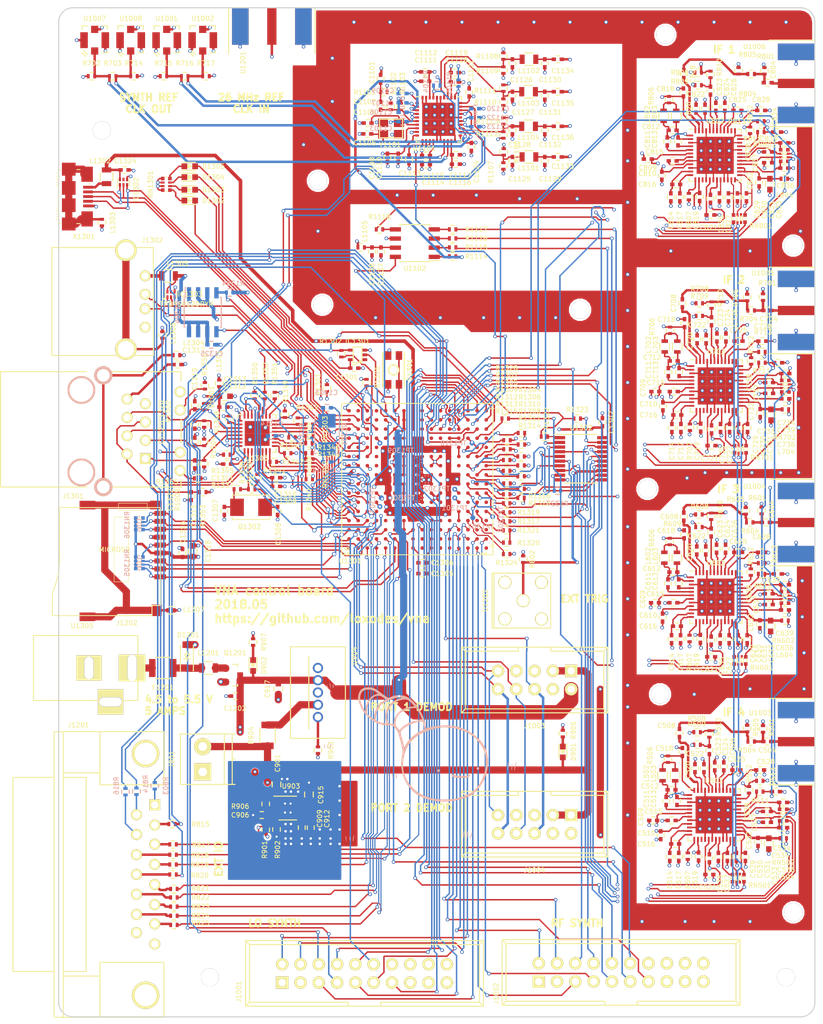
<source format=kicad_pcb>
(kicad_pcb (version 20171130) (host pcbnew 5.0.1)
  (layers (0 F.Cu signal) (1 In1.Cu signal) (2 In2.Cu signal) (31 B.Cu signal) (34 B.Paste user) (35 F.Paste user hide) (36 B.SilkS user) (37 F.SilkS user) (38 B.Mask user) (39 F.Mask user) (44 Edge.Cuts user))
  (net 0 "")
  (net 1 GND)
  (net 2 USB_DC)
  (net 3 /front_panel/DEMOD_1)
  (net 4 /AD_SYNCB)
  (net 5 /ADC_CLK_A)
  (net 6 /front_panel/DEMOD_2)
  (net 7 /ADC_CLK_B)
  (net 8 /front_panel/DEMOD_3)
  (net 9 /ADC_CLK_C)
  (net 10 "Net-(C804-Pad1)")
  (net 11 /front_panel/DEMOD_4)
  (net 12 "Net-(C808-Pad1)")
  (net 13 /demod_d/IFIN)
  (net 14 "Net-(C811-Pad1)")
  (net 15 "Net-(C811-Pad2)")
  (net 16 "Net-(C812-Pad2)")
  (net 17 "Net-(C813-Pad2)")
  (net 18 "Net-(C814-Pad2)")
  (net 19 "Net-(C815-Pad1)")
  (net 20 "Net-(C816-Pad2)")
  (net 21 "Net-(C820-Pad1)")
  (net 22 "Net-(C822-Pad1)")
  (net 23 "Net-(C823-Pad1)")
  (net 24 "Net-(C823-Pad2)")
  (net 25 "Net-(C824-Pad1)")
  (net 26 "Net-(C826-Pad1)")
  (net 27 "Net-(C827-Pad2)")
  (net 28 "Net-(C829-Pad2)")
  (net 29 "Net-(C830-Pad2)")
  (net 30 "Net-(C831-Pad2)")
  (net 31 "Net-(C832-Pad2)")
  (net 32 /demod_d/CLKP)
  (net 33 /ADC_CLK_D)
  (net 34 "Net-(C836-Pad2)")
  (net 35 "Net-(C837-Pad2)")
  (net 36 "Net-(C838-Pad2)")
  (net 37 "Net-(C839-Pad2)")
  (net 38 VDD_RTC)
  (net 39 "Net-(C906-Pad2)")
  (net 40 "Net-(C909-Pad2)")
  (net 41 "Net-(C912-Pad2)")
  (net 42 VPP)
  (net 43 +5V)
  (net 44 "Net-(C1101-Pad1)")
  (net 45 /EXT_PLL_REF)
  (net 46 "Net-(C1102-Pad1)")
  (net 47 "Net-(C1104-Pad1)")
  (net 48 "Net-(C1105-Pad1)")
  (net 49 "Net-(C1113-Pad1)")
  (net 50 /clock_synth/OUT1N)
  (net 51 /clock_synth/OUT0P)
  (net 52 /clock_synth/OUT0N)
  (net 53 /clock_synth/OUT1P)
  (net 54 "Net-(C1129-Pad1)")
  (net 55 "Net-(C1130-Pad1)")
  (net 56 "Net-(C1131-Pad1)")
  (net 57 "Net-(C1132-Pad1)")
  (net 58 /IF_REF_D)
  (net 59 /IF_REF_A)
  (net 60 /IF_REF_B)
  (net 61 /IF_REF_C)
  (net 62 "Net-(L802-Pad1)")
  (net 63 "Net-(C1304-Pad1)")
  (net 64 "Net-(C1303-Pad1)")
  (net 65 "Net-(C1308-Pad1)")
  (net 66 "Net-(C1307-Pad1)")
  (net 67 "Net-(R807-Pad1)")
  (net 68 "Net-(R811-Pad2)")
  (net 69 /demod_d/FREF)
  (net 70 /3V3_PLL_EN)
  (net 71 "Net-(R903-Pad1)")
  (net 72 "Net-(R904-Pad2)")
  (net 73 /SCL)
  (net 74 /SDA)
  (net 75 /AD_PC)
  (net 76 /AD_PD)
  (net 77 /AD_PE_A)
  (net 78 /AD_CLKOUT)
  (net 79 /AD_DOUTA_A)
  (net 80 /AD_DOUTB)
  (net 81 /AD_FS)
  (net 82 /AD_PE_B)
  (net 83 /AD_DOUTA_B)
  (net 84 /AD_PE_C)
  (net 85 /AD_DOUTA_C)
  (net 86 /AD_PE_D)
  (net 87 /AD_DOUTA_D)
  (net 88 "Net-(D1302-Pad1)")
  (net 89 "Net-(D1303-Pad1)")
  (net 90 "Net-(D1304-Pad1)")
  (net 91 "Net-(D1305-Pad1)")
  (net 92 /control/MII_RX_CLK)
  (net 93 /control/MII_RXD3)
  (net 94 /control/MII_RXD2)
  (net 95 /control/MII_RXD1)
  (net 96 "Net-(R1344-Pad1)")
  (net 97 "Net-(R1342-Pad1)")
  (net 98 "Net-(R1341-Pad1)")
  (net 99 "Net-(R1340-Pad1)")
  (net 100 /control/MII_RXD0)
  (net 101 /control/MII_RX_ER)
  (net 102 /control/MII_CRS)
  (net 103 /control/MII_COL)
  (net 104 "Net-(R1347-Pad1)")
  (net 105 "Net-(RN1303-Pad6)")
  (net 106 "Net-(R1343-Pad1)")
  (net 107 "Net-(R1346-Pad1)")
  (net 108 /control/RX_N)
  (net 109 /control/RX_P)
  (net 110 /control/TX_N)
  (net 111 /control/TX_P)
  (net 112 "Net-(C1311-Pad1)")
  (net 113 /control/MMC0_D2)
  (net 114 /control/MMC0_D3)
  (net 115 /control/MMC0_CMD)
  (net 116 /control/MMC0_CLK)
  (net 117 VDD_3V3B)
  (net 118 /control/MMC0_D0)
  (net 119 /control/MMC0_D1)
  (net 120 /control/MMC0_CD)
  (net 121 "Net-(S1301-Pad3)")
  (net 122 /clock_synth/ADC_CLK)
  (net 123 /PLL_REF_SEL)
  (net 124 "Net-(C1305-Pad1)")
  (net 125 "Net-(C1305-Pad2)")
  (net 126 /EXT_UART_MRX)
  (net 127 "Net-(U1301-PadC10)")
  (net 128 "Net-(U1301-PadC11)")
  (net 129 "Net-(R1324-Pad1)")
  (net 130 "Net-(U1301-PadD4)")
  (net 131 "Net-(U1301-PadD6)")
  (net 132 /control/MDC)
  (net 133 "Net-(R1321-Pad1)")
  (net 134 "Net-(R1320-Pad1)")
  (net 135 /control/MDIO)
  (net 136 VDD_3V3A)
  (net 137 +1V8)
  (net 138 VDD_3V3AUX)
  (net 139 /control/MII_RX_DV)
  (net 140 "Net-(R1317-Pad1)")
  (net 141 "Net-(R1318-Pad1)")
  (net 142 "Net-(R1319-Pad1)")
  (net 143 /control/MII_TX_EN)
  (net 144 /control/MII_TXD3)
  (net 145 /control/MII_TXD2)
  (net 146 "Net-(R1314-Pad1)")
  (net 147 "Net-(R1315-Pad1)")
  (net 148 "Net-(R1316-Pad1)")
  (net 149 /control/MII_TXD1)
  (net 150 /control/MII_TXD0)
  (net 151 /control/MII_TX_CLK)
  (net 152 "Net-(R1311-Pad1)")
  (net 153 /control/LCD_D7)
  (net 154 "Net-(R1313-Pad1)")
  (net 155 "Net-(R1308-Pad1)")
  (net 156 "Net-(R1309-Pad1)")
  (net 157 "Net-(R1310-Pad1)")
  (net 158 SYS_5V)
  (net 159 /control/USB_DEV_ID)
  (net 160 /control/USB_DEV_DP)
  (net 161 /control/USB_DEV_DM)
  (net 162 "Net-(R1305-Pad1)")
  (net 163 "Net-(R1306-Pad1)")
  (net 164 "Net-(R1307-Pad1)")
  (net 165 "Net-(U1301-PadL4)")
  (net 166 "Net-(R1326-Pad2)")
  (net 167 /control/USB_HOST_DP)
  (net 168 /control/USB_HOST_DM)
  (net 169 /control/EEPROM_WP)
  (net 170 "Net-(R1304-Pad1)")
  (net 171 /control/USB1_DRVVBUS)
  (net 172 "Net-(R1301-Pad1)")
  (net 173 "Net-(U1301-PadN4)")
  (net 174 "Net-(U1301-PadN10)")
  (net 175 /control/PMIC_PGOOD)
  (net 176 "Net-(C1303-Pad2)")
  (net 177 /control/USR0_LED)
  (net 178 /control/USR3_LED)
  (net 179 "Net-(R1302-Pad2)")
  (net 180 /control/USR2_LED)
  (net 181 /control/USB_HOST_OC)
  (net 182 /control/USR1_LED)
  (net 183 /control/PORT_SEL_GPIO)
  (net 184 "Net-(L1307-Pad1)")
  (net 185 "Net-(C1137-Pad1)")
  (net 186 "Net-(C1309-Pad1)")
  (net 187 "Net-(C1315-Pad1)")
  (net 188 "Net-(C1317-Pad1)")
  (net 189 VDD_5V)
  (net 190 "Net-(D1201-Pad1)")
  (net 191 "Net-(F1201-Pad2)")
  (net 192 /control/nRST)
  (net 193 "Net-(J1302-Pad1)")
  (net 194 "Net-(J1302-Pad5)")
  (net 195 "Net-(L1201-Pad2)")
  (net 196 "Net-(L1302-Pad2)")
  (net 197 "Net-(L1303-Pad1)")
  (net 198 "Net-(R1114-Pad1)")
  (net 199 "Net-(R1115-Pad1)")
  (net 200 "Net-(R1116-Pad1)")
  (net 201 "Net-(R1117-Pad1)")
  (net 202 "Net-(R1118-Pad2)")
  (net 203 "Net-(R1322-Pad2)")
  (net 204 "Net-(R1323-Pad2)")
  (net 205 /control/PORT_SEL_PRU)
  (net 206 "Net-(R1337-Pad2)")
  (net 207 "Net-(R1339-Pad1)")
  (net 208 "Net-(R1345-Pad1)")
  (net 209 "Net-(R1348-Pad1)")
  (net 210 "Net-(R1350-Pad2)")
  (net 211 "Net-(R1351-Pad2)")
  (net 212 "Net-(R1352-Pad2)")
  (net 213 /EXT_TRIG)
  (net 214 "Net-(J1301-Pad13)")
  (net 215 "Net-(J1301-PadGK)")
  (net 216 "Net-(J1301-PadYK)")
  (net 217 /EXT_SPI_MOSI)
  (net 218 /EXT_SPI_CS0)
  (net 219 /EXT_SPI_MISO)
  (net 220 /EXT_SPI_CLK)
  (net 221 /EXT_AIN0)
  (net 222 /EXT_AIN1)
  (net 223 "Net-(TP1308-Pad1)")
  (net 224 "Net-(TP1307-Pad1)")
  (net 225 "Net-(TP1301-Pad1)")
  (net 226 "Net-(TP1303-Pad1)")
  (net 227 "Net-(TP1302-Pad1)")
  (net 228 "Net-(TP1304-Pad1)")
  (net 229 "Net-(TP1309-Pad1)")
  (net 230 /EXT_IO_2)
  (net 231 /EXT_IO_1)
  (net 232 /EXT_IO_0)
  (net 233 /EXT_IO_3)
  (net 234 /EXT_SPI_CS1)
  (net 235 /control/ETH_LEDY)
  (net 236 /control/ETH_LEDG)
  (net 237 /3V3_DEMOD_EXT_EN)
  (net 238 /LO_SPI_CLK)
  (net 239 /LO_SPI_SDI)
  (net 240 /LO_SYNTH_CS)
  (net 241 /LO_SYNTH_CE)
  (net 242 /LO_SYNTH_LOCK)
  (net 243 /RF_FILT_SW_2)
  (net 244 /RF_SPI_CLK)
  (net 245 /RF_SPI_SDI)
  (net 246 /RF_SYNTH_CS)
  (net 247 /RF_PORT_SEL)
  (net 248 /RF_DAC_CS)
  (net 249 /RF_SYNTH_CE)
  (net 250 /RF_SYNTH_LOCK)
  (net 251 /RF_FILT_SW_1)
  (net 252 /RF_AMP_EN)
  (net 253 /RF_-5V_EN)
  (net 254 /MIX_X2)
  (net 255 /MIX_EN)
  (net 256 /SYNTH_REF_BP)
  (net 257 /SYNTH_REF_BN)
  (net 258 /SYNTH_REF_AP)
  (net 259 /SYNTH_REF_AN)
  (net 260 /RF_3V3_EN)
  (net 261 /LO_AMP_EN)
  (net 262 +3V3)
  (net 263 /LO_PORT_SEL)
  (net 264 /LO_DAC_CS)
  (net 265 /LO_3V3_EN)
  (net 266 /LO_-5V_EN)
  (net 267 /ADC_CLK_EN)
  (net 268 /EXT_UART_MTX)
  (net 269 /LO_BUF_AMP_EN)
  (net 270 "Net-(C504-Pad1)")
  (net 271 "Net-(C508-Pad1)")
  (net 272 /demod_a/IFIN)
  (net 273 "Net-(C511-Pad1)")
  (net 274 "Net-(C511-Pad2)")
  (net 275 "Net-(C512-Pad2)")
  (net 276 "Net-(C513-Pad2)")
  (net 277 "Net-(C514-Pad2)")
  (net 278 "Net-(C515-Pad1)")
  (net 279 "Net-(C516-Pad2)")
  (net 280 "Net-(C520-Pad1)")
  (net 281 "Net-(C522-Pad1)")
  (net 282 "Net-(C523-Pad1)")
  (net 283 "Net-(C523-Pad2)")
  (net 284 "Net-(C524-Pad1)")
  (net 285 "Net-(C526-Pad1)")
  (net 286 "Net-(C527-Pad2)")
  (net 287 "Net-(C529-Pad2)")
  (net 288 "Net-(C530-Pad2)")
  (net 289 "Net-(C531-Pad2)")
  (net 290 "Net-(C532-Pad2)")
  (net 291 /demod_a/CLKP)
  (net 292 "Net-(C536-Pad2)")
  (net 293 "Net-(C537-Pad2)")
  (net 294 "Net-(C538-Pad2)")
  (net 295 "Net-(C539-Pad2)")
  (net 296 "Net-(C604-Pad1)")
  (net 297 "Net-(C608-Pad1)")
  (net 298 /demod_b/IFIN)
  (net 299 "Net-(C611-Pad1)")
  (net 300 "Net-(C611-Pad2)")
  (net 301 "Net-(C612-Pad2)")
  (net 302 "Net-(C613-Pad2)")
  (net 303 "Net-(C614-Pad2)")
  (net 304 "Net-(C615-Pad1)")
  (net 305 "Net-(C616-Pad2)")
  (net 306 "Net-(C620-Pad1)")
  (net 307 "Net-(C622-Pad1)")
  (net 308 "Net-(C623-Pad1)")
  (net 309 "Net-(C623-Pad2)")
  (net 310 "Net-(C624-Pad1)")
  (net 311 "Net-(C626-Pad1)")
  (net 312 "Net-(C627-Pad2)")
  (net 313 "Net-(C629-Pad2)")
  (net 314 "Net-(C630-Pad2)")
  (net 315 "Net-(C631-Pad2)")
  (net 316 "Net-(C632-Pad2)")
  (net 317 /demod_b/CLKP)
  (net 318 "Net-(C636-Pad2)")
  (net 319 "Net-(C637-Pad2)")
  (net 320 "Net-(C638-Pad2)")
  (net 321 "Net-(C639-Pad2)")
  (net 322 "Net-(C704-Pad1)")
  (net 323 "Net-(C708-Pad1)")
  (net 324 /demod_c/IFIN)
  (net 325 "Net-(C711-Pad1)")
  (net 326 "Net-(C711-Pad2)")
  (net 327 "Net-(C712-Pad2)")
  (net 328 "Net-(C713-Pad2)")
  (net 329 "Net-(C714-Pad2)")
  (net 330 "Net-(C715-Pad1)")
  (net 331 "Net-(C716-Pad2)")
  (net 332 "Net-(C720-Pad1)")
  (net 333 "Net-(C722-Pad1)")
  (net 334 "Net-(C723-Pad1)")
  (net 335 "Net-(C723-Pad2)")
  (net 336 "Net-(C724-Pad1)")
  (net 337 "Net-(C726-Pad1)")
  (net 338 "Net-(C727-Pad2)")
  (net 339 "Net-(C729-Pad2)")
  (net 340 "Net-(C730-Pad2)")
  (net 341 "Net-(C731-Pad2)")
  (net 342 "Net-(C732-Pad2)")
  (net 343 /demod_c/CLKP)
  (net 344 "Net-(C736-Pad2)")
  (net 345 "Net-(C737-Pad2)")
  (net 346 "Net-(C738-Pad2)")
  (net 347 "Net-(C739-Pad2)")
  (net 348 "Net-(L502-Pad1)")
  (net 349 "Net-(L602-Pad1)")
  (net 350 "Net-(L702-Pad1)")
  (net 351 "Net-(R507-Pad1)")
  (net 352 "Net-(R511-Pad2)")
  (net 353 /demod_a/FREF)
  (net 354 "Net-(R607-Pad1)")
  (net 355 "Net-(R611-Pad2)")
  (net 356 /demod_b/FREF)
  (net 357 "Net-(R707-Pad1)")
  (net 358 "Net-(R711-Pad2)")
  (net 359 /demod_c/FREF)
  (net 360 "Net-(J1201-Pad7)")
  (net 361 "Net-(J1201-Pad6)")
  (net 362 "Net-(J1201-Pad5)")
  (net 363 "Net-(J1201-Pad4)")
  (net 364 "Net-(J1201-Pad3)")
  (net 365 "Net-(J1201-Pad2)")
  (net 366 "Net-(J1201-Pad1)")
  (net 367 "Net-(J1201-Pad14)")
  (net 368 "Net-(J1201-Pad13)")
  (net 369 "Net-(J1201-Pad12)")
  (net 370 "Net-(J1201-Pad11)")
  (net 371 "Net-(J1201-Pad10)")
  (net 372 "Net-(J1201-Pad9)")
  (net 373 "Net-(D901-Pad1)")
  (net 374 "Net-(D902-Pad1)")
  (net 375 "Net-(R906-Pad1)")
  (module Mounting_Holes:MountingHole_2-5mm (layer F.Cu) (at 315 -72.5)
    (fp_text reference H901 (at 0 -0.05) (layer F.SilkS) (effects (font (size 0.65 0.65) (thickness 0.11))))
    (fp_text value MOUNTING_HOLE)
    (pad 1 thru_hole circle (at 0 0) (size 2.5 2.5) (drill 2.5) (layers))
  )
  (module vna_footprints:VIA_p35mm_p55mm (layer F.Cu) (at 333 -99)
    (fp_text reference REF** hide)
    (fp_text value VIA_OSH4LAYER_MIN hide)
    (pad 1 thru_hole circle (at 0 0) (size 0.55 0.55) (drill 0.35) (layers *.Cu) (net 1 GND))
  )
  (module vna_footprints:VIA_p35mm_p55mm (layer F.Cu) (at 333 -97)
    (fp_text reference REF** hide)
    (fp_text value VIA_OSH4LAYER_MIN hide)
    (pad 1 thru_hole circle (at 0 0) (size 0.55 0.55) (drill 0.35) (layers *.Cu) (net 1 GND))
  )
  (module vna_footprints:VIA_p35mm_p55mm (layer F.Cu) (at 333 -95)
    (fp_text reference REF** hide)
    (fp_text value VIA_OSH4LAYER_MIN hide)
    (pad 1 thru_hole circle (at 0 0) (size 0.55 0.55) (drill 0.35) (layers *.Cu) (net 1 GND))
  )
  (module vna_footprints:VIA_p35mm_p55mm (layer F.Cu) (at 333 -93)
    (fp_text reference REF** hide)
    (fp_text value VIA_OSH4LAYER_MIN hide)
    (pad 1 thru_hole circle (at 0 0) (size 0.55 0.55) (drill 0.35) (layers *.Cu) (net 1 GND))
  )
  (module vna_footprints:VIA_p35mm_p55mm (layer F.Cu) (at 333 -91)
    (fp_text reference REF** hide)
    (fp_text value VIA_OSH4LAYER_MIN hide)
    (pad 1 thru_hole circle (at 0 0) (size 0.55 0.55) (drill 0.35) (layers *.Cu) (net 1 GND))
  )
  (module vna_footprints:VIA_p35mm_p55mm (layer F.Cu) (at 330.25 -93)
    (fp_text reference REF** hide)
    (fp_text value VIA_OSH4LAYER_MIN hide)
    (pad 1 thru_hole circle (at 0 0) (size 0.55 0.55) (drill 0.35) (layers *.Cu) (net 1 GND))
  )
  (module vna_footprints:VIA_p35mm_p55mm (layer F.Cu) (at 331.75 -93)
    (fp_text reference REF** hide)
    (fp_text value VIA_OSH4LAYER_MIN hide)
    (pad 1 thru_hole circle (at 0 0) (size 0.55 0.55) (drill 0.35) (layers *.Cu) (net 1 GND))
  )
  (module vna_footprints:VIA_p35mm_p55mm (layer F.Cu) (at 325.5 -91)
    (fp_text reference REF** hide)
    (fp_text value VIA_OSH4LAYER_MIN hide)
    (pad 1 thru_hole circle (at 0 0) (size 0.55 0.55) (drill 0.35) (layers *.Cu) (net 1 GND))
  )
  (module vna_footprints:VIA_p35mm_p55mm (layer F.Cu) (at 326.25 -91)
    (fp_text reference REF** hide)
    (fp_text value VIA_OSH4LAYER_MIN hide)
    (pad 1 thru_hole circle (at 0 0) (size 0.55 0.55) (drill 0.35) (layers *.Cu) (net 1 GND))
  )
  (module vna_footprints:VIA_p35mm_p55mm (layer F.Cu) (at 327.75 -91)
    (fp_text reference REF** hide)
    (fp_text value VIA_OSH4LAYER_MIN hide)
    (pad 1 thru_hole circle (at 0 0) (size 0.55 0.55) (drill 0.35) (layers *.Cu) (net 1 GND))
  )
  (module vna_footprints:VIA_p35mm_p55mm (layer F.Cu) (at 329 -91)
    (fp_text reference REF** hide)
    (fp_text value VIA_OSH4LAYER_MIN hide)
    (pad 1 thru_hole circle (at 0 0) (size 0.55 0.55) (drill 0.35) (layers *.Cu) (net 1 GND))
  )
  (module vna_footprints:VIA_p35mm_p55mm (layer F.Cu) (at 331.75 -91)
    (fp_text reference REF** hide)
    (fp_text value VIA_OSH4LAYER_MIN hide)
    (pad 1 thru_hole circle (at 0 0) (size 0.55 0.55) (drill 0.35) (layers *.Cu) (net 1 GND))
  )
  (module vna_footprints:VIA_p35mm_p55mm (layer F.Cu) (at 331.75 -91.75)
    (fp_text reference REF** hide)
    (fp_text value VIA_OSH4LAYER_MIN hide)
    (pad 1 thru_hole circle (at 0 0) (size 0.55 0.55) (drill 0.35) (layers *.Cu) (net 1 GND))
  )
  (module vna_footprints:VIA_p35mm_p55mm (layer F.Cu) (at 330.25 -91)
    (fp_text reference REF** hide)
    (fp_text value VIA_OSH4LAYER_MIN hide)
    (pad 1 thru_hole circle (at 0 0) (size 0.55 0.55) (drill 0.35) (layers *.Cu) (net 1 GND))
  )
  (module vna_footprints:VIA_p35mm_p55mm (layer F.Cu) (at 330.25 -91.75)
    (fp_text reference REF** hide)
    (fp_text value VIA_OSH4LAYER_MIN hide)
    (pad 1 thru_hole circle (at 0 0) (size 0.55 0.55) (drill 0.35) (layers *.Cu) (net 1 GND))
  )
  (module vna_footprints:VIA_p35mm_p55mm (layer F.Cu) (at 329 -91.75)
    (fp_text reference REF** hide)
    (fp_text value VIA_OSH4LAYER_MIN hide)
    (pad 1 thru_hole circle (at 0 0) (size 0.55 0.55) (drill 0.35) (layers *.Cu) (net 1 GND))
  )
  (module vna_footprints:VIA_p35mm_p55mm (layer F.Cu) (at 327.75 -91.75)
    (fp_text reference REF** hide)
    (fp_text value VIA_OSH4LAYER_MIN hide)
    (pad 1 thru_hole circle (at 0 0) (size 0.55 0.55) (drill 0.35) (layers *.Cu) (net 1 GND))
  )
  (module vna_footprints:VIA_p35mm_p55mm (layer F.Cu) (at 326.25 -91.75)
    (fp_text reference REF** hide)
    (fp_text value VIA_OSH4LAYER_MIN hide)
    (pad 1 thru_hole circle (at 0 0) (size 0.55 0.55) (drill 0.35) (layers *.Cu) (net 1 GND))
  )
  (module vna_footprints:VIA_p35mm_p55mm (layer F.Cu) (at 325.5 -91.75)
    (fp_text reference REF** hide)
    (fp_text value VIA_OSH4LAYER_MIN hide)
    (pad 1 thru_hole circle (at 0 0) (size 0.55 0.55) (drill 0.35) (layers *.Cu) (net 1 GND))
  )
  (module vna_footprints:VIA_p35mm_p55mm (layer F.Cu) (at 325.5 -92.75)
    (fp_text reference REF** hide)
    (fp_text value VIA_OSH4LAYER_MIN hide)
    (pad 1 thru_hole circle (at 0 0) (size 0.55 0.55) (drill 0.35) (layers *.Cu) (net 1 GND))
  )
  (module vna_footprints:VIA_p35mm_p55mm (layer F.Cu) (at 326.25 -92.75)
    (fp_text reference REF** hide)
    (fp_text value VIA_OSH4LAYER_MIN hide)
    (pad 1 thru_hole circle (at 0 0) (size 0.55 0.55) (drill 0.35) (layers *.Cu) (net 1 GND))
  )
  (module vna_footprints:VIA_p35mm_p55mm (layer F.Cu) (at 326.25 -93.75)
    (fp_text reference REF** hide)
    (fp_text value VIA_OSH4LAYER_MIN hide)
    (pad 1 thru_hole circle (at 0 0) (size 0.55 0.55) (drill 0.35) (layers *.Cu) (net 1 GND))
  )
  (module vna_footprints:VIA_p35mm_p55mm (layer F.Cu) (at 325.5 -93.75)
    (fp_text reference REF** hide)
    (fp_text value VIA_OSH4LAYER_MIN hide)
    (pad 1 thru_hole circle (at 0 0) (size 0.55 0.55) (drill 0.35) (layers *.Cu) (net 1 GND))
  )
  (module vna_footprints:VIA_p35mm_p55mm (layer F.Cu) (at 325.75 -100)
    (fp_text reference REF** hide)
    (fp_text value VIA_OSH4LAYER_MIN hide)
    (pad 1 thru_hole circle (at 0 0) (size 0.55 0.55) (drill 0.35) (layers *.Cu) (net 1 GND))
  )
  (module vna_footprints:VIA_p35mm_p55mm (layer F.Cu) (at 327.25 -98.25)
    (fp_text reference REF** hide)
    (fp_text value VIA_OSH4LAYER_MIN hide)
    (pad 1 thru_hole circle (at 0 0) (size 0.55 0.55) (drill 0.35) (layers *.Cu) (net 1 GND))
  )
  (module vna_footprints:VIA_p35mm_p55mm (layer F.Cu) (at 326.25 -98.25)
    (fp_text reference REF** hide)
    (fp_text value VIA_OSH4LAYER_MIN hide)
    (pad 1 thru_hole circle (at 0 0) (size 0.55 0.55) (drill 0.35) (layers *.Cu) (net 1 GND))
  )
  (module vna_footprints:VIA_p35mm_p55mm (layer F.Cu) (at 325.5 -98.25)
    (fp_text reference REF** hide)
    (fp_text value VIA_OSH4LAYER_MIN hide)
    (pad 1 thru_hole circle (at 0 0) (size 0.55 0.55) (drill 0.35) (layers *.Cu) (net 1 GND))
  )
  (module vna_footprints:VIA_p35mm_p55mm (layer F.Cu) (at 397 -176)
    (fp_text reference REF** hide)
    (fp_text value VIA_OSH4LAYER_MIN hide)
    (pad 1 thru_hole circle (at 0 0) (size 0.55 0.55) (drill 0.35) (layers *.Cu) (net 1 GND))
  )
  (module vna_footprints:VIA_p35mm_p55mm (layer F.Cu) (at 390 -173.25)
    (fp_text reference REF** hide)
    (fp_text value VIA_OSH4LAYER_MIN hide)
    (pad 1 thru_hole circle (at 0 0) (size 0.55 0.55) (drill 0.35) (layers *.Cu) (net 1 GND))
  )
  (module vna_footprints:VIA_p35mm_p55mm (layer F.Cu) (at 339 -145.5)
    (fp_text reference REF** hide)
    (fp_text value VIA_OSH4LAYER_MIN hide)
    (pad 1 thru_hole circle (at 0 0) (size 0.55 0.55) (drill 0.35) (layers *.Cu) (net 1 GND))
  )
  (module vna_footprints:VIA_p35mm_p55mm (layer F.Cu) (at 332 -200)
    (fp_text reference REF** hide)
    (fp_text value VIA_OSH4LAYER_MIN hide)
    (pad 1 thru_hole circle (at 0 0) (size 0.55 0.55) (drill 0.35) (layers *.Cu) (net 1 GND))
  )
  (module vna_footprints:VIA_p35mm_p55mm (layer F.Cu) (at 341 -181)
    (fp_text reference REF** hide)
    (fp_text value VIA_OSH4LAYER_MIN hide)
    (pad 1 thru_hole circle (at 0 0) (size 0.55 0.55) (drill 0.35) (layers *.Cu) (net 1 GND))
  )
  (module vna_footprints:VIA_p35mm_p55mm (layer F.Cu) (at 366 -180.5)
    (fp_text reference REF** hide)
    (fp_text value VIA_OSH4LAYER_MIN hide)
    (pad 1 thru_hole circle (at 0 0) (size 0.55 0.55) (drill 0.35) (layers *.Cu) (net 1 GND))
  )
  (module vna_footprints:VIA_p35mm_p55mm (layer F.Cu) (at 358 -180.5)
    (fp_text reference REF** hide)
    (fp_text value VIA_OSH4LAYER_MIN hide)
    (pad 1 thru_hole circle (at 0 0) (size 0.55 0.55) (drill 0.35) (layers *.Cu) (net 1 GND))
  )
  (module vna_footprints:VIA_p35mm_p55mm (layer F.Cu) (at 352 -181)
    (fp_text reference REF** hide)
    (fp_text value VIA_OSH4LAYER_MIN hide)
    (pad 1 thru_hole circle (at 0 0) (size 0.55 0.55) (drill 0.35) (layers *.Cu) (net 1 GND))
  )
  (module vna_footprints:VIA_p35mm_p55mm (layer F.Cu) (at 346 -181)
    (fp_text reference REF** hide)
    (fp_text value VIA_OSH4LAYER_MIN hide)
    (pad 1 thru_hole circle (at 0 0) (size 0.55 0.55) (drill 0.35) (layers *.Cu) (net 1 GND))
  )
  (module vna_footprints:VIA_p35mm_p55mm (layer F.Cu) (at 363 -164)
    (fp_text reference REF** hide)
    (fp_text value VIA_OSH4LAYER_MIN hide)
    (pad 1 thru_hole circle (at 0 0) (size 0.55 0.55) (drill 0.35) (layers *.Cu) (net 1 GND))
  )
  (module vna_footprints:VIA_p35mm_p55mm (layer F.Cu) (at 358 -164)
    (fp_text reference REF** hide)
    (fp_text value VIA_OSH4LAYER_MIN hide)
    (pad 1 thru_hole circle (at 0 0) (size 0.55 0.55) (drill 0.35) (layers *.Cu) (net 1 GND))
  )
  (module vna_footprints:VIA_p35mm_p55mm (layer F.Cu) (at 353 -164)
    (fp_text reference REF** hide)
    (fp_text value VIA_OSH4LAYER_MIN hide)
    (pad 1 thru_hole circle (at 0 0) (size 0.55 0.55) (drill 0.35) (layers *.Cu) (net 1 GND))
  )
  (module vna_footprints:VIA_p35mm_p55mm (layer F.Cu) (at 347 -164)
    (fp_text reference REF** hide)
    (fp_text value VIA_OSH4LAYER_MIN hide)
    (pad 1 thru_hole circle (at 0 0) (size 0.55 0.55) (drill 0.35) (layers *.Cu) (net 1 GND))
  )
  (module vna_footprints:VIA_p35mm_p55mm (layer F.Cu) (at 338 -164)
    (fp_text reference REF** hide)
    (fp_text value VIA_OSH4LAYER_MIN hide)
    (pad 1 thru_hole circle (at 0 0) (size 0.55 0.55) (drill 0.35) (layers *.Cu) (net 1 GND))
  )
  (module vna_footprints:VIA_p35mm_p55mm (layer F.Cu) (at 330 -176)
    (fp_text reference REF** hide)
    (fp_text value VIA_OSH4LAYER_MIN hide)
    (pad 1 thru_hole circle (at 0 0) (size 0.55 0.55) (drill 0.35) (layers *.Cu) (net 1 GND))
  )
  (module vna_footprints:VIA_p35mm_p55mm (layer F.Cu) (at 328 -188)
    (fp_text reference REF** hide)
    (fp_text value VIA_OSH4LAYER_MIN hide)
    (pad 1 thru_hole circle (at 0 0) (size 0.55 0.55) (drill 0.35) (layers *.Cu) (net 1 GND))
  )
  (module vna_footprints:VIA_p35mm_p55mm (layer F.Cu) (at 332 -194)
    (fp_text reference REF** hide)
    (fp_text value VIA_OSH4LAYER_MIN hide)
    (pad 1 thru_hole circle (at 0 0) (size 0.55 0.55) (drill 0.35) (layers *.Cu) (net 1 GND))
  )
  (module vna_footprints:VIA_p35mm_p55mm (layer F.Cu) (at 347.7 -136.7)
    (fp_text reference REF** hide)
    (fp_text value VIA_OSH4LAYER_MIN hide)
    (pad 1 thru_hole circle (at 0 0) (size 0.55 0.55) (drill 0.35) (layers *.Cu) (net 1 GND))
  )
  (module vna_footprints:VIA_p35mm_p55mm (layer F.Cu) (at 340 -136.9)
    (fp_text reference REF** hide)
    (fp_text value VIA_OSH4LAYER_MIN hide)
    (pad 1 thru_hole circle (at 0 0) (size 0.55 0.55) (drill 0.35) (layers *.Cu) (net 1 GND))
  )
  (module vna_footprints:VIA_p35mm_p55mm (layer F.Cu) (at 348.1 -144.1)
    (fp_text reference REF** hide)
    (fp_text value VIA_OSH4LAYER_MIN hide)
    (pad 1 thru_hole circle (at 0 0) (size 0.55 0.55) (drill 0.35) (layers *.Cu) (net 1 GND))
  )
  (module vna_footprints:VIA_p35mm_p55mm (layer F.Cu) (at 349.3 -141.6)
    (fp_text reference REF** hide)
    (fp_text value VIA_OSH4LAYER_MIN hide)
    (pad 1 thru_hole circle (at 0 0) (size 0.55 0.55) (drill 0.35) (layers *.Cu) (net 1 GND))
  )
  (module vna_footprints:VIA_p35mm_p55mm (layer F.Cu) (at 340 -142.75)
    (fp_text reference REF** hide)
    (fp_text value VIA_OSH4LAYER_MIN hide)
    (pad 1 thru_hole circle (at 0 0) (size 0.55 0.55) (drill 0.35) (layers *.Cu) (net 1 GND))
  )
  (module vna_footprints:VIA_p35mm_p55mm (layer F.Cu) (at 338.75 -141.5)
    (fp_text reference REF** hide)
    (fp_text value VIA_OSH4LAYER_MIN hide)
    (pad 1 thru_hole circle (at 0 0) (size 0.55 0.55) (drill 0.35) (layers *.Cu) (net 1 GND))
  )
  (module vna_footprints:VIA_p35mm_p55mm (layer F.Cu) (at 340 -139)
    (fp_text reference REF** hide)
    (fp_text value VIA_OSH4LAYER_MIN hide)
    (pad 1 thru_hole circle (at 0 0) (size 0.55 0.55) (drill 0.35) (layers *.Cu) (net 1 GND))
  )
  (module vna_footprints:VIA_p35mm_p55mm (layer F.Cu) (at 339.5 -137.75)
    (fp_text reference REF** hide)
    (fp_text value VIA_OSH4LAYER_MIN hide)
    (pad 1 thru_hole circle (at 0 0) (size 0.55 0.55) (drill 0.35) (layers *.Cu) (net 1 GND))
  )
  (module vna_footprints:VIA_p35mm_p55mm (layer F.Cu) (at 345.2 -137.6)
    (fp_text reference REF** hide)
    (fp_text value VIA_OSH4LAYER_MIN hide)
    (pad 1 thru_hole circle (at 0 0) (size 0.55 0.55) (drill 0.35) (layers *.Cu) (net 1 GND))
  )
  (module vna_footprints:VIA_p35mm_p55mm (layer F.Cu) (at 348 -139)
    (fp_text reference REF** hide)
    (fp_text value VIA_OSH4LAYER_MIN hide)
    (pad 1 thru_hole circle (at 0 0) (size 0.55 0.55) (drill 0.35) (layers *.Cu) (net 1 GND))
  )
  (module vna_footprints:VIA_p35mm_p55mm (layer F.Cu) (at 348 -141.5)
    (fp_text reference REF** hide)
    (fp_text value VIA_OSH4LAYER_MIN hide)
    (pad 1 thru_hole circle (at 0 0) (size 0.55 0.55) (drill 0.35) (layers *.Cu) (net 1 GND))
  )
  (module vna_footprints:VIA_p35mm_p55mm (layer F.Cu) (at 347.5 -145.5)
    (fp_text reference REF** hide)
    (fp_text value VIA_OSH4LAYER_MIN hide)
    (pad 1 thru_hole circle (at 0 0) (size 0.55 0.55) (drill 0.35) (layers *.Cu) (net 1 GND))
  )
  (module vna_footprints:VIA_p35mm_p55mm (layer F.Cu) (at 346.25 -145.5)
    (fp_text reference REF** hide)
    (fp_text value VIA_OSH4LAYER_MIN hide)
    (pad 1 thru_hole circle (at 0 0) (size 0.55 0.55) (drill 0.35) (layers *.Cu) (net 1 GND))
  )
  (module vna_footprints:VIA_p35mm_p55mm (layer F.Cu) (at 373 -190)
    (fp_text reference REF** hide)
    (fp_text value VIA_OSH4LAYER_MIN hide)
    (pad 1 thru_hole circle (at 0 0) (size 0.55 0.55) (drill 0.35) (layers *.Cu) (net 1 GND))
  )
  (module vna_footprints:VIA_p35mm_p55mm (layer F.Cu) (at 373 -185.75)
    (fp_text reference REF** hide)
    (fp_text value VIA_OSH4LAYER_MIN hide)
    (pad 1 thru_hole circle (at 0 0) (size 0.55 0.55) (drill 0.35) (layers *.Cu) (net 1 GND))
  )
  (module vna_footprints:VIA_p35mm_p55mm (layer F.Cu) (at 373 -180)
    (fp_text reference REF** hide)
    (fp_text value VIA_OSH4LAYER_MIN hide)
    (pad 1 thru_hole circle (at 0 0) (size 0.55 0.55) (drill 0.35) (layers *.Cu) (net 1 GND))
  )
  (module vna_footprints:VIA_p35mm_p55mm (layer F.Cu) (at 373 -170)
    (fp_text reference REF** hide)
    (fp_text value VIA_OSH4LAYER_MIN hide)
    (pad 1 thru_hole circle (at 0 0) (size 0.55 0.55) (drill 0.35) (layers *.Cu) (net 1 GND))
  )
  (module vna_footprints:VIA_p35mm_p55mm (layer F.Cu) (at 373 -165)
    (fp_text reference REF** hide)
    (fp_text value VIA_OSH4LAYER_MIN hide)
    (pad 1 thru_hole circle (at 0 0) (size 0.55 0.55) (drill 0.35) (layers *.Cu) (net 1 GND))
  )
  (module vna_footprints:VIA_p35mm_p55mm (layer F.Cu) (at 373 -160)
    (fp_text reference REF** hide)
    (fp_text value VIA_OSH4LAYER_MIN hide)
    (pad 1 thru_hole circle (at 0 0) (size 0.55 0.55) (drill 0.35) (layers *.Cu) (net 1 GND))
  )
  (module vna_footprints:VIA_p35mm_p55mm (layer F.Cu) (at 373 -155)
    (fp_text reference REF** hide)
    (fp_text value VIA_OSH4LAYER_MIN hide)
    (pad 1 thru_hole circle (at 0 0) (size 0.55 0.55) (drill 0.35) (layers *.Cu) (net 1 GND))
  )
  (module vna_footprints:VIA_p35mm_p55mm (layer F.Cu) (at 373 -150)
    (fp_text reference REF** hide)
    (fp_text value VIA_OSH4LAYER_MIN hide)
    (pad 1 thru_hole circle (at 0 0) (size 0.55 0.55) (drill 0.35) (layers *.Cu) (net 1 GND))
  )
  (module vna_footprints:VIA_p35mm_p55mm (layer F.Cu) (at 373 -143)
    (fp_text reference REF** hide)
    (fp_text value VIA_OSH4LAYER_MIN hide)
    (pad 1 thru_hole circle (at 0 0) (size 0.55 0.55) (drill 0.35) (layers *.Cu) (net 1 GND))
  )
  (module vna_footprints:VIA_p35mm_p55mm (layer F.Cu) (at 383.75 -142.5)
    (fp_text reference REF** hide)
    (fp_text value VIA_OSH4LAYER_MIN hide)
    (pad 1 thru_hole circle (at 0 0) (size 0.55 0.55) (drill 0.35) (layers *.Cu) (net 1 GND))
  )
  (module vna_footprints:VIA_p35mm_p55mm (layer F.Cu) (at 386.75 -142.5)
    (fp_text reference REF** hide)
    (fp_text value VIA_OSH4LAYER_MIN hide)
    (pad 1 thru_hole circle (at 0 0) (size 0.55 0.55) (drill 0.35) (layers *.Cu) (net 1 GND))
  )
  (module vna_footprints:VIA_p35mm_p55mm (layer F.Cu) (at 390.25 -142.5)
    (fp_text reference REF** hide)
    (fp_text value VIA_OSH4LAYER_MIN hide)
    (pad 1 thru_hole circle (at 0 0) (size 0.55 0.55) (drill 0.35) (layers *.Cu) (net 1 GND))
  )
  (module vna_footprints:VIA_p35mm_p55mm (layer F.Cu) (at 394.25 -142.5)
    (fp_text reference REF** hide)
    (fp_text value VIA_OSH4LAYER_MIN hide)
    (pad 1 thru_hole circle (at 0 0) (size 0.55 0.55) (drill 0.35) (layers *.Cu) (net 1 GND))
  )
  (module vna_footprints:VIA_p35mm_p55mm (layer F.Cu) (at 396.75 -158.5)
    (fp_text reference REF** hide)
    (fp_text value VIA_OSH4LAYER_MIN hide)
    (pad 1 thru_hole circle (at 0 0) (size 0.55 0.55) (drill 0.35) (layers *.Cu) (net 1 GND))
  )
  (module vna_footprints:VIA_p35mm_p55mm (layer F.Cu) (at 396.75 -152.75)
    (fp_text reference REF** hide)
    (fp_text value VIA_OSH4LAYER_MIN hide)
    (pad 1 thru_hole circle (at 0 0) (size 0.55 0.55) (drill 0.35) (layers *.Cu) (net 1 GND))
  )
  (module vna_footprints:VIA_p35mm_p55mm (layer F.Cu) (at 396.75 -148.75)
    (fp_text reference REF** hide)
    (fp_text value VIA_OSH4LAYER_MIN hide)
    (pad 1 thru_hole circle (at 0 0) (size 0.55 0.55) (drill 0.35) (layers *.Cu) (net 1 GND))
  )
  (module vna_footprints:VIA_p35mm_p55mm (layer F.Cu) (at 396.75 -142.5)
    (fp_text reference REF** hide)
    (fp_text value VIA_OSH4LAYER_MIN hide)
    (pad 1 thru_hole circle (at 0 0) (size 0.55 0.55) (drill 0.35) (layers *.Cu) (net 1 GND))
  )
  (module vna_footprints:VIA_p35mm_p55mm (layer F.Cu) (at 397.25 -127.5)
    (fp_text reference REF** hide)
    (fp_text value VIA_OSH4LAYER_MIN hide)
    (pad 1 thru_hole circle (at 0 0) (size 0.55 0.55) (drill 0.35) (layers *.Cu) (net 1 GND))
  )
  (module vna_footprints:VIA_p35mm_p55mm (layer F.Cu) (at 397.25 -122.5)
    (fp_text reference REF** hide)
    (fp_text value VIA_OSH4LAYER_MIN hide)
    (pad 1 thru_hole circle (at 0 0) (size 0.55 0.55) (drill 0.35) (layers *.Cu) (net 1 GND))
  )
  (module vna_footprints:VIA_p35mm_p55mm (layer F.Cu) (at 397.5 -117.5)
    (fp_text reference REF** hide)
    (fp_text value VIA_OSH4LAYER_MIN hide)
    (pad 1 thru_hole circle (at 0 0) (size 0.55 0.55) (drill 0.35) (layers *.Cu) (net 1 GND))
  )
  (module vna_footprints:VIA_p35mm_p55mm (layer F.Cu) (at 397.5 -112.5)
    (fp_text reference REF** hide)
    (fp_text value VIA_OSH4LAYER_MIN hide)
    (pad 1 thru_hole circle (at 0 0) (size 0.55 0.55) (drill 0.35) (layers *.Cu) (net 1 GND))
  )
  (module vna_footprints:VIA_p35mm_p55mm (layer F.Cu) (at 390 -112.5)
    (fp_text reference REF** hide)
    (fp_text value VIA_OSH4LAYER_MIN hide)
    (pad 1 thru_hole circle (at 0 0) (size 0.55 0.55) (drill 0.35) (layers *.Cu) (net 1 GND))
  )
  (module vna_footprints:VIA_p35mm_p55mm (layer F.Cu) (at 373 -135)
    (fp_text reference REF** hide)
    (fp_text value VIA_OSH4LAYER_MIN hide)
    (pad 1 thru_hole circle (at 0 0) (size 0.55 0.55) (drill 0.35) (layers *.Cu) (net 1 GND))
  )
  (module vna_footprints:VIA_p35mm_p55mm (layer F.Cu) (at 373 -130)
    (fp_text reference REF** hide)
    (fp_text value VIA_OSH4LAYER_MIN hide)
    (pad 1 thru_hole circle (at 0 0) (size 0.55 0.55) (drill 0.35) (layers *.Cu) (net 1 GND))
  )
  (module vna_footprints:VIA_p35mm_p55mm (layer F.Cu) (at 373 -125)
    (fp_text reference REF** hide)
    (fp_text value VIA_OSH4LAYER_MIN hide)
    (pad 1 thru_hole circle (at 0 0) (size 0.55 0.55) (drill 0.35) (layers *.Cu) (net 1 GND))
  )
  (module vna_footprints:VIA_p35mm_p55mm (layer F.Cu) (at 373 -120)
    (fp_text reference REF** hide)
    (fp_text value VIA_OSH4LAYER_MIN hide)
    (pad 1 thru_hole circle (at 0 0) (size 0.55 0.55) (drill 0.35) (layers *.Cu) (net 1 GND))
  )
  (module vna_footprints:VIA_p35mm_p55mm (layer F.Cu) (at 373 -110)
    (fp_text reference REF** hide)
    (fp_text value VIA_OSH4LAYER_MIN hide)
    (pad 1 thru_hole circle (at 0 0) (size 0.55 0.55) (drill 0.35) (layers *.Cu) (net 1 GND))
  )
  (module vna_footprints:VIA_p35mm_p55mm (layer F.Cu) (at 373 -105)
    (fp_text reference REF** hide)
    (fp_text value VIA_OSH4LAYER_MIN hide)
    (pad 1 thru_hole circle (at 0 0) (size 0.55 0.55) (drill 0.35) (layers *.Cu) (net 1 GND))
  )
  (module vna_footprints:VIA_p35mm_p55mm (layer F.Cu) (at 373 -95)
    (fp_text reference REF** hide)
    (fp_text value VIA_OSH4LAYER_MIN hide)
    (pad 1 thru_hole circle (at 0 0) (size 0.55 0.55) (drill 0.35) (layers *.Cu) (net 1 GND))
  )
  (module vna_footprints:VIA_p35mm_p55mm (layer F.Cu) (at 373 -113)
    (fp_text reference REF** hide)
    (fp_text value VIA_OSH4LAYER_MIN hide)
    (pad 1 thru_hole circle (at 0 0) (size 0.55 0.55) (drill 0.35) (layers *.Cu) (net 1 GND))
  )
  (module vna_footprints:VIA_p35mm_p55mm (layer F.Cu) (at 380 -205)
    (fp_text reference REF** hide)
    (fp_text value VIA_OSH4LAYER_MIN hide)
    (pad 1 thru_hole circle (at 0 0) (size 0.55 0.55) (drill 0.35) (layers *.Cu) (net 1 GND))
  )
  (module vna_footprints:VIA_p35mm_p55mm (layer F.Cu) (at 375 -80.23)
    (fp_text reference REF** hide)
    (fp_text value VIA_OSH4LAYER_MIN hide)
    (pad 1 thru_hole circle (at 0 0) (size 0.55 0.55) (drill 0.35) (layers *.Cu) (net 1 GND))
  )
  (module vna_footprints:VIA_p35mm_p55mm (layer F.Cu) (at 390 -80.23)
    (fp_text reference REF** hide)
    (fp_text value VIA_OSH4LAYER_MIN hide)
    (pad 1 thru_hole circle (at 0 0) (size 0.55 0.55) (drill 0.35) (layers *.Cu) (net 1 GND))
  )
  (module vna_footprints:VIA_p35mm_p55mm (layer F.Cu) (at 385 -80.23)
    (fp_text reference REF** hide)
    (fp_text value VIA_OSH4LAYER_MIN hide)
    (pad 1 thru_hole circle (at 0 0) (size 0.55 0.55) (drill 0.35) (layers *.Cu) (net 1 GND))
  )
  (module vna_footprints:VIA_p35mm_p55mm (layer F.Cu) (at 380.98 -80.23)
    (fp_text reference REF** hide)
    (fp_text value VIA_OSH4LAYER_MIN hide)
    (pad 1 thru_hole circle (at 0 0) (size 0.55 0.55) (drill 0.35) (layers *.Cu) (net 1 GND))
  )
  (module vna_footprints:VIA_p35mm_p55mm (layer F.Cu) (at 335 -205)
    (fp_text reference REF** hide)
    (fp_text value VIA_OSH4LAYER_MIN hide)
    (pad 1 thru_hole circle (at 0 0) (size 0.55 0.55) (drill 0.35) (layers *.Cu) (net 1 GND))
  )
  (module vna_footprints:VIA_p35mm_p55mm (layer F.Cu) (at 340 -205)
    (fp_text reference REF** hide)
    (fp_text value VIA_OSH4LAYER_MIN hide)
    (pad 1 thru_hole circle (at 0 0) (size 0.55 0.55) (drill 0.35) (layers *.Cu) (net 1 GND))
  )
  (module vna_footprints:VIA_p35mm_p55mm (layer F.Cu) (at 345 -205)
    (fp_text reference REF** hide)
    (fp_text value VIA_OSH4LAYER_MIN hide)
    (pad 1 thru_hole circle (at 0 0) (size 0.55 0.55) (drill 0.35) (layers *.Cu) (net 1 GND))
  )
  (module vna_footprints:VIA_p35mm_p55mm (layer F.Cu) (at 350 -205)
    (fp_text reference REF** hide)
    (fp_text value VIA_OSH4LAYER_MIN hide)
    (pad 1 thru_hole circle (at 0 0) (size 0.55 0.55) (drill 0.35) (layers *.Cu) (net 1 GND))
  )
  (module vna_footprints:VIA_p35mm_p55mm (layer F.Cu) (at 355 -205)
    (fp_text reference REF** hide)
    (fp_text value VIA_OSH4LAYER_MIN hide)
    (pad 1 thru_hole circle (at 0 0) (size 0.55 0.55) (drill 0.35) (layers *.Cu) (net 1 GND))
  )
  (module vna_footprints:VIA_p35mm_p55mm (layer F.Cu) (at 360 -205)
    (fp_text reference REF** hide)
    (fp_text value VIA_OSH4LAYER_MIN hide)
    (pad 1 thru_hole circle (at 0 0) (size 0.55 0.55) (drill 0.35) (layers *.Cu) (net 1 GND))
  )
  (module vna_footprints:VIA_p35mm_p55mm (layer F.Cu) (at 365 -205)
    (fp_text reference REF** hide)
    (fp_text value VIA_OSH4LAYER_MIN hide)
    (pad 1 thru_hole circle (at 0 0) (size 0.55 0.55) (drill 0.35) (layers *.Cu) (net 1 GND))
  )
  (module vna_footprints:VIA_p35mm_p55mm (layer F.Cu) (at 370 -205)
    (fp_text reference REF** hide)
    (fp_text value VIA_OSH4LAYER_MIN hide)
    (pad 1 thru_hole circle (at 0 0) (size 0.55 0.55) (drill 0.35) (layers *.Cu) (net 1 GND))
  )
  (module vna_footprints:VIA_p35mm_p55mm (layer F.Cu) (at 375 -205)
    (fp_text reference REF** hide)
    (fp_text value VIA_OSH4LAYER_MIN hide)
    (pad 1 thru_hole circle (at 0 0) (size 0.55 0.55) (drill 0.35) (layers *.Cu) (net 1 GND))
  )
  (module vna_footprints:VIA_p35mm_p55mm (layer F.Cu) (at 385 -205)
    (fp_text reference REF** hide)
    (fp_text value VIA_OSH4LAYER_MIN hide)
    (pad 1 thru_hole circle (at 0 0) (size 0.55 0.55) (drill 0.35) (layers *.Cu) (net 1 GND))
  )
  (module vna_footprints:VIA_p35mm_p55mm (layer F.Cu) (at 390 -205)
    (fp_text reference REF** hide)
    (fp_text value VIA_OSH4LAYER_MIN hide)
    (pad 1 thru_hole circle (at 0 0) (size 0.55 0.55) (drill 0.35) (layers *.Cu) (net 1 GND))
  )
  (module vna_footprints:VIA_p35mm_p55mm (layer F.Cu) (at 395 -205)
    (fp_text reference REF** hide)
    (fp_text value VIA_OSH4LAYER_MIN hide)
    (pad 1 thru_hole circle (at 0 0) (size 0.55 0.55) (drill 0.35) (layers *.Cu) (net 1 GND))
  )
  (module vna_footprints:VIA_p35mm_p55mm (layer F.Cu) (at 382.25 -111.75)
    (fp_text reference REF** hide)
    (fp_text value VIA_OSH4LAYER_MIN hide)
    (pad 1 thru_hole circle (at 0 0) (size 0.55 0.55) (drill 0.35) (layers *.Cu) (net 1 GND))
  )
  (module vna_footprints:VIA_p35mm_p55mm (layer F.Cu) (at 381.25 -141.75)
    (fp_text reference REF** hide)
    (fp_text value VIA_OSH4LAYER_MIN hide)
    (pad 1 thru_hole circle (at 0 0) (size 0.55 0.55) (drill 0.35) (layers *.Cu) (net 1 GND))
  )
  (module pocketbeagle:RN0804 (layer F.Cu) (at 308.94784 -182.50108 90)
    (fp_text reference RN1301 (at -0.00108 -2.19784 90) (layer F.SilkS) (effects (font (size 0.65 0.65) (thickness 0.11))))
    (fp_text value RESISTOR.NETWORK-_4_ hide)
    (pad 1 smd rect (at -0.8001 0.49784 90) (size 0.49784 0.49784) (layers F.Cu F.Paste F.Mask) (net 88 "Net-(D1302-Pad1)"))
    (pad 2 smd rect (at -0.24892 0.49784 90) (size 0.29972 0.49784) (layers F.Cu F.Paste F.Mask) (net 89 "Net-(D1303-Pad1)"))
    (pad 3 smd rect (at 0.24892 0.49784 90) (size 0.29972 0.49784) (layers F.Cu F.Paste F.Mask) (net 90 "Net-(D1304-Pad1)"))
    (pad 4 smd rect (at 0.8001 0.49784 90) (size 0.49784 0.49784) (layers F.Cu F.Paste F.Mask) (net 91 "Net-(D1305-Pad1)"))
    (pad 5 smd rect (at 0.8001 -0.49784 90) (size 0.49784 0.49784) (layers F.Cu F.Paste F.Mask) (net 1 GND))
    (pad 6 smd rect (at 0.24892 -0.49784 90) (size 0.29972 0.49784) (layers F.Cu F.Paste F.Mask) (net 1 GND))
    (pad 7 smd rect (at -0.24892 -0.49784 90) (size 0.29972 0.49784) (layers F.Cu F.Paste F.Mask) (net 1 GND))
    (pad 8 smd rect (at -0.8001 -0.49784 90) (size 0.49784 0.49784) (layers F.Cu F.Paste F.Mask) (net 1 GND))
  )
  (module pocketbeagle:OSD335X-BGA-256 (layer F.Cu) (at 343.84246 -141.56754 90)
    (fp_text reference U1301 (at -11.31754 -9.34246 180) (layer F.SilkS) (effects (font (size 0.65 0.65) (thickness 0.11))))
    (fp_text value OSD3358-512M-BSM hide)
    (fp_text user A (at -9.2202 10.36066 90) (layer F.SilkS) (effects (font (size 0.65 0.65) (thickness 0.11))))
    (fp_text user T (at 9.8298 10.36066 90) (layer F.SilkS) (effects (font (size 0.65 0.65) (thickness 0.11))))
    (fp_text user 1 (at -10.2362 9.2202 90) (layer F.SilkS) (effects (font (size 0.65 0.65) (thickness 0.11))))
    (fp_text user 16 (at -9.9314 -9.8298 90) (layer F.SilkS) (effects (font (size 0.65 0.65) (thickness 0.11))))
    (pad A1 smd circle (at -9.525 9.525 90) (size 0.49784 0.49784) (layers F.Cu F.Paste F.Mask))
    (pad A2 smd circle (at -9.525 8.255 90) (size 0.49784 0.49784) (layers F.Cu F.Paste F.Mask) (net 246 /RF_SYNTH_CS))
    (pad A3 smd circle (at -9.525 6.985 90) (size 0.49784 0.49784) (layers F.Cu F.Paste F.Mask) (net 238 /LO_SPI_CLK))
    (pad A4 smd circle (at -9.525 5.715 90) (size 0.49784 0.49784) (layers F.Cu F.Paste F.Mask) (net 261 /LO_AMP_EN))
    (pad A5 smd circle (at -9.525 4.445 90) (size 0.49784 0.49784) (layers F.Cu F.Paste F.Mask))
    (pad A6 smd circle (at -9.525 3.175 90) (size 0.49784 0.49784) (layers F.Cu F.Paste F.Mask))
    (pad A7 smd circle (at -9.525 1.905 90) (size 0.49784 0.49784) (layers F.Cu F.Paste F.Mask) (net 124 "Net-(C1305-Pad1)"))
    (pad A8 smd circle (at -9.525 0.635 90) (size 0.49784 0.49784) (layers F.Cu F.Paste F.Mask))
    (pad A9 smd circle (at -9.525 -0.63246 90) (size 0.49784 0.49784) (layers F.Cu F.Paste F.Mask) (net 125 "Net-(C1305-Pad2)"))
    (pad A10 smd circle (at -9.525 -1.90246 90) (size 0.49784 0.49784) (layers F.Cu F.Paste F.Mask) (net 252 /RF_AMP_EN))
    (pad A11 smd circle (at -9.525 -3.17246 90) (size 0.49784 0.49784) (layers F.Cu F.Paste F.Mask) (net 74 /SDA))
    (pad A12 smd circle (at -9.525 -4.44246 90) (size 0.49784 0.49784) (layers F.Cu F.Paste F.Mask) (net 126 /EXT_UART_MRX))
    (pad A13 smd circle (at -9.525 -5.71246 90) (size 0.49784 0.49784) (layers F.Cu F.Paste F.Mask) (net 217 /EXT_SPI_MOSI))
    (pad A14 smd circle (at -9.525 -6.98246 90) (size 0.49784 0.49784) (layers F.Cu F.Paste F.Mask) (net 218 /EXT_SPI_CS0))
    (pad A15 smd circle (at -9.525 -8.25246 90) (size 0.49784 0.49784) (layers F.Cu F.Paste F.Mask) (net 119 /control/MMC0_D1))
    (pad A16 smd circle (at -9.525 -9.52246 90) (size 0.49784 0.49784) (layers F.Cu F.Paste F.Mask) (net 118 /control/MMC0_D0))
    (pad B1 smd circle (at -8.255 9.525 90) (size 0.49784 0.49784) (layers F.Cu F.Paste F.Mask) (net 248 /RF_DAC_CS))
    (pad B2 smd circle (at -8.255 8.255 90) (size 0.49784 0.49784) (layers F.Cu F.Paste F.Mask) (net 240 /LO_SYNTH_CS))
    (pad B3 smd circle (at -8.255 6.985 90) (size 0.49784 0.49784) (layers F.Cu F.Paste F.Mask) (net 239 /LO_SPI_SDI))
    (pad B4 smd circle (at -8.255 5.715 90) (size 0.49784 0.49784) (layers F.Cu F.Paste F.Mask) (net 253 /RF_-5V_EN))
    (pad B5 smd circle (at -8.255 4.445 90) (size 0.49784 0.49784) (layers F.Cu F.Paste F.Mask))
    (pad B6 smd circle (at -8.255 3.175 90) (size 0.49784 0.49784) (layers F.Cu F.Paste F.Mask))
    (pad B7 smd circle (at -8.255 1.905 90) (size 0.49784 0.49784) (layers F.Cu F.Paste F.Mask) (net 124 "Net-(C1305-Pad1)"))
    (pad B8 smd circle (at -8.255 0.635 90) (size 0.49784 0.49784) (layers F.Cu F.Paste F.Mask))
    (pad B9 smd circle (at -8.255 -0.63246 90) (size 0.49784 0.49784) (layers F.Cu F.Paste F.Mask) (net 125 "Net-(C1305-Pad2)"))
    (pad B10 smd circle (at -8.255 -1.90246 90) (size 0.49784 0.49784) (layers F.Cu F.Paste F.Mask) (net 70 /3V3_PLL_EN))
    (pad B11 smd circle (at -8.255 -3.17246 90) (size 0.49784 0.49784) (layers F.Cu F.Paste F.Mask) (net 73 /SCL))
    (pad B12 smd circle (at -8.255 -4.44246 90) (size 0.49784 0.49784) (layers F.Cu F.Paste F.Mask) (net 268 /EXT_UART_MTX))
    (pad B13 smd circle (at -8.255 -5.71246 90) (size 0.49784 0.49784) (layers F.Cu F.Paste F.Mask) (net 219 /EXT_SPI_MISO))
    (pad B14 smd circle (at -8.255 -6.98246 90) (size 0.49784 0.49784) (layers F.Cu F.Paste F.Mask) (net 220 /EXT_SPI_CLK))
    (pad B15 smd circle (at -8.255 -8.25246 90) (size 0.49784 0.49784) (layers F.Cu F.Paste F.Mask) (net 116 /control/MMC0_CLK))
    (pad B16 smd circle (at -8.255 -9.52246 90) (size 0.49784 0.49784) (layers F.Cu F.Paste F.Mask) (net 115 /control/MMC0_CMD))
    (pad C1 smd circle (at -6.985 9.525 90) (size 0.49784 0.49784) (layers F.Cu F.Paste F.Mask))
    (pad C2 smd circle (at -6.985 8.255 90) (size 0.49784 0.49784) (layers F.Cu F.Paste F.Mask))
    (pad C3 smd circle (at -6.985 6.985 90) (size 0.49784 0.49784) (layers F.Cu F.Paste F.Mask) (net 244 /RF_SPI_CLK))
    (pad C4 smd circle (at -6.985 5.715 90) (size 0.49784 0.49784) (layers F.Cu F.Paste F.Mask) (net 245 /RF_SPI_SDI))
    (pad C5 smd circle (at -6.985 4.445 90) (size 0.49784 0.49784) (layers F.Cu F.Paste F.Mask) (net 237 /3V3_DEMOD_EXT_EN))
    (pad C6 smd circle (at -6.985 3.175 90) (size 0.49784 0.49784) (layers F.Cu F.Paste F.Mask))
    (pad C7 smd circle (at -6.985 1.905 90) (size 0.49784 0.49784) (layers F.Cu F.Paste F.Mask))
    (pad C8 smd circle (at -6.985 0.635 90) (size 0.49784 0.49784) (layers F.Cu F.Paste F.Mask) (net 221 /EXT_AIN0))
    (pad C9 smd circle (at -6.985 -0.63246 90) (size 0.49784 0.49784) (layers F.Cu F.Paste F.Mask) (net 222 /EXT_AIN1))
    (pad C10 smd circle (at -6.985 -1.90246 90) (size 0.49784 0.49784) (layers F.Cu F.Paste F.Mask) (net 127 "Net-(U1301-PadC10)"))
    (pad C11 smd circle (at -6.985 -3.17246 90) (size 0.49784 0.49784) (layers F.Cu F.Paste F.Mask) (net 128 "Net-(U1301-PadC11)"))
    (pad C12 smd circle (at -6.985 -4.44246 90) (size 0.49784 0.49784) (layers F.Cu F.Paste F.Mask) (net 260 /RF_3V3_EN))
    (pad C13 smd circle (at -6.985 -5.71246 90) (size 0.49784 0.49784) (layers F.Cu F.Paste F.Mask) (net 254 /MIX_X2))
    (pad C14 smd circle (at -6.985 -6.98246 90) (size 0.49784 0.49784) (layers F.Cu F.Paste F.Mask) (net 120 /control/MMC0_CD))
    (pad C15 smd circle (at -6.985 -8.25246 90) (size 0.49784 0.49784) (layers F.Cu F.Paste F.Mask) (net 114 /control/MMC0_D3))
    (pad C16 smd circle (at -6.985 -9.52246 90) (size 0.49784 0.49784) (layers F.Cu F.Paste F.Mask) (net 113 /control/MMC0_D2))
    (pad D1 smd circle (at -5.715 9.525 90) (size 0.49784 0.49784) (layers F.Cu F.Paste F.Mask))
    (pad D2 smd circle (at -5.715 8.255 90) (size 0.49784 0.49784) (layers F.Cu F.Paste F.Mask))
    (pad D3 smd circle (at -5.715 6.985 90) (size 0.49784 0.49784) (layers F.Cu F.Paste F.Mask) (net 129 "Net-(R1324-Pad1)"))
    (pad D4 smd circle (at -5.715 5.715 90) (size 0.49784 0.49784) (layers F.Cu F.Paste F.Mask) (net 130 "Net-(U1301-PadD4)"))
    (pad D5 smd circle (at -5.715 4.445 90) (size 0.49784 0.49784) (layers F.Cu F.Paste F.Mask))
    (pad D6 smd circle (at -5.715 3.175 90) (size 0.49784 0.49784) (layers F.Cu F.Paste F.Mask) (net 131 "Net-(U1301-PadD6)"))
    (pad D7 smd circle (at -5.715 1.905 90) (size 0.49784 0.49784) (layers F.Cu F.Paste F.Mask) (net 131 "Net-(U1301-PadD6)"))
    (pad D8 smd circle (at -5.715 0.635 90) (size 0.49784 0.49784) (layers F.Cu F.Paste F.Mask) (net 1 GND))
    (pad D9 smd circle (at -5.715 -0.63246 90) (size 0.49784 0.49784) (layers F.Cu F.Paste F.Mask) (net 1 GND))
    (pad D10 smd circle (at -5.715 -1.90246 90) (size 0.49784 0.49784) (layers F.Cu F.Paste F.Mask) (net 127 "Net-(U1301-PadC10)"))
    (pad D11 smd circle (at -5.715 -3.17246 90) (size 0.49784 0.49784) (layers F.Cu F.Paste F.Mask) (net 128 "Net-(U1301-PadC11)"))
    (pad D12 smd circle (at -5.715 -4.44246 90) (size 0.49784 0.49784) (layers F.Cu F.Paste F.Mask))
    (pad D13 smd circle (at -5.715 -5.71246 90) (size 0.49784 0.49784) (layers F.Cu F.Paste F.Mask) (net 132 /control/MDC))
    (pad D14 smd circle (at -5.715 -6.98246 90) (size 0.49784 0.49784) (layers F.Cu F.Paste F.Mask) (net 93 /control/MII_RXD3))
    (pad D15 smd circle (at -5.715 -8.25246 90) (size 0.49784 0.49784) (layers F.Cu F.Paste F.Mask) (net 94 /control/MII_RXD2))
    (pad D16 smd circle (at -5.715 -9.52246 90) (size 0.49784 0.49784) (layers F.Cu F.Paste F.Mask) (net 95 /control/MII_RXD1))
    (pad E1 smd circle (at -4.445 9.525 90) (size 0.49784 0.49784) (layers F.Cu F.Paste F.Mask) (net 223 "Net-(TP1308-Pad1)"))
    (pad E2 smd circle (at -4.445 8.255 90) (size 0.49784 0.49784) (layers F.Cu F.Paste F.Mask) (net 133 "Net-(R1321-Pad1)"))
    (pad E3 smd circle (at -4.445 6.985 90) (size 0.49784 0.49784) (layers F.Cu F.Paste F.Mask) (net 134 "Net-(R1320-Pad1)"))
    (pad E4 smd circle (at -4.445 5.715 90) (size 0.49784 0.49784) (layers F.Cu F.Paste F.Mask) (net 130 "Net-(U1301-PadD4)"))
    (pad E5 smd circle (at -4.445 4.445 90) (size 0.49784 0.49784) (layers F.Cu F.Paste F.Mask) (net 1 GND))
    (pad E6 smd circle (at -4.445 3.175 90) (size 0.49784 0.49784) (layers F.Cu F.Paste F.Mask) (net 1 GND))
    (pad E7 smd circle (at -4.445 1.905 90) (size 0.49784 0.49784) (layers F.Cu F.Paste F.Mask) (net 1 GND))
    (pad E8 smd circle (at -4.445 0.635 90) (size 0.49784 0.49784) (layers F.Cu F.Paste F.Mask) (net 1 GND))
    (pad E9 smd circle (at -4.445 -0.63246 90) (size 0.49784 0.49784) (layers F.Cu F.Paste F.Mask) (net 1 GND))
    (pad E10 smd circle (at -4.445 -1.90246 90) (size 0.49784 0.49784) (layers F.Cu F.Paste F.Mask) (net 1 GND))
    (pad E11 smd circle (at -4.445 -3.17246 90) (size 0.49784 0.49784) (layers F.Cu F.Paste F.Mask) (net 1 GND))
    (pad E12 smd circle (at -4.445 -4.44246 90) (size 0.49784 0.49784) (layers F.Cu F.Paste F.Mask) (net 1 GND))
    (pad E13 smd circle (at -4.445 -5.71246 90) (size 0.49784 0.49784) (layers F.Cu F.Paste F.Mask) (net 135 /control/MDIO))
    (pad E14 smd circle (at -4.445 -6.98246 90) (size 0.49784 0.49784) (layers F.Cu F.Paste F.Mask) (net 100 /control/MII_RXD0))
    (pad E15 smd circle (at -4.445 -8.25246 90) (size 0.49784 0.49784) (layers F.Cu F.Paste F.Mask) (net 101 /control/MII_RX_ER))
    (pad E16 smd circle (at -4.445 -9.52246 90) (size 0.49784 0.49784) (layers F.Cu F.Paste F.Mask) (net 92 /control/MII_RX_CLK))
    (pad F1 smd circle (at -3.175 9.525 90) (size 0.49784 0.49784) (layers F.Cu F.Paste F.Mask))
    (pad F2 smd circle (at -3.175 8.255 90) (size 0.49784 0.49784) (layers F.Cu F.Paste F.Mask) (net 224 "Net-(TP1307-Pad1)"))
    (pad F3 smd circle (at -3.175 6.985 90) (size 0.49784 0.49784) (layers F.Cu F.Paste F.Mask))
    (pad F4 smd circle (at -3.175 5.715 90) (size 0.49784 0.49784) (layers F.Cu F.Paste F.Mask) (net 225 "Net-(TP1301-Pad1)"))
    (pad F5 smd circle (at -3.175 4.445 90) (size 0.49784 0.49784) (layers F.Cu F.Paste F.Mask) (net 1 GND))
    (pad F6 smd circle (at -3.175 3.175 90) (size 0.49784 0.49784) (layers F.Cu F.Paste F.Mask) (net 117 VDD_3V3B))
    (pad F7 smd circle (at -3.175 1.905 90) (size 0.49784 0.49784) (layers F.Cu F.Paste F.Mask) (net 117 VDD_3V3B))
    (pad F8 smd circle (at -3.175 0.635 90) (size 0.49784 0.49784) (layers F.Cu F.Paste F.Mask) (net 136 VDD_3V3A))
    (pad F9 smd circle (at -3.175 -0.63246 90) (size 0.49784 0.49784) (layers F.Cu F.Paste F.Mask) (net 136 VDD_3V3A))
    (pad F10 smd circle (at -3.175 -1.90246 90) (size 0.49784 0.49784) (layers F.Cu F.Paste F.Mask) (net 137 +1V8))
    (pad F11 smd circle (at -3.175 -3.17246 90) (size 0.49784 0.49784) (layers F.Cu F.Paste F.Mask) (net 138 VDD_3V3AUX))
    (pad F12 smd circle (at -3.175 -4.44246 90) (size 0.49784 0.49784) (layers F.Cu F.Paste F.Mask) (net 1 GND))
    (pad F13 smd circle (at -3.175 -5.71246 90) (size 0.49784 0.49784) (layers F.Cu F.Paste F.Mask) (net 226 "Net-(TP1303-Pad1)"))
    (pad F14 smd circle (at -3.175 -6.98246 90) (size 0.49784 0.49784) (layers F.Cu F.Paste F.Mask) (net 102 /control/MII_CRS))
    (pad F15 smd circle (at -3.175 -8.25246 90) (size 0.49784 0.49784) (layers F.Cu F.Paste F.Mask) (net 103 /control/MII_COL))
    (pad F16 smd circle (at -3.175 -9.52246 90) (size 0.49784 0.49784) (layers F.Cu F.Paste F.Mask) (net 139 /control/MII_RX_DV))
    (pad G1 smd circle (at -1.905 9.525 90) (size 0.49784 0.49784) (layers F.Cu F.Paste F.Mask) (net 140 "Net-(R1317-Pad1)"))
    (pad G2 smd circle (at -1.905 8.255 90) (size 0.49784 0.49784) (layers F.Cu F.Paste F.Mask) (net 141 "Net-(R1318-Pad1)"))
    (pad G3 smd circle (at -1.905 6.985 90) (size 0.49784 0.49784) (layers F.Cu F.Paste F.Mask) (net 142 "Net-(R1319-Pad1)"))
    (pad G4 smd circle (at -1.905 5.715 90) (size 0.49784 0.49784) (layers F.Cu F.Paste F.Mask) (net 227 "Net-(TP1302-Pad1)"))
    (pad G5 smd circle (at -1.905 4.445 90) (size 0.49784 0.49784) (layers F.Cu F.Paste F.Mask) (net 1 GND))
    (pad G6 smd circle (at -1.905 3.175 90) (size 0.49784 0.49784) (layers F.Cu F.Paste F.Mask) (net 117 VDD_3V3B))
    (pad G7 smd circle (at -1.905 1.905 90) (size 0.49784 0.49784) (layers F.Cu F.Paste F.Mask) (net 117 VDD_3V3B))
    (pad G8 smd circle (at -1.905 0.635 90) (size 0.49784 0.49784) (layers F.Cu F.Paste F.Mask) (net 136 VDD_3V3A))
    (pad G9 smd circle (at -1.905 -0.63246 90) (size 0.49784 0.49784) (layers F.Cu F.Paste F.Mask) (net 136 VDD_3V3A))
    (pad G10 smd circle (at -1.905 -1.90246 90) (size 0.49784 0.49784) (layers F.Cu F.Paste F.Mask) (net 137 +1V8))
    (pad G11 smd circle (at -1.905 -3.17246 90) (size 0.49784 0.49784) (layers F.Cu F.Paste F.Mask) (net 138 VDD_3V3AUX))
    (pad G12 smd circle (at -1.905 -4.44246 90) (size 0.49784 0.49784) (layers F.Cu F.Paste F.Mask) (net 1 GND))
    (pad G13 smd circle (at -1.905 -5.71246 90) (size 0.49784 0.49784) (layers F.Cu F.Paste F.Mask) (net 228 "Net-(TP1304-Pad1)"))
    (pad G14 smd circle (at -1.905 -6.98246 90) (size 0.49784 0.49784) (layers F.Cu F.Paste F.Mask) (net 143 /control/MII_TX_EN))
    (pad G15 smd circle (at -1.905 -8.25246 90) (size 0.49784 0.49784) (layers F.Cu F.Paste F.Mask) (net 144 /control/MII_TXD3))
    (pad G16 smd circle (at -1.905 -9.52246 90) (size 0.49784 0.49784) (layers F.Cu F.Paste F.Mask) (net 145 /control/MII_TXD2))
    (pad H1 smd circle (at -0.635 9.525 90) (size 0.49784 0.49784) (layers F.Cu F.Paste F.Mask) (net 146 "Net-(R1314-Pad1)"))
    (pad H2 smd circle (at -0.635 8.255 90) (size 0.49784 0.49784) (layers F.Cu F.Paste F.Mask) (net 147 "Net-(R1315-Pad1)"))
    (pad H3 smd circle (at -0.635 6.985 90) (size 0.49784 0.49784) (layers F.Cu F.Paste F.Mask) (net 148 "Net-(R1316-Pad1)"))
    (pad H4 smd circle (at -0.635 5.715 90) (size 0.49784 0.49784) (layers F.Cu F.Paste F.Mask) (net 1 GND))
    (pad H5 smd circle (at -0.635 4.445 90) (size 0.49784 0.49784) (layers F.Cu F.Paste F.Mask) (net 1 GND))
    (pad H6 smd circle (at -0.635 3.175 90) (size 0.49784 0.49784) (layers F.Cu F.Paste F.Mask))
    (pad H7 smd circle (at -0.635 1.905 90) (size 0.49784 0.49784) (layers F.Cu F.Paste F.Mask) (net 136 VDD_3V3A))
    (pad H8 smd circle (at -0.635 0.635 90) (size 0.49784 0.49784) (layers F.Cu F.Paste F.Mask) (net 136 VDD_3V3A))
    (pad H9 smd circle (at -0.635 -0.63246 90) (size 0.49784 0.49784) (layers F.Cu F.Paste F.Mask) (net 136 VDD_3V3A))
    (pad H10 smd circle (at -0.635 -1.90246 90) (size 0.49784 0.49784) (layers F.Cu F.Paste F.Mask) (net 137 +1V8))
    (pad H11 smd circle (at -0.635 -3.17246 90) (size 0.49784 0.49784) (layers F.Cu F.Paste F.Mask) (net 137 +1V8))
    (pad H12 smd circle (at -0.635 -4.44246 90) (size 0.49784 0.49784) (layers F.Cu F.Paste F.Mask) (net 1 GND))
    (pad H13 smd circle (at -0.635 -5.71246 90) (size 0.49784 0.49784) (layers F.Cu F.Paste F.Mask) (net 1 GND))
    (pad H14 smd circle (at -0.635 -6.98246 90) (size 0.49784 0.49784) (layers F.Cu F.Paste F.Mask) (net 149 /control/MII_TXD1))
    (pad H15 smd circle (at -0.635 -8.25246 90) (size 0.49784 0.49784) (layers F.Cu F.Paste F.Mask) (net 150 /control/MII_TXD0))
    (pad H16 smd circle (at -0.635 -9.52246 90) (size 0.49784 0.49784) (layers F.Cu F.Paste F.Mask) (net 151 /control/MII_TX_CLK))
    (pad J1 smd circle (at 0.63246 9.525 90) (size 0.49784 0.49784) (layers F.Cu F.Paste F.Mask) (net 152 "Net-(R1311-Pad1)"))
    (pad J2 smd circle (at 0.63246 8.255 90) (size 0.49784 0.49784) (layers F.Cu F.Paste F.Mask) (net 153 /control/LCD_D7))
    (pad J3 smd circle (at 0.63246 6.985 90) (size 0.49784 0.49784) (layers F.Cu F.Paste F.Mask) (net 154 "Net-(R1313-Pad1)"))
    (pad J4 smd circle (at 0.63246 5.715 90) (size 0.49784 0.49784) (layers F.Cu F.Paste F.Mask) (net 1 GND))
    (pad J5 smd circle (at 0.63246 4.445 90) (size 0.49784 0.49784) (layers F.Cu F.Paste F.Mask) (net 1 GND))
    (pad J6 smd circle (at 0.63246 3.175 90) (size 0.49784 0.49784) (layers F.Cu F.Paste F.Mask))
    (pad J7 smd circle (at 0.63246 1.905 90) (size 0.49784 0.49784) (layers F.Cu F.Paste F.Mask) (net 136 VDD_3V3A))
    (pad J8 smd circle (at 0.63246 0.635 90) (size 0.49784 0.49784) (layers F.Cu F.Paste F.Mask) (net 136 VDD_3V3A))
    (pad J9 smd circle (at 0.63246 -0.63246 90) (size 0.49784 0.49784) (layers F.Cu F.Paste F.Mask) (net 136 VDD_3V3A))
    (pad J10 smd circle (at 0.63246 -1.90246 90) (size 0.49784 0.49784) (layers F.Cu F.Paste F.Mask) (net 137 +1V8))
    (pad J11 smd circle (at 0.63246 -3.17246 90) (size 0.49784 0.49784) (layers F.Cu F.Paste F.Mask) (net 137 +1V8))
    (pad J12 smd circle (at 0.63246 -4.44246 90) (size 0.49784 0.49784) (layers F.Cu F.Paste F.Mask) (net 1 GND))
    (pad J13 smd circle (at 0.63246 -5.71246 90) (size 0.49784 0.49784) (layers F.Cu F.Paste F.Mask) (net 1 GND))
    (pad J14 smd circle (at 0.63246 -6.98246 90) (size 0.49784 0.49784) (layers F.Cu F.Paste F.Mask))
    (pad J15 smd circle (at 0.63246 -8.25246 90) (size 0.49784 0.49784) (layers F.Cu F.Paste F.Mask))
    (pad J16 smd circle (at 0.63246 -9.52246 90) (size 0.49784 0.49784) (layers F.Cu F.Paste F.Mask) (net 2 USB_DC))
    (pad K1 smd circle (at 1.90246 9.525 90) (size 0.49784 0.49784) (layers F.Cu F.Paste F.Mask) (net 155 "Net-(R1308-Pad1)"))
    (pad K2 smd circle (at 1.90246 8.255 90) (size 0.49784 0.49784) (layers F.Cu F.Paste F.Mask) (net 156 "Net-(R1309-Pad1)"))
    (pad K3 smd circle (at 1.90246 6.985 90) (size 0.49784 0.49784) (layers F.Cu F.Paste F.Mask) (net 157 "Net-(R1310-Pad1)"))
    (pad K4 smd circle (at 1.90246 5.715 90) (size 0.49784 0.49784) (layers F.Cu F.Paste F.Mask))
    (pad K5 smd circle (at 1.90246 4.445 90) (size 0.49784 0.49784) (layers F.Cu F.Paste F.Mask) (net 1 GND))
    (pad K6 smd circle (at 1.90246 3.175 90) (size 0.49784 0.49784) (layers F.Cu F.Paste F.Mask) (net 158 SYS_5V))
    (pad K7 smd circle (at 1.90246 1.905 90) (size 0.49784 0.49784) (layers F.Cu F.Paste F.Mask) (net 158 SYS_5V))
    (pad K8 smd circle (at 1.90246 0.635 90) (size 0.49784 0.49784) (layers F.Cu F.Paste F.Mask) (net 136 VDD_3V3A))
    (pad K9 smd circle (at 1.90246 -0.63246 90) (size 0.49784 0.49784) (layers F.Cu F.Paste F.Mask) (net 136 VDD_3V3A))
    (pad K10 smd circle (at 1.90246 -1.90246 90) (size 0.49784 0.49784) (layers F.Cu F.Paste F.Mask) (net 137 +1V8))
    (pad K11 smd circle (at 1.90246 -3.17246 90) (size 0.49784 0.49784) (layers F.Cu F.Paste F.Mask) (net 38 VDD_RTC))
    (pad K12 smd circle (at 1.90246 -4.44246 90) (size 0.49784 0.49784) (layers F.Cu F.Paste F.Mask) (net 1 GND))
    (pad K13 smd circle (at 1.90246 -5.71246 90) (size 0.49784 0.49784) (layers F.Cu F.Paste F.Mask))
    (pad K14 smd circle (at 1.90246 -6.98246 90) (size 0.49784 0.49784) (layers F.Cu F.Paste F.Mask) (net 159 /control/USB_DEV_ID))
    (pad K15 smd circle (at 1.90246 -8.25246 90) (size 0.49784 0.49784) (layers F.Cu F.Paste F.Mask) (net 160 /control/USB_DEV_DP))
    (pad K16 smd circle (at 1.90246 -9.52246 90) (size 0.49784 0.49784) (layers F.Cu F.Paste F.Mask) (net 161 /control/USB_DEV_DM))
    (pad L1 smd circle (at 3.17246 9.525 90) (size 0.49784 0.49784) (layers F.Cu F.Paste F.Mask) (net 162 "Net-(R1305-Pad1)"))
    (pad L2 smd circle (at 3.17246 8.255 90) (size 0.49784 0.49784) (layers F.Cu F.Paste F.Mask) (net 163 "Net-(R1306-Pad1)"))
    (pad L3 smd circle (at 3.17246 6.985 90) (size 0.49784 0.49784) (layers F.Cu F.Paste F.Mask) (net 164 "Net-(R1307-Pad1)"))
    (pad L4 smd circle (at 3.17246 5.715 90) (size 0.49784 0.49784) (layers F.Cu F.Paste F.Mask) (net 165 "Net-(U1301-PadL4)"))
    (pad L5 smd circle (at 3.17246 4.445 90) (size 0.49784 0.49784) (layers F.Cu F.Paste F.Mask) (net 1 GND))
    (pad L6 smd circle (at 3.17246 3.175 90) (size 0.49784 0.49784) (layers F.Cu F.Paste F.Mask) (net 158 SYS_5V))
    (pad L7 smd circle (at 3.17246 1.905 90) (size 0.49784 0.49784) (layers F.Cu F.Paste F.Mask) (net 158 SYS_5V))
    (pad L8 smd circle (at 3.17246 0.635 90) (size 0.49784 0.49784) (layers F.Cu F.Paste F.Mask) (net 136 VDD_3V3A))
    (pad L9 smd circle (at 3.17246 -0.63246 90) (size 0.49784 0.49784) (layers F.Cu F.Paste F.Mask) (net 136 VDD_3V3A))
    (pad L10 smd circle (at 3.17246 -1.90246 90) (size 0.49784 0.49784) (layers F.Cu F.Paste F.Mask) (net 137 +1V8))
    (pad L11 smd circle (at 3.17246 -3.17246 90) (size 0.49784 0.49784) (layers F.Cu F.Paste F.Mask) (net 38 VDD_RTC))
    (pad L12 smd circle (at 3.17246 -4.44246 90) (size 0.49784 0.49784) (layers F.Cu F.Paste F.Mask) (net 1 GND))
    (pad L13 smd circle (at 3.17246 -5.71246 90) (size 0.49784 0.49784) (layers F.Cu F.Paste F.Mask))
    (pad L14 smd circle (at 3.17246 -6.98246 90) (size 0.49784 0.49784) (layers F.Cu F.Paste F.Mask) (net 166 "Net-(R1326-Pad2)"))
    (pad L15 smd circle (at 3.17246 -8.25246 90) (size 0.49784 0.49784) (layers F.Cu F.Paste F.Mask) (net 167 /control/USB_HOST_DP))
    (pad L16 smd circle (at 3.17246 -9.52246 90) (size 0.49784 0.49784) (layers F.Cu F.Paste F.Mask) (net 168 /control/USB_HOST_DM))
    (pad M1 smd circle (at 4.44246 9.525 90) (size 0.49784 0.49784) (layers F.Cu F.Paste F.Mask))
    (pad M2 smd circle (at 4.44246 8.255 90) (size 0.49784 0.49784) (layers F.Cu F.Paste F.Mask) (net 169 /control/EEPROM_WP))
    (pad M3 smd circle (at 4.44246 6.985 90) (size 0.49784 0.49784) (layers F.Cu F.Paste F.Mask) (net 170 "Net-(R1304-Pad1)"))
    (pad M4 smd circle (at 4.44246 5.715 90) (size 0.49784 0.49784) (layers F.Cu F.Paste F.Mask) (net 165 "Net-(U1301-PadL4)"))
    (pad M5 smd circle (at 4.44246 4.445 90) (size 0.49784 0.49784) (layers F.Cu F.Paste F.Mask) (net 1 GND))
    (pad M6 smd circle (at 4.44246 3.175 90) (size 0.49784 0.49784) (layers F.Cu F.Paste F.Mask) (net 1 GND))
    (pad M7 smd circle (at 4.44246 1.905 90) (size 0.49784 0.49784) (layers F.Cu F.Paste F.Mask) (net 1 GND))
    (pad M8 smd circle (at 4.44246 0.635 90) (size 0.49784 0.49784) (layers F.Cu F.Paste F.Mask) (net 1 GND))
    (pad M9 smd circle (at 4.44246 -0.63246 90) (size 0.49784 0.49784) (layers F.Cu F.Paste F.Mask) (net 1 GND))
    (pad M10 smd circle (at 4.44246 -1.90246 90) (size 0.49784 0.49784) (layers F.Cu F.Paste F.Mask) (net 1 GND))
    (pad M11 smd circle (at 4.44246 -3.17246 90) (size 0.49784 0.49784) (layers F.Cu F.Paste F.Mask) (net 1 GND))
    (pad M12 smd circle (at 4.44246 -4.44246 90) (size 0.49784 0.49784) (layers F.Cu F.Paste F.Mask) (net 1 GND))
    (pad M13 smd circle (at 4.44246 -5.71246 90) (size 0.49784 0.49784) (layers F.Cu F.Paste F.Mask))
    (pad M14 smd circle (at 4.44246 -6.98246 90) (size 0.49784 0.49784) (layers F.Cu F.Paste F.Mask) (net 171 /control/USB1_DRVVBUS))
    (pad M15 smd circle (at 4.44246 -8.25246 90) (size 0.49784 0.49784) (layers F.Cu F.Paste F.Mask))
    (pad M16 smd circle (at 4.44246 -9.52246 90) (size 0.49784 0.49784) (layers F.Cu F.Paste F.Mask) (net 172 "Net-(R1301-Pad1)"))
    (pad N1 smd circle (at 5.71246 9.525 90) (size 0.49784 0.49784) (layers F.Cu F.Paste F.Mask))
    (pad N2 smd circle (at 5.71246 8.255 90) (size 0.49784 0.49784) (layers F.Cu F.Paste F.Mask) (net 183 /control/PORT_SEL_GPIO))
    (pad N3 smd circle (at 5.71246 6.985 90) (size 0.49784 0.49784) (layers F.Cu F.Paste F.Mask) (net 169 /control/EEPROM_WP))
    (pad N4 smd circle (at 5.71246 5.715 90) (size 0.49784 0.49784) (layers F.Cu F.Paste F.Mask) (net 173 "Net-(U1301-PadN4)"))
    (pad N5 smd circle (at 5.71246 4.445 90) (size 0.49784 0.49784) (layers F.Cu F.Paste F.Mask) (net 173 "Net-(U1301-PadN4)"))
    (pad N6 smd circle (at 5.71246 3.175 90) (size 0.49784 0.49784) (layers F.Cu F.Paste F.Mask))
    (pad N7 smd circle (at 5.71246 1.905 90) (size 0.49784 0.49784) (layers F.Cu F.Paste F.Mask))
    (pad N8 smd circle (at 5.71246 0.635 90) (size 0.49784 0.49784) (layers F.Cu F.Paste F.Mask) (net 1 GND))
    (pad N9 smd circle (at 5.71246 -0.63246 90) (size 0.49784 0.49784) (layers F.Cu F.Paste F.Mask) (net 1 GND))
    (pad N10 smd circle (at 5.71246 -1.90246 90) (size 0.49784 0.49784) (layers F.Cu F.Paste F.Mask) (net 174 "Net-(U1301-PadN10)"))
    (pad N11 smd circle (at 5.71246 -3.17246 90) (size 0.49784 0.49784) (layers F.Cu F.Paste F.Mask) (net 174 "Net-(U1301-PadN10)"))
    (pad N12 smd circle (at 5.71246 -4.44246 90) (size 0.49784 0.49784) (layers F.Cu F.Paste F.Mask) (net 175 /control/PMIC_PGOOD))
    (pad N13 smd circle (at 5.71246 -5.71246 90) (size 0.49784 0.49784) (layers F.Cu F.Paste F.Mask) (net 229 "Net-(TP1309-Pad1)"))
    (pad N14 smd circle (at 5.71246 -6.98246 90) (size 0.49784 0.49784) (layers F.Cu F.Paste F.Mask) (net 265 /LO_3V3_EN))
    (pad N15 smd circle (at 5.71246 -8.25246 90) (size 0.49784 0.49784) (layers F.Cu F.Paste F.Mask) (net 176 "Net-(C1303-Pad2)"))
    (pad N16 smd circle (at 5.71246 -9.52246 90) (size 0.49784 0.49784) (layers F.Cu F.Paste F.Mask) (net 63 "Net-(C1304-Pad1)"))
    (pad P1 smd circle (at 6.98246 9.525 90) (size 0.49784 0.49784) (layers F.Cu F.Paste F.Mask) (net 230 /EXT_IO_2))
    (pad P2 smd circle (at 6.98246 8.255 90) (size 0.49784 0.49784) (layers F.Cu F.Paste F.Mask) (net 231 /EXT_IO_1))
    (pad P3 smd circle (at 6.98246 6.985 90) (size 0.49784 0.49784) (layers F.Cu F.Paste F.Mask) (net 232 /EXT_IO_0))
    (pad P4 smd circle (at 6.98246 5.715 90) (size 0.49784 0.49784) (layers F.Cu F.Paste F.Mask) (net 242 /LO_SYNTH_LOCK))
    (pad P5 smd circle (at 6.98246 4.445 90) (size 0.49784 0.49784) (layers F.Cu F.Paste F.Mask) (net 86 /AD_PE_D))
    (pad P6 smd circle (at 6.98246 3.175 90) (size 0.49784 0.49784) (layers F.Cu F.Paste F.Mask) (net 77 /AD_PE_A))
    (pad P7 smd circle (at 6.98246 1.905 90) (size 0.49784 0.49784) (layers F.Cu F.Paste F.Mask) (net 80 /AD_DOUTB))
    (pad P8 smd circle (at 6.98246 0.635 90) (size 0.49784 0.49784) (layers F.Cu F.Paste F.Mask))
    (pad P9 smd circle (at 6.98246 -0.63246 90) (size 0.49784 0.49784) (layers F.Cu F.Paste F.Mask) (net 2 USB_DC))
    (pad P10 smd circle (at 6.98246 -1.90246 90) (size 0.49784 0.49784) (layers F.Cu F.Paste F.Mask) (net 43 +5V))
    (pad P11 smd circle (at 6.98246 -3.17246 90) (size 0.49784 0.49784) (layers F.Cu F.Paste F.Mask) (net 175 /control/PMIC_PGOOD))
    (pad P12 smd circle (at 6.98246 -4.44246 90) (size 0.49784 0.49784) (layers F.Cu F.Paste F.Mask))
    (pad P13 smd circle (at 6.98246 -5.71246 90) (size 0.49784 0.49784) (layers F.Cu F.Paste F.Mask) (net 177 /control/USR0_LED))
    (pad P14 smd circle (at 6.98246 -6.98246 90) (size 0.49784 0.49784) (layers F.Cu F.Paste F.Mask) (net 178 /control/USR3_LED))
    (pad P15 smd circle (at 6.98246 -8.25246 90) (size 0.49784 0.49784) (layers F.Cu F.Paste F.Mask) (net 263 /LO_PORT_SEL))
    (pad P16 smd circle (at 6.98246 -9.52246 90) (size 0.49784 0.49784) (layers F.Cu F.Paste F.Mask) (net 64 "Net-(C1303-Pad1)"))
    (pad R1 smd circle (at 8.25246 9.525 90) (size 0.49784 0.49784) (layers F.Cu F.Paste F.Mask) (net 251 /RF_FILT_SW_1))
    (pad R2 smd circle (at 8.25246 8.255 90) (size 0.49784 0.49784) (layers F.Cu F.Paste F.Mask) (net 123 /PLL_REF_SEL))
    (pad R3 smd circle (at 8.25246 6.985 90) (size 0.49784 0.49784) (layers F.Cu F.Paste F.Mask) (net 266 /LO_-5V_EN))
    (pad R4 smd circle (at 8.25246 5.715 90) (size 0.49784 0.49784) (layers F.Cu F.Paste F.Mask) (net 241 /LO_SYNTH_CE))
    (pad R5 smd circle (at 8.25246 4.445 90) (size 0.49784 0.49784) (layers F.Cu F.Paste F.Mask) (net 84 /AD_PE_C))
    (pad R6 smd circle (at 8.25246 3.175 90) (size 0.49784 0.49784) (layers F.Cu F.Paste F.Mask) (net 75 /AD_PC))
    (pad R7 smd circle (at 8.25246 1.905 90) (size 0.49784 0.49784) (layers F.Cu F.Paste F.Mask) (net 233 /EXT_IO_3))
    (pad R8 smd circle (at 8.25246 0.635 90) (size 0.49784 0.49784) (layers F.Cu F.Paste F.Mask))
    (pad R9 smd circle (at 8.25246 -0.63246 90) (size 0.49784 0.49784) (layers F.Cu F.Paste F.Mask) (net 2 USB_DC))
    (pad R10 smd circle (at 8.25246 -1.90246 90) (size 0.49784 0.49784) (layers F.Cu F.Paste F.Mask) (net 43 +5V))
    (pad R11 smd circle (at 8.25246 -3.17246 90) (size 0.49784 0.49784) (layers F.Cu F.Paste F.Mask) (net 179 "Net-(R1302-Pad2)"))
    (pad R12 smd circle (at 8.25246 -4.44246 90) (size 0.49784 0.49784) (layers F.Cu F.Paste F.Mask) (net 255 /MIX_EN))
    (pad R13 smd circle (at 8.25246 -5.71246 90) (size 0.49784 0.49784) (layers F.Cu F.Paste F.Mask))
    (pad R14 smd circle (at 8.25246 -6.98246 90) (size 0.49784 0.49784) (layers F.Cu F.Paste F.Mask) (net 180 /control/USR2_LED))
    (pad R15 smd circle (at 8.25246 -8.25246 90) (size 0.49784 0.49784) (layers F.Cu F.Paste F.Mask) (net 181 /control/USB_HOST_OC))
    (pad R16 smd circle (at 8.25246 -9.52246 90) (size 0.49784 0.49784) (layers F.Cu F.Paste F.Mask) (net 264 /LO_DAC_CS))
    (pad T1 smd circle (at 9.52246 9.525 90) (size 0.49784 0.49784) (layers F.Cu F.Paste F.Mask) (net 250 /RF_SYNTH_LOCK))
    (pad T2 smd circle (at 9.52246 8.255 90) (size 0.49784 0.49784) (layers F.Cu F.Paste F.Mask) (net 249 /RF_SYNTH_CE))
    (pad T3 smd circle (at 9.52246 6.985 90) (size 0.49784 0.49784) (layers F.Cu F.Paste F.Mask) (net 243 /RF_FILT_SW_2))
    (pad T4 smd circle (at 9.52246 5.715 90) (size 0.49784 0.49784) (layers F.Cu F.Paste F.Mask) (net 4 /AD_SYNCB))
    (pad T5 smd circle (at 9.52246 4.445 90) (size 0.49784 0.49784) (layers F.Cu F.Paste F.Mask) (net 82 /AD_PE_B))
    (pad T6 smd circle (at 9.52246 3.175 90) (size 0.49784 0.49784) (layers F.Cu F.Paste F.Mask) (net 76 /AD_PD))
    (pad T7 smd circle (at 9.52246 1.905 90) (size 0.49784 0.49784) (layers F.Cu F.Paste F.Mask) (net 234 /EXT_SPI_CS1))
    (pad T8 smd circle (at 9.52246 0.635 90) (size 0.49784 0.49784) (layers F.Cu F.Paste F.Mask))
    (pad T9 smd circle (at 9.52246 -0.63246 90) (size 0.49784 0.49784) (layers F.Cu F.Paste F.Mask) (net 2 USB_DC))
    (pad T10 smd circle (at 9.52246 -1.90246 90) (size 0.49784 0.49784) (layers F.Cu F.Paste F.Mask) (net 43 +5V))
    (pad T11 smd circle (at 9.52246 -3.17246 90) (size 0.49784 0.49784) (layers F.Cu F.Paste F.Mask) (net 121 "Net-(S1301-Pad3)"))
    (pad T12 smd circle (at 9.52246 -4.44246 90) (size 0.49784 0.49784) (layers F.Cu F.Paste F.Mask) (net 267 /ADC_CLK_EN))
    (pad T13 smd circle (at 9.52246 -5.71246 90) (size 0.49784 0.49784) (layers F.Cu F.Paste F.Mask))
    (pad T14 smd circle (at 9.52246 -6.98246 90) (size 0.49784 0.49784) (layers F.Cu F.Paste F.Mask) (net 182 /control/USR1_LED))
    (pad T15 smd circle (at 9.52246 -8.25246 90) (size 0.49784 0.49784) (layers F.Cu F.Paste F.Mask))
    (pad T16 smd circle (at 9.52246 -9.52246 90) (size 0.49784 0.49784) (layers F.Cu F.Paste F.Mask) (net 269 /LO_BUF_AMP_EN))
  )
  (module pocketbeagle:MINI_PUSHBUTTON (layer F.Cu) (at 340.49898 -156.7507 90)
    (fp_text reference S1301 (at -0.0007 2.25102 90) (layer F.SilkS) (effects (font (size 0.65 0.65) (thickness 0.11))))
    (fp_text value MINI_PUSHBUTTON hide)
    (pad 1 smd rect (at -1.99898 -0.7493 90) (size 1.19888 0.89916) (layers F.Cu F.Paste F.Mask) (net 1 GND))
    (pad 2 smd rect (at 1.99898 -0.7493 90) (size 1.19888 0.89916) (layers F.Cu F.Paste F.Mask) (net 1 GND))
    (pad 3 smd rect (at -1.99898 0.7493 90) (size 1.19888 0.89916) (layers F.Cu F.Paste F.Mask) (net 121 "Net-(S1301-Pad3)"))
    (pad 4 smd rect (at 1.99898 0.7493 90) (size 1.19888 0.89916) (layers F.Cu F.Paste F.Mask) (net 121 "Net-(S1301-Pad3)"))
  )
  (module pocketbeagle:CRYSTAL_5X3.2MM (layer B.Cu) (at 331.25 -147.75 90)
    (fp_text reference Q1301 (at 0.05 2.4384 90) (layer B.SilkS) (effects (font (size 0.65 0.65) (thickness 0.11)) (justify mirror)))
    (fp_text value "24 MHz" hide)
    (pad 1 smd rect (at -1.94818 0 90) (size 1.89992 2.39776) (layers B.Cu B.Paste B.Mask) (net 63 "Net-(C1304-Pad1)"))
    (pad 2 smd rect (at 1.94818 0 90) (size 1.89992 2.39776) (layers B.Cu B.Paste B.Mask) (net 64 "Net-(C1303-Pad1)"))
  )
  (module pocketbeagle:CRYSTAL_5X3.2MM (layer F.Cu) (at 320.71025 -137.691654 180)
    (fp_text reference Q1302 (at 0.21025 -2.691654 180) (layer F.SilkS) (effects (font (size 0.65 0.65) (thickness 0.11))))
    (fp_text value "25 MHz" hide)
    (pad 1 smd rect (at -1.94818 0 180) (size 1.89992 2.39776) (layers F.Cu F.Paste F.Mask) (net 65 "Net-(C1308-Pad1)"))
    (pad 2 smd rect (at 1.94818 0 180) (size 1.89992 2.39776) (layers F.Cu F.Paste F.Mask) (net 66 "Net-(C1307-Pad1)"))
  )
  (module "pocketbeagle:10118192-0001LF(MICRO-USB-B-AMPHENOL-FCI)" (layer F.Cu) (at 295.4 -180.80112 270)
    (fp_text reference X1301 (at 5.55112 -2.1) (layer F.SilkS) (effects (font (size 0.65 0.65) (thickness 0.11))))
    (fp_text value 10118192-0001LF hide)
    (pad CGND smd rect (at -3.79984 0 270) (size 1.79832 1.89992) (layers F.Cu F.Paste F.Mask) (net 197 "Net-(L1303-Pad1)"))
    (pad CGND smd rect (at -1.19888 0 270) (size 1.89992 1.89992) (layers F.Cu F.Paste F.Mask) (net 197 "Net-(L1303-Pad1)"))
    (pad CGND smd rect (at 1.19888 0 270) (size 1.89992 1.89992) (layers F.Cu F.Paste F.Mask) (net 197 "Net-(L1303-Pad1)"))
    (pad CGND smd rect (at 3.79984 0 270) (size 1.79832 1.89992) (layers F.Cu F.Paste F.Mask) (net 197 "Net-(L1303-Pad1)"))
    (pad CGND smd rect (at 3.0988 -2.54762 270) (size 2.09804 1.59766) (layers F.Cu F.Paste F.Mask) (net 197 "Net-(L1303-Pad1)"))
    (pad CGND smd rect (at -3.0988 -2.54762 270) (size 2.09804 1.59766) (layers F.Cu F.Paste F.Mask) (net 197 "Net-(L1303-Pad1)"))
    (pad D+ smd rect (at 0 -2.67462 270) (size 0.39878 1.34874) (layers F.Cu F.Paste F.Mask) (net 160 /control/USB_DEV_DP))
    (pad D- smd rect (at -0.6477 -2.67462 270) (size 0.39878 1.34874) (layers F.Cu F.Paste F.Mask) (net 161 /control/USB_DEV_DM))
    (pad GND smd rect (at 1.29794 -2.67462 270) (size 0.39878 1.34874) (layers F.Cu F.Paste F.Mask) (net 1 GND))
    (pad ID smd rect (at 0.6477 -2.67462 270) (size 0.39878 1.34874) (layers F.Cu F.Paste F.Mask) (net 159 /control/USB_DEV_ID))
    (pad VBUS smd rect (at -1.29794 -2.67462 270) (size 0.39878 1.34874) (layers F.Cu F.Paste F.Mask) (net 196 "Net-(L1302-Pad2)"))
  )
  (module "pocketbeagle:SON-6(TI)-DRY" (layer F.Cu) (at 303 -182.8)
    (fp_text reference IC1302 (at 1.75 1.05 90) (layer F.SilkS) (effects (font (size 0.65 0.65) (thickness 0.11))))
    (fp_text value TPD4S012DRYR hide)
    (pad 1 smd rect (at -0.49784 0.37846) (size 0.29972 0.51816) (layers F.Cu F.Paste F.Mask) (net 160 /control/USB_DEV_DP))
    (pad 2 smd rect (at 0 0.37338) (size 0.29972 0.48768) (layers F.Cu F.Paste F.Mask) (net 161 /control/USB_DEV_DM))
    (pad 3 smd rect (at 0.49784 0.37338) (size 0.29972 0.48768) (layers F.Cu F.Paste F.Mask) (net 159 /control/USB_DEV_ID))
    (pad 4 smd rect (at 0.49784 -0.37338) (size 0.29972 0.48768) (layers F.Cu F.Paste F.Mask) (net 1 GND))
    (pad 5 smd rect (at 0 -0.37338) (size 0.29972 0.48768) (layers F.Cu F.Paste F.Mask))
    (pad 6 smd rect (at -0.49784 -0.37338) (size 0.29972 0.48768) (layers F.Cu F.Paste F.Mask) (net 2 USB_DC))
  )
  (module Capacitors_SMD:C_0402 (layer F.Cu) (at 380.2 -106.4 270)
    (fp_text reference C508 (at -1 1.8) (layer F.SilkS) (effects (font (size 0.65 0.65) (thickness 0.11))))
    (fp_text value "10 nF")
    (pad 1 smd rect (at -0.55 0 270) (size 0.6 0.5) (layers F.Cu F.Paste F.Mask) (net 271 "Net-(C508-Pad1)"))
    (pad 2 smd rect (at 0.55 0 270) (size 0.6 0.5) (layers F.Cu F.Paste F.Mask) (net 272 /demod_a/IFIN))
  )
  (module Capacitors_SMD:C_0402 (layer F.Cu) (at 380.6 -103.75 270)
    (fp_text reference C518 (at -0.5 2.5) (layer F.SilkS) (effects (font (size 0.65 0.65) (thickness 0.11))))
    (fp_text value "100 nF")
    (pad 1 smd rect (at -0.55 0 270) (size 0.6 0.5) (layers F.Cu F.Paste F.Mask) (net 1 GND))
    (pad 2 smd rect (at 0.55 0 270) (size 0.6 0.5) (layers F.Cu F.Paste F.Mask) (net 262 +3V3))
  )
  (module Resistors_SMD:R_0402 (layer F.Cu) (at 384.35 -106.25 270)
    (fp_text reference R510 (at -1 -1.25 270) (layer F.SilkS) (effects (font (size 0.65 0.65) (thickness 0.11))))
    (fp_text value R_Small)
    (pad 1 smd rect (at -0.45 0 270) (size 0.4 0.6) (layers F.Cu F.Paste F.Mask) (net 59 /IF_REF_A))
    (pad 2 smd rect (at 0.45 0 270) (size 0.4 0.6) (layers F.Cu F.Paste F.Mask) (net 283 "Net-(C523-Pad2)"))
  )
  (module Resistors_SMD:R_0402 (layer F.Cu) (at 378.6 -102.75 270)
    (fp_text reference R506 (at -0.5 2.5 270) (layer F.SilkS) (effects (font (size 0.65 0.65) (thickness 0.11))))
    (fp_text value 51)
    (pad 1 smd rect (at -0.45 0 270) (size 0.4 0.6) (layers F.Cu F.Paste F.Mask) (net 262 +3V3))
    (pad 2 smd rect (at 0.45 0 270) (size 0.4 0.6) (layers F.Cu F.Paste F.Mask) (net 348 "Net-(L502-Pad1)"))
  )
  (module Resistors_SMD:R_0402 (layer F.Cu) (at 382.65 -104.75 180)
    (fp_text reference R509 (at 0.05 2.85 180) (layer F.SilkS) (effects (font (size 0.65 0.65) (thickness 0.11))))
    (fp_text value R_Small)
    (pad 1 smd rect (at -0.45 0 180) (size 0.4 0.6) (layers F.Cu F.Paste F.Mask) (net 283 "Net-(C523-Pad2)"))
    (pad 2 smd rect (at 0.45 0 180) (size 0.4 0.6) (layers F.Cu F.Paste F.Mask) (net 1 GND))
  )
  (module Resistors_SMD:R_0402 (layer F.Cu) (at 382.65 -106.5 180)
    (fp_text reference R508 (at 0.05 1.9 180) (layer F.SilkS) (effects (font (size 0.65 0.65) (thickness 0.11))))
    (fp_text value R_Small)
    (pad 1 smd rect (at -0.45 0 180) (size 0.4 0.6) (layers F.Cu F.Paste F.Mask) (net 59 /IF_REF_A))
    (pad 2 smd rect (at 0.45 0 180) (size 0.4 0.6) (layers F.Cu F.Paste F.Mask) (net 1 GND))
  )
  (module Capacitors_SMD:C_0402 (layer F.Cu) (at 384.35 -104 90)
    (fp_text reference C523 (at 0.5 1.25 90) (layer F.SilkS) (effects (font (size 0.65 0.65) (thickness 0.11))))
    (fp_text value "10 nF")
    (pad 1 smd rect (at -0.55 0 90) (size 0.6 0.5) (layers F.Cu F.Paste F.Mask) (net 282 "Net-(C523-Pad1)"))
    (pad 2 smd rect (at 0.55 0 90) (size 0.6 0.5) (layers F.Cu F.Paste F.Mask) (net 283 "Net-(C523-Pad2)"))
  )
  (module Capacitors_SMD:C_0402 (layer F.Cu) (at 382.35 -101.5 90)
    (fp_text reference C520 (at -0.25 -1 90) (layer F.SilkS) (effects (font (size 0.65 0.65) (thickness 0.11))))
    (fp_text value "100 nF")
    (pad 1 smd rect (at -0.55 0 90) (size 0.6 0.5) (layers F.Cu F.Paste F.Mask) (net 280 "Net-(C520-Pad1)"))
    (pad 2 smd rect (at 0.55 0 90) (size 0.6 0.5) (layers F.Cu F.Paste F.Mask) (net 1 GND))
  )
  (module Housings_DFN_QFN:QFN-48-1EP_7x7mm_Pitch0.5mm (layer F.Cu) (at 385.00703 -95.027074)
    (fp_text reference U502 (at 0 -4.75) (layer F.SilkS) (effects (font (size 0.65 0.65) (thickness 0.11))))
    (fp_text value ad9864)
    (pad 1 smd rect (at -3.4 -2.75) (size 0.7 0.25) (layers F.Cu F.Paste F.Mask) (net 273 "Net-(C511-Pad1)"))
    (pad 2 smd rect (at -3.4 -2.25) (size 0.7 0.25) (layers F.Cu F.Paste F.Mask) (net 275 "Net-(C512-Pad2)"))
    (pad 3 smd rect (at -3.4 -1.75) (size 0.7 0.25) (layers F.Cu F.Paste F.Mask) (net 1 GND))
    (pad 4 smd rect (at -3.4 -1.25) (size 0.7 0.25) (layers F.Cu F.Paste F.Mask) (net 276 "Net-(C513-Pad2)"))
    (pad 5 smd rect (at -3.4 -0.75) (size 0.7 0.25) (layers F.Cu F.Paste F.Mask) (net 274 "Net-(C511-Pad2)"))
    (pad 6 smd rect (at -3.4 -0.25) (size 0.7 0.25) (layers F.Cu F.Paste F.Mask) (net 262 +3V3))
    (pad 7 smd rect (at -3.4 0.25) (size 0.7 0.25) (layers F.Cu F.Paste F.Mask) (net 278 "Net-(C515-Pad1)"))
    (pad 8 smd rect (at -3.4 0.75) (size 0.7 0.25) (layers F.Cu F.Paste F.Mask) (net 1 GND))
    (pad 9 smd rect (at -3.4 1.25) (size 0.7 0.25) (layers F.Cu F.Paste F.Mask) (net 262 +3V3))
    (pad 10 smd rect (at -3.4 1.75) (size 0.7 0.25) (layers F.Cu F.Paste F.Mask) (net 1 GND))
    (pad 11 smd rect (at -3.4 2.25) (size 0.7 0.25) (layers F.Cu F.Paste F.Mask) (net 277 "Net-(C514-Pad2)"))
    (pad 12 smd rect (at -3.4 2.75) (size 0.7 0.25) (layers F.Cu F.Paste F.Mask) (net 279 "Net-(C516-Pad2)"))
    (pad 13 smd rect (at -2.75 3.4 90) (size 0.7 0.25) (layers F.Cu F.Paste F.Mask) (net 351 "Net-(R507-Pad1)"))
    (pad 14 smd rect (at -2.25 3.4 90) (size 0.7 0.25) (layers F.Cu F.Paste F.Mask) (net 262 +3V3))
    (pad 15 smd rect (at -1.75 3.4 90) (size 0.7 0.25) (layers F.Cu F.Paste F.Mask))
    (pad 16 smd rect (at -1.25 3.4 90) (size 0.7 0.25) (layers F.Cu F.Paste F.Mask) (net 1 GND))
    (pad 17 smd rect (at -0.75 3.4 90) (size 0.7 0.25) (layers F.Cu F.Paste F.Mask) (net 262 +3V3))
    (pad 18 smd rect (at -0.25 3.4 90) (size 0.7 0.25) (layers F.Cu F.Paste F.Mask) (net 1 GND))
    (pad 19 smd rect (at 0.25 3.4 90) (size 0.7 0.25) (layers F.Cu F.Paste F.Mask) (net 291 /demod_a/CLKP))
    (pad 20 smd rect (at 0.75 3.4 90) (size 0.7 0.25) (layers F.Cu F.Paste F.Mask) (net 286 "Net-(C527-Pad2)"))
    (pad 21 smd rect (at 1.25 3.4 90) (size 0.7 0.25) (layers F.Cu F.Paste F.Mask) (net 1 GND))
    (pad 22 smd rect (at 1.75 3.4 90) (size 0.7 0.25) (layers F.Cu F.Paste F.Mask) (net 1 GND))
    (pad 23 smd rect (at 2.25 3.4 90) (size 0.7 0.25) (layers F.Cu F.Paste F.Mask) (net 287 "Net-(C529-Pad2)"))
    (pad 24 smd rect (at 2.75 3.4 90) (size 0.7 0.25) (layers F.Cu F.Paste F.Mask) (net 288 "Net-(C530-Pad2)"))
    (pad 25 smd rect (at 3.4 2.75) (size 0.7 0.25) (layers F.Cu F.Paste F.Mask) (net 289 "Net-(C531-Pad2)"))
    (pad 26 smd rect (at 3.4 2.25) (size 0.7 0.25) (layers F.Cu F.Paste F.Mask) (net 290 "Net-(C532-Pad2)"))
    (pad 27 smd rect (at 3.4 1.75) (size 0.7 0.25) (layers F.Cu F.Paste F.Mask) (net 290 "Net-(C532-Pad2)"))
    (pad 28 smd rect (at 3.4 1.25) (size 0.7 0.25) (layers F.Cu F.Paste F.Mask) (net 292 "Net-(C536-Pad2)"))
    (pad 29 smd rect (at 3.4 0.75) (size 0.7 0.25) (layers F.Cu F.Paste F.Mask) (net 293 "Net-(C537-Pad2)"))
    (pad 30 smd rect (at 3.4 0.25) (size 0.7 0.25) (layers F.Cu F.Paste F.Mask) (net 294 "Net-(C538-Pad2)"))
    (pad 31 smd rect (at 3.4 -0.25) (size 0.7 0.25) (layers F.Cu F.Paste F.Mask) (net 295 "Net-(C539-Pad2)"))
    (pad 32 smd rect (at 3.4 -0.75) (size 0.7 0.25) (layers F.Cu F.Paste F.Mask) (net 1 GND))
    (pad 33 smd rect (at 3.4 -1.25) (size 0.7 0.25) (layers F.Cu F.Paste F.Mask) (net 352 "Net-(R511-Pad2)"))
    (pad 34 smd rect (at 3.4 -1.75) (size 0.7 0.25) (layers F.Cu F.Paste F.Mask) (net 1 GND))
    (pad 35 smd rect (at 3.4 -2.25) (size 0.7 0.25) (layers F.Cu F.Paste F.Mask) (net 353 /demod_a/FREF))
    (pad 36 smd rect (at 3.4 -2.75) (size 0.7 0.25) (layers F.Cu F.Paste F.Mask) (net 1 GND))
    (pad 37 smd rect (at 2.75 -3.4 90) (size 0.7 0.25) (layers F.Cu F.Paste F.Mask) (net 1 GND))
    (pad 38 smd rect (at 2.25 -3.4 90) (size 0.7 0.25) (layers F.Cu F.Paste F.Mask))
    (pad 39 smd rect (at 1.75 -3.4 90) (size 0.7 0.25) (layers F.Cu F.Paste F.Mask) (net 262 +3V3))
    (pad 40 smd rect (at 1.25 -3.4 90) (size 0.7 0.25) (layers F.Cu F.Paste F.Mask) (net 262 +3V3))
    (pad 41 smd rect (at 0.75 -3.4 90) (size 0.7 0.25) (layers F.Cu F.Paste F.Mask) (net 285 "Net-(C526-Pad1)"))
    (pad 42 smd rect (at 0.25 -3.4 90) (size 0.7 0.25) (layers F.Cu F.Paste F.Mask) (net 284 "Net-(C524-Pad1)"))
    (pad 43 smd rect (at -0.25 -3.4 90) (size 0.7 0.25) (layers F.Cu F.Paste F.Mask) (net 282 "Net-(C523-Pad1)"))
    (pad 44 smd rect (at -0.75 -3.4 90) (size 0.7 0.25) (layers F.Cu F.Paste F.Mask) (net 281 "Net-(C522-Pad1)"))
    (pad 45 smd rect (at -1.25 -3.4 90) (size 0.7 0.25) (layers F.Cu F.Paste F.Mask) (net 1 GND))
    (pad 46 smd rect (at -1.75 -3.4 90) (size 0.7 0.25) (layers F.Cu F.Paste F.Mask) (net 280 "Net-(C520-Pad1)"))
    (pad 47 smd rect (at -2.25 -3.4 90) (size 0.7 0.25) (layers F.Cu F.Paste F.Mask) (net 272 /demod_a/IFIN))
    (pad 48 smd rect (at -2.75 -3.4 90) (size 0.7 0.25) (layers F.Cu F.Paste F.Mask) (net 262 +3V3))
    (pad 49 smd rect (at 1.93125 1.93125) (size 1.2875 1.2875) (layers F.Cu F.Paste F.Mask) (net 1 GND))
    (pad 49 smd rect (at 1.93125 0.64375) (size 1.2875 1.2875) (layers F.Cu F.Paste F.Mask) (net 1 GND))
    (pad 49 smd rect (at 1.93125 -0.64375) (size 1.2875 1.2875) (layers F.Cu F.Paste F.Mask) (net 1 GND))
    (pad 49 smd rect (at 1.93125 -1.93125) (size 1.2875 1.2875) (layers F.Cu F.Paste F.Mask) (net 1 GND))
    (pad 49 smd rect (at 0.64375 1.93125) (size 1.2875 1.2875) (layers F.Cu F.Paste F.Mask) (net 1 GND))
    (pad 49 smd rect (at 0.64375 0.64375) (size 1.2875 1.2875) (layers F.Cu F.Paste F.Mask) (net 1 GND))
    (pad 49 smd rect (at 0.64375 -0.64375) (size 1.2875 1.2875) (layers F.Cu F.Paste F.Mask) (net 1 GND))
    (pad 49 smd rect (at 0.64375 -1.93125) (size 1.2875 1.2875) (layers F.Cu F.Paste F.Mask) (net 1 GND))
    (pad 49 smd rect (at -0.64375 1.93125) (size 1.2875 1.2875) (layers F.Cu F.Paste F.Mask) (net 1 GND))
    (pad 49 smd rect (at -0.64375 0.64375) (size 1.2875 1.2875) (layers F.Cu F.Paste F.Mask) (net 1 GND))
    (pad 49 smd rect (at -0.64375 -0.64375) (size 1.2875 1.2875) (layers F.Cu F.Paste F.Mask) (net 1 GND))
    (pad 49 smd rect (at -0.64375 -1.93125) (size 1.2875 1.2875) (layers F.Cu F.Paste F.Mask) (net 1 GND))
    (pad 49 smd rect (at -1.93125 1.93125) (size 1.2875 1.2875) (layers F.Cu F.Paste F.Mask) (net 1 GND))
    (pad 49 smd rect (at -1.93125 0.64375) (size 1.2875 1.2875) (layers F.Cu F.Paste F.Mask) (net 1 GND))
    (pad 49 smd rect (at -1.93125 -0.64375) (size 1.2875 1.2875) (layers F.Cu F.Paste F.Mask) (net 1 GND))
    (pad 49 smd rect (at -1.93125 -1.93125) (size 1.2875 1.2875) (layers F.Cu F.Paste F.Mask) (net 1 GND))
  )
  (module Capacitors_SMD:C_0402 (layer F.Cu) (at 383.6 -101.5 90)
    (fp_text reference C522 (at 2 -1.25 180) (layer F.SilkS) (effects (font (size 0.65 0.65) (thickness 0.11))))
    (fp_text value "100 nF")
    (pad 1 smd rect (at -0.55 0 90) (size 0.6 0.5) (layers F.Cu F.Paste F.Mask) (net 281 "Net-(C522-Pad1)"))
    (pad 2 smd rect (at 0.55 0 90) (size 0.6 0.5) (layers F.Cu F.Paste F.Mask) (net 1 GND))
  )
  (module Capacitors_SMD:C_0402 (layer F.Cu) (at 385.1 -101.75 90)
    (fp_text reference C524 (at 2.75 1.5 90) (layer F.SilkS) (effects (font (size 0.65 0.65) (thickness 0.11))))
    (fp_text value "10 nF")
    (pad 1 smd rect (at -0.55 0 90) (size 0.6 0.5) (layers F.Cu F.Paste F.Mask) (net 284 "Net-(C524-Pad1)"))
    (pad 2 smd rect (at 0.55 0 90) (size 0.6 0.5) (layers F.Cu F.Paste F.Mask) (net 1 GND))
  )
  (module Capacitors_SMD:C_0402 (layer F.Cu) (at 386.35 -101.75 90)
    (fp_text reference C526 (at 2.75 1.25 90) (layer F.SilkS) (effects (font (size 0.65 0.65) (thickness 0.11))))
    (fp_text value "1 nF")
    (pad 1 smd rect (at -0.55 0 90) (size 0.6 0.5) (layers F.Cu F.Paste F.Mask) (net 285 "Net-(C526-Pad1)"))
    (pad 2 smd rect (at 0.55 0 90) (size 0.6 0.5) (layers F.Cu F.Paste F.Mask) (net 1 GND))
  )
  (module Capacitors_SMD:C_0402 (layer F.Cu) (at 388.1 -101.25 180)
    (fp_text reference C525 (at 0 1.5 180) (layer F.SilkS) (effects (font (size 0.65 0.65) (thickness 0.11))))
    (fp_text value "100 nF")
    (pad 1 smd rect (at -0.55 0 180) (size 0.6 0.5) (layers F.Cu F.Paste F.Mask) (net 1 GND))
    (pad 2 smd rect (at 0.55 0 180) (size 0.6 0.5) (layers F.Cu F.Paste F.Mask) (net 262 +3V3))
  )
  (module Resistors_SMD:R_0402 (layer F.Cu) (at 389.85 -98.5 270)
    (fp_text reference R512 (at -2.25 0 270) (layer F.SilkS) (effects (font (size 0.65 0.65) (thickness 0.11))))
    (fp_text value JMP)
    (pad 1 smd rect (at -0.45 0 270) (size 0.4 0.6) (layers F.Cu F.Paste F.Mask) (net 5 /ADC_CLK_A))
    (pad 2 smd rect (at 0.45 0 270) (size 0.4 0.6) (layers F.Cu F.Paste F.Mask) (net 353 /demod_a/FREF))
  )
  (module Capacitors_SMD:C_0402 (layer F.Cu) (at 382.85 -89.25 90)
    (fp_text reference C519 (at -3.25 -0.5 90) (layer F.SilkS) (effects (font (size 0.65 0.65) (thickness 0.11))))
    (fp_text value "100 nF")
    (pad 1 smd rect (at -0.55 0 90) (size 0.6 0.5) (layers F.Cu F.Paste F.Mask) (net 1 GND))
    (pad 2 smd rect (at 0.55 0 90) (size 0.6 0.5) (layers F.Cu F.Paste F.Mask) (net 262 +3V3))
  )
  (module Capacitors_SMD:C_0402 (layer F.Cu) (at 384.35 -86.75 180)
    (fp_text reference C521 (at 0.25 -1.75 180) (layer F.SilkS) (effects (font (size 0.65 0.65) (thickness 0.11))))
    (fp_text value "100 nF")
    (pad 1 smd rect (at -0.55 0 180) (size 0.6 0.5) (layers F.Cu F.Paste F.Mask) (net 1 GND))
    (pad 2 smd rect (at 0.55 0 180) (size 0.6 0.5) (layers F.Cu F.Paste F.Mask) (net 262 +3V3))
  )
  (module Capacitors_SMD:C_0402 (layer F.Cu) (at 389.35 -89.2 90)
    (fp_text reference C531 (at -1.7 3.05 90) (layer F.SilkS) (effects (font (size 0.65 0.65) (thickness 0.11))))
    (fp_text value "10 pF")
    (pad 1 smd rect (at -0.55 0 90) (size 0.6 0.5) (layers F.Cu F.Paste F.Mask) (net 1 GND))
    (pad 2 smd rect (at 0.55 0 90) (size 0.6 0.5) (layers F.Cu F.Paste F.Mask) (net 289 "Net-(C531-Pad2)"))
  )
  (module Capacitors_SMD:C_0402 (layer F.Cu) (at 386.85 -89.2 90)
    (fp_text reference C529 (at -1.7 3.55 90) (layer F.SilkS) (effects (font (size 0.65 0.65) (thickness 0.11))))
    (fp_text value "10 pF")
    (pad 1 smd rect (at -0.55 0 90) (size 0.6 0.5) (layers F.Cu F.Paste F.Mask) (net 1 GND))
    (pad 2 smd rect (at 0.55 0 90) (size 0.6 0.5) (layers F.Cu F.Paste F.Mask) (net 287 "Net-(C529-Pad2)"))
  )
  (module pocketbeagle:RN0804 (layer F.Cu) (at 388.35 -86.25 180)
    (fp_text reference RN501 (at -3 -1 180) (layer F.SilkS) (effects (font (size 0.65 0.65) (thickness 0.11))))
    (fp_text value 10 (at 0 0 180) (layer F.SilkS) (effects (font (size 0.65 0.65) (thickness 0.11))))
    (pad 1 smd rect (at -0.8001 0.49784 180) (size 0.49784 0.49784) (layers F.Cu F.Paste F.Mask) (net 289 "Net-(C531-Pad2)"))
    (pad 2 smd rect (at -0.24892 0.49784 180) (size 0.29972 0.49784) (layers F.Cu F.Paste F.Mask))
    (pad 3 smd rect (at 0.24892 0.49784 180) (size 0.29972 0.49784) (layers F.Cu F.Paste F.Mask) (net 288 "Net-(C530-Pad2)"))
    (pad 4 smd rect (at 0.8001 0.49784 180) (size 0.49784 0.49784) (layers F.Cu F.Paste F.Mask) (net 287 "Net-(C529-Pad2)"))
    (pad 5 smd rect (at 0.8001 -0.49784 180) (size 0.49784 0.49784) (layers F.Cu F.Paste F.Mask) (net 75 /AD_PC))
    (pad 6 smd rect (at 0.24892 -0.49784 180) (size 0.29972 0.49784) (layers F.Cu F.Paste F.Mask) (net 76 /AD_PD))
    (pad 7 smd rect (at -0.24892 -0.49784 180) (size 0.29972 0.49784) (layers F.Cu F.Paste F.Mask))
    (pad 8 smd rect (at -0.8001 -0.49784 180) (size 0.49784 0.49784) (layers F.Cu F.Paste F.Mask) (net 77 /AD_PE_A))
  )
  (module Capacitors_SMD:C_0402 (layer F.Cu) (at 385.6 -89.2 90)
    (fp_text reference C527 (at -3.7 1.2 90) (layer F.SilkS) (effects (font (size 0.65 0.65) (thickness 0.11))))
    (fp_text value "100 nF")
    (pad 1 smd rect (at -0.55 0 90) (size 0.6 0.5) (layers F.Cu F.Paste F.Mask) (net 1 GND))
    (pad 2 smd rect (at 0.55 0 90) (size 0.6 0.5) (layers F.Cu F.Paste F.Mask) (net 286 "Net-(C527-Pad2)"))
  )
  (module Capacitors_SMD:C_0402 (layer F.Cu) (at 384.35 -89 270)
    (fp_text reference C535 (at 3.5 -1.5 270) (layer F.SilkS) (effects (font (size 0.65 0.65) (thickness 0.11))))
    (fp_text value "100 nF")
    (pad 1 smd rect (at -0.55 0 270) (size 0.6 0.5) (layers F.Cu F.Paste F.Mask) (net 291 /demod_a/CLKP))
    (pad 2 smd rect (at 0.55 0 270) (size 0.6 0.5) (layers F.Cu F.Paste F.Mask) (net 5 /ADC_CLK_A))
  )
  (module Capacitors_SMD:C_0402 (layer F.Cu) (at 388.1 -89.2 90)
    (fp_text reference C530 (at -1.7 3.3 90) (layer F.SilkS) (effects (font (size 0.65 0.65) (thickness 0.11))))
    (fp_text value "10 pF")
    (pad 1 smd rect (at -0.55 0 90) (size 0.6 0.5) (layers F.Cu F.Paste F.Mask) (net 1 GND))
    (pad 2 smd rect (at 0.55 0 90) (size 0.6 0.5) (layers F.Cu F.Paste F.Mask) (net 288 "Net-(C530-Pad2)"))
  )
  (module Capacitors_SMD:C_0402 (layer F.Cu) (at 379.1 -98.5)
    (fp_text reference C512 (at -3 -0.5) (layer F.SilkS) (effects (font (size 0.65 0.65) (thickness 0.11))))
    (fp_text value "120 pF")
    (pad 1 smd rect (at -0.55 0) (size 0.6 0.5) (layers F.Cu F.Paste F.Mask) (net 273 "Net-(C511-Pad1)"))
    (pad 2 smd rect (at 0.55 0) (size 0.6 0.5) (layers F.Cu F.Paste F.Mask) (net 275 "Net-(C512-Pad2)"))
  )
  (module Capacitors_SMD:C_0402 (layer F.Cu) (at 379.10703 -94.25 180)
    (fp_text reference C515 (at 2.50703 1.25 180) (layer F.SilkS) (effects (font (size 0.65 0.65) (thickness 0.11))))
    (fp_text value "2.2 nF")
    (pad 1 smd rect (at -0.55 0 180) (size 0.6 0.5) (layers F.Cu F.Paste F.Mask) (net 278 "Net-(C515-Pad1)"))
    (pad 2 smd rect (at 0.55 0 180) (size 0.6 0.5) (layers F.Cu F.Paste F.Mask) (net 1 GND))
  )
  (module Capacitors_SMD:C_0402 (layer F.Cu) (at 376.55 -94.25 180)
    (fp_text reference C509 (at 1.7 0.5 270) (layer F.SilkS) (effects (font (size 0.65 0.65) (thickness 0.11))))
    (fp_text value "100 nF")
    (pad 1 smd rect (at -0.55 0 180) (size 0.6 0.5) (layers F.Cu F.Paste F.Mask) (net 262 +3V3))
    (pad 2 smd rect (at 0.55 0 180) (size 0.6 0.5) (layers F.Cu F.Paste F.Mask) (net 1 GND))
  )
  (module Capacitors_SMD:C_0402 (layer F.Cu) (at 379.85 -96.95 270)
    (fp_text reference C513 (at -0.3 3.25 270) (layer F.SilkS) (effects (font (size 0.65 0.65) (thickness 0.11))))
    (fp_text value "100 pF")
    (pad 1 smd rect (at -0.55 0 270) (size 0.6 0.5) (layers F.Cu F.Paste F.Mask) (net 275 "Net-(C512-Pad2)"))
    (pad 2 smd rect (at 0.55 0 270) (size 0.6 0.5) (layers F.Cu F.Paste F.Mask) (net 276 "Net-(C513-Pad2)"))
  )
  (module Capacitors_SMD:C_0402 (layer F.Cu) (at 378.35 -96.95 270)
    (fp_text reference C511 (at -0.3 2.75 270) (layer F.SilkS) (effects (font (size 0.65 0.65) (thickness 0.11))))
    (fp_text value "100 pF")
    (pad 1 smd rect (at -0.55 0 270) (size 0.6 0.5) (layers F.Cu F.Paste F.Mask) (net 273 "Net-(C511-Pad1)"))
    (pad 2 smd rect (at 0.55 0 270) (size 0.6 0.5) (layers F.Cu F.Paste F.Mask) (net 274 "Net-(C511-Pad2)"))
  )
  (module Resistors_SMD:R_0603 (layer F.Cu) (at 379.6 -100.5 270)
    (fp_text reference L503 (at -0.25 3 270) (layer F.SilkS) (effects (font (size 0.65 0.65) (thickness 0.11))))
    (fp_text value "6.8 uH BRL1608T6R8M")
    (pad 1 smd rect (at -0.75 0 270) (size 0.5 0.9) (layers F.Cu F.Paste F.Mask) (net 348 "Net-(L502-Pad1)"))
    (pad 2 smd rect (at 0.75 0 270) (size 0.5 0.9) (layers F.Cu F.Paste F.Mask) (net 275 "Net-(C512-Pad2)"))
  )
  (module Resistors_SMD:R_0603 (layer F.Cu) (at 377.85 -100.5 270)
    (fp_text reference L502 (at -0.25 2.25 270) (layer F.SilkS) (effects (font (size 0.65 0.65) (thickness 0.11))))
    (fp_text value "6.8 uH BRL1608T6R8M")
    (pad 1 smd rect (at -0.75 0 270) (size 0.5 0.9) (layers F.Cu F.Paste F.Mask) (net 348 "Net-(L502-Pad1)"))
    (pad 2 smd rect (at 0.75 0 270) (size 0.5 0.9) (layers F.Cu F.Paste F.Mask) (net 273 "Net-(C511-Pad1)"))
  )
  (module Capacitors_SMD:C_0402 (layer F.Cu) (at 380.1 -89.2 90)
    (fp_text reference C517 (at -3.2 0 90) (layer F.SilkS) (effects (font (size 0.65 0.65) (thickness 0.11))))
    (fp_text value "100 pF")
    (pad 1 smd rect (at -0.55 0 90) (size 0.6 0.5) (layers F.Cu F.Paste F.Mask) (net 1 GND))
    (pad 2 smd rect (at 0.55 0 90) (size 0.6 0.5) (layers F.Cu F.Paste F.Mask) (net 279 "Net-(C516-Pad2)"))
  )
  (module Capacitors_SMD:C_0402 (layer F.Cu) (at 378.85 -89.2 90)
    (fp_text reference C514 (at -3.2 0 90) (layer F.SilkS) (effects (font (size 0.65 0.65) (thickness 0.11))))
    (fp_text value "100 pF")
    (pad 1 smd rect (at -0.55 0 90) (size 0.6 0.5) (layers F.Cu F.Paste F.Mask) (net 1 GND))
    (pad 2 smd rect (at 0.55 0 90) (size 0.6 0.5) (layers F.Cu F.Paste F.Mask) (net 277 "Net-(C514-Pad2)"))
  )
  (module Resistors_SMD:R_0402 (layer F.Cu) (at 381.35 -89.3 270)
    (fp_text reference R507 (at 3.3 0 270) (layer F.SilkS) (effects (font (size 0.65 0.65) (thickness 0.11))))
    (fp_text value 100k)
    (pad 1 smd rect (at -0.45 0 270) (size 0.4 0.6) (layers F.Cu F.Paste F.Mask) (net 351 "Net-(R507-Pad1)"))
    (pad 2 smd rect (at 0.45 0 270) (size 0.4 0.6) (layers F.Cu F.Paste F.Mask) (net 1 GND))
  )
  (module Capacitors_SMD:C_0402 (layer F.Cu) (at 377.6 -92.2 270)
    (fp_text reference C510 (at -0.3 2) (layer F.SilkS) (effects (font (size 0.65 0.65) (thickness 0.11))))
    (fp_text value "100 nF")
    (pad 1 smd rect (at -0.55 0 270) (size 0.6 0.5) (layers F.Cu F.Paste F.Mask) (net 262 +3V3))
    (pad 2 smd rect (at 0.55 0 270) (size 0.6 0.5) (layers F.Cu F.Paste F.Mask) (net 1 GND))
  )
  (module Capacitors_SMD:C_0402 (layer F.Cu) (at 379.6 -91)
    (fp_text reference C516 (at -4 0) (layer F.SilkS) (effects (font (size 0.65 0.65) (thickness 0.11))))
    (fp_text value "10 nF")
    (pad 1 smd rect (at -0.55 0) (size 0.6 0.5) (layers F.Cu F.Paste F.Mask) (net 277 "Net-(C514-Pad2)"))
    (pad 2 smd rect (at 0.55 0) (size 0.6 0.5) (layers F.Cu F.Paste F.Mask) (net 279 "Net-(C516-Pad2)"))
  )
  (module Capacitors_SMD:C_0402 (layer F.Cu) (at 391.4 -101.25 180)
    (fp_text reference C528 (at -0.8 1.15 180) (layer F.SilkS) (effects (font (size 0.65 0.65) (thickness 0.11))))
    (fp_text value "100 nF")
    (pad 1 smd rect (at -0.55 0 180) (size 0.6 0.5) (layers F.Cu F.Paste F.Mask) (net 1 GND))
    (pad 2 smd rect (at 0.55 0 180) (size 0.6 0.5) (layers F.Cu F.Paste F.Mask) (net 262 +3V3))
  )
  (module Capacitors_SMD:C_0402 (layer F.Cu) (at 393.6 -98.25)
    (fp_text reference C534 (at 0.8 7.85) (layer F.SilkS) (effects (font (size 0.65 0.65) (thickness 0.11))))
    (fp_text value "10 pF")
    (pad 1 smd rect (at -0.55 0) (size 0.6 0.5) (layers F.Cu F.Paste F.Mask) (net 4 /AD_SYNCB))
    (pad 2 smd rect (at 0.55 0) (size 0.6 0.5) (layers F.Cu F.Paste F.Mask) (net 1 GND))
  )
  (module Resistors_SMD:R_0402 (layer F.Cu) (at 390.15 -105.2 180)
    (fp_text reference R504 (at 0.55 -1.2 180) (layer F.SilkS) (effects (font (size 0.65 0.65) (thickness 0.11))))
    (fp_text value "470 nH")
    (pad 1 smd rect (at -0.45 0 180) (size 0.4 0.6) (layers F.Cu F.Paste F.Mask) (net 270 "Net-(C504-Pad1)"))
    (pad 2 smd rect (at 0.45 0 180) (size 0.4 0.6) (layers F.Cu F.Paste F.Mask) (net 271 "Net-(C508-Pad1)"))
  )
  (module Resistors_SMD:R_0402 (layer F.Cu) (at 389.6 -107 90)
    (fp_text reference R505 (at 0.2 1.2 270) (layer F.SilkS) (effects (font (size 0.65 0.65) (thickness 0.11))))
    (fp_text value "22 pF")
    (pad 1 smd rect (at -0.45 0 90) (size 0.4 0.6) (layers F.Cu F.Paste F.Mask) (net 271 "Net-(C508-Pad1)"))
    (pad 2 smd rect (at 0.45 0 90) (size 0.4 0.6) (layers F.Cu F.Paste F.Mask) (net 1 GND))
  )
  (module Resistors_SMD:R_0402 (layer F.Cu) (at 391.35 -98.25 180)
    (fp_text reference R511 (at -0.05 -1.25 180) (layer F.SilkS) (effects (font (size 0.65 0.65) (thickness 0.11))))
    (fp_text value 1k)
    (pad 1 smd rect (at -0.45 0 180) (size 0.4 0.6) (layers F.Cu F.Paste F.Mask) (net 4 /AD_SYNCB))
    (pad 2 smd rect (at 0.45 0 180) (size 0.4 0.6) (layers F.Cu F.Paste F.Mask) (net 352 "Net-(R511-Pad2)"))
  )
  (module Resistors_SMD:R_0402 (layer F.Cu) (at 391.35 -99.75 180)
    (fp_text reference R513 (at -1.85 0.65 270) (layer F.SilkS) (effects (font (size 0.65 0.65) (thickness 0.11))))
    (fp_text value DNP)
    (pad 1 smd rect (at -0.45 0 180) (size 0.4 0.6) (layers F.Cu F.Paste F.Mask) (net 1 GND))
    (pad 2 smd rect (at 0.45 0 180) (size 0.4 0.6) (layers F.Cu F.Paste F.Mask) (net 5 /ADC_CLK_A))
  )
  (module Capacitors_SMD:C_0402 (layer F.Cu) (at 392.4 -105.2)
    (fp_text reference C504 (at 0 1.2) (layer F.SilkS) (effects (font (size 0.65 0.65) (thickness 0.11))))
    (fp_text value "10 nF")
    (pad 1 smd rect (at -0.55 0) (size 0.6 0.5) (layers F.Cu F.Paste F.Mask) (net 270 "Net-(C504-Pad1)"))
    (pad 2 smd rect (at 0.55 0) (size 0.6 0.5) (layers F.Cu F.Paste F.Mask) (net 3 /front_panel/DEMOD_1))
  )
  (module Resistors_SMD:R_0402 (layer F.Cu) (at 391.8 -106.95 90)
    (fp_text reference R501 (at 0.25 1.2 270) (layer F.SilkS) (effects (font (size 0.65 0.65) (thickness 0.11))))
    (fp_text value DNP)
    (pad 1 smd rect (at -0.45 0 90) (size 0.4 0.6) (layers F.Cu F.Paste F.Mask) (net 270 "Net-(C504-Pad1)"))
    (pad 2 smd rect (at 0.45 0 90) (size 0.4 0.6) (layers F.Cu F.Paste F.Mask) (net 1 GND))
  )
  (module Capacitors_SMD:C_0603 (layer F.Cu) (at 392.60703 -91.027074 90)
    (fp_text reference C533 (at -4.427074 0.79297 90) (layer F.SilkS) (effects (font (size 0.65 0.65) (thickness 0.11))))
    (fp_text value "10 uF")
    (pad 1 smd rect (at -0.75 0 90) (size 0.8 0.75) (layers F.Cu F.Paste F.Mask) (net 1 GND))
    (pad 2 smd rect (at 0.75 0 90) (size 0.8 0.75) (layers F.Cu F.Paste F.Mask) (net 290 "Net-(C532-Pad2)"))
  )
  (module Capacitors_SMD:C_0402 (layer F.Cu) (at 391.10703 -91.277074 90)
    (fp_text reference C532 (at 0.222926 -1.25703 90) (layer F.SilkS) (effects (font (size 0.65 0.65) (thickness 0.11))))
    (fp_text value "100 nF")
    (pad 1 smd rect (at -0.55 0 90) (size 0.6 0.5) (layers F.Cu F.Paste F.Mask) (net 1 GND))
    (pad 2 smd rect (at 0.55 0 90) (size 0.6 0.5) (layers F.Cu F.Paste F.Mask) (net 290 "Net-(C532-Pad2)"))
  )
  (module Capacitors_SMD:C_0402 (layer F.Cu) (at 392.35 -94)
    (fp_text reference C537 (at -1.75 0 90) (layer F.SilkS) (effects (font (size 0.65 0.65) (thickness 0.11))))
    (fp_text value "10 pF")
    (pad 1 smd rect (at -0.55 0) (size 0.6 0.5) (layers F.Cu F.Paste F.Mask) (net 1 GND))
    (pad 2 smd rect (at 0.55 0) (size 0.6 0.5) (layers F.Cu F.Paste F.Mask) (net 293 "Net-(C537-Pad2)"))
  )
  (module Resistors_SMD:R_0402 (layer F.Cu) (at 394.60703 -91.777074)
    (fp_text reference L504 (at 0.39297 5.377074) (layer F.SilkS) (effects (font (size 0.65 0.65) (thickness 0.11))))
    (fp_text value BLM15GG471)
    (pad 1 smd rect (at -0.45 0) (size 0.4 0.6) (layers F.Cu F.Paste F.Mask) (net 290 "Net-(C532-Pad2)"))
    (pad 2 smd rect (at 0.45 0) (size 0.4 0.6) (layers F.Cu F.Paste F.Mask) (net 262 +3V3))
  )
  (module Capacitors_SMD:C_0402 (layer F.Cu) (at 394.6 -93.25 180)
    (fp_text reference C536 (at -0.4 -5.85 180) (layer F.SilkS) (effects (font (size 0.65 0.65) (thickness 0.11))))
    (fp_text value "10 pF")
    (pad 1 smd rect (at -0.55 0 180) (size 0.6 0.5) (layers F.Cu F.Paste F.Mask) (net 1 GND))
    (pad 2 smd rect (at 0.55 0 180) (size 0.6 0.5) (layers F.Cu F.Paste F.Mask) (net 292 "Net-(C536-Pad2)"))
  )
  (module pocketbeagle:RN0804 (layer F.Cu) (at 394.6 -95 270)
    (fp_text reference RN502 (at 6.6 0) (layer F.SilkS) (effects (font (size 0.65 0.65) (thickness 0.11))))
    (fp_text value 10 (at 0 0 270) (layer F.SilkS) (effects (font (size 0.65 0.65) (thickness 0.11))))
    (pad 1 smd rect (at -0.8001 0.49784 270) (size 0.49784 0.49784) (layers F.Cu F.Paste F.Mask) (net 295 "Net-(C539-Pad2)"))
    (pad 2 smd rect (at -0.24892 0.49784 270) (size 0.29972 0.49784) (layers F.Cu F.Paste F.Mask) (net 294 "Net-(C538-Pad2)"))
    (pad 3 smd rect (at 0.24892 0.49784 270) (size 0.29972 0.49784) (layers F.Cu F.Paste F.Mask) (net 293 "Net-(C537-Pad2)"))
    (pad 4 smd rect (at 0.8001 0.49784 270) (size 0.49784 0.49784) (layers F.Cu F.Paste F.Mask) (net 292 "Net-(C536-Pad2)"))
    (pad 5 smd rect (at 0.8001 -0.49784 270) (size 0.49784 0.49784) (layers F.Cu F.Paste F.Mask) (net 78 /AD_CLKOUT))
    (pad 6 smd rect (at 0.24892 -0.49784 270) (size 0.29972 0.49784) (layers F.Cu F.Paste F.Mask) (net 79 /AD_DOUTA_A))
    (pad 7 smd rect (at -0.24892 -0.49784 270) (size 0.29972 0.49784) (layers F.Cu F.Paste F.Mask) (net 80 /AD_DOUTB))
    (pad 8 smd rect (at -0.8001 -0.49784 270) (size 0.49784 0.49784) (layers F.Cu F.Paste F.Mask) (net 81 /AD_FS))
  )
  (module Capacitors_SMD:C_0402 (layer F.Cu) (at 394.6 -96.75 180)
    (fp_text reference C539 (at 0.4 -7.35 180) (layer F.SilkS) (effects (font (size 0.65 0.65) (thickness 0.11))))
    (fp_text value "10 pF")
    (pad 1 smd rect (at -0.55 0 180) (size 0.6 0.5) (layers F.Cu F.Paste F.Mask) (net 1 GND))
    (pad 2 smd rect (at 0.55 0 180) (size 0.6 0.5) (layers F.Cu F.Paste F.Mask) (net 295 "Net-(C539-Pad2)"))
  )
  (module Capacitors_SMD:C_0402 (layer F.Cu) (at 392.35 -95.5)
    (fp_text reference C538 (at -2.75 0 90) (layer F.SilkS) (effects (font (size 0.65 0.65) (thickness 0.11))))
    (fp_text value "10 pF")
    (pad 1 smd rect (at -0.55 0) (size 0.6 0.5) (layers F.Cu F.Paste F.Mask) (net 1 GND))
    (pad 2 smd rect (at 0.55 0) (size 0.6 0.5) (layers F.Cu F.Paste F.Mask) (net 294 "Net-(C538-Pad2)"))
  )
  (module Capacitors_SMD:C_0402 (layer F.Cu) (at 380.8 -136.4 270)
    (fp_text reference C608 (at 0 2) (layer F.SilkS) (effects (font (size 0.65 0.65) (thickness 0.11))))
    (fp_text value "10 nF")
    (pad 1 smd rect (at -0.55 0 270) (size 0.6 0.5) (layers F.Cu F.Paste F.Mask) (net 297 "Net-(C608-Pad1)"))
    (pad 2 smd rect (at 0.55 0 270) (size 0.6 0.5) (layers F.Cu F.Paste F.Mask) (net 298 /demod_b/IFIN))
  )
  (module Capacitors_SMD:C_0402 (layer F.Cu) (at 384.6 -134.2 90)
    (fp_text reference C623 (at 0.5 1.25 90) (layer F.SilkS) (effects (font (size 0.65 0.65) (thickness 0.11))))
    (fp_text value "10 nF")
    (pad 1 smd rect (at -0.55 0 90) (size 0.6 0.5) (layers F.Cu F.Paste F.Mask) (net 308 "Net-(C623-Pad1)"))
    (pad 2 smd rect (at 0.55 0 90) (size 0.6 0.5) (layers F.Cu F.Paste F.Mask) (net 309 "Net-(C623-Pad2)"))
  )
  (module Resistors_SMD:R_0402 (layer F.Cu) (at 384.6 -136.45 270)
    (fp_text reference R610 (at -1 -1.25 270) (layer F.SilkS) (effects (font (size 0.65 0.65) (thickness 0.11))))
    (fp_text value R_Small)
    (pad 1 smd rect (at -0.45 0 270) (size 0.4 0.6) (layers F.Cu F.Paste F.Mask) (net 60 /IF_REF_B))
    (pad 2 smd rect (at 0.45 0 270) (size 0.4 0.6) (layers F.Cu F.Paste F.Mask) (net 309 "Net-(C623-Pad2)"))
  )
  (module Resistors_SMD:R_0402 (layer F.Cu) (at 382.9 -136.7 180)
    (fp_text reference R608 (at -0.1 1.1 180) (layer F.SilkS) (effects (font (size 0.65 0.65) (thickness 0.11))))
    (fp_text value R_Small)
    (pad 1 smd rect (at -0.45 0 180) (size 0.4 0.6) (layers F.Cu F.Paste F.Mask) (net 60 /IF_REF_B))
    (pad 2 smd rect (at 0.45 0 180) (size 0.4 0.6) (layers F.Cu F.Paste F.Mask) (net 1 GND))
  )
  (module Capacitors_SMD:C_0402 (layer F.Cu) (at 385.35 -131.95 90)
    (fp_text reference C624 (at 2.75 1.5 90) (layer F.SilkS) (effects (font (size 0.65 0.65) (thickness 0.11))))
    (fp_text value "10 nF")
    (pad 1 smd rect (at -0.55 0 90) (size 0.6 0.5) (layers F.Cu F.Paste F.Mask) (net 310 "Net-(C624-Pad1)"))
    (pad 2 smd rect (at 0.55 0 90) (size 0.6 0.5) (layers F.Cu F.Paste F.Mask) (net 1 GND))
  )
  (module Resistors_SMD:R_0402 (layer F.Cu) (at 382.9 -134.95 180)
    (fp_text reference R609 (at 3.7 0.45 180) (layer F.SilkS) (effects (font (size 0.65 0.65) (thickness 0.11))))
    (fp_text value R_Small)
    (pad 1 smd rect (at -0.45 0 180) (size 0.4 0.6) (layers F.Cu F.Paste F.Mask) (net 309 "Net-(C623-Pad2)"))
    (pad 2 smd rect (at 0.45 0 180) (size 0.4 0.6) (layers F.Cu F.Paste F.Mask) (net 1 GND))
  )
  (module Resistors_SMD:R_0402 (layer F.Cu) (at 381.6 -119.5 270)
    (fp_text reference R607 (at 3.3 0 270) (layer F.SilkS) (effects (font (size 0.65 0.65) (thickness 0.11))))
    (fp_text value 100k)
    (pad 1 smd rect (at -0.45 0 270) (size 0.4 0.6) (layers F.Cu F.Paste F.Mask) (net 354 "Net-(R607-Pad1)"))
    (pad 2 smd rect (at 0.45 0 270) (size 0.4 0.6) (layers F.Cu F.Paste F.Mask) (net 1 GND))
  )
  (module Capacitors_SMD:C_0402 (layer F.Cu) (at 384.6 -116.95 180)
    (fp_text reference C621 (at 0.25 -1.75 180) (layer F.SilkS) (effects (font (size 0.65 0.65) (thickness 0.11))))
    (fp_text value "100 nF")
    (pad 1 smd rect (at -0.55 0 180) (size 0.6 0.5) (layers F.Cu F.Paste F.Mask) (net 1 GND))
    (pad 2 smd rect (at 0.55 0 180) (size 0.6 0.5) (layers F.Cu F.Paste F.Mask) (net 262 +3V3))
  )
  (module Capacitors_SMD:C_0402 (layer F.Cu) (at 385.85 -119.4 90)
    (fp_text reference C627 (at -3.7 1.25 90) (layer F.SilkS) (effects (font (size 0.65 0.65) (thickness 0.11))))
    (fp_text value "100 nF")
    (pad 1 smd rect (at -0.55 0 90) (size 0.6 0.5) (layers F.Cu F.Paste F.Mask) (net 1 GND))
    (pad 2 smd rect (at 0.55 0 90) (size 0.6 0.5) (layers F.Cu F.Paste F.Mask) (net 312 "Net-(C627-Pad2)"))
  )
  (module Capacitors_SMD:C_0402 (layer F.Cu) (at 384.6 -119.2 270)
    (fp_text reference C635 (at 3.5 -1.5 270) (layer F.SilkS) (effects (font (size 0.65 0.65) (thickness 0.11))))
    (fp_text value "100 nF")
    (pad 1 smd rect (at -0.55 0 270) (size 0.6 0.5) (layers F.Cu F.Paste F.Mask) (net 317 /demod_b/CLKP))
    (pad 2 smd rect (at 0.55 0 270) (size 0.6 0.5) (layers F.Cu F.Paste F.Mask) (net 7 /ADC_CLK_B))
  )
  (module Capacitors_SMD:C_0402 (layer F.Cu) (at 383.1 -119.45 90)
    (fp_text reference C619 (at -3.25 -0.5 90) (layer F.SilkS) (effects (font (size 0.65 0.65) (thickness 0.11))))
    (fp_text value "100 nF")
    (pad 1 smd rect (at -0.55 0 90) (size 0.6 0.5) (layers F.Cu F.Paste F.Mask) (net 1 GND))
    (pad 2 smd rect (at 0.55 0 90) (size 0.6 0.5) (layers F.Cu F.Paste F.Mask) (net 262 +3V3))
  )
  (module Resistors_SMD:R_0402 (layer F.Cu) (at 391.6 -137.25 90)
    (fp_text reference R601 (at 1.75 -0.6 180) (layer F.SilkS) (effects (font (size 0.65 0.65) (thickness 0.11))))
    (fp_text value DNP)
    (pad 1 smd rect (at -0.45 0 90) (size 0.4 0.6) (layers F.Cu F.Paste F.Mask) (net 296 "Net-(C604-Pad1)"))
    (pad 2 smd rect (at 0.45 0 90) (size 0.4 0.6) (layers F.Cu F.Paste F.Mask) (net 1 GND))
  )
  (module Capacitors_SMD:C_0402 (layer F.Cu) (at 392.2 -135.6)
    (fp_text reference C604 (at 0.8 -1.8 90) (layer F.SilkS) (effects (font (size 0.65 0.65) (thickness 0.11))))
    (fp_text value "10 nF")
    (pad 1 smd rect (at -0.55 0) (size 0.6 0.5) (layers F.Cu F.Paste F.Mask) (net 296 "Net-(C604-Pad1)"))
    (pad 2 smd rect (at 0.55 0) (size 0.6 0.5) (layers F.Cu F.Paste F.Mask) (net 6 /front_panel/DEMOD_2))
  )
  (module Capacitors_SMD:C_0402 (layer F.Cu) (at 394.85 -126.95 180)
    (fp_text reference C639 (at 0.05 -6.75 180) (layer F.SilkS) (effects (font (size 0.65 0.65) (thickness 0.11))))
    (fp_text value "10 pF")
    (pad 1 smd rect (at -0.55 0 180) (size 0.6 0.5) (layers F.Cu F.Paste F.Mask) (net 1 GND))
    (pad 2 smd rect (at 0.55 0 180) (size 0.6 0.5) (layers F.Cu F.Paste F.Mask) (net 321 "Net-(C639-Pad2)"))
  )
  (module pocketbeagle:RN0804 (layer F.Cu) (at 394.85 -125.2 270)
    (fp_text reference RN602 (at 6 0.25) (layer F.SilkS) (effects (font (size 0.65 0.65) (thickness 0.11))))
    (fp_text value 10 (at 0 0 270) (layer F.SilkS) (effects (font (size 0.65 0.65) (thickness 0.11))))
    (pad 1 smd rect (at -0.8001 0.49784 270) (size 0.49784 0.49784) (layers F.Cu F.Paste F.Mask) (net 321 "Net-(C639-Pad2)"))
    (pad 2 smd rect (at -0.24892 0.49784 270) (size 0.29972 0.49784) (layers F.Cu F.Paste F.Mask) (net 320 "Net-(C638-Pad2)"))
    (pad 3 smd rect (at 0.24892 0.49784 270) (size 0.29972 0.49784) (layers F.Cu F.Paste F.Mask) (net 319 "Net-(C637-Pad2)"))
    (pad 4 smd rect (at 0.8001 0.49784 270) (size 0.49784 0.49784) (layers F.Cu F.Paste F.Mask) (net 318 "Net-(C636-Pad2)"))
    (pad 5 smd rect (at 0.8001 -0.49784 270) (size 0.49784 0.49784) (layers F.Cu F.Paste F.Mask))
    (pad 6 smd rect (at 0.24892 -0.49784 270) (size 0.29972 0.49784) (layers F.Cu F.Paste F.Mask) (net 83 /AD_DOUTA_B))
    (pad 7 smd rect (at -0.24892 -0.49784 270) (size 0.29972 0.49784) (layers F.Cu F.Paste F.Mask) (net 80 /AD_DOUTB))
    (pad 8 smd rect (at -0.8001 -0.49784 270) (size 0.49784 0.49784) (layers F.Cu F.Paste F.Mask))
  )
  (module Capacitors_SMD:C_0402 (layer F.Cu) (at 392.6 -124.2)
    (fp_text reference C637 (at -1.75 0 90) (layer F.SilkS) (effects (font (size 0.65 0.65) (thickness 0.11))))
    (fp_text value "10 pF")
    (pad 1 smd rect (at -0.55 0) (size 0.6 0.5) (layers F.Cu F.Paste F.Mask) (net 1 GND))
    (pad 2 smd rect (at 0.55 0) (size 0.6 0.5) (layers F.Cu F.Paste F.Mask) (net 319 "Net-(C637-Pad2)"))
  )
  (module Capacitors_SMD:C_0603 (layer F.Cu) (at 392.85703 -121.227074 90)
    (fp_text reference C633 (at -3.827074 0.14297 270) (layer F.SilkS) (effects (font (size 0.65 0.65) (thickness 0.11))))
    (fp_text value "10 uF")
    (pad 1 smd rect (at -0.75 0 90) (size 0.8 0.75) (layers F.Cu F.Paste F.Mask) (net 1 GND))
    (pad 2 smd rect (at 0.75 0 90) (size 0.8 0.75) (layers F.Cu F.Paste F.Mask) (net 316 "Net-(C632-Pad2)"))
  )
  (module Capacitors_SMD:C_0402 (layer F.Cu) (at 394.85 -123.45 180)
    (fp_text reference C636 (at 0.05 -5.25 180) (layer F.SilkS) (effects (font (size 0.65 0.65) (thickness 0.11))))
    (fp_text value "10 pF")
    (pad 1 smd rect (at -0.55 0 180) (size 0.6 0.5) (layers F.Cu F.Paste F.Mask) (net 1 GND))
    (pad 2 smd rect (at 0.55 0 180) (size 0.6 0.5) (layers F.Cu F.Paste F.Mask) (net 318 "Net-(C636-Pad2)"))
  )
  (module Resistors_SMD:R_0402 (layer F.Cu) (at 394.85703 -121.977074)
    (fp_text reference L604 (at -0.05703 4.777074) (layer F.SilkS) (effects (font (size 0.65 0.65) (thickness 0.11))))
    (fp_text value BLM15GG471)
    (pad 1 smd rect (at -0.45 0) (size 0.4 0.6) (layers F.Cu F.Paste F.Mask) (net 316 "Net-(C632-Pad2)"))
    (pad 2 smd rect (at 0.45 0) (size 0.4 0.6) (layers F.Cu F.Paste F.Mask) (net 262 +3V3))
  )
  (module Capacitors_SMD:C_0402 (layer F.Cu) (at 391.35703 -121.477074 90)
    (fp_text reference C632 (at 0.222926 -1.25703 90) (layer F.SilkS) (effects (font (size 0.65 0.65) (thickness 0.11))))
    (fp_text value "100 nF")
    (pad 1 smd rect (at -0.55 0 90) (size 0.6 0.5) (layers F.Cu F.Paste F.Mask) (net 1 GND))
    (pad 2 smd rect (at 0.55 0 90) (size 0.6 0.5) (layers F.Cu F.Paste F.Mask) (net 316 "Net-(C632-Pad2)"))
  )
  (module Capacitors_SMD:C_0402 (layer F.Cu) (at 392.6 -125.7)
    (fp_text reference C638 (at -2.75 0 90) (layer F.SilkS) (effects (font (size 0.65 0.65) (thickness 0.11))))
    (fp_text value "10 pF")
    (pad 1 smd rect (at -0.55 0) (size 0.6 0.5) (layers F.Cu F.Paste F.Mask) (net 1 GND))
    (pad 2 smd rect (at 0.55 0) (size 0.6 0.5) (layers F.Cu F.Paste F.Mask) (net 320 "Net-(C638-Pad2)"))
  )
  (module Capacitors_SMD:C_0402 (layer F.Cu) (at 382.6 -131.7 90)
    (fp_text reference C620 (at -0.25 -1 90) (layer F.SilkS) (effects (font (size 0.65 0.65) (thickness 0.11))))
    (fp_text value "100 nF")
    (pad 1 smd rect (at -0.55 0 90) (size 0.6 0.5) (layers F.Cu F.Paste F.Mask) (net 306 "Net-(C620-Pad1)"))
    (pad 2 smd rect (at 0.55 0 90) (size 0.6 0.5) (layers F.Cu F.Paste F.Mask) (net 1 GND))
  )
  (module Capacitors_SMD:C_0402 (layer F.Cu) (at 386.6 -131.95 90)
    (fp_text reference C626 (at 2.75 1.25 90) (layer F.SilkS) (effects (font (size 0.65 0.65) (thickness 0.11))))
    (fp_text value "1 nF")
    (pad 1 smd rect (at -0.55 0 90) (size 0.6 0.5) (layers F.Cu F.Paste F.Mask) (net 311 "Net-(C626-Pad1)"))
    (pad 2 smd rect (at 0.55 0 90) (size 0.6 0.5) (layers F.Cu F.Paste F.Mask) (net 1 GND))
  )
  (module Capacitors_SMD:C_0402 (layer F.Cu) (at 383.85 -131.7 90)
    (fp_text reference C622 (at 2 -1.25 180) (layer F.SilkS) (effects (font (size 0.65 0.65) (thickness 0.11))))
    (fp_text value "100 nF")
    (pad 1 smd rect (at -0.55 0 90) (size 0.6 0.5) (layers F.Cu F.Paste F.Mask) (net 307 "Net-(C622-Pad1)"))
    (pad 2 smd rect (at 0.55 0 90) (size 0.6 0.5) (layers F.Cu F.Paste F.Mask) (net 1 GND))
  )
  (module Housings_DFN_QFN:QFN-48-1EP_7x7mm_Pitch0.5mm (layer F.Cu) (at 385.25703 -125.227074)
    (fp_text reference U602 (at 0 -4.75) (layer F.SilkS) (effects (font (size 0.65 0.65) (thickness 0.11))))
    (fp_text value ad9864)
    (pad 1 smd rect (at -3.4 -2.75) (size 0.7 0.25) (layers F.Cu F.Paste F.Mask) (net 299 "Net-(C611-Pad1)"))
    (pad 2 smd rect (at -3.4 -2.25) (size 0.7 0.25) (layers F.Cu F.Paste F.Mask) (net 301 "Net-(C612-Pad2)"))
    (pad 3 smd rect (at -3.4 -1.75) (size 0.7 0.25) (layers F.Cu F.Paste F.Mask) (net 1 GND))
    (pad 4 smd rect (at -3.4 -1.25) (size 0.7 0.25) (layers F.Cu F.Paste F.Mask) (net 302 "Net-(C613-Pad2)"))
    (pad 5 smd rect (at -3.4 -0.75) (size 0.7 0.25) (layers F.Cu F.Paste F.Mask) (net 300 "Net-(C611-Pad2)"))
    (pad 6 smd rect (at -3.4 -0.25) (size 0.7 0.25) (layers F.Cu F.Paste F.Mask) (net 262 +3V3))
    (pad 7 smd rect (at -3.4 0.25) (size 0.7 0.25) (layers F.Cu F.Paste F.Mask) (net 304 "Net-(C615-Pad1)"))
    (pad 8 smd rect (at -3.4 0.75) (size 0.7 0.25) (layers F.Cu F.Paste F.Mask) (net 1 GND))
    (pad 9 smd rect (at -3.4 1.25) (size 0.7 0.25) (layers F.Cu F.Paste F.Mask) (net 262 +3V3))
    (pad 10 smd rect (at -3.4 1.75) (size 0.7 0.25) (layers F.Cu F.Paste F.Mask) (net 1 GND))
    (pad 11 smd rect (at -3.4 2.25) (size 0.7 0.25) (layers F.Cu F.Paste F.Mask) (net 303 "Net-(C614-Pad2)"))
    (pad 12 smd rect (at -3.4 2.75) (size 0.7 0.25) (layers F.Cu F.Paste F.Mask) (net 305 "Net-(C616-Pad2)"))
    (pad 13 smd rect (at -2.75 3.4 90) (size 0.7 0.25) (layers F.Cu F.Paste F.Mask) (net 354 "Net-(R607-Pad1)"))
    (pad 14 smd rect (at -2.25 3.4 90) (size 0.7 0.25) (layers F.Cu F.Paste F.Mask) (net 262 +3V3))
    (pad 15 smd rect (at -1.75 3.4 90) (size 0.7 0.25) (layers F.Cu F.Paste F.Mask))
    (pad 16 smd rect (at -1.25 3.4 90) (size 0.7 0.25) (layers F.Cu F.Paste F.Mask) (net 1 GND))
    (pad 17 smd rect (at -0.75 3.4 90) (size 0.7 0.25) (layers F.Cu F.Paste F.Mask) (net 262 +3V3))
    (pad 18 smd rect (at -0.25 3.4 90) (size 0.7 0.25) (layers F.Cu F.Paste F.Mask) (net 1 GND))
    (pad 19 smd rect (at 0.25 3.4 90) (size 0.7 0.25) (layers F.Cu F.Paste F.Mask) (net 317 /demod_b/CLKP))
    (pad 20 smd rect (at 0.75 3.4 90) (size 0.7 0.25) (layers F.Cu F.Paste F.Mask) (net 312 "Net-(C627-Pad2)"))
    (pad 21 smd rect (at 1.25 3.4 90) (size 0.7 0.25) (layers F.Cu F.Paste F.Mask) (net 1 GND))
    (pad 22 smd rect (at 1.75 3.4 90) (size 0.7 0.25) (layers F.Cu F.Paste F.Mask) (net 1 GND))
    (pad 23 smd rect (at 2.25 3.4 90) (size 0.7 0.25) (layers F.Cu F.Paste F.Mask) (net 313 "Net-(C629-Pad2)"))
    (pad 24 smd rect (at 2.75 3.4 90) (size 0.7 0.25) (layers F.Cu F.Paste F.Mask) (net 314 "Net-(C630-Pad2)"))
    (pad 25 smd rect (at 3.4 2.75) (size 0.7 0.25) (layers F.Cu F.Paste F.Mask) (net 315 "Net-(C631-Pad2)"))
    (pad 26 smd rect (at 3.4 2.25) (size 0.7 0.25) (layers F.Cu F.Paste F.Mask) (net 316 "Net-(C632-Pad2)"))
    (pad 27 smd rect (at 3.4 1.75) (size 0.7 0.25) (layers F.Cu F.Paste F.Mask) (net 316 "Net-(C632-Pad2)"))
    (pad 28 smd rect (at 3.4 1.25) (size 0.7 0.25) (layers F.Cu F.Paste F.Mask) (net 318 "Net-(C636-Pad2)"))
    (pad 29 smd rect (at 3.4 0.75) (size 0.7 0.25) (layers F.Cu F.Paste F.Mask) (net 319 "Net-(C637-Pad2)"))
    (pad 30 smd rect (at 3.4 0.25) (size 0.7 0.25) (layers F.Cu F.Paste F.Mask) (net 320 "Net-(C638-Pad2)"))
    (pad 31 smd rect (at 3.4 -0.25) (size 0.7 0.25) (layers F.Cu F.Paste F.Mask) (net 321 "Net-(C639-Pad2)"))
    (pad 32 smd rect (at 3.4 -0.75) (size 0.7 0.25) (layers F.Cu F.Paste F.Mask) (net 1 GND))
    (pad 33 smd rect (at 3.4 -1.25) (size 0.7 0.25) (layers F.Cu F.Paste F.Mask) (net 355 "Net-(R611-Pad2)"))
    (pad 34 smd rect (at 3.4 -1.75) (size 0.7 0.25) (layers F.Cu F.Paste F.Mask) (net 1 GND))
    (pad 35 smd rect (at 3.4 -2.25) (size 0.7 0.25) (layers F.Cu F.Paste F.Mask) (net 356 /demod_b/FREF))
    (pad 36 smd rect (at 3.4 -2.75) (size 0.7 0.25) (layers F.Cu F.Paste F.Mask) (net 1 GND))
    (pad 37 smd rect (at 2.75 -3.4 90) (size 0.7 0.25) (layers F.Cu F.Paste F.Mask) (net 1 GND))
    (pad 38 smd rect (at 2.25 -3.4 90) (size 0.7 0.25) (layers F.Cu F.Paste F.Mask))
    (pad 39 smd rect (at 1.75 -3.4 90) (size 0.7 0.25) (layers F.Cu F.Paste F.Mask) (net 262 +3V3))
    (pad 40 smd rect (at 1.25 -3.4 90) (size 0.7 0.25) (layers F.Cu F.Paste F.Mask) (net 262 +3V3))
    (pad 41 smd rect (at 0.75 -3.4 90) (size 0.7 0.25) (layers F.Cu F.Paste F.Mask) (net 311 "Net-(C626-Pad1)"))
    (pad 42 smd rect (at 0.25 -3.4 90) (size 0.7 0.25) (layers F.Cu F.Paste F.Mask) (net 310 "Net-(C624-Pad1)"))
    (pad 43 smd rect (at -0.25 -3.4 90) (size 0.7 0.25) (layers F.Cu F.Paste F.Mask) (net 308 "Net-(C623-Pad1)"))
    (pad 44 smd rect (at -0.75 -3.4 90) (size 0.7 0.25) (layers F.Cu F.Paste F.Mask) (net 307 "Net-(C622-Pad1)"))
    (pad 45 smd rect (at -1.25 -3.4 90) (size 0.7 0.25) (layers F.Cu F.Paste F.Mask) (net 1 GND))
    (pad 46 smd rect (at -1.75 -3.4 90) (size 0.7 0.25) (layers F.Cu F.Paste F.Mask) (net 306 "Net-(C620-Pad1)"))
    (pad 47 smd rect (at -2.25 -3.4 90) (size 0.7 0.25) (layers F.Cu F.Paste F.Mask) (net 298 /demod_b/IFIN))
    (pad 48 smd rect (at -2.75 -3.4 90) (size 0.7 0.25) (layers F.Cu F.Paste F.Mask) (net 262 +3V3))
    (pad 49 smd rect (at 1.93125 1.93125) (size 1.2875 1.2875) (layers F.Cu F.Paste F.Mask) (net 1 GND))
    (pad 49 smd rect (at 1.93125 0.64375) (size 1.2875 1.2875) (layers F.Cu F.Paste F.Mask) (net 1 GND))
    (pad 49 smd rect (at 1.93125 -0.64375) (size 1.2875 1.2875) (layers F.Cu F.Paste F.Mask) (net 1 GND))
    (pad 49 smd rect (at 1.93125 -1.93125) (size 1.2875 1.2875) (layers F.Cu F.Paste F.Mask) (net 1 GND))
    (pad 49 smd rect (at 0.64375 1.93125) (size 1.2875 1.2875) (layers F.Cu F.Paste F.Mask) (net 1 GND))
    (pad 49 smd rect (at 0.64375 0.64375) (size 1.2875 1.2875) (layers F.Cu F.Paste F.Mask) (net 1 GND))
    (pad 49 smd rect (at 0.64375 -0.64375) (size 1.2875 1.2875) (layers F.Cu F.Paste F.Mask) (net 1 GND))
    (pad 49 smd rect (at 0.64375 -1.93125) (size 1.2875 1.2875) (layers F.Cu F.Paste F.Mask) (net 1 GND))
    (pad 49 smd rect (at -0.64375 1.93125) (size 1.2875 1.2875) (layers F.Cu F.Paste F.Mask) (net 1 GND))
    (pad 49 smd rect (at -0.64375 0.64375) (size 1.2875 1.2875) (layers F.Cu F.Paste F.Mask) (net 1 GND))
    (pad 49 smd rect (at -0.64375 -0.64375) (size 1.2875 1.2875) (layers F.Cu F.Paste F.Mask) (net 1 GND))
    (pad 49 smd rect (at -0.64375 -1.93125) (size 1.2875 1.2875) (layers F.Cu F.Paste F.Mask) (net 1 GND))
    (pad 49 smd rect (at -1.93125 1.93125) (size 1.2875 1.2875) (layers F.Cu F.Paste F.Mask) (net 1 GND))
    (pad 49 smd rect (at -1.93125 0.64375) (size 1.2875 1.2875) (layers F.Cu F.Paste F.Mask) (net 1 GND))
    (pad 49 smd rect (at -1.93125 -0.64375) (size 1.2875 1.2875) (layers F.Cu F.Paste F.Mask) (net 1 GND))
    (pad 49 smd rect (at -1.93125 -1.93125) (size 1.2875 1.2875) (layers F.Cu F.Paste F.Mask) (net 1 GND))
  )
  (module Capacitors_SMD:C_0402 (layer F.Cu) (at 388.35 -131.45 180)
    (fp_text reference C625 (at 0 1.5 180) (layer F.SilkS) (effects (font (size 0.65 0.65) (thickness 0.11))))
    (fp_text value "100 nF")
    (pad 1 smd rect (at -0.55 0 180) (size 0.6 0.5) (layers F.Cu F.Paste F.Mask) (net 1 GND))
    (pad 2 smd rect (at 0.55 0 180) (size 0.6 0.5) (layers F.Cu F.Paste F.Mask) (net 262 +3V3))
  )
  (module Capacitors_SMD:C_0402 (layer F.Cu) (at 389.6 -119.4 90)
    (fp_text reference C631 (at -2 2.4 90) (layer F.SilkS) (effects (font (size 0.65 0.65) (thickness 0.11))))
    (fp_text value "10 pF")
    (pad 1 smd rect (at -0.55 0 90) (size 0.6 0.5) (layers F.Cu F.Paste F.Mask) (net 1 GND))
    (pad 2 smd rect (at 0.55 0 90) (size 0.6 0.5) (layers F.Cu F.Paste F.Mask) (net 315 "Net-(C631-Pad2)"))
  )
  (module Capacitors_SMD:C_0402 (layer F.Cu) (at 388.35 -119.4 90)
    (fp_text reference C630 (at -2 2.85 90) (layer F.SilkS) (effects (font (size 0.65 0.65) (thickness 0.11))))
    (fp_text value "10 pF")
    (pad 1 smd rect (at -0.55 0 90) (size 0.6 0.5) (layers F.Cu F.Paste F.Mask) (net 1 GND))
    (pad 2 smd rect (at 0.55 0 90) (size 0.6 0.5) (layers F.Cu F.Paste F.Mask) (net 314 "Net-(C630-Pad2)"))
  )
  (module pocketbeagle:RN0804 (layer F.Cu) (at 388.6 -116.45 180)
    (fp_text reference RN601 (at -3 -1 180) (layer F.SilkS) (effects (font (size 0.65 0.65) (thickness 0.11))))
    (fp_text value 10 (at 0 0 180) (layer F.SilkS) (effects (font (size 0.65 0.65) (thickness 0.11))))
    (pad 1 smd rect (at -0.8001 0.49784 180) (size 0.49784 0.49784) (layers F.Cu F.Paste F.Mask) (net 315 "Net-(C631-Pad2)"))
    (pad 2 smd rect (at -0.24892 0.49784 180) (size 0.29972 0.49784) (layers F.Cu F.Paste F.Mask))
    (pad 3 smd rect (at 0.24892 0.49784 180) (size 0.29972 0.49784) (layers F.Cu F.Paste F.Mask) (net 314 "Net-(C630-Pad2)"))
    (pad 4 smd rect (at 0.8001 0.49784 180) (size 0.49784 0.49784) (layers F.Cu F.Paste F.Mask) (net 313 "Net-(C629-Pad2)"))
    (pad 5 smd rect (at 0.8001 -0.49784 180) (size 0.49784 0.49784) (layers F.Cu F.Paste F.Mask) (net 75 /AD_PC))
    (pad 6 smd rect (at 0.24892 -0.49784 180) (size 0.29972 0.49784) (layers F.Cu F.Paste F.Mask) (net 76 /AD_PD))
    (pad 7 smd rect (at -0.24892 -0.49784 180) (size 0.29972 0.49784) (layers F.Cu F.Paste F.Mask))
    (pad 8 smd rect (at -0.8001 -0.49784 180) (size 0.49784 0.49784) (layers F.Cu F.Paste F.Mask) (net 82 /AD_PE_B))
  )
  (module Capacitors_SMD:C_0402 (layer F.Cu) (at 387.1 -119.4 90)
    (fp_text reference C629 (at -2 3.3 90) (layer F.SilkS) (effects (font (size 0.65 0.65) (thickness 0.11))))
    (fp_text value "10 pF")
    (pad 1 smd rect (at -0.55 0 90) (size 0.6 0.5) (layers F.Cu F.Paste F.Mask) (net 1 GND))
    (pad 2 smd rect (at 0.55 0 90) (size 0.6 0.5) (layers F.Cu F.Paste F.Mask) (net 313 "Net-(C629-Pad2)"))
  )
  (module Resistors_SMD:R_0402 (layer F.Cu) (at 390.1 -128.7 270)
    (fp_text reference R612 (at -2.25 0 270) (layer F.SilkS) (effects (font (size 0.65 0.65) (thickness 0.11))))
    (fp_text value JMP)
    (pad 1 smd rect (at -0.45 0 270) (size 0.4 0.6) (layers F.Cu F.Paste F.Mask) (net 7 /ADC_CLK_B))
    (pad 2 smd rect (at 0.45 0 270) (size 0.4 0.6) (layers F.Cu F.Paste F.Mask) (net 356 /demod_b/FREF))
  )
  (module Resistors_SMD:R_0402 (layer F.Cu) (at 391.6 -129.95 180)
    (fp_text reference R613 (at -1.8 1.25 270) (layer F.SilkS) (effects (font (size 0.65 0.65) (thickness 0.11))))
    (fp_text value DNP)
    (pad 1 smd rect (at -0.45 0 180) (size 0.4 0.6) (layers F.Cu F.Paste F.Mask) (net 1 GND))
    (pad 2 smd rect (at 0.45 0 180) (size 0.4 0.6) (layers F.Cu F.Paste F.Mask) (net 7 /ADC_CLK_B))
  )
  (module Capacitors_SMD:C_0402 (layer F.Cu) (at 393.85 -128.45)
    (fp_text reference C634 (at -0.85 0.85) (layer F.SilkS) (effects (font (size 0.65 0.65) (thickness 0.11))))
    (fp_text value "10 pF")
    (pad 1 smd rect (at -0.55 0) (size 0.6 0.5) (layers F.Cu F.Paste F.Mask) (net 4 /AD_SYNCB))
    (pad 2 smd rect (at 0.55 0) (size 0.6 0.5) (layers F.Cu F.Paste F.Mask) (net 1 GND))
  )
  (module Capacitors_SMD:C_0402 (layer F.Cu) (at 391.65 -131.45 180)
    (fp_text reference C628 (at 0.05 2.15 180) (layer F.SilkS) (effects (font (size 0.65 0.65) (thickness 0.11))))
    (fp_text value "100 nF")
    (pad 1 smd rect (at -0.55 0 180) (size 0.6 0.5) (layers F.Cu F.Paste F.Mask) (net 1 GND))
    (pad 2 smd rect (at 0.55 0 180) (size 0.6 0.5) (layers F.Cu F.Paste F.Mask) (net 262 +3V3))
  )
  (module Resistors_SMD:R_0402 (layer F.Cu) (at 391.6 -128.45 180)
    (fp_text reference R611 (at -0.2 -1.65 180) (layer F.SilkS) (effects (font (size 0.65 0.65) (thickness 0.11))))
    (fp_text value 1k)
    (pad 1 smd rect (at -0.45 0 180) (size 0.4 0.6) (layers F.Cu F.Paste F.Mask) (net 4 /AD_SYNCB))
    (pad 2 smd rect (at 0.45 0 180) (size 0.4 0.6) (layers F.Cu F.Paste F.Mask) (net 355 "Net-(R611-Pad2)"))
  )
  (module Resistors_SMD:R_0402 (layer F.Cu) (at 389.95 -135.6 180)
    (fp_text reference R604 (at -0.05 -1.2 180) (layer F.SilkS) (effects (font (size 0.65 0.65) (thickness 0.11))))
    (fp_text value "470 nH")
    (pad 1 smd rect (at -0.45 0 180) (size 0.4 0.6) (layers F.Cu F.Paste F.Mask) (net 296 "Net-(C604-Pad1)"))
    (pad 2 smd rect (at 0.45 0 180) (size 0.4 0.6) (layers F.Cu F.Paste F.Mask) (net 297 "Net-(C608-Pad1)"))
  )
  (module Resistors_SMD:R_0402 (layer F.Cu) (at 389.4 -137.2 90)
    (fp_text reference R605 (at 1.6 -1.4 180) (layer F.SilkS) (effects (font (size 0.65 0.65) (thickness 0.11))))
    (fp_text value "22 pF")
    (pad 1 smd rect (at -0.45 0 90) (size 0.4 0.6) (layers F.Cu F.Paste F.Mask) (net 297 "Net-(C608-Pad1)"))
    (pad 2 smd rect (at 0.45 0 90) (size 0.4 0.6) (layers F.Cu F.Paste F.Mask) (net 1 GND))
  )
  (module Capacitors_SMD:C_0402 (layer F.Cu) (at 379.35 -128.7)
    (fp_text reference C612 (at -3 -0.5) (layer F.SilkS) (effects (font (size 0.65 0.65) (thickness 0.11))))
    (fp_text value "120 pF")
    (pad 1 smd rect (at -0.55 0) (size 0.6 0.5) (layers F.Cu F.Paste F.Mask) (net 299 "Net-(C611-Pad1)"))
    (pad 2 smd rect (at 0.55 0) (size 0.6 0.5) (layers F.Cu F.Paste F.Mask) (net 301 "Net-(C612-Pad2)"))
  )
  (module Resistors_SMD:R_0603 (layer F.Cu) (at 378.1 -130.7 270)
    (fp_text reference L602 (at -0.25 2.25 270) (layer F.SilkS) (effects (font (size 0.65 0.65) (thickness 0.11))))
    (fp_text value "6.8 uH BRL1608T6R8M")
    (pad 1 smd rect (at -0.75 0 270) (size 0.5 0.9) (layers F.Cu F.Paste F.Mask) (net 349 "Net-(L602-Pad1)"))
    (pad 2 smd rect (at 0.75 0 270) (size 0.5 0.9) (layers F.Cu F.Paste F.Mask) (net 299 "Net-(C611-Pad1)"))
  )
  (module Capacitors_SMD:C_0402 (layer F.Cu) (at 378.6 -127.15 270)
    (fp_text reference C611 (at -0.3 2.75 270) (layer F.SilkS) (effects (font (size 0.65 0.65) (thickness 0.11))))
    (fp_text value "100 pF")
    (pad 1 smd rect (at -0.55 0 270) (size 0.6 0.5) (layers F.Cu F.Paste F.Mask) (net 299 "Net-(C611-Pad1)"))
    (pad 2 smd rect (at 0.55 0 270) (size 0.6 0.5) (layers F.Cu F.Paste F.Mask) (net 300 "Net-(C611-Pad2)"))
  )
  (module Resistors_SMD:R_0603 (layer F.Cu) (at 379.85 -130.7 270)
    (fp_text reference L603 (at -0.25 3 270) (layer F.SilkS) (effects (font (size 0.65 0.65) (thickness 0.11))))
    (fp_text value "6.8 uH BRL1608T6R8M")
    (pad 1 smd rect (at -0.75 0 270) (size 0.5 0.9) (layers F.Cu F.Paste F.Mask) (net 349 "Net-(L602-Pad1)"))
    (pad 2 smd rect (at 0.75 0 270) (size 0.5 0.9) (layers F.Cu F.Paste F.Mask) (net 301 "Net-(C612-Pad2)"))
  )
  (module Capacitors_SMD:C_0402 (layer F.Cu) (at 380.85 -133.95 270)
    (fp_text reference C618 (at -0.5 2.5) (layer F.SilkS) (effects (font (size 0.65 0.65) (thickness 0.11))))
    (fp_text value "100 nF")
    (pad 1 smd rect (at -0.55 0 270) (size 0.6 0.5) (layers F.Cu F.Paste F.Mask) (net 1 GND))
    (pad 2 smd rect (at 0.55 0 270) (size 0.6 0.5) (layers F.Cu F.Paste F.Mask) (net 262 +3V3))
  )
  (module Resistors_SMD:R_0402 (layer F.Cu) (at 378.85 -132.95 270)
    (fp_text reference R606 (at -0.5 2.5 270) (layer F.SilkS) (effects (font (size 0.65 0.65) (thickness 0.11))))
    (fp_text value 51)
    (pad 1 smd rect (at -0.45 0 270) (size 0.4 0.6) (layers F.Cu F.Paste F.Mask) (net 262 +3V3))
    (pad 2 smd rect (at 0.45 0 270) (size 0.4 0.6) (layers F.Cu F.Paste F.Mask) (net 349 "Net-(L602-Pad1)"))
  )
  (module Capacitors_SMD:C_0402 (layer F.Cu) (at 380.1 -127.15 270)
    (fp_text reference C613 (at -0.3 3.25 270) (layer F.SilkS) (effects (font (size 0.65 0.65) (thickness 0.11))))
    (fp_text value "100 pF")
    (pad 1 smd rect (at -0.55 0 270) (size 0.6 0.5) (layers F.Cu F.Paste F.Mask) (net 301 "Net-(C612-Pad2)"))
    (pad 2 smd rect (at 0.55 0 270) (size 0.6 0.5) (layers F.Cu F.Paste F.Mask) (net 302 "Net-(C613-Pad2)"))
  )
  (module Capacitors_SMD:C_0402 (layer F.Cu) (at 379.35703 -124.45 180)
    (fp_text reference C615 (at 2.50703 1.25 180) (layer F.SilkS) (effects (font (size 0.65 0.65) (thickness 0.11))))
    (fp_text value "2.2 nF")
    (pad 1 smd rect (at -0.55 0 180) (size 0.6 0.5) (layers F.Cu F.Paste F.Mask) (net 304 "Net-(C615-Pad1)"))
    (pad 2 smd rect (at 0.55 0 180) (size 0.6 0.5) (layers F.Cu F.Paste F.Mask) (net 1 GND))
  )
  (module Capacitors_SMD:C_0402 (layer F.Cu) (at 380.35 -119.4 90)
    (fp_text reference C617 (at -3.2 0 90) (layer F.SilkS) (effects (font (size 0.65 0.65) (thickness 0.11))))
    (fp_text value "100 pF")
    (pad 1 smd rect (at -0.55 0 90) (size 0.6 0.5) (layers F.Cu F.Paste F.Mask) (net 1 GND))
    (pad 2 smd rect (at 0.55 0 90) (size 0.6 0.5) (layers F.Cu F.Paste F.Mask) (net 305 "Net-(C616-Pad2)"))
  )
  (module Capacitors_SMD:C_0402 (layer F.Cu) (at 376.8 -124.45 180)
    (fp_text reference C609 (at 1.7 0.5 270) (layer F.SilkS) (effects (font (size 0.65 0.65) (thickness 0.11))))
    (fp_text value "100 nF")
    (pad 1 smd rect (at -0.55 0 180) (size 0.6 0.5) (layers F.Cu F.Paste F.Mask) (net 262 +3V3))
    (pad 2 smd rect (at 0.55 0 180) (size 0.6 0.5) (layers F.Cu F.Paste F.Mask) (net 1 GND))
  )
  (module Capacitors_SMD:C_0402 (layer F.Cu) (at 379.1 -119.4 90)
    (fp_text reference C614 (at -3.2 0 90) (layer F.SilkS) (effects (font (size 0.65 0.65) (thickness 0.11))))
    (fp_text value "100 pF")
    (pad 1 smd rect (at -0.55 0 90) (size 0.6 0.5) (layers F.Cu F.Paste F.Mask) (net 1 GND))
    (pad 2 smd rect (at 0.55 0 90) (size 0.6 0.5) (layers F.Cu F.Paste F.Mask) (net 303 "Net-(C614-Pad2)"))
  )
  (module Capacitors_SMD:C_0402 (layer F.Cu) (at 379.85 -121.2)
    (fp_text reference C616 (at -4 0) (layer F.SilkS) (effects (font (size 0.65 0.65) (thickness 0.11))))
    (fp_text value "10 nF")
    (pad 1 smd rect (at -0.55 0) (size 0.6 0.5) (layers F.Cu F.Paste F.Mask) (net 303 "Net-(C614-Pad2)"))
    (pad 2 smd rect (at 0.55 0) (size 0.6 0.5) (layers F.Cu F.Paste F.Mask) (net 305 "Net-(C616-Pad2)"))
  )
  (module Capacitors_SMD:C_0402 (layer F.Cu) (at 377.85 -122.4 270)
    (fp_text reference C610 (at -0.3 2) (layer F.SilkS) (effects (font (size 0.65 0.65) (thickness 0.11))))
    (fp_text value "100 nF")
    (pad 1 smd rect (at -0.55 0 270) (size 0.6 0.5) (layers F.Cu F.Paste F.Mask) (net 262 +3V3))
    (pad 2 smd rect (at 0.55 0 270) (size 0.6 0.5) (layers F.Cu F.Paste F.Mask) (net 1 GND))
  )
  (module Capacitors_SMD:C_0402 (layer F.Cu) (at 380.6 -166 270)
    (fp_text reference C708 (at 0 1.2 90) (layer F.SilkS) (effects (font (size 0.65 0.65) (thickness 0.11))))
    (fp_text value "10 nF")
    (pad 1 smd rect (at -0.55 0 270) (size 0.6 0.5) (layers F.Cu F.Paste F.Mask) (net 323 "Net-(C708-Pad1)"))
    (pad 2 smd rect (at 0.55 0 270) (size 0.6 0.5) (layers F.Cu F.Paste F.Mask) (net 324 /demod_c/IFIN))
  )
  (module Capacitors_SMD:C_0402 (layer F.Cu) (at 392.4 -165)
    (fp_text reference C704 (at 0.2 1.2 180) (layer F.SilkS) (effects (font (size 0.65 0.65) (thickness 0.11))))
    (fp_text value "10 nF")
    (pad 1 smd rect (at -0.55 0) (size 0.6 0.5) (layers F.Cu F.Paste F.Mask) (net 322 "Net-(C704-Pad1)"))
    (pad 2 smd rect (at 0.55 0) (size 0.6 0.5) (layers F.Cu F.Paste F.Mask) (net 8 /front_panel/DEMOD_3))
  )
  (module Resistors_SMD:R_0402 (layer F.Cu) (at 391.8 -166.85 90)
    (fp_text reference R701 (at 1.95 0.6 180) (layer F.SilkS) (effects (font (size 0.65 0.65) (thickness 0.11))))
    (fp_text value DNP)
    (pad 1 smd rect (at -0.45 0 90) (size 0.4 0.6) (layers F.Cu F.Paste F.Mask) (net 322 "Net-(C704-Pad1)"))
    (pad 2 smd rect (at 0.45 0 90) (size 0.4 0.6) (layers F.Cu F.Paste F.Mask) (net 1 GND))
  )
  (module Resistors_SMD:R_0402 (layer F.Cu) (at 391.65 -159.25 180)
    (fp_text reference R713 (at -0.15 2.75 180) (layer F.SilkS) (effects (font (size 0.65 0.65) (thickness 0.11))))
    (fp_text value DNP)
    (pad 1 smd rect (at -0.45 0 180) (size 0.4 0.6) (layers F.Cu F.Paste F.Mask) (net 1 GND))
    (pad 2 smd rect (at 0.45 0 180) (size 0.4 0.6) (layers F.Cu F.Paste F.Mask) (net 9 /ADC_CLK_C))
  )
  (module Capacitors_SMD:C_0402 (layer F.Cu) (at 393.9 -157.75)
    (fp_text reference C734 (at 1.1 8.35) (layer F.SilkS) (effects (font (size 0.65 0.65) (thickness 0.11))))
    (fp_text value "10 pF")
    (pad 1 smd rect (at -0.55 0) (size 0.6 0.5) (layers F.Cu F.Paste F.Mask) (net 4 /AD_SYNCB))
    (pad 2 smd rect (at 0.55 0) (size 0.6 0.5) (layers F.Cu F.Paste F.Mask) (net 1 GND))
  )
  (module Resistors_SMD:R_0402 (layer F.Cu) (at 390.15 -165 180)
    (fp_text reference R704 (at 0.35 -1.2 180) (layer F.SilkS) (effects (font (size 0.65 0.65) (thickness 0.11))))
    (fp_text value "470 nH")
    (pad 1 smd rect (at -0.45 0 180) (size 0.4 0.6) (layers F.Cu F.Paste F.Mask) (net 322 "Net-(C704-Pad1)"))
    (pad 2 smd rect (at 0.45 0 180) (size 0.4 0.6) (layers F.Cu F.Paste F.Mask) (net 323 "Net-(C708-Pad1)"))
  )
  (module pocketbeagle:RN0804 (layer F.Cu) (at 388.65 -145.75 180)
    (fp_text reference RN701 (at -3 -1.15 180) (layer F.SilkS) (effects (font (size 0.65 0.65) (thickness 0.11))))
    (fp_text value 10 (at 0 0 180) (layer F.SilkS) (effects (font (size 0.65 0.65) (thickness 0.11))))
    (pad 1 smd rect (at -0.8001 0.49784 180) (size 0.49784 0.49784) (layers F.Cu F.Paste F.Mask) (net 341 "Net-(C731-Pad2)"))
    (pad 2 smd rect (at -0.24892 0.49784 180) (size 0.29972 0.49784) (layers F.Cu F.Paste F.Mask))
    (pad 3 smd rect (at 0.24892 0.49784 180) (size 0.29972 0.49784) (layers F.Cu F.Paste F.Mask) (net 340 "Net-(C730-Pad2)"))
    (pad 4 smd rect (at 0.8001 0.49784 180) (size 0.49784 0.49784) (layers F.Cu F.Paste F.Mask) (net 339 "Net-(C729-Pad2)"))
    (pad 5 smd rect (at 0.8001 -0.49784 180) (size 0.49784 0.49784) (layers F.Cu F.Paste F.Mask) (net 75 /AD_PC))
    (pad 6 smd rect (at 0.24892 -0.49784 180) (size 0.29972 0.49784) (layers F.Cu F.Paste F.Mask) (net 76 /AD_PD))
    (pad 7 smd rect (at -0.24892 -0.49784 180) (size 0.29972 0.49784) (layers F.Cu F.Paste F.Mask))
    (pad 8 smd rect (at -0.8001 -0.49784 180) (size 0.49784 0.49784) (layers F.Cu F.Paste F.Mask) (net 84 /AD_PE_C))
  )
  (module Capacitors_SMD:C_0402 (layer F.Cu) (at 389.65 -148.7 90)
    (fp_text reference C731 (at -2.3 3.15 90) (layer F.SilkS) (effects (font (size 0.65 0.65) (thickness 0.11))))
    (fp_text value "10 pF")
    (pad 1 smd rect (at -0.55 0 90) (size 0.6 0.5) (layers F.Cu F.Paste F.Mask) (net 1 GND))
    (pad 2 smd rect (at 0.55 0 90) (size 0.6 0.5) (layers F.Cu F.Paste F.Mask) (net 341 "Net-(C731-Pad2)"))
  )
  (module Resistors_SMD:R_0402 (layer F.Cu) (at 389.6 -166.8 90)
    (fp_text reference R705 (at -0.05 -1.6 270) (layer F.SilkS) (effects (font (size 0.65 0.65) (thickness 0.11))))
    (fp_text value "22 pF")
    (pad 1 smd rect (at -0.45 0 90) (size 0.4 0.6) (layers F.Cu F.Paste F.Mask) (net 323 "Net-(C708-Pad1)"))
    (pad 2 smd rect (at 0.45 0 90) (size 0.4 0.6) (layers F.Cu F.Paste F.Mask) (net 1 GND))
  )
  (module Capacitors_SMD:C_0402 (layer F.Cu) (at 388.4 -160.75 180)
    (fp_text reference C725 (at 0 1.5 180) (layer F.SilkS) (effects (font (size 0.65 0.65) (thickness 0.11))))
    (fp_text value "100 nF")
    (pad 1 smd rect (at -0.55 0 180) (size 0.6 0.5) (layers F.Cu F.Paste F.Mask) (net 1 GND))
    (pad 2 smd rect (at 0.55 0 180) (size 0.6 0.5) (layers F.Cu F.Paste F.Mask) (net 262 +3V3))
  )
  (module Capacitors_SMD:C_0402 (layer F.Cu) (at 391.7 -160.75 180)
    (fp_text reference C728 (at -0.1 2.05 180) (layer F.SilkS) (effects (font (size 0.65 0.65) (thickness 0.11))))
    (fp_text value "100 nF")
    (pad 1 smd rect (at -0.55 0 180) (size 0.6 0.5) (layers F.Cu F.Paste F.Mask) (net 1 GND))
    (pad 2 smd rect (at 0.55 0 180) (size 0.6 0.5) (layers F.Cu F.Paste F.Mask) (net 262 +3V3))
  )
  (module Resistors_SMD:R_0402 (layer F.Cu) (at 390.15 -158 270)
    (fp_text reference R712 (at -2.25 0 270) (layer F.SilkS) (effects (font (size 0.65 0.65) (thickness 0.11))))
    (fp_text value JMP)
    (pad 1 smd rect (at -0.45 0 270) (size 0.4 0.6) (layers F.Cu F.Paste F.Mask) (net 9 /ADC_CLK_C))
    (pad 2 smd rect (at 0.45 0 270) (size 0.4 0.6) (layers F.Cu F.Paste F.Mask) (net 359 /demod_c/FREF))
  )
  (module Resistors_SMD:R_0402 (layer F.Cu) (at 391.65 -157.75 180)
    (fp_text reference R711 (at 0.05 -1.15 180) (layer F.SilkS) (effects (font (size 0.65 0.65) (thickness 0.11))))
    (fp_text value 1k)
    (pad 1 smd rect (at -0.45 0 180) (size 0.4 0.6) (layers F.Cu F.Paste F.Mask) (net 4 /AD_SYNCB))
    (pad 2 smd rect (at 0.45 0 180) (size 0.4 0.6) (layers F.Cu F.Paste F.Mask) (net 358 "Net-(R711-Pad2)"))
  )
  (module pocketbeagle:RN0804 (layer F.Cu) (at 394.9 -154.5 270)
    (fp_text reference RN702 (at 7.1 0.1) (layer F.SilkS) (effects (font (size 0.65 0.65) (thickness 0.11))))
    (fp_text value 10 (at 0 0 270) (layer F.SilkS) (effects (font (size 0.65 0.65) (thickness 0.11))))
    (pad 1 smd rect (at -0.8001 0.49784 270) (size 0.49784 0.49784) (layers F.Cu F.Paste F.Mask) (net 347 "Net-(C739-Pad2)"))
    (pad 2 smd rect (at -0.24892 0.49784 270) (size 0.29972 0.49784) (layers F.Cu F.Paste F.Mask) (net 346 "Net-(C738-Pad2)"))
    (pad 3 smd rect (at 0.24892 0.49784 270) (size 0.29972 0.49784) (layers F.Cu F.Paste F.Mask) (net 345 "Net-(C737-Pad2)"))
    (pad 4 smd rect (at 0.8001 0.49784 270) (size 0.49784 0.49784) (layers F.Cu F.Paste F.Mask) (net 344 "Net-(C736-Pad2)"))
    (pad 5 smd rect (at 0.8001 -0.49784 270) (size 0.49784 0.49784) (layers F.Cu F.Paste F.Mask))
    (pad 6 smd rect (at 0.24892 -0.49784 270) (size 0.29972 0.49784) (layers F.Cu F.Paste F.Mask) (net 85 /AD_DOUTA_C))
    (pad 7 smd rect (at -0.24892 -0.49784 270) (size 0.29972 0.49784) (layers F.Cu F.Paste F.Mask) (net 80 /AD_DOUTB))
    (pad 8 smd rect (at -0.8001 -0.49784 270) (size 0.49784 0.49784) (layers F.Cu F.Paste F.Mask))
  )
  (module Capacitors_SMD:C_0402 (layer F.Cu) (at 392.65 -153.5)
    (fp_text reference C737 (at -1.75 0 90) (layer F.SilkS) (effects (font (size 0.65 0.65) (thickness 0.11))))
    (fp_text value "10 pF")
    (pad 1 smd rect (at -0.55 0) (size 0.6 0.5) (layers F.Cu F.Paste F.Mask) (net 1 GND))
    (pad 2 smd rect (at 0.55 0) (size 0.6 0.5) (layers F.Cu F.Paste F.Mask) (net 345 "Net-(C737-Pad2)"))
  )
  (module Resistors_SMD:R_0402 (layer F.Cu) (at 394.90703 -151.277074)
    (fp_text reference L704 (at 0.09297 5.877074) (layer F.SilkS) (effects (font (size 0.65 0.65) (thickness 0.11))))
    (fp_text value BLM15GG471)
    (pad 1 smd rect (at -0.45 0) (size 0.4 0.6) (layers F.Cu F.Paste F.Mask) (net 342 "Net-(C732-Pad2)"))
    (pad 2 smd rect (at 0.45 0) (size 0.4 0.6) (layers F.Cu F.Paste F.Mask) (net 262 +3V3))
  )
  (module Capacitors_SMD:C_0402 (layer F.Cu) (at 394.9 -152.75 180)
    (fp_text reference C736 (at -0.1 -6.35 180) (layer F.SilkS) (effects (font (size 0.65 0.65) (thickness 0.11))))
    (fp_text value "10 pF")
    (pad 1 smd rect (at -0.55 0 180) (size 0.6 0.5) (layers F.Cu F.Paste F.Mask) (net 1 GND))
    (pad 2 smd rect (at 0.55 0 180) (size 0.6 0.5) (layers F.Cu F.Paste F.Mask) (net 344 "Net-(C736-Pad2)"))
  )
  (module Capacitors_SMD:C_0402 (layer F.Cu) (at 392.65 -155)
    (fp_text reference C738 (at -2.75 0 90) (layer F.SilkS) (effects (font (size 0.65 0.65) (thickness 0.11))))
    (fp_text value "10 pF")
    (pad 1 smd rect (at -0.55 0) (size 0.6 0.5) (layers F.Cu F.Paste F.Mask) (net 1 GND))
    (pad 2 smd rect (at 0.55 0) (size 0.6 0.5) (layers F.Cu F.Paste F.Mask) (net 346 "Net-(C738-Pad2)"))
  )
  (module Capacitors_SMD:C_0603 (layer F.Cu) (at 392.90703 -150.527074 90)
    (fp_text reference C733 (at -2.327074 -0.70703 180) (layer F.SilkS) (effects (font (size 0.65 0.65) (thickness 0.11))))
    (fp_text value "10 uF")
    (pad 1 smd rect (at -0.75 0 90) (size 0.8 0.75) (layers F.Cu F.Paste F.Mask) (net 1 GND))
    (pad 2 smd rect (at 0.75 0 90) (size 0.8 0.75) (layers F.Cu F.Paste F.Mask) (net 342 "Net-(C732-Pad2)"))
  )
  (module Capacitors_SMD:C_0402 (layer F.Cu) (at 394.9 -156.25 180)
    (fp_text reference C739 (at -0.1 -7.85 180) (layer F.SilkS) (effects (font (size 0.65 0.65) (thickness 0.11))))
    (fp_text value "10 pF")
    (pad 1 smd rect (at -0.55 0 180) (size 0.6 0.5) (layers F.Cu F.Paste F.Mask) (net 1 GND))
    (pad 2 smd rect (at 0.55 0 180) (size 0.6 0.5) (layers F.Cu F.Paste F.Mask) (net 347 "Net-(C739-Pad2)"))
  )
  (module Capacitors_SMD:C_0402 (layer F.Cu) (at 391.40703 -150.777074 90)
    (fp_text reference C732 (at 0.222926 -1.25703 90) (layer F.SilkS) (effects (font (size 0.65 0.65) (thickness 0.11))))
    (fp_text value "100 nF")
    (pad 1 smd rect (at -0.55 0 90) (size 0.6 0.5) (layers F.Cu F.Paste F.Mask) (net 1 GND))
    (pad 2 smd rect (at 0.55 0 90) (size 0.6 0.5) (layers F.Cu F.Paste F.Mask) (net 342 "Net-(C732-Pad2)"))
  )
  (module Capacitors_SMD:C_0402 (layer F.Cu) (at 386.65 -161.25 90)
    (fp_text reference C726 (at 2.75 1.25 90) (layer F.SilkS) (effects (font (size 0.65 0.65) (thickness 0.11))))
    (fp_text value "1 nF")
    (pad 1 smd rect (at -0.55 0 90) (size 0.6 0.5) (layers F.Cu F.Paste F.Mask) (net 337 "Net-(C726-Pad1)"))
    (pad 2 smd rect (at 0.55 0 90) (size 0.6 0.5) (layers F.Cu F.Paste F.Mask) (net 1 GND))
  )
  (module Resistors_SMD:R_0402 (layer F.Cu) (at 382.95 -166 180)
    (fp_text reference R708 (at -0.05 2 180) (layer F.SilkS) (effects (font (size 0.65 0.65) (thickness 0.11))))
    (fp_text value R_Small)
    (pad 1 smd rect (at -0.45 0 180) (size 0.4 0.6) (layers F.Cu F.Paste F.Mask) (net 61 /IF_REF_C))
    (pad 2 smd rect (at 0.45 0 180) (size 0.4 0.6) (layers F.Cu F.Paste F.Mask) (net 1 GND))
  )
  (module Resistors_SMD:R_0402 (layer F.Cu) (at 382.95 -164.25 180)
    (fp_text reference R709 (at -0.05 2.75 180) (layer F.SilkS) (effects (font (size 0.65 0.65) (thickness 0.11))))
    (fp_text value R_Small)
    (pad 1 smd rect (at -0.45 0 180) (size 0.4 0.6) (layers F.Cu F.Paste F.Mask) (net 335 "Net-(C723-Pad2)"))
    (pad 2 smd rect (at 0.45 0 180) (size 0.4 0.6) (layers F.Cu F.Paste F.Mask) (net 1 GND))
  )
  (module Resistors_SMD:R_0402 (layer F.Cu) (at 384.65 -165.75 270)
    (fp_text reference R710 (at -1 -1.25 270) (layer F.SilkS) (effects (font (size 0.65 0.65) (thickness 0.11))))
    (fp_text value R_Small)
    (pad 1 smd rect (at -0.45 0 270) (size 0.4 0.6) (layers F.Cu F.Paste F.Mask) (net 61 /IF_REF_C))
    (pad 2 smd rect (at 0.45 0 270) (size 0.4 0.6) (layers F.Cu F.Paste F.Mask) (net 335 "Net-(C723-Pad2)"))
  )
  (module Capacitors_SMD:C_0402 (layer F.Cu) (at 383.9 -161 90)
    (fp_text reference C722 (at 2 -1.25 180) (layer F.SilkS) (effects (font (size 0.65 0.65) (thickness 0.11))))
    (fp_text value "100 nF")
    (pad 1 smd rect (at -0.55 0 90) (size 0.6 0.5) (layers F.Cu F.Paste F.Mask) (net 333 "Net-(C722-Pad1)"))
    (pad 2 smd rect (at 0.55 0 90) (size 0.6 0.5) (layers F.Cu F.Paste F.Mask) (net 1 GND))
  )
  (module Capacitors_SMD:C_0402 (layer F.Cu) (at 384.65 -163.5 90)
    (fp_text reference C723 (at 0.5 1.25 90) (layer F.SilkS) (effects (font (size 0.65 0.65) (thickness 0.11))))
    (fp_text value "10 nF")
    (pad 1 smd rect (at -0.55 0 90) (size 0.6 0.5) (layers F.Cu F.Paste F.Mask) (net 334 "Net-(C723-Pad1)"))
    (pad 2 smd rect (at 0.55 0 90) (size 0.6 0.5) (layers F.Cu F.Paste F.Mask) (net 335 "Net-(C723-Pad2)"))
  )
  (module Capacitors_SMD:C_0402 (layer F.Cu) (at 385.4 -161.25 90)
    (fp_text reference C724 (at 2.75 1.5 90) (layer F.SilkS) (effects (font (size 0.65 0.65) (thickness 0.11))))
    (fp_text value "10 nF")
    (pad 1 smd rect (at -0.55 0 90) (size 0.6 0.5) (layers F.Cu F.Paste F.Mask) (net 336 "Net-(C724-Pad1)"))
    (pad 2 smd rect (at 0.55 0 90) (size 0.6 0.5) (layers F.Cu F.Paste F.Mask) (net 1 GND))
  )
  (module Capacitors_SMD:C_0402 (layer F.Cu) (at 382.65 -161 90)
    (fp_text reference C720 (at -0.25 -1 90) (layer F.SilkS) (effects (font (size 0.65 0.65) (thickness 0.11))))
    (fp_text value "100 nF")
    (pad 1 smd rect (at -0.55 0 90) (size 0.6 0.5) (layers F.Cu F.Paste F.Mask) (net 332 "Net-(C720-Pad1)"))
    (pad 2 smd rect (at 0.55 0 90) (size 0.6 0.5) (layers F.Cu F.Paste F.Mask) (net 1 GND))
  )
  (module Capacitors_SMD:C_0402 (layer F.Cu) (at 384.65 -148.5 270)
    (fp_text reference C735 (at 3.5 -1.5 270) (layer F.SilkS) (effects (font (size 0.65 0.65) (thickness 0.11))))
    (fp_text value "100 nF")
    (pad 1 smd rect (at -0.55 0 270) (size 0.6 0.5) (layers F.Cu F.Paste F.Mask) (net 343 /demod_c/CLKP))
    (pad 2 smd rect (at 0.55 0 270) (size 0.6 0.5) (layers F.Cu F.Paste F.Mask) (net 9 /ADC_CLK_C))
  )
  (module Capacitors_SMD:C_0402 (layer F.Cu) (at 385.9 -148.7 90)
    (fp_text reference C727 (at -3.7 1.25 90) (layer F.SilkS) (effects (font (size 0.65 0.65) (thickness 0.11))))
    (fp_text value "100 nF")
    (pad 1 smd rect (at -0.55 0 90) (size 0.6 0.5) (layers F.Cu F.Paste F.Mask) (net 1 GND))
    (pad 2 smd rect (at 0.55 0 90) (size 0.6 0.5) (layers F.Cu F.Paste F.Mask) (net 338 "Net-(C727-Pad2)"))
  )
  (module Housings_DFN_QFN:QFN-48-1EP_7x7mm_Pitch0.5mm (layer F.Cu) (at 385.30703 -154.527074)
    (fp_text reference U702 (at 0 -4.75) (layer F.SilkS) (effects (font (size 0.65 0.65) (thickness 0.11))))
    (fp_text value ad9864)
    (pad 1 smd rect (at -3.4 -2.75) (size 0.7 0.25) (layers F.Cu F.Paste F.Mask) (net 325 "Net-(C711-Pad1)"))
    (pad 2 smd rect (at -3.4 -2.25) (size 0.7 0.25) (layers F.Cu F.Paste F.Mask) (net 327 "Net-(C712-Pad2)"))
    (pad 3 smd rect (at -3.4 -1.75) (size 0.7 0.25) (layers F.Cu F.Paste F.Mask) (net 1 GND))
    (pad 4 smd rect (at -3.4 -1.25) (size 0.7 0.25) (layers F.Cu F.Paste F.Mask) (net 328 "Net-(C713-Pad2)"))
    (pad 5 smd rect (at -3.4 -0.75) (size 0.7 0.25) (layers F.Cu F.Paste F.Mask) (net 326 "Net-(C711-Pad2)"))
    (pad 6 smd rect (at -3.4 -0.25) (size 0.7 0.25) (layers F.Cu F.Paste F.Mask) (net 262 +3V3))
    (pad 7 smd rect (at -3.4 0.25) (size 0.7 0.25) (layers F.Cu F.Paste F.Mask) (net 330 "Net-(C715-Pad1)"))
    (pad 8 smd rect (at -3.4 0.75) (size 0.7 0.25) (layers F.Cu F.Paste F.Mask) (net 1 GND))
    (pad 9 smd rect (at -3.4 1.25) (size 0.7 0.25) (layers F.Cu F.Paste F.Mask) (net 262 +3V3))
    (pad 10 smd rect (at -3.4 1.75) (size 0.7 0.25) (layers F.Cu F.Paste F.Mask) (net 1 GND))
    (pad 11 smd rect (at -3.4 2.25) (size 0.7 0.25) (layers F.Cu F.Paste F.Mask) (net 329 "Net-(C714-Pad2)"))
    (pad 12 smd rect (at -3.4 2.75) (size 0.7 0.25) (layers F.Cu F.Paste F.Mask) (net 331 "Net-(C716-Pad2)"))
    (pad 13 smd rect (at -2.75 3.4 90) (size 0.7 0.25) (layers F.Cu F.Paste F.Mask) (net 357 "Net-(R707-Pad1)"))
    (pad 14 smd rect (at -2.25 3.4 90) (size 0.7 0.25) (layers F.Cu F.Paste F.Mask) (net 262 +3V3))
    (pad 15 smd rect (at -1.75 3.4 90) (size 0.7 0.25) (layers F.Cu F.Paste F.Mask))
    (pad 16 smd rect (at -1.25 3.4 90) (size 0.7 0.25) (layers F.Cu F.Paste F.Mask) (net 1 GND))
    (pad 17 smd rect (at -0.75 3.4 90) (size 0.7 0.25) (layers F.Cu F.Paste F.Mask) (net 262 +3V3))
    (pad 18 smd rect (at -0.25 3.4 90) (size 0.7 0.25) (layers F.Cu F.Paste F.Mask) (net 1 GND))
    (pad 19 smd rect (at 0.25 3.4 90) (size 0.7 0.25) (layers F.Cu F.Paste F.Mask) (net 343 /demod_c/CLKP))
    (pad 20 smd rect (at 0.75 3.4 90) (size 0.7 0.25) (layers F.Cu F.Paste F.Mask) (net 338 "Net-(C727-Pad2)"))
    (pad 21 smd rect (at 1.25 3.4 90) (size 0.7 0.25) (layers F.Cu F.Paste F.Mask) (net 1 GND))
    (pad 22 smd rect (at 1.75 3.4 90) (size 0.7 0.25) (layers F.Cu F.Paste F.Mask) (net 1 GND))
    (pad 23 smd rect (at 2.25 3.4 90) (size 0.7 0.25) (layers F.Cu F.Paste F.Mask) (net 339 "Net-(C729-Pad2)"))
    (pad 24 smd rect (at 2.75 3.4 90) (size 0.7 0.25) (layers F.Cu F.Paste F.Mask) (net 340 "Net-(C730-Pad2)"))
    (pad 25 smd rect (at 3.4 2.75) (size 0.7 0.25) (layers F.Cu F.Paste F.Mask) (net 341 "Net-(C731-Pad2)"))
    (pad 26 smd rect (at 3.4 2.25) (size 0.7 0.25) (layers F.Cu F.Paste F.Mask) (net 342 "Net-(C732-Pad2)"))
    (pad 27 smd rect (at 3.4 1.75) (size 0.7 0.25) (layers F.Cu F.Paste F.Mask) (net 342 "Net-(C732-Pad2)"))
    (pad 28 smd rect (at 3.4 1.25) (size 0.7 0.25) (layers F.Cu F.Paste F.Mask) (net 344 "Net-(C736-Pad2)"))
    (pad 29 smd rect (at 3.4 0.75) (size 0.7 0.25) (layers F.Cu F.Paste F.Mask) (net 345 "Net-(C737-Pad2)"))
    (pad 30 smd rect (at 3.4 0.25) (size 0.7 0.25) (layers F.Cu F.Paste F.Mask) (net 346 "Net-(C738-Pad2)"))
    (pad 31 smd rect (at 3.4 -0.25) (size 0.7 0.25) (layers F.Cu F.Paste F.Mask) (net 347 "Net-(C739-Pad2)"))
    (pad 32 smd rect (at 3.4 -0.75) (size 0.7 0.25) (layers F.Cu F.Paste F.Mask) (net 1 GND))
    (pad 33 smd rect (at 3.4 -1.25) (size 0.7 0.25) (layers F.Cu F.Paste F.Mask) (net 358 "Net-(R711-Pad2)"))
    (pad 34 smd rect (at 3.4 -1.75) (size 0.7 0.25) (layers F.Cu F.Paste F.Mask) (net 1 GND))
    (pad 35 smd rect (at 3.4 -2.25) (size 0.7 0.25) (layers F.Cu F.Paste F.Mask) (net 359 /demod_c/FREF))
    (pad 36 smd rect (at 3.4 -2.75) (size 0.7 0.25) (layers F.Cu F.Paste F.Mask) (net 1 GND))
    (pad 37 smd rect (at 2.75 -3.4 90) (size 0.7 0.25) (layers F.Cu F.Paste F.Mask) (net 1 GND))
    (pad 38 smd rect (at 2.25 -3.4 90) (size 0.7 0.25) (layers F.Cu F.Paste F.Mask))
    (pad 39 smd rect (at 1.75 -3.4 90) (size 0.7 0.25) (layers F.Cu F.Paste F.Mask) (net 262 +3V3))
    (pad 40 smd rect (at 1.25 -3.4 90) (size 0.7 0.25) (layers F.Cu F.Paste F.Mask) (net 262 +3V3))
    (pad 41 smd rect (at 0.75 -3.4 90) (size 0.7 0.25) (layers F.Cu F.Paste F.Mask) (net 337 "Net-(C726-Pad1)"))
    (pad 42 smd rect (at 0.25 -3.4 90) (size 0.7 0.25) (layers F.Cu F.Paste F.Mask) (net 336 "Net-(C724-Pad1)"))
    (pad 43 smd rect (at -0.25 -3.4 90) (size 0.7 0.25) (layers F.Cu F.Paste F.Mask) (net 334 "Net-(C723-Pad1)"))
    (pad 44 smd rect (at -0.75 -3.4 90) (size 0.7 0.25) (layers F.Cu F.Paste F.Mask) (net 333 "Net-(C722-Pad1)"))
    (pad 45 smd rect (at -1.25 -3.4 90) (size 0.7 0.25) (layers F.Cu F.Paste F.Mask) (net 1 GND))
    (pad 46 smd rect (at -1.75 -3.4 90) (size 0.7 0.25) (layers F.Cu F.Paste F.Mask) (net 332 "Net-(C720-Pad1)"))
    (pad 47 smd rect (at -2.25 -3.4 90) (size 0.7 0.25) (layers F.Cu F.Paste F.Mask) (net 324 /demod_c/IFIN))
    (pad 48 smd rect (at -2.75 -3.4 90) (size 0.7 0.25) (layers F.Cu F.Paste F.Mask) (net 262 +3V3))
    (pad 49 smd rect (at 1.93125 1.93125) (size 1.2875 1.2875) (layers F.Cu F.Paste F.Mask) (net 1 GND))
    (pad 49 smd rect (at 1.93125 0.64375) (size 1.2875 1.2875) (layers F.Cu F.Paste F.Mask) (net 1 GND))
    (pad 49 smd rect (at 1.93125 -0.64375) (size 1.2875 1.2875) (layers F.Cu F.Paste F.Mask) (net 1 GND))
    (pad 49 smd rect (at 1.93125 -1.93125) (size 1.2875 1.2875) (layers F.Cu F.Paste F.Mask) (net 1 GND))
    (pad 49 smd rect (at 0.64375 1.93125) (size 1.2875 1.2875) (layers F.Cu F.Paste F.Mask) (net 1 GND))
    (pad 49 smd rect (at 0.64375 0.64375) (size 1.2875 1.2875) (layers F.Cu F.Paste F.Mask) (net 1 GND))
    (pad 49 smd rect (at 0.64375 -0.64375) (size 1.2875 1.2875) (layers F.Cu F.Paste F.Mask) (net 1 GND))
    (pad 49 smd rect (at 0.64375 -1.93125) (size 1.2875 1.2875) (layers F.Cu F.Paste F.Mask) (net 1 GND))
    (pad 49 smd rect (at -0.64375 1.93125) (size 1.2875 1.2875) (layers F.Cu F.Paste F.Mask) (net 1 GND))
    (pad 49 smd rect (at -0.64375 0.64375) (size 1.2875 1.2875) (layers F.Cu F.Paste F.Mask) (net 1 GND))
    (pad 49 smd rect (at -0.64375 -0.64375) (size 1.2875 1.2875) (layers F.Cu F.Paste F.Mask) (net 1 GND))
    (pad 49 smd rect (at -0.64375 -1.93125) (size 1.2875 1.2875) (layers F.Cu F.Paste F.Mask) (net 1 GND))
    (pad 49 smd rect (at -1.93125 1.93125) (size 1.2875 1.2875) (layers F.Cu F.Paste F.Mask) (net 1 GND))
    (pad 49 smd rect (at -1.93125 0.64375) (size 1.2875 1.2875) (layers F.Cu F.Paste F.Mask) (net 1 GND))
    (pad 49 smd rect (at -1.93125 -0.64375) (size 1.2875 1.2875) (layers F.Cu F.Paste F.Mask) (net 1 GND))
    (pad 49 smd rect (at -1.93125 -1.93125) (size 1.2875 1.2875) (layers F.Cu F.Paste F.Mask) (net 1 GND))
  )
  (module Capacitors_SMD:C_0402 (layer F.Cu) (at 388.4 -148.7 90)
    (fp_text reference C730 (at -2.3 3.4 90) (layer F.SilkS) (effects (font (size 0.65 0.65) (thickness 0.11))))
    (fp_text value "10 pF")
    (pad 1 smd rect (at -0.55 0 90) (size 0.6 0.5) (layers F.Cu F.Paste F.Mask) (net 1 GND))
    (pad 2 smd rect (at 0.55 0 90) (size 0.6 0.5) (layers F.Cu F.Paste F.Mask) (net 340 "Net-(C730-Pad2)"))
  )
  (module Capacitors_SMD:C_0402 (layer F.Cu) (at 384.65 -146.25 180)
    (fp_text reference C721 (at 0.25 -1.75 180) (layer F.SilkS) (effects (font (size 0.65 0.65) (thickness 0.11))))
    (fp_text value "100 nF")
    (pad 1 smd rect (at -0.55 0 180) (size 0.6 0.5) (layers F.Cu F.Paste F.Mask) (net 1 GND))
    (pad 2 smd rect (at 0.55 0 180) (size 0.6 0.5) (layers F.Cu F.Paste F.Mask) (net 262 +3V3))
  )
  (module Capacitors_SMD:C_0402 (layer F.Cu) (at 387.15 -148.7 90)
    (fp_text reference C729 (at -2.3 3.65 90) (layer F.SilkS) (effects (font (size 0.65 0.65) (thickness 0.11))))
    (fp_text value "10 pF")
    (pad 1 smd rect (at -0.55 0 90) (size 0.6 0.5) (layers F.Cu F.Paste F.Mask) (net 1 GND))
    (pad 2 smd rect (at 0.55 0 90) (size 0.6 0.5) (layers F.Cu F.Paste F.Mask) (net 339 "Net-(C729-Pad2)"))
  )
  (module Resistors_SMD:R_0603 (layer F.Cu) (at 379.9 -160 270)
    (fp_text reference L703 (at -0.25 3 270) (layer F.SilkS) (effects (font (size 0.65 0.65) (thickness 0.11))))
    (fp_text value "6.8 uH BRL1608T6R8M")
    (pad 1 smd rect (at -0.75 0 270) (size 0.5 0.9) (layers F.Cu F.Paste F.Mask) (net 350 "Net-(L702-Pad1)"))
    (pad 2 smd rect (at 0.75 0 270) (size 0.5 0.9) (layers F.Cu F.Paste F.Mask) (net 327 "Net-(C712-Pad2)"))
  )
  (module Resistors_SMD:R_0603 (layer F.Cu) (at 378.15 -160 270)
    (fp_text reference L702 (at -0.25 2.25 270) (layer F.SilkS) (effects (font (size 0.65 0.65) (thickness 0.11))))
    (fp_text value "6.8 uH BRL1608T6R8M")
    (pad 1 smd rect (at -0.75 0 270) (size 0.5 0.9) (layers F.Cu F.Paste F.Mask) (net 350 "Net-(L702-Pad1)"))
    (pad 2 smd rect (at 0.75 0 270) (size 0.5 0.9) (layers F.Cu F.Paste F.Mask) (net 325 "Net-(C711-Pad1)"))
  )
  (module Capacitors_SMD:C_0402 (layer F.Cu) (at 380.9 -163.25 270)
    (fp_text reference C718 (at -0.5 2.5) (layer F.SilkS) (effects (font (size 0.65 0.65) (thickness 0.11))))
    (fp_text value "100 nF")
    (pad 1 smd rect (at -0.55 0 270) (size 0.6 0.5) (layers F.Cu F.Paste F.Mask) (net 1 GND))
    (pad 2 smd rect (at 0.55 0 270) (size 0.6 0.5) (layers F.Cu F.Paste F.Mask) (net 262 +3V3))
  )
  (module Resistors_SMD:R_0402 (layer F.Cu) (at 378.9 -162.25 270)
    (fp_text reference R706 (at -0.5 2.5 270) (layer F.SilkS) (effects (font (size 0.65 0.65) (thickness 0.11))))
    (fp_text value 51)
    (pad 1 smd rect (at -0.45 0 270) (size 0.4 0.6) (layers F.Cu F.Paste F.Mask) (net 262 +3V3))
    (pad 2 smd rect (at 0.45 0 270) (size 0.4 0.6) (layers F.Cu F.Paste F.Mask) (net 350 "Net-(L702-Pad1)"))
  )
  (module Capacitors_SMD:C_0402 (layer F.Cu) (at 379.40703 -153.75 180)
    (fp_text reference C715 (at 2.50703 1.25 180) (layer F.SilkS) (effects (font (size 0.65 0.65) (thickness 0.11))))
    (fp_text value "2.2 nF")
    (pad 1 smd rect (at -0.55 0 180) (size 0.6 0.5) (layers F.Cu F.Paste F.Mask) (net 330 "Net-(C715-Pad1)"))
    (pad 2 smd rect (at 0.55 0 180) (size 0.6 0.5) (layers F.Cu F.Paste F.Mask) (net 1 GND))
  )
  (module Capacitors_SMD:C_0402 (layer F.Cu) (at 379.4 -158)
    (fp_text reference C712 (at -3 -0.5) (layer F.SilkS) (effects (font (size 0.65 0.65) (thickness 0.11))))
    (fp_text value "120 pF")
    (pad 1 smd rect (at -0.55 0) (size 0.6 0.5) (layers F.Cu F.Paste F.Mask) (net 325 "Net-(C711-Pad1)"))
    (pad 2 smd rect (at 0.55 0) (size 0.6 0.5) (layers F.Cu F.Paste F.Mask) (net 327 "Net-(C712-Pad2)"))
  )
  (module Capacitors_SMD:C_0402 (layer F.Cu) (at 376.85 -153.75 180)
    (fp_text reference C709 (at 1.7 0.5 270) (layer F.SilkS) (effects (font (size 0.65 0.65) (thickness 0.11))))
    (fp_text value "100 nF")
    (pad 1 smd rect (at -0.55 0 180) (size 0.6 0.5) (layers F.Cu F.Paste F.Mask) (net 262 +3V3))
    (pad 2 smd rect (at 0.55 0 180) (size 0.6 0.5) (layers F.Cu F.Paste F.Mask) (net 1 GND))
  )
  (module Capacitors_SMD:C_0402 (layer F.Cu) (at 380.15 -156.45 270)
    (fp_text reference C713 (at -0.3 3.25 270) (layer F.SilkS) (effects (font (size 0.65 0.65) (thickness 0.11))))
    (fp_text value "100 pF")
    (pad 1 smd rect (at -0.55 0 270) (size 0.6 0.5) (layers F.Cu F.Paste F.Mask) (net 327 "Net-(C712-Pad2)"))
    (pad 2 smd rect (at 0.55 0 270) (size 0.6 0.5) (layers F.Cu F.Paste F.Mask) (net 328 "Net-(C713-Pad2)"))
  )
  (module Capacitors_SMD:C_0402 (layer F.Cu) (at 378.65 -156.45 270)
    (fp_text reference C711 (at -0.3 2.75 270) (layer F.SilkS) (effects (font (size 0.65 0.65) (thickness 0.11))))
    (fp_text value "100 pF")
    (pad 1 smd rect (at -0.55 0 270) (size 0.6 0.5) (layers F.Cu F.Paste F.Mask) (net 325 "Net-(C711-Pad1)"))
    (pad 2 smd rect (at 0.55 0 270) (size 0.6 0.5) (layers F.Cu F.Paste F.Mask) (net 326 "Net-(C711-Pad2)"))
  )
  (module Capacitors_SMD:C_0402 (layer F.Cu) (at 379.9 -150.5)
    (fp_text reference C716 (at -4 0) (layer F.SilkS) (effects (font (size 0.65 0.65) (thickness 0.11))))
    (fp_text value "10 nF")
    (pad 1 smd rect (at -0.55 0) (size 0.6 0.5) (layers F.Cu F.Paste F.Mask) (net 329 "Net-(C714-Pad2)"))
    (pad 2 smd rect (at 0.55 0) (size 0.6 0.5) (layers F.Cu F.Paste F.Mask) (net 331 "Net-(C716-Pad2)"))
  )
  (module Capacitors_SMD:C_0402 (layer F.Cu) (at 379.15 -148.7 90)
    (fp_text reference C714 (at -3.2 0 90) (layer F.SilkS) (effects (font (size 0.65 0.65) (thickness 0.11))))
    (fp_text value "100 pF")
    (pad 1 smd rect (at -0.55 0 90) (size 0.6 0.5) (layers F.Cu F.Paste F.Mask) (net 1 GND))
    (pad 2 smd rect (at 0.55 0 90) (size 0.6 0.5) (layers F.Cu F.Paste F.Mask) (net 329 "Net-(C714-Pad2)"))
  )
  (module Capacitors_SMD:C_0402 (layer F.Cu) (at 377.9 -151.7 270)
    (fp_text reference C710 (at -0.3 2) (layer F.SilkS) (effects (font (size 0.65 0.65) (thickness 0.11))))
    (fp_text value "100 nF")
    (pad 1 smd rect (at -0.55 0 270) (size 0.6 0.5) (layers F.Cu F.Paste F.Mask) (net 262 +3V3))
    (pad 2 smd rect (at 0.55 0 270) (size 0.6 0.5) (layers F.Cu F.Paste F.Mask) (net 1 GND))
  )
  (module Resistors_SMD:R_0402 (layer F.Cu) (at 381.65 -148.8 270)
    (fp_text reference R707 (at 3.3 0 270) (layer F.SilkS) (effects (font (size 0.65 0.65) (thickness 0.11))))
    (fp_text value 100k)
    (pad 1 smd rect (at -0.45 0 270) (size 0.4 0.6) (layers F.Cu F.Paste F.Mask) (net 357 "Net-(R707-Pad1)"))
    (pad 2 smd rect (at 0.45 0 270) (size 0.4 0.6) (layers F.Cu F.Paste F.Mask) (net 1 GND))
  )
  (module Capacitors_SMD:C_0402 (layer F.Cu) (at 380.4 -148.7 90)
    (fp_text reference C717 (at -3.2 0 90) (layer F.SilkS) (effects (font (size 0.65 0.65) (thickness 0.11))))
    (fp_text value "100 pF")
    (pad 1 smd rect (at -0.55 0 90) (size 0.6 0.5) (layers F.Cu F.Paste F.Mask) (net 1 GND))
    (pad 2 smd rect (at 0.55 0 90) (size 0.6 0.5) (layers F.Cu F.Paste F.Mask) (net 331 "Net-(C716-Pad2)"))
  )
  (module Capacitors_SMD:C_0402 (layer F.Cu) (at 383.15 -148.75 90)
    (fp_text reference C719 (at -3.25 -0.5 90) (layer F.SilkS) (effects (font (size 0.65 0.65) (thickness 0.11))))
    (fp_text value "100 nF")
    (pad 1 smd rect (at -0.55 0 90) (size 0.6 0.5) (layers F.Cu F.Paste F.Mask) (net 1 GND))
    (pad 2 smd rect (at 0.55 0 90) (size 0.6 0.5) (layers F.Cu F.Paste F.Mask) (net 262 +3V3))
  )
  (module Connect:RJ45_TRANSFO (layer F.Cu) (at 306.04 -144.445 270)
    (fp_text reference J1301 (at 5.195 10.04) (layer F.SilkS) (effects (font (size 0.65 0.65) (thickness 0.11))))
    (fp_text value 0480254000)
    (pad Hole thru_hole circle (at 1.905 8.89 270) (size 3.85064 3.85064) (drill 3.302) (layers *.Cu *.SilkS *.Mask))
    (pad Hole thru_hole circle (at -9.525 8.89 270) (size 3.85064 3.85064) (drill 3.302) (layers *.Cu *.SilkS *.Mask))
    (pad 8 thru_hole circle (at -8.255 2.54 270) (size 1.524 1.524) (drill 1.016) (layers *.Cu *.Mask F.SilkS) (net 188 "Net-(C1317-Pad1)"))
    (pad 7 thru_hole circle (at -7.62 0 270) (size 1.524 1.524) (drill 1.016) (layers *.Cu *.Mask F.SilkS))
    (pad 6 thru_hole circle (at -5.715 2.54 270) (size 1.524 1.524) (drill 1.016) (layers *.Cu *.Mask F.SilkS) (net 108 /control/RX_N))
    (pad 5 thru_hole circle (at -5.08 0 270) (size 1.524 1.524) (drill 1.016) (layers *.Cu *.Mask F.SilkS) (net 187 "Net-(C1315-Pad1)"))
    (pad 4 thru_hole circle (at -3.175 2.54 270) (size 1.524 1.524) (drill 1.016) (layers *.Cu *.Mask F.SilkS) (net 109 /control/RX_P))
    (pad 3 thru_hole circle (at -2.54 0 270) (size 1.524 1.524) (drill 1.016) (layers *.Cu *.Mask F.SilkS) (net 110 /control/TX_N))
    (pad 2 thru_hole circle (at -0.635 2.54 270) (size 1.524 1.524) (drill 1.016) (layers *.Cu *.Mask F.SilkS) (net 187 "Net-(C1315-Pad1)"))
    (pad 13 thru_hole circle (at 3.937 5.842 270) (size 2.54 2.54) (drill 1.778) (layers *.Cu *.SilkS *.Mask) (net 214 "Net-(J1301-Pad13)"))
    (pad 13 thru_hole circle (at -11.557 5.842 270) (size 2.54 2.54) (drill 1.778) (layers *.Cu *.SilkS *.Mask) (net 214 "Net-(J1301-Pad13)"))
    (pad YK thru_hole circle (at -6.731 -4.826 270) (size 1.524 1.524) (drill 1.016) (layers *.Cu *.Mask F.SilkS) (net 216 "Net-(J1301-PadYK)"))
    (pad GA thru_hole circle (at -0.889 -4.826 270) (size 1.524 1.524) (drill 1.016) (layers *.Cu *.Mask F.SilkS) (net 236 /control/ETH_LEDG))
    (pad YA thru_hole circle (at -9.271 -4.826 270) (size 1.524 1.524) (drill 1.016) (layers *.Cu *.Mask F.SilkS) (net 235 /control/ETH_LEDY))
    (pad GK thru_hole circle (at 1.651 -4.826 270) (size 1.524 1.524) (drill 1.016) (layers *.Cu *.Mask F.SilkS) (net 215 "Net-(J1301-PadGK)"))
    (pad 1 thru_hole rect (at 0 0 270) (size 1.524 1.524) (drill 1.016) (layers *.Cu *.Mask F.SilkS) (net 111 /control/TX_P))
  )
  (module Resistors_SMD:R_0402 (layer F.Cu) (at 317.7 -149.9 90)
    (fp_text reference R1348 (at -0.4 -1.7 90) (layer F.SilkS) (effects (font (size 0.65 0.65) (thickness 0.11))))
    (fp_text value 100)
    (pad 1 smd rect (at -0.45 0 90) (size 0.4 0.6) (layers F.Cu F.Paste F.Mask) (net 209 "Net-(R1348-Pad1)"))
    (pad 2 smd rect (at 0.45 0 90) (size 0.4 0.6) (layers F.Cu F.Paste F.Mask) (net 139 /control/MII_RX_DV))
  )
  (module Capacitors_SMD:C_0402 (layer F.Cu) (at 392.45 -196.6)
    (fp_text reference C804 (at 0.75 -1.8 90) (layer F.SilkS) (effects (font (size 0.65 0.65) (thickness 0.11))))
    (fp_text value "10 nF")
    (pad 1 smd rect (at -0.55 0) (size 0.6 0.5) (layers F.Cu F.Paste F.Mask) (net 10 "Net-(C804-Pad1)"))
    (pad 2 smd rect (at 0.55 0) (size 0.6 0.5) (layers F.Cu F.Paste F.Mask) (net 11 /front_panel/DEMOD_4))
  )
  (module Capacitors_SMD:C_0402 (layer F.Cu) (at 380.8 -197.8 270)
    (fp_text reference C808 (at 0 -1.25 270) (layer F.SilkS) (effects (font (size 0.65 0.65) (thickness 0.11))))
    (fp_text value "10 nF")
    (pad 1 smd rect (at -0.55 0 270) (size 0.6 0.5) (layers F.Cu F.Paste F.Mask) (net 12 "Net-(C808-Pad1)"))
    (pad 2 smd rect (at 0.55 0 270) (size 0.6 0.5) (layers F.Cu F.Paste F.Mask) (net 13 /demod_d/IFIN))
  )
  (module Capacitors_SMD:C_0402 (layer F.Cu) (at 377.75 -183.7 270)
    (fp_text reference C810 (at -0.3 2) (layer F.SilkS) (effects (font (size 0.65 0.65) (thickness 0.11))))
    (fp_text value "100 nF")
    (pad 1 smd rect (at -0.55 0 270) (size 0.6 0.5) (layers F.Cu F.Paste F.Mask) (net 262 +3V3))
    (pad 2 smd rect (at 0.55 0 270) (size 0.6 0.5) (layers F.Cu F.Paste F.Mask) (net 1 GND))
  )
  (module Capacitors_SMD:C_0402 (layer F.Cu) (at 378.5 -188.45 270)
    (fp_text reference C811 (at -0.3 2.75 90) (layer F.SilkS) (effects (font (size 0.65 0.65) (thickness 0.11))))
    (fp_text value "100 pF")
    (pad 1 smd rect (at -0.55 0 270) (size 0.6 0.5) (layers F.Cu F.Paste F.Mask) (net 14 "Net-(C811-Pad1)"))
    (pad 2 smd rect (at 0.55 0 270) (size 0.6 0.5) (layers F.Cu F.Paste F.Mask) (net 15 "Net-(C811-Pad2)"))
  )
  (module Capacitors_SMD:C_0402 (layer F.Cu) (at 379.25 -190)
    (fp_text reference C812 (at -3 -0.5) (layer F.SilkS) (effects (font (size 0.65 0.65) (thickness 0.11))))
    (fp_text value "120 pF")
    (pad 1 smd rect (at -0.55 0) (size 0.6 0.5) (layers F.Cu F.Paste F.Mask) (net 14 "Net-(C811-Pad1)"))
    (pad 2 smd rect (at 0.55 0) (size 0.6 0.5) (layers F.Cu F.Paste F.Mask) (net 16 "Net-(C812-Pad2)"))
  )
  (module Capacitors_SMD:C_0402 (layer F.Cu) (at 380 -188.45 270)
    (fp_text reference C813 (at -0.3 3.25 270) (layer F.SilkS) (effects (font (size 0.65 0.65) (thickness 0.11))))
    (fp_text value "100 pF")
    (pad 1 smd rect (at -0.55 0 270) (size 0.6 0.5) (layers F.Cu F.Paste F.Mask) (net 16 "Net-(C812-Pad2)"))
    (pad 2 smd rect (at 0.55 0 270) (size 0.6 0.5) (layers F.Cu F.Paste F.Mask) (net 17 "Net-(C813-Pad2)"))
  )
  (module Capacitors_SMD:C_0402 (layer F.Cu) (at 379 -180.7 90)
    (fp_text reference C814 (at -3.2 0 90) (layer F.SilkS) (effects (font (size 0.65 0.65) (thickness 0.11))))
    (fp_text value "100 pF")
    (pad 1 smd rect (at -0.55 0 90) (size 0.6 0.5) (layers F.Cu F.Paste F.Mask) (net 1 GND))
    (pad 2 smd rect (at 0.55 0 90) (size 0.6 0.5) (layers F.Cu F.Paste F.Mask) (net 18 "Net-(C814-Pad2)"))
  )
  (module Capacitors_SMD:C_0402 (layer F.Cu) (at 379.25703 -185.75 180)
    (fp_text reference C815 (at 2.50703 1.25 180) (layer F.SilkS) (effects (font (size 0.65 0.65) (thickness 0.11))))
    (fp_text value "2.2 nF")
    (pad 1 smd rect (at -0.55 0 180) (size 0.6 0.5) (layers F.Cu F.Paste F.Mask) (net 19 "Net-(C815-Pad1)"))
    (pad 2 smd rect (at 0.55 0 180) (size 0.6 0.5) (layers F.Cu F.Paste F.Mask) (net 1 GND))
  )
  (module Capacitors_SMD:C_0402 (layer F.Cu) (at 379.75 -182.5)
    (fp_text reference C816 (at -4 0) (layer F.SilkS) (effects (font (size 0.65 0.65) (thickness 0.11))))
    (fp_text value "10 nF")
    (pad 1 smd rect (at -0.55 0) (size 0.6 0.5) (layers F.Cu F.Paste F.Mask) (net 18 "Net-(C814-Pad2)"))
    (pad 2 smd rect (at 0.55 0) (size 0.6 0.5) (layers F.Cu F.Paste F.Mask) (net 20 "Net-(C816-Pad2)"))
  )
  (module Capacitors_SMD:C_0402 (layer F.Cu) (at 380.25 -180.7 90)
    (fp_text reference C817 (at -3.2 0 90) (layer F.SilkS) (effects (font (size 0.65 0.65) (thickness 0.11))))
    (fp_text value "100 pF")
    (pad 1 smd rect (at -0.55 0 90) (size 0.6 0.5) (layers F.Cu F.Paste F.Mask) (net 1 GND))
    (pad 2 smd rect (at 0.55 0 90) (size 0.6 0.5) (layers F.Cu F.Paste F.Mask) (net 20 "Net-(C816-Pad2)"))
  )
  (module Capacitors_SMD:C_0402 (layer F.Cu) (at 380.75 -195.25 270)
    (fp_text reference C818 (at -0.5 2.5) (layer F.SilkS) (effects (font (size 0.65 0.65) (thickness 0.11))))
    (fp_text value "100 nF")
    (pad 1 smd rect (at -0.55 0 270) (size 0.6 0.5) (layers F.Cu F.Paste F.Mask) (net 1 GND))
    (pad 2 smd rect (at 0.55 0 270) (size 0.6 0.5) (layers F.Cu F.Paste F.Mask) (net 262 +3V3))
  )
  (module Capacitors_SMD:C_0402 (layer F.Cu) (at 383 -180.75 90)
    (fp_text reference C819 (at -3.25 -0.5 90) (layer F.SilkS) (effects (font (size 0.65 0.65) (thickness 0.11))))
    (fp_text value "100 nF")
    (pad 1 smd rect (at -0.55 0 90) (size 0.6 0.5) (layers F.Cu F.Paste F.Mask) (net 1 GND))
    (pad 2 smd rect (at 0.55 0 90) (size 0.6 0.5) (layers F.Cu F.Paste F.Mask) (net 262 +3V3))
  )
  (module Capacitors_SMD:C_0402 (layer F.Cu) (at 382.5 -193 90)
    (fp_text reference C820 (at -0.25 -1 90) (layer F.SilkS) (effects (font (size 0.65 0.65) (thickness 0.11))))
    (fp_text value "100 nF")
    (pad 1 smd rect (at -0.55 0 90) (size 0.6 0.5) (layers F.Cu F.Paste F.Mask) (net 21 "Net-(C820-Pad1)"))
    (pad 2 smd rect (at 0.55 0 90) (size 0.6 0.5) (layers F.Cu F.Paste F.Mask) (net 1 GND))
  )
  (module Capacitors_SMD:C_0402 (layer F.Cu) (at 384.5 -178.25 180)
    (fp_text reference C821 (at 0.25 -1.75 180) (layer F.SilkS) (effects (font (size 0.65 0.65) (thickness 0.11))))
    (fp_text value "100 nF")
    (pad 1 smd rect (at -0.55 0 180) (size 0.6 0.5) (layers F.Cu F.Paste F.Mask) (net 1 GND))
    (pad 2 smd rect (at 0.55 0 180) (size 0.6 0.5) (layers F.Cu F.Paste F.Mask) (net 262 +3V3))
  )
  (module Capacitors_SMD:C_0402 (layer F.Cu) (at 383.75 -193 90)
    (fp_text reference C822 (at 2 -1.25 180) (layer F.SilkS) (effects (font (size 0.65 0.65) (thickness 0.11))))
    (fp_text value "100 nF")
    (pad 1 smd rect (at -0.55 0 90) (size 0.6 0.5) (layers F.Cu F.Paste F.Mask) (net 22 "Net-(C822-Pad1)"))
    (pad 2 smd rect (at 0.55 0 90) (size 0.6 0.5) (layers F.Cu F.Paste F.Mask) (net 1 GND))
  )
  (module Capacitors_SMD:C_0402 (layer F.Cu) (at 384.5 -195.5 90)
    (fp_text reference C823 (at 0.5 1.25 90) (layer F.SilkS) (effects (font (size 0.65 0.65) (thickness 0.11))))
    (fp_text value "10 nF")
    (pad 1 smd rect (at -0.55 0 90) (size 0.6 0.5) (layers F.Cu F.Paste F.Mask) (net 23 "Net-(C823-Pad1)"))
    (pad 2 smd rect (at 0.55 0 90) (size 0.6 0.5) (layers F.Cu F.Paste F.Mask) (net 24 "Net-(C823-Pad2)"))
  )
  (module Capacitors_SMD:C_0402 (layer F.Cu) (at 385.25 -193.25 90)
    (fp_text reference C824 (at 2.75 1.5 90) (layer F.SilkS) (effects (font (size 0.65 0.65) (thickness 0.11))))
    (fp_text value "10 nF")
    (pad 1 smd rect (at -0.55 0 90) (size 0.6 0.5) (layers F.Cu F.Paste F.Mask) (net 25 "Net-(C824-Pad1)"))
    (pad 2 smd rect (at 0.55 0 90) (size 0.6 0.5) (layers F.Cu F.Paste F.Mask) (net 1 GND))
  )
  (module Capacitors_SMD:C_0402 (layer F.Cu) (at 388.25 -192.75 180)
    (fp_text reference C825 (at 0 1.5 180) (layer F.SilkS) (effects (font (size 0.65 0.65) (thickness 0.11))))
    (fp_text value "100 nF")
    (pad 1 smd rect (at -0.55 0 180) (size 0.6 0.5) (layers F.Cu F.Paste F.Mask) (net 1 GND))
    (pad 2 smd rect (at 0.55 0 180) (size 0.6 0.5) (layers F.Cu F.Paste F.Mask) (net 262 +3V3))
  )
  (module Capacitors_SMD:C_0402 (layer F.Cu) (at 386.5 -193.25 90)
    (fp_text reference C826 (at 2.75 1.25 90) (layer F.SilkS) (effects (font (size 0.65 0.65) (thickness 0.11))))
    (fp_text value "1 nF")
    (pad 1 smd rect (at -0.55 0 90) (size 0.6 0.5) (layers F.Cu F.Paste F.Mask) (net 26 "Net-(C826-Pad1)"))
    (pad 2 smd rect (at 0.55 0 90) (size 0.6 0.5) (layers F.Cu F.Paste F.Mask) (net 1 GND))
  )
  (module Capacitors_SMD:C_0402 (layer F.Cu) (at 385.75 -180.7 90)
    (fp_text reference C827 (at -3.7 1.25 90) (layer F.SilkS) (effects (font (size 0.65 0.65) (thickness 0.11))))
    (fp_text value "100 nF")
    (pad 1 smd rect (at -0.55 0 90) (size 0.6 0.5) (layers F.Cu F.Paste F.Mask) (net 1 GND))
    (pad 2 smd rect (at 0.55 0 90) (size 0.6 0.5) (layers F.Cu F.Paste F.Mask) (net 27 "Net-(C827-Pad2)"))
  )
  (module Capacitors_SMD:C_0402 (layer F.Cu) (at 391.55 -192.75 180)
    (fp_text reference C828 (at 0 1.5 180) (layer F.SilkS) (effects (font (size 0.65 0.65) (thickness 0.11))))
    (fp_text value "100 nF")
    (pad 1 smd rect (at -0.55 0 180) (size 0.6 0.5) (layers F.Cu F.Paste F.Mask) (net 1 GND))
    (pad 2 smd rect (at 0.55 0 180) (size 0.6 0.5) (layers F.Cu F.Paste F.Mask) (net 262 +3V3))
  )
  (module Capacitors_SMD:C_0402 (layer F.Cu) (at 387 -180.7 90)
    (fp_text reference C829 (at -1.7 4 90) (layer F.SilkS) (effects (font (size 0.65 0.65) (thickness 0.11))))
    (fp_text value "10 pF")
    (pad 1 smd rect (at -0.55 0 90) (size 0.6 0.5) (layers F.Cu F.Paste F.Mask) (net 1 GND))
    (pad 2 smd rect (at 0.55 0 90) (size 0.6 0.5) (layers F.Cu F.Paste F.Mask) (net 28 "Net-(C829-Pad2)"))
  )
  (module Capacitors_SMD:C_0402 (layer F.Cu) (at 388.25 -180.7 90)
    (fp_text reference C830 (at -1.7 3.75 90) (layer F.SilkS) (effects (font (size 0.65 0.65) (thickness 0.11))))
    (fp_text value "10 pF")
    (pad 1 smd rect (at -0.55 0 90) (size 0.6 0.5) (layers F.Cu F.Paste F.Mask) (net 1 GND))
    (pad 2 smd rect (at 0.55 0 90) (size 0.6 0.5) (layers F.Cu F.Paste F.Mask) (net 29 "Net-(C830-Pad2)"))
  )
  (module Capacitors_SMD:C_0402 (layer F.Cu) (at 389.5 -180.7 90)
    (fp_text reference C831 (at -1.7 3.5 90) (layer F.SilkS) (effects (font (size 0.65 0.65) (thickness 0.11))))
    (fp_text value "10 pF")
    (pad 1 smd rect (at -0.55 0 90) (size 0.6 0.5) (layers F.Cu F.Paste F.Mask) (net 1 GND))
    (pad 2 smd rect (at 0.55 0 90) (size 0.6 0.5) (layers F.Cu F.Paste F.Mask) (net 30 "Net-(C831-Pad2)"))
  )
  (module Capacitors_SMD:C_0402 (layer F.Cu) (at 391.25703 -182.777074 90)
    (fp_text reference C832 (at 0.222926 -1.25703 90) (layer F.SilkS) (effects (font (size 0.65 0.65) (thickness 0.11))))
    (fp_text value "100 nF")
    (pad 1 smd rect (at -0.55 0 90) (size 0.6 0.5) (layers F.Cu F.Paste F.Mask) (net 1 GND))
    (pad 2 smd rect (at 0.55 0 90) (size 0.6 0.5) (layers F.Cu F.Paste F.Mask) (net 31 "Net-(C832-Pad2)"))
  )
  (module Capacitors_SMD:C_0603 (layer F.Cu) (at 392.75703 -182.527074 90)
    (fp_text reference C833 (at -3.527074 1.24297 90) (layer F.SilkS) (effects (font (size 0.65 0.65) (thickness 0.11))))
    (fp_text value "10 uF")
    (pad 1 smd rect (at -0.75 0 90) (size 0.8 0.75) (layers F.Cu F.Paste F.Mask) (net 1 GND))
    (pad 2 smd rect (at 0.75 0 90) (size 0.8 0.75) (layers F.Cu F.Paste F.Mask) (net 31 "Net-(C832-Pad2)"))
  )
  (module Capacitors_SMD:C_0402 (layer F.Cu) (at 393.75 -189.75)
    (fp_text reference C834 (at -0.35 -2.15 90) (layer F.SilkS) (effects (font (size 0.65 0.65) (thickness 0.11))))
    (fp_text value "10 pF")
    (pad 1 smd rect (at -0.55 0) (size 0.6 0.5) (layers F.Cu F.Paste F.Mask) (net 4 /AD_SYNCB))
    (pad 2 smd rect (at 0.55 0) (size 0.6 0.5) (layers F.Cu F.Paste F.Mask) (net 1 GND))
  )
  (module Capacitors_SMD:C_0402 (layer F.Cu) (at 384.5 -180.5 270)
    (fp_text reference C835 (at 3.5 -1.5 270) (layer F.SilkS) (effects (font (size 0.65 0.65) (thickness 0.11))))
    (fp_text value "100 nF")
    (pad 1 smd rect (at -0.55 0 270) (size 0.6 0.5) (layers F.Cu F.Paste F.Mask) (net 32 /demod_d/CLKP))
    (pad 2 smd rect (at 0.55 0 270) (size 0.6 0.5) (layers F.Cu F.Paste F.Mask) (net 33 /ADC_CLK_D))
  )
  (module Capacitors_SMD:C_0402 (layer F.Cu) (at 394.75 -184.75 180)
    (fp_text reference C836 (at -0.15 -2.45) (layer F.SilkS) (effects (font (size 0.65 0.65) (thickness 0.11))))
    (fp_text value "10 pF")
    (pad 1 smd rect (at -0.55 0 180) (size 0.6 0.5) (layers F.Cu F.Paste F.Mask) (net 1 GND))
    (pad 2 smd rect (at 0.55 0 180) (size 0.6 0.5) (layers F.Cu F.Paste F.Mask) (net 34 "Net-(C836-Pad2)"))
  )
  (module Capacitors_SMD:C_0402 (layer F.Cu) (at 392.5 -185.5)
    (fp_text reference C837 (at -1.75 0 90) (layer F.SilkS) (effects (font (size 0.65 0.65) (thickness 0.11))))
    (fp_text value "10 pF")
    (pad 1 smd rect (at -0.55 0) (size 0.6 0.5) (layers F.Cu F.Paste F.Mask) (net 1 GND))
    (pad 2 smd rect (at 0.55 0) (size 0.6 0.5) (layers F.Cu F.Paste F.Mask) (net 35 "Net-(C837-Pad2)"))
  )
  (module Capacitors_SMD:C_0402 (layer F.Cu) (at 392.5 -187)
    (fp_text reference C838 (at -2.75 0 90) (layer F.SilkS) (effects (font (size 0.65 0.65) (thickness 0.11))))
    (fp_text value "10 pF")
    (pad 1 smd rect (at -0.55 0) (size 0.6 0.5) (layers F.Cu F.Paste F.Mask) (net 1 GND))
    (pad 2 smd rect (at 0.55 0) (size 0.6 0.5) (layers F.Cu F.Paste F.Mask) (net 36 "Net-(C838-Pad2)"))
  )
  (module Capacitors_SMD:C_0402 (layer F.Cu) (at 394.75 -188.25 180)
    (fp_text reference C839 (at 2.15 0.55 180) (layer F.SilkS) (effects (font (size 0.65 0.65) (thickness 0.11))))
    (fp_text value "10 pF")
    (pad 1 smd rect (at -0.55 0 180) (size 0.6 0.5) (layers F.Cu F.Paste F.Mask) (net 1 GND))
    (pad 2 smd rect (at 0.55 0 180) (size 0.6 0.5) (layers F.Cu F.Paste F.Mask) (net 37 "Net-(C839-Pad2)"))
  )
  (module Capacitors_SMD:C_0603 (layer F.Cu) (at 324.25 -99.25 270)
    (fp_text reference C901 (at -2.95 -0.15 270) (layer F.SilkS) (effects (font (size 0.65 0.65) (thickness 0.11))))
    (fp_text value "10 uF")
    (pad 1 smd rect (at -0.75 0 270) (size 0.8 0.75) (layers F.Cu F.Paste F.Mask) (net 1 GND))
    (pad 2 smd rect (at 0.75 0 270) (size 0.8 0.75) (layers F.Cu F.Paste F.Mask) (net 262 +3V3))
  )
  (module Capacitors_SMD:C_0402 (layer F.Cu) (at 322.2 -95)
    (fp_text reference C906 (at -3 0) (layer F.SilkS) (effects (font (size 0.65 0.65) (thickness 0.11))))
    (fp_text value "1 uF")
    (pad 1 smd rect (at -0.55 0) (size 0.6 0.5) (layers F.Cu F.Paste F.Mask) (net 1 GND))
    (pad 2 smd rect (at 0.55 0) (size 0.6 0.5) (layers F.Cu F.Paste F.Mask) (net 39 "Net-(C906-Pad2)"))
  )
  (module Capacitors_SMD:C_0402 (layer F.Cu) (at 327.75 -93.25 90)
    (fp_text reference C909 (at 1.25 2.5 90) (layer F.SilkS) (effects (font (size 0.65 0.65) (thickness 0.11))))
    (fp_text value "1 uF")
    (pad 1 smd rect (at -0.55 0 90) (size 0.6 0.5) (layers F.Cu F.Paste F.Mask) (net 1 GND))
    (pad 2 smd rect (at 0.55 0 90) (size 0.6 0.5) (layers F.Cu F.Paste F.Mask) (net 40 "Net-(C909-Pad2)"))
  )
  (module Capacitors_SMD:C_0402 (layer F.Cu) (at 329 -93.25 90)
    (fp_text reference C912 (at 1.25 2.25 90) (layer F.SilkS) (effects (font (size 0.65 0.65) (thickness 0.11))))
    (fp_text value "1 uF")
    (pad 1 smd rect (at -0.55 0 90) (size 0.6 0.5) (layers F.Cu F.Paste F.Mask) (net 1 GND))
    (pad 2 smd rect (at 0.55 0 90) (size 0.6 0.5) (layers F.Cu F.Paste F.Mask) (net 41 "Net-(C912-Pad2)"))
  )
  (module Capacitors_SMD:C_0603 (layer F.Cu) (at 328.75 -97.85 270)
    (fp_text reference C915 (at 0.05 -1.65 270) (layer F.SilkS) (effects (font (size 0.65 0.65) (thickness 0.11))))
    (fp_text value "10 uF")
    (pad 1 smd rect (at -0.75 0 270) (size 0.8 0.75) (layers F.Cu F.Paste F.Mask) (net 1 GND))
    (pad 2 smd rect (at 0.75 0 270) (size 0.8 0.75) (layers F.Cu F.Paste F.Mask) (net 42 VPP))
  )
  (module Capacitors_SMD:C_0603 (layer F.Cu) (at 324.5 -112.5 90)
    (fp_text reference C917 (at 0 -1.5 90) (layer F.SilkS) (effects (font (size 0.65 0.65) (thickness 0.11))))
    (fp_text value "10 uF")
    (pad 1 smd rect (at -0.75 0 90) (size 0.8 0.75) (layers F.Cu F.Paste F.Mask) (net 1 GND))
    (pad 2 smd rect (at 0.75 0 90) (size 0.8 0.75) (layers F.Cu F.Paste F.Mask) (net 43 +5V))
  )
  (module Capacitors_SMD:C_0402 (layer F.Cu) (at 338.7 -197.15 90)
    (fp_text reference C1101 (at 0.85 -1.2 90) (layer F.SilkS) (effects (font (size 0.65 0.65) (thickness 0.11))))
    (fp_text value "100 nF")
    (pad 1 smd rect (at -0.55 0 90) (size 0.6 0.5) (layers F.Cu F.Paste F.Mask) (net 44 "Net-(C1101-Pad1)"))
    (pad 2 smd rect (at 0.55 0 90) (size 0.6 0.5) (layers F.Cu F.Paste F.Mask) (net 45 /EXT_PLL_REF))
  )
  (module Capacitors_SMD:C_0402 (layer F.Cu) (at 338.7 -193.4 90)
    (fp_text reference C1102 (at 0.55 -2.2 180) (layer F.SilkS) (effects (font (size 0.65 0.65) (thickness 0.11))))
    (fp_text value "22 pF")
    (pad 1 smd rect (at -0.55 0 90) (size 0.6 0.5) (layers F.Cu F.Paste F.Mask) (net 46 "Net-(C1102-Pad1)"))
    (pad 2 smd rect (at 0.55 0 90) (size 0.6 0.5) (layers F.Cu F.Paste F.Mask) (net 44 "Net-(C1101-Pad1)"))
  )
  (module Capacitors_SMD:C_0402 (layer B.Cu) (at 341.75 -191.2 180)
    (fp_text reference C1103 (at 3 -0.95 180) (layer B.SilkS) (effects (font (size 0.65 0.65) (thickness 0.11)) (justify mirror)))
    (fp_text value "100 nF")
    (pad 1 smd rect (at -0.55 0 180) (size 0.6 0.5) (layers B.Cu B.Paste B.Mask) (net 262 +3V3))
    (pad 2 smd rect (at 0.55 0 180) (size 0.6 0.5) (layers B.Cu B.Paste B.Mask) (net 1 GND))
  )
  (module Capacitors_SMD:C_0402 (layer F.Cu) (at 336.9 -191 180)
    (fp_text reference C1104 (at 0.4 1.5) (layer F.SilkS) (effects (font (size 0.65 0.65) (thickness 0.11))))
    (fp_text value "22 pF")
    (pad 1 smd rect (at -0.55 0 180) (size 0.6 0.5) (layers F.Cu F.Paste F.Mask) (net 47 "Net-(C1104-Pad1)"))
    (pad 2 smd rect (at 0.55 0 180) (size 0.6 0.5) (layers F.Cu F.Paste F.Mask) (net 1 GND))
  )
  (module Capacitors_SMD:C_0402 (layer F.Cu) (at 336.85 -189.5 180)
    (fp_text reference C1105 (at 0.35 -1.25 180) (layer F.SilkS) (effects (font (size 0.65 0.65) (thickness 0.11))))
    (fp_text value "22 pF")
    (pad 1 smd rect (at -0.55 0 180) (size 0.6 0.5) (layers F.Cu F.Paste F.Mask) (net 48 "Net-(C1105-Pad1)"))
    (pad 2 smd rect (at 0.55 0 180) (size 0.6 0.5) (layers F.Cu F.Paste F.Mask) (net 1 GND))
  )
  (module Capacitors_SMD:C_0402 (layer B.Cu) (at 341.75 -192.5 180)
    (fp_text reference C1106 (at 3 0 180) (layer B.SilkS) (effects (font (size 0.65 0.65) (thickness 0.11)) (justify mirror)))
    (fp_text value "100 nF")
    (pad 1 smd rect (at -0.55 0 180) (size 0.6 0.5) (layers B.Cu B.Paste B.Mask) (net 262 +3V3))
    (pad 2 smd rect (at 0.55 0 180) (size 0.6 0.5) (layers B.Cu B.Paste B.Mask) (net 1 GND))
  )
  (module Capacitors_SMD:C_0402 (layer B.Cu) (at 341.75 -193.8 180)
    (fp_text reference C1107 (at 2.75 -0.05 180) (layer B.SilkS) (effects (font (size 0.65 0.65) (thickness 0.11)) (justify mirror)))
    (fp_text value "100 nF")
    (pad 1 smd rect (at -0.55 0 180) (size 0.6 0.5) (layers B.Cu B.Paste B.Mask) (net 262 +3V3))
    (pad 2 smd rect (at 0.55 0 180) (size 0.6 0.5) (layers B.Cu B.Paste B.Mask) (net 1 GND))
  )
  (module Capacitors_SMD:C_0402 (layer F.Cu) (at 339.65 -186.2 270)
    (fp_text reference C1108 (at 1.45 2.15 270) (layer F.SilkS) (effects (font (size 0.65 0.65) (thickness 0.11))))
    (fp_text value "100 nF")
    (pad 1 smd rect (at -0.55 0 270) (size 0.6 0.5) (layers F.Cu F.Paste F.Mask) (net 262 +3V3))
    (pad 2 smd rect (at 0.55 0 270) (size 0.6 0.5) (layers F.Cu F.Paste F.Mask) (net 1 GND))
  )
  (module Capacitors_SMD:C_0402 (layer B.Cu) (at 341.75 -195.1 180)
    (fp_text reference C1109 (at 2.75 0.4 180) (layer B.SilkS) (effects (font (size 0.65 0.65) (thickness 0.11)) (justify mirror)))
    (fp_text value "100 nF")
    (pad 1 smd rect (at -0.55 0 180) (size 0.6 0.5) (layers B.Cu B.Paste B.Mask) (net 262 +3V3))
    (pad 2 smd rect (at 0.55 0 180) (size 0.6 0.5) (layers B.Cu B.Paste B.Mask) (net 1 GND))
  )
  (module Capacitors_SMD:C_0402 (layer F.Cu) (at 341.15 -186.2 270)
    (fp_text reference C1110 (at 1.45 2.65 270) (layer F.SilkS) (effects (font (size 0.65 0.65) (thickness 0.11))))
    (fp_text value "10 nF")
    (pad 1 smd rect (at -0.55 0 270) (size 0.6 0.5) (layers F.Cu F.Paste F.Mask) (net 262 +3V3))
    (pad 2 smd rect (at 0.55 0 270) (size 0.6 0.5) (layers F.Cu F.Paste F.Mask) (net 1 GND))
  )
  (module Capacitors_SMD:C_0402 (layer F.Cu) (at 344.9 -196.8 180)
    (fp_text reference C1111 (at -0.1 2.95 180) (layer F.SilkS) (effects (font (size 0.65 0.65) (thickness 0.11))))
    (fp_text value "10 nF")
    (pad 1 smd rect (at -0.55 0 180) (size 0.6 0.5) (layers F.Cu F.Paste F.Mask) (net 262 +3V3))
    (pad 2 smd rect (at 0.55 0 180) (size 0.6 0.5) (layers F.Cu F.Paste F.Mask) (net 1 GND))
  )
  (module Capacitors_SMD:C_0402 (layer F.Cu) (at 344.9 -198.1 180)
    (fp_text reference C1112 (at -0.1 2.65 180) (layer F.SilkS) (effects (font (size 0.65 0.65) (thickness 0.11))))
    (fp_text value "100 nF")
    (pad 1 smd rect (at -0.55 0 180) (size 0.6 0.5) (layers F.Cu F.Paste F.Mask) (net 262 +3V3))
    (pad 2 smd rect (at 0.55 0 180) (size 0.6 0.5) (layers F.Cu F.Paste F.Mask) (net 1 GND))
  )
  (module Capacitors_SMD:C_0402 (layer F.Cu) (at 342.65 -185.95 270)
    (fp_text reference C1113 (at 1.95 -0.1) (layer F.SilkS) (effects (font (size 0.65 0.65) (thickness 0.11))))
    (fp_text value "220 nF")
    (pad 1 smd rect (at -0.55 0 270) (size 0.6 0.5) (layers F.Cu F.Paste F.Mask) (net 49 "Net-(C1113-Pad1)"))
    (pad 2 smd rect (at 0.55 0 270) (size 0.6 0.5) (layers F.Cu F.Paste F.Mask) (net 1 GND))
  )
  (module Capacitors_SMD:C_0402 (layer F.Cu) (at 345 -185.25 180)
    (fp_text reference C1114 (at -1 -2.5 180) (layer F.SilkS) (effects (font (size 0.65 0.65) (thickness 0.11))))
    (fp_text value "100 nF")
    (pad 1 smd rect (at -0.55 0 180) (size 0.6 0.5) (layers F.Cu F.Paste F.Mask) (net 262 +3V3))
    (pad 2 smd rect (at 0.55 0 180) (size 0.6 0.5) (layers F.Cu F.Paste F.Mask) (net 1 GND))
  )
  (module Capacitors_SMD:C_0402 (layer F.Cu) (at 345 -186.5 180)
    (fp_text reference C1115 (at -1 -2.75 180) (layer F.SilkS) (effects (font (size 0.65 0.65) (thickness 0.11))))
    (fp_text value "10 nF")
    (pad 1 smd rect (at -0.55 0 180) (size 0.6 0.5) (layers F.Cu F.Paste F.Mask) (net 262 +3V3))
    (pad 2 smd rect (at 0.55 0 180) (size 0.6 0.5) (layers F.Cu F.Paste F.Mask) (net 1 GND))
  )
  (module Capacitors_SMD:C_0402 (layer F.Cu) (at 349.15 -185.3)
    (fp_text reference C1116 (at 0.6 2.55) (layer F.SilkS) (effects (font (size 0.65 0.65) (thickness 0.11))))
    (fp_text value "100 nF")
    (pad 1 smd rect (at -0.55 0) (size 0.6 0.5) (layers F.Cu F.Paste F.Mask) (net 262 +3V3))
    (pad 2 smd rect (at 0.55 0) (size 0.6 0.5) (layers F.Cu F.Paste F.Mask) (net 1 GND))
  )
  (module Capacitors_SMD:C_0402 (layer F.Cu) (at 349.15 -186.6)
    (fp_text reference C1117 (at 0.6 2.85) (layer F.SilkS) (effects (font (size 0.65 0.65) (thickness 0.11))))
    (fp_text value "10 nF")
    (pad 1 smd rect (at -0.55 0) (size 0.6 0.5) (layers F.Cu F.Paste F.Mask) (net 262 +3V3))
    (pad 2 smd rect (at 0.55 0) (size 0.6 0.5) (layers F.Cu F.Paste F.Mask) (net 1 GND))
  )
  (module Capacitors_SMD:C_0402 (layer F.Cu) (at 349 -196.7)
    (fp_text reference C1118 (at 0.25 -3.05) (layer F.SilkS) (effects (font (size 0.65 0.65) (thickness 0.11))))
    (fp_text value "10 nF")
    (pad 1 smd rect (at -0.55 0) (size 0.6 0.5) (layers F.Cu F.Paste F.Mask) (net 262 +3V3))
    (pad 2 smd rect (at 0.55 0) (size 0.6 0.5) (layers F.Cu F.Paste F.Mask) (net 1 GND))
  )
  (module Capacitors_SMD:C_0402 (layer F.Cu) (at 349 -198)
    (fp_text reference C1119 (at 0.25 -2.75) (layer F.SilkS) (effects (font (size 0.65 0.65) (thickness 0.11))))
    (fp_text value "100 nF")
    (pad 1 smd rect (at -0.55 0) (size 0.6 0.5) (layers F.Cu F.Paste F.Mask) (net 262 +3V3))
    (pad 2 smd rect (at 0.55 0) (size 0.6 0.5) (layers F.Cu F.Paste F.Mask) (net 1 GND))
  )
  (module Capacitors_SMD:C_0402 (layer B.Cu) (at 351.85 -193)
    (fp_text reference C1120 (at 3.15 0) (layer B.SilkS) (effects (font (size 0.65 0.65) (thickness 0.11)) (justify mirror)))
    (fp_text value "100 nF")
    (pad 1 smd rect (at -0.55 0) (size 0.6 0.5) (layers B.Cu B.Paste B.Mask) (net 262 +3V3))
    (pad 2 smd rect (at 0.55 0) (size 0.6 0.5) (layers B.Cu B.Paste B.Mask) (net 1 GND))
  )
  (module Capacitors_SMD:C_0402 (layer F.Cu) (at 351 -195.25 90)
    (fp_text reference C1121 (at 3 0.25 90) (layer F.SilkS) (effects (font (size 0.65 0.65) (thickness 0.11))))
    (fp_text value "100 nF")
    (pad 1 smd rect (at -0.55 0 90) (size 0.6 0.5) (layers F.Cu F.Paste F.Mask) (net 262 +3V3))
    (pad 2 smd rect (at 0.55 0 90) (size 0.6 0.5) (layers F.Cu F.Paste F.Mask) (net 1 GND))
  )
  (module Capacitors_SMD:C_0402 (layer B.Cu) (at 351.85 -191.75)
    (fp_text reference C1122 (at 3.15 0) (layer B.SilkS) (effects (font (size 0.65 0.65) (thickness 0.11)) (justify mirror)))
    (fp_text value "100 nF")
    (pad 1 smd rect (at -0.55 0) (size 0.6 0.5) (layers B.Cu B.Paste B.Mask) (net 262 +3V3))
    (pad 2 smd rect (at 0.55 0) (size 0.6 0.5) (layers B.Cu B.Paste B.Mask) (net 1 GND))
  )
  (module Capacitors_SMD:C_0402 (layer B.Cu) (at 351.85 -190.5)
    (fp_text reference C1123 (at 3.15 0) (layer B.SilkS) (effects (font (size 0.65 0.65) (thickness 0.11)) (justify mirror)))
    (fp_text value "100 nF")
    (pad 1 smd rect (at -0.55 0) (size 0.6 0.5) (layers B.Cu B.Paste B.Mask) (net 262 +3V3))
    (pad 2 smd rect (at 0.55 0) (size 0.6 0.5) (layers B.Cu B.Paste B.Mask) (net 1 GND))
  )
  (module Capacitors_SMD:C_0402 (layer F.Cu) (at 351.3 -187.7 270)
    (fp_text reference C1124 (at 3.45 -0.7 270) (layer F.SilkS) (effects (font (size 0.65 0.65) (thickness 0.11))))
    (fp_text value "100 nF")
    (pad 1 smd rect (at -0.55 0 270) (size 0.6 0.5) (layers F.Cu F.Paste F.Mask) (net 262 +3V3))
    (pad 2 smd rect (at 0.55 0 270) (size 0.6 0.5) (layers F.Cu F.Paste F.Mask) (net 1 GND))
  )
  (module Capacitors_SMD:C_0402 (layer F.Cu) (at 357 -185.75 270)
    (fp_text reference C1125 (at 2.5 -1) (layer F.SilkS) (effects (font (size 0.65 0.65) (thickness 0.11))))
    (fp_text value "18 pF")
    (pad 1 smd rect (at -0.55 0 270) (size 0.6 0.5) (layers F.Cu F.Paste F.Mask) (net 50 /clock_synth/OUT1N))
    (pad 2 smd rect (at 0.55 0 270) (size 0.6 0.5) (layers F.Cu F.Paste F.Mask) (net 1 GND))
  )
  (module Capacitors_SMD:C_0402 (layer F.Cu) (at 357 -199.3 270)
    (fp_text reference C1126 (at 2.3 -1.25) (layer F.SilkS) (effects (font (size 0.65 0.65) (thickness 0.11))))
    (fp_text value "18 pF")
    (pad 1 smd rect (at -0.55 0 270) (size 0.6 0.5) (layers F.Cu F.Paste F.Mask) (net 51 /clock_synth/OUT0P))
    (pad 2 smd rect (at 0.55 0 270) (size 0.6 0.5) (layers F.Cu F.Paste F.Mask) (net 1 GND))
  )
  (module Capacitors_SMD:C_0402 (layer F.Cu) (at 357 -194.8 270)
    (fp_text reference C1127 (at 2.3 -1.5) (layer F.SilkS) (effects (font (size 0.65 0.65) (thickness 0.11))))
    (fp_text value "18 pF")
    (pad 1 smd rect (at -0.55 0 270) (size 0.6 0.5) (layers F.Cu F.Paste F.Mask) (net 52 /clock_synth/OUT0N))
    (pad 2 smd rect (at 0.55 0 270) (size 0.6 0.5) (layers F.Cu F.Paste F.Mask) (net 1 GND))
  )
  (module Capacitors_SMD:C_0402 (layer F.Cu) (at 357 -190 270)
    (fp_text reference C1128 (at 2 -1) (layer F.SilkS) (effects (font (size 0.65 0.65) (thickness 0.11))))
    (fp_text value "18 pF")
    (pad 1 smd rect (at -0.55 0 270) (size 0.6 0.5) (layers F.Cu F.Paste F.Mask) (net 53 /clock_synth/OUT1P))
    (pad 2 smd rect (at 0.55 0 270) (size 0.6 0.5) (layers F.Cu F.Paste F.Mask) (net 1 GND))
  )
  (module Capacitors_SMD:C_0402 (layer F.Cu) (at 361.5 -185.75 270)
    (fp_text reference C1129 (at 2.5 -0.75) (layer F.SilkS) (effects (font (size 0.65 0.65) (thickness 0.11))))
    (fp_text value "120 pF")
    (pad 1 smd rect (at -0.55 0 270) (size 0.6 0.5) (layers F.Cu F.Paste F.Mask) (net 54 "Net-(C1129-Pad1)"))
    (pad 2 smd rect (at 0.55 0 270) (size 0.6 0.5) (layers F.Cu F.Paste F.Mask) (net 1 GND))
  )
  (module Capacitors_SMD:C_0402 (layer F.Cu) (at 361.5 -199.3 270)
    (fp_text reference C1130 (at 2.3 -0.75) (layer F.SilkS) (effects (font (size 0.65 0.65) (thickness 0.11))))
    (fp_text value "120 pF")
    (pad 1 smd rect (at -0.55 0 270) (size 0.6 0.5) (layers F.Cu F.Paste F.Mask) (net 55 "Net-(C1130-Pad1)"))
    (pad 2 smd rect (at 0.55 0 270) (size 0.6 0.5) (layers F.Cu F.Paste F.Mask) (net 1 GND))
  )
  (module Capacitors_SMD:C_0402 (layer F.Cu) (at 361.5 -194.8 270)
    (fp_text reference C1131 (at 2.3 -0.75) (layer F.SilkS) (effects (font (size 0.65 0.65) (thickness 0.11))))
    (fp_text value "120 pF")
    (pad 1 smd rect (at -0.55 0 270) (size 0.6 0.5) (layers F.Cu F.Paste F.Mask) (net 56 "Net-(C1131-Pad1)"))
    (pad 2 smd rect (at 0.55 0 270) (size 0.6 0.5) (layers F.Cu F.Paste F.Mask) (net 1 GND))
  )
  (module Capacitors_SMD:C_0402 (layer F.Cu) (at 361.5 -190 270)
    (fp_text reference C1132 (at 2 -0.75) (layer F.SilkS) (effects (font (size 0.65 0.65) (thickness 0.11))))
    (fp_text value "120 pF")
    (pad 1 smd rect (at -0.55 0 270) (size 0.6 0.5) (layers F.Cu F.Paste F.Mask) (net 57 "Net-(C1132-Pad1)"))
    (pad 2 smd rect (at 0.55 0 270) (size 0.6 0.5) (layers F.Cu F.Paste F.Mask) (net 1 GND))
  )
  (module Capacitors_SMD:C_0402 (layer F.Cu) (at 363.3 -186.3 180)
    (fp_text reference C1133 (at -0.7 -1.3 180) (layer F.SilkS) (effects (font (size 0.65 0.65) (thickness 0.11))))
    (fp_text value "100 nF")
    (pad 1 smd rect (at -0.55 0 180) (size 0.6 0.5) (layers F.Cu F.Paste F.Mask) (net 58 /IF_REF_D))
    (pad 2 smd rect (at 0.55 0 180) (size 0.6 0.5) (layers F.Cu F.Paste F.Mask) (net 54 "Net-(C1129-Pad1)"))
  )
  (module Capacitors_SMD:C_0402 (layer F.Cu) (at 363.3 -199.85 180)
    (fp_text reference C1134 (at -0.7 -1.6 180) (layer F.SilkS) (effects (font (size 0.65 0.65) (thickness 0.11))))
    (fp_text value "100 nF")
    (pad 1 smd rect (at -0.55 0 180) (size 0.6 0.5) (layers F.Cu F.Paste F.Mask) (net 59 /IF_REF_A))
    (pad 2 smd rect (at 0.55 0 180) (size 0.6 0.5) (layers F.Cu F.Paste F.Mask) (net 55 "Net-(C1130-Pad1)"))
  )
  (module Capacitors_SMD:C_0402 (layer F.Cu) (at 363.3 -195.35 180)
    (fp_text reference C1135 (at -0.7 -1.6 180) (layer F.SilkS) (effects (font (size 0.65 0.65) (thickness 0.11))))
    (fp_text value "100 nF")
    (pad 1 smd rect (at -0.55 0 180) (size 0.6 0.5) (layers F.Cu F.Paste F.Mask) (net 60 /IF_REF_B))
    (pad 2 smd rect (at 0.55 0 180) (size 0.6 0.5) (layers F.Cu F.Paste F.Mask) (net 56 "Net-(C1131-Pad1)"))
  )
  (module Capacitors_SMD:C_0402 (layer F.Cu) (at 363.3 -190.55 180)
    (fp_text reference C1136 (at -0.7 -1.55 180) (layer F.SilkS) (effects (font (size 0.65 0.65) (thickness 0.11))))
    (fp_text value "100 nF")
    (pad 1 smd rect (at -0.55 0 180) (size 0.6 0.5) (layers F.Cu F.Paste F.Mask) (net 61 /IF_REF_C))
    (pad 2 smd rect (at 0.55 0 180) (size 0.6 0.5) (layers F.Cu F.Paste F.Mask) (net 57 "Net-(C1132-Pad1)"))
  )
  (module Capacitors_SMD:C_0402 (layer F.Cu) (at 338.75 -173.2 270)
    (fp_text reference C1137 (at 3.2 0 270) (layer F.SilkS) (effects (font (size 0.65 0.65) (thickness 0.11))))
    (fp_text value "100 nF")
    (pad 1 smd rect (at -0.55 0 270) (size 0.6 0.5) (layers F.Cu F.Paste F.Mask) (net 185 "Net-(C1137-Pad1)"))
    (pad 2 smd rect (at 0.55 0 270) (size 0.6 0.5) (layers F.Cu F.Paste F.Mask) (net 1 GND))
  )
  (module Capacitors_SMD:C_0402 (layer F.Cu) (at 337.5 -173.2 270)
    (fp_text reference C1138 (at 3.2 0 270) (layer F.SilkS) (effects (font (size 0.65 0.65) (thickness 0.11))))
    (fp_text value "1 uF")
    (pad 1 smd rect (at -0.55 0 270) (size 0.6 0.5) (layers F.Cu F.Paste F.Mask) (net 185 "Net-(C1137-Pad1)"))
    (pad 2 smd rect (at 0.55 0 270) (size 0.6 0.5) (layers F.Cu F.Paste F.Mask) (net 1 GND))
  )
  (module Capacitors_SMD:C_0402 (layer F.Cu) (at 318.5 -111.5 180)
    (fp_text reference C1202 (at 0 -1.7 180) (layer F.SilkS) (effects (font (size 0.65 0.65) (thickness 0.11))))
    (fp_text value "100 nF")
    (pad 1 smd rect (at -0.55 0 180) (size 0.6 0.5) (layers F.Cu F.Paste F.Mask) (net 43 +5V))
    (pad 2 smd rect (at 0.55 0 180) (size 0.6 0.5) (layers F.Cu F.Paste F.Mask) (net 1 GND))
  )
  (module Capacitors_SMD:C_0402 (layer F.Cu) (at 335.05 -157)
    (fp_text reference C1301 (at -1.05 1.25 180) (layer F.SilkS) (effects (font (size 0.65 0.65) (thickness 0.11))))
    (fp_text value "100 nF")
    (pad 1 smd rect (at -0.55 0) (size 0.6 0.5) (layers F.Cu F.Paste F.Mask) (net 38 VDD_RTC))
    (pad 2 smd rect (at 0.55 0) (size 0.6 0.5) (layers F.Cu F.Paste F.Mask) (net 1 GND))
  )
  (module Capacitors_SMD:C_0402 (layer F.Cu) (at 369.5 -149.5 90)
    (fp_text reference C1302 (at 0 1.25 90) (layer F.SilkS) (effects (font (size 0.65 0.65) (thickness 0.11))))
    (fp_text value "100 nF")
    (pad 1 smd rect (at -0.55 0 90) (size 0.6 0.5) (layers F.Cu F.Paste F.Mask) (net 136 VDD_3V3A))
    (pad 2 smd rect (at 0.55 0 90) (size 0.6 0.5) (layers F.Cu F.Paste F.Mask) (net 1 GND))
  )
  (module Capacitors_SMD:C_0402 (layer B.Cu) (at 331.25 -151.5)
    (fp_text reference C1303 (at -0.05 -2.1) (layer B.SilkS) (effects (font (size 0.65 0.65) (thickness 0.11)) (justify mirror)))
    (fp_text value "18 pF")
    (pad 1 smd rect (at -0.55 0) (size 0.6 0.5) (layers B.Cu B.Paste B.Mask) (net 64 "Net-(C1303-Pad1)"))
    (pad 2 smd rect (at 0.55 0) (size 0.6 0.5) (layers B.Cu B.Paste B.Mask) (net 176 "Net-(C1303-Pad2)"))
  )
  (module Capacitors_SMD:C_0402 (layer B.Cu) (at 331.25 -144)
    (fp_text reference C1304 (at -0.45 1.2) (layer B.SilkS) (effects (font (size 0.65 0.65) (thickness 0.11)) (justify mirror)))
    (fp_text value "18 pF")
    (pad 1 smd rect (at -0.55 0) (size 0.6 0.5) (layers B.Cu B.Paste B.Mask) (net 63 "Net-(C1304-Pad1)"))
    (pad 2 smd rect (at 0.55 0) (size 0.6 0.5) (layers B.Cu B.Paste B.Mask) (net 176 "Net-(C1303-Pad2)"))
  )
  (module Capacitors_SMD:C_0402 (layer F.Cu) (at 344.5 -128.5 180)
    (fp_text reference C1305 (at -2.75 0 180) (layer F.SilkS) (effects (font (size 0.65 0.65) (thickness 0.11))))
    (fp_text value "100 nF")
    (pad 1 smd rect (at -0.55 0 180) (size 0.6 0.5) (layers F.Cu F.Paste F.Mask) (net 124 "Net-(C1305-Pad1)"))
    (pad 2 smd rect (at 0.55 0 180) (size 0.6 0.5) (layers F.Cu F.Paste F.Mask) (net 125 "Net-(C1305-Pad2)"))
  )
  (module Capacitors_SMD:C_0402 (layer F.Cu) (at 344.5 -130 180)
    (fp_text reference C1306 (at -2.75 0 180) (layer F.SilkS) (effects (font (size 0.65 0.65) (thickness 0.11))))
    (fp_text value "1 nF")
    (pad 1 smd rect (at -0.55 0 180) (size 0.6 0.5) (layers F.Cu F.Paste F.Mask) (net 124 "Net-(C1305-Pad1)"))
    (pad 2 smd rect (at 0.55 0 180) (size 0.6 0.5) (layers F.Cu F.Paste F.Mask) (net 125 "Net-(C1305-Pad2)"))
  )
  (module Capacitors_SMD:C_0402 (layer F.Cu) (at 317 -137.2 270)
    (fp_text reference C1307 (at -0.05 1.25 270) (layer F.SilkS) (effects (font (size 0.65 0.65) (thickness 0.11))))
    (fp_text value "30 pF")
    (pad 1 smd rect (at -0.55 0 270) (size 0.6 0.5) (layers F.Cu F.Paste F.Mask) (net 66 "Net-(C1307-Pad1)"))
    (pad 2 smd rect (at 0.55 0 270) (size 0.6 0.5) (layers F.Cu F.Paste F.Mask) (net 1 GND))
  )
  (module Capacitors_SMD:C_0402 (layer F.Cu) (at 324.4 -137.2 270)
    (fp_text reference C1308 (at 3.2 -0.1 270) (layer F.SilkS) (effects (font (size 0.65 0.65) (thickness 0.11))))
    (fp_text value "30 pF")
    (pad 1 smd rect (at -0.55 0 270) (size 0.6 0.5) (layers F.Cu F.Paste F.Mask) (net 65 "Net-(C1308-Pad1)"))
    (pad 2 smd rect (at 0.55 0 270) (size 0.6 0.5) (layers F.Cu F.Paste F.Mask) (net 1 GND))
  )
  (module Capacitors_SMD:C_0402 (layer F.Cu) (at 324.2 -140.6)
    (fp_text reference C1309 (at 1.3 2.1) (layer F.SilkS) (effects (font (size 0.65 0.65) (thickness 0.11))))
    (fp_text value "1 uF")
    (pad 1 smd rect (at -0.55 0) (size 0.6 0.5) (layers F.Cu F.Paste F.Mask) (net 186 "Net-(C1309-Pad1)"))
    (pad 2 smd rect (at 0.55 0) (size 0.6 0.5) (layers F.Cu F.Paste F.Mask) (net 1 GND))
  )
  (module Capacitors_SMD:C_0402 (layer F.Cu) (at 324.2 -141.8)
    (fp_text reference C1310 (at 1.3 2.3) (layer F.SilkS) (effects (font (size 0.65 0.65) (thickness 0.11))))
    (fp_text value "470 pF")
    (pad 1 smd rect (at -0.55 0) (size 0.6 0.5) (layers F.Cu F.Paste F.Mask) (net 186 "Net-(C1309-Pad1)"))
    (pad 2 smd rect (at 0.55 0) (size 0.6 0.5) (layers F.Cu F.Paste F.Mask) (net 1 GND))
  )
  (module Capacitors_SMD:C_0402 (layer F.Cu) (at 317.4 -143.691654 180)
    (fp_text reference C1311 (at 0.65 -1.941654 180) (layer F.SilkS) (effects (font (size 0.65 0.65) (thickness 0.11))))
    (fp_text value "100 nF")
    (pad 1 smd rect (at -0.55 0 180) (size 0.6 0.5) (layers F.Cu F.Paste F.Mask) (net 112 "Net-(C1311-Pad1)"))
    (pad 2 smd rect (at 0.55 0 180) (size 0.6 0.5) (layers F.Cu F.Paste F.Mask) (net 1 GND))
  )
  (module Capacitors_SMD:C_0402 (layer F.Cu) (at 316.85 -151.6)
    (fp_text reference C1312 (at 1.65 -2.9 180) (layer F.SilkS) (effects (font (size 0.65 0.65) (thickness 0.11))))
    (fp_text value "100 nF")
    (pad 1 smd rect (at -0.55 0) (size 0.6 0.5) (layers F.Cu F.Paste F.Mask) (net 112 "Net-(C1311-Pad1)"))
    (pad 2 smd rect (at 0.55 0) (size 0.6 0.5) (layers F.Cu F.Paste F.Mask) (net 1 GND))
  )
  (module Capacitors_SMD:C_0603 (layer F.Cu) (at 317.05 -153.1)
    (fp_text reference C1313 (at 1.45 -2.4 180) (layer F.SilkS) (effects (font (size 0.65 0.65) (thickness 0.11))))
    (fp_text value "10 uF")
    (pad 1 smd rect (at -0.75 0) (size 0.8 0.75) (layers F.Cu F.Paste F.Mask) (net 112 "Net-(C1311-Pad1)"))
    (pad 2 smd rect (at 0.75 0) (size 0.8 0.75) (layers F.Cu F.Paste F.Mask) (net 1 GND))
  )
  (module Capacitors_SMD:C_0402 (layer B.Cu) (at 323.6 -147.6 180)
    (fp_text reference C1314 (at 0 1.7 180) (layer B.SilkS) (effects (font (size 0.65 0.65) (thickness 0.11)) (justify mirror)))
    (fp_text value "100 nF")
    (pad 1 smd rect (at -0.55 0 180) (size 0.6 0.5) (layers B.Cu B.Paste B.Mask) (net 117 VDD_3V3B))
    (pad 2 smd rect (at 0.55 0 180) (size 0.6 0.5) (layers B.Cu B.Paste B.Mask) (net 1 GND))
  )
  (module Capacitors_SMD:C_0402 (layer F.Cu) (at 312.4 -139.25 270)
    (fp_text reference C1315 (at 2.75 -0.35 270) (layer F.SilkS) (effects (font (size 0.65 0.65) (thickness 0.11))))
    (fp_text value "22 nF")
    (pad 1 smd rect (at -0.55 0 270) (size 0.6 0.5) (layers F.Cu F.Paste F.Mask) (net 187 "Net-(C1315-Pad1)"))
    (pad 2 smd rect (at 0.55 0 270) (size 0.6 0.5) (layers F.Cu F.Paste F.Mask) (net 1 GND))
  )
  (module Capacitors_SMD:C_0402 (layer F.Cu) (at 311.2 -131.35 90)
    (fp_text reference C1316 (at 2.9 0.05 90) (layer F.SilkS) (effects (font (size 0.65 0.65) (thickness 0.11))))
    (fp_text value "100 nF")
    (pad 1 smd rect (at -0.55 0 90) (size 0.6 0.5) (layers F.Cu F.Paste F.Mask) (net 117 VDD_3V3B))
    (pad 2 smd rect (at 0.55 0 90) (size 0.6 0.5) (layers F.Cu F.Paste F.Mask) (net 1 GND))
  )
  (module Capacitors_SMD:C_0402 (layer F.Cu) (at 310.5 -157.5)
    (fp_text reference C1317 (at 2.25 -2) (layer F.SilkS) (effects (font (size 0.65 0.65) (thickness 0.11))))
    (fp_text value "22 nF")
    (pad 1 smd rect (at -0.55 0) (size 0.6 0.5) (layers F.Cu F.Paste F.Mask) (net 188 "Net-(C1317-Pad1)"))
    (pad 2 smd rect (at 0.55 0) (size 0.6 0.5) (layers F.Cu F.Paste F.Mask) (net 1 GND))
  )
  (module Capacitors_SMD:C_0603 (layer F.Cu) (at 312.6 -131.6 90)
    (fp_text reference C1318 (at 0 2.15 270) (layer F.SilkS) (effects (font (size 0.65 0.65) (thickness 0.11))))
    (fp_text value "10 uF")
    (pad 1 smd rect (at -0.75 0 90) (size 0.8 0.75) (layers F.Cu F.Paste F.Mask) (net 117 VDD_3V3B))
    (pad 2 smd rect (at 0.75 0 90) (size 0.8 0.75) (layers F.Cu F.Paste F.Mask) (net 1 GND))
  )
  (module Capacitors_SMD:C_0402 (layer F.Cu) (at 312.9 -151.85 90)
    (fp_text reference C1319 (at 3.65 0 90) (layer F.SilkS) (effects (font (size 0.65 0.65) (thickness 0.11))))
    (fp_text value "15 pF")
    (pad 1 smd rect (at -0.55 0 90) (size 0.6 0.5) (layers F.Cu F.Paste F.Mask) (net 108 /control/RX_N))
    (pad 2 smd rect (at 0.55 0 90) (size 0.6 0.5) (layers F.Cu F.Paste F.Mask) (net 1 GND))
  )
  (module Capacitors_SMD:C_0402 (layer F.Cu) (at 312.9 -149.15 270)
    (fp_text reference C1320 (at -1.85 4.65 270) (layer F.SilkS) (effects (font (size 0.65 0.65) (thickness 0.11))))
    (fp_text value "15 pF")
    (pad 1 smd rect (at -0.55 0 270) (size 0.6 0.5) (layers F.Cu F.Paste F.Mask) (net 109 /control/RX_P))
    (pad 2 smd rect (at 0.55 0 270) (size 0.6 0.5) (layers F.Cu F.Paste F.Mask) (net 1 GND))
  )
  (module Capacitors_SMD:C_0402 (layer F.Cu) (at 312.9 -146.8 90)
    (fp_text reference C1321 (at 1.2 -4.65 90) (layer F.SilkS) (effects (font (size 0.65 0.65) (thickness 0.11))))
    (fp_text value "15 pF")
    (pad 1 smd rect (at -0.55 0 90) (size 0.6 0.5) (layers F.Cu F.Paste F.Mask) (net 110 /control/TX_N))
    (pad 2 smd rect (at 0.55 0 90) (size 0.6 0.5) (layers F.Cu F.Paste F.Mask) (net 1 GND))
  )
  (module Capacitors_SMD:C_0402 (layer F.Cu) (at 312.9 -143.65 270)
    (fp_text reference C1322 (at 4.9 3.4 270) (layer F.SilkS) (effects (font (size 0.65 0.65) (thickness 0.11))))
    (fp_text value "15 pF")
    (pad 1 smd rect (at -0.55 0 270) (size 0.6 0.5) (layers F.Cu F.Paste F.Mask) (net 111 /control/TX_P))
    (pad 2 smd rect (at 0.55 0 270) (size 0.6 0.5) (layers F.Cu F.Paste F.Mask) (net 1 GND))
  )
  (module Capacitors_SMD:C_0402 (layer F.Cu) (at 303.15 -184.5)
    (fp_text reference C1324 (at 0.1 -1.25) (layer F.SilkS) (effects (font (size 0.65 0.65) (thickness 0.11))))
    (fp_text value "100 nF")
    (pad 1 smd rect (at -0.55 0) (size 0.6 0.5) (layers F.Cu F.Paste F.Mask) (net 2 USB_DC))
    (pad 2 smd rect (at 0.55 0) (size 0.6 0.5) (layers F.Cu F.Paste F.Mask) (net 1 GND))
  )
  (module Capacitors_SMD:C_0402 (layer B.Cu) (at 315.2 -160.25)
    (fp_text reference C1325 (at 0.05 1.25) (layer B.SilkS) (effects (font (size 0.65 0.65) (thickness 0.11)) (justify mirror)))
    (fp_text value "100 nF")
    (pad 1 smd rect (at -0.55 0) (size 0.6 0.5) (layers B.Cu B.Paste B.Mask) (net 189 VDD_5V))
    (pad 2 smd rect (at 0.55 0) (size 0.6 0.5) (layers B.Cu B.Paste B.Mask) (net 1 GND))
  )
  (module Diodes_SMD:SOD-123 (layer F.Cu) (at 311.8 -117 90)
    (fp_text reference D1201 (at 3 0.2 180) (layer F.SilkS) (effects (font (size 0.65 0.65) (thickness 0.11))))
    (fp_text value 5.6V)
    (pad 1 smd rect (at -1.635 0 90) (size 0.91 1.22) (layers F.Cu F.Paste F.Mask) (net 190 "Net-(D1201-Pad1)"))
    (pad 2 smd rect (at 1.635 0 90) (size 0.91 1.22) (layers F.Cu F.Paste F.Mask) (net 1 GND))
  )
  (module LEDs:LED_0603 (layer F.Cu) (at 312.2007 -180.25)
    (fp_text reference D1302 (at 3.2993 0) (layer F.SilkS) (effects (font (size 0.65 0.65) (thickness 0.11))))
    (fp_text value USR0)
    (pad 2 smd rect (at 0.7493 0 180) (size 0.79756 0.79756) (layers F.Cu F.Paste F.Mask) (net 177 /control/USR0_LED))
    (pad 1 smd rect (at -0.7493 0 180) (size 0.79756 0.79756) (layers F.Cu F.Paste F.Mask) (net 88 "Net-(D1302-Pad1)"))
  )
  (module LEDs:LED_0603 (layer F.Cu) (at 312.2 -181.75)
    (fp_text reference D1303 (at 3.3 0) (layer F.SilkS) (effects (font (size 0.65 0.65) (thickness 0.11))))
    (fp_text value USR1)
    (pad 2 smd rect (at 0.7493 0 180) (size 0.79756 0.79756) (layers F.Cu F.Paste F.Mask) (net 182 /control/USR1_LED))
    (pad 1 smd rect (at -0.7493 0 180) (size 0.79756 0.79756) (layers F.Cu F.Paste F.Mask) (net 89 "Net-(D1303-Pad1)"))
  )
  (module LEDs:LED_0603 (layer F.Cu) (at 312.2 -183.5)
    (fp_text reference D1304 (at 3.3 0) (layer F.SilkS) (effects (font (size 0.65 0.65) (thickness 0.11))))
    (fp_text value USR2)
    (pad 2 smd rect (at 0.7493 0 180) (size 0.79756 0.79756) (layers F.Cu F.Paste F.Mask) (net 180 /control/USR2_LED))
    (pad 1 smd rect (at -0.7493 0 180) (size 0.79756 0.79756) (layers F.Cu F.Paste F.Mask) (net 90 "Net-(D1304-Pad1)"))
  )
  (module LEDs:LED_0603 (layer F.Cu) (at 312.2 -185)
    (fp_text reference D1305 (at 3.3 0) (layer F.SilkS) (effects (font (size 0.65 0.65) (thickness 0.11))))
    (fp_text value USR3)
    (pad 2 smd rect (at 0.7493 0 180) (size 0.79756 0.79756) (layers F.Cu F.Paste F.Mask) (net 178 /control/USR3_LED))
    (pad 1 smd rect (at -0.7493 0 180) (size 0.79756 0.79756) (layers F.Cu F.Paste F.Mask) (net 91 "Net-(D1305-Pad1)"))
  )
  (module Resistors_SMD:R_1210 (layer F.Cu) (at 308.45 -115.4 180)
    (fp_text reference F1201 (at 0 -2.7 180) (layer F.SilkS) (effects (font (size 0.65 0.65) (thickness 0.11))))
    (fp_text value Polyfuse_Small)
    (pad 1 smd rect (at -1.45 0 180) (size 0.9 2.5) (layers F.Cu F.Paste F.Mask) (net 190 "Net-(D1201-Pad1)"))
    (pad 2 smd rect (at 1.45 0 180) (size 0.9 2.5) (layers F.Cu F.Paste F.Mask) (net 191 "Net-(F1201-Pad2)"))
  )
  (module TO_SOT_Packages_SMD:SC-70-5 (layer F.Cu) (at 335.5 -158.8396 90)
    (fp_text reference IC1301 (at 1.9104 0 180) (layer F.SilkS) (effects (font (size 0.65 0.65) (thickness 0.11))))
    (fp_text value SN74LVC1G07DCK)
    (pad 1 smd rect (at -0.6604 1.016 90) (size 0.4064 0.6604) (layers F.Cu F.Paste F.Mask))
    (pad 3 smd rect (at 0.6604 1.016 90) (size 0.4064 0.6604) (layers F.Cu F.Paste F.Mask) (net 1 GND))
    (pad 2 smd rect (at 0 1.016 90) (size 0.4064 0.6604) (layers F.Cu F.Paste F.Mask) (net 175 /control/PMIC_PGOOD))
    (pad 4 smd rect (at 0.6604 -1.016 90) (size 0.4064 0.6604) (layers F.Cu F.Paste F.Mask) (net 192 /control/nRST))
    (pad 5 smd rect (at -0.6604 -1.016 90) (size 0.4064 0.6604) (layers F.Cu F.Paste F.Mask) (net 38 VDD_RTC))
  )
  (module "pocketbeagle:SON-6(TI)-DRY" (layer F.Cu) (at 309.6 -167.22662)
    (fp_text reference IC1303 (at 2.65 -0.02338) (layer F.SilkS) (effects (font (size 0.65 0.65) (thickness 0.11))))
    (fp_text value TPD4S012DRYR (at 2.16662 1.34112) (layer F.SilkS) (effects (font (size 0.65 0.65) (thickness 0.11))))
    (pad 1 smd rect (at -0.49784 0.37846) (size 0.29972 0.51816) (layers F.Cu F.Paste F.Mask) (net 167 /control/USB_HOST_DP))
    (pad 2 smd rect (at 0 0.37338) (size 0.29972 0.48768) (layers F.Cu F.Paste F.Mask) (net 168 /control/USB_HOST_DM))
    (pad 3 smd rect (at 0.49784 0.37338) (size 0.29972 0.48768) (layers F.Cu F.Paste F.Mask))
    (pad 4 smd rect (at 0.49784 -0.37338) (size 0.29972 0.48768) (layers F.Cu F.Paste F.Mask) (net 1 GND))
    (pad 5 smd rect (at 0 -0.37338) (size 0.29972 0.48768) (layers F.Cu F.Paste F.Mask))
    (pad 6 smd rect (at -0.49784 -0.37338) (size 0.29972 0.48768) (layers F.Cu F.Paste F.Mask) (net 189 VDD_5V))
  )
  (module Terminal_Blocks:TerminalBlock_Pheonix_PT-3.5mm_2pol (layer F.Cu) (at 314 -101 90)
    (fp_text reference J901 (at 1.75 -4.3 90) (layer F.SilkS) (effects (font (size 0.65 0.65) (thickness 0.11))))
    (fp_text value CONN_01X02)
    (pad 2 thru_hole circle (at 3.5 0 90) (size 2.4 2.4) (drill 1.2) (layers *.Cu *.Mask F.SilkS) (net 42 VPP))
    (pad 1 thru_hole rect (at 0 0 90) (size 2.4 2.4) (drill 1.2) (layers *.Cu *.Mask F.SilkS) (net 1 GND))
  )
  (module Connect:USB_A (layer F.Cu) (at 306 -169.8 270)
    (fp_text reference J1302 (at -4.95 -1) (layer F.SilkS) (effects (font (size 0.65 0.65) (thickness 0.11))))
    (fp_text value USB_A)
    (pad 4 thru_hole circle (at 7.11286 -0.00212 180) (size 1.50114 1.50114) (drill 1.00076) (layers *.Cu *.Mask F.SilkS) (net 1 GND))
    (pad 3 thru_hole circle (at 4.57286 -0.00212 180) (size 1.50114 1.50114) (drill 1.00076) (layers *.Cu *.Mask F.SilkS) (net 167 /control/USB_HOST_DP))
    (pad 2 thru_hole circle (at 2.54086 -0.00212 180) (size 1.50114 1.50114) (drill 1.00076) (layers *.Cu *.Mask F.SilkS) (net 168 /control/USB_HOST_DM))
    (pad 1 thru_hole circle (at 0.00086 -0.00212 180) (size 1.50114 1.50114) (drill 1.00076) (layers *.Cu *.Mask F.SilkS) (net 193 "Net-(J1302-Pad1)"))
    (pad 5 thru_hole circle (at 10.16086 2.66488 180) (size 2.99974 2.99974) (drill 2.30124) (layers *.Cu *.Mask F.SilkS) (net 194 "Net-(J1302-Pad5)"))
    (pad 5 thru_hole circle (at -3.55514 2.66488 180) (size 2.99974 2.99974) (drill 2.30124) (layers *.Cu *.Mask F.SilkS) (net 194 "Net-(J1302-Pad5)"))
  )
  (module Resistors_SMD:R_0603 (layer F.Cu) (at 378 -192 270)
    (fp_text reference L802 (at -0.25 2.25 270) (layer F.SilkS) (effects (font (size 0.65 0.65) (thickness 0.11))))
    (fp_text value "6.8 uH BRL1608T6R8M")
    (pad 1 smd rect (at -0.75 0 270) (size 0.5 0.9) (layers F.Cu F.Paste F.Mask) (net 62 "Net-(L802-Pad1)"))
    (pad 2 smd rect (at 0.75 0 270) (size 0.5 0.9) (layers F.Cu F.Paste F.Mask) (net 14 "Net-(C811-Pad1)"))
  )
  (module Resistors_SMD:R_0603 (layer F.Cu) (at 379.75 -192 270)
    (fp_text reference L803 (at -0.25 3 270) (layer F.SilkS) (effects (font (size 0.65 0.65) (thickness 0.11))))
    (fp_text value "6.8 uH BRL1608T6R8M")
    (pad 1 smd rect (at -0.75 0 270) (size 0.5 0.9) (layers F.Cu F.Paste F.Mask) (net 62 "Net-(L802-Pad1)"))
    (pad 2 smd rect (at 0.75 0 270) (size 0.5 0.9) (layers F.Cu F.Paste F.Mask) (net 16 "Net-(C812-Pad2)"))
  )
  (module Resistors_SMD:R_0402 (layer F.Cu) (at 394.75703 -183.277074)
    (fp_text reference L804 (at 0.04297 2.277074 180) (layer F.SilkS) (effects (font (size 0.65 0.65) (thickness 0.11))))
    (fp_text value BLM15GG471)
    (pad 1 smd rect (at -0.45 0) (size 0.4 0.6) (layers F.Cu F.Paste F.Mask) (net 31 "Net-(C832-Pad2)"))
    (pad 2 smd rect (at 0.45 0) (size 0.4 0.6) (layers F.Cu F.Paste F.Mask) (net 262 +3V3))
  )
  (module Resistors_SMD:R_0805 (layer F.Cu) (at 359.3 -186.3)
    (fp_text reference L1101 (at -0.05 1.55) (layer F.SilkS) (effects (font (size 0.65 0.65) (thickness 0.11))))
    (fp_text value "130 nH")
    (pad 1 smd rect (at -0.95 0) (size 0.7 1.3) (layers F.Cu F.Paste F.Mask) (net 50 /clock_synth/OUT1N))
    (pad 2 smd rect (at 0.95 0) (size 0.7 1.3) (layers F.Cu F.Paste F.Mask) (net 54 "Net-(C1129-Pad1)"))
  )
  (module Resistors_SMD:R_0805 (layer F.Cu) (at 359.3 -199.85)
    (fp_text reference L1102 (at 0 1.6) (layer F.SilkS) (effects (font (size 0.65 0.65) (thickness 0.11))))
    (fp_text value "130 nH")
    (pad 1 smd rect (at -0.95 0) (size 0.7 1.3) (layers F.Cu F.Paste F.Mask) (net 51 /clock_synth/OUT0P))
    (pad 2 smd rect (at 0.95 0) (size 0.7 1.3) (layers F.Cu F.Paste F.Mask) (net 55 "Net-(C1130-Pad1)"))
  )
  (module Resistors_SMD:R_0805 (layer F.Cu) (at 359.25 -195.35)
    (fp_text reference L1103 (at 0 1.6) (layer F.SilkS) (effects (font (size 0.65 0.65) (thickness 0.11))))
    (fp_text value "130 nH")
    (pad 1 smd rect (at -0.95 0) (size 0.7 1.3) (layers F.Cu F.Paste F.Mask) (net 52 /clock_synth/OUT0N))
    (pad 2 smd rect (at 0.95 0) (size 0.7 1.3) (layers F.Cu F.Paste F.Mask) (net 56 "Net-(C1131-Pad1)"))
  )
  (module Resistors_SMD:R_0805 (layer F.Cu) (at 359.25 -190.55)
    (fp_text reference L1104 (at 0 1.55) (layer F.SilkS) (effects (font (size 0.65 0.65) (thickness 0.11))))
    (fp_text value "130 nH")
    (pad 1 smd rect (at -0.95 0) (size 0.7 1.3) (layers F.Cu F.Paste F.Mask) (net 53 /clock_synth/OUT1P))
    (pad 2 smd rect (at 0.95 0) (size 0.7 1.3) (layers F.Cu F.Paste F.Mask) (net 57 "Net-(C1132-Pad1)"))
  )
  (module Resistors_SMD:R_0402 (layer F.Cu) (at 336 -173.75)
    (fp_text reference L1105 (at 0.5 -2.25 90) (layer F.SilkS) (effects (font (size 0.65 0.65) (thickness 0.11))))
    (fp_text value L_Small)
    (pad 1 smd rect (at -0.45 0) (size 0.4 0.6) (layers F.Cu F.Paste F.Mask) (net 262 +3V3))
    (pad 2 smd rect (at 0.45 0) (size 0.4 0.6) (layers F.Cu F.Paste F.Mask) (net 185 "Net-(C1137-Pad1)"))
  )
  (module Resistors_SMD:R_0805 (layer F.Cu) (at 314.8 -115.4)
    (fp_text reference L1201 (at 0 -2.1) (layer F.SilkS) (effects (font (size 0.65 0.65) (thickness 0.11))))
    (fp_text value L_Small)
    (pad 1 smd rect (at -0.95 0) (size 0.7 1.3) (layers F.Cu F.Paste F.Mask) (net 190 "Net-(D1201-Pad1)"))
    (pad 2 smd rect (at 0.95 0) (size 0.7 1.3) (layers F.Cu F.Paste F.Mask) (net 195 "Net-(L1201-Pad2)"))
  )
  (module Resistors_SMD:R_0402 (layer F.Cu) (at 316.3 -154.9 270)
    (fp_text reference L1301 (at -3.1 0.05 270) (layer F.SilkS) (effects (font (size 0.65 0.65) (thickness 0.11))))
    (fp_text value L_Small)
    (pad 1 smd rect (at -0.45 0 270) (size 0.4 0.6) (layers F.Cu F.Paste F.Mask) (net 117 VDD_3V3B))
    (pad 2 smd rect (at 0.45 0 270) (size 0.4 0.6) (layers F.Cu F.Paste F.Mask) (net 112 "Net-(C1311-Pad1)"))
  )
  (module Resistors_SMD:R_0805 (layer F.Cu) (at 300.65 -183.55 270)
    (fp_text reference L1302 (at -2.2 0.9) (layer F.SilkS) (effects (font (size 0.65 0.65) (thickness 0.11))))
    (fp_text value L_Small)
    (pad 1 smd rect (at -0.95 0 270) (size 0.7 1.3) (layers F.Cu F.Paste F.Mask) (net 2 USB_DC))
    (pad 2 smd rect (at 0.95 0 270) (size 0.7 1.3) (layers F.Cu F.Paste F.Mask) (net 196 "Net-(L1302-Pad2)"))
  )
  (module Resistors_SMD:R_0402 (layer F.Cu) (at 300 -177.2 270)
    (fp_text reference L1303 (at 0 -1.5 270) (layer F.SilkS) (effects (font (size 0.65 0.65) (thickness 0.11))))
    (fp_text value L_Small)
    (pad 1 smd rect (at -0.45 0 270) (size 0.4 0.6) (layers F.Cu F.Paste F.Mask) (net 197 "Net-(L1303-Pad1)"))
    (pad 2 smd rect (at 0.45 0 270) (size 0.4 0.6) (layers F.Cu F.Paste F.Mask) (net 1 GND))
  )
  (module Resistors_SMD:R_0402 (layer F.Cu) (at 310.35 -158.8 180)
    (fp_text reference L1304 (at -2.4 1.7 180) (layer F.SilkS) (effects (font (size 0.65 0.65) (thickness 0.11))))
    (fp_text value L_Small)
    (pad 1 smd rect (at -0.45 0 180) (size 0.4 0.6) (layers F.Cu F.Paste F.Mask) (net 1 GND))
    (pad 2 smd rect (at 0.45 0 180) (size 0.4 0.6) (layers F.Cu F.Paste F.Mask) (net 214 "Net-(J1301-Pad13)"))
  )
  (module Resistors_SMD:R_0805 (layer F.Cu) (at 309.25 -169.8)
    (fp_text reference L1305 (at 1.25 -1.7) (layer F.SilkS) (effects (font (size 0.65 0.65) (thickness 0.11))))
    (fp_text value L_Small)
    (pad 1 smd rect (at -0.95 0) (size 0.7 1.3) (layers F.Cu F.Paste F.Mask) (net 193 "Net-(J1302-Pad1)"))
    (pad 2 smd rect (at 0.95 0) (size 0.7 1.3) (layers F.Cu F.Paste F.Mask) (net 189 VDD_5V))
  )
  (module Resistors_SMD:R_0402 (layer F.Cu) (at 308.4 -161.6 90)
    (fp_text reference L1306 (at 0.25 1.5 90) (layer F.SilkS) (effects (font (size 0.65 0.65) (thickness 0.11))))
    (fp_text value L_Small)
    (pad 1 smd rect (at -0.45 0 90) (size 0.4 0.6) (layers F.Cu F.Paste F.Mask) (net 194 "Net-(J1302-Pad5)"))
    (pad 2 smd rect (at 0.45 0 90) (size 0.4 0.6) (layers F.Cu F.Paste F.Mask) (net 1 GND))
  )
  (module Resistors_SMD:R_0402 (layer F.Cu) (at 309.6 -123.4)
    (fp_text reference L1307 (at 3.15 -0.1) (layer F.SilkS) (effects (font (size 0.65 0.65) (thickness 0.11))))
    (fp_text value L_Small)
    (pad 1 smd rect (at -0.45 0) (size 0.4 0.6) (layers F.Cu F.Paste F.Mask) (net 184 "Net-(L1307-Pad1)"))
    (pad 2 smd rect (at 0.45 0) (size 0.4 0.6) (layers F.Cu F.Paste F.Mask) (net 1 GND))
  )
  (module TO_SOT_Packages_SMD:SOT-23 (layer F.Cu) (at 318.2 -114.4 270)
    (fp_text reference Q1201 (at -3.1 -0.3) (layer F.SilkS) (effects (font (size 0.65 0.65) (thickness 0.11))))
    (fp_text value Q_PMOS_DGS)
    (pad 1 smd rect (at -0.95 1.00076 270) (size 0.8001 0.8001) (layers F.Cu F.Paste F.Mask) (net 195 "Net-(L1201-Pad2)"))
    (pad 2 smd rect (at 0.95 1.00076 270) (size 0.8001 0.8001) (layers F.Cu F.Paste F.Mask) (net 1 GND))
    (pad 3 smd rect (at 0 -0.99822 270) (size 0.8001 0.8001) (layers F.Cu F.Paste F.Mask) (net 43 +5V))
  )
  (module Resistors_SMD:R_0402 (layer F.Cu) (at 392 -198.25 90)
    (fp_text reference R801 (at 2 0.2 180) (layer F.SilkS) (effects (font (size 0.65 0.65) (thickness 0.11))))
    (fp_text value DNP)
    (pad 1 smd rect (at -0.45 0 90) (size 0.4 0.6) (layers F.Cu F.Paste F.Mask) (net 10 "Net-(C804-Pad1)"))
    (pad 2 smd rect (at 0.45 0 90) (size 0.4 0.6) (layers F.Cu F.Paste F.Mask) (net 1 GND))
  )
  (module Resistors_SMD:R_0402 (layer F.Cu) (at 390.15 -197.8 180)
    (fp_text reference R804 (at 0.5 -2.75 180) (layer F.SilkS) (effects (font (size 0.65 0.65) (thickness 0.11))))
    (fp_text value "470 nH")
    (pad 1 smd rect (at -0.45 0 180) (size 0.4 0.6) (layers F.Cu F.Paste F.Mask) (net 10 "Net-(C804-Pad1)"))
    (pad 2 smd rect (at 0.45 0 180) (size 0.4 0.6) (layers F.Cu F.Paste F.Mask) (net 12 "Net-(C808-Pad1)"))
  )
  (module Resistors_SMD:R_0402 (layer F.Cu) (at 388.4 -198.25 90)
    (fp_text reference R805 (at 2.25 1.25 180) (layer F.SilkS) (effects (font (size 0.65 0.65) (thickness 0.11))))
    (fp_text value "22 pF")
    (pad 1 smd rect (at -0.45 0 90) (size 0.4 0.6) (layers F.Cu F.Paste F.Mask) (net 12 "Net-(C808-Pad1)"))
    (pad 2 smd rect (at 0.45 0 90) (size 0.4 0.6) (layers F.Cu F.Paste F.Mask) (net 1 GND))
  )
  (module Resistors_SMD:R_0402 (layer F.Cu) (at 378.75 -194.25 270)
    (fp_text reference R806 (at -0.5 2.5 270) (layer F.SilkS) (effects (font (size 0.65 0.65) (thickness 0.11))))
    (fp_text value 51)
    (pad 1 smd rect (at -0.45 0 270) (size 0.4 0.6) (layers F.Cu F.Paste F.Mask) (net 262 +3V3))
    (pad 2 smd rect (at 0.45 0 270) (size 0.4 0.6) (layers F.Cu F.Paste F.Mask) (net 62 "Net-(L802-Pad1)"))
  )
  (module Resistors_SMD:R_0402 (layer F.Cu) (at 381.5 -180.8 270)
    (fp_text reference R807 (at 3.3 0 270) (layer F.SilkS) (effects (font (size 0.65 0.65) (thickness 0.11))))
    (fp_text value 100k)
    (pad 1 smd rect (at -0.45 0 270) (size 0.4 0.6) (layers F.Cu F.Paste F.Mask) (net 67 "Net-(R807-Pad1)"))
    (pad 2 smd rect (at 0.45 0 270) (size 0.4 0.6) (layers F.Cu F.Paste F.Mask) (net 1 GND))
  )
  (module Resistors_SMD:R_0402 (layer F.Cu) (at 382.8 -198 180)
    (fp_text reference R808 (at 2.55 0 180) (layer F.SilkS) (effects (font (size 0.65 0.65) (thickness 0.11))))
    (fp_text value R_Small)
    (pad 1 smd rect (at -0.45 0 180) (size 0.4 0.6) (layers F.Cu F.Paste F.Mask) (net 58 /IF_REF_D))
    (pad 2 smd rect (at 0.45 0 180) (size 0.4 0.6) (layers F.Cu F.Paste F.Mask) (net 1 GND))
  )
  (module Resistors_SMD:R_0402 (layer F.Cu) (at 382.8 -196.25 180)
    (fp_text reference R809 (at 2.55 0.5 180) (layer F.SilkS) (effects (font (size 0.65 0.65) (thickness 0.11))))
    (fp_text value R_Small)
    (pad 1 smd rect (at -0.45 0 180) (size 0.4 0.6) (layers F.Cu F.Paste F.Mask) (net 24 "Net-(C823-Pad2)"))
    (pad 2 smd rect (at 0.45 0 180) (size 0.4 0.6) (layers F.Cu F.Paste F.Mask) (net 1 GND))
  )
  (module Resistors_SMD:R_0402 (layer F.Cu) (at 384.5 -197.75 270)
    (fp_text reference R810 (at -1 -1.25 270) (layer F.SilkS) (effects (font (size 0.65 0.65) (thickness 0.11))))
    (fp_text value R_Small)
    (pad 1 smd rect (at -0.45 0 270) (size 0.4 0.6) (layers F.Cu F.Paste F.Mask) (net 58 /IF_REF_D))
    (pad 2 smd rect (at 0.45 0 270) (size 0.4 0.6) (layers F.Cu F.Paste F.Mask) (net 24 "Net-(C823-Pad2)"))
  )
  (module Resistors_SMD:R_0402 (layer F.Cu) (at 391.5 -189.75 180)
    (fp_text reference R811 (at 1.2 -0.95 180) (layer F.SilkS) (effects (font (size 0.65 0.65) (thickness 0.11))))
    (fp_text value 1k)
    (pad 1 smd rect (at -0.45 0 180) (size 0.4 0.6) (layers F.Cu F.Paste F.Mask) (net 4 /AD_SYNCB))
    (pad 2 smd rect (at 0.45 0 180) (size 0.4 0.6) (layers F.Cu F.Paste F.Mask) (net 68 "Net-(R811-Pad2)"))
  )
  (module Resistors_SMD:R_0402 (layer F.Cu) (at 390 -190 270)
    (fp_text reference R812 (at -2.25 0 270) (layer F.SilkS) (effects (font (size 0.65 0.65) (thickness 0.11))))
    (fp_text value JMP)
    (pad 1 smd rect (at -0.45 0 270) (size 0.4 0.6) (layers F.Cu F.Paste F.Mask) (net 33 /ADC_CLK_D))
    (pad 2 smd rect (at 0.45 0 270) (size 0.4 0.6) (layers F.Cu F.Paste F.Mask) (net 69 /demod_d/FREF))
  )
  (module Resistors_SMD:R_0402 (layer F.Cu) (at 391.5 -191.25 180)
    (fp_text reference R813 (at 3.3 -0.05 180) (layer F.SilkS) (effects (font (size 0.65 0.65) (thickness 0.11))))
    (fp_text value DNP)
    (pad 1 smd rect (at -0.45 0 180) (size 0.4 0.6) (layers F.Cu F.Paste F.Mask) (net 1 GND))
    (pad 2 smd rect (at 0.45 0 180) (size 0.4 0.6) (layers F.Cu F.Paste F.Mask) (net 33 /ADC_CLK_D))
  )
  (module Resistors_SMD:R_0402 (layer F.Cu) (at 322.75 -92.95 90)
    (fp_text reference R901 (at -2.75 -0.15 90) (layer F.SilkS) (effects (font (size 0.65 0.65) (thickness 0.11))))
    (fp_text value DNP)
    (pad 1 smd rect (at -0.45 0 90) (size 0.4 0.6) (layers F.Cu F.Paste F.Mask) (net 42 VPP))
    (pad 2 smd rect (at 0.45 0 90) (size 0.4 0.6) (layers F.Cu F.Paste F.Mask) (net 70 /3V3_PLL_EN))
  )
  (module Resistors_SMD:R_0402 (layer F.Cu) (at 324.25 -93 270)
    (fp_text reference R902 (at 2.8 -0.15 270) (layer F.SilkS) (effects (font (size 0.65 0.65) (thickness 0.11))))
    (fp_text value 10k)
    (pad 1 smd rect (at -0.45 0 270) (size 0.4 0.6) (layers F.Cu F.Paste F.Mask) (net 70 /3V3_PLL_EN))
    (pad 2 smd rect (at 0.45 0 270) (size 0.4 0.6) (layers F.Cu F.Paste F.Mask) (net 1 GND))
  )
  (module Resistors_SMD:R_0402 (layer F.Cu) (at 330 -104 270)
    (fp_text reference R903 (at 0 -1.8 270) (layer F.SilkS) (effects (font (size 0.65 0.65) (thickness 0.11))))
    (fp_text value 390)
    (pad 1 smd rect (at -0.45 0 270) (size 0.4 0.6) (layers F.Cu F.Paste F.Mask) (net 71 "Net-(R903-Pad1)"))
    (pad 2 smd rect (at 0.45 0 270) (size 0.4 0.6) (layers F.Cu F.Paste F.Mask) (net 1 GND))
  )
  (module Resistors_SMD:R_1206 (layer F.Cu) (at 323 -106.05 90)
    (fp_text reference R904 (at 0 -2.3 90) (layer F.SilkS) (effects (font (size 0.65 0.65) (thickness 0.11))))
    (fp_text value JMP)
    (pad 1 smd rect (at -1.45 0 90) (size 0.9 1.7) (layers F.Cu F.Paste F.Mask) (net 42 VPP))
    (pad 2 smd rect (at 1.45 0 90) (size 0.9 1.7) (layers F.Cu F.Paste F.Mask) (net 72 "Net-(R904-Pad2)"))
  )
  (module Resistors_SMD:R_0402 (layer F.Cu) (at 339.15 -195.3)
    (fp_text reference R1101 (at -2.65 0.05 180) (layer F.SilkS) (effects (font (size 0.65 0.65) (thickness 0.11))))
    (fp_text value 51)
    (pad 1 smd rect (at -0.45 0) (size 0.4 0.6) (layers F.Cu F.Paste F.Mask) (net 44 "Net-(C1101-Pad1)"))
    (pad 2 smd rect (at 0.45 0) (size 0.4 0.6) (layers F.Cu F.Paste F.Mask) (net 1 GND))
  )
  (module Resistors_SMD:R_0402 (layer F.Cu) (at 340.1 -193.3 270)
    (fp_text reference R1102 (at -3.2 -0.4 270) (layer F.SilkS) (effects (font (size 0.65 0.65) (thickness 0.11))))
    (fp_text value 10k)
    (pad 1 smd rect (at -0.45 0 270) (size 0.4 0.6) (layers F.Cu F.Paste F.Mask) (net 262 +3V3))
    (pad 2 smd rect (at 0.45 0 270) (size 0.4 0.6) (layers F.Cu F.Paste F.Mask) (net 46 "Net-(C1102-Pad1)"))
  )
  (module Resistors_SMD:R_0402 (layer F.Cu) (at 341.5 -193.3 90)
    (fp_text reference R1103 (at 3.2 0.25 90) (layer F.SilkS) (effects (font (size 0.65 0.65) (thickness 0.11))))
    (fp_text value 10k)
    (pad 1 smd rect (at -0.45 0 90) (size 0.4 0.6) (layers F.Cu F.Paste F.Mask) (net 46 "Net-(C1102-Pad1)"))
    (pad 2 smd rect (at 0.45 0 90) (size 0.4 0.6) (layers F.Cu F.Paste F.Mask) (net 1 GND))
  )
  (module Resistors_SMD:R_0402 (layer B.Cu) (at 346.5 -196.2 180)
    (fp_text reference R1104 (at 1.5 0.55 270) (layer B.SilkS) (effects (font (size 0.65 0.65) (thickness 0.11)) (justify mirror)))
    (fp_text value 10k)
    (pad 1 smd rect (at -0.45 0 180) (size 0.4 0.6) (layers B.Cu B.Paste B.Mask) (net 262 +3V3))
    (pad 2 smd rect (at 0.45 0 180) (size 0.4 0.6) (layers B.Cu B.Paste B.Mask) (net 73 /SCL))
  )
  (module Resistors_SMD:R_0402 (layer B.Cu) (at 349.5 -196.55 270)
    (fp_text reference R1105 (at 0 1.25 270) (layer B.SilkS) (effects (font (size 0.65 0.65) (thickness 0.11)) (justify mirror)))
    (fp_text value 10k)
    (pad 1 smd rect (at -0.45 0 270) (size 0.4 0.6) (layers B.Cu B.Paste B.Mask) (net 262 +3V3))
    (pad 2 smd rect (at 0.45 0 270) (size 0.4 0.6) (layers B.Cu B.Paste B.Mask) (net 74 /SDA))
  )
  (module Resistors_SMD:R_0402 (layer F.Cu) (at 355.75 -185.05 270)
    (fp_text reference R1107 (at 0.85 1.75 90) (layer F.SilkS) (effects (font (size 0.65 0.65) (thickness 0.11))))
    (fp_text value 10k)
    (pad 1 smd rect (at -0.45 0 270) (size 0.4 0.6) (layers F.Cu F.Paste F.Mask) (net 50 /clock_synth/OUT1N))
    (pad 2 smd rect (at 0.45 0 270) (size 0.4 0.6) (layers F.Cu F.Paste F.Mask) (net 1 GND))
  )
  (module Resistors_SMD:R_0402 (layer F.Cu) (at 355.75 -200.3 270)
    (fp_text reference R1108 (at 0.05 2.25) (layer F.SilkS) (effects (font (size 0.65 0.65) (thickness 0.11))))
    (fp_text value 10k)
    (pad 1 smd rect (at -0.45 0 270) (size 0.4 0.6) (layers F.Cu F.Paste F.Mask) (net 262 +3V3))
    (pad 2 smd rect (at 0.45 0 270) (size 0.4 0.6) (layers F.Cu F.Paste F.Mask) (net 51 /clock_synth/OUT0P))
  )
  (module Resistors_SMD:R_0402 (layer F.Cu) (at 355.75 -198.35 270)
    (fp_text reference R1109 (at 0.1 2.25) (layer F.SilkS) (effects (font (size 0.65 0.65) (thickness 0.11))))
    (fp_text value 10k)
    (pad 1 smd rect (at -0.45 0 270) (size 0.4 0.6) (layers F.Cu F.Paste F.Mask) (net 51 /clock_synth/OUT0P))
    (pad 2 smd rect (at 0.45 0 270) (size 0.4 0.6) (layers F.Cu F.Paste F.Mask) (net 1 GND))
  )
  (module Resistors_SMD:R_0402 (layer F.Cu) (at 355.75 -193.9 90)
    (fp_text reference R1110 (at 0 -2.5 180) (layer F.SilkS) (effects (font (size 0.65 0.65) (thickness 0.11))))
    (fp_text value 10k)
    (pad 1 smd rect (at -0.45 0 90) (size 0.4 0.6) (layers F.Cu F.Paste F.Mask) (net 262 +3V3))
    (pad 2 smd rect (at 0.45 0 90) (size 0.4 0.6) (layers F.Cu F.Paste F.Mask) (net 52 /clock_synth/OUT0N))
  )
  (module Resistors_SMD:R_0402 (layer F.Cu) (at 355.75 -195.85 90)
    (fp_text reference R1111 (at -0.35 -2.5 180) (layer F.SilkS) (effects (font (size 0.65 0.65) (thickness 0.11))))
    (fp_text value 10k)
    (pad 1 smd rect (at -0.45 0 90) (size 0.4 0.6) (layers F.Cu F.Paste F.Mask) (net 52 /clock_synth/OUT0N))
    (pad 2 smd rect (at 0.45 0 90) (size 0.4 0.6) (layers F.Cu F.Paste F.Mask) (net 1 GND))
  )
  (module Resistors_SMD:R_0402 (layer F.Cu) (at 355.75 -189.35 90)
    (fp_text reference R1112 (at 0.15 -2.25 180) (layer F.SilkS) (effects (font (size 0.65 0.65) (thickness 0.11))))
    (fp_text value 10k)
    (pad 1 smd rect (at -0.45 0 90) (size 0.4 0.6) (layers F.Cu F.Paste F.Mask) (net 262 +3V3))
    (pad 2 smd rect (at 0.45 0 90) (size 0.4 0.6) (layers F.Cu F.Paste F.Mask) (net 53 /clock_synth/OUT1P))
  )
  (module Resistors_SMD:R_0402 (layer F.Cu) (at 355.75 -191.3 90)
    (fp_text reference R1113 (at -0.05 -2.25 180) (layer F.SilkS) (effects (font (size 0.65 0.65) (thickness 0.11))))
    (fp_text value 10k)
    (pad 1 smd rect (at -0.45 0 90) (size 0.4 0.6) (layers F.Cu F.Paste F.Mask) (net 53 /clock_synth/OUT1P))
    (pad 2 smd rect (at 0.45 0 90) (size 0.4 0.6) (layers F.Cu F.Paste F.Mask) (net 1 GND))
  )
  (module Resistors_SMD:R_0402 (layer F.Cu) (at 348.7 -172.5)
    (fp_text reference R1114 (at 3.3 0) (layer F.SilkS) (effects (font (size 0.65 0.65) (thickness 0.11))))
    (fp_text value JMP)
    (pad 1 smd rect (at -0.45 0) (size 0.4 0.6) (layers F.Cu F.Paste F.Mask) (net 198 "Net-(R1114-Pad1)"))
    (pad 2 smd rect (at 0.45 0) (size 0.4 0.6) (layers F.Cu F.Paste F.Mask) (net 122 /clock_synth/ADC_CLK))
  )
  (module Resistors_SMD:R_0402 (layer F.Cu) (at 348.7 -173.75)
    (fp_text reference R1115 (at 3.3 0) (layer F.SilkS) (effects (font (size 0.65 0.65) (thickness 0.11))))
    (fp_text value 30)
    (pad 1 smd rect (at -0.45 0) (size 0.4 0.6) (layers F.Cu F.Paste F.Mask) (net 199 "Net-(R1115-Pad1)"))
    (pad 2 smd rect (at 0.45 0) (size 0.4 0.6) (layers F.Cu F.Paste F.Mask) (net 5 /ADC_CLK_A))
  )
  (module Resistors_SMD:R_0402 (layer F.Cu) (at 348.7 -175)
    (fp_text reference R1116 (at 3.3 0) (layer F.SilkS) (effects (font (size 0.65 0.65) (thickness 0.11))))
    (fp_text value 30)
    (pad 1 smd rect (at -0.45 0) (size 0.4 0.6) (layers F.Cu F.Paste F.Mask) (net 200 "Net-(R1116-Pad1)"))
    (pad 2 smd rect (at 0.45 0) (size 0.4 0.6) (layers F.Cu F.Paste F.Mask) (net 7 /ADC_CLK_B))
  )
  (module Resistors_SMD:R_0402 (layer F.Cu) (at 348.7 -176.25)
    (fp_text reference R1117 (at 3.3 0) (layer F.SilkS) (effects (font (size 0.65 0.65) (thickness 0.11))))
    (fp_text value 30)
    (pad 1 smd rect (at -0.45 0) (size 0.4 0.6) (layers F.Cu F.Paste F.Mask) (net 201 "Net-(R1117-Pad1)"))
    (pad 2 smd rect (at 0.45 0) (size 0.4 0.6) (layers F.Cu F.Paste F.Mask) (net 9 /ADC_CLK_C))
  )
  (module Resistors_SMD:R_0402 (layer F.Cu) (at 338.55 -176.25)
    (fp_text reference R1118 (at 0 -1.75) (layer F.SilkS) (effects (font (size 0.65 0.65) (thickness 0.11))))
    (fp_text value 30)
    (pad 1 smd rect (at -0.45 0) (size 0.4 0.6) (layers F.Cu F.Paste F.Mask) (net 33 /ADC_CLK_D))
    (pad 2 smd rect (at 0.45 0) (size 0.4 0.6) (layers F.Cu F.Paste F.Mask) (net 202 "Net-(R1118-Pad2)"))
  )
  (module Resistors_SMD:R_0402 (layer F.Cu) (at 331.25 -154.25 90)
    (fp_text reference R1301 (at 0.5 -1.25 90) (layer F.SilkS) (effects (font (size 0.65 0.65) (thickness 0.11))))
    (fp_text value 10k)
    (pad 1 smd rect (at -0.45 0 90) (size 0.4 0.6) (layers F.Cu F.Paste F.Mask) (net 172 "Net-(R1301-Pad1)"))
    (pad 2 smd rect (at 0.45 0 90) (size 0.4 0.6) (layers F.Cu F.Paste F.Mask) (net 1 GND))
  )
  (module Resistors_SMD:R_0402 (layer F.Cu) (at 333.25 -159 270)
    (fp_text reference R1302 (at -1.75 1.5) (layer F.SilkS) (effects (font (size 0.65 0.65) (thickness 0.11))))
    (fp_text value JMP)
    (pad 1 smd rect (at -0.45 0 270) (size 0.4 0.6) (layers F.Cu F.Paste F.Mask) (net 192 /control/nRST))
    (pad 2 smd rect (at 0.45 0 270) (size 0.4 0.6) (layers F.Cu F.Paste F.Mask) (net 179 "Net-(R1302-Pad2)"))
  )
  (module Resistors_SMD:R_0402 (layer F.Cu) (at 358.25 -148)
    (fp_text reference R1304 (at 1.15 -6) (layer F.SilkS) (effects (font (size 0.65 0.65) (thickness 0.11))))
    (fp_text value 100k)
    (pad 1 smd rect (at -0.45 0) (size 0.4 0.6) (layers F.Cu F.Paste F.Mask) (net 170 "Net-(R1304-Pad1)"))
    (pad 2 smd rect (at 0.45 0) (size 0.4 0.6) (layers F.Cu F.Paste F.Mask) (net 1 GND))
  )
  (module Resistors_SMD:R_0402 (layer F.Cu) (at 356.25 -145.75)
    (fp_text reference R1305 (at -0.05 -9.25) (layer F.SilkS) (effects (font (size 0.65 0.65) (thickness 0.11))))
    (fp_text value 100k)
    (pad 1 smd rect (at -0.45 0) (size 0.4 0.6) (layers F.Cu F.Paste F.Mask) (net 162 "Net-(R1305-Pad1)"))
    (pad 2 smd rect (at 0.45 0) (size 0.4 0.6) (layers F.Cu F.Paste F.Mask) (net 136 VDD_3V3A))
  )
  (module Resistors_SMD:R_0402 (layer F.Cu) (at 358.25 -146.4)
    (fp_text reference R1306 (at 1.15 -6.6) (layer F.SilkS) (effects (font (size 0.65 0.65) (thickness 0.11))))
    (fp_text value 100k)
    (pad 1 smd rect (at -0.45 0) (size 0.4 0.6) (layers F.Cu F.Paste F.Mask) (net 163 "Net-(R1306-Pad1)"))
    (pad 2 smd rect (at 0.45 0) (size 0.4 0.6) (layers F.Cu F.Paste F.Mask) (net 1 GND))
  )
  (module Resistors_SMD:R_0402 (layer F.Cu) (at 356.25 -147)
    (fp_text reference R1307 (at -0.05 -9) (layer F.SilkS) (effects (font (size 0.65 0.65) (thickness 0.11))))
    (fp_text value 100k)
    (pad 1 smd rect (at -0.45 0) (size 0.4 0.6) (layers F.Cu F.Paste F.Mask) (net 164 "Net-(R1307-Pad1)"))
    (pad 2 smd rect (at 0.45 0) (size 0.4 0.6) (layers F.Cu F.Paste F.Mask) (net 1 GND))
  )
  (module Resistors_SMD:R_0402 (layer F.Cu) (at 358.2 -143.5)
    (fp_text reference R1308 (at 1.2 -7.5) (layer F.SilkS) (effects (font (size 0.65 0.65) (thickness 0.11))))
    (fp_text value 100k)
    (pad 1 smd rect (at -0.45 0) (size 0.4 0.6) (layers F.Cu F.Paste F.Mask) (net 155 "Net-(R1308-Pad1)"))
    (pad 2 smd rect (at 0.45 0) (size 0.4 0.6) (layers F.Cu F.Paste F.Mask) (net 1 GND))
  )
  (module Resistors_SMD:R_0402 (layer F.Cu) (at 356.2 -144.25)
    (fp_text reference R1309 (at 0 -9.75) (layer F.SilkS) (effects (font (size 0.65 0.65) (thickness 0.11))))
    (fp_text value 100k)
    (pad 1 smd rect (at -0.45 0) (size 0.4 0.6) (layers F.Cu F.Paste F.Mask) (net 156 "Net-(R1309-Pad1)"))
    (pad 2 smd rect (at 0.45 0) (size 0.4 0.6) (layers F.Cu F.Paste F.Mask) (net 1 GND))
  )
  (module Resistors_SMD:R_0402 (layer F.Cu) (at 358.2 -144.75)
    (fp_text reference R1310 (at 1.2 -7.25) (layer F.SilkS) (effects (font (size 0.65 0.65) (thickness 0.11))))
    (fp_text value 100k)
    (pad 1 smd rect (at -0.45 0) (size 0.4 0.6) (layers F.Cu F.Paste F.Mask) (net 157 "Net-(R1310-Pad1)"))
    (pad 2 smd rect (at 0.45 0) (size 0.4 0.6) (layers F.Cu F.Paste F.Mask) (net 1 GND))
  )
  (module Resistors_SMD:R_0402 (layer F.Cu) (at 358.2 -142)
    (fp_text reference R1311 (at 1.2 -8) (layer F.SilkS) (effects (font (size 0.65 0.65) (thickness 0.11))))
    (fp_text value 100k)
    (pad 1 smd rect (at -0.45 0) (size 0.4 0.6) (layers F.Cu F.Paste F.Mask) (net 152 "Net-(R1311-Pad1)"))
    (pad 2 smd rect (at 0.45 0) (size 0.4 0.6) (layers F.Cu F.Paste F.Mask) (net 1 GND))
  )
  (module Resistors_SMD:R_0402 (layer F.Cu) (at 356.2 -142.75)
    (fp_text reference R1312 (at 0 -10.25) (layer F.SilkS) (effects (font (size 0.65 0.65) (thickness 0.11))))
    (fp_text value 100k)
    (pad 1 smd rect (at -0.45 0) (size 0.4 0.6) (layers F.Cu F.Paste F.Mask) (net 153 /control/LCD_D7))
    (pad 2 smd rect (at 0.45 0) (size 0.4 0.6) (layers F.Cu F.Paste F.Mask) (net 1 GND))
  )
  (module Resistors_SMD:R_0402 (layer F.Cu) (at 356.25 -141)
    (fp_text reference R1313 (at -0.05 -11) (layer F.SilkS) (effects (font (size 0.65 0.65) (thickness 0.11))))
    (fp_text value 100k)
    (pad 1 smd rect (at -0.45 0) (size 0.4 0.6) (layers F.Cu F.Paste F.Mask) (net 154 "Net-(R1313-Pad1)"))
    (pad 2 smd rect (at 0.45 0) (size 0.4 0.6) (layers F.Cu F.Paste F.Mask) (net 1 GND))
  )
  (module Resistors_SMD:R_0402 (layer F.Cu) (at 358.2 -140.25)
    (fp_text reference R1314 (at 1.2 -8.75) (layer F.SilkS) (effects (font (size 0.65 0.65) (thickness 0.11))))
    (fp_text value 100k)
    (pad 1 smd rect (at -0.45 0) (size 0.4 0.6) (layers F.Cu F.Paste F.Mask) (net 146 "Net-(R1314-Pad1)"))
    (pad 2 smd rect (at 0.45 0) (size 0.4 0.6) (layers F.Cu F.Paste F.Mask) (net 1 GND))
  )
  (module Resistors_SMD:R_0402 (layer F.Cu) (at 356.2 -139.5)
    (fp_text reference R1315 (at 0 -11.5) (layer F.SilkS) (effects (font (size 0.65 0.65) (thickness 0.11))))
    (fp_text value 100k)
    (pad 1 smd rect (at -0.45 0) (size 0.4 0.6) (layers F.Cu F.Paste F.Mask) (net 147 "Net-(R1315-Pad1)"))
    (pad 2 smd rect (at 0.45 0) (size 0.4 0.6) (layers F.Cu F.Paste F.Mask) (net 136 VDD_3V3A))
  )
  (module Resistors_SMD:R_0402 (layer F.Cu) (at 358.2 -139)
    (fp_text reference R1316 (at 2.55 -0.25) (layer F.SilkS) (effects (font (size 0.65 0.65) (thickness 0.11))))
    (fp_text value 100k)
    (pad 1 smd rect (at -0.45 0) (size 0.4 0.6) (layers F.Cu F.Paste F.Mask) (net 148 "Net-(R1316-Pad1)"))
    (pad 2 smd rect (at 0.45 0) (size 0.4 0.6) (layers F.Cu F.Paste F.Mask) (net 136 VDD_3V3A))
  )
  (module Resistors_SMD:R_0402 (layer F.Cu) (at 356.2 -135.75)
    (fp_text reference R1317 (at 3.05 0) (layer F.SilkS) (effects (font (size 0.65 0.65) (thickness 0.11))))
    (fp_text value 100k)
    (pad 1 smd rect (at -0.45 0) (size 0.4 0.6) (layers F.Cu F.Paste F.Mask) (net 140 "Net-(R1317-Pad1)"))
    (pad 2 smd rect (at 0.45 0) (size 0.4 0.6) (layers F.Cu F.Paste F.Mask) (net 1 GND))
  )
  (module Resistors_SMD:R_0402 (layer F.Cu) (at 356.2 -138.25)
    (fp_text reference R1318 (at 4.55 0) (layer F.SilkS) (effects (font (size 0.65 0.65) (thickness 0.11))))
    (fp_text value 100k)
    (pad 1 smd rect (at -0.45 0) (size 0.4 0.6) (layers F.Cu F.Paste F.Mask) (net 141 "Net-(R1318-Pad1)"))
    (pad 2 smd rect (at 0.45 0) (size 0.4 0.6) (layers F.Cu F.Paste F.Mask) (net 1 GND))
  )
  (module Resistors_SMD:R_0402 (layer F.Cu) (at 356.2 -137)
    (fp_text reference R1319 (at 3.05 0) (layer F.SilkS) (effects (font (size 0.65 0.65) (thickness 0.11))))
    (fp_text value 100k)
    (pad 1 smd rect (at -0.45 0) (size 0.4 0.6) (layers F.Cu F.Paste F.Mask) (net 142 "Net-(R1319-Pad1)"))
    (pad 2 smd rect (at 0.45 0) (size 0.4 0.6) (layers F.Cu F.Paste F.Mask) (net 1 GND))
  )
  (module Resistors_SMD:R_0402 (layer F.Cu) (at 356.2 -132.8)
    (fp_text reference R1320 (at 3.05 0.05) (layer F.SilkS) (effects (font (size 0.65 0.65) (thickness 0.11))))
    (fp_text value DNP)
    (pad 1 smd rect (at -0.45 0) (size 0.4 0.6) (layers F.Cu F.Paste F.Mask) (net 134 "Net-(R1320-Pad1)"))
    (pad 2 smd rect (at 0.45 0) (size 0.4 0.6) (layers F.Cu F.Paste F.Mask) (net 136 VDD_3V3A))
  )
  (module Resistors_SMD:R_0402 (layer F.Cu) (at 356.2 -134.5)
    (fp_text reference R1321 (at 3.05 0) (layer F.SilkS) (effects (font (size 0.65 0.65) (thickness 0.11))))
    (fp_text value DNP)
    (pad 1 smd rect (at -0.45 0) (size 0.4 0.6) (layers F.Cu F.Paste F.Mask) (net 133 "Net-(R1321-Pad1)"))
    (pad 2 smd rect (at 0.45 0) (size 0.4 0.6) (layers F.Cu F.Paste F.Mask) (net 136 VDD_3V3A))
  )
  (module Resistors_SMD:R_0402 (layer F.Cu) (at 361.45 -147.5)
    (fp_text reference R1322 (at 0.3 -2.5 90) (layer F.SilkS) (effects (font (size 0.65 0.65) (thickness 0.11))))
    (fp_text value JMP)
    (pad 1 smd rect (at -0.45 0) (size 0.4 0.6) (layers F.Cu F.Paste F.Mask) (net 192 /control/nRST))
    (pad 2 smd rect (at 0.45 0) (size 0.4 0.6) (layers F.Cu F.Paste F.Mask) (net 203 "Net-(R1322-Pad2)"))
  )
  (module Resistors_SMD:R_0402 (layer F.Cu) (at 366 -150)
    (fp_text reference R1323 (at 0 -1.25) (layer F.SilkS) (effects (font (size 0.65 0.65) (thickness 0.11))))
    (fp_text value JMP)
    (pad 1 smd rect (at -0.45 0) (size 0.4 0.6) (layers F.Cu F.Paste F.Mask) (net 192 /control/nRST))
    (pad 2 smd rect (at 0.45 0) (size 0.4 0.6) (layers F.Cu F.Paste F.Mask) (net 204 "Net-(R1323-Pad2)"))
  )
  (module Resistors_SMD:R_0402 (layer F.Cu) (at 356.2 -131.2)
    (fp_text reference R1324 (at 0 1.2) (layer F.SilkS) (effects (font (size 0.65 0.65) (thickness 0.11))))
    (fp_text value 10k)
    (pad 1 smd rect (at -0.45 0) (size 0.4 0.6) (layers F.Cu F.Paste F.Mask) (net 129 "Net-(R1324-Pad1)"))
    (pad 2 smd rect (at 0.45 0) (size 0.4 0.6) (layers F.Cu F.Paste F.Mask) (net 1 GND))
  )
  (module Resistors_SMD:R_0402 (layer B.Cu) (at 329 -147.75 270)
    (fp_text reference R1325 (at -0.05 1.25 270) (layer B.SilkS) (effects (font (size 0.65 0.65) (thickness 0.11)) (justify mirror)))
    (fp_text value 1k)
    (pad 1 smd rect (at -0.45 0 270) (size 0.4 0.6) (layers B.Cu B.Paste B.Mask) (net 64 "Net-(C1303-Pad1)"))
    (pad 2 smd rect (at 0.45 0 270) (size 0.4 0.6) (layers B.Cu B.Paste B.Mask) (net 63 "Net-(C1304-Pad1)"))
  )
  (module Resistors_SMD:R_0402 (layer F.Cu) (at 336.75 -155 270)
    (fp_text reference R1326 (at -0.75 -1.5 270) (layer F.SilkS) (effects (font (size 0.65 0.65) (thickness 0.11))))
    (fp_text value JMP)
    (pad 1 smd rect (at -0.45 0 270) (size 0.4 0.6) (layers F.Cu F.Paste F.Mask) (net 1 GND))
    (pad 2 smd rect (at 0.45 0 270) (size 0.4 0.6) (layers F.Cu F.Paste F.Mask) (net 166 "Net-(R1326-Pad2)"))
  )
  (module Resistors_SMD:R_0402 (layer B.Cu) (at 363.25 -140)
    (fp_text reference R1327 (at 0 1.8) (layer B.SilkS) (effects (font (size 0.65 0.65) (thickness 0.11)) (justify mirror)))
    (fp_text value JMP)
    (pad 1 smd rect (at -0.45 0) (size 0.4 0.6) (layers B.Cu B.Paste B.Mask) (net 205 /control/PORT_SEL_PRU))
    (pad 2 smd rect (at 0.45 0) (size 0.4 0.6) (layers B.Cu B.Paste B.Mask) (net 247 /RF_PORT_SEL))
  )
  (module Resistors_SMD:R_0402 (layer F.Cu) (at 356 -150)
    (fp_text reference R1328 (at 0.2 -7) (layer F.SilkS) (effects (font (size 0.65 0.65) (thickness 0.11))))
    (fp_text value JMP)
    (pad 1 smd rect (at -0.45 0) (size 0.4 0.6) (layers F.Cu F.Paste F.Mask) (net 183 /control/PORT_SEL_GPIO))
    (pad 2 smd rect (at 0.45 0) (size 0.4 0.6) (layers F.Cu F.Paste F.Mask) (net 247 /RF_PORT_SEL))
  )
  (module Resistors_SMD:R_0402 (layer F.Cu) (at 318.8 -140.2)
    (fp_text reference R1337 (at -2.05 -0.55) (layer F.SilkS) (effects (font (size 0.65 0.65) (thickness 0.11))))
    (fp_text value 10)
    (pad 1 smd rect (at -0.45 0) (size 0.4 0.6) (layers F.Cu F.Paste F.Mask) (net 66 "Net-(C1307-Pad1)"))
    (pad 2 smd rect (at 0.45 0) (size 0.4 0.6) (layers F.Cu F.Paste F.Mask) (net 206 "Net-(R1337-Pad2)"))
  )
  (module Resistors_SMD:R_0402 (layer F.Cu) (at 320.8 -140.2)
    (fp_text reference R1338 (at -1.3 -2.3 90) (layer F.SilkS) (effects (font (size 0.65 0.65) (thickness 0.11))))
    (fp_text value 1M)
    (pad 1 smd rect (at -0.45 0) (size 0.4 0.6) (layers F.Cu F.Paste F.Mask) (net 206 "Net-(R1337-Pad2)"))
    (pad 2 smd rect (at 0.45 0) (size 0.4 0.6) (layers F.Cu F.Paste F.Mask) (net 65 "Net-(C1308-Pad1)"))
  )
  (module Resistors_SMD:R_0402 (layer F.Cu) (at 321.6 -141.8 270)
    (fp_text reference R1339 (at -0.7 1.1 270) (layer F.SilkS) (effects (font (size 0.65 0.65) (thickness 0.11))))
    (fp_text value JMP)
    (pad 1 smd rect (at -0.45 0 270) (size 0.4 0.6) (layers F.Cu F.Paste F.Mask) (net 207 "Net-(R1339-Pad1)"))
    (pad 2 smd rect (at 0.45 0 270) (size 0.4 0.6) (layers F.Cu F.Paste F.Mask) (net 65 "Net-(C1308-Pad1)"))
  )
  (module Resistors_SMD:R_0402 (layer F.Cu) (at 328.8 -141.6)
    (fp_text reference R1340 (at -0.05 2.85 90) (layer F.SilkS) (effects (font (size 0.65 0.65) (thickness 0.11))))
    (fp_text value 10k)
    (pad 1 smd rect (at -0.45 0) (size 0.4 0.6) (layers F.Cu F.Paste F.Mask) (net 99 "Net-(R1340-Pad1)"))
    (pad 2 smd rect (at 0.45 0) (size 0.4 0.6) (layers F.Cu F.Paste F.Mask) (net 1 GND))
  )
  (module Resistors_SMD:R_0402 (layer F.Cu) (at 323.8 -144)
    (fp_text reference R1341 (at 0.2 1.25) (layer F.SilkS) (effects (font (size 0.65 0.65) (thickness 0.11))))
    (fp_text value 10k)
    (pad 1 smd rect (at -0.45 0) (size 0.4 0.6) (layers F.Cu F.Paste F.Mask) (net 98 "Net-(R1341-Pad1)"))
    (pad 2 smd rect (at 0.45 0) (size 0.4 0.6) (layers F.Cu F.Paste F.Mask) (net 1 GND))
  )
  (module Resistors_SMD:R_0402 (layer F.Cu) (at 325.8 -145.2)
    (fp_text reference R1342 (at 0.7 1.2 180) (layer F.SilkS) (effects (font (size 0.65 0.65) (thickness 0.11))))
    (fp_text value 10k)
    (pad 1 smd rect (at -0.45 0) (size 0.4 0.6) (layers F.Cu F.Paste F.Mask) (net 97 "Net-(R1342-Pad1)"))
    (pad 2 smd rect (at 0.45 0) (size 0.4 0.6) (layers F.Cu F.Paste F.Mask) (net 1 GND))
  )
  (module Resistors_SMD:R_0402 (layer F.Cu) (at 326.4 -147.4)
    (fp_text reference R1343 (at -0.15 1.15 180) (layer F.SilkS) (effects (font (size 0.65 0.65) (thickness 0.11))))
    (fp_text value 10k)
    (pad 1 smd rect (at -0.45 0) (size 0.4 0.6) (layers F.Cu F.Paste F.Mask) (net 106 "Net-(R1343-Pad1)"))
    (pad 2 smd rect (at 0.45 0) (size 0.4 0.6) (layers F.Cu F.Paste F.Mask) (net 1 GND))
  )
  (module Resistors_SMD:R_0402 (layer F.Cu) (at 328.75 -145.2)
    (fp_text reference R1344 (at 2.75 0.2) (layer F.SilkS) (effects (font (size 0.65 0.65) (thickness 0.11))))
    (fp_text value 1.5k)
    (pad 1 smd rect (at -0.45 0) (size 0.4 0.6) (layers F.Cu F.Paste F.Mask) (net 96 "Net-(R1344-Pad1)"))
    (pad 2 smd rect (at 0.45 0) (size 0.4 0.6) (layers F.Cu F.Paste F.Mask) (net 117 VDD_3V3B))
  )
  (module Resistors_SMD:R_0402 (layer F.Cu) (at 317.35 -145 180)
    (fp_text reference R1345 (at 0.6 -2.25 180) (layer F.SilkS) (effects (font (size 0.65 0.65) (thickness 0.11))))
    (fp_text value 12.1k)
    (pad 1 smd rect (at -0.45 0 180) (size 0.4 0.6) (layers F.Cu F.Paste F.Mask) (net 208 "Net-(R1345-Pad1)"))
    (pad 2 smd rect (at 0.45 0 180) (size 0.4 0.6) (layers F.Cu F.Paste F.Mask) (net 1 GND))
  )
  (module Resistors_SMD:R_0402 (layer F.Cu) (at 328.75 -146.6)
    (fp_text reference R1346 (at 2.75 0.6 180) (layer F.SilkS) (effects (font (size 0.65 0.65) (thickness 0.11))))
    (fp_text value 1.5k)
    (pad 1 smd rect (at -0.45 0) (size 0.4 0.6) (layers F.Cu F.Paste F.Mask) (net 107 "Net-(R1346-Pad1)"))
    (pad 2 smd rect (at 0.45 0) (size 0.4 0.6) (layers F.Cu F.Paste F.Mask) (net 117 VDD_3V3B))
  )
  (module Resistors_SMD:R_0402 (layer F.Cu) (at 327.2 -149.65 90)
    (fp_text reference R1347 (at 1.85 1.3 180) (layer F.SilkS) (effects (font (size 0.65 0.65) (thickness 0.11))))
    (fp_text value 1.5k)
    (pad 1 smd rect (at -0.45 0 90) (size 0.4 0.6) (layers F.Cu F.Paste F.Mask) (net 104 "Net-(R1347-Pad1)"))
    (pad 2 smd rect (at 0.45 0 90) (size 0.4 0.6) (layers F.Cu F.Paste F.Mask) (net 117 VDD_3V3B))
  )
  (module Resistors_SMD:R_0402 (layer F.Cu) (at 325.4 -150.6 270)
    (fp_text reference R1349 (at -3.15 -0.1 270) (layer F.SilkS) (effects (font (size 0.65 0.65) (thickness 0.11))))
    (fp_text value 1.5k)
    (pad 1 smd rect (at -0.45 0 270) (size 0.4 0.6) (layers F.Cu F.Paste F.Mask) (net 117 VDD_3V3B))
    (pad 2 smd rect (at 0.45 0 270) (size 0.4 0.6) (layers F.Cu F.Paste F.Mask) (net 135 /control/MDIO))
  )
  (module Resistors_SMD:R_0402 (layer F.Cu) (at 321.2 -153.2 270)
    (fp_text reference R1350 (at -3.05 -0.05 270) (layer F.SilkS) (effects (font (size 0.65 0.65) (thickness 0.11))))
    (fp_text value 100)
    (pad 1 smd rect (at -0.45 0 270) (size 0.4 0.6) (layers F.Cu F.Paste F.Mask) (net 151 /control/MII_TX_CLK))
    (pad 2 smd rect (at 0.45 0 270) (size 0.4 0.6) (layers F.Cu F.Paste F.Mask) (net 210 "Net-(R1350-Pad2)"))
  )
  (module Resistors_SMD:R_0402 (layer F.Cu) (at 324 -153.2 270)
    (fp_text reference R1351 (at -3.05 0 270) (layer F.SilkS) (effects (font (size 0.65 0.65) (thickness 0.11))))
    (fp_text value 10k)
    (pad 1 smd rect (at -0.45 0 270) (size 0.4 0.6) (layers F.Cu F.Paste F.Mask) (net 1 GND))
    (pad 2 smd rect (at 0.45 0 270) (size 0.4 0.6) (layers F.Cu F.Paste F.Mask) (net 211 "Net-(R1351-Pad2)"))
  )
  (module Resistors_SMD:R_0402 (layer F.Cu) (at 322.6 -153.2 270)
    (fp_text reference R1352 (at -3.05 -0.15 270) (layer F.SilkS) (effects (font (size 0.65 0.65) (thickness 0.11))))
    (fp_text value JMP)
    (pad 1 smd rect (at -0.45 0 270) (size 0.4 0.6) (layers F.Cu F.Paste F.Mask) (net 192 /control/nRST))
    (pad 2 smd rect (at 0.45 0 270) (size 0.4 0.6) (layers F.Cu F.Paste F.Mask) (net 212 "Net-(R1352-Pad2)"))
  )
  (module Resistors_SMD:R_0402 (layer F.Cu) (at 314 -139.8 180)
    (fp_text reference R1353 (at 0 -3.3 270) (layer F.SilkS) (effects (font (size 0.65 0.65) (thickness 0.11))))
    (fp_text value JMP)
    (pad 1 smd rect (at -0.45 0 180) (size 0.4 0.6) (layers F.Cu F.Paste F.Mask) (net 112 "Net-(C1311-Pad1)"))
    (pad 2 smd rect (at 0.45 0 180) (size 0.4 0.6) (layers F.Cu F.Paste F.Mask) (net 187 "Net-(C1315-Pad1)"))
  )
  (module Resistors_SMD:R_0402 (layer B.Cu) (at 317.75 -167.5)
    (fp_text reference R1354 (at 0.5 -1.25) (layer B.SilkS) (effects (font (size 0.65 0.65) (thickness 0.11)) (justify mirror)))
    (fp_text value 10k)
    (pad 1 smd rect (at -0.45 0) (size 0.4 0.6) (layers B.Cu B.Paste B.Mask) (net 171 /control/USB1_DRVVBUS))
    (pad 2 smd rect (at 0.45 0) (size 0.4 0.6) (layers B.Cu B.Paste B.Mask) (net 1 GND))
  )
  (module Resistors_SMD:R_0402 (layer F.Cu) (at 313.3 -141.7 180)
    (fp_text reference R1355 (at 4.25 -0.5 180) (layer F.SilkS) (effects (font (size 0.65 0.65) (thickness 0.11))))
    (fp_text value 1k)
    (pad 1 smd rect (at -0.45 0 180) (size 0.4 0.6) (layers F.Cu F.Paste F.Mask) (net 1 GND))
    (pad 2 smd rect (at 0.45 0 180) (size 0.4 0.6) (layers F.Cu F.Paste F.Mask) (net 215 "Net-(J1301-PadGK)"))
  )
  (module Resistors_SMD:R_0402 (layer F.Cu) (at 314.3 -154.55 270)
    (fp_text reference R1356 (at -2.95 0.05 90) (layer F.SilkS) (effects (font (size 0.65 0.65) (thickness 0.11))))
    (fp_text value 1k)
    (pad 1 smd rect (at -0.45 0 270) (size 0.4 0.6) (layers F.Cu F.Paste F.Mask) (net 1 GND))
    (pad 2 smd rect (at 0.45 0 270) (size 0.4 0.6) (layers F.Cu F.Paste F.Mask) (net 216 "Net-(J1301-PadYK)"))
  )
  (module pocketbeagle:RN0804 (layer F.Cu) (at 388.5 -177.75 180)
    (fp_text reference RN801 (at -3 -1) (layer F.SilkS) (effects (font (size 0.65 0.65) (thickness 0.11))))
    (fp_text value 10 (at 0 0 180) (layer F.SilkS) (effects (font (size 0.65 0.65) (thickness 0.11))))
    (pad 1 smd rect (at -0.8001 0.49784 180) (size 0.49784 0.49784) (layers F.Cu F.Paste F.Mask) (net 30 "Net-(C831-Pad2)"))
    (pad 2 smd rect (at -0.24892 0.49784 180) (size 0.29972 0.49784) (layers F.Cu F.Paste F.Mask))
    (pad 3 smd rect (at 0.24892 0.49784 180) (size 0.29972 0.49784) (layers F.Cu F.Paste F.Mask) (net 29 "Net-(C830-Pad2)"))
    (pad 4 smd rect (at 0.8001 0.49784 180) (size 0.49784 0.49784) (layers F.Cu F.Paste F.Mask) (net 28 "Net-(C829-Pad2)"))
    (pad 5 smd rect (at 0.8001 -0.49784 180) (size 0.49784 0.49784) (layers F.Cu F.Paste F.Mask) (net 75 /AD_PC))
    (pad 6 smd rect (at 0.24892 -0.49784 180) (size 0.29972 0.49784) (layers F.Cu F.Paste F.Mask) (net 76 /AD_PD))
    (pad 7 smd rect (at -0.24892 -0.49784 180) (size 0.29972 0.49784) (layers F.Cu F.Paste F.Mask))
    (pad 8 smd rect (at -0.8001 -0.49784 180) (size 0.49784 0.49784) (layers F.Cu F.Paste F.Mask) (net 86 /AD_PE_D))
  )
  (module pocketbeagle:RN0804 (layer F.Cu) (at 394.75 -186.5 270)
    (fp_text reference RN802 (at -1.5 2.75) (layer F.SilkS) (effects (font (size 0.65 0.65) (thickness 0.11))))
    (fp_text value 10 (at 0 0 270) (layer F.SilkS) (effects (font (size 0.65 0.65) (thickness 0.11))))
    (pad 1 smd rect (at -0.8001 0.49784 270) (size 0.49784 0.49784) (layers F.Cu F.Paste F.Mask) (net 37 "Net-(C839-Pad2)"))
    (pad 2 smd rect (at -0.24892 0.49784 270) (size 0.29972 0.49784) (layers F.Cu F.Paste F.Mask) (net 36 "Net-(C838-Pad2)"))
    (pad 3 smd rect (at 0.24892 0.49784 270) (size 0.29972 0.49784) (layers F.Cu F.Paste F.Mask) (net 35 "Net-(C837-Pad2)"))
    (pad 4 smd rect (at 0.8001 0.49784 270) (size 0.49784 0.49784) (layers F.Cu F.Paste F.Mask) (net 34 "Net-(C836-Pad2)"))
    (pad 5 smd rect (at 0.8001 -0.49784 270) (size 0.49784 0.49784) (layers F.Cu F.Paste F.Mask))
    (pad 6 smd rect (at 0.24892 -0.49784 270) (size 0.29972 0.49784) (layers F.Cu F.Paste F.Mask) (net 87 /AD_DOUTA_D))
    (pad 7 smd rect (at -0.24892 -0.49784 270) (size 0.29972 0.49784) (layers F.Cu F.Paste F.Mask) (net 80 /AD_DOUTB))
    (pad 8 smd rect (at -0.8001 -0.49784 270) (size 0.49784 0.49784) (layers F.Cu F.Paste F.Mask))
  )
  (module pocketbeagle:RN0804 (layer F.Cu) (at 328.8 -143.6 90)
    (fp_text reference RN1302 (at -1.35 2.2 90) (layer F.SilkS) (effects (font (size 0.65 0.65) (thickness 0.11))))
    (fp_text value 100 (at 0 0 90) (layer F.SilkS) (effects (font (size 0.65 0.65) (thickness 0.11))))
    (pad 1 smd rect (at -0.8001 0.49784 90) (size 0.49784 0.49784) (layers F.Cu F.Paste F.Mask) (net 92 /control/MII_RX_CLK))
    (pad 2 smd rect (at -0.24892 0.49784 90) (size 0.29972 0.49784) (layers F.Cu F.Paste F.Mask) (net 93 /control/MII_RXD3))
    (pad 3 smd rect (at 0.24892 0.49784 90) (size 0.29972 0.49784) (layers F.Cu F.Paste F.Mask) (net 94 /control/MII_RXD2))
    (pad 4 smd rect (at 0.8001 0.49784 90) (size 0.49784 0.49784) (layers F.Cu F.Paste F.Mask) (net 95 /control/MII_RXD1))
    (pad 5 smd rect (at 0.8001 -0.49784 90) (size 0.49784 0.49784) (layers F.Cu F.Paste F.Mask) (net 96 "Net-(R1344-Pad1)"))
    (pad 6 smd rect (at 0.24892 -0.49784 90) (size 0.29972 0.49784) (layers F.Cu F.Paste F.Mask) (net 97 "Net-(R1342-Pad1)"))
    (pad 7 smd rect (at -0.24892 -0.49784 90) (size 0.29972 0.49784) (layers F.Cu F.Paste F.Mask) (net 98 "Net-(R1341-Pad1)"))
    (pad 8 smd rect (at -0.8001 -0.49784 90) (size 0.49784 0.49784) (layers F.Cu F.Paste F.Mask) (net 99 "Net-(R1340-Pad1)"))
  )
  (module pocketbeagle:RN0804 (layer F.Cu) (at 328.8 -148.4 90)
    (fp_text reference RN1303 (at 0.1 2.2 90) (layer F.SilkS) (effects (font (size 0.65 0.65) (thickness 0.11))))
    (fp_text value 100 (at 0 0 90) (layer F.SilkS) (effects (font (size 0.65 0.65) (thickness 0.11))))
    (pad 1 smd rect (at -0.8001 0.49784 90) (size 0.49784 0.49784) (layers F.Cu F.Paste F.Mask) (net 100 /control/MII_RXD0))
    (pad 2 smd rect (at -0.24892 0.49784 90) (size 0.29972 0.49784) (layers F.Cu F.Paste F.Mask) (net 101 /control/MII_RX_ER))
    (pad 3 smd rect (at 0.24892 0.49784 90) (size 0.29972 0.49784) (layers F.Cu F.Paste F.Mask) (net 102 /control/MII_CRS))
    (pad 4 smd rect (at 0.8001 0.49784 90) (size 0.49784 0.49784) (layers F.Cu F.Paste F.Mask) (net 103 /control/MII_COL))
    (pad 5 smd rect (at 0.8001 -0.49784 90) (size 0.49784 0.49784) (layers F.Cu F.Paste F.Mask) (net 104 "Net-(R1347-Pad1)"))
    (pad 6 smd rect (at 0.24892 -0.49784 90) (size 0.29972 0.49784) (layers F.Cu F.Paste F.Mask) (net 105 "Net-(RN1303-Pad6)"))
    (pad 7 smd rect (at -0.24892 -0.49784 90) (size 0.29972 0.49784) (layers F.Cu F.Paste F.Mask) (net 106 "Net-(R1343-Pad1)"))
    (pad 8 smd rect (at -0.8001 -0.49784 90) (size 0.49784 0.49784) (layers F.Cu F.Paste F.Mask) (net 107 "Net-(R1346-Pad1)"))
  )
  (module pocketbeagle:RN0804 (layer B.Cu) (at 305.2 -130 270)
    (fp_text reference RN1305 (at 0 1.7 270) (layer B.SilkS) (effects (font (size 0.65 0.65) (thickness 0.11)) (justify mirror)))
    (fp_text value 10k (at 0 0 270) (layer B.SilkS) (effects (font (size 0.65 0.65) (thickness 0.11)) (justify mirror)))
    (pad 1 smd rect (at -0.8001 -0.49784 270) (size 0.49784 0.49784) (layers B.Cu B.Paste B.Mask) (net 116 /control/MMC0_CLK))
    (pad 2 smd rect (at -0.24892 -0.49784 270) (size 0.29972 0.49784) (layers B.Cu B.Paste B.Mask) (net 115 /control/MMC0_CMD))
    (pad 3 smd rect (at 0.24892 -0.49784 270) (size 0.29972 0.49784) (layers B.Cu B.Paste B.Mask) (net 114 /control/MMC0_D3))
    (pad 4 smd rect (at 0.8001 -0.49784 270) (size 0.49784 0.49784) (layers B.Cu B.Paste B.Mask) (net 113 /control/MMC0_D2))
    (pad 5 smd rect (at 0.8001 0.49784 270) (size 0.49784 0.49784) (layers B.Cu B.Paste B.Mask) (net 117 VDD_3V3B))
    (pad 6 smd rect (at 0.24892 0.49784 270) (size 0.29972 0.49784) (layers B.Cu B.Paste B.Mask) (net 117 VDD_3V3B))
    (pad 7 smd rect (at -0.24892 0.49784 270) (size 0.29972 0.49784) (layers B.Cu B.Paste B.Mask) (net 117 VDD_3V3B))
    (pad 8 smd rect (at -0.8001 0.49784 270) (size 0.49784 0.49784) (layers B.Cu B.Paste B.Mask) (net 117 VDD_3V3B))
  )
  (module pocketbeagle:RN0804 (layer B.Cu) (at 305.2 -135.4 270)
    (fp_text reference RN1306 (at 0.15 1.7 270) (layer B.SilkS) (effects (font (size 0.65 0.65) (thickness 0.11)) (justify mirror)))
    (fp_text value 10k (at 0 0 270) (layer B.SilkS) (effects (font (size 0.65 0.65) (thickness 0.11)) (justify mirror)))
    (pad 1 smd rect (at -0.8001 -0.49784 270) (size 0.49784 0.49784) (layers B.Cu B.Paste B.Mask))
    (pad 2 smd rect (at -0.24892 -0.49784 270) (size 0.29972 0.49784) (layers B.Cu B.Paste B.Mask) (net 120 /control/MMC0_CD))
    (pad 3 smd rect (at 0.24892 -0.49784 270) (size 0.29972 0.49784) (layers B.Cu B.Paste B.Mask) (net 119 /control/MMC0_D1))
    (pad 4 smd rect (at 0.8001 -0.49784 270) (size 0.49784 0.49784) (layers B.Cu B.Paste B.Mask) (net 118 /control/MMC0_D0))
    (pad 5 smd rect (at 0.8001 0.49784 270) (size 0.49784 0.49784) (layers B.Cu B.Paste B.Mask) (net 117 VDD_3V3B))
    (pad 6 smd rect (at 0.24892 0.49784 270) (size 0.29972 0.49784) (layers B.Cu B.Paste B.Mask) (net 117 VDD_3V3B))
    (pad 7 smd rect (at -0.24892 0.49784 270) (size 0.29972 0.49784) (layers B.Cu B.Paste B.Mask) (net 117 VDD_3V3B))
    (pad 8 smd rect (at -0.8001 0.49784 270) (size 0.49784 0.49784) (layers B.Cu B.Paste B.Mask) (net 117 VDD_3V3B))
  )
  (module Housings_DFN_QFN:QFN-48-1EP_7x7mm_Pitch0.5mm (layer F.Cu) (at 385.15703 -186.527074)
    (fp_text reference U802 (at 0 -4.75) (layer F.SilkS) (effects (font (size 0.65 0.65) (thickness 0.11))))
    (fp_text value ad9864)
    (pad 1 smd rect (at -3.4 -2.75) (size 0.7 0.25) (layers F.Cu F.Paste F.Mask) (net 14 "Net-(C811-Pad1)"))
    (pad 2 smd rect (at -3.4 -2.25) (size 0.7 0.25) (layers F.Cu F.Paste F.Mask) (net 16 "Net-(C812-Pad2)"))
    (pad 3 smd rect (at -3.4 -1.75) (size 0.7 0.25) (layers F.Cu F.Paste F.Mask) (net 1 GND))
    (pad 4 smd rect (at -3.4 -1.25) (size 0.7 0.25) (layers F.Cu F.Paste F.Mask) (net 17 "Net-(C813-Pad2)"))
    (pad 5 smd rect (at -3.4 -0.75) (size 0.7 0.25) (layers F.Cu F.Paste F.Mask) (net 15 "Net-(C811-Pad2)"))
    (pad 6 smd rect (at -3.4 -0.25) (size 0.7 0.25) (layers F.Cu F.Paste F.Mask) (net 262 +3V3))
    (pad 7 smd rect (at -3.4 0.25) (size 0.7 0.25) (layers F.Cu F.Paste F.Mask) (net 19 "Net-(C815-Pad1)"))
    (pad 8 smd rect (at -3.4 0.75) (size 0.7 0.25) (layers F.Cu F.Paste F.Mask) (net 1 GND))
    (pad 9 smd rect (at -3.4 1.25) (size 0.7 0.25) (layers F.Cu F.Paste F.Mask) (net 262 +3V3))
    (pad 10 smd rect (at -3.4 1.75) (size 0.7 0.25) (layers F.Cu F.Paste F.Mask) (net 1 GND))
    (pad 11 smd rect (at -3.4 2.25) (size 0.7 0.25) (layers F.Cu F.Paste F.Mask) (net 18 "Net-(C814-Pad2)"))
    (pad 12 smd rect (at -3.4 2.75) (size 0.7 0.25) (layers F.Cu F.Paste F.Mask) (net 20 "Net-(C816-Pad2)"))
    (pad 13 smd rect (at -2.75 3.4 90) (size 0.7 0.25) (layers F.Cu F.Paste F.Mask) (net 67 "Net-(R807-Pad1)"))
    (pad 14 smd rect (at -2.25 3.4 90) (size 0.7 0.25) (layers F.Cu F.Paste F.Mask) (net 262 +3V3))
    (pad 15 smd rect (at -1.75 3.4 90) (size 0.7 0.25) (layers F.Cu F.Paste F.Mask))
    (pad 16 smd rect (at -1.25 3.4 90) (size 0.7 0.25) (layers F.Cu F.Paste F.Mask) (net 1 GND))
    (pad 17 smd rect (at -0.75 3.4 90) (size 0.7 0.25) (layers F.Cu F.Paste F.Mask) (net 262 +3V3))
    (pad 18 smd rect (at -0.25 3.4 90) (size 0.7 0.25) (layers F.Cu F.Paste F.Mask) (net 1 GND))
    (pad 19 smd rect (at 0.25 3.4 90) (size 0.7 0.25) (layers F.Cu F.Paste F.Mask) (net 32 /demod_d/CLKP))
    (pad 20 smd rect (at 0.75 3.4 90) (size 0.7 0.25) (layers F.Cu F.Paste F.Mask) (net 27 "Net-(C827-Pad2)"))
    (pad 21 smd rect (at 1.25 3.4 90) (size 0.7 0.25) (layers F.Cu F.Paste F.Mask) (net 1 GND))
    (pad 22 smd rect (at 1.75 3.4 90) (size 0.7 0.25) (layers F.Cu F.Paste F.Mask) (net 1 GND))
    (pad 23 smd rect (at 2.25 3.4 90) (size 0.7 0.25) (layers F.Cu F.Paste F.Mask) (net 28 "Net-(C829-Pad2)"))
    (pad 24 smd rect (at 2.75 3.4 90) (size 0.7 0.25) (layers F.Cu F.Paste F.Mask) (net 29 "Net-(C830-Pad2)"))
    (pad 25 smd rect (at 3.4 2.75) (size 0.7 0.25) (layers F.Cu F.Paste F.Mask) (net 30 "Net-(C831-Pad2)"))
    (pad 26 smd rect (at 3.4 2.25) (size 0.7 0.25) (layers F.Cu F.Paste F.Mask) (net 31 "Net-(C832-Pad2)"))
    (pad 27 smd rect (at 3.4 1.75) (size 0.7 0.25) (layers F.Cu F.Paste F.Mask) (net 31 "Net-(C832-Pad2)"))
    (pad 28 smd rect (at 3.4 1.25) (size 0.7 0.25) (layers F.Cu F.Paste F.Mask) (net 34 "Net-(C836-Pad2)"))
    (pad 29 smd rect (at 3.4 0.75) (size 0.7 0.25) (layers F.Cu F.Paste F.Mask) (net 35 "Net-(C837-Pad2)"))
    (pad 30 smd rect (at 3.4 0.25) (size 0.7 0.25) (layers F.Cu F.Paste F.Mask) (net 36 "Net-(C838-Pad2)"))
    (pad 31 smd rect (at 3.4 -0.25) (size 0.7 0.25) (layers F.Cu F.Paste F.Mask) (net 37 "Net-(C839-Pad2)"))
    (pad 32 smd rect (at 3.4 -0.75) (size 0.7 0.25) (layers F.Cu F.Paste F.Mask) (net 1 GND))
    (pad 33 smd rect (at 3.4 -1.25) (size 0.7 0.25) (layers F.Cu F.Paste F.Mask) (net 68 "Net-(R811-Pad2)"))
    (pad 34 smd rect (at 3.4 -1.75) (size 0.7 0.25) (layers F.Cu F.Paste F.Mask) (net 1 GND))
    (pad 35 smd rect (at 3.4 -2.25) (size 0.7 0.25) (layers F.Cu F.Paste F.Mask) (net 69 /demod_d/FREF))
    (pad 36 smd rect (at 3.4 -2.75) (size 0.7 0.25) (layers F.Cu F.Paste F.Mask) (net 1 GND))
    (pad 37 smd rect (at 2.75 -3.4 90) (size 0.7 0.25) (layers F.Cu F.Paste F.Mask) (net 1 GND))
    (pad 38 smd rect (at 2.25 -3.4 90) (size 0.7 0.25) (layers F.Cu F.Paste F.Mask))
    (pad 39 smd rect (at 1.75 -3.4 90) (size 0.7 0.25) (layers F.Cu F.Paste F.Mask) (net 262 +3V3))
    (pad 40 smd rect (at 1.25 -3.4 90) (size 0.7 0.25) (layers F.Cu F.Paste F.Mask) (net 262 +3V3))
    (pad 41 smd rect (at 0.75 -3.4 90) (size 0.7 0.25) (layers F.Cu F.Paste F.Mask) (net 26 "Net-(C826-Pad1)"))
    (pad 42 smd rect (at 0.25 -3.4 90) (size 0.7 0.25) (layers F.Cu F.Paste F.Mask) (net 25 "Net-(C824-Pad1)"))
    (pad 43 smd rect (at -0.25 -3.4 90) (size 0.7 0.25) (layers F.Cu F.Paste F.Mask) (net 23 "Net-(C823-Pad1)"))
    (pad 44 smd rect (at -0.75 -3.4 90) (size 0.7 0.25) (layers F.Cu F.Paste F.Mask) (net 22 "Net-(C822-Pad1)"))
    (pad 45 smd rect (at -1.25 -3.4 90) (size 0.7 0.25) (layers F.Cu F.Paste F.Mask) (net 1 GND))
    (pad 46 smd rect (at -1.75 -3.4 90) (size 0.7 0.25) (layers F.Cu F.Paste F.Mask) (net 21 "Net-(C820-Pad1)"))
    (pad 47 smd rect (at -2.25 -3.4 90) (size 0.7 0.25) (layers F.Cu F.Paste F.Mask) (net 13 /demod_d/IFIN))
    (pad 48 smd rect (at -2.75 -3.4 90) (size 0.7 0.25) (layers F.Cu F.Paste F.Mask) (net 262 +3V3))
    (pad 49 smd rect (at 1.93125 1.93125) (size 1.2875 1.2875) (layers F.Cu F.Paste F.Mask) (net 1 GND))
    (pad 49 smd rect (at 1.93125 0.64375) (size 1.2875 1.2875) (layers F.Cu F.Paste F.Mask) (net 1 GND))
    (pad 49 smd rect (at 1.93125 -0.64375) (size 1.2875 1.2875) (layers F.Cu F.Paste F.Mask) (net 1 GND))
    (pad 49 smd rect (at 1.93125 -1.93125) (size 1.2875 1.2875) (layers F.Cu F.Paste F.Mask) (net 1 GND))
    (pad 49 smd rect (at 0.64375 1.93125) (size 1.2875 1.2875) (layers F.Cu F.Paste F.Mask) (net 1 GND))
    (pad 49 smd rect (at 0.64375 0.64375) (size 1.2875 1.2875) (layers F.Cu F.Paste F.Mask) (net 1 GND))
    (pad 49 smd rect (at 0.64375 -0.64375) (size 1.2875 1.2875) (layers F.Cu F.Paste F.Mask) (net 1 GND))
    (pad 49 smd rect (at 0.64375 -1.93125) (size 1.2875 1.2875) (layers F.Cu F.Paste F.Mask) (net 1 GND))
    (pad 49 smd rect (at -0.64375 1.93125) (size 1.2875 1.2875) (layers F.Cu F.Paste F.Mask) (net 1 GND))
    (pad 49 smd rect (at -0.64375 0.64375) (size 1.2875 1.2875) (layers F.Cu F.Paste F.Mask) (net 1 GND))
    (pad 49 smd rect (at -0.64375 -0.64375) (size 1.2875 1.2875) (layers F.Cu F.Paste F.Mask) (net 1 GND))
    (pad 49 smd rect (at -0.64375 -1.93125) (size 1.2875 1.2875) (layers F.Cu F.Paste F.Mask) (net 1 GND))
    (pad 49 smd rect (at -1.93125 1.93125) (size 1.2875 1.2875) (layers F.Cu F.Paste F.Mask) (net 1 GND))
    (pad 49 smd rect (at -1.93125 0.64375) (size 1.2875 1.2875) (layers F.Cu F.Paste F.Mask) (net 1 GND))
    (pad 49 smd rect (at -1.93125 -0.64375) (size 1.2875 1.2875) (layers F.Cu F.Paste F.Mask) (net 1 GND))
    (pad 49 smd rect (at -1.93125 -1.93125) (size 1.2875 1.2875) (layers F.Cu F.Paste F.Mask) (net 1 GND))
  )
  (module Housings_DFN_QFN:DFN-10-1EP_3x3mm_Pitch0.5mm (layer F.Cu) (at 325.8125 -95.97)
    (fp_text reference U903 (at 0.4375 -3.03) (layer F.SilkS) (effects (font (size 0.65 0.65) (thickness 0.11))))
    (fp_text value ADP7158)
    (pad 1 smd rect (at -1.55 -1) (size 0.65 0.3) (layers F.Cu F.Paste F.Mask) (net 262 +3V3))
    (pad 2 smd rect (at -1.55 -0.5) (size 0.65 0.3) (layers F.Cu F.Paste F.Mask) (net 262 +3V3))
    (pad 3 smd rect (at -1.55 0) (size 0.65 0.3) (layers F.Cu F.Paste F.Mask) (net 375 "Net-(R906-Pad1)"))
    (pad 4 smd rect (at -1.55 0.5) (size 0.65 0.3) (layers F.Cu F.Paste F.Mask) (net 39 "Net-(C906-Pad2)"))
    (pad 5 smd rect (at -1.55 1) (size 0.65 0.3) (layers F.Cu F.Paste F.Mask) (net 70 /3V3_PLL_EN))
    (pad 6 smd rect (at 1.55 1) (size 0.65 0.3) (layers F.Cu F.Paste F.Mask) (net 40 "Net-(C909-Pad2)"))
    (pad 7 smd rect (at 1.55 0.5) (size 0.65 0.3) (layers F.Cu F.Paste F.Mask) (net 40 "Net-(C909-Pad2)"))
    (pad 8 smd rect (at 1.55 0) (size 0.65 0.3) (layers F.Cu F.Paste F.Mask) (net 41 "Net-(C912-Pad2)"))
    (pad 9 smd rect (at 1.55 -0.5) (size 0.65 0.3) (layers F.Cu F.Paste F.Mask) (net 42 VPP))
    (pad 10 smd rect (at 1.55 -1) (size 0.65 0.3) (layers F.Cu F.Paste F.Mask) (net 42 VPP))
    (pad 11 smd rect (at 0.3875 0.62) (size 0.775 1.24) (layers F.Cu F.Paste F.Mask) (net 1 GND))
    (pad 11 smd rect (at 0.3875 -0.62) (size 0.775 1.24) (layers F.Cu F.Paste F.Mask) (net 1 GND))
    (pad 11 smd rect (at -0.3875 0.62) (size 0.775 1.24) (layers F.Cu F.Paste F.Mask) (net 1 GND))
    (pad 11 smd rect (at -0.3875 -0.62) (size 0.775 1.24) (layers F.Cu F.Paste F.Mask) (net 1 GND))
  )
  (module vna_footprints:OKRT3_C72 (layer F.Cu) (at 330 -112 270)
    (fp_text reference U904 (at -5.08 -5.08 270) (layer F.SilkS) (effects (font (size 0.65 0.65) (thickness 0.11))))
    (fp_text value OKR-T/3-W12-C)
    (pad 3 thru_hole circle (at 0 0 270) (size 1.4224 1.4224) (drill 0.9398) (layers *.Cu *.Mask) (net 1 GND))
    (pad 2 thru_hole circle (at -1.7018 0 270) (size 1.4224 1.4224) (drill 0.9398) (layers *.Cu *.Mask) (net 43 +5V))
    (pad 1 thru_hole circle (at -3.4036 0 270) (size 1.4224 1.4224) (drill 0.9398) (layers *.Cu *.Mask))
    (pad 4 thru_hole circle (at 1.7018 0 270) (size 1.4224 1.4224) (drill 0.9398) (layers *.Cu *.Mask) (net 72 "Net-(R904-Pad2)"))
    (pad 5 thru_hole circle (at 3.4036 0 270) (size 1.4224 1.4224) (drill 0.9398) (layers *.Cu *.Mask) (net 71 "Net-(R903-Pad1)"))
  )
  (module Housings_DFN_QFN:QFN-40-1EP_6x6mm_Pitch0.5mm (layer F.Cu) (at 346.775 -191.525)
    (fp_text reference U1101 (at -2.025 4.025) (layer F.SilkS) (effects (font (size 0.65 0.65) (thickness 0.11))))
    (fp_text value AD9577)
    (pad 1 smd rect (at -3 -2.25) (size 0.5 0.3) (layers F.Cu F.Paste F.Mask) (net 262 +3V3))
    (pad 2 smd rect (at -3 -1.75) (size 0.5 0.3) (layers F.Cu F.Paste F.Mask) (net 262 +3V3))
    (pad 3 smd rect (at -3 -1.25) (size 0.5 0.3) (layers F.Cu F.Paste F.Mask) (net 122 /clock_synth/ADC_CLK))
    (pad 4 smd rect (at -3 -0.75) (size 0.5 0.3) (layers F.Cu F.Paste F.Mask) (net 262 +3V3))
    (pad 5 smd rect (at -3 -0.25) (size 0.5 0.3) (layers F.Cu F.Paste F.Mask) (net 262 +3V3))
    (pad 6 smd rect (at -3 0.25) (size 0.5 0.3) (layers F.Cu F.Paste F.Mask) (net 46 "Net-(C1102-Pad1)"))
    (pad 7 smd rect (at -3 0.75) (size 0.5 0.3) (layers F.Cu F.Paste F.Mask) (net 47 "Net-(C1104-Pad1)"))
    (pad 8 smd rect (at -3 1.25) (size 0.5 0.3) (layers F.Cu F.Paste F.Mask) (net 48 "Net-(C1105-Pad1)"))
    (pad 9 smd rect (at -3 1.75) (size 0.5 0.3) (layers F.Cu F.Paste F.Mask) (net 123 /PLL_REF_SEL))
    (pad 10 smd rect (at -3 2.25) (size 0.5 0.3) (layers F.Cu F.Paste F.Mask) (net 262 +3V3))
    (pad 11 smd rect (at -2.25 3 90) (size 0.5 0.3) (layers F.Cu F.Paste F.Mask) (net 49 "Net-(C1113-Pad1)"))
    (pad 12 smd rect (at -1.75 3 90) (size 0.5 0.3) (layers F.Cu F.Paste F.Mask) (net 49 "Net-(C1113-Pad1)"))
    (pad 13 smd rect (at -1.25 3 90) (size 0.5 0.3) (layers F.Cu F.Paste F.Mask) (net 49 "Net-(C1113-Pad1)"))
    (pad 14 smd rect (at -0.75 3 90) (size 0.5 0.3) (layers F.Cu F.Paste F.Mask) (net 262 +3V3))
    (pad 15 smd rect (at -0.25 3 90) (size 0.5 0.3) (layers F.Cu F.Paste F.Mask) (net 1 GND))
    (pad 16 smd rect (at 0.25 3 90) (size 0.5 0.3) (layers F.Cu F.Paste F.Mask) (net 1 GND))
    (pad 17 smd rect (at 0.75 3 90) (size 0.5 0.3) (layers F.Cu F.Paste F.Mask) (net 259 /SYNTH_REF_AN))
    (pad 18 smd rect (at 1.25 3 90) (size 0.5 0.3) (layers F.Cu F.Paste F.Mask) (net 258 /SYNTH_REF_AP))
    (pad 19 smd rect (at 1.75 3 90) (size 0.5 0.3) (layers F.Cu F.Paste F.Mask) (net 262 +3V3))
    (pad 20 smd rect (at 2.25 3 90) (size 0.5 0.3) (layers F.Cu F.Paste F.Mask) (net 1 GND))
    (pad 21 smd rect (at 3 2.25) (size 0.5 0.3) (layers F.Cu F.Paste F.Mask) (net 262 +3V3))
    (pad 22 smd rect (at 3 1.75) (size 0.5 0.3) (layers F.Cu F.Paste F.Mask) (net 257 /SYNTH_REF_BN))
    (pad 23 smd rect (at 3 1.25) (size 0.5 0.3) (layers F.Cu F.Paste F.Mask) (net 256 /SYNTH_REF_BP))
    (pad 24 smd rect (at 3 0.75) (size 0.5 0.3) (layers F.Cu F.Paste F.Mask) (net 262 +3V3))
    (pad 25 smd rect (at 3 0.25) (size 0.5 0.3) (layers F.Cu F.Paste F.Mask) (net 262 +3V3))
    (pad 26 smd rect (at 3 -0.25) (size 0.5 0.3) (layers F.Cu F.Paste F.Mask) (net 1 GND))
    (pad 27 smd rect (at 3 -0.75) (size 0.5 0.3) (layers F.Cu F.Paste F.Mask) (net 262 +3V3))
    (pad 28 smd rect (at 3 -1.25) (size 0.5 0.3) (layers F.Cu F.Paste F.Mask) (net 50 /clock_synth/OUT1N))
    (pad 29 smd rect (at 3 -1.75) (size 0.5 0.3) (layers F.Cu F.Paste F.Mask) (net 53 /clock_synth/OUT1P))
    (pad 30 smd rect (at 3 -2.25) (size 0.5 0.3) (layers F.Cu F.Paste F.Mask) (net 262 +3V3))
    (pad 31 smd rect (at 2.25 -3 90) (size 0.5 0.3) (layers F.Cu F.Paste F.Mask) (net 74 /SDA))
    (pad 32 smd rect (at 1.75 -3 90) (size 0.5 0.3) (layers F.Cu F.Paste F.Mask) (net 262 +3V3))
    (pad 33 smd rect (at 1.25 -3 90) (size 0.5 0.3) (layers F.Cu F.Paste F.Mask) (net 52 /clock_synth/OUT0N))
    (pad 34 smd rect (at 0.75 -3 90) (size 0.5 0.3) (layers F.Cu F.Paste F.Mask) (net 51 /clock_synth/OUT0P))
    (pad 35 smd rect (at 0.25 -3 90) (size 0.5 0.3) (layers F.Cu F.Paste F.Mask) (net 1 GND))
    (pad 36 smd rect (at -0.25 -3 90) (size 0.5 0.3) (layers F.Cu F.Paste F.Mask) (net 1 GND))
    (pad 37 smd rect (at -0.75 -3 90) (size 0.5 0.3) (layers F.Cu F.Paste F.Mask) (net 73 /SCL))
    (pad 38 smd rect (at -1.25 -3 90) (size 0.5 0.3) (layers F.Cu F.Paste F.Mask) (net 262 +3V3))
    (pad 39 smd rect (at -1.75 -3 90) (size 0.5 0.3) (layers F.Cu F.Paste F.Mask) (net 1 GND))
    (pad 40 smd rect (at -2.25 -3 90) (size 0.5 0.3) (layers F.Cu F.Paste F.Mask) (net 1 GND))
    (pad 41 smd rect (at 1.725 1.725) (size 1.15 1.15) (layers F.Cu F.Paste F.Mask) (net 1 GND))
    (pad 41 smd rect (at 1.725 0.575) (size 1.15 1.15) (layers F.Cu F.Paste F.Mask) (net 1 GND))
    (pad 41 smd rect (at 1.725 -0.575) (size 1.15 1.15) (layers F.Cu F.Paste F.Mask) (net 1 GND))
    (pad 41 smd rect (at 1.725 -1.725) (size 1.15 1.15) (layers F.Cu F.Paste F.Mask) (net 1 GND))
    (pad 41 smd rect (at 0.575 1.725) (size 1.15 1.15) (layers F.Cu F.Paste F.Mask) (net 1 GND))
    (pad 41 smd rect (at 0.575 0.575) (size 1.15 1.15) (layers F.Cu F.Paste F.Mask) (net 1 GND))
    (pad 41 smd rect (at 0.575 -0.575) (size 1.15 1.15) (layers F.Cu F.Paste F.Mask) (net 1 GND))
    (pad 41 smd rect (at 0.575 -1.725) (size 1.15 1.15) (layers F.Cu F.Paste F.Mask) (net 1 GND))
    (pad 41 smd rect (at -0.575 1.725) (size 1.15 1.15) (layers F.Cu F.Paste F.Mask) (net 1 GND))
    (pad 41 smd rect (at -0.575 0.575) (size 1.15 1.15) (layers F.Cu F.Paste F.Mask) (net 1 GND))
    (pad 41 smd rect (at -0.575 -0.575) (size 1.15 1.15) (layers F.Cu F.Paste F.Mask) (net 1 GND))
    (pad 41 smd rect (at -0.575 -1.725) (size 1.15 1.15) (layers F.Cu F.Paste F.Mask) (net 1 GND))
    (pad 41 smd rect (at -1.725 1.725) (size 1.15 1.15) (layers F.Cu F.Paste F.Mask) (net 1 GND))
    (pad 41 smd rect (at -1.725 0.575) (size 1.15 1.15) (layers F.Cu F.Paste F.Mask) (net 1 GND))
    (pad 41 smd rect (at -1.725 -0.575) (size 1.15 1.15) (layers F.Cu F.Paste F.Mask) (net 1 GND))
    (pad 41 smd rect (at -1.725 -1.725) (size 1.15 1.15) (layers F.Cu F.Paste F.Mask) (net 1 GND))
  )
  (module Housings_SOIC:SOIC-8_3.9x4.9mm_Pitch1.27mm (layer F.Cu) (at 343.45 -174.345 180)
    (fp_text reference U1102 (at 0 -3.5 180) (layer F.SilkS) (effects (font (size 0.65 0.65) (thickness 0.11))))
    (fp_text value NB3N551)
    (pad 1 smd rect (at -2.7 -1.905 180) (size 1.55 0.6) (layers F.Cu F.Paste F.Mask) (net 198 "Net-(R1114-Pad1)"))
    (pad 2 smd rect (at -2.7 -0.635 180) (size 1.55 0.6) (layers F.Cu F.Paste F.Mask) (net 199 "Net-(R1115-Pad1)"))
    (pad 3 smd rect (at -2.7 0.635 180) (size 1.55 0.6) (layers F.Cu F.Paste F.Mask) (net 200 "Net-(R1116-Pad1)"))
    (pad 4 smd rect (at -2.7 1.905 180) (size 1.55 0.6) (layers F.Cu F.Paste F.Mask) (net 201 "Net-(R1117-Pad1)"))
    (pad 5 smd rect (at 2.7 1.905 180) (size 1.55 0.6) (layers F.Cu F.Paste F.Mask) (net 202 "Net-(R1118-Pad2)"))
    (pad 6 smd rect (at 2.7 0.635 180) (size 1.55 0.6) (layers F.Cu F.Paste F.Mask) (net 1 GND))
    (pad 7 smd rect (at 2.7 -0.635 180) (size 1.55 0.6) (layers F.Cu F.Paste F.Mask) (net 185 "Net-(C1137-Pad1)"))
    (pad 8 smd rect (at 2.7 -1.905 180) (size 1.55 0.6) (layers F.Cu F.Paste F.Mask) (net 267 /ADC_CLK_EN))
  )
  (module vna_footprints:732511150_sma_thin (layer F.Cu) (at 323.6 -204.4 180)
    (fp_text reference U1201 (at 4 -5 270) (layer F.SilkS) (effects (font (size 0.65 0.65) (thickness 0.11))))
    (fp_text value CONN_SMA)
    (pad 1 smd rect (at 0 0 180) (size 1.29 5.08) (layers F.Cu F.Paste F.Mask) (net 45 /EXT_PLL_REF))
    (pad 2 smd rect (at 4.38 0 180) (size 2.29 5.08) (layers F.Cu F.Paste F.Mask) (net 1 GND))
    (pad 3 smd rect (at -4.38 0 180) (size 2.29 5.08) (layers F.Cu F.Paste F.Mask) (net 1 GND))
    (pad 4 smd rect (at -4.38 0 180) (size 2.29 5.08) (layers B.Cu B.Paste B.Mask) (net 1 GND))
    (pad 5 smd rect (at 4.38 0 180) (size 2.29 5.08) (layers B.Cu B.Paste B.Mask) (net 1 GND))
  )
  (module Housings_SSOP:TSSOP-20_4.4x6.5mm_Pitch0.65mm (layer F.Cu) (at 366.55 -144.425)
    (fp_text reference U1302 (at 0 -4.3) (layer F.SilkS) (effects (font (size 0.65 0.65) (thickness 0.11))))
    (fp_text value 74HC244)
    (pad 1 smd rect (at -2.95 -2.925) (size 1.45 0.45) (layers F.Cu F.Paste F.Mask) (net 203 "Net-(R1322-Pad2)"))
    (pad 2 smd rect (at -2.95 -2.275) (size 1.45 0.45) (layers F.Cu F.Paste F.Mask) (net 87 /AD_DOUTA_D))
    (pad 3 smd rect (at -2.95 -1.625) (size 1.45 0.45) (layers F.Cu F.Paste F.Mask) (net 147 "Net-(R1315-Pad1)"))
    (pad 4 smd rect (at -2.95 -0.975) (size 1.45 0.45) (layers F.Cu F.Paste F.Mask) (net 85 /AD_DOUTA_C))
    (pad 5 smd rect (at -2.95 -0.325) (size 1.45 0.45) (layers F.Cu F.Paste F.Mask) (net 146 "Net-(R1314-Pad1)"))
    (pad 6 smd rect (at -2.95 0.325) (size 1.45 0.45) (layers F.Cu F.Paste F.Mask) (net 83 /AD_DOUTA_B))
    (pad 7 smd rect (at -2.95 0.975) (size 1.45 0.45) (layers F.Cu F.Paste F.Mask) (net 154 "Net-(R1313-Pad1)"))
    (pad 8 smd rect (at -2.95 1.625) (size 1.45 0.45) (layers F.Cu F.Paste F.Mask) (net 79 /AD_DOUTA_A))
    (pad 9 smd rect (at -2.95 2.275) (size 1.45 0.45) (layers F.Cu F.Paste F.Mask) (net 205 /control/PORT_SEL_PRU))
    (pad 10 smd rect (at -2.95 2.925) (size 1.45 0.45) (layers F.Cu F.Paste F.Mask) (net 1 GND))
    (pad 11 smd rect (at 2.95 2.925) (size 1.45 0.45) (layers F.Cu F.Paste F.Mask) (net 153 /control/LCD_D7))
    (pad 12 smd rect (at 2.95 2.275) (size 1.45 0.45) (layers F.Cu F.Paste F.Mask) (net 148 "Net-(R1316-Pad1)"))
    (pad 13 smd rect (at 2.95 1.625) (size 1.45 0.45) (layers F.Cu F.Paste F.Mask) (net 213 /EXT_TRIG))
    (pad 14 smd rect (at 2.95 0.975) (size 1.45 0.45) (layers F.Cu F.Paste F.Mask) (net 140 "Net-(R1317-Pad1)"))
    (pad 15 smd rect (at 2.95 0.325) (size 1.45 0.45) (layers F.Cu F.Paste F.Mask) (net 78 /AD_CLKOUT))
    (pad 16 smd rect (at 2.95 -0.325) (size 1.45 0.45) (layers F.Cu F.Paste F.Mask) (net 141 "Net-(R1318-Pad1)"))
    (pad 17 smd rect (at 2.95 -0.975) (size 1.45 0.45) (layers F.Cu F.Paste F.Mask) (net 81 /AD_FS))
    (pad 18 smd rect (at 2.95 -1.625) (size 1.45 0.45) (layers F.Cu F.Paste F.Mask) (net 142 "Net-(R1319-Pad1)"))
    (pad 19 smd rect (at 2.95 -2.275) (size 1.45 0.45) (layers F.Cu F.Paste F.Mask) (net 204 "Net-(R1323-Pad2)"))
    (pad 20 smd rect (at 2.95 -2.925) (size 1.45 0.45) (layers F.Cu F.Paste F.Mask) (net 136 VDD_3V3A))
  )
  (module Housings_DFN_QFN:QFN-32-1EP_5x5mm_Pitch0.5mm (layer F.Cu) (at 321.56025 -147.941654 90)
    (fp_text reference U1303 (at -3.441654 -0.06025 180) (layer F.SilkS) (effects (font (size 0.65 0.65) (thickness 0.11))))
    (fp_text value LAN8710A)
    (pad 1 smd rect (at -2.4 -1.75 90) (size 0.7 0.25) (layers F.Cu F.Paste F.Mask) (net 112 "Net-(C1311-Pad1)"))
    (pad 2 smd rect (at -2.4 -1.25 90) (size 0.7 0.25) (layers F.Cu F.Paste F.Mask) (net 235 /control/ETH_LEDY))
    (pad 3 smd rect (at -2.4 -0.75 90) (size 0.7 0.25) (layers F.Cu F.Paste F.Mask) (net 236 /control/ETH_LEDG))
    (pad 4 smd rect (at -2.4 -0.25 90) (size 0.7 0.25) (layers F.Cu F.Paste F.Mask) (net 206 "Net-(R1337-Pad2)"))
    (pad 5 smd rect (at -2.4 0.25 90) (size 0.7 0.25) (layers F.Cu F.Paste F.Mask) (net 207 "Net-(R1339-Pad1)"))
    (pad 6 smd rect (at -2.4 0.75 90) (size 0.7 0.25) (layers F.Cu F.Paste F.Mask) (net 186 "Net-(C1309-Pad1)"))
    (pad 7 smd rect (at -2.4 1.25 90) (size 0.7 0.25) (layers F.Cu F.Paste F.Mask) (net 99 "Net-(R1340-Pad1)"))
    (pad 8 smd rect (at -2.4 1.75 90) (size 0.7 0.25) (layers F.Cu F.Paste F.Mask) (net 98 "Net-(R1341-Pad1)"))
    (pad 9 smd rect (at -1.75 2.4 180) (size 0.7 0.25) (layers F.Cu F.Paste F.Mask) (net 97 "Net-(R1342-Pad1)"))
    (pad 10 smd rect (at -1.25 2.4 180) (size 0.7 0.25) (layers F.Cu F.Paste F.Mask) (net 96 "Net-(R1344-Pad1)"))
    (pad 11 smd rect (at -0.75 2.4 180) (size 0.7 0.25) (layers F.Cu F.Paste F.Mask) (net 107 "Net-(R1346-Pad1)"))
    (pad 12 smd rect (at -0.25 2.4 180) (size 0.7 0.25) (layers F.Cu F.Paste F.Mask) (net 117 VDD_3V3B))
    (pad 13 smd rect (at 0.25 2.4 180) (size 0.7 0.25) (layers F.Cu F.Paste F.Mask) (net 106 "Net-(R1343-Pad1)"))
    (pad 14 smd rect (at 0.75 2.4 180) (size 0.7 0.25) (layers F.Cu F.Paste F.Mask) (net 105 "Net-(RN1303-Pad6)"))
    (pad 15 smd rect (at 1.25 2.4 180) (size 0.7 0.25) (layers F.Cu F.Paste F.Mask) (net 104 "Net-(R1347-Pad1)"))
    (pad 16 smd rect (at 1.75 2.4 180) (size 0.7 0.25) (layers F.Cu F.Paste F.Mask) (net 135 /control/MDIO))
    (pad 17 smd rect (at 2.4 1.75 90) (size 0.7 0.25) (layers F.Cu F.Paste F.Mask) (net 132 /control/MDC))
    (pad 18 smd rect (at 2.4 1.25 90) (size 0.7 0.25) (layers F.Cu F.Paste F.Mask) (net 211 "Net-(R1351-Pad2)"))
    (pad 19 smd rect (at 2.4 0.75 90) (size 0.7 0.25) (layers F.Cu F.Paste F.Mask) (net 212 "Net-(R1352-Pad2)"))
    (pad 20 smd rect (at 2.4 0.25 90) (size 0.7 0.25) (layers F.Cu F.Paste F.Mask) (net 210 "Net-(R1350-Pad2)"))
    (pad 21 smd rect (at 2.4 -0.25 90) (size 0.7 0.25) (layers F.Cu F.Paste F.Mask) (net 143 /control/MII_TX_EN))
    (pad 22 smd rect (at 2.4 -0.75 90) (size 0.7 0.25) (layers F.Cu F.Paste F.Mask) (net 150 /control/MII_TXD0))
    (pad 23 smd rect (at 2.4 -1.25 90) (size 0.7 0.25) (layers F.Cu F.Paste F.Mask) (net 149 /control/MII_TXD1))
    (pad 24 smd rect (at 2.4 -1.75 90) (size 0.7 0.25) (layers F.Cu F.Paste F.Mask) (net 145 /control/MII_TXD2))
    (pad 25 smd rect (at 1.75 -2.4 180) (size 0.7 0.25) (layers F.Cu F.Paste F.Mask) (net 144 /control/MII_TXD3))
    (pad 26 smd rect (at 1.25 -2.4 180) (size 0.7 0.25) (layers F.Cu F.Paste F.Mask) (net 209 "Net-(R1348-Pad1)"))
    (pad 27 smd rect (at 0.75 -2.4 180) (size 0.7 0.25) (layers F.Cu F.Paste F.Mask) (net 112 "Net-(C1311-Pad1)"))
    (pad 28 smd rect (at 0.25 -2.4 180) (size 0.7 0.25) (layers F.Cu F.Paste F.Mask) (net 110 /control/TX_N))
    (pad 29 smd rect (at -0.25 -2.4 180) (size 0.7 0.25) (layers F.Cu F.Paste F.Mask) (net 111 /control/TX_P))
    (pad 30 smd rect (at -0.75 -2.4 180) (size 0.7 0.25) (layers F.Cu F.Paste F.Mask) (net 108 /control/RX_N))
    (pad 31 smd rect (at -1.25 -2.4 180) (size 0.7 0.25) (layers F.Cu F.Paste F.Mask) (net 109 /control/RX_P))
    (pad 32 smd rect (at -1.75 -2.4 180) (size 0.7 0.25) (layers F.Cu F.Paste F.Mask) (net 208 "Net-(R1345-Pad1)"))
    (pad 33 smd rect (at 0.8625 0.8625 90) (size 1.725 1.725) (layers F.Cu F.Paste F.Mask) (net 1 GND))
    (pad 33 smd rect (at 0.8625 -0.8625 90) (size 1.725 1.725) (layers F.Cu F.Paste F.Mask) (net 1 GND))
    (pad 33 smd rect (at -0.8625 0.8625 90) (size 1.725 1.725) (layers F.Cu F.Paste F.Mask) (net 1 GND))
    (pad 33 smd rect (at -0.8625 -0.8625 90) (size 1.725 1.725) (layers F.Cu F.Paste F.Mask) (net 1 GND))
  )
  (module Housings_SOIC:SOIC-8_3.9x4.9mm_Pitch1.27mm (layer B.Cu) (at 314 -164.75 270)
    (fp_text reference U1304 (at 0 3.5 270) (layer B.SilkS) (effects (font (size 0.65 0.65) (thickness 0.11)) (justify mirror)))
    (fp_text value TPS2051)
    (pad 1 smd rect (at -2.7 1.905 270) (size 1.55 0.6) (layers B.Cu B.Paste B.Mask) (net 1 GND))
    (pad 2 smd rect (at -2.7 0.635 270) (size 1.55 0.6) (layers B.Cu B.Paste B.Mask) (net 158 SYS_5V))
    (pad 3 smd rect (at -2.7 -0.635 270) (size 1.55 0.6) (layers B.Cu B.Paste B.Mask) (net 158 SYS_5V))
    (pad 4 smd rect (at -2.7 -1.905 270) (size 1.55 0.6) (layers B.Cu B.Paste B.Mask) (net 171 /control/USB1_DRVVBUS))
    (pad 5 smd rect (at 2.7 -1.905 270) (size 1.55 0.6) (layers B.Cu B.Paste B.Mask) (net 181 /control/USB_HOST_OC))
    (pad 6 smd rect (at 2.7 -0.635 270) (size 1.55 0.6) (layers B.Cu B.Paste B.Mask) (net 189 VDD_5V))
    (pad 7 smd rect (at 2.7 0.635 270) (size 1.55 0.6) (layers B.Cu B.Paste B.Mask) (net 189 VDD_5V))
    (pad 8 smd rect (at 2.7 1.905 270) (size 1.55 0.6) (layers B.Cu B.Paste B.Mask) (net 189 VDD_5V))
  )
  (module pocketbeagle:MICROSD (layer F.Cu) (at 308.09782 -132.45172 180)
    (fp_text reference U1305 (at 10.84782 -11.20172 180) (layer F.SilkS) (effects (font (size 0.65 0.65) (thickness 0.11))))
    (fp_text value MICROSD (at 6.35 -0.635 180) (layer F.SilkS) (effects (font (size 0.65 0.65) (thickness 0.11))))
    (pad 1 smd rect (at 0 -4.39928 180) (size 1.59766 0.6985) (layers F.Cu F.Paste F.Mask) (net 113 /control/MMC0_D2))
    (pad 2 smd rect (at 0 -3.29946 180) (size 1.59766 0.6985) (layers F.Cu F.Paste F.Mask) (net 114 /control/MMC0_D3))
    (pad 3 smd rect (at 0 -2.19964 180) (size 1.59766 0.6985) (layers F.Cu F.Paste F.Mask) (net 115 /control/MMC0_CMD))
    (pad 4 smd rect (at 0 -1.09982 180) (size 1.59766 0.6985) (layers F.Cu F.Paste F.Mask) (net 117 VDD_3V3B))
    (pad 5 smd rect (at 0 0 180) (size 1.59766 0.6985) (layers F.Cu F.Paste F.Mask) (net 116 /control/MMC0_CLK))
    (pad 6 smd rect (at 0 1.09982 180) (size 1.59766 0.6985) (layers F.Cu F.Paste F.Mask) (net 1 GND))
    (pad 7 smd rect (at 0 2.19964 180) (size 1.59766 0.6985) (layers F.Cu F.Paste F.Mask) (net 118 /control/MMC0_D0))
    (pad 8 smd rect (at 0 3.29946 180) (size 1.59766 0.6985) (layers F.Cu F.Paste F.Mask) (net 119 /control/MMC0_D1))
    (pad 9 smd rect (at 0 4.39928 180) (size 1.59766 0.6985) (layers F.Cu F.Paste F.Mask) (net 120 /control/MMC0_CD))
    (pad G1 smd rect (at 0.59944 5.56006 180) (size 1.59766 1.19888) (layers F.Cu F.Paste F.Mask) (net 184 "Net-(L1307-Pad1)"))
    (pad G2 smd rect (at 10.09904 5.5499 180) (size 2.19964 1.19888) (layers F.Cu F.Paste F.Mask) (net 184 "Net-(L1307-Pad1)"))
    (pad G3 smd rect (at 10.09904 -9.94918 180) (size 2.19964 1.19888) (layers F.Cu F.Paste F.Mask) (net 184 "Net-(L1307-Pad1)"))
    (pad G4 smd rect (at 0.49784 -9.04748 180) (size 1.39954 1.59766) (layers F.Cu F.Paste F.Mask) (net 184 "Net-(L1307-Pad1)"))
    (pad "" np_thru_hole circle (at 10.49782 2.74828 180) (size 0.99822 0.99822) (drill 0.99822) (layers *.Cu *.Mask))
    (pad "" np_thru_hole circle (at 10.49782 -5.24764 180) (size 0.99822 0.99822) (drill 0.99822) (layers *.Cu *.Mask))
  )
  (module vna_footprints:crystal_FA238-TSX3225 (layer F.Cu) (at 340.15 -190.25 180)
    (fp_text reference Y1101 (at 0.15 -2.25 180) (layer F.SilkS) (effects (font (size 0.65 0.65) (thickness 0.11))))
    (fp_text value "26 MHz 7M-26.000MEEQ-T" hide)
    (pad 1 smd rect (at -1.1 0.8 180) (size 1.4 1.2) (layers F.Cu F.Paste F.Mask) (net 47 "Net-(C1104-Pad1)"))
    (pad 2 smd rect (at 1.1 0.8 180) (size 1.4 1.2) (layers F.Cu F.Paste F.Mask) (net 1 GND))
    (pad 4 smd rect (at -1.1 -0.8 180) (size 1.4 1.2) (layers F.Cu F.Paste F.Mask) (net 1 GND))
    (pad 3 smd rect (at 1.1 -0.8 180) (size 1.4 1.2) (layers F.Cu F.Paste F.Mask) (net 48 "Net-(C1105-Pad1)"))
  )
  (module Resistors_SMD:R_0402 (layer F.Cu) (at 314.2 -151.65 270)
    (fp_text reference R1001 (at -1.35 -1.05 270) (layer F.SilkS) (effects (font (size 0.65 0.65) (thickness 0.11))))
    (fp_text value 51)
    (pad 1 smd rect (at -0.45 0 270) (size 0.4 0.6) (layers F.Cu F.Paste F.Mask) (net 112 "Net-(C1311-Pad1)"))
    (pad 2 smd rect (at 0.45 0 270) (size 0.4 0.6) (layers F.Cu F.Paste F.Mask) (net 108 /control/RX_N))
  )
  (module Resistors_SMD:R_0402 (layer F.Cu) (at 314.2 -149.25 90)
    (fp_text reference R1002 (at 1.75 -4.95 90) (layer F.SilkS) (effects (font (size 0.65 0.65) (thickness 0.11))))
    (fp_text value 51)
    (pad 1 smd rect (at -0.45 0 90) (size 0.4 0.6) (layers F.Cu F.Paste F.Mask) (net 112 "Net-(C1311-Pad1)"))
    (pad 2 smd rect (at 0.45 0 90) (size 0.4 0.6) (layers F.Cu F.Paste F.Mask) (net 109 /control/RX_P))
  )
  (module Resistors_SMD:R_0402 (layer F.Cu) (at 314.2 -146.7 270)
    (fp_text reference R1004 (at 0.7 -1.3 270) (layer F.SilkS) (effects (font (size 0.65 0.65) (thickness 0.11))))
    (fp_text value 51)
    (pad 1 smd rect (at -0.45 0 270) (size 0.4 0.6) (layers F.Cu F.Paste F.Mask) (net 112 "Net-(C1311-Pad1)"))
    (pad 2 smd rect (at 0.45 0 270) (size 0.4 0.6) (layers F.Cu F.Paste F.Mask) (net 110 /control/TX_N))
  )
  (module Resistors_SMD:R_0402 (layer F.Cu) (at 314.2 -143.75 90)
    (fp_text reference R1005 (at -5 -3.7 90) (layer F.SilkS) (effects (font (size 0.65 0.65) (thickness 0.11))))
    (fp_text value 51)
    (pad 1 smd rect (at -0.45 0 90) (size 0.4 0.6) (layers F.Cu F.Paste F.Mask) (net 112 "Net-(C1311-Pad1)"))
    (pad 2 smd rect (at 0.45 0 90) (size 0.4 0.6) (layers F.Cu F.Paste F.Mask) (net 111 /control/TX_P))
  )
  (module vna_footprints:732511150_sma_thin (layer F.Cu) (at 396.4 -105.18 90)
    (fp_text reference U1003 (at 4 -5 180) (layer F.SilkS) (effects (font (size 0.65 0.65) (thickness 0.11))))
    (fp_text value CONN_SMA)
    (pad 1 smd rect (at 0 0 90) (size 1.29 5.08) (layers F.Cu F.Paste F.Mask) (net 3 /front_panel/DEMOD_1))
    (pad 2 smd rect (at 4.38 0 90) (size 2.29 5.08) (layers F.Cu F.Paste F.Mask) (net 1 GND))
    (pad 3 smd rect (at -4.38 0 90) (size 2.29 5.08) (layers F.Cu F.Paste F.Mask) (net 1 GND))
    (pad 4 smd rect (at -4.38 0 90) (size 2.29 5.08) (layers B.Cu B.Paste B.Mask) (net 1 GND))
    (pad 5 smd rect (at 4.38 0 90) (size 2.29 5.08) (layers B.Cu B.Paste B.Mask) (net 1 GND))
  )
  (module vna_footprints:732511150_sma_thin (layer F.Cu) (at 396.4 -135.58 90)
    (fp_text reference U1004 (at 5.02 -5.8 180) (layer F.SilkS) (effects (font (size 0.65 0.65) (thickness 0.11))))
    (fp_text value CONN_SMA)
    (pad 1 smd rect (at 0 0 90) (size 1.29 5.08) (layers F.Cu F.Paste F.Mask) (net 6 /front_panel/DEMOD_2))
    (pad 2 smd rect (at 4.38 0 90) (size 2.29 5.08) (layers F.Cu F.Paste F.Mask) (net 1 GND))
    (pad 3 smd rect (at -4.38 0 90) (size 2.29 5.08) (layers F.Cu F.Paste F.Mask) (net 1 GND))
    (pad 4 smd rect (at -4.38 0 90) (size 2.29 5.08) (layers B.Cu B.Paste B.Mask) (net 1 GND))
    (pad 5 smd rect (at 4.38 0 90) (size 2.29 5.08) (layers B.Cu B.Paste B.Mask) (net 1 GND))
  )
  (module vna_footprints:732511150_sma_thin (layer F.Cu) (at 396.4 -165 90)
    (fp_text reference U1005 (at 5.2 -4.6 180) (layer F.SilkS) (effects (font (size 0.65 0.65) (thickness 0.11))))
    (fp_text value CONN_SMA)
    (pad 1 smd rect (at 0 0 90) (size 1.29 5.08) (layers F.Cu F.Paste F.Mask) (net 8 /front_panel/DEMOD_3))
    (pad 2 smd rect (at 4.38 0 90) (size 2.29 5.08) (layers F.Cu F.Paste F.Mask) (net 1 GND))
    (pad 3 smd rect (at -4.38 0 90) (size 2.29 5.08) (layers F.Cu F.Paste F.Mask) (net 1 GND))
    (pad 4 smd rect (at -4.38 0 90) (size 2.29 5.08) (layers B.Cu B.Paste B.Mask) (net 1 GND))
    (pad 5 smd rect (at 4.38 0 90) (size 2.29 5.08) (layers B.Cu B.Paste B.Mask) (net 1 GND))
  )
  (module vna_footprints:732511150_sma_thin (layer F.Cu) (at 396.4 -196.5 90)
    (fp_text reference U1006 (at 5.1 -5.8 180) (layer F.SilkS) (effects (font (size 0.65 0.65) (thickness 0.11))))
    (fp_text value CONN_SMA)
    (pad 1 smd rect (at 0 0 90) (size 1.29 5.08) (layers F.Cu F.Paste F.Mask) (net 11 /front_panel/DEMOD_4))
    (pad 2 smd rect (at 4.38 0 90) (size 2.29 5.08) (layers F.Cu F.Paste F.Mask) (net 1 GND))
    (pad 3 smd rect (at -4.38 0 90) (size 2.29 5.08) (layers F.Cu F.Paste F.Mask) (net 1 GND))
    (pad 4 smd rect (at -4.38 0 90) (size 2.29 5.08) (layers B.Cu B.Paste B.Mask) (net 1 GND))
    (pad 5 smd rect (at 4.38 0 90) (size 2.29 5.08) (layers B.Cu B.Paste B.Mask) (net 1 GND))
  )
  (module Connect:IDC_Header_Straight_20pins (layer F.Cu) (at 325.04 -71.76)
    (fp_text reference J1001 (at -6.04 1.26 90) (layer F.SilkS) (effects (font (size 0.65 0.65) (thickness 0.11))))
    (fp_text value Conn_02x10_Odd_Even)
    (pad 1 thru_hole rect (at 0 0) (size 1.7272 1.7272) (drill 1.016) (layers *.Cu *.Mask F.SilkS) (net 1 GND))
    (pad 2 thru_hole oval (at 0 -2.54) (size 1.7272 1.7272) (drill 1.016) (layers *.Cu *.Mask F.SilkS) (net 238 /LO_SPI_CLK))
    (pad 3 thru_hole oval (at 2.54 0) (size 1.7272 1.7272) (drill 1.016) (layers *.Cu *.Mask F.SilkS) (net 1 GND))
    (pad 4 thru_hole oval (at 2.54 -2.54) (size 1.7272 1.7272) (drill 1.016) (layers *.Cu *.Mask F.SilkS) (net 239 /LO_SPI_SDI))
    (pad 5 thru_hole oval (at 5.08 0) (size 1.7272 1.7272) (drill 1.016) (layers *.Cu *.Mask F.SilkS) (net 240 /LO_SYNTH_CS))
    (pad 6 thru_hole oval (at 5.08 -2.54) (size 1.7272 1.7272) (drill 1.016) (layers *.Cu *.Mask F.SilkS) (net 263 /LO_PORT_SEL))
    (pad 7 thru_hole oval (at 7.62 0) (size 1.7272 1.7272) (drill 1.016) (layers *.Cu *.Mask F.SilkS) (net 264 /LO_DAC_CS))
    (pad 8 thru_hole oval (at 7.62 -2.54) (size 1.7272 1.7272) (drill 1.016) (layers *.Cu *.Mask F.SilkS) (net 241 /LO_SYNTH_CE))
    (pad 9 thru_hole oval (at 10.16 0) (size 1.7272 1.7272) (drill 1.016) (layers *.Cu *.Mask F.SilkS) (net 242 /LO_SYNTH_LOCK))
    (pad 10 thru_hole oval (at 10.16 -2.54) (size 1.7272 1.7272) (drill 1.016) (layers *.Cu *.Mask F.SilkS) (net 243 /RF_FILT_SW_2))
    (pad 11 thru_hole oval (at 12.7 0) (size 1.7272 1.7272) (drill 1.016) (layers *.Cu *.Mask F.SilkS) (net 261 /LO_AMP_EN))
    (pad 12 thru_hole oval (at 12.7 -2.54) (size 1.7272 1.7272) (drill 1.016) (layers *.Cu *.Mask F.SilkS) (net 265 /LO_3V3_EN))
    (pad 13 thru_hole oval (at 15.24 0) (size 1.7272 1.7272) (drill 1.016) (layers *.Cu *.Mask F.SilkS) (net 266 /LO_-5V_EN))
    (pad 14 thru_hole oval (at 15.24 -2.54) (size 1.7272 1.7272) (drill 1.016) (layers *.Cu *.Mask F.SilkS) (net 1 GND))
    (pad 15 thru_hole oval (at 17.78 0) (size 1.7272 1.7272) (drill 1.016) (layers *.Cu *.Mask F.SilkS) (net 42 VPP))
    (pad 16 thru_hole oval (at 17.78 -2.54) (size 1.7272 1.7272) (drill 1.016) (layers *.Cu *.Mask F.SilkS) (net 42 VPP))
    (pad 17 thru_hole oval (at 20.32 0) (size 1.7272 1.7272) (drill 1.016) (layers *.Cu *.Mask F.SilkS) (net 1 GND))
    (pad 18 thru_hole oval (at 20.32 -2.54) (size 1.7272 1.7272) (drill 1.016) (layers *.Cu *.Mask F.SilkS) (net 1 GND))
    (pad 19 thru_hole oval (at 22.86 0) (size 1.7272 1.7272) (drill 1.016) (layers *.Cu *.Mask F.SilkS) (net 43 +5V))
    (pad 20 thru_hole oval (at 22.86 -2.54) (size 1.7272 1.7272) (drill 1.016) (layers *.Cu *.Mask F.SilkS) (net 43 +5V))
  )
  (module Connect:IDC_Header_Straight_20pins (layer F.Cu) (at 360.66 -71.9)
    (fp_text reference J1002 (at -5.91 1.65 90) (layer F.SilkS) (effects (font (size 0.65 0.65) (thickness 0.11))))
    (fp_text value Conn_02x10_Odd_Even)
    (pad 1 thru_hole rect (at 0 0) (size 1.7272 1.7272) (drill 1.016) (layers *.Cu *.Mask F.SilkS) (net 1 GND))
    (pad 2 thru_hole oval (at 0 -2.54) (size 1.7272 1.7272) (drill 1.016) (layers *.Cu *.Mask F.SilkS) (net 244 /RF_SPI_CLK))
    (pad 3 thru_hole oval (at 2.54 0) (size 1.7272 1.7272) (drill 1.016) (layers *.Cu *.Mask F.SilkS) (net 1 GND))
    (pad 4 thru_hole oval (at 2.54 -2.54) (size 1.7272 1.7272) (drill 1.016) (layers *.Cu *.Mask F.SilkS) (net 245 /RF_SPI_SDI))
    (pad 5 thru_hole oval (at 5.08 0) (size 1.7272 1.7272) (drill 1.016) (layers *.Cu *.Mask F.SilkS) (net 246 /RF_SYNTH_CS))
    (pad 6 thru_hole oval (at 5.08 -2.54) (size 1.7272 1.7272) (drill 1.016) (layers *.Cu *.Mask F.SilkS) (net 247 /RF_PORT_SEL))
    (pad 7 thru_hole oval (at 7.62 0) (size 1.7272 1.7272) (drill 1.016) (layers *.Cu *.Mask F.SilkS) (net 248 /RF_DAC_CS))
    (pad 8 thru_hole oval (at 7.62 -2.54) (size 1.7272 1.7272) (drill 1.016) (layers *.Cu *.Mask F.SilkS) (net 249 /RF_SYNTH_CE))
    (pad 9 thru_hole oval (at 10.16 0) (size 1.7272 1.7272) (drill 1.016) (layers *.Cu *.Mask F.SilkS) (net 250 /RF_SYNTH_LOCK))
    (pad 10 thru_hole oval (at 10.16 -2.54) (size 1.7272 1.7272) (drill 1.016) (layers *.Cu *.Mask F.SilkS) (net 251 /RF_FILT_SW_1))
    (pad 11 thru_hole oval (at 12.7 0) (size 1.7272 1.7272) (drill 1.016) (layers *.Cu *.Mask F.SilkS) (net 252 /RF_AMP_EN))
    (pad 12 thru_hole oval (at 12.7 -2.54) (size 1.7272 1.7272) (drill 1.016) (layers *.Cu *.Mask F.SilkS) (net 260 /RF_3V3_EN))
    (pad 13 thru_hole oval (at 15.24 0) (size 1.7272 1.7272) (drill 1.016) (layers *.Cu *.Mask F.SilkS) (net 253 /RF_-5V_EN))
    (pad 14 thru_hole oval (at 15.24 -2.54) (size 1.7272 1.7272) (drill 1.016) (layers *.Cu *.Mask F.SilkS) (net 1 GND))
    (pad 15 thru_hole oval (at 17.78 0) (size 1.7272 1.7272) (drill 1.016) (layers *.Cu *.Mask F.SilkS) (net 42 VPP))
    (pad 16 thru_hole oval (at 17.78 -2.54) (size 1.7272 1.7272) (drill 1.016) (layers *.Cu *.Mask F.SilkS) (net 42 VPP))
    (pad 17 thru_hole oval (at 20.32 0) (size 1.7272 1.7272) (drill 1.016) (layers *.Cu *.Mask F.SilkS) (net 1 GND))
    (pad 18 thru_hole oval (at 20.32 -2.54) (size 1.7272 1.7272) (drill 1.016) (layers *.Cu *.Mask F.SilkS) (net 1 GND))
    (pad 19 thru_hole oval (at 22.86 0) (size 1.7272 1.7272) (drill 1.016) (layers *.Cu *.Mask F.SilkS) (net 43 +5V))
    (pad 20 thru_hole oval (at 22.86 -2.54) (size 1.7272 1.7272) (drill 1.016) (layers *.Cu *.Mask F.SilkS) (net 43 +5V))
  )
  (module vna_footprints:DB15MC (layer F.Cu) (at 306.07 -86.7568 90)
    (fp_text reference J1201 (at 20.7432 -9.32 180) (layer F.SilkS) (effects (font (size 0.65 0.65) (thickness 0.11))))
    (fp_text value DB15_FEMALE_MountingHoles)
    (pad "" thru_hole circle (at 16.764 0 90) (size 3.81 3.81) (drill 3.048) (layers *.Cu *.Mask F.SilkS))
    (pad "" thru_hole circle (at -16.764 0 90) (size 3.81 3.81) (drill 3.048) (layers *.Cu *.Mask F.SilkS))
    (pad 8 thru_hole circle (at -9.652 1.27 90) (size 1.524 1.524) (drill 1.016) (layers *.Cu *.Mask F.SilkS) (net 43 +5V))
    (pad 7 thru_hole circle (at -6.858 1.27 90) (size 1.524 1.524) (drill 1.016) (layers *.Cu *.Mask F.SilkS) (net 360 "Net-(J1201-Pad7)"))
    (pad 6 thru_hole circle (at -4.191 1.27 90) (size 1.524 1.524) (drill 1.016) (layers *.Cu *.Mask F.SilkS) (net 361 "Net-(J1201-Pad6)"))
    (pad 5 thru_hole circle (at -1.397 1.27 90) (size 1.524 1.524) (drill 1.016) (layers *.Cu *.Mask F.SilkS) (net 362 "Net-(J1201-Pad5)"))
    (pad 4 thru_hole circle (at 1.397 1.27 90) (size 1.524 1.524) (drill 1.016) (layers *.Cu *.Mask F.SilkS) (net 363 "Net-(J1201-Pad4)"))
    (pad 3 thru_hole circle (at 4.191 1.27 90) (size 1.524 1.524) (drill 1.016) (layers *.Cu *.Mask F.SilkS) (net 364 "Net-(J1201-Pad3)"))
    (pad 2 thru_hole circle (at 6.858 1.27 90) (size 1.524 1.524) (drill 1.016) (layers *.Cu *.Mask F.SilkS) (net 365 "Net-(J1201-Pad2)"))
    (pad 1 thru_hole rect (at 9.652 1.27 90) (size 1.524 1.524) (drill 1.016) (layers *.Cu *.Mask F.SilkS) (net 366 "Net-(J1201-Pad1)"))
    (pad 15 thru_hole circle (at -8.0772 -1.27 90) (size 1.524 1.524) (drill 1.016) (layers *.Cu *.Mask F.SilkS) (net 1 GND))
    (pad 14 thru_hole circle (at -5.5372 -1.27 90) (size 1.524 1.524) (drill 1.016) (layers *.Cu *.Mask F.SilkS) (net 367 "Net-(J1201-Pad14)"))
    (pad 13 thru_hole circle (at -2.7432 -1.27 90) (size 1.524 1.524) (drill 1.016) (layers *.Cu *.Mask F.SilkS) (net 368 "Net-(J1201-Pad13)"))
    (pad 12 thru_hole circle (at 0 -1.27 90) (size 1.524 1.524) (drill 1.016) (layers *.Cu *.Mask F.SilkS) (net 369 "Net-(J1201-Pad12)"))
    (pad 11 thru_hole circle (at 2.7432 -1.27 90) (size 1.524 1.524) (drill 1.016) (layers *.Cu *.Mask F.SilkS) (net 370 "Net-(J1201-Pad11)"))
    (pad 10 thru_hole circle (at 5.5372 -1.27 90) (size 1.524 1.524) (drill 1.016) (layers *.Cu *.Mask F.SilkS) (net 371 "Net-(J1201-Pad10)"))
    (pad 9 thru_hole circle (at 8.2804 -1.27 90) (size 1.524 1.524) (drill 1.016) (layers *.Cu *.Mask F.SilkS) (net 372 "Net-(J1201-Pad9)"))
  )
  (module vna_footprints:734120110_ufl_umc (layer F.Cu) (at 309 -202.5)
    (fp_text reference U1001 (at 0 -3) (layer F.SilkS) (effects (font (size 0.65 0.65) (thickness 0.11))))
    (fp_text value CONN_SMA_2GND)
    (pad 1 smd rect (at 0 1.5) (size 1 1) (layers F.Cu F.Paste F.Mask) (net 256 /SYNTH_REF_BP))
    (pad 2 smd rect (at -1.475 0) (size 1.05 2.2) (layers F.Cu F.Paste F.Mask) (net 1 GND))
    (pad 2 smd rect (at 1.475 0) (size 1.05 2.2) (layers F.Cu F.Paste F.Mask) (net 1 GND))
    (pad 3 smd rect (at 0 -1.5) (size 1 1) (layers F.Cu F.Paste F.Mask) (net 1 GND))
  )
  (module vna_footprints:734120110_ufl_umc (layer F.Cu) (at 314 -202.5)
    (fp_text reference U1002 (at 0 -3) (layer F.SilkS) (effects (font (size 0.65 0.65) (thickness 0.11))))
    (fp_text value CONN_SMA_2GND)
    (pad 1 smd rect (at 0 1.5) (size 1 1) (layers F.Cu F.Paste F.Mask) (net 257 /SYNTH_REF_BN))
    (pad 2 smd rect (at -1.475 0) (size 1.05 2.2) (layers F.Cu F.Paste F.Mask) (net 1 GND))
    (pad 2 smd rect (at 1.475 0) (size 1.05 2.2) (layers F.Cu F.Paste F.Mask) (net 1 GND))
    (pad 3 smd rect (at 0 -1.5) (size 1 1) (layers F.Cu F.Paste F.Mask) (net 1 GND))
  )
  (module vna_footprints:734120110_ufl_umc (layer F.Cu) (at 299 -202.5)
    (fp_text reference U1007 (at 0 -3) (layer F.SilkS) (effects (font (size 0.65 0.65) (thickness 0.11))))
    (fp_text value CONN_SMA_2GND)
    (pad 1 smd rect (at 0 1.5) (size 1 1) (layers F.Cu F.Paste F.Mask) (net 258 /SYNTH_REF_AP))
    (pad 2 smd rect (at -1.475 0) (size 1.05 2.2) (layers F.Cu F.Paste F.Mask) (net 1 GND))
    (pad 2 smd rect (at 1.475 0) (size 1.05 2.2) (layers F.Cu F.Paste F.Mask) (net 1 GND))
    (pad 3 smd rect (at 0 -1.5) (size 1 1) (layers F.Cu F.Paste F.Mask) (net 1 GND))
  )
  (module vna_footprints:734120110_ufl_umc (layer F.Cu) (at 304 -202.5)
    (fp_text reference U1008 (at 0 -3) (layer F.SilkS) (effects (font (size 0.65 0.65) (thickness 0.11))))
    (fp_text value CONN_SMA_2GND)
    (pad 1 smd rect (at 0 1.5) (size 1 1) (layers F.Cu F.Paste F.Mask) (net 259 /SYNTH_REF_AN))
    (pad 2 smd rect (at -1.475 0) (size 1.05 2.2) (layers F.Cu F.Paste F.Mask) (net 1 GND))
    (pad 2 smd rect (at 1.475 0) (size 1.05 2.2) (layers F.Cu F.Paste F.Mask) (net 1 GND))
    (pad 3 smd rect (at 0 -1.5) (size 1 1) (layers F.Cu F.Paste F.Mask) (net 1 GND))
  )
  (module Resistors_SMD:R_0402 (layer F.Cu) (at 298.55 -197.5)
    (fp_text reference R702 (at 0 -1.8) (layer F.SilkS) (effects (font (size 0.65 0.65) (thickness 0.11))))
    (fp_text value DNP)
    (pad 1 smd rect (at -0.45 0) (size 0.4 0.6) (layers F.Cu F.Paste F.Mask) (net 1 GND))
    (pad 2 smd rect (at 0.45 0) (size 0.4 0.6) (layers F.Cu F.Paste F.Mask) (net 258 /SYNTH_REF_AP))
  )
  (module Resistors_SMD:R_0402 (layer F.Cu) (at 301.5 -197.5)
    (fp_text reference R703 (at 0 -1.8) (layer F.SilkS) (effects (font (size 0.65 0.65) (thickness 0.11))))
    (fp_text value 10k)
    (pad 1 smd rect (at -0.45 0) (size 0.4 0.6) (layers F.Cu F.Paste F.Mask) (net 258 /SYNTH_REF_AP))
    (pad 2 smd rect (at 0.45 0) (size 0.4 0.6) (layers F.Cu F.Paste F.Mask) (net 259 /SYNTH_REF_AN))
  )
  (module Resistors_SMD:R_0402 (layer F.Cu) (at 304.45 -197.5)
    (fp_text reference R714 (at 0 -1.8) (layer F.SilkS) (effects (font (size 0.65 0.65) (thickness 0.11))))
    (fp_text value DNP)
    (pad 1 smd rect (at -0.45 0) (size 0.4 0.6) (layers F.Cu F.Paste F.Mask) (net 259 /SYNTH_REF_AN))
    (pad 2 smd rect (at 0.45 0) (size 0.4 0.6) (layers F.Cu F.Paste F.Mask) (net 1 GND))
  )
  (module Resistors_SMD:R_0402 (layer F.Cu) (at 308.55 -197.5)
    (fp_text reference R715 (at 0 -1.8) (layer F.SilkS) (effects (font (size 0.65 0.65) (thickness 0.11))))
    (fp_text value DNP)
    (pad 1 smd rect (at -0.45 0) (size 0.4 0.6) (layers F.Cu F.Paste F.Mask) (net 1 GND))
    (pad 2 smd rect (at 0.45 0) (size 0.4 0.6) (layers F.Cu F.Paste F.Mask) (net 256 /SYNTH_REF_BP))
  )
  (module Resistors_SMD:R_0402 (layer F.Cu) (at 311.5 -197.5)
    (fp_text reference R716 (at 0 -1.8) (layer F.SilkS) (effects (font (size 0.65 0.65) (thickness 0.11))))
    (fp_text value DNP)
    (pad 1 smd rect (at -0.45 0) (size 0.4 0.6) (layers F.Cu F.Paste F.Mask) (net 256 /SYNTH_REF_BP))
    (pad 2 smd rect (at 0.45 0) (size 0.4 0.6) (layers F.Cu F.Paste F.Mask) (net 257 /SYNTH_REF_BN))
  )
  (module Resistors_SMD:R_0402 (layer F.Cu) (at 314.45 -197.5)
    (fp_text reference R717 (at 0 -1.8) (layer F.SilkS) (effects (font (size 0.65 0.65) (thickness 0.11))))
    (fp_text value DNP)
    (pad 1 smd rect (at -0.45 0) (size 0.4 0.6) (layers F.Cu F.Paste F.Mask) (net 257 /SYNTH_REF_BN))
    (pad 2 smd rect (at 0.45 0) (size 0.4 0.6) (layers F.Cu F.Paste F.Mask) (net 1 GND))
  )
  (module Connect:IDC_Header_Straight_10pins (layer F.Cu) (at 365.16 -115 180)
    (fp_text reference J1003 (at 5.08 -7.62 180) (layer F.SilkS) (effects (font (size 0.65 0.65) (thickness 0.11))))
    (fp_text value Conn_02x05_Odd_Even)
    (pad 1 thru_hole rect (at 0 0 180) (size 1.7272 1.7272) (drill 1.016) (layers *.Cu *.Mask F.SilkS) (net 42 VPP))
    (pad 2 thru_hole oval (at 0 -2.54 180) (size 1.7272 1.7272) (drill 1.016) (layers *.Cu *.Mask F.SilkS) (net 43 +5V))
    (pad 3 thru_hole oval (at 2.54 0 180) (size 1.7272 1.7272) (drill 1.016) (layers *.Cu *.Mask F.SilkS) (net 42 VPP))
    (pad 4 thru_hole oval (at 2.54 -2.54 180) (size 1.7272 1.7272) (drill 1.016) (layers *.Cu *.Mask F.SilkS) (net 1 GND))
    (pad 5 thru_hole oval (at 5.08 0 180) (size 1.7272 1.7272) (drill 1.016) (layers *.Cu *.Mask F.SilkS) (net 1 GND))
    (pad 6 thru_hole oval (at 5.08 -2.54 180) (size 1.7272 1.7272) (drill 1.016) (layers *.Cu *.Mask F.SilkS) (net 237 /3V3_DEMOD_EXT_EN))
    (pad 7 thru_hole oval (at 7.62 0 180) (size 1.7272 1.7272) (drill 1.016) (layers *.Cu *.Mask F.SilkS) (net 1 GND))
    (pad 8 thru_hole oval (at 7.62 -2.54 180) (size 1.7272 1.7272) (drill 1.016) (layers *.Cu *.Mask F.SilkS) (net 269 /LO_BUF_AMP_EN))
    (pad 9 thru_hole oval (at 10.16 0 180) (size 1.7272 1.7272) (drill 1.016) (layers *.Cu *.Mask F.SilkS) (net 254 /MIX_X2))
    (pad 10 thru_hole oval (at 10.16 -2.54 180) (size 1.7272 1.7272) (drill 1.016) (layers *.Cu *.Mask F.SilkS) (net 255 /MIX_EN))
  )
  (module Connect:IDC_Header_Straight_10pins (layer F.Cu) (at 365.16 -95 180)
    (fp_text reference J1004 (at 5.08 -7.62 180) (layer F.SilkS) (effects (font (size 0.65 0.65) (thickness 0.11))))
    (fp_text value Conn_02x05_Odd_Even)
    (pad 1 thru_hole rect (at 0 0 180) (size 1.7272 1.7272) (drill 1.016) (layers *.Cu *.Mask F.SilkS) (net 42 VPP))
    (pad 2 thru_hole oval (at 0 -2.54 180) (size 1.7272 1.7272) (drill 1.016) (layers *.Cu *.Mask F.SilkS) (net 43 +5V))
    (pad 3 thru_hole oval (at 2.54 0 180) (size 1.7272 1.7272) (drill 1.016) (layers *.Cu *.Mask F.SilkS) (net 42 VPP))
    (pad 4 thru_hole oval (at 2.54 -2.54 180) (size 1.7272 1.7272) (drill 1.016) (layers *.Cu *.Mask F.SilkS) (net 1 GND))
    (pad 5 thru_hole oval (at 5.08 0 180) (size 1.7272 1.7272) (drill 1.016) (layers *.Cu *.Mask F.SilkS) (net 1 GND))
    (pad 6 thru_hole oval (at 5.08 -2.54 180) (size 1.7272 1.7272) (drill 1.016) (layers *.Cu *.Mask F.SilkS) (net 237 /3V3_DEMOD_EXT_EN))
    (pad 7 thru_hole oval (at 7.62 0 180) (size 1.7272 1.7272) (drill 1.016) (layers *.Cu *.Mask F.SilkS) (net 1 GND))
    (pad 8 thru_hole oval (at 7.62 -2.54 180) (size 1.7272 1.7272) (drill 1.016) (layers *.Cu *.Mask F.SilkS) (net 269 /LO_BUF_AMP_EN))
    (pad 9 thru_hole oval (at 10.16 0 180) (size 1.7272 1.7272) (drill 1.016) (layers *.Cu *.Mask F.SilkS) (net 254 /MIX_X2))
    (pad 10 thru_hole oval (at 10.16 -2.54 180) (size 1.7272 1.7272) (drill 1.016) (layers *.Cu *.Mask F.SilkS) (net 255 /MIX_EN))
  )
  (module Resistors_SMD:R_0402 (layer F.Cu) (at 322.75 -96.55 90)
    (fp_text reference R906 (at -0.35 -3.55 180) (layer F.SilkS) (effects (font (size 0.65 0.65) (thickness 0.11))))
    (fp_text value JMP)
    (pad 1 smd rect (at -0.45 0 90) (size 0.4 0.6) (layers F.Cu F.Paste F.Mask) (net 375 "Net-(R906-Pad1)"))
    (pad 2 smd rect (at 0.45 0 90) (size 0.4 0.6) (layers F.Cu F.Paste F.Mask) (net 262 +3V3))
  )
  (module vna_footprints:BARREL_JACK (layer F.Cu) (at 298 -115.4)
    (fp_text reference J1202 (at 5.45066 -6.25 180) (layer F.SilkS) (effects (font (size 0.65 0.65) (thickness 0.11))))
    (fp_text value BARREL_JACK)
    (pad 1 thru_hole rect (at 6.20014 0) (size 3.7 3.7) (drill oval 1.2 3.6) (layers *.Cu *.Mask F.SilkS) (net 191 "Net-(F1201-Pad2)"))
    (pad 2 thru_hole rect (at 0.20066 0) (size 3.50012 3.50012) (drill oval 1.2 3.1) (layers *.Cu *.Mask F.SilkS) (net 1 GND))
    (pad 3 thru_hole rect (at 3.2004 4.699) (size 3.50012 3.50012) (drill oval 3.1 1.2) (layers *.Cu *.Mask F.SilkS) (net 1 GND))
  )
  (module Resistors_SMD:R_0402 (layer F.Cu) (at 358.5 -130.5 90)
    (fp_text reference R802 (at 0 1.25 90) (layer F.SilkS) (effects (font (size 0.65 0.65) (thickness 0.11))))
    (fp_text value 50)
    (pad 1 smd rect (at -0.45 0 90) (size 0.4 0.6) (layers F.Cu F.Paste F.Mask) (net 213 /EXT_TRIG))
    (pad 2 smd rect (at 0.45 0 90) (size 0.4 0.6) (layers F.Cu F.Paste F.Mask) (net 1 GND))
  )
  (module vna_footprints:732512200_SMA (layer F.Cu) (at 358.5 -124.75)
    (fp_text reference U1202 (at -5.25 0 90) (layer F.SilkS) (effects (font (size 0.65 0.65) (thickness 0.11))))
    (fp_text value CONN_SMA)
    (pad 1 thru_hole circle (at 0 0) (size 1.8 1.8) (drill 1.5) (layers *.Cu *.Mask F.SilkS) (net 213 /EXT_TRIG))
    (pad 2 thru_hole circle (at -2.54 2.54) (size 1.8 1.8) (drill 1.5) (layers *.Cu *.Mask F.SilkS) (net 1 GND))
    (pad 3 thru_hole circle (at -2.54 -2.54) (size 1.8 1.8) (drill 1.5) (layers *.Cu *.Mask F.SilkS) (net 1 GND))
    (pad 4 thru_hole circle (at 2.54 -2.54) (size 1.8 1.8) (drill 1.5) (layers *.Cu *.Mask F.SilkS) (net 1 GND))
    (pad 5 thru_hole circle (at 2.54 2.54) (size 1.8 1.8) (drill 1.5) (layers *.Cu *.Mask F.SilkS) (net 1 GND))
  )
  (module Mounting_Holes:MountingHole_2-5mm (layer F.Cu) (at 377.5 -111.75)
    (fp_text reference H801 (at 0 0) (layer F.SilkS) (effects (font (size 0.65 0.65) (thickness 0.11))))
    (fp_text value MOUNTING_HOLE)
    (pad 1 thru_hole circle (at 0 0) (size 2.5 2.5) (drill 2.5) (layers))
  )
  (module Mounting_Holes:MountingHole_2-5mm (layer F.Cu) (at 375.75 -140.25)
    (fp_text reference H802 (at 0 0) (layer F.SilkS) (effects (font (size 0.65 0.65) (thickness 0.11))))
    (fp_text value MOUNTING_HOLE)
    (pad 1 thru_hole circle (at 0 0) (size 2.5 2.5) (drill 2.5) (layers))
  )
  (module Mounting_Holes:MountingHole_2-5mm (layer F.Cu) (at 378.25 -203.25)
    (fp_text reference H803 (at 0 0) (layer F.SilkS) (effects (font (size 0.65 0.65) (thickness 0.11))))
    (fp_text value MOUNTING_HOLE)
    (pad 1 thru_hole circle (at 0 0) (size 2.5 2.5) (drill 2.5) (layers))
  )
  (module Mounting_Holes:MountingHole_2-5mm (layer F.Cu) (at 330 -183)
    (fp_text reference H804 (at 0 0) (layer F.SilkS) (effects (font (size 0.65 0.65) (thickness 0.11))))
    (fp_text value MOUNTING_HOLE)
    (pad 1 thru_hole circle (at 0 0) (size 2.5 2.5) (drill 2.5) (layers))
  )
  (module Mounting_Holes:MountingHole_2-5mm (layer F.Cu) (at 330.6 -165.8)
    (fp_text reference H805 (at 0 0) (layer F.SilkS) (effects (font (size 0.65 0.65) (thickness 0.11))))
    (fp_text value MOUNTING_HOLE)
    (pad 1 thru_hole circle (at 0 0) (size 2.5 2.5) (drill 2.5) (layers))
  )
  (module Mounting_Holes:MountingHole_2-5mm (layer F.Cu) (at 396 -81.5)
    (fp_text reference H902 (at 0 0) (layer F.SilkS) (effects (font (size 0.65 0.65) (thickness 0.11))))
    (fp_text value MOUNTING_HOLE)
    (pad 1 thru_hole circle (at 0 0) (size 2.5 2.5) (drill 2.5) (layers))
  )
  (module Mounting_Holes:MountingHole_2-5mm (layer F.Cu) (at 396 -174)
    (fp_text reference H903 (at 0 0) (layer F.SilkS) (effects (font (size 0.65 0.65) (thickness 0.11))))
    (fp_text value MOUNTING_HOLE)
    (pad 1 thru_hole circle (at 0 0) (size 2.5 2.5) (drill 2.5) (layers))
  )
  (module Mounting_Holes:MountingHole_2-5mm (layer F.Cu) (at 300 -190)
    (fp_text reference H904 (at 0 0.05) (layer F.SilkS) (effects (font (size 0.65 0.65) (thickness 0.11))))
    (fp_text value MOUNTING_HOLE)
    (pad 1 thru_hole circle (at 0 0) (size 2.5 2.5) (drill 2.5) (layers))
  )
  (module Mounting_Holes:MountingHole_2-5mm (layer F.Cu) (at 366.4 -165.1)
    (fp_text reference H806 (at 0.1 0) (layer F.SilkS) (effects (font (size 0.65 0.65) (thickness 0.11))))
    (fp_text value MOUNTING_HOLE)
    (pad 1 thru_hole circle (at 0 0) (size 2.5 2.5) (drill 2.5) (layers))
  )
  (module vna_footprints:TP07R (layer B.Cu) (at 351.4 -146.6)
    (fp_text reference TP1310 (at -2.6 0) (layer B.SilkS) (effects (font (size 0.65 0.65) (thickness 0.11)) (justify mirror)))
    (fp_text value TEST hide)
    (pad 1 smd circle (at 0 0) (size 0.6985 0.6985) (layers B.Cu B.Paste B.Mask) (net 169 /control/EEPROM_WP))
  )
  (module vna_footprints:TP07R (layer B.Cu) (at 338.6 -146.6)
    (fp_text reference TP1309 (at 2.87274 1.03378) (layer B.SilkS) (effects (font (size 0.65 0.65) (thickness 0.11)) (justify mirror)))
    (fp_text value TEST hide)
    (pad 1 smd circle (at 0 0) (size 0.6985 0.6985) (layers B.Cu B.Paste B.Mask) (net 229 "Net-(TP1309-Pad1)"))
  )
  (module vna_footprints:TP07R (layer B.Cu) (at 354.25 -136.4)
    (fp_text reference TP1308 (at 1.15 0.4 90) (layer B.SilkS) (effects (font (size 0.65 0.65) (thickness 0.11)) (justify mirror)))
    (fp_text value TEST hide)
    (pad 1 smd circle (at 0 0) (size 0.6985 0.6985) (layers B.Cu B.Paste B.Mask) (net 223 "Net-(TP1308-Pad1)"))
  )
  (module vna_footprints:TP07R (layer B.Cu) (at 351.5 -136.25)
    (fp_text reference TP1307 (at 1.1 1.25) (layer B.SilkS) (effects (font (size 0.65 0.65) (thickness 0.11)) (justify mirror)))
    (fp_text value TEST hide)
    (pad 1 smd circle (at 0 0) (size 0.6985 0.6985) (layers B.Cu B.Paste B.Mask) (net 224 "Net-(TP1307-Pad1)"))
  )
  (module vna_footprints:TP07R (layer B.Cu) (at 338.8 -139)
    (fp_text reference TP1304 (at 2.87274 0) (layer B.SilkS) (effects (font (size 0.65 0.65) (thickness 0.11)) (justify mirror)))
    (fp_text value TEST hide)
    (pad 1 smd circle (at 0 0) (size 0.6985 0.6985) (layers B.Cu B.Paste B.Mask) (net 228 "Net-(TP1304-Pad1)"))
  )
  (module vna_footprints:TP07R (layer B.Cu) (at 338.6 -137.8)
    (fp_text reference TP1303 (at -1 -0.9 90) (layer B.SilkS) (effects (font (size 0.65 0.65) (thickness 0.11)) (justify mirror)))
    (fp_text value TEST hide)
    (pad 1 smd circle (at 0 0) (size 0.6985 0.6985) (layers B.Cu B.Paste B.Mask) (net 226 "Net-(TP1303-Pad1)"))
  )
  (module vna_footprints:TP07R (layer B.Cu) (at 349 -139)
    (fp_text reference TP1301 (at 0 1.4) (layer B.SilkS) (effects (font (size 0.65 0.65) (thickness 0.11)) (justify mirror)))
    (fp_text value TEST hide)
    (pad 1 smd circle (at 0 0) (size 0.6985 0.6985) (layers B.Cu B.Paste B.Mask) (net 225 "Net-(TP1301-Pad1)"))
  )
  (module vna_footprints:TP07R (layer B.Cu) (at 349 -140.2)
    (fp_text reference TP1302 (at -2.5 -0.05) (layer B.SilkS) (effects (font (size 0.65 0.65) (thickness 0.11)) (justify mirror)))
    (fp_text value TEST hide)
    (pad 1 smd circle (at 0 0) (size 0.6985 0.6985) (layers B.Cu B.Paste B.Mask) (net 227 "Net-(TP1302-Pad1)"))
  )
  (module Capacitors_SMD:C_0402 (layer F.Cu) (at 375.8 -186 180)
    (fp_text reference C809 (at 0 -1.2 180) (layer F.SilkS) (effects (font (size 0.65 0.65) (thickness 0.11))))
    (fp_text value "100 nF")
    (pad 1 smd rect (at -0.55 0 180) (size 0.6 0.5) (layers F.Cu F.Paste F.Mask) (net 262 +3V3))
    (pad 2 smd rect (at 0.55 0 180) (size 0.6 0.5) (layers F.Cu F.Paste F.Mask) (net 1 GND))
  )
  (module Resistors_SMD:R_0402 (layer F.Cu) (at 355.8 -187 270)
    (fp_text reference R1106 (at 0 -1.8 270) (layer F.SilkS) (effects (font (size 0.65 0.65) (thickness 0.11))))
    (fp_text value 10k)
    (pad 1 smd rect (at -0.45 0 270) (size 0.4 0.6) (layers F.Cu F.Paste F.Mask) (net 262 +3V3))
    (pad 2 smd rect (at 0.45 0 270) (size 0.4 0.6) (layers F.Cu F.Paste F.Mask) (net 50 /clock_synth/OUT1N))
  )
  (module vna_footprints:VIA_p35mm_p55mm (layer F.Cu) (at 379 -173.25)
    (fp_text reference REF** hide)
    (fp_text value VIA_OSH4LAYER_MIN hide)
    (pad 1 thru_hole circle (at 0 0) (size 0.55 0.55) (drill 0.35) (layers *.Cu) (net 1 GND))
  )
  (module Resistors_SMD:R_0402 (layer B.Cu) (at 307.34 -99.06 270)
    (fp_text reference R803 (at 0 -1.524 270) (layer B.SilkS) (effects (font (size 0.65 0.65) (thickness 0.11)) (justify mirror)))
    (fp_text value 22)
    (pad 1 smd rect (at -0.45 0 270) (size 0.4 0.6) (layers B.Cu B.Paste B.Mask) (net 232 /EXT_IO_0))
    (pad 2 smd rect (at 0.45 0 270) (size 0.4 0.6) (layers B.Cu B.Paste B.Mask) (net 366 "Net-(J1201-Pad1)"))
  )
  (module Resistors_SMD:R_0402 (layer B.Cu) (at 304.8 -98.298 270)
    (fp_text reference R814 (at -1.016 -1.27 270) (layer B.SilkS) (effects (font (size 0.65 0.65) (thickness 0.11)) (justify mirror)))
    (fp_text value 22)
    (pad 1 smd rect (at -0.45 0 270) (size 0.4 0.6) (layers B.Cu B.Paste B.Mask) (net 231 /EXT_IO_1))
    (pad 2 smd rect (at 0.45 0 270) (size 0.4 0.6) (layers B.Cu B.Paste B.Mask) (net 372 "Net-(J1201-Pad9)"))
  )
  (module Resistors_SMD:R_0402 (layer F.Cu) (at 309.75 -93.75 180)
    (fp_text reference R815 (at -3.94 -0.024 180) (layer F.SilkS) (effects (font (size 0.65 0.65) (thickness 0.11))))
    (fp_text value 22)
    (pad 1 smd rect (at -0.45 0 180) (size 0.4 0.6) (layers F.Cu F.Paste F.Mask) (net 230 /EXT_IO_2))
    (pad 2 smd rect (at 0.45 0 180) (size 0.4 0.6) (layers F.Cu F.Paste F.Mask) (net 365 "Net-(J1201-Pad2)"))
  )
  (module Resistors_SMD:R_0402 (layer B.Cu) (at 303.276 -98.24 270)
    (fp_text reference R816 (at -0.82 1.27 270) (layer B.SilkS) (effects (font (size 0.65 0.65) (thickness 0.11)) (justify mirror)))
    (fp_text value 22)
    (pad 1 smd rect (at -0.45 0 270) (size 0.4 0.6) (layers B.Cu B.Paste B.Mask) (net 233 /EXT_IO_3))
    (pad 2 smd rect (at 0.45 0 270) (size 0.4 0.6) (layers B.Cu B.Paste B.Mask) (net 371 "Net-(J1201-Pad10)"))
  )
  (module Resistors_SMD:R_0402 (layer F.Cu) (at 309.88 -90.932 180)
    (fp_text reference R817 (at -3.89 -0.068 180) (layer F.SilkS) (effects (font (size 0.65 0.65) (thickness 0.11))))
    (fp_text value 22)
    (pad 1 smd rect (at -0.45 0 180) (size 0.4 0.6) (layers F.Cu F.Paste F.Mask) (net 221 /EXT_AIN0))
    (pad 2 smd rect (at 0.45 0 180) (size 0.4 0.6) (layers F.Cu F.Paste F.Mask) (net 364 "Net-(J1201-Pad3)"))
  )
  (module Resistors_SMD:R_0402 (layer F.Cu) (at 309.88 -89.5 180)
    (fp_text reference R818 (at -3.74 -0.092 180) (layer F.SilkS) (effects (font (size 0.65 0.65) (thickness 0.11))))
    (fp_text value 22)
    (pad 1 smd rect (at -0.45 0 180) (size 0.4 0.6) (layers F.Cu F.Paste F.Mask) (net 222 /EXT_AIN1))
    (pad 2 smd rect (at 0.45 0 180) (size 0.4 0.6) (layers F.Cu F.Paste F.Mask) (net 370 "Net-(J1201-Pad11)"))
  )
  (module Resistors_SMD:R_0402 (layer F.Cu) (at 309.88 -88.138 180)
    (fp_text reference R819 (at -3.7084 -0.0254 180) (layer F.SilkS) (effects (font (size 0.65 0.65) (thickness 0.11))))
    (fp_text value 22)
    (pad 1 smd rect (at -0.45 0 180) (size 0.4 0.6) (layers F.Cu F.Paste F.Mask) (net 218 /EXT_SPI_CS0))
    (pad 2 smd rect (at 0.45 0 180) (size 0.4 0.6) (layers F.Cu F.Paste F.Mask) (net 363 "Net-(J1201-Pad4)"))
  )
  (module Resistors_SMD:R_0402 (layer F.Cu) (at 309.88 -86.75 180)
    (fp_text reference R820 (at -3.7084 -0.136 180) (layer F.SilkS) (effects (font (size 0.65 0.65) (thickness 0.11))))
    (fp_text value 22)
    (pad 1 smd rect (at -0.45 0 180) (size 0.4 0.6) (layers F.Cu F.Paste F.Mask) (net 234 /EXT_SPI_CS1))
    (pad 2 smd rect (at 0.45 0 180) (size 0.4 0.6) (layers F.Cu F.Paste F.Mask) (net 369 "Net-(J1201-Pad12)"))
  )
  (module Resistors_SMD:R_0402 (layer F.Cu) (at 310 -84.75 180)
    (fp_text reference R821 (at -3.69 0.086 180) (layer F.SilkS) (effects (font (size 0.65 0.65) (thickness 0.11))))
    (fp_text value 22)
    (pad 1 smd rect (at -0.45 0 180) (size 0.4 0.6) (layers F.Cu F.Paste F.Mask) (net 219 /EXT_SPI_MISO))
    (pad 2 smd rect (at 0.45 0 180) (size 0.4 0.6) (layers F.Cu F.Paste F.Mask) (net 362 "Net-(J1201-Pad5)"))
  )
  (module Resistors_SMD:R_0402 (layer F.Cu) (at 310 -83.566 180)
    (fp_text reference R822 (at -3.69 0 180) (layer F.SilkS) (effects (font (size 0.65 0.65) (thickness 0.11))))
    (fp_text value 22)
    (pad 1 smd rect (at -0.45 0 180) (size 0.4 0.6) (layers F.Cu F.Paste F.Mask) (net 217 /EXT_SPI_MOSI))
    (pad 2 smd rect (at 0.45 0 180) (size 0.4 0.6) (layers F.Cu F.Paste F.Mask) (net 368 "Net-(J1201-Pad13)"))
  )
  (module Resistors_SMD:R_0402 (layer F.Cu) (at 310 -82.296 180)
    (fp_text reference R823 (at -3.69 0 180) (layer F.SilkS) (effects (font (size 0.65 0.65) (thickness 0.11))))
    (fp_text value 22)
    (pad 1 smd rect (at -0.45 0 180) (size 0.4 0.6) (layers F.Cu F.Paste F.Mask) (net 220 /EXT_SPI_CLK))
    (pad 2 smd rect (at 0.45 0 180) (size 0.4 0.6) (layers F.Cu F.Paste F.Mask) (net 361 "Net-(J1201-Pad6)"))
  )
  (module Resistors_SMD:R_0402 (layer F.Cu) (at 310 -81.026 180)
    (fp_text reference R824 (at -3.69 0 180) (layer F.SilkS) (effects (font (size 0.65 0.65) (thickness 0.11))))
    (fp_text value 22)
    (pad 1 smd rect (at -0.45 0 180) (size 0.4 0.6) (layers F.Cu F.Paste F.Mask) (net 268 /EXT_UART_MTX))
    (pad 2 smd rect (at 0.45 0 180) (size 0.4 0.6) (layers F.Cu F.Paste F.Mask) (net 367 "Net-(J1201-Pad14)"))
  )
  (module Resistors_SMD:R_0402 (layer F.Cu) (at 310 -79.756 180)
    (fp_text reference R825 (at -3.69 0.254 180) (layer F.SilkS) (effects (font (size 0.65 0.65) (thickness 0.11))))
    (fp_text value 22)
    (pad 1 smd rect (at -0.45 0 180) (size 0.4 0.6) (layers F.Cu F.Paste F.Mask) (net 126 /EXT_UART_MRX))
    (pad 2 smd rect (at 0.45 0 180) (size 0.4 0.6) (layers F.Cu F.Paste F.Mask) (net 360 "Net-(J1201-Pad7)"))
  )
  (module vna_footprints:cat (layer B.Cu) (at 344.17 -102.108 180)
    (fp_text reference G*** hide)
    (fp_text value LOGO hide)
  )
  (module LEDs:LED_0603 (layer F.Cu) (at 364 -103.7493 270)
    (fp_text reference D901 (at 0 -1.5 270) (layer F.SilkS) (effects (font (size 0.65 0.65) (thickness 0.11))))
    (fp_text value LED_Small)
    (pad 2 smd rect (at 0.7493 0 90) (size 0.79756 0.79756) (layers F.Cu F.Paste F.Mask) (net 42 VPP))
    (pad 1 smd rect (at -0.7493 0 90) (size 0.79756 0.79756) (layers F.Cu F.Paste F.Mask) (net 373 "Net-(D901-Pad1)"))
  )
  (module LEDs:LED_0603 (layer F.Cu) (at 321 -115.7493 270)
    (fp_text reference D902 (at 0 -1.5 270) (layer F.SilkS) (effects (font (size 0.65 0.65) (thickness 0.11))))
    (fp_text value LED_Small)
    (pad 2 smd rect (at 0.7493 0 90) (size 0.79756 0.79756) (layers F.Cu F.Paste F.Mask) (net 43 +5V))
    (pad 1 smd rect (at -0.7493 0 90) (size 0.79756 0.79756) (layers F.Cu F.Paste F.Mask) (net 374 "Net-(D902-Pad1)"))
  )
  (module Resistors_SMD:R_0402 (layer F.Cu) (at 364 -106.3 90)
    (fp_text reference R905 (at 0.45 1.5 90) (layer F.SilkS) (effects (font (size 0.65 0.65) (thickness 0.11))))
    (fp_text value 10k)
    (pad 1 smd rect (at -0.45 0 90) (size 0.4 0.6) (layers F.Cu F.Paste F.Mask) (net 373 "Net-(D901-Pad1)"))
    (pad 2 smd rect (at 0.45 0 90) (size 0.4 0.6) (layers F.Cu F.Paste F.Mask) (net 1 GND))
  )
  (module Resistors_SMD:R_0402 (layer F.Cu) (at 321 -119 90)
    (fp_text reference R907 (at 0 1.5 90) (layer F.SilkS) (effects (font (size 0.65 0.65) (thickness 0.11))))
    (fp_text value 10k)
    (pad 1 smd rect (at -0.45 0 90) (size 0.4 0.6) (layers F.Cu F.Paste F.Mask) (net 374 "Net-(D902-Pad1)"))
    (pad 2 smd rect (at 0.45 0 90) (size 0.4 0.6) (layers F.Cu F.Paste F.Mask) (net 1 GND))
  )
  (module Mounting_Holes:MountingHole_2-5mm (layer F.Cu) (at 395 -72.5)
    (fp_text reference H807 (at 0 0) (layer F.SilkS) (effects (font (size 0.65 0.65) (thickness 0.11))))
    (fp_text value MOUNTING_HOLE)
    (pad 1 thru_hole circle (at 0 0) (size 2.5 2.5) (drill 2.5) (layers))
  )
  (gr_line (start 399 -69) (end 399 -205) (layer Edge.Cuts) (width 0.15))
  (gr_line (start 296 -67) (end 397 -67) (layer Edge.Cuts) (width 0.15))
  (gr_line (start 294 -205) (end 294 -69) (layer Edge.Cuts) (width 0.15))
  (gr_line (start 397 -207) (end 296 -207) (layer Edge.Cuts) (width 0.15))
  (gr_arc (start 296 -69) (end 296 -67) (angle 90) (layer Edge.Cuts) (width 0.15))
  (gr_arc (start 296 -205) (end 294 -205) (angle 90) (layer Edge.Cuts) (width 0.15))
  (gr_arc (start 397 -205) (end 397 -207) (angle 90) (layer Edge.Cuts) (width 0.15))
  (gr_arc (start 397 -69) (end 399 -69) (angle 90) (layer Edge.Cuts) (width 0.15))
  (gr_text "VNA control board\n2018.05\nhttps://github.com/loxodes/vna\n" (at 315.468 -124.206) (layer F.SilkS) (effects (font (size 1.2 1.2) (thickness 0.25)) (justify left)))
  (gr_line (start 300.1 -111.3) (end 300.2 -111.3) (layer Edge.Cuts) (width 0.15))
  (gr_line (start 300 -111.3) (end 300.1 -111.3) (layer Edge.Cuts) (width 0.15))
  (gr_line (start 299.7 -111) (end 300 -111.3) (layer Edge.Cuts) (width 0.15))
  (gr_line (start 299.7 -110.4) (end 299.7 -111) (layer Edge.Cuts) (width 0.15))
  (gr_line (start 300.1 -110.1) (end 299.7 -110.4) (layer Edge.Cuts) (width 0.15))
  (gr_line (start 302.4 -110.1) (end 300.1 -110.1) (layer Edge.Cuts) (width 0.15))
  (gr_line (start 302.7 -110.5) (end 302.4 -110.1) (layer Edge.Cuts) (width 0.15))
  (gr_line (start 302.7 -111.1) (end 302.7 -110.5) (layer Edge.Cuts) (width 0.15))
  (gr_line (start 302.3 -111.3) (end 302.7 -111.1) (layer Edge.Cuts) (width 0.15))
  (gr_line (start 300.2 -111.3) (end 302.3 -111.3) (layer Edge.Cuts) (width 0.15))
  (gr_line (start 297.6 -116.6) (end 297.9 -116.9) (layer Edge.Cuts) (width 0.15))
  (gr_line (start 297.6 -114.2) (end 297.6 -116.6) (layer Edge.Cuts) (width 0.15))
  (gr_line (start 298 -113.9) (end 297.6 -114.2) (layer Edge.Cuts) (width 0.15))
  (gr_line (start 298.4 -113.9) (end 298 -113.9) (layer Edge.Cuts) (width 0.15))
  (gr_line (start 298.8 -114.2) (end 298.4 -113.9) (layer Edge.Cuts) (width 0.15))
  (gr_line (start 298.8 -116.6) (end 298.8 -114.2) (layer Edge.Cuts) (width 0.15))
  (gr_line (start 298.5 -116.9) (end 298.8 -116.6) (layer Edge.Cuts) (width 0.15))
  (gr_line (start 297.9 -116.9) (end 298.5 -116.9) (layer Edge.Cuts) (width 0.15))
  (gr_line (start 303.6 -116.8) (end 303.6 -116.6) (layer Edge.Cuts) (width 0.15))
  (gr_line (start 303.9 -117.1) (end 303.6 -116.8) (layer Edge.Cuts) (width 0.15))
  (gr_line (start 304.5 -117.1) (end 303.9 -117.1) (layer Edge.Cuts) (width 0.15))
  (gr_line (start 304.8 -116.7) (end 304.5 -117.1) (layer Edge.Cuts) (width 0.15))
  (gr_line (start 304.8 -114.1) (end 304.8 -116.7) (layer Edge.Cuts) (width 0.15))
  (gr_line (start 304.4 -113.7) (end 304.8 -114.1) (layer Edge.Cuts) (width 0.15))
  (gr_line (start 303.9 -113.7) (end 304.4 -113.7) (layer Edge.Cuts) (width 0.15))
  (gr_line (start 303.6 -114.1) (end 303.9 -113.7) (layer Edge.Cuts) (width 0.15))
  (gr_line (start 303.6 -116.6) (end 303.6 -114.1) (layer Edge.Cuts) (width 0.15))
  (gr_text "IF 4" (at 387.75 -109.25) (layer F.SilkS) (effects (font (size 1 1) (thickness 0.25))))
  (gr_text "IF 3" (at 387 -140.2) (layer F.SilkS) (effects (font (size 1 1) (thickness 0.25))))
  (gr_text "IF 2" (at 387.75 -169.25) (layer F.SilkS) (effects (font (size 1 1) (thickness 0.25))))
  (gr_text "EXT TRIG" (at 367 -125) (layer F.SilkS) (effects (font (size 1 1) (thickness 0.25))))
  (gr_text "IF 1" (at 386.4 -201.2) (layer F.SilkS) (effects (font (size 1 1) (thickness 0.25))))
  (gr_text "26 MHz REF\nCLK IN" (at 320.75 -193.75) (layer F.SilkS) (effects (font (size 1 1) (thickness 0.25))))
  (gr_text "SYNTH REF\nCLK OUT" (at 306.5 -193.75) (layer F.SilkS) (effects (font (size 1 1) (thickness 0.25))))
  (gr_text "4.5 to 5.5 V\n5 AMPS" (at 305.816 -110.236) (layer F.SilkS) (effects (font (size 1 1) (thickness 0.25)) (justify left)))
  (gr_text "EXT IO" (at 316.23 -88.9 90) (layer F.SilkS) (effects (font (size 1 1) (thickness 0.25))))
  (gr_text "LO SYNTH" (at 324 -80) (layer F.SilkS) (effects (font (size 1 1) (thickness 0.25))))
  (gr_text "RF SYNTH" (at 366 -80) (layer F.SilkS) (effects (font (size 1 1) (thickness 0.25))))
  (gr_text "PORT 2 DEMOD" (at 343 -96) (layer F.SilkS) (effects (font (size 1 1) (thickness 0.25))))
  (gr_text "PORT 1 DEMOD" (at 343 -110) (layer F.SilkS) (effects (font (size 1 1) (thickness 0.25))))
  (segment (start 364 -106.75) (end 364 -107.5) (width 0.34) (layer F.Cu) (net 1))
  (via (at 364 -107.5) (size 0.505) (drill 0.3) (layers F.Cu B.Cu) (net 1))
  (segment (start 321 -119.45) (end 321 -120.25) (width 0.34) (layer F.Cu) (net 1))
  (via (at 321 -120.25) (size 0.505) (drill 0.3) (layers F.Cu B.Cu) (net 1))
  (segment (start 382.45 -135.35) (end 382.2 -135.6) (width 0.2) (layer F.Cu) (net 1))
  (segment (start 382.2 -135.6) (end 382 -135.6) (width 0.2) (layer F.Cu) (net 1))
  (via (at 382 -135.6) (size 0.505) (drill 0.3) (layers F.Cu B.Cu) (net 1))
  (segment (start 382.45 -134.95) (end 382.45 -135.35) (width 0.2) (layer F.Cu) (net 1))
  (segment (start 393.35 -160.75) (end 393.4 -160.8) (width 0.2) (layer F.Cu) (net 1))
  (via (at 393.4 -160.8) (size 0.505) (drill 0.3) (layers F.Cu B.Cu) (net 1))
  (segment (start 392.25 -160.75) (end 393.35 -160.75) (width 0.2) (layer F.Cu) (net 1))
  (segment (start 375.25 -186) (end 375.25 -186.55) (width 0.2) (layer F.Cu) (net 1))
  (segment (start 375.25 -186.55) (end 375 -186.8) (width 0.2) (layer F.Cu) (net 1))
  (via (at 375 -186.8) (size 0.505) (drill 0.3) (layers F.Cu B.Cu) (net 1))
  (segment (start 395.4 -126.95) (end 395.4 -127.4) (width 0.2) (layer F.Cu) (net 1))
  (segment (start 395.4 -127.4) (end 395.6 -127.6) (width 0.2) (layer F.Cu) (net 1))
  (via (at 395.6 -127.6) (size 0.505) (drill 0.3) (layers F.Cu B.Cu) (net 1))
  (via (at 389.4 -118.2) (size 0.505) (drill 0.3) (layers F.Cu B.Cu) (net 1))
  (segment (start 389.6 -118.4) (end 389.4 -118.2) (width 0.34) (layer F.Cu) (net 1))
  (segment (start 389.6 -118.85) (end 389.6 -118.4) (width 0.34) (layer F.Cu) (net 1))
  (segment (start 391.8 -107.4) (end 391.8 -108) (width 0.34) (layer F.Cu) (net 1))
  (via (at 391.8 -108) (size 0.505) (drill 0.3) (layers F.Cu B.Cu) (net 1))
  (segment (start 389.6 -107.45) (end 389.6 -108) (width 0.34) (layer F.Cu) (net 1))
  (via (at 389.6 -108) (size 0.505) (drill 0.3) (layers F.Cu B.Cu) (net 1))
  (segment (start 391.8 -95.5) (end 391.1 -95.5) (width 0.2) (layer F.Cu) (net 1))
  (segment (start 391.1 -95.5) (end 391 -95.4) (width 0.2) (layer F.Cu) (net 1))
  (via (at 391 -95.4) (size 0.505) (drill 0.3) (layers F.Cu B.Cu) (net 1))
  (segment (start 396.4 -200.88) (end 396.4 -199.2) (width 0.34) (layer B.Cu) (net 1))
  (segment (start 328 -201.6) (end 328 -204.38) (width 0.34) (layer B.Cu) (net 1))
  (segment (start 328 -204.38) (end 327.98 -204.4) (width 0.34) (layer B.Cu) (net 1))
  (segment (start 327.98 -204.4) (end 327.98 -201.62) (width 0.34) (layer F.Cu) (net 1))
  (segment (start 327.98 -201.62) (end 328 -201.6) (width 0.34) (layer F.Cu) (net 1))
  (via (at 328 -201.6) (size 0.505) (drill 0.3) (layers F.Cu B.Cu) (net 1))
  (segment (start 319.2 -201.6) (end 319.2 -204.38) (width 0.34) (layer F.Cu) (net 1))
  (segment (start 319.2 -204.38) (end 319.22 -204.4) (width 0.34) (layer F.Cu) (net 1))
  (segment (start 319.22 -204.4) (end 319.22 -201.62) (width 0.34) (layer B.Cu) (net 1))
  (segment (start 319.22 -201.62) (end 319.2 -201.6) (width 0.34) (layer B.Cu) (net 1))
  (via (at 319.2 -201.6) (size 0.505) (drill 0.3) (layers F.Cu B.Cu) (net 1))
  (segment (start 341.5 -193.75) (end 341.5 -194.102442) (width 0.34) (layer F.Cu) (net 1))
  (segment (start 341.5 -194.102442) (end 341.799112 -194.401554) (width 0.34) (layer F.Cu) (net 1))
  (via (at 341.799112 -194.401554) (size 0.505) (drill 0.3) (layers F.Cu B.Cu) (net 1))
  (segment (start 341.2 -192.5) (end 341.2 -194.4) (width 0.34) (layer B.Cu) (net 1))
  (segment (start 341.5 -193.75) (end 341.45 -193.75) (width 0.2) (layer F.Cu) (net 1))
  (segment (start 314.9 -197.5) (end 315.5 -197.5) (width 0.2) (layer F.Cu) (net 1))
  (segment (start 315.5 -197.5) (end 315.6 -197.6) (width 0.2) (layer F.Cu) (net 1))
  (via (at 315.6 -197.6) (size 0.505) (drill 0.3) (layers F.Cu B.Cu) (net 1))
  (segment (start 298.1 -197.5) (end 297.5 -197.5) (width 0.2) (layer F.Cu) (net 1))
  (segment (start 297.5 -197.5) (end 297.4 -197.4) (width 0.2) (layer F.Cu) (net 1))
  (via (at 297.4 -197.4) (size 0.505) (drill 0.3) (layers F.Cu B.Cu) (net 1))
  (segment (start 308.1 -197.5) (end 307.5 -197.5) (width 0.2) (layer F.Cu) (net 1))
  (segment (start 307.5 -197.5) (end 307.4 -197.4) (width 0.2) (layer F.Cu) (net 1))
  (via (at 307.4 -197.4) (size 0.505) (drill 0.3) (layers F.Cu B.Cu) (net 1))
  (segment (start 304.9 -197.5) (end 305.5 -197.5) (width 0.2) (layer F.Cu) (net 1))
  (segment (start 305.5 -197.5) (end 305.6 -197.6) (width 0.2) (layer F.Cu) (net 1))
  (via (at 305.6 -197.6) (size 0.505) (drill 0.3) (layers F.Cu B.Cu) (net 1))
  (segment (start 386.75703 -91.627074) (end 386.75703 -92.914574) (width 0.2) (layer F.Cu) (net 1))
  (segment (start 386.75703 -92.914574) (end 386.93828 -93.095824) (width 0.2) (layer F.Cu) (net 1))
  (segment (start 381.90703 -156.277074) (end 383.19453 -156.277074) (width 0.2) (layer F.Cu) (net 1))
  (segment (start 383.19453 -156.277074) (end 383.37578 -156.458324) (width 0.2) (layer F.Cu) (net 1))
  (segment (start 388.4 -147.533711) (end 388.29509 -147.428801) (width 0.2) (layer F.Cu) (net 1))
  (segment (start 388.4 -148.15) (end 388.4 -147.533711) (width 0.2) (layer F.Cu) (net 1))
  (via (at 388.29509 -147.428801) (size 0.505) (drill 0.3) (layers F.Cu B.Cu) (net 1))
  (via (at 387.202508 -153.911343) (size 0.505) (drill 0.3) (layers F.Cu B.Cu) (net 1))
  (segment (start 363.6 -141.5) (end 364.650268 -141.5) (width 0.2) (layer F.Cu) (net 1))
  (via (at 364.650268 -141.5) (size 0.505) (drill 0.3) (layers F.Cu B.Cu) (net 1))
  (via (at 344.4 -187.2) (size 0.505) (drill 0.3) (layers F.Cu B.Cu) (net 1))
  (segment (start 344.45 -186.5) (end 344.45 -187.15) (width 0.2) (layer F.Cu) (net 1))
  (segment (start 344.45 -187.15) (end 344.4 -187.2) (width 0.2) (layer F.Cu) (net 1))
  (segment (start 391.88744 -198.76256) (end 391.88744 -198.78252) (width 0.34) (layer F.Cu) (net 1))
  (segment (start 392 -198.65) (end 391.88744 -198.76256) (width 0.34) (layer F.Cu) (net 1))
  (via (at 391.88744 -199.139608) (size 0.505) (drill 0.3) (layers F.Cu B.Cu) (net 1))
  (segment (start 391.88744 -198.78252) (end 391.88744 -199.139608) (width 0.34) (layer F.Cu) (net 1))
  (segment (start 377.85 -121.85) (end 377.85 -121.05) (width 0.2) (layer F.Cu) (net 1))
  (segment (start 377.85 -121.05) (end 377.8 -121) (width 0.2) (layer F.Cu) (net 1))
  (via (at 377.8 -121) (size 0.505) (drill 0.3) (layers F.Cu B.Cu) (net 1))
  (segment (start 344.45 -185.25) (end 344.45 -184.65) (width 0.2) (layer F.Cu) (net 1))
  (segment (start 344.45 -184.65) (end 344.4 -184.6) (width 0.2) (layer F.Cu) (net 1))
  (via (at 344.4 -184.6) (size 0.505) (drill 0.3) (layers F.Cu B.Cu) (net 1))
  (segment (start 389.2 -161.8) (end 389.6 -161.8) (width 0.2) (layer F.Cu) (net 1))
  (via (at 389.6 -161.8) (size 0.505) (drill 0.3) (layers F.Cu B.Cu) (net 1))
  (segment (start 388.95 -161.55) (end 389.2 -161.8) (width 0.2) (layer F.Cu) (net 1))
  (segment (start 382.013099 -104.75) (end 381.965684 -104.702585) (width 0.2) (layer F.Cu) (net 1))
  (segment (start 382.2 -104.75) (end 382.013099 -104.75) (width 0.2) (layer F.Cu) (net 1))
  (via (at 381.965684 -104.702585) (size 0.505) (drill 0.3) (layers F.Cu B.Cu) (net 1))
  (segment (start 382.45 -134.807817) (end 382.427409 -134.785226) (width 0.2) (layer F.Cu) (net 1))
  (segment (start 382.45 -134.95) (end 382.45 -134.807817) (width 0.2) (layer F.Cu) (net 1))
  (via (at 391.6 -138.2) (size 0.505) (drill 0.3) (layers F.Cu B.Cu) (net 1))
  (segment (start 391.6 -137.7) (end 391.6 -138.2) (width 0.34) (layer F.Cu) (net 1))
  (segment (start 389.4 -137.65) (end 389.4 -138.2) (width 0.34) (layer F.Cu) (net 1))
  (via (at 389.4 -138.2) (size 0.505) (drill 0.3) (layers F.Cu B.Cu) (net 1))
  (segment (start 382.282018 -164.25) (end 382.17491 -164.142892) (width 0.2) (layer F.Cu) (net 1))
  (segment (start 382.5 -164.25) (end 382.282018 -164.25) (width 0.2) (layer F.Cu) (net 1))
  (via (at 382.17491 -164.142892) (size 0.505) (drill 0.3) (layers F.Cu B.Cu) (net 1))
  (segment (start 391.8 -167.3) (end 391.8 -168) (width 0.34) (layer F.Cu) (net 1))
  (via (at 391.8 -168) (size 0.505) (drill 0.3) (layers F.Cu B.Cu) (net 1))
  (segment (start 389.6 -167.25) (end 389.6 -168) (width 0.34) (layer F.Cu) (net 1))
  (via (at 389.6 -168) (size 0.505) (drill 0.3) (layers F.Cu B.Cu) (net 1))
  (segment (start 382.259056 -196.348468) (end 382.057266 -196.348468) (width 0.2) (layer F.Cu) (net 1))
  (segment (start 382.35 -196.25) (end 382.35 -196.257524) (width 0.2) (layer F.Cu) (net 1))
  (segment (start 382.35 -196.257524) (end 382.259056 -196.348468) (width 0.2) (layer F.Cu) (net 1))
  (via (at 382.057266 -196.348468) (size 0.505) (drill 0.3) (layers F.Cu B.Cu) (net 1))
  (segment (start 388.4 -198.7) (end 388.4 -199.2) (width 0.34) (layer F.Cu) (net 1))
  (via (at 388.4 -199.2) (size 0.505) (drill 0.3) (layers F.Cu B.Cu) (net 1))
  (segment (start 396.4 -200.88) (end 396.4 -199.2) (width 0.34) (layer F.Cu) (net 1))
  (via (at 396.4 -199.2) (size 0.505) (drill 0.3) (layers F.Cu B.Cu) (net 1))
  (segment (start 396.4 -192.12) (end 396.4 -193.6) (width 0.34) (layer F.Cu) (net 1))
  (segment (start 396.4 -192.12) (end 396.4 -193.6) (width 0.34) (layer B.Cu) (net 1))
  (via (at 396.4 -193.6) (size 0.505) (drill 0.3) (layers F.Cu B.Cu) (net 1))
  (segment (start 396.4 -169.38) (end 396.4 -167.8) (width 0.34) (layer B.Cu) (net 1))
  (segment (start 396.4 -169.38) (end 396.4 -167.8) (width 0.34) (layer F.Cu) (net 1))
  (via (at 396.4 -167.8) (size 0.505) (drill 0.3) (layers F.Cu B.Cu) (net 1))
  (segment (start 396.4 -160.62) (end 396.4 -162.2) (width 0.34) (layer F.Cu) (net 1))
  (segment (start 396.4 -160.62) (end 396.4 -162.2) (width 0.34) (layer B.Cu) (net 1))
  (via (at 396.4 -162.2) (size 0.505) (drill 0.3) (layers F.Cu B.Cu) (net 1))
  (segment (start 396.4 -139.96) (end 396.4 -138.4) (width 0.34) (layer B.Cu) (net 1))
  (segment (start 396.4 -139.96) (end 396.4 -138.4) (width 0.34) (layer F.Cu) (net 1))
  (via (at 396.4 -138.4) (size 0.505) (drill 0.3) (layers F.Cu B.Cu) (net 1))
  (segment (start 396.4 -131.2) (end 396.4 -132.8) (width 0.34) (layer B.Cu) (net 1))
  (segment (start 396.4 -131.2) (end 396.4 -132.8) (width 0.34) (layer F.Cu) (net 1))
  (via (at 396.4 -132.8) (size 0.505) (drill 0.3) (layers F.Cu B.Cu) (net 1))
  (segment (start 396.4 -109.56) (end 396.4 -108) (width 0.34) (layer F.Cu) (net 1))
  (segment (start 396.4 -109.56) (end 396.4 -108) (width 0.34) (layer B.Cu) (net 1))
  (via (at 396.4 -108) (size 0.505) (drill 0.3) (layers F.Cu B.Cu) (net 1))
  (segment (start 396.4 -100.8) (end 396.4 -102.4) (width 0.34) (layer B.Cu) (net 1))
  (segment (start 396.4 -100.8) (end 396.4 -102.4) (width 0.34) (layer F.Cu) (net 1))
  (via (at 396.4 -102.4) (size 0.505) (drill 0.3) (layers F.Cu B.Cu) (net 1))
  (segment (start 396.4 -100.8) (end 396.4 -99.2) (width 0.2) (layer B.Cu) (net 1))
  (via (at 396.4 -99.2) (size 0.505) (drill 0.3) (layers F.Cu B.Cu) (net 1))
  (segment (start 395.45 -156.91635) (end 395.54509 -157.01144) (width 0.2) (layer F.Cu) (net 1))
  (segment (start 395.45 -156.25) (end 395.45 -156.91635) (width 0.2) (layer F.Cu) (net 1))
  (via (at 395.54509 -157.01144) (size 0.505) (drill 0.3) (layers F.Cu B.Cu) (net 1))
  (segment (start 392.496929 -131.45) (end 392.542745 -131.404184) (width 0.2) (layer F.Cu) (net 1))
  (segment (start 392.2 -131.45) (end 392.496929 -131.45) (width 0.2) (layer F.Cu) (net 1))
  (via (at 392.542679 -130.009884) (size 0.505) (drill 0.3) (layers F.Cu B.Cu) (net 1))
  (segment (start 392.482795 -129.95) (end 392.542679 -130.009884) (width 0.2) (layer F.Cu) (net 1))
  (segment (start 392.05 -129.95) (end 392.482795 -129.95) (width 0.2) (layer F.Cu) (net 1))
  (via (at 392.542745 -131.404184) (size 0.505) (drill 0.3) (layers F.Cu B.Cu) (net 1))
  (segment (start 392.1 -159.25) (end 392.1 -158.7) (width 0.2) (layer F.Cu) (net 1))
  (segment (start 392.1 -158.7) (end 392 -158.6) (width 0.2) (layer F.Cu) (net 1))
  (via (at 392 -158.6) (size 0.505) (drill 0.3) (layers F.Cu B.Cu) (net 1))
  (segment (start 392.90703 -149.037074) (end 392.898757 -149.028801) (width 0.34) (layer F.Cu) (net 1))
  (segment (start 392.898757 -149.028801) (end 392.89509 -149.028801) (width 0.34) (layer F.Cu) (net 1))
  (segment (start 392.90703 -149.777074) (end 392.90703 -149.037074) (width 0.34) (layer F.Cu) (net 1))
  (via (at 392.89509 -149.028801) (size 0.505) (drill 0.3) (layers F.Cu B.Cu) (net 1))
  (segment (start 388.35 -118.85) (end 388.35 -118.25491) (width 0.2) (layer F.Cu) (net 1))
  (segment (start 388.35 -118.25491) (end 388.29509 -118.2) (width 0.2) (layer F.Cu) (net 1))
  (via (at 388.29509 -118.2) (size 0.505) (drill 0.3) (layers F.Cu B.Cu) (net 1))
  (segment (start 388.92147 -131.92147) (end 389.10491 -131.92147) (width 0.2) (layer F.Cu) (net 1))
  (segment (start 388.9 -131.9) (end 388.92147 -131.92147) (width 0.2) (layer F.Cu) (net 1))
  (segment (start 388.9 -131.45) (end 388.9 -131.9) (width 0.2) (layer F.Cu) (net 1))
  (via (at 389.10491 -131.92147) (size 0.505) (drill 0.3) (layers F.Cu B.Cu) (net 1))
  (segment (start 392.1 -153.5) (end 391.3 -153.5) (width 0.2) (layer F.Cu) (net 1))
  (segment (start 391.3 -153.5) (end 391.2 -153.4) (width 0.2) (layer F.Cu) (net 1))
  (via (at 391.2 -153.4) (size 0.505) (drill 0.3) (layers F.Cu B.Cu) (net 1))
  (segment (start 386.025803 -148.008694) (end 386.025803 -147.651606) (width 0.2) (layer F.Cu) (net 1))
  (segment (start 386.025803 -148.024197) (end 386.025803 -148.008694) (width 0.2) (layer F.Cu) (net 1))
  (segment (start 385.9 -148.15) (end 386.025803 -148.024197) (width 0.2) (layer F.Cu) (net 1))
  (via (at 386.025803 -147.651606) (size 0.505) (drill 0.3) (layers F.Cu B.Cu) (net 1))
  (segment (start 385.75 -180.15) (end 385.75 -179.50491) (width 0.1524) (layer F.Cu) (net 1))
  (via (at 385.75 -179.50491) (size 0.505) (drill 0.3) (layers F.Cu B.Cu) (net 1))
  (segment (start 385.85 -118.293431) (end 385.80898 -118.252411) (width 0.2) (layer F.Cu) (net 1))
  (segment (start 385.85 -118.85) (end 385.85 -118.293431) (width 0.2) (layer F.Cu) (net 1))
  (via (at 385.80898 -118.252411) (size 0.505) (drill 0.3) (layers F.Cu B.Cu) (net 1))
  (segment (start 385.15 -116.95) (end 385.15 -116.25) (width 0.2) (layer F.Cu) (net 1))
  (segment (start 385.15 -116.25) (end 385.2 -116.2) (width 0.2) (layer F.Cu) (net 1))
  (via (at 385.2 -116.2) (size 0.505) (drill 0.3) (layers F.Cu B.Cu) (net 1))
  (segment (start 385.1 -102.3) (end 385.1 -102.7) (width 0.2) (layer F.Cu) (net 1))
  (segment (start 385.1 -102.7) (end 385.4 -103) (width 0.2) (layer F.Cu) (net 1))
  (via (at 385.4 -103) (size 0.505) (drill 0.3) (layers F.Cu B.Cu) (net 1))
  (segment (start 386.35 -102.3) (end 386.35 -102.95) (width 0.2) (layer F.Cu) (net 1))
  (segment (start 386.35 -102.95) (end 386.4 -103) (width 0.2) (layer F.Cu) (net 1))
  (via (at 386.4 -103) (size 0.505) (drill 0.3) (layers F.Cu B.Cu) (net 1))
  (segment (start 395.15 -93.25) (end 395.15 -92.65) (width 0.2) (layer F.Cu) (net 1))
  (segment (start 395.15 -92.65) (end 395.2 -92.6) (width 0.2) (layer F.Cu) (net 1))
  (via (at 395.2 -92.6) (size 0.505) (drill 0.3) (layers F.Cu B.Cu) (net 1))
  (segment (start 382.45 -136.7) (end 381.9 -136.7) (width 0.2) (layer F.Cu) (net 1))
  (segment (start 381.9 -136.7) (end 381.8 -136.6) (width 0.2) (layer F.Cu) (net 1))
  (via (at 381.8 -136.6) (size 0.505) (drill 0.3) (layers F.Cu B.Cu) (net 1))
  (segment (start 392.60703 -90.277074) (end 392.60703 -89.60703) (width 0.2) (layer F.Cu) (net 1))
  (segment (start 392.60703 -89.60703) (end 392.6 -89.6) (width 0.2) (layer F.Cu) (net 1))
  (via (at 392.6 -89.6) (size 0.505) (drill 0.3) (layers F.Cu B.Cu) (net 1))
  (segment (start 391.10703 -90.727074) (end 391.10703 -90.10703) (width 0.2) (layer F.Cu) (net 1))
  (segment (start 391.10703 -90.10703) (end 391 -90) (width 0.2) (layer F.Cu) (net 1))
  (via (at 391 -90) (size 0.505) (drill 0.3) (layers F.Cu B.Cu) (net 1))
  (segment (start 391.95 -101.25) (end 391.95 -100.65) (width 0.2) (layer F.Cu) (net 1))
  (segment (start 391.95 -100.65) (end 392 -100.6) (width 0.2) (layer F.Cu) (net 1))
  (via (at 392 -100.6) (size 0.505) (drill 0.3) (layers F.Cu B.Cu) (net 1))
  (segment (start 388.65 -101.25) (end 388.65 -100.85) (width 0.2) (layer F.Cu) (net 1))
  (segment (start 388.65 -100.85) (end 388.4 -100.6) (width 0.2) (layer F.Cu) (net 1))
  (via (at 388.4 -100.6) (size 0.505) (drill 0.3) (layers F.Cu B.Cu) (net 1))
  (segment (start 385.35 -132.5) (end 385.35 -133.15) (width 0.2) (layer F.Cu) (net 1))
  (via (at 385.4 -133.2) (size 0.505) (drill 0.3) (layers F.Cu B.Cu) (net 1))
  (segment (start 385.35 -133.15) (end 385.4 -133.2) (width 0.2) (layer F.Cu) (net 1))
  (segment (start 386.6 -132.5) (end 386.6 -133) (width 0.2) (layer F.Cu) (net 1))
  (via (at 386.6 -133) (size 0.505) (drill 0.3) (layers F.Cu B.Cu) (net 1))
  (segment (start 383.85 -132.25) (end 383.85 -132.95) (width 0.2) (layer F.Cu) (net 1))
  (segment (start 383.85 -132.95) (end 383.8 -133) (width 0.2) (layer F.Cu) (net 1))
  (via (at 383.8 -133) (size 0.505) (drill 0.3) (layers F.Cu B.Cu) (net 1))
  (segment (start 382.6 -132.25) (end 382.6 -133) (width 0.2) (layer F.Cu) (net 1))
  (via (at 382.6 -133) (size 0.505) (drill 0.3) (layers F.Cu B.Cu) (net 1))
  (segment (start 380.85 -134.5) (end 380.3 -134.5) (width 0.2) (layer F.Cu) (net 1))
  (segment (start 380.3 -134.5) (end 380.2 -134.6) (width 0.2) (layer F.Cu) (net 1))
  (via (at 380.2 -134.6) (size 0.505) (drill 0.3) (layers F.Cu B.Cu) (net 1))
  (segment (start 376.25 -124.45) (end 376.25 -123.85) (width 0.2) (layer F.Cu) (net 1))
  (segment (start 376.25 -123.85) (end 376.2 -123.8) (width 0.2) (layer F.Cu) (net 1))
  (via (at 376.2 -123.8) (size 0.505) (drill 0.3) (layers F.Cu B.Cu) (net 1))
  (segment (start 378.80703 -124.45) (end 378.25 -124.45) (width 0.2) (layer F.Cu) (net 1))
  (segment (start 378.25 -124.45) (end 378.2 -124.4) (width 0.2) (layer F.Cu) (net 1))
  (via (at 378.2 -124.4) (size 0.505) (drill 0.3) (layers F.Cu B.Cu) (net 1))
  (segment (start 377.6 -91.65) (end 377.05 -91.65) (width 0.2) (layer F.Cu) (net 1))
  (segment (start 377.05 -91.65) (end 377 -91.6) (width 0.2) (layer F.Cu) (net 1))
  (via (at 377 -91.6) (size 0.505) (drill 0.3) (layers F.Cu B.Cu) (net 1))
  (segment (start 378.55703 -94.25) (end 377.854902 -94.25) (width 0.2) (layer F.Cu) (net 1))
  (segment (start 377.854902 -94.25) (end 377.804902 -94.2) (width 0.2) (layer F.Cu) (net 1))
  (via (at 377.804902 -94.2) (size 0.505) (drill 0.3) (layers F.Cu B.Cu) (net 1))
  (segment (start 376 -94.25) (end 376 -93.6) (width 0.2) (layer F.Cu) (net 1))
  (via (at 376 -93.6) (size 0.505) (drill 0.3) (layers F.Cu B.Cu) (net 1))
  (segment (start 380.6 -104.3) (end 379.9 -104.3) (width 0.2) (layer F.Cu) (net 1))
  (segment (start 379.9 -104.3) (end 379.8 -104.4) (width 0.2) (layer F.Cu) (net 1))
  (via (at 379.8 -104.4) (size 0.505) (drill 0.3) (layers F.Cu B.Cu) (net 1))
  (segment (start 382.2 -106.5) (end 381.7 -106.5) (width 0.2) (layer F.Cu) (net 1))
  (segment (start 381.7 -106.5) (end 381.6 -106.4) (width 0.2) (layer F.Cu) (net 1))
  (via (at 381.6 -106.4) (size 0.505) (drill 0.3) (layers F.Cu B.Cu) (net 1))
  (segment (start 383.6 -102.05) (end 383.6 -102.6) (width 0.2) (layer F.Cu) (net 1))
  (segment (start 383.6 -102.6) (end 383.4 -102.8) (width 0.2) (layer F.Cu) (net 1))
  (via (at 383.4 -102.8) (size 0.505) (drill 0.3) (layers F.Cu B.Cu) (net 1))
  (segment (start 382.35 -102.05) (end 382.35 -102.75) (width 0.2) (layer F.Cu) (net 1))
  (segment (start 382.35 -102.75) (end 382.4 -102.8) (width 0.2) (layer F.Cu) (net 1))
  (via (at 382.4 -102.8) (size 0.505) (drill 0.3) (layers F.Cu B.Cu) (net 1))
  (segment (start 382.5 -166) (end 382 -166) (width 0.2) (layer F.Cu) (net 1))
  (via (at 382 -166) (size 0.505) (drill 0.3) (layers F.Cu B.Cu) (net 1))
  (segment (start 388.95 -160.75) (end 388.95 -161.55) (width 0.2) (layer F.Cu) (net 1))
  (segment (start 385.4 -161.8) (end 385.4 -162.4) (width 0.2) (layer F.Cu) (net 1))
  (via (at 385.4 -162.4) (size 0.505) (drill 0.3) (layers F.Cu B.Cu) (net 1))
  (segment (start 386.65 -161.8) (end 386.65 -162.35) (width 0.2) (layer F.Cu) (net 1))
  (segment (start 386.65 -162.35) (end 386.6 -162.4) (width 0.2) (layer F.Cu) (net 1))
  (via (at 386.6 -162.4) (size 0.505) (drill 0.3) (layers F.Cu B.Cu) (net 1))
  (segment (start 382.65 -161.55) (end 382.65 -162.15) (width 0.2) (layer F.Cu) (net 1))
  (segment (start 382.65 -162.15) (end 382.6 -162.2) (width 0.2) (layer F.Cu) (net 1))
  (via (at 382.6 -162.2) (size 0.505) (drill 0.3) (layers F.Cu B.Cu) (net 1))
  (segment (start 383.9 -161.55) (end 383.9 -162.1) (width 0.2) (layer F.Cu) (net 1))
  (segment (start 383.9 -162.1) (end 383.8 -162.2) (width 0.2) (layer F.Cu) (net 1))
  (via (at 383.8 -162.2) (size 0.505) (drill 0.3) (layers F.Cu B.Cu) (net 1))
  (segment (start 380.9 -163.8) (end 380 -163.8) (width 0.2) (layer F.Cu) (net 1))
  (via (at 380 -163.8) (size 0.505) (drill 0.3) (layers F.Cu B.Cu) (net 1))
  (segment (start 376.3 -153.75) (end 376.3 -153.1) (width 0.2) (layer F.Cu) (net 1))
  (segment (start 376.3 -153.1) (end 376.2 -153) (width 0.2) (layer F.Cu) (net 1))
  (via (at 376.2 -153) (size 0.505) (drill 0.3) (layers F.Cu B.Cu) (net 1))
  (segment (start 378.85703 -153.75) (end 378.85703 -153.14297) (width 0.2) (layer F.Cu) (net 1))
  (segment (start 378.85703 -153.14297) (end 379 -153) (width 0.2) (layer F.Cu) (net 1))
  (via (at 379 -153) (size 0.505) (drill 0.3) (layers F.Cu B.Cu) (net 1))
  (segment (start 377.9 -151.15) (end 377.9 -150.3) (width 0.2) (layer F.Cu) (net 1))
  (segment (start 377.9 -150.3) (end 378 -150.2) (width 0.2) (layer F.Cu) (net 1))
  (via (at 378 -150.2) (size 0.505) (drill 0.3) (layers F.Cu B.Cu) (net 1))
  (segment (start 395.45 -152.75) (end 395.45 -152.25) (width 0.2) (layer F.Cu) (net 1))
  (segment (start 395.45 -152.25) (end 395.4 -152.2) (width 0.2) (layer F.Cu) (net 1))
  (via (at 395.4 -152.2) (size 0.505) (drill 0.3) (layers F.Cu B.Cu) (net 1))
  (segment (start 394.45 -157.75) (end 395.15 -157.75) (width 0.2) (layer F.Cu) (net 1))
  (segment (start 395.15 -157.75) (end 395.2 -157.8) (width 0.2) (layer F.Cu) (net 1))
  (via (at 395.2 -157.8) (size 0.505) (drill 0.3) (layers F.Cu B.Cu) (net 1))
  (segment (start 392.1 -155) (end 391.4 -155) (width 0.2) (layer F.Cu) (net 1))
  (via (at 391.4 -155) (size 0.505) (drill 0.3) (layers F.Cu B.Cu) (net 1))
  (segment (start 391.8 -99.75) (end 392.35 -99.75) (width 0.2) (layer F.Cu) (net 1))
  (segment (start 392.35 -99.75) (end 392.4 -99.8) (width 0.2) (layer F.Cu) (net 1))
  (via (at 392.4 -99.8) (size 0.505) (drill 0.3) (layers F.Cu B.Cu) (net 1))
  (segment (start 395.15 -96.75) (end 395.75 -96.75) (width 0.2) (layer F.Cu) (net 1))
  (segment (start 395.75 -96.75) (end 395.8 -96.8) (width 0.2) (layer F.Cu) (net 1))
  (via (at 395.8 -96.8) (size 0.505) (drill 0.3) (layers F.Cu B.Cu) (net 1))
  (segment (start 394.15 -98.25) (end 394.75 -98.25) (width 0.2) (layer F.Cu) (net 1))
  (segment (start 394.75 -98.25) (end 394.8 -98.2) (width 0.2) (layer F.Cu) (net 1))
  (via (at 394.8 -98.2) (size 0.505) (drill 0.3) (layers F.Cu B.Cu) (net 1))
  (segment (start 391.8 -94) (end 391.2 -94) (width 0.2) (layer F.Cu) (net 1))
  (via (at 391.2 -94) (size 0.505) (drill 0.3) (layers F.Cu B.Cu) (net 1))
  (segment (start 388.1 -88.65) (end 388.1 -88.1) (width 0.2) (layer F.Cu) (net 1))
  (segment (start 388.1 -88.1) (end 388.2 -88) (width 0.2) (layer F.Cu) (net 1))
  (via (at 388.2 -88) (size 0.505) (drill 0.3) (layers F.Cu B.Cu) (net 1))
  (segment (start 389.35 -88.65) (end 389.35 -87.85) (width 0.2) (layer F.Cu) (net 1))
  (segment (start 389.35 -87.85) (end 389.4 -87.8) (width 0.2) (layer F.Cu) (net 1))
  (via (at 389.4 -87.8) (size 0.505) (drill 0.3) (layers F.Cu B.Cu) (net 1))
  (segment (start 386.85 -88.65) (end 386.85 -87.85) (width 0.2) (layer F.Cu) (net 1))
  (segment (start 386.85 -87.85) (end 386.8 -87.8) (width 0.2) (layer F.Cu) (net 1))
  (via (at 386.8 -87.8) (size 0.505) (drill 0.3) (layers F.Cu B.Cu) (net 1))
  (segment (start 385.6 -88.65) (end 385.6 -88) (width 0.2) (layer F.Cu) (net 1))
  (via (at 385.6 -88) (size 0.505) (drill 0.3) (layers F.Cu B.Cu) (net 1))
  (segment (start 384.9 -86.75) (end 384.9 -86.1) (width 0.2) (layer F.Cu) (net 1))
  (segment (start 384.9 -86.1) (end 385 -86) (width 0.2) (layer F.Cu) (net 1))
  (via (at 385 -86) (size 0.505) (drill 0.3) (layers F.Cu B.Cu) (net 1))
  (segment (start 378.85 -88.65) (end 378.85 -88.05) (width 0.2) (layer F.Cu) (net 1))
  (segment (start 378.85 -88.05) (end 378.8 -88) (width 0.2) (layer F.Cu) (net 1))
  (via (at 378.8 -88) (size 0.505) (drill 0.3) (layers F.Cu B.Cu) (net 1))
  (segment (start 380.1 -88.65) (end 380.1 -88.1) (width 0.2) (layer F.Cu) (net 1))
  (segment (start 380.1 -88.1) (end 380 -88) (width 0.2) (layer F.Cu) (net 1))
  (via (at 380 -88) (size 0.505) (drill 0.3) (layers F.Cu B.Cu) (net 1))
  (segment (start 381.35 -88.85) (end 381.35 -88.25) (width 0.2) (layer F.Cu) (net 1))
  (segment (start 381.35 -88.25) (end 381.4 -88.2) (width 0.2) (layer F.Cu) (net 1))
  (via (at 381.4 -88.2) (size 0.505) (drill 0.3) (layers F.Cu B.Cu) (net 1))
  (segment (start 382.85 -88.7) (end 382.85 -88.05) (width 0.2) (layer F.Cu) (net 1))
  (segment (start 382.85 -88.05) (end 382.8 -88) (width 0.2) (layer F.Cu) (net 1))
  (via (at 382.8 -88) (size 0.505) (drill 0.3) (layers F.Cu B.Cu) (net 1))
  (segment (start 392.05 -125.7) (end 391.5 -125.7) (width 0.2) (layer F.Cu) (net 1))
  (segment (start 391.5 -125.7) (end 391.4 -125.6) (width 0.2) (layer F.Cu) (net 1))
  (via (at 391.4 -125.6) (size 0.505) (drill 0.3) (layers F.Cu B.Cu) (net 1))
  (segment (start 392.05 -124.2) (end 391.4 -124.2) (width 0.2) (layer F.Cu) (net 1))
  (via (at 391.4 -124.2) (size 0.505) (drill 0.3) (layers F.Cu B.Cu) (net 1))
  (segment (start 395.4 -123.45) (end 395.4 -122.8) (width 0.2) (layer F.Cu) (net 1))
  (via (at 395.4 -122.8) (size 0.505) (drill 0.3) (layers F.Cu B.Cu) (net 1))
  (segment (start 394.4 -128.45) (end 395.15 -128.45) (width 0.2) (layer F.Cu) (net 1))
  (segment (start 395.15 -128.45) (end 395.2 -128.4) (width 0.2) (layer F.Cu) (net 1))
  (via (at 395.2 -128.4) (size 0.505) (drill 0.3) (layers F.Cu B.Cu) (net 1))
  (segment (start 392.85703 -120.477074) (end 392.85703 -119.85703) (width 0.2) (layer F.Cu) (net 1))
  (segment (start 392.85703 -119.85703) (end 392.8 -119.8) (width 0.2) (layer F.Cu) (net 1))
  (via (at 392.8 -119.8) (size 0.505) (drill 0.3) (layers F.Cu B.Cu) (net 1))
  (segment (start 391.35703 -120.927074) (end 391.35703 -120.44297) (width 0.2) (layer F.Cu) (net 1))
  (segment (start 391.35703 -120.44297) (end 391.4 -120.4) (width 0.2) (layer F.Cu) (net 1))
  (via (at 391.4 -120.4) (size 0.505) (drill 0.3) (layers F.Cu B.Cu) (net 1))
  (segment (start 383.1 -118.9) (end 383.1 -118.3) (width 0.2) (layer F.Cu) (net 1))
  (via (at 383.2 -118.2) (size 0.505) (drill 0.3) (layers F.Cu B.Cu) (net 1))
  (segment (start 383.1 -118.3) (end 383.2 -118.2) (width 0.2) (layer F.Cu) (net 1))
  (segment (start 387.1 -118.85) (end 387.1 -118.3) (width 0.2) (layer F.Cu) (net 1))
  (segment (start 387.1 -118.3) (end 387.2 -118.2) (width 0.2) (layer F.Cu) (net 1))
  (via (at 387.2 -118.2) (size 0.505) (drill 0.3) (layers F.Cu B.Cu) (net 1))
  (segment (start 381.6 -119.05) (end 381.6 -118.4) (width 0.2) (layer F.Cu) (net 1))
  (via (at 381.6 -118.4) (size 0.505) (drill 0.3) (layers F.Cu B.Cu) (net 1))
  (segment (start 380.35 -118.85) (end 380.35 -118.25) (width 0.2) (layer F.Cu) (net 1))
  (segment (start 380.35 -118.25) (end 380.4 -118.2) (width 0.2) (layer F.Cu) (net 1))
  (via (at 380.4 -118.2) (size 0.505) (drill 0.3) (layers F.Cu B.Cu) (net 1))
  (segment (start 379.1 -118.85) (end 379.1 -118.3) (width 0.2) (layer F.Cu) (net 1))
  (segment (start 379.1 -118.3) (end 379.2 -118.2) (width 0.2) (layer F.Cu) (net 1))
  (via (at 379.2 -118.2) (size 0.505) (drill 0.3) (layers F.Cu B.Cu) (net 1))
  (segment (start 391.40703 -150.227074) (end 391.40703 -149.60703) (width 0.34) (layer F.Cu) (net 1))
  (segment (start 391.40703 -149.60703) (end 391.4 -149.6) (width 0.34) (layer F.Cu) (net 1))
  (via (at 391.4 -149.6) (size 0.505) (drill 0.3) (layers F.Cu B.Cu) (net 1))
  (segment (start 385.2 -146.25) (end 385.75 -146.25) (width 0.2) (layer F.Cu) (net 1))
  (segment (start 385.75 -146.25) (end 385.8 -146.2) (width 0.2) (layer F.Cu) (net 1))
  (via (at 385.8 -146.2) (size 0.505) (drill 0.3) (layers F.Cu B.Cu) (net 1))
  (segment (start 389.65 -148.15) (end 389.65 -147.55) (width 0.2) (layer F.Cu) (net 1))
  (segment (start 389.65 -147.55) (end 389.8 -147.4) (width 0.2) (layer F.Cu) (net 1))
  (via (at 389.8 -147.4) (size 0.505) (drill 0.3) (layers F.Cu B.Cu) (net 1))
  (segment (start 387.15 -148.15) (end 387.15 -147.65) (width 0.2) (layer F.Cu) (net 1))
  (segment (start 387.15 -147.65) (end 387.2 -147.6) (width 0.2) (layer F.Cu) (net 1))
  (via (at 387.2 -147.6) (size 0.505) (drill 0.3) (layers F.Cu B.Cu) (net 1))
  (segment (start 383.15 -148.2) (end 383.15 -147.65) (width 0.2) (layer F.Cu) (net 1))
  (segment (start 383.15 -147.65) (end 383.2 -147.6) (width 0.2) (layer F.Cu) (net 1))
  (via (at 383.2 -147.6) (size 0.505) (drill 0.3) (layers F.Cu B.Cu) (net 1))
  (segment (start 381.65 -148.35) (end 381.65 -147.85) (width 0.2) (layer F.Cu) (net 1))
  (segment (start 381.65 -147.85) (end 381.6 -147.8) (width 0.2) (layer F.Cu) (net 1))
  (via (at 381.6 -147.8) (size 0.505) (drill 0.3) (layers F.Cu B.Cu) (net 1))
  (segment (start 379.15 -148.15) (end 379.15 -147.45) (width 0.2) (layer F.Cu) (net 1))
  (segment (start 379.15 -147.45) (end 379.2 -147.4) (width 0.2) (layer F.Cu) (net 1))
  (via (at 379.2 -147.4) (size 0.505) (drill 0.3) (layers F.Cu B.Cu) (net 1))
  (segment (start 380.4 -148.15) (end 380.4 -147.4) (width 0.2) (layer F.Cu) (net 1))
  (via (at 380.4 -147.4) (size 0.505) (drill 0.3) (layers F.Cu B.Cu) (net 1))
  (segment (start 384.05703 -157.927074) (end 384.05703 -157.064574) (width 0.2) (layer F.Cu) (net 1))
  (segment (start 384.05703 -157.064574) (end 384.66328 -156.458324) (width 0.2) (layer F.Cu) (net 1))
  (segment (start 388.05703 -157.927074) (end 388.05703 -157.277074) (width 0.2) (layer F.Cu) (net 1))
  (segment (start 388.05703 -157.277074) (end 387.23828 -156.458324) (width 0.2) (layer F.Cu) (net 1))
  (segment (start 388.70703 -157.277074) (end 388.05703 -157.277074) (width 0.2) (layer F.Cu) (net 1))
  (segment (start 388.70703 -156.277074) (end 387.41953 -156.277074) (width 0.2) (layer F.Cu) (net 1))
  (segment (start 387.41953 -156.277074) (end 387.23828 -156.458324) (width 0.2) (layer F.Cu) (net 1))
  (segment (start 388.70703 -155.277074) (end 387.34453 -155.277074) (width 0.2) (layer F.Cu) (net 1))
  (segment (start 387.34453 -155.277074) (end 387.23828 -155.170824) (width 0.2) (layer F.Cu) (net 1))
  (segment (start 387.05703 -151.127074) (end 387.05703 -152.414574) (width 0.2) (layer F.Cu) (net 1))
  (segment (start 387.05703 -152.414574) (end 387.23828 -152.595824) (width 0.2) (layer F.Cu) (net 1))
  (segment (start 386.55703 -151.127074) (end 386.55703 -151.989574) (width 0.2) (layer F.Cu) (net 1))
  (segment (start 386.55703 -151.989574) (end 385.95078 -152.595824) (width 0.2) (layer F.Cu) (net 1))
  (segment (start 385.05703 -151.127074) (end 385.05703 -152.202074) (width 0.2) (layer F.Cu) (net 1))
  (segment (start 385.05703 -152.202074) (end 384.66328 -152.595824) (width 0.2) (layer F.Cu) (net 1))
  (segment (start 384.05703 -151.127074) (end 384.05703 -153.277074) (width 0.2) (layer F.Cu) (net 1))
  (segment (start 384.05703 -153.277074) (end 384.66328 -153.883324) (width 0.2) (layer F.Cu) (net 1))
  (segment (start 381.90703 -152.777074) (end 383.19453 -152.777074) (width 0.2) (layer F.Cu) (net 1))
  (segment (start 383.19453 -152.777074) (end 383.37578 -152.595824) (width 0.2) (layer F.Cu) (net 1))
  (segment (start 381.90703 -153.777074) (end 383.26953 -153.777074) (width 0.2) (layer F.Cu) (net 1))
  (segment (start 383.26953 -153.777074) (end 383.37578 -153.883324) (width 0.2) (layer F.Cu) (net 1))
  (segment (start 384.00703 -121.827074) (end 384.00703 -122.689574) (width 0.2) (layer F.Cu) (net 1))
  (segment (start 384.00703 -122.689574) (end 384.61328 -123.295824) (width 0.2) (layer F.Cu) (net 1))
  (segment (start 385.00703 -121.827074) (end 385.00703 -122.902074) (width 0.2) (layer F.Cu) (net 1))
  (segment (start 385.00703 -122.902074) (end 384.61328 -123.295824) (width 0.2) (layer F.Cu) (net 1))
  (segment (start 386.50703 -121.827074) (end 386.50703 -122.689574) (width 0.2) (layer F.Cu) (net 1))
  (segment (start 386.50703 -122.689574) (end 385.90078 -123.295824) (width 0.2) (layer F.Cu) (net 1))
  (segment (start 387.00703 -121.827074) (end 387.00703 -123.114574) (width 0.2) (layer F.Cu) (net 1))
  (segment (start 387.00703 -123.114574) (end 387.18828 -123.295824) (width 0.2) (layer F.Cu) (net 1))
  (segment (start 388.65703 -125.977074) (end 387.29453 -125.977074) (width 0.2) (layer F.Cu) (net 1))
  (segment (start 387.29453 -125.977074) (end 387.18828 -125.870824) (width 0.2) (layer F.Cu) (net 1))
  (segment (start 388.65703 -126.977074) (end 387.36953 -126.977074) (width 0.2) (layer F.Cu) (net 1))
  (segment (start 387.36953 -126.977074) (end 387.18828 -127.158324) (width 0.2) (layer F.Cu) (net 1))
  (segment (start 388.65703 -127.977074) (end 388.00703 -127.977074) (width 0.2) (layer F.Cu) (net 1))
  (segment (start 388.00703 -127.977074) (end 387.18828 -127.158324) (width 0.2) (layer F.Cu) (net 1))
  (segment (start 388.00703 -128.627074) (end 388.00703 -127.977074) (width 0.2) (layer F.Cu) (net 1))
  (segment (start 384.00703 -128.627074) (end 384.00703 -127.764574) (width 0.2) (layer F.Cu) (net 1))
  (segment (start 384.00703 -127.764574) (end 384.61328 -127.158324) (width 0.2) (layer F.Cu) (net 1))
  (segment (start 381.85703 -126.977074) (end 383.14453 -126.977074) (width 0.2) (layer F.Cu) (net 1))
  (segment (start 383.14453 -126.977074) (end 383.32578 -127.158324) (width 0.2) (layer F.Cu) (net 1))
  (segment (start 381.85703 -124.477074) (end 383.21953 -124.477074) (width 0.2) (layer F.Cu) (net 1))
  (segment (start 383.21953 -124.477074) (end 383.32578 -124.583324) (width 0.2) (layer F.Cu) (net 1))
  (segment (start 381.85703 -123.477074) (end 383.14453 -123.477074) (width 0.2) (layer F.Cu) (net 1))
  (segment (start 383.14453 -123.477074) (end 383.32578 -123.295824) (width 0.2) (layer F.Cu) (net 1))
  (segment (start 383.75703 -98.427074) (end 383.75703 -97.564574) (width 0.2) (layer F.Cu) (net 1))
  (segment (start 383.75703 -97.564574) (end 384.36328 -96.958324) (width 0.2) (layer F.Cu) (net 1))
  (segment (start 387.75703 -98.427074) (end 387.75703 -97.777074) (width 0.2) (layer F.Cu) (net 1))
  (segment (start 387.75703 -97.777074) (end 386.93828 -96.958324) (width 0.2) (layer F.Cu) (net 1))
  (segment (start 388.40703 -97.777074) (end 387.75703 -97.777074) (width 0.2) (layer F.Cu) (net 1))
  (segment (start 388.40703 -96.777074) (end 387.11953 -96.777074) (width 0.2) (layer F.Cu) (net 1))
  (segment (start 387.11953 -96.777074) (end 386.93828 -96.958324) (width 0.2) (layer F.Cu) (net 1))
  (segment (start 388.40703 -95.777074) (end 387.04453 -95.777074) (width 0.2) (layer F.Cu) (net 1))
  (segment (start 387.04453 -95.777074) (end 386.93828 -95.670824) (width 0.2) (layer F.Cu) (net 1))
  (segment (start 386.25703 -91.627074) (end 386.25703 -92.489574) (width 0.2) (layer F.Cu) (net 1))
  (segment (start 386.25703 -92.489574) (end 385.65078 -93.095824) (width 0.2) (layer F.Cu) (net 1))
  (segment (start 384.75703 -91.627074) (end 384.75703 -92.702074) (width 0.2) (layer F.Cu) (net 1))
  (segment (start 384.75703 -92.702074) (end 384.36328 -93.095824) (width 0.2) (layer F.Cu) (net 1))
  (segment (start 383.75703 -91.627074) (end 383.75703 -92.489574) (width 0.2) (layer F.Cu) (net 1))
  (segment (start 383.75703 -92.489574) (end 384.36328 -93.095824) (width 0.2) (layer F.Cu) (net 1))
  (segment (start 381.60703 -96.777074) (end 382.89453 -96.777074) (width 0.2) (layer F.Cu) (net 1))
  (segment (start 382.89453 -96.777074) (end 383.07578 -96.958324) (width 0.2) (layer F.Cu) (net 1))
  (segment (start 381.60703 -94.277074) (end 382.96953 -94.277074) (width 0.2) (layer F.Cu) (net 1))
  (segment (start 382.96953 -94.277074) (end 383.07578 -94.383324) (width 0.2) (layer F.Cu) (net 1))
  (segment (start 381.60703 -93.277074) (end 382.89453 -93.277074) (width 0.2) (layer F.Cu) (net 1))
  (segment (start 382.89453 -93.277074) (end 383.07578 -93.095824) (width 0.2) (layer F.Cu) (net 1))
  (via (at 383.07578 -93.095824) (size 0.505) (drill 0.3) (layers F.Cu B.Cu) (net 1))
  (via (at 384.36328 -93.095824) (size 0.505) (drill 0.3) (layers F.Cu B.Cu) (net 1))
  (via (at 385.65078 -93.095824) (size 0.505) (drill 0.3) (layers F.Cu B.Cu) (net 1))
  (via (at 386.93828 -93.095824) (size 0.505) (drill 0.3) (layers F.Cu B.Cu) (net 1))
  (via (at 386.93828 -94.383324) (size 0.505) (drill 0.3) (layers F.Cu B.Cu) (net 1))
  (via (at 385.65078 -94.383324) (size 0.505) (drill 0.3) (layers F.Cu B.Cu) (net 1))
  (via (at 384.36328 -94.383324) (size 0.505) (drill 0.3) (layers F.Cu B.Cu) (net 1))
  (via (at 383.07578 -94.383324) (size 0.505) (drill 0.3) (layers F.Cu B.Cu) (net 1))
  (via (at 383.07578 -95.670824) (size 0.505) (drill 0.3) (layers F.Cu B.Cu) (net 1))
  (via (at 384.36328 -95.670824) (size 0.505) (drill 0.3) (layers F.Cu B.Cu) (net 1))
  (via (at 385.65078 -95.670824) (size 0.505) (drill 0.3) (layers F.Cu B.Cu) (net 1))
  (via (at 386.93828 -95.670824) (size 0.505) (drill 0.3) (layers F.Cu B.Cu) (net 1))
  (via (at 386.93828 -96.958324) (size 0.505) (drill 0.3) (layers F.Cu B.Cu) (net 1))
  (via (at 385.65078 -96.958324) (size 0.505) (drill 0.3) (layers F.Cu B.Cu) (net 1))
  (via (at 384.36328 -96.958324) (size 0.505) (drill 0.3) (layers F.Cu B.Cu) (net 1))
  (via (at 383.07578 -96.958324) (size 0.505) (drill 0.3) (layers F.Cu B.Cu) (net 1))
  (via (at 383.37578 -152.595824) (size 0.505) (drill 0.3) (layers F.Cu B.Cu) (net 1))
  (via (at 384.66328 -152.595824) (size 0.505) (drill 0.3) (layers F.Cu B.Cu) (net 1))
  (via (at 385.95078 -152.595824) (size 0.505) (drill 0.3) (layers F.Cu B.Cu) (net 1))
  (via (at 387.23828 -152.595824) (size 0.505) (drill 0.3) (layers F.Cu B.Cu) (net 1))
  (via (at 385.95078 -153.883324) (size 0.505) (drill 0.3) (layers F.Cu B.Cu) (net 1))
  (segment (start 383.37578 -153.883324) (end 384.66328 -153.883324) (width 0.34) (layer F.Cu) (net 1))
  (via (at 384.66328 -153.883324) (size 0.505) (drill 0.3) (layers F.Cu B.Cu) (net 1))
  (via (at 383.37578 -153.883324) (size 0.505) (drill 0.3) (layers F.Cu B.Cu) (net 1))
  (via (at 383.37578 -155.170824) (size 0.505) (drill 0.3) (layers F.Cu B.Cu) (net 1))
  (via (at 384.66328 -155.170824) (size 0.505) (drill 0.3) (layers F.Cu B.Cu) (net 1))
  (via (at 385.95078 -155.170824) (size 0.505) (drill 0.3) (layers F.Cu B.Cu) (net 1))
  (via (at 387.23828 -155.170824) (size 0.505) (drill 0.3) (layers F.Cu B.Cu) (net 1))
  (via (at 387.23828 -156.458324) (size 0.505) (drill 0.3) (layers F.Cu B.Cu) (net 1))
  (via (at 385.95078 -156.458324) (size 0.505) (drill 0.3) (layers F.Cu B.Cu) (net 1))
  (via (at 384.66328 -156.458324) (size 0.505) (drill 0.3) (layers F.Cu B.Cu) (net 1))
  (via (at 383.37578 -156.458324) (size 0.505) (drill 0.3) (layers F.Cu B.Cu) (net 1))
  (segment (start 381.830241 -198) (end 381.76292 -198.067321) (width 0.2) (layer F.Cu) (net 1))
  (segment (start 382.35 -198) (end 381.830241 -198) (width 0.2) (layer F.Cu) (net 1))
  (via (at 381.76292 -198.067321) (size 0.505) (drill 0.3) (layers F.Cu B.Cu) (net 1))
  (segment (start 336.3 -189.5) (end 335.77491 -189.5) (width 0.2) (layer F.Cu) (net 1))
  (via (at 335.77491 -189.5) (size 0.505) (drill 0.3) (layers F.Cu B.Cu) (net 1))
  (segment (start 336.35 -191) (end 335.77491 -191) (width 0.2) (layer F.Cu) (net 1))
  (via (at 335.77491 -191) (size 0.505) (drill 0.3) (layers F.Cu B.Cu) (net 1))
  (segment (start 339.6 -195.3) (end 339.6 -196.2) (width 0.2) (layer F.Cu) (net 1))
  (via (at 339.6 -196.2) (size 0.505) (drill 0.3) (layers F.Cu B.Cu) (net 1))
  (via (at 348.49509 -190.949026) (size 0.505) (drill 0.3) (layers F.Cu B.Cu) (net 1))
  (segment (start 348.747589 -191.847501) (end 348.49509 -192.1) (width 0.2) (layer F.Cu) (net 1))
  (segment (start 348.82009 -191.775) (end 348.747589 -191.847501) (width 0.2) (layer F.Cu) (net 1))
  (segment (start 349.775 -191.775) (end 348.82009 -191.775) (width 0.2) (layer F.Cu) (net 1))
  (via (at 348.49509 -192.1) (size 0.505) (drill 0.3) (layers F.Cu B.Cu) (net 1))
  (via (at 348.49509 -193.25) (size 0.505) (drill 0.3) (layers F.Cu B.Cu) (net 1))
  (segment (start 349.025 -189.27991) (end 348.757409 -189.547501) (width 0.2) (layer F.Cu) (net 1))
  (via (at 347.29509 -193.25) (size 0.505) (drill 0.3) (layers F.Cu B.Cu) (net 1))
  (segment (start 349.025 -188.525) (end 349.025 -189.27991) (width 0.2) (layer F.Cu) (net 1))
  (segment (start 347.35 -190.95) (end 347.35 -192.03556) (width 0.2) (layer F.Cu) (net 1))
  (via (at 347.29509 -192.09047) (size 0.505) (drill 0.3) (layers F.Cu B.Cu) (net 1))
  (via (at 348.50491 -189.8) (size 0.505) (drill 0.3) (layers F.Cu B.Cu) (net 1))
  (segment (start 347.042591 -193.502499) (end 347.29509 -193.25) (width 0.2) (layer F.Cu) (net 1))
  (segment (start 347.025 -193.52009) (end 347.042591 -193.502499) (width 0.2) (layer F.Cu) (net 1))
  (segment (start 347.025 -194.525) (end 347.025 -193.52009) (width 0.2) (layer F.Cu) (net 1))
  (segment (start 347.35 -192.03556) (end 347.29509 -192.09047) (width 0.2) (layer F.Cu) (net 1))
  (segment (start 348.757409 -189.547501) (end 348.50491 -189.8) (width 0.2) (layer F.Cu) (net 1))
  (segment (start 357 -194.25) (end 357 -193.8) (width 0.34) (layer F.Cu) (net 1))
  (via (at 357.2 -193.6) (size 0.505) (drill 0.3) (layers F.Cu B.Cu) (net 1))
  (segment (start 357 -193.8) (end 357.2 -193.6) (width 0.34) (layer F.Cu) (net 1))
  (segment (start 355.75 -191.75) (end 356.75 -191.75) (width 0.2) (layer F.Cu) (net 1))
  (segment (start 356.75 -191.75) (end 356.8 -191.8) (width 0.2) (layer F.Cu) (net 1))
  (via (at 356.8 -191.8) (size 0.505) (drill 0.3) (layers F.Cu B.Cu) (net 1))
  (segment (start 357 -189.45) (end 357 -188.8) (width 0.2) (layer F.Cu) (net 1))
  (via (at 357 -188.8) (size 0.505) (drill 0.3) (layers F.Cu B.Cu) (net 1))
  (segment (start 355.75 -184.6) (end 355.75 -184) (width 0.2) (layer F.Cu) (net 1))
  (via (at 355.75 -184) (size 0.505) (drill 0.3) (layers F.Cu B.Cu) (net 1))
  (segment (start 357 -185.2) (end 357 -184.5) (width 0.2) (layer F.Cu) (net 1))
  (via (at 357 -184.5) (size 0.505) (drill 0.3) (layers F.Cu B.Cu) (net 1))
  (segment (start 361.5 -185.2) (end 361.5 -184.5) (width 0.2) (layer F.Cu) (net 1))
  (via (at 361.5 -184.5) (size 0.505) (drill 0.3) (layers F.Cu B.Cu) (net 1))
  (segment (start 361.5 -189.45) (end 361.5 -188.75) (width 0.2) (layer F.Cu) (net 1))
  (via (at 361.5 -188.75) (size 0.505) (drill 0.3) (layers F.Cu B.Cu) (net 1))
  (segment (start 361.5 -198.75) (end 361.5 -198) (width 0.2) (layer F.Cu) (net 1))
  (via (at 361.5 -198) (size 0.505) (drill 0.3) (layers F.Cu B.Cu) (net 1))
  (segment (start 361.5 -194.25) (end 361.5 -193.5) (width 0.2) (layer F.Cu) (net 1))
  (via (at 361.5 -193.5) (size 0.505) (drill 0.3) (layers F.Cu B.Cu) (net 1))
  (segment (start 355.75 -196.3) (end 356.3 -196.3) (width 0.2) (layer F.Cu) (net 1))
  (segment (start 356.3 -196.3) (end 356.5 -196.5) (width 0.2) (layer F.Cu) (net 1))
  (via (at 356.5 -196.5) (size 0.505) (drill 0.3) (layers F.Cu B.Cu) (net 1))
  (segment (start 355.75 -197.9) (end 355.75 -197.25) (width 0.2) (layer F.Cu) (net 1))
  (via (at 355.75 -197.25) (size 0.505) (drill 0.3) (layers F.Cu B.Cu) (net 1))
  (segment (start 357 -198.75) (end 357 -198) (width 0.2) (layer F.Cu) (net 1))
  (via (at 357 -198) (size 0.505) (drill 0.3) (layers F.Cu B.Cu) (net 1))
  (segment (start 386.5 -193.8) (end 386.5 -194.5) (width 0.2) (layer F.Cu) (net 1))
  (via (at 386.5 -194.5) (size 0.505) (drill 0.3) (layers F.Cu B.Cu) (net 1))
  (segment (start 299 -204) (end 299.75 -204) (width 0.34) (layer F.Cu) (net 1))
  (segment (start 299.75 -204) (end 300 -204.25) (width 0.34) (layer F.Cu) (net 1))
  (via (at 300 -204.25) (size 0.505) (drill 0.3) (layers F.Cu B.Cu) (net 1))
  (segment (start 304 -204) (end 304.75 -204) (width 0.34) (layer F.Cu) (net 1))
  (segment (start 304.75 -204) (end 305 -204.25) (width 0.34) (layer F.Cu) (net 1))
  (via (at 305 -204.25) (size 0.505) (drill 0.3) (layers F.Cu B.Cu) (net 1))
  (segment (start 309 -204) (end 309.75 -204) (width 0.34) (layer F.Cu) (net 1))
  (via (at 310 -204.25) (size 0.505) (drill 0.3) (layers F.Cu B.Cu) (net 1))
  (segment (start 309.75 -204) (end 310 -204.25) (width 0.34) (layer F.Cu) (net 1))
  (segment (start 314 -204) (end 314.75 -204) (width 0.34) (layer F.Cu) (net 1))
  (segment (start 314.75 -204) (end 315 -204.25) (width 0.34) (layer F.Cu) (net 1))
  (via (at 315 -204.25) (size 0.505) (drill 0.3) (layers F.Cu B.Cu) (net 1))
  (segment (start 315.475 -202.5) (end 315.475 -201.025) (width 0.34) (layer F.Cu) (net 1))
  (segment (start 315.475 -201.025) (end 315.5 -201) (width 0.34) (layer F.Cu) (net 1))
  (via (at 315.5 -201) (size 0.505) (drill 0.3) (layers F.Cu B.Cu) (net 1))
  (segment (start 312.525 -202.5) (end 312.525 -201.275) (width 0.34) (layer F.Cu) (net 1))
  (segment (start 312.525 -201.275) (end 312.25 -201) (width 0.34) (layer F.Cu) (net 1))
  (via (at 312.25 -201) (size 0.505) (drill 0.3) (layers F.Cu B.Cu) (net 1))
  (segment (start 310.475 -202.5) (end 310.475 -201.025) (width 0.34) (layer F.Cu) (net 1))
  (segment (start 310.475 -201.025) (end 310.5 -201) (width 0.34) (layer F.Cu) (net 1))
  (via (at 310.5 -201) (size 0.505) (drill 0.3) (layers F.Cu B.Cu) (net 1))
  (segment (start 307.525 -202.5) (end 307.525 -201.025) (width 0.34) (layer F.Cu) (net 1))
  (segment (start 307.525 -201.025) (end 307.5 -201) (width 0.34) (layer F.Cu) (net 1))
  (via (at 307.5 -201) (size 0.505) (drill 0.3) (layers F.Cu B.Cu) (net 1))
  (segment (start 305.475 -202.5) (end 305.475 -201.025) (width 0.34) (layer F.Cu) (net 1))
  (segment (start 305.475 -201.025) (end 305.5 -201) (width 0.34) (layer F.Cu) (net 1))
  (via (at 305.5 -201) (size 0.505) (drill 0.3) (layers F.Cu B.Cu) (net 1))
  (segment (start 302.525 -202.5) (end 302.525 -201.025) (width 0.34) (layer F.Cu) (net 1))
  (segment (start 302.525 -201.025) (end 302.5 -201) (width 0.34) (layer F.Cu) (net 1))
  (via (at 302.5 -201) (size 0.505) (drill 0.3) (layers F.Cu B.Cu) (net 1))
  (segment (start 300.475 -202.5) (end 300.475 -201.025) (width 0.34) (layer F.Cu) (net 1))
  (segment (start 300.475 -201.025) (end 300.5 -201) (width 0.34) (layer F.Cu) (net 1))
  (via (at 300.5 -201) (size 0.505) (drill 0.3) (layers F.Cu B.Cu) (net 1))
  (segment (start 297.525 -202.5) (end 296.5 -202.5) (width 0.34) (layer F.Cu) (net 1))
  (via (at 296.5 -202.5) (size 0.505) (drill 0.3) (layers F.Cu B.Cu) (net 1))
  (segment (start 341.25 -189.45) (end 340.35 -189.45) (width 0.2) (layer F.Cu) (net 1))
  (segment (start 340.35 -189.45) (end 340.3 -189.4) (width 0.2) (layer F.Cu) (net 1))
  (via (at 340.3 -189.4) (size 0.505) (drill 0.3) (layers F.Cu B.Cu) (net 1))
  (segment (start 339.05 -191.05) (end 338.204902 -191.05) (width 0.2) (layer F.Cu) (net 1))
  (segment (start 338.204902 -191.05) (end 338.154902 -191.1) (width 0.2) (layer F.Cu) (net 1))
  (via (at 338.154902 -191.1) (size 0.505) (drill 0.3) (layers F.Cu B.Cu) (net 1))
  (segment (start 341.2 -191.2) (end 340.2 -191.2) (width 0.2) (layer B.Cu) (net 1))
  (segment (start 340.2 -191.2) (end 340.1 -191.1) (width 0.2) (layer B.Cu) (net 1))
  (via (at 340.1 -191.1) (size 0.505) (drill 0.3) (layers F.Cu B.Cu) (net 1))
  (segment (start 341.2 -193.8) (end 341.2 -194.4) (width 0.2) (layer B.Cu) (net 1))
  (via (at 341.2 -194.4) (size 0.505) (drill 0.3) (layers F.Cu B.Cu) (net 1))
  (segment (start 341.2 -195.1) (end 341.2 -195.7) (width 0.2) (layer B.Cu) (net 1))
  (via (at 341.2 -195.7) (size 0.505) (drill 0.3) (layers F.Cu B.Cu) (net 1))
  (segment (start 341.15 -185.65) (end 341.15 -185.05) (width 0.2) (layer F.Cu) (net 1))
  (segment (start 341.15 -185.05) (end 341.1 -185) (width 0.2) (layer F.Cu) (net 1))
  (via (at 341.1 -185) (size 0.505) (drill 0.3) (layers F.Cu B.Cu) (net 1))
  (segment (start 339.65 -185.65) (end 339.65 -185.05) (width 0.2) (layer F.Cu) (net 1))
  (segment (start 339.65 -185.05) (end 339.7 -185) (width 0.2) (layer F.Cu) (net 1))
  (via (at 339.7 -185) (size 0.505) (drill 0.3) (layers F.Cu B.Cu) (net 1))
  (segment (start 344.35 -196.8) (end 343.5 -196.8) (width 0.2) (layer F.Cu) (net 1))
  (via (at 343.5 -196.8) (size 0.505) (drill 0.3) (layers F.Cu B.Cu) (net 1))
  (segment (start 344.35 -198.1) (end 343.5 -198.1) (width 0.2) (layer F.Cu) (net 1))
  (via (at 343.5 -198.1) (size 0.505) (drill 0.3) (layers F.Cu B.Cu) (net 1))
  (segment (start 349.55 -196.7) (end 350.2 -196.7) (width 0.2) (layer F.Cu) (net 1))
  (via (at 350.2 -196.7) (size 0.505) (drill 0.3) (layers F.Cu B.Cu) (net 1))
  (segment (start 349.55 -198) (end 350.2 -198) (width 0.2) (layer F.Cu) (net 1))
  (via (at 350.2 -198) (size 0.505) (drill 0.3) (layers F.Cu B.Cu) (net 1))
  (segment (start 342.65 -185.4) (end 342.65 -184.75) (width 0.2) (layer F.Cu) (net 1))
  (segment (start 342.65 -184.75) (end 342.7 -184.7) (width 0.2) (layer F.Cu) (net 1))
  (via (at 342.7 -184.7) (size 0.505) (drill 0.3) (layers F.Cu B.Cu) (net 1))
  (segment (start 349.7 -185.3) (end 350.3 -185.3) (width 0.2) (layer F.Cu) (net 1))
  (via (at 350.3 -185.3) (size 0.505) (drill 0.3) (layers F.Cu B.Cu) (net 1))
  (segment (start 349.7 -186.6) (end 350.3 -186.6) (width 0.2) (layer F.Cu) (net 1))
  (via (at 350.3 -186.6) (size 0.505) (drill 0.3) (layers F.Cu B.Cu) (net 1))
  (segment (start 351.3 -187.15) (end 351.3 -186.5) (width 0.2) (layer F.Cu) (net 1))
  (via (at 351.3 -186.5) (size 0.505) (drill 0.3) (layers F.Cu B.Cu) (net 1))
  (segment (start 351 -195.8) (end 351 -196.5) (width 0.2) (layer F.Cu) (net 1))
  (via (at 351 -196.5) (size 0.505) (drill 0.3) (layers F.Cu B.Cu) (net 1))
  (segment (start 352.4 -193) (end 353 -193) (width 0.2) (layer B.Cu) (net 1))
  (via (at 353 -193) (size 0.505) (drill 0.3) (layers F.Cu B.Cu) (net 1))
  (segment (start 352.4 -190.5) (end 353 -190.5) (width 0.2) (layer B.Cu) (net 1))
  (via (at 353 -190.5) (size 0.505) (drill 0.3) (layers F.Cu B.Cu) (net 1))
  (segment (start 352.4 -191.75) (end 352.95 -191.75) (width 0.2) (layer B.Cu) (net 1))
  (segment (start 352.95 -191.75) (end 353 -191.8) (width 0.2) (layer B.Cu) (net 1))
  (via (at 353 -191.8) (size 0.505) (drill 0.3) (layers F.Cu B.Cu) (net 1))
  (via (at 346.2 -190.95) (size 0.505) (drill 0.3) (layers F.Cu B.Cu) (net 1))
  (via (at 346.2 -189.8) (size 0.505) (drill 0.3) (layers F.Cu B.Cu) (net 1))
  (via (at 345.05 -189.8) (size 0.505) (drill 0.3) (layers F.Cu B.Cu) (net 1))
  (via (at 345.05 -190.95) (size 0.505) (drill 0.3) (layers F.Cu B.Cu) (net 1))
  (via (at 345.05 -192.1) (size 0.505) (drill 0.3) (layers F.Cu B.Cu) (net 1))
  (via (at 345.05 -193.25) (size 0.505) (drill 0.3) (layers F.Cu B.Cu) (net 1))
  (via (at 346.2 -193.25) (size 0.505) (drill 0.3) (layers F.Cu B.Cu) (net 1))
  (via (at 346.2 -192.1) (size 0.505) (drill 0.3) (layers F.Cu B.Cu) (net 1))
  (via (at 347.35 -190.95) (size 0.505) (drill 0.3) (layers F.Cu B.Cu) (net 1))
  (via (at 347.35 -189.8) (size 0.505) (drill 0.3) (layers F.Cu B.Cu) (net 1))
  (segment (start 346.525 -194.525) (end 346.525 -193.575) (width 0.2) (layer F.Cu) (net 1))
  (segment (start 346.525 -193.575) (end 346.2 -193.25) (width 0.2) (layer F.Cu) (net 1))
  (segment (start 344.525 -194.525) (end 344.525 -193.775) (width 0.2) (layer F.Cu) (net 1))
  (segment (start 344.525 -193.775) (end 345.05 -193.25) (width 0.2) (layer F.Cu) (net 1))
  (segment (start 345.025 -194.525) (end 345.025 -193.275) (width 0.2) (layer F.Cu) (net 1))
  (segment (start 345.025 -193.275) (end 345.05 -193.25) (width 0.2) (layer F.Cu) (net 1))
  (segment (start 346.525 -188.525) (end 346.525 -189.475) (width 0.2) (layer F.Cu) (net 1))
  (segment (start 346.525 -189.475) (end 346.2 -189.8) (width 0.2) (layer F.Cu) (net 1))
  (segment (start 347.025 -188.525) (end 347.025 -189.475) (width 0.2) (layer F.Cu) (net 1))
  (segment (start 347.025 -189.475) (end 347.35 -189.8) (width 0.2) (layer F.Cu) (net 1))
  (segment (start 358.5 -130.95) (end 358.5 -131.5) (width 0.34) (layer F.Cu) (net 1))
  (via (at 358.5 -131.5) (size 0.505) (drill 0.3) (layers F.Cu B.Cu) (net 1))
  (segment (start 369.5 -150.05) (end 369.5 -150.75) (width 0.2) (layer F.Cu) (net 1))
  (via (at 369.5 -150.75) (size 0.505) (drill 0.3) (layers F.Cu B.Cu) (net 1))
  (via (at 383.32578 -123.295824) (size 0.505) (drill 0.3) (layers F.Cu B.Cu) (net 1))
  (via (at 385.90078 -123.295824) (size 0.505) (drill 0.3) (layers F.Cu B.Cu) (net 1))
  (via (at 384.61328 -123.295824) (size 0.505) (drill 0.3) (layers F.Cu B.Cu) (net 1))
  (via (at 387.18828 -123.295824) (size 0.505) (drill 0.3) (layers F.Cu B.Cu) (net 1))
  (segment (start 385.90078 -124.583324) (end 387.18828 -124.583324) (width 0.2) (layer F.Cu) (net 1))
  (via (at 387.18828 -124.583324) (size 0.505) (drill 0.3) (layers F.Cu B.Cu) (net 1))
  (via (at 385.90078 -124.583324) (size 0.505) (drill 0.3) (layers F.Cu B.Cu) (net 1))
  (via (at 384.61328 -124.583324) (size 0.505) (drill 0.3) (layers F.Cu B.Cu) (net 1))
  (via (at 383.32578 -124.583324) (size 0.505) (drill 0.3) (layers F.Cu B.Cu) (net 1))
  (via (at 383.32578 -125.870824) (size 0.505) (drill 0.3) (layers F.Cu B.Cu) (net 1))
  (via (at 384.61328 -125.870824) (size 0.505) (drill 0.3) (layers F.Cu B.Cu) (net 1))
  (via (at 385.90078 -125.870824) (size 0.505) (drill 0.3) (layers F.Cu B.Cu) (net 1))
  (via (at 387.18828 -125.870824) (size 0.505) (drill 0.3) (layers F.Cu B.Cu) (net 1))
  (via (at 387.18828 -127.158324) (size 0.505) (drill 0.3) (layers F.Cu B.Cu) (net 1))
  (via (at 385.90078 -127.158324) (size 0.505) (drill 0.3) (layers F.Cu B.Cu) (net 1))
  (via (at 384.61328 -127.158324) (size 0.505) (drill 0.3) (layers F.Cu B.Cu) (net 1))
  (via (at 383.32578 -127.158324) (size 0.505) (drill 0.3) (layers F.Cu B.Cu) (net 1))
  (segment (start 392.1 -192.75) (end 392.75 -192.75) (width 0.2) (layer F.Cu) (net 1))
  (via (at 392.75 -192.75) (size 0.505) (drill 0.3) (layers F.Cu B.Cu) (net 1))
  (segment (start 391.95 -191.25) (end 392.5 -191.25) (width 0.2) (layer F.Cu) (net 1))
  (via (at 392.5 -191.25) (size 0.505) (drill 0.3) (layers F.Cu B.Cu) (net 1))
  (segment (start 385.25 -193.8) (end 385.25 -194.344479) (width 0.2) (layer F.Cu) (net 1))
  (via (at 385.347201 -194.44168) (size 0.505) (drill 0.3) (layers F.Cu B.Cu) (net 1))
  (segment (start 385.25 -194.344479) (end 385.347201 -194.44168) (width 0.2) (layer F.Cu) (net 1))
  (segment (start 383.75 -193.55) (end 383.75 -194.25) (width 0.2) (layer F.Cu) (net 1))
  (via (at 383.75 -194.25) (size 0.505) (drill 0.3) (layers F.Cu B.Cu) (net 1))
  (segment (start 382.5 -193.55) (end 382.5 -194.25) (width 0.2) (layer F.Cu) (net 1))
  (via (at 382.5 -194.25) (size 0.505) (drill 0.3) (layers F.Cu B.Cu) (net 1))
  (segment (start 380.75 -195.8) (end 380.05 -195.8) (width 0.2) (layer F.Cu) (net 1))
  (segment (start 380.05 -195.8) (end 380 -195.75) (width 0.2) (layer F.Cu) (net 1))
  (via (at 380 -195.75) (size 0.505) (drill 0.3) (layers F.Cu B.Cu) (net 1))
  (segment (start 388.8 -192.75) (end 388.8 -192.05) (width 0.2) (layer F.Cu) (net 1))
  (segment (start 388.8 -192.05) (end 388.75 -192) (width 0.2) (layer F.Cu) (net 1))
  (via (at 388.75 -192) (size 0.505) (drill 0.3) (layers F.Cu B.Cu) (net 1))
  (segment (start 317.95 -111.5) (end 317.25 -111.5) (width 0.34) (layer F.Cu) (net 1))
  (via (at 317.25 -111.5) (size 0.505) (drill 0.3) (layers F.Cu B.Cu) (net 1))
  (segment (start 330 -103.55) (end 330 -103) (width 0.34) (layer F.Cu) (net 1))
  (via (at 330 -103) (size 0.505) (drill 0.3) (layers F.Cu B.Cu) (net 1))
  (segment (start 324.5 -111.75) (end 324.5 -111) (width 1) (layer F.Cu) (net 1))
  (via (at 324.5 -111) (size 0.505) (drill 0.3) (layers F.Cu B.Cu) (net 1))
  (segment (start 328.75 -98.6) (end 328.75 -99.5) (width 0.34) (layer F.Cu) (net 1))
  (via (at 328.75 -99.5) (size 0.505) (drill 0.3) (layers F.Cu B.Cu) (net 1))
  (segment (start 324.25 -100) (end 325 -100) (width 0.34) (layer F.Cu) (net 1))
  (via (at 325 -100) (size 0.505) (drill 0.3) (layers F.Cu B.Cu) (net 1))
  (segment (start 324.25 -92.55) (end 324.25 -92) (width 0.34) (layer F.Cu) (net 1))
  (via (at 324.25 -92) (size 0.505) (drill 0.3) (layers F.Cu B.Cu) (net 1))
  (segment (start 321.65 -95) (end 321 -95) (width 0.34) (layer F.Cu) (net 1))
  (via (at 321 -95) (size 0.505) (drill 0.3) (layers F.Cu B.Cu) (net 1))
  (via (at 326.2 -96.59) (size 0.505) (drill 0.3) (layers F.Cu B.Cu) (net 1))
  (via (at 325.425 -96.59) (size 0.505) (drill 0.3) (layers F.Cu B.Cu) (net 1))
  (via (at 325.425 -95.35) (size 0.505) (drill 0.3) (layers F.Cu B.Cu) (net 1))
  (via (at 326.2 -95.35) (size 0.505) (drill 0.3) (layers F.Cu B.Cu) (net 1))
  (segment (start 356.65 -142.75) (end 357.24509 -142.75) (width 0.2) (layer F.Cu) (net 1))
  (segment (start 357.24509 -142.75) (end 357.25 -142.75491) (width 0.2) (layer F.Cu) (net 1))
  (via (at 357.25 -142.75491) (size 0.505) (drill 0.3) (layers F.Cu B.Cu) (net 1))
  (via (at 359.25 -143.5) (size 0.505) (drill 0.3) (layers F.Cu B.Cu) (net 1))
  (segment (start 358.65 -143.5) (end 359.25 -143.5) (width 0.2) (layer F.Cu) (net 1))
  (segment (start 357.24509 -141) (end 357.25 -141.00491) (width 0.2) (layer F.Cu) (net 1))
  (segment (start 356.7 -141) (end 357.24509 -141) (width 0.2) (layer F.Cu) (net 1))
  (via (at 357.25 -141.00491) (size 0.505) (drill 0.3) (layers F.Cu B.Cu) (net 1))
  (segment (start 359.24509 -140.25) (end 359.25 -140.24509) (width 0.2) (layer F.Cu) (net 1))
  (segment (start 358.65 -140.25) (end 359.24509 -140.25) (width 0.2) (layer F.Cu) (net 1))
  (via (at 359.25 -140.24509) (size 0.505) (drill 0.3) (layers F.Cu B.Cu) (net 1))
  (segment (start 358.7 -148) (end 358.7 -147.3) (width 0.2) (layer F.Cu) (net 1))
  (segment (start 358.7 -147.3) (end 358.75 -147.25) (width 0.2) (layer F.Cu) (net 1))
  (via (at 358.75 -147.25) (size 0.505) (drill 0.3) (layers F.Cu B.Cu) (net 1))
  (segment (start 356.7 -147) (end 357.25 -147) (width 0.2) (layer F.Cu) (net 1))
  (segment (start 357.25 -147) (end 357.5 -147.25) (width 0.2) (layer F.Cu) (net 1))
  (via (at 357.5 -147.25) (size 0.505) (drill 0.3) (layers F.Cu B.Cu) (net 1))
  (segment (start 358.7 -146.4) (end 359.15 -146.4) (width 0.2) (layer F.Cu) (net 1))
  (via (at 359.25 -146.5) (size 0.505) (drill 0.3) (layers F.Cu B.Cu) (net 1))
  (segment (start 359.15 -146.4) (end 359.25 -146.5) (width 0.2) (layer F.Cu) (net 1))
  (segment (start 358.65 -144.75) (end 359.25 -144.75) (width 0.2) (layer F.Cu) (net 1))
  (via (at 359.25 -144.75) (size 0.505) (drill 0.3) (layers F.Cu B.Cu) (net 1))
  (segment (start 358.65 -142) (end 359.25 -142) (width 0.2) (layer F.Cu) (net 1))
  (via (at 359.25 -142) (size 0.505) (drill 0.3) (layers F.Cu B.Cu) (net 1))
  (segment (start 356.65 -135.75) (end 357.25 -135.75) (width 0.2) (layer F.Cu) (net 1))
  (via (at 357.25 -135.75) (size 0.505) (drill 0.3) (layers F.Cu B.Cu) (net 1))
  (segment (start 356.65 -137) (end 357.25 -137) (width 0.2) (layer F.Cu) (net 1))
  (via (at 357.25 -137) (size 0.505) (drill 0.3) (layers F.Cu B.Cu) (net 1))
  (segment (start 356.65 -138.25) (end 357.25 -138.25) (width 0.2) (layer F.Cu) (net 1))
  (via (at 357.25 -138.25) (size 0.505) (drill 0.3) (layers F.Cu B.Cu) (net 1))
  (segment (start 356.65 -144.25) (end 357.188503 -144.25) (width 0.2) (layer F.Cu) (net 1))
  (segment (start 357.188503 -144.25) (end 357.213102 -144.225401) (width 0.2) (layer F.Cu) (net 1))
  (via (at 357.213102 -144.225401) (size 0.505) (drill 0.3) (layers F.Cu B.Cu) (net 1))
  (segment (start 356.65 -131.2) (end 357.2 -131.2) (width 0.2) (layer F.Cu) (net 1))
  (segment (start 357.2 -131.2) (end 357.25 -131.25) (width 0.2) (layer F.Cu) (net 1))
  (via (at 357.25 -131.25) (size 0.505) (drill 0.3) (layers F.Cu B.Cu) (net 1))
  (segment (start 339.74968 -154.75172) (end 339.74968 -153.75523) (width 0.2) (layer F.Cu) (net 1))
  (segment (start 339.74968 -153.75523) (end 339.75491 -153.75) (width 0.2) (layer F.Cu) (net 1))
  (via (at 339.75491 -153.75) (size 0.505) (drill 0.3) (layers F.Cu B.Cu) (net 1))
  (via (at 329.328539 -142.024815) (size 0.505) (drill 0.3) (layers F.Cu B.Cu) (net 1))
  (segment (start 329.328539 -141.667727) (end 329.328539 -142.024815) (width 0.2) (layer F.Cu) (net 1))
  (segment (start 329.25 -141.6) (end 329.260812 -141.6) (width 0.2) (layer F.Cu) (net 1))
  (segment (start 329.260812 -141.6) (end 329.328539 -141.667727) (width 0.2) (layer F.Cu) (net 1))
  (segment (start 312.9 -143.1) (end 312.9 -142.6) (width 0.2) (layer F.Cu) (net 1))
  (via (at 312.737713 -142.477683) (size 0.505) (drill 0.3) (layers F.Cu B.Cu) (net 1))
  (segment (start 312.777683 -142.477683) (end 312.737713 -142.477683) (width 0.2) (layer F.Cu) (net 1))
  (segment (start 312.9 -142.6) (end 312.777683 -142.477683) (width 0.2) (layer F.Cu) (net 1))
  (segment (start 312.9 -147.85) (end 312.910615 -147.860615) (width 0.2) (layer F.Cu) (net 1))
  (segment (start 312.9 -147.35) (end 312.9 -147.85) (width 0.2) (layer F.Cu) (net 1))
  (segment (start 312.910615 -147.860615) (end 313.23529 -147.860615) (width 0.2) (layer F.Cu) (net 1))
  (via (at 313.23529 -147.860615) (size 0.505) (drill 0.3) (layers F.Cu B.Cu) (net 1))
  (segment (start 312.9 -148.6) (end 313.469334 -148.6) (width 0.2) (layer F.Cu) (net 1))
  (segment (start 313.469334 -148.6) (end 313.479 -148.590334) (width 0.2) (layer F.Cu) (net 1))
  (via (at 313.479 -148.590334) (size 0.505) (drill 0.3) (layers F.Cu B.Cu) (net 1))
  (segment (start 337.80241 -140.60495) (end 337.80241 -140.527584) (width 0.2) (layer F.Cu) (net 1))
  (segment (start 338.13 -140.93254) (end 337.80241 -140.60495) (width 0.2) (layer F.Cu) (net 1))
  (via (at 337.80241 -140.527584) (size 0.6) (drill 0.4) (layers F.Cu B.Cu) (net 1))
  (via (at 308.392679 -162.6) (size 0.505) (drill 0.3) (layers F.Cu B.Cu) (net 1))
  (segment (start 308.4 -162.05) (end 308.4 -162.592679) (width 0.34) (layer F.Cu) (net 1))
  (segment (start 308.4 -162.592679) (end 308.392679 -162.6) (width 0.34) (layer F.Cu) (net 1))
  (segment (start 311.2 -131.9) (end 311.2 -131.960143) (width 0.5) (layer F.Cu) (net 1))
  (via (at 310.75491 -132.048145) (size 0.505) (drill 0.3) (layers F.Cu B.Cu) (net 1))
  (segment (start 311.2 -131.960143) (end 311.111998 -132.048145) (width 0.5) (layer F.Cu) (net 1))
  (segment (start 311.111998 -132.048145) (end 310.75491 -132.048145) (width 0.5) (layer F.Cu) (net 1))
  (segment (start 310.706016 -123.4) (end 310.75491 -123.448894) (width 0.34) (layer F.Cu) (net 1))
  (via (at 310.75491 -123.448894) (size 0.505) (drill 0.3) (layers F.Cu B.Cu) (net 1))
  (segment (start 310.05 -123.4) (end 310.706016 -123.4) (width 0.34) (layer F.Cu) (net 1))
  (segment (start 338.75 -172.65) (end 338.75 -172) (width 0.2) (layer F.Cu) (net 1))
  (via (at 338.75 -172) (size 0.505) (drill 0.3) (layers F.Cu B.Cu) (net 1))
  (segment (start 337.5 -172.65) (end 337.5 -172) (width 0.2) (layer F.Cu) (net 1))
  (via (at 337.5 -172) (size 0.505) (drill 0.3) (layers F.Cu B.Cu) (net 1))
  (segment (start 340.75 -174.98) (end 339.52 -174.98) (width 0.2) (layer F.Cu) (net 1))
  (via (at 339.5 -175) (size 0.505) (drill 0.3) (layers F.Cu B.Cu) (net 1))
  (segment (start 339.52 -174.98) (end 339.5 -175) (width 0.2) (layer F.Cu) (net 1))
  (segment (start 339.91429 -158.91429) (end 339.91429 -159.123802) (width 0.2) (layer F.Cu) (net 1))
  (via (at 339.91429 -159.48089) (size 0.505) (drill 0.3) (layers F.Cu B.Cu) (net 1))
  (segment (start 339.91429 -159.123802) (end 339.91429 -159.48089) (width 0.2) (layer F.Cu) (net 1))
  (segment (start 337.23089 -159.5) (end 337.25 -159.48089) (width 0.2) (layer F.Cu) (net 1))
  (segment (start 339.74968 -158.74968) (end 339.91429 -158.91429) (width 0.2) (layer F.Cu) (net 1))
  (via (at 337.25 -159.48089) (size 0.505) (drill 0.3) (layers F.Cu B.Cu) (net 1))
  (segment (start 336.516 -159.5) (end 337.23089 -159.5) (width 0.2) (layer F.Cu) (net 1))
  (segment (start 311.496196 -138.7) (end 311.49509 -138.698894) (width 0.2) (layer F.Cu) (net 1))
  (via (at 311.49509 -138.698894) (size 0.505) (drill 0.3) (layers F.Cu B.Cu) (net 1))
  (segment (start 312.4 -138.7) (end 311.496196 -138.7) (width 0.2) (layer F.Cu) (net 1))
  (segment (start 312.9 -153.017548) (end 313.00491 -153.122458) (width 0.2) (layer F.Cu) (net 1))
  (segment (start 312.9 -152.4) (end 312.9 -153.017548) (width 0.2) (layer F.Cu) (net 1))
  (via (at 313.00491 -153.122458) (size 0.505) (drill 0.3) (layers F.Cu B.Cu) (net 1))
  (segment (start 336.24509 -157) (end 336.25 -156.99509) (width 0.2) (layer F.Cu) (net 1))
  (segment (start 335.6 -157) (end 336.24509 -157) (width 0.2) (layer F.Cu) (net 1))
  (via (at 336.25 -156.99509) (size 0.505) (drill 0.3) (layers F.Cu B.Cu) (net 1))
  (segment (start 331.25 -155.24509) (end 331.24509 -155.25) (width 0.2) (layer F.Cu) (net 1))
  (via (at 331.24509 -155.25) (size 0.505) (drill 0.3) (layers F.Cu B.Cu) (net 1))
  (segment (start 331.25 -154.7) (end 331.25 -155.24509) (width 0.2) (layer F.Cu) (net 1))
  (segment (start 339.648919 -139.413621) (end 339.4 -139.66254) (width 0.2) (layer F.Cu) (net 1))
  (segment (start 339.648919 -138.641459) (end 339.648919 -139.413621) (width 0.2) (layer F.Cu) (net 1))
  (segment (start 339.4 -138.39254) (end 339.648919 -138.641459) (width 0.2) (layer F.Cu) (net 1))
  (via (at 322.70241 -148.753097) (size 0.6) (drill 0.4) (layers F.Cu B.Cu) (net 1))
  (via (at 320.609444 -148.837633) (size 0.6) (drill 0.4) (layers F.Cu B.Cu) (net 1))
  (via (at 322.70241 -147.081348) (size 0.6) (drill 0.4) (layers F.Cu B.Cu) (net 1))
  (segment (start 323.05 -147.6) (end 323.05 -147.15) (width 0.2) (layer B.Cu) (net 1))
  (segment (start 323.05 -147.15) (end 322.981348 -147.081348) (width 0.2) (layer B.Cu) (net 1))
  (segment (start 322.981348 -147.081348) (end 322.70241 -147.081348) (width 0.2) (layer B.Cu) (net 1))
  (via (at 320.54759 -147.079154) (size 0.6) (drill 0.4) (layers F.Cu B.Cu) (net 1))
  (segment (start 318.2 -167.5) (end 320.25 -167.5) (width 0.5) (layer B.Cu) (net 1))
  (via (at 320.25 -167.5) (size 0.505) (drill 0.3) (layers F.Cu B.Cu) (net 1))
  (segment (start 312.095 -167.45) (end 312.095 -166.405) (width 0.5) (layer B.Cu) (net 1))
  (segment (start 312.095 -166.405) (end 312.25 -166.25) (width 0.5) (layer B.Cu) (net 1))
  (via (at 312.25 -166.25) (size 0.505) (drill 0.3) (layers F.Cu B.Cu) (net 1))
  (segment (start 315.75 -160.25) (end 316.5 -160.25) (width 0.5) (layer B.Cu) (net 1))
  (via (at 316.5 -160.25) (size 0.505) (drill 0.3) (layers F.Cu B.Cu) (net 1))
  (segment (start 340.67 -146.01) (end 341.94 -146.01) (width 0.2) (layer F.Cu) (net 1))
  (segment (start 339.4 -146.01) (end 340.67 -146.01) (width 0.2) (layer F.Cu) (net 1))
  (segment (start 339.4 -144.74) (end 339.4 -146.01) (width 0.2) (layer F.Cu) (net 1))
  (segment (start 339.4 -143.47) (end 339.4 -144.74) (width 0.2) (layer F.Cu) (net 1))
  (segment (start 339.4 -142.2) (end 339.4 -143.47) (width 0.2) (layer F.Cu) (net 1))
  (segment (start 338.13 -142.2) (end 339.4 -142.2) (width 0.2) (layer F.Cu) (net 1))
  (segment (start 338.13 -140.93254) (end 338.13 -142.2) (width 0.2) (layer F.Cu) (net 1))
  (segment (start 339.4 -140.93254) (end 338.13 -140.93254) (width 0.2) (layer F.Cu) (net 1))
  (segment (start 339.4 -139.66254) (end 339.4 -140.93254) (width 0.2) (layer F.Cu) (net 1))
  (segment (start 339.4 -137.12254) (end 339.4 -138.39254) (width 0.2) (layer F.Cu) (net 1))
  (segment (start 340.67 -137.12254) (end 339.4 -137.12254) (width 0.2) (layer F.Cu) (net 1))
  (segment (start 341.94 -137.12254) (end 340.67 -137.12254) (width 0.2) (layer F.Cu) (net 1))
  (segment (start 343.21 -137.12254) (end 341.94 -137.12254) (width 0.2) (layer F.Cu) (net 1))
  (segment (start 343.21 -135.85254) (end 343.21 -137.12254) (width 0.2) (layer F.Cu) (net 1))
  (segment (start 344.47746 -135.85254) (end 343.21 -135.85254) (width 0.2) (layer F.Cu) (net 1))
  (segment (start 344.47746 -137.12254) (end 344.47746 -135.85254) (width 0.2) (layer F.Cu) (net 1))
  (segment (start 345.74746 -137.12254) (end 344.47746 -137.12254) (width 0.2) (layer F.Cu) (net 1))
  (segment (start 347.01746 -137.12254) (end 345.74746 -137.12254) (width 0.2) (layer F.Cu) (net 1))
  (segment (start 348.28746 -137.12254) (end 347.01746 -137.12254) (width 0.2) (layer F.Cu) (net 1))
  (segment (start 348.28746 -138.39254) (end 348.28746 -137.12254) (width 0.2) (layer F.Cu) (net 1))
  (segment (start 348.28746 -139.66254) (end 348.28746 -138.39254) (width 0.2) (layer F.Cu) (net 1))
  (segment (start 348.28746 -140.93254) (end 348.28746 -139.66254) (width 0.2) (layer F.Cu) (net 1))
  (segment (start 349.55746 -140.93254) (end 348.28746 -140.93254) (width 0.2) (layer F.Cu) (net 1))
  (segment (start 349.55746 -142.2) (end 349.55746 -140.93254) (width 0.2) (layer F.Cu) (net 1))
  (segment (start 348.28746 -142.2) (end 349.55746 -142.2) (width 0.2) (layer F.Cu) (net 1))
  (segment (start 348.28746 -143.47) (end 348.28746 -142.2) (width 0.2) (layer F.Cu) (net 1))
  (segment (start 348.28746 -144.74) (end 348.28746 -143.47) (width 0.2) (layer F.Cu) (net 1))
  (segment (start 348.28746 -146.01) (end 348.28746 -144.74) (width 0.2) (layer F.Cu) (net 1))
  (segment (start 347.01746 -146.01) (end 348.28746 -146.01) (width 0.2) (layer F.Cu) (net 1))
  (segment (start 345.74746 -146.01) (end 347.01746 -146.01) (width 0.2) (layer F.Cu) (net 1))
  (segment (start 344.47746 -146.01) (end 345.74746 -146.01) (width 0.2) (layer F.Cu) (net 1))
  (segment (start 344.47746 -146.01) (end 344.47746 -147.28) (width 0.2) (layer F.Cu) (net 1))
  (segment (start 343.21 -147.28) (end 344.47746 -147.28) (width 0.2) (layer F.Cu) (net 1))
  (segment (start 343.21 -146.01) (end 343.21 -147.28) (width 0.2) (layer F.Cu) (net 1))
  (segment (start 341.94 -146.01) (end 343.21 -146.01) (width 0.2) (layer F.Cu) (net 1))
  (segment (start 381.20703 -185.777074) (end 380.677555 -185.247599) (width 0.2) (layer F.Cu) (net 1))
  (segment (start 380.677555 -185.247599) (end 378.901505 -185.247599) (width 0.2) (layer F.Cu) (net 1))
  (segment (start 378.901505 -185.247599) (end 378.70703 -185.442074) (width 0.2) (layer F.Cu) (net 1))
  (segment (start 381.75703 -185.777074) (end 381.20703 -185.777074) (width 0.2) (layer F.Cu) (net 1))
  (segment (start 378.70703 -185.442074) (end 378.70703 -185.892074) (width 0.2) (layer F.Cu) (net 1))
  (segment (start 377.75 -183.15) (end 377.75 -182.5) (width 0.2) (layer F.Cu) (net 1))
  (via (at 377.75 -182.5) (size 0.505) (drill 0.3) (layers F.Cu B.Cu) (net 1))
  (segment (start 380.25 -180.15) (end 380.25 -179.5) (width 0.2) (layer F.Cu) (net 1))
  (via (at 380.25 -179.5) (size 0.505) (drill 0.3) (layers F.Cu B.Cu) (net 1))
  (segment (start 379 -180.15) (end 379 -179.5) (width 0.2) (layer F.Cu) (net 1))
  (via (at 379 -179.5) (size 0.505) (drill 0.3) (layers F.Cu B.Cu) (net 1))
  (segment (start 381.5 -180.35) (end 381.5 -179.75) (width 0.2) (layer F.Cu) (net 1))
  (via (at 381.5 -179.75) (size 0.505) (drill 0.3) (layers F.Cu B.Cu) (net 1))
  (segment (start 383 -180.2) (end 383 -179.25) (width 0.2) (layer F.Cu) (net 1))
  (via (at 383 -179.25) (size 0.505) (drill 0.3) (layers F.Cu B.Cu) (net 1))
  (segment (start 385.05 -178.25) (end 385.75 -178.25) (width 0.2) (layer F.Cu) (net 1))
  (via (at 385.75 -178.25) (size 0.505) (drill 0.3) (layers F.Cu B.Cu) (net 1))
  (segment (start 394.3 -189.75) (end 395 -189.75) (width 0.2) (layer F.Cu) (net 1))
  (via (at 395 -189.75) (size 0.505) (drill 0.3) (layers F.Cu B.Cu) (net 1))
  (segment (start 391.95 -187) (end 391.25 -187) (width 0.2) (layer F.Cu) (net 1))
  (via (at 391.25 -187) (size 0.505) (drill 0.3) (layers F.Cu B.Cu) (net 1))
  (segment (start 395.3 -188.25) (end 396 -188.25) (width 0.2) (layer F.Cu) (net 1))
  (via (at 396 -188.25) (size 0.505) (drill 0.3) (layers F.Cu B.Cu) (net 1))
  (segment (start 391.95 -184.8) (end 392 -184.75) (width 0.2) (layer F.Cu) (net 1))
  (segment (start 391.95 -185.5) (end 391.95 -184.8) (width 0.2) (layer F.Cu) (net 1))
  (via (at 392 -184.75) (size 0.505) (drill 0.3) (layers F.Cu B.Cu) (net 1))
  (segment (start 395.3 -184.75) (end 396 -184.75) (width 0.2) (layer F.Cu) (net 1))
  (via (at 396 -184.75) (size 0.505) (drill 0.3) (layers F.Cu B.Cu) (net 1))
  (segment (start 392.75703 -181.777074) (end 392.75703 -181.00703) (width 0.2) (layer F.Cu) (net 1))
  (segment (start 392.75703 -181.00703) (end 392.75 -181) (width 0.2) (layer F.Cu) (net 1))
  (via (at 392.75 -181) (size 0.505) (drill 0.3) (layers F.Cu B.Cu) (net 1))
  (segment (start 391.25703 -182.227074) (end 391.25703 -181.50703) (width 0.2) (layer F.Cu) (net 1))
  (segment (start 391.25703 -181.50703) (end 391.25 -181.5) (width 0.2) (layer F.Cu) (net 1))
  (via (at 391.25 -181.5) (size 0.505) (drill 0.3) (layers F.Cu B.Cu) (net 1))
  (segment (start 387 -180.15) (end 387 -179.5) (width 0.1524) (layer F.Cu) (net 1))
  (via (at 387 -179.5) (size 0.505) (drill 0.3) (layers F.Cu B.Cu) (net 1))
  (segment (start 389.5 -180.15) (end 389.5 -179.75) (width 0.1524) (layer F.Cu) (net 1))
  (segment (start 389.5 -179.75) (end 389.25 -179.5) (width 0.1524) (layer F.Cu) (net 1))
  (via (at 389.25 -179.5) (size 0.505) (drill 0.3) (layers F.Cu B.Cu) (net 1))
  (segment (start 388.25 -180.15) (end 388.25 -179.5) (width 0.1524) (layer F.Cu) (net 1))
  (via (at 388.25 -179.5) (size 0.505) (drill 0.3) (layers F.Cu B.Cu) (net 1))
  (segment (start 387.90703 -189.927074) (end 387.90703 -189.25) (width 0.1524) (layer F.Cu) (net 1))
  (segment (start 387.90703 -189.25) (end 387.90703 -189.15703) (width 0.1524) (layer F.Cu) (net 1))
  (segment (start 388.55703 -189.277074) (end 387.934104 -189.277074) (width 0.1524) (layer F.Cu) (net 1))
  (segment (start 387.934104 -189.277074) (end 387.90703 -189.25) (width 0.1524) (layer F.Cu) (net 1))
  (segment (start 387.90703 -189.15703) (end 387.208324 -188.458324) (width 0.1524) (layer F.Cu) (net 1))
  (segment (start 387.208324 -188.458324) (end 387.08828 -188.458324) (width 0.1524) (layer F.Cu) (net 1))
  (segment (start 388.55703 -188.277074) (end 387.26953 -188.277074) (width 0.1524) (layer F.Cu) (net 1))
  (segment (start 387.26953 -188.277074) (end 387.08828 -188.458324) (width 0.1524) (layer F.Cu) (net 1))
  (segment (start 388.55703 -187.277074) (end 387.19453 -187.277074) (width 0.1524) (layer F.Cu) (net 1))
  (segment (start 387.19453 -187.277074) (end 387.08828 -187.170824) (width 0.1524) (layer F.Cu) (net 1))
  (segment (start 386.90703 -183.127074) (end 386.90703 -184.414574) (width 0.1524) (layer F.Cu) (net 1))
  (segment (start 386.90703 -184.414574) (end 387.08828 -184.595824) (width 0.1524) (layer F.Cu) (net 1))
  (segment (start 386.40703 -183.127074) (end 386.40703 -183.989574) (width 0.1524) (layer F.Cu) (net 1))
  (segment (start 386.40703 -183.989574) (end 385.80078 -184.595824) (width 0.1524) (layer F.Cu) (net 1))
  (segment (start 384.90703 -183.127074) (end 384.90703 -185.489574) (width 0.1524) (layer F.Cu) (net 1))
  (segment (start 384.90703 -185.489574) (end 384.51328 -185.883324) (width 0.1524) (layer F.Cu) (net 1))
  (segment (start 383.90703 -183.127074) (end 383.90703 -185.202074) (width 0.1524) (layer F.Cu) (net 1))
  (segment (start 383.90703 -185.202074) (end 383.22578 -185.883324) (width 0.1524) (layer F.Cu) (net 1))
  (segment (start 381.75703 -184.777074) (end 383.04453 -184.777074) (width 0.1524) (layer F.Cu) (net 1))
  (segment (start 383.04453 -184.777074) (end 383.22578 -184.595824) (width 0.1524) (layer F.Cu) (net 1))
  (segment (start 381.75703 -185.777074) (end 383.11953 -185.777074) (width 0.1524) (layer F.Cu) (net 1))
  (segment (start 383.11953 -185.777074) (end 383.22578 -185.883324) (width 0.1524) (layer F.Cu) (net 1))
  (segment (start 381.75703 -188.277074) (end 383.04453 -188.277074) (width 0.1524) (layer F.Cu) (net 1))
  (segment (start 383.04453 -188.277074) (end 383.22578 -188.458324) (width 0.1524) (layer F.Cu) (net 1))
  (segment (start 383.90703 -189.927074) (end 383.90703 -187.777074) (width 0.1524) (layer F.Cu) (net 1))
  (segment (start 383.90703 -187.777074) (end 384.51328 -187.170824) (width 0.1524) (layer F.Cu) (net 1))
  (segment (start 384.51328 -188.458324) (end 383.22578 -188.458324) (width 0.1524) (layer F.Cu) (net 1))
  (via (at 383.22578 -188.458324) (size 0.505) (drill 0.3) (layers F.Cu B.Cu) (net 1))
  (via (at 384.51328 -188.458324) (size 0.505) (drill 0.3) (layers F.Cu B.Cu) (net 1))
  (via (at 385.80078 -188.458324) (size 0.505) (drill 0.3) (layers F.Cu B.Cu) (net 1))
  (via (at 387.08828 -188.458324) (size 0.505) (drill 0.3) (layers F.Cu B.Cu) (net 1))
  (via (at 387.08828 -187.170824) (size 0.505) (drill 0.3) (layers F.Cu B.Cu) (net 1))
  (via (at 385.80078 -187.170824) (size 0.505) (drill 0.3) (layers F.Cu B.Cu) (net 1))
  (via (at 384.51328 -187.170824) (size 0.505) (drill 0.3) (layers F.Cu B.Cu) (net 1))
  (via (at 383.22578 -187.170824) (size 0.505) (drill 0.3) (layers F.Cu B.Cu) (net 1))
  (via (at 383.22578 -185.883324) (size 0.505) (drill 0.3) (layers F.Cu B.Cu) (net 1))
  (via (at 384.51328 -185.883324) (size 0.505) (drill 0.3) (layers F.Cu B.Cu) (net 1))
  (via (at 385.80078 -185.883324) (size 0.505) (drill 0.3) (layers F.Cu B.Cu) (net 1))
  (via (at 387.08828 -185.883324) (size 0.505) (drill 0.3) (layers F.Cu B.Cu) (net 1))
  (via (at 387.08828 -184.595824) (size 0.505) (drill 0.3) (layers F.Cu B.Cu) (net 1))
  (via (at 385.80078 -184.595824) (size 0.505) (drill 0.3) (layers F.Cu B.Cu) (net 1))
  (via (at 384.51328 -184.595824) (size 0.505) (drill 0.3) (layers F.Cu B.Cu) (net 1))
  (via (at 383.22578 -184.595824) (size 0.505) (drill 0.3) (layers F.Cu B.Cu) (net 1))
  (segment (start 336.75 -155.45) (end 336.05 -155.45) (width 0.2) (layer F.Cu) (net 1))
  (segment (start 336.05 -155.45) (end 336 -155.5) (width 0.2) (layer F.Cu) (net 1))
  (via (at 336 -155.5) (size 0.505) (drill 0.3) (layers F.Cu B.Cu) (net 1))
  (segment (start 308.00108 -181.74892) (end 307.893992 -181.74892) (width 0.2) (layer F.Cu) (net 1))
  (segment (start 307.893992 -181.74892) (end 307.75 -181.892912) (width 0.2) (layer F.Cu) (net 1))
  (segment (start 307.75 -181.892912) (end 307.75 -182.25) (width 0.2) (layer F.Cu) (net 1))
  (segment (start 308.00108 -181.70098) (end 308.00108 -181.74892) (width 0.2) (layer F.Cu) (net 1))
  (segment (start 307.75 -183.0501) (end 307.75 -182.75) (width 0.2) (layer F.Cu) (net 1))
  (segment (start 308.45 -183.30118) (end 308.00108 -183.30118) (width 0.2) (layer F.Cu) (net 1))
  (segment (start 308.00108 -183.30118) (end 307.75 -183.0501) (width 0.2) (layer F.Cu) (net 1))
  (segment (start 308.45 -182.75) (end 307.75 -182.75) (width 0.2) (layer F.Cu) (net 1))
  (via (at 307.75 -182.75) (size 0.505) (drill 0.3) (layers F.Cu B.Cu) (net 1))
  (segment (start 308.45 -182.25216) (end 307.75216 -182.25216) (width 0.2) (layer F.Cu) (net 1))
  (segment (start 307.75216 -182.25216) (end 307.75 -182.25) (width 0.2) (layer F.Cu) (net 1))
  (via (at 307.75 -182.25) (size 0.505) (drill 0.3) (layers F.Cu B.Cu) (net 1))
  (segment (start 308.45 -181.70098) (end 308.00108 -181.70098) (width 0.2) (layer F.Cu) (net 1))
  (segment (start 326.25 -145.2) (end 326.99509 -145.2) (width 0.2) (layer F.Cu) (net 1))
  (via (at 326.99509 -145.2) (size 0.505) (drill 0.3) (layers F.Cu B.Cu) (net 1))
  (segment (start 312.642974 -132.392974) (end 313.392974 -132.392974) (width 0.5) (layer F.Cu) (net 1))
  (via (at 313.392974 -132.392974) (size 0.505) (drill 0.3) (layers F.Cu B.Cu) (net 1))
  (segment (start 312.6 -132.35) (end 312.642974 -132.392974) (width 0.5) (layer F.Cu) (net 1))
  (segment (start 317.19924 -113.45) (end 316.55 -113.45) (width 1) (layer F.Cu) (net 1))
  (segment (start 316.55 -113.45) (end 316.5 -113.5) (width 1) (layer F.Cu) (net 1))
  (via (at 316.5 -113.5) (size 0.6) (drill 0.4) (layers F.Cu B.Cu) (net 1))
  (segment (start 311.8 -118.635) (end 312.925 -118.635) (width 1) (layer F.Cu) (net 1))
  (segment (start 312.925 -118.635) (end 312.94 -118.62) (width 1) (layer F.Cu) (net 1))
  (via (at 312.94 -118.62) (size 0.6) (drill 0.4) (layers F.Cu B.Cu) (net 1))
  (segment (start 310.09784 -167.6) (end 310.09784 -168.09784) (width 0.2) (layer F.Cu) (net 1))
  (segment (start 310.09784 -168.09784) (end 310.2 -168.2) (width 0.2) (layer F.Cu) (net 1))
  (via (at 310.2 -168.2) (size 0.505) (drill 0.3) (layers F.Cu B.Cu) (net 1))
  (segment (start 303.6 -183.6) (end 304 -183.6) (width 0.2) (layer F.Cu) (net 1))
  (via (at 304 -183.6) (size 0.505) (drill 0.3) (layers F.Cu B.Cu) (net 1))
  (segment (start 303.7 -184.5) (end 304.3 -184.5) (width 0.2) (layer F.Cu) (net 1))
  (segment (start 304.3 -184.5) (end 304.4 -184.4) (width 0.2) (layer F.Cu) (net 1))
  (via (at 304.4 -184.4) (size 0.505) (drill 0.3) (layers F.Cu B.Cu) (net 1))
  (segment (start 303.49784 -183.17338) (end 303.49784 -183.49784) (width 0.2) (layer F.Cu) (net 1))
  (segment (start 303.49784 -183.49784) (end 303.6 -183.6) (width 0.2) (layer F.Cu) (net 1))
  (segment (start 298.07462 -179.50318) (end 299.09682 -179.50318) (width 0.34) (layer F.Cu) (net 1))
  (segment (start 299.09682 -179.50318) (end 299.2 -179.4) (width 0.34) (layer F.Cu) (net 1))
  (via (at 299.2 -179.4) (size 0.505) (drill 0.3) (layers F.Cu B.Cu) (net 1))
  (segment (start 300 -176.75) (end 300 -176.2) (width 0.34) (layer F.Cu) (net 1))
  (via (at 300 -176.2) (size 0.505) (drill 0.3) (layers F.Cu B.Cu) (net 1))
  (segment (start 308.09782 -133.55154) (end 306.84846 -133.55154) (width 0.5) (layer F.Cu) (net 1))
  (segment (start 306.84846 -133.55154) (end 306.8 -133.6) (width 0.5) (layer F.Cu) (net 1))
  (via (at 306.8 -133.6) (size 0.505) (drill 0.3) (layers F.Cu B.Cu) (net 1))
  (segment (start 311.05 -157.5) (end 311.5 -157.5) (width 0.34) (layer F.Cu) (net 1))
  (segment (start 311.5 -157.5) (end 311.6 -157.6) (width 0.34) (layer F.Cu) (net 1))
  (via (at 311.6 -157.6) (size 0.505) (drill 0.3) (layers F.Cu B.Cu) (net 1))
  (segment (start 310.8 -158.8) (end 311.4 -158.8) (width 0.34) (layer F.Cu) (net 1))
  (via (at 311.4 -158.8) (size 0.505) (drill 0.3) (layers F.Cu B.Cu) (net 1))
  (segment (start 324.4 -136.65) (end 324.4 -136) (width 0.2) (layer F.Cu) (net 1))
  (via (at 324.4 -136) (size 0.505) (drill 0.3) (layers F.Cu B.Cu) (net 1))
  (segment (start 317 -136.65) (end 317 -136) (width 0.2) (layer F.Cu) (net 1))
  (via (at 317 -136) (size 0.505) (drill 0.3) (layers F.Cu B.Cu) (net 1))
  (segment (start 316.85 -143.691654) (end 316.108346 -143.691654) (width 0.2) (layer F.Cu) (net 1))
  (via (at 316 -143.8) (size 0.505) (drill 0.3) (layers F.Cu B.Cu) (net 1))
  (segment (start 316.108346 -143.691654) (end 316 -143.8) (width 0.2) (layer F.Cu) (net 1))
  (segment (start 324.75 -140.6) (end 325.4 -140.6) (width 0.2) (layer F.Cu) (net 1))
  (via (at 325.4 -140.6) (size 0.505) (drill 0.3) (layers F.Cu B.Cu) (net 1))
  (segment (start 324.75 -141.8) (end 325.4 -141.8) (width 0.2) (layer F.Cu) (net 1))
  (via (at 325.4 -141.8) (size 0.505) (drill 0.3) (layers F.Cu B.Cu) (net 1))
  (segment (start 324.25 -144) (end 325 -144) (width 0.2) (layer F.Cu) (net 1))
  (via (at 325 -144) (size 0.505) (drill 0.3) (layers F.Cu B.Cu) (net 1))
  (segment (start 326.85 -147.4) (end 327.4 -147.4) (width 0.2) (layer F.Cu) (net 1))
  (via (at 327.4 -147.4) (size 0.505) (drill 0.3) (layers F.Cu B.Cu) (net 1))
  (segment (start 324 -153.65) (end 324.75 -153.65) (width 0.2) (layer F.Cu) (net 1))
  (segment (start 324.75 -153.65) (end 324.8 -153.6) (width 0.2) (layer F.Cu) (net 1))
  (via (at 324.8 -153.6) (size 0.505) (drill 0.3) (layers F.Cu B.Cu) (net 1))
  (segment (start 316.9 -145) (end 316.1 -145) (width 0.2) (layer F.Cu) (net 1))
  (via (at 316.1 -145) (size 0.505) (drill 0.3) (layers F.Cu B.Cu) (net 1))
  (segment (start 317.8 -153.1) (end 318.5 -153.1) (width 0.2) (layer F.Cu) (net 1))
  (via (at 318.5 -153.1) (size 0.505) (drill 0.3) (layers F.Cu B.Cu) (net 1))
  (segment (start 317.4 -151.6) (end 317.95 -151.6) (width 0.2) (layer F.Cu) (net 1))
  (via (at 317.95 -151.6) (size 0.505) (drill 0.3) (layers F.Cu B.Cu) (net 1))
  (segment (start 314.3 -155) (end 314.3 -155.6) (width 0.2) (layer F.Cu) (net 1))
  (via (at 314.3 -155.6) (size 0.505) (drill 0.3) (layers F.Cu B.Cu) (net 1))
  (segment (start 313.75 -141.7) (end 314.35 -141.7) (width 0.2) (layer F.Cu) (net 1))
  (via (at 314.35 -141.7) (size 0.505) (drill 0.3) (layers F.Cu B.Cu) (net 1))
  (segment (start 343.21 -159.579484) (end 343.21 -151.09) (width 0.5) (layer F.Cu) (net 2))
  (segment (start 342.039484 -160.75) (end 343.21 -159.579484) (width 0.5) (layer F.Cu) (net 2))
  (segment (start 329.75 -160.75) (end 342.039484 -160.75) (width 0.5) (layer F.Cu) (net 2))
  (segment (start 334.32 -142.2) (end 334.855279 -142.735279) (width 0.5) (layer F.Cu) (net 2))
  (segment (start 334.855279 -142.735279) (end 335 -142.735279) (width 0.5) (layer F.Cu) (net 2))
  (via (at 335 -142.735279) (size 0.505) (drill 0.3) (layers F.Cu B.Cu) (net 2))
  (segment (start 329.25 -160.75) (end 329.75 -160.75) (width 0.5) (layer F.Cu) (net 2))
  (via (at 329.75 -160.75) (size 0.505) (drill 0.3) (layers F.Cu B.Cu) (net 2))
  (segment (start 343.21 -149.82) (end 343.21 -148.55) (width 0.5) (layer F.Cu) (net 2))
  (segment (start 343.21 -151.09) (end 343.21 -149.82) (width 0.5) (layer F.Cu) (net 2))
  (segment (start 300.65 -184.5) (end 300.65 -185.35) (width 0.5) (layer F.Cu) (net 2))
  (segment (start 300.65 -185.35) (end 301.8 -186.5) (width 0.5) (layer F.Cu) (net 2))
  (segment (start 301.8 -186.5) (end 315.75 -186.5) (width 0.5) (layer F.Cu) (net 2))
  (segment (start 315.75 -186.5) (end 319.25 -183) (width 0.5) (layer F.Cu) (net 2))
  (segment (start 319.25 -183) (end 319.25 -172.25) (width 0.5) (layer F.Cu) (net 2))
  (segment (start 319.25 -172.25) (end 326.5 -165) (width 0.5) (layer F.Cu) (net 2))
  (segment (start 326.5 -165) (end 326.5 -163.5) (width 0.5) (layer F.Cu) (net 2))
  (segment (start 326.5 -163.5) (end 329.25 -160.75) (width 0.5) (layer F.Cu) (net 2))
  (segment (start 302.50216 -183.17338) (end 302.50216 -184.40216) (width 0.2) (layer F.Cu) (net 2))
  (segment (start 302.50216 -184.40216) (end 302.6 -184.5) (width 0.2) (layer F.Cu) (net 2))
  (segment (start 300.65 -184.5) (end 302.6 -184.5) (width 0.34) (layer F.Cu) (net 2))
  (segment (start 392.95 -105.2) (end 396.38 -105.2) (width 0.34) (layer F.Cu) (net 3))
  (segment (start 396.38 -105.2) (end 396.4 -105.18) (width 0.34) (layer F.Cu) (net 3))
  (segment (start 392.4 -190.042912) (end 392.4 -190.4) (width 0.2) (layer B.Cu) (net 4))
  (segment (start 393.4 -189.042912) (end 392.4 -190.042912) (width 0.2) (layer B.Cu) (net 4))
  (segment (start 393.4 -180.8) (end 393.4 -189.042912) (width 0.2) (layer B.Cu) (net 4))
  (segment (start 392.542689 -157.657311) (end 392.542689 -179.942689) (width 0.2) (layer B.Cu) (net 4))
  (segment (start 393.2 -157) (end 392.542689 -157.657311) (width 0.2) (layer B.Cu) (net 4))
  (segment (start 392.542689 -179.942689) (end 393.4 -180.8) (width 0.2) (layer B.Cu) (net 4))
  (segment (start 360.573209 -179.874825) (end 360.573209 -154.29509) (width 0.2) (layer B.Cu) (net 4))
  (segment (start 351.546843 -151.2) (end 354.641933 -154.29509) (width 0.2) (layer B.Cu) (net 4))
  (segment (start 372.098384 -191.4) (end 360.573209 -179.874825) (width 0.2) (layer B.Cu) (net 4))
  (segment (start 354.641933 -154.29509) (end 360.573209 -154.29509) (width 0.2) (layer F.Cu) (net 4))
  (via (at 360.573209 -154.29509) (size 0.505) (drill 0.3) (layers F.Cu B.Cu) (net 4))
  (segment (start 350.45 -151.2) (end 351.546843 -151.2) (width 0.2) (layer B.Cu) (net 4))
  (via (at 354.641933 -154.29509) (size 0.505) (drill 0.3) (layers F.Cu B.Cu) (net 4))
  (segment (start 392.4 -190.4) (end 391.4 -191.4) (width 0.2) (layer B.Cu) (net 4))
  (segment (start 349.75 -150.5) (end 350.45 -151.2) (width 0.2) (layer B.Cu) (net 4))
  (segment (start 391.4 -191.4) (end 372.098384 -191.4) (width 0.2) (layer B.Cu) (net 4))
  (segment (start 392.104901 -155.904901) (end 393.2 -157) (width 0.2) (layer B.Cu) (net 4))
  (segment (start 392.104901 -137.957647) (end 392.104901 -155.904901) (width 0.2) (layer B.Cu) (net 4))
  (segment (start 391.64759 -137.500336) (end 392.104901 -137.957647) (width 0.2) (layer B.Cu) (net 4))
  (segment (start 391.64759 -127.95241) (end 391.64759 -137.500336) (width 0.2) (layer B.Cu) (net 4))
  (segment (start 392 -127.6) (end 391.64759 -127.95241) (width 0.2) (layer B.Cu) (net 4))
  (segment (start 392 -119.8) (end 392 -127.6) (width 0.2) (layer B.Cu) (net 4))
  (segment (start 393 -118.8) (end 392 -119.8) (width 0.2) (layer B.Cu) (net 4))
  (segment (start 393 -97.6) (end 393 -118.8) (width 0.2) (layer B.Cu) (net 4))
  (segment (start 392.4 -190.4) (end 392 -190.4) (width 0.2) (layer F.Cu) (net 4))
  (segment (start 392 -190.4) (end 391.95 -190.35) (width 0.2) (layer F.Cu) (net 4))
  (segment (start 391.95 -190.35) (end 391.95 -189.75) (width 0.2) (layer F.Cu) (net 4))
  (via (at 392.4 -190.4) (size 0.505) (drill 0.3) (layers F.Cu B.Cu) (net 4))
  (segment (start 393.35 -157.75) (end 393.35 -157.15) (width 0.2) (layer F.Cu) (net 4))
  (segment (start 393.35 -157.15) (end 393.2 -157) (width 0.2) (layer F.Cu) (net 4))
  (via (at 393.2 -157) (size 0.505) (drill 0.3) (layers F.Cu B.Cu) (net 4))
  (segment (start 392.1 -157.75) (end 393.35 -157.75) (width 0.2) (layer F.Cu) (net 4))
  (segment (start 393.05 -98.25) (end 393.05 -97.65) (width 0.2) (layer F.Cu) (net 4))
  (via (at 393 -97.6) (size 0.505) (drill 0.3) (layers F.Cu B.Cu) (net 4))
  (segment (start 393.05 -97.65) (end 393 -97.6) (width 0.2) (layer F.Cu) (net 4))
  (segment (start 391.8 -98.25) (end 393.05 -98.25) (width 0.2) (layer F.Cu) (net 4))
  (segment (start 392.05 -128.45) (end 392.05 -127.65) (width 0.2) (layer F.Cu) (net 4))
  (segment (start 392.05 -127.65) (end 392 -127.6) (width 0.2) (layer F.Cu) (net 4))
  (via (at 392 -127.6) (size 0.505) (drill 0.3) (layers F.Cu B.Cu) (net 4))
  (segment (start 392.05 -128.45) (end 393.3 -128.45) (width 0.2) (layer F.Cu) (net 4))
  (segment (start 349.55746 -151.09) (end 349.55746 -150.69254) (width 0.1524) (layer F.Cu) (net 4))
  (segment (start 349.55746 -150.69254) (end 349.75 -150.5) (width 0.1524) (layer F.Cu) (net 4))
  (via (at 349.75 -150.5) (size 0.505) (drill 0.3) (layers F.Cu B.Cu) (net 4))
  (segment (start 391.95 -189.75) (end 393.2 -189.75) (width 0.2) (layer F.Cu) (net 4))
  (segment (start 370.2 -173.6) (end 349.3 -173.6) (width 0.2) (layer F.Cu) (net 5))
  (segment (start 349.3 -173.6) (end 349.15 -173.75) (width 0.2) (layer F.Cu) (net 5))
  (via (at 370.2 -173.6) (size 0.505) (drill 0.3) (layers F.Cu B.Cu) (net 5))
  (segment (start 371.594708 -86.605292) (end 371.594708 -85.366459) (width 0.2) (layer B.Cu) (net 5))
  (segment (start 370.2 -173.6) (end 370.2 -88) (width 0.2) (layer B.Cu) (net 5))
  (segment (start 370.2 -88) (end 371.594708 -86.605292) (width 0.2) (layer B.Cu) (net 5))
  (via (at 371.594708 -85.366459) (size 0.505) (drill 0.3) (layers F.Cu B.Cu) (net 5))
  (segment (start 384.4 -87.6) (end 385.2 -87.6) (width 0.2) (layer F.Cu) (net 5))
  (segment (start 385.531444 -85.331444) (end 376.257034 -85.331444) (width 0.2) (layer F.Cu) (net 5))
  (via (at 376.257034 -85.331444) (size 0.505) (drill 0.3) (layers F.Cu B.Cu) (net 5))
  (segment (start 385.8 -85.6) (end 385.531444 -85.331444) (width 0.2) (layer F.Cu) (net 5))
  (segment (start 385.2 -87.6) (end 385.8 -87) (width 0.2) (layer F.Cu) (net 5))
  (segment (start 385.8 -87) (end 385.8 -85.6) (width 0.2) (layer F.Cu) (net 5))
  (segment (start 389.85 -98.95) (end 389.45 -98.95) (width 0.2) (layer F.Cu) (net 5))
  (segment (start 389.45 -98.95) (end 389 -99.4) (width 0.2) (layer F.Cu) (net 5))
  (via (at 389 -99.4) (size 0.505) (drill 0.3) (layers F.Cu B.Cu) (net 5))
  (segment (start 390.9 -99.75) (end 390.5 -99.75) (width 0.2) (layer F.Cu) (net 5))
  (segment (start 390.5 -99.75) (end 390.35 -99.6) (width 0.2) (layer F.Cu) (net 5))
  (segment (start 390.1 -99.6) (end 389.85 -99.35) (width 0.2) (layer F.Cu) (net 5))
  (segment (start 390.35 -99.6) (end 390.1 -99.6) (width 0.2) (layer F.Cu) (net 5))
  (segment (start 389.85 -99.35) (end 389.85 -98.95) (width 0.2) (layer F.Cu) (net 5))
  (segment (start 384.35 -88.45) (end 384.35 -87.65) (width 0.2) (layer F.Cu) (net 5))
  (segment (start 384.35 -87.65) (end 384.4 -87.6) (width 0.2) (layer F.Cu) (net 5))
  (via (at 384.4 -87.6) (size 0.505) (drill 0.3) (layers F.Cu B.Cu) (net 5))
  (segment (start 392.75 -135.6) (end 396.38 -135.6) (width 0.34) (layer F.Cu) (net 6))
  (segment (start 396.38 -135.6) (end 396.4 -135.58) (width 0.34) (layer F.Cu) (net 6))
  (segment (start 370.8 -175) (end 370.8 -116.457413) (width 0.2) (layer B.Cu) (net 7))
  (via (at 370.8 -116.457413) (size 0.505) (drill 0.3) (layers F.Cu B.Cu) (net 7))
  (segment (start 379.54264 -116.45736) (end 375.991682 -116.45736) (width 0.2) (layer F.Cu) (net 7))
  (segment (start 380.4 -115.6) (end 379.54264 -116.45736) (width 0.2) (layer F.Cu) (net 7))
  (segment (start 386.2 -117.4) (end 386.2 -116) (width 0.2) (layer F.Cu) (net 7))
  (segment (start 385.852499 -117.747501) (end 386.2 -117.4) (width 0.2) (layer F.Cu) (net 7))
  (segment (start 384.6 -118) (end 384.852499 -117.747501) (width 0.2) (layer F.Cu) (net 7))
  (segment (start 385.8 -115.6) (end 380.4 -115.6) (width 0.2) (layer F.Cu) (net 7))
  (segment (start 386.2 -116) (end 385.8 -115.6) (width 0.2) (layer F.Cu) (net 7))
  (via (at 375.991682 -116.45736) (size 0.505) (drill 0.3) (layers F.Cu B.Cu) (net 7))
  (segment (start 384.852499 -117.747501) (end 385.852499 -117.747501) (width 0.2) (layer F.Cu) (net 7))
  (segment (start 370.8 -175) (end 349.15 -175) (width 0.2) (layer F.Cu) (net 7))
  (via (at 370.8 -175) (size 0.505) (drill 0.3) (layers F.Cu B.Cu) (net 7))
  (segment (start 390.1 -129.7) (end 389.5 -129.7) (width 0.2) (layer F.Cu) (net 7))
  (segment (start 389.5 -129.7) (end 389.4 -129.6) (width 0.2) (layer F.Cu) (net 7))
  (via (at 389.4 -129.6) (size 0.505) (drill 0.3) (layers F.Cu B.Cu) (net 7))
  (segment (start 390.1 -129.7) (end 390.35 -129.95) (width 0.2) (layer F.Cu) (net 7))
  (segment (start 390.35 -129.95) (end 391.15 -129.95) (width 0.2) (layer F.Cu) (net 7))
  (segment (start 390.1 -129.15) (end 390.1 -129.7) (width 0.2) (layer F.Cu) (net 7))
  (segment (start 384.6 -118.65) (end 384.6 -118) (width 0.2) (layer F.Cu) (net 7))
  (via (at 384.6 -118) (size 0.505) (drill 0.3) (layers F.Cu B.Cu) (net 7))
  (segment (start 392.95 -165) (end 396.4 -165) (width 0.34) (layer F.Cu) (net 8))
  (segment (start 371.4 -146.4) (end 371.4 -176) (width 0.2) (layer B.Cu) (net 9))
  (segment (start 371.4 -176) (end 371.15 -176.25) (width 0.2) (layer B.Cu) (net 9))
  (via (at 371.4 -146.4) (size 0.505) (drill 0.3) (layers F.Cu B.Cu) (net 9))
  (segment (start 382 -146.4) (end 375.4 -146.4) (width 0.2) (layer F.Cu) (net 9))
  (via (at 375.4 -146.4) (size 0.505) (drill 0.3) (layers F.Cu B.Cu) (net 9))
  (segment (start 383.6 -144.8) (end 382 -146.4) (width 0.2) (layer F.Cu) (net 9))
  (segment (start 385.6 -144.8) (end 383.6 -144.8) (width 0.2) (layer F.Cu) (net 9))
  (segment (start 386.4 -145.6) (end 385.6 -144.8) (width 0.2) (layer F.Cu) (net 9))
  (segment (start 386.4 -146.6) (end 386.4 -145.6) (width 0.2) (layer F.Cu) (net 9))
  (segment (start 385.8 -147.2) (end 386.4 -146.6) (width 0.2) (layer F.Cu) (net 9))
  (segment (start 384.8 -147.2) (end 385.8 -147.2) (width 0.2) (layer F.Cu) (net 9))
  (segment (start 390.15 -158.95) (end 389.55 -158.95) (width 0.2) (layer F.Cu) (net 9))
  (segment (start 389.55 -158.95) (end 389.4 -158.8) (width 0.2) (layer F.Cu) (net 9))
  (via (at 389.4 -158.8) (size 0.505) (drill 0.3) (layers F.Cu B.Cu) (net 9))
  (segment (start 390.15 -158.95) (end 390.45 -159.25) (width 0.2) (layer F.Cu) (net 9))
  (segment (start 390.45 -159.25) (end 391.2 -159.25) (width 0.2) (layer F.Cu) (net 9))
  (segment (start 390.15 -158.45) (end 390.15 -158.95) (width 0.2) (layer F.Cu) (net 9))
  (segment (start 384.65 -147.95) (end 384.65 -147.35) (width 0.2) (layer F.Cu) (net 9))
  (segment (start 384.65 -147.35) (end 384.8 -147.2) (width 0.2) (layer F.Cu) (net 9))
  (via (at 384.8 -147.2) (size 0.505) (drill 0.3) (layers F.Cu B.Cu) (net 9))
  (via (at 371.15 -176.25) (size 0.505) (drill 0.3) (layers F.Cu B.Cu) (net 9))
  (segment (start 349.15 -176.25) (end 371.15 -176.25) (width 0.2) (layer F.Cu) (net 9))
  (segment (start 392 -197.8) (end 390.6 -197.8) (width 0.34) (layer F.Cu) (net 10))
  (segment (start 392 -197.8) (end 392 -196.7) (width 0.34) (layer F.Cu) (net 10))
  (segment (start 392 -196.7) (end 391.9 -196.6) (width 0.34) (layer F.Cu) (net 10))
  (segment (start 396.4 -196.5) (end 393.1 -196.5) (width 0.34) (layer F.Cu) (net 11))
  (segment (start 393.1 -196.5) (end 393 -196.6) (width 0.34) (layer F.Cu) (net 11))
  (segment (start 388.4 -197.8) (end 387.76 -197.8) (width 0.34) (layer F.Cu) (net 12))
  (segment (start 381.6 -199.8) (end 380.8 -199) (width 0.34) (layer F.Cu) (net 12))
  (segment (start 387.76 -197.8) (end 385.76 -199.8) (width 0.34) (layer F.Cu) (net 12))
  (segment (start 385.76 -199.8) (end 381.6 -199.8) (width 0.34) (layer F.Cu) (net 12))
  (segment (start 380.8 -199) (end 380.8 -198.35) (width 0.34) (layer F.Cu) (net 12))
  (segment (start 389.7 -197.8) (end 388.4 -197.8) (width 0.34) (layer F.Cu) (net 12))
  (segment (start 381.6 -196) (end 381.6 -192.219678) (width 0.34) (layer F.Cu) (net 13))
  (segment (start 381.6 -192.219678) (end 382.90703 -190.912648) (width 0.34) (layer F.Cu) (net 13))
  (segment (start 382.90703 -190.912648) (end 382.90703 -190.84297) (width 0.34) (layer F.Cu) (net 13))
  (segment (start 380.8 -197.25) (end 380.8 -196.8) (width 0.34) (layer F.Cu) (net 13))
  (segment (start 380.8 -196.8) (end 381.6 -196) (width 0.34) (layer F.Cu) (net 13))
  (segment (start 382.90703 -189.927074) (end 382.90703 -190.84297) (width 0.2) (layer F.Cu) (net 13))
  (segment (start 378.25 -190.5) (end 378 -190.75) (width 0.2) (layer F.Cu) (net 14))
  (segment (start 378 -190.75) (end 378 -191.25) (width 0.2) (layer F.Cu) (net 14))
  (segment (start 378.65 -190.5) (end 378.25 -190.5) (width 0.2) (layer F.Cu) (net 14))
  (segment (start 378.7 -190) (end 378.7 -190.45) (width 0.2) (layer F.Cu) (net 14))
  (segment (start 378.7 -190.45) (end 378.65 -190.5) (width 0.2) (layer F.Cu) (net 14))
  (segment (start 378.5 -189) (end 378.5 -189.8) (width 0.2) (layer F.Cu) (net 14))
  (segment (start 378.5 -189.8) (end 378.7 -190) (width 0.2) (layer F.Cu) (net 14))
  (segment (start 379.25 -189) (end 378.5 -189) (width 0.2) (layer F.Cu) (net 14))
  (segment (start 381 -189.5) (end 379.75 -189.5) (width 0.2) (layer B.Cu) (net 14))
  (segment (start 379.75 -189.5) (end 379.25 -189) (width 0.2) (layer B.Cu) (net 14))
  (via (at 379.25 -189) (size 0.505) (drill 0.3) (layers F.Cu B.Cu) (net 14))
  (segment (start 381.75703 -189.277074) (end 381.222926 -189.277074) (width 0.2) (layer F.Cu) (net 14))
  (segment (start 381.222926 -189.277074) (end 381 -189.5) (width 0.2) (layer F.Cu) (net 14))
  (via (at 381 -189.5) (size 0.505) (drill 0.3) (layers F.Cu B.Cu) (net 14))
  (segment (start 381.104629 -187.174673) (end 378.725327 -187.174673) (width 0.2) (layer F.Cu) (net 15))
  (segment (start 378.5 -187.9) (end 378.5 -187.4) (width 0.2) (layer F.Cu) (net 15))
  (segment (start 378.5 -187.4) (end 378.725327 -187.174673) (width 0.2) (layer F.Cu) (net 15))
  (segment (start 381.75703 -187.277074) (end 381.20703 -187.277074) (width 0.2) (layer F.Cu) (net 15))
  (segment (start 381.20703 -187.277074) (end 381.104629 -187.174673) (width 0.2) (layer F.Cu) (net 15))
  (segment (start 379.75 -191.25) (end 379.75 -190.05) (width 0.2) (layer F.Cu) (net 16))
  (segment (start 379.75 -190.05) (end 379.8 -190) (width 0.2) (layer F.Cu) (net 16))
  (segment (start 380 -189) (end 380 -189.8) (width 0.2) (layer F.Cu) (net 16))
  (segment (start 380 -189.8) (end 379.8 -190) (width 0.2) (layer F.Cu) (net 16))
  (segment (start 380 -189) (end 380.222926 -188.777074) (width 0.2) (layer F.Cu) (net 16))
  (segment (start 380.222926 -188.777074) (end 381.75703 -188.777074) (width 0.2) (layer F.Cu) (net 16))
  (segment (start 380 -187.9) (end 380.122926 -187.777074) (width 0.2) (layer F.Cu) (net 17))
  (segment (start 380.122926 -187.777074) (end 381.75703 -187.777074) (width 0.2) (layer F.Cu) (net 17))
  (segment (start 381.75703 -184.277074) (end 380.527074 -184.277074) (width 0.2) (layer F.Cu) (net 18))
  (segment (start 380.527074 -184.277074) (end 379.2 -182.95) (width 0.2) (layer F.Cu) (net 18))
  (segment (start 379.2 -182.95) (end 379.2 -182.5) (width 0.2) (layer F.Cu) (net 18))
  (segment (start 379 -181.75) (end 379.2 -181.95) (width 0.2) (layer F.Cu) (net 18))
  (segment (start 379.2 -181.95) (end 379.2 -182.5) (width 0.2) (layer F.Cu) (net 18))
  (segment (start 379 -181.25) (end 379 -181.75) (width 0.2) (layer F.Cu) (net 18))
  (segment (start 381.20703 -186.277074) (end 381.75703 -186.277074) (width 0.2) (layer F.Cu) (net 19))
  (segment (start 380.82203 -185.892074) (end 381.20703 -186.277074) (width 0.2) (layer F.Cu) (net 19))
  (segment (start 379.80703 -185.892074) (end 380.82203 -185.892074) (width 0.2) (layer F.Cu) (net 19))
  (segment (start 380.3 -182.5) (end 380.3 -182.95) (width 0.2) (layer F.Cu) (net 20))
  (segment (start 380.3 -182.95) (end 381.127074 -183.777074) (width 0.2) (layer F.Cu) (net 20))
  (segment (start 381.127074 -183.777074) (end 381.75703 -183.777074) (width 0.2) (layer F.Cu) (net 20))
  (segment (start 380.3 -182.5) (end 380.3 -181.3) (width 0.2) (layer F.Cu) (net 20))
  (segment (start 380.3 -181.3) (end 380.25 -181.25) (width 0.2) (layer F.Cu) (net 20))
  (segment (start 383.40703 -191.04297) (end 383.40703 -189.927074) (width 0.2) (layer F.Cu) (net 21))
  (segment (start 383.254902 -191.195098) (end 383.40703 -191.04297) (width 0.2) (layer F.Cu) (net 21))
  (segment (start 383.254902 -191.645098) (end 383.254902 -191.195098) (width 0.2) (layer F.Cu) (net 21))
  (segment (start 382.5 -192.45) (end 382.5 -192.4) (width 0.2) (layer F.Cu) (net 21))
  (segment (start 382.5 -192.4) (end 383.254902 -191.645098) (width 0.2) (layer F.Cu) (net 21))
  (segment (start 383.75 -191.5) (end 384.40703 -190.84297) (width 0.2) (layer F.Cu) (net 22))
  (segment (start 384.40703 -190.84297) (end 384.40703 -189.927074) (width 0.2) (layer F.Cu) (net 22))
  (segment (start 383.75 -192.45) (end 383.75 -191.5) (width 0.2) (layer F.Cu) (net 22))
  (segment (start 384.5 -194.95) (end 384.5 -192) (width 0.2) (layer F.Cu) (net 23))
  (segment (start 384.5 -192) (end 384.90703 -191.59297) (width 0.2) (layer F.Cu) (net 23))
  (segment (start 384.90703 -189.927074) (end 384.90703 -191.59297) (width 0.2) (layer F.Cu) (net 23))
  (segment (start 383.25 -196.25) (end 383.65 -196.25) (width 0.2) (layer F.Cu) (net 24))
  (segment (start 383.65 -196.25) (end 383.85 -196.05) (width 0.2) (layer F.Cu) (net 24))
  (segment (start 383.85 -196.05) (end 384.5 -196.05) (width 0.2) (layer F.Cu) (net 24))
  (segment (start 384.5 -197.3) (end 384.5 -196.05) (width 0.2) (layer F.Cu) (net 24))
  (segment (start 385.25 -192.7) (end 385.25 -192.2) (width 0.2) (layer F.Cu) (net 25))
  (segment (start 385.25 -192.2) (end 385.40703 -192.04297) (width 0.2) (layer F.Cu) (net 25))
  (segment (start 385.40703 -192.04297) (end 385.40703 -189.927074) (width 0.2) (layer F.Cu) (net 25))
  (segment (start 386.5 -191.25) (end 385.90703 -190.65703) (width 0.2) (layer F.Cu) (net 26))
  (segment (start 385.90703 -190.65703) (end 385.90703 -189.927074) (width 0.2) (layer F.Cu) (net 26))
  (segment (start 386.5 -192.7) (end 386.5 -191.25) (width 0.2) (layer F.Cu) (net 26))
  (segment (start 385.90703 -183.127074) (end 385.90703 -181.40703) (width 0.1524) (layer F.Cu) (net 27))
  (segment (start 385.90703 -181.40703) (end 385.75 -181.25) (width 0.1524) (layer F.Cu) (net 27))
  (segment (start 387.70585 -182.325854) (end 387.70585 -181.25) (width 0.1524) (layer F.Cu) (net 28))
  (segment (start 387.70585 -181.25) (end 387.70585 -178.772754) (width 0.1524) (layer F.Cu) (net 28))
  (segment (start 387 -181.25) (end 387.70585 -181.25) (width 0.1524) (layer F.Cu) (net 28))
  (segment (start 387.40703 -183.127074) (end 387.40703 -182.624674) (width 0.1524) (layer F.Cu) (net 28))
  (segment (start 387.40703 -182.624674) (end 387.70585 -182.325854) (width 0.1524) (layer F.Cu) (net 28))
  (segment (start 387.70585 -178.772754) (end 387.6999 -178.766804) (width 0.1524) (layer F.Cu) (net 28))
  (segment (start 387.6999 -178.766804) (end 387.6999 -178.24784) (width 0.1524) (layer F.Cu) (net 28))
  (segment (start 388.75 -182.561504) (end 388.75 -181.25) (width 0.1524) (layer F.Cu) (net 29))
  (segment (start 388.75 -181.25) (end 388.75 -179.25) (width 0.1524) (layer F.Cu) (net 29))
  (segment (start 388.25 -181.25) (end 388.75 -181.25) (width 0.1524) (layer F.Cu) (net 29))
  (segment (start 388.75 -179.25) (end 388.25108 -178.75108) (width 0.1524) (layer F.Cu) (net 29))
  (segment (start 388.25108 -178.75108) (end 388.25108 -178.24784) (width 0.1524) (layer F.Cu) (net 29))
  (segment (start 387.90703 -183.127074) (end 388.18443 -183.127074) (width 0.1524) (layer F.Cu) (net 29))
  (segment (start 388.18443 -183.127074) (end 388.75 -182.561504) (width 0.1524) (layer F.Cu) (net 29))
  (segment (start 390.25 -179.59906) (end 390.25 -181.25) (width 0.1524) (layer F.Cu) (net 30))
  (segment (start 390.25 -181.25) (end 390.25 -182.75) (width 0.1524) (layer F.Cu) (net 30))
  (segment (start 389.5 -181.25) (end 390.25 -181.25) (width 0.1524) (layer F.Cu) (net 30))
  (segment (start 390.25 -182.75) (end 389.222926 -183.777074) (width 0.1524) (layer F.Cu) (net 30))
  (segment (start 389.222926 -183.777074) (end 388.55703 -183.777074) (width 0.1524) (layer F.Cu) (net 30))
  (segment (start 389.3001 -178.24784) (end 389.3001 -178.64916) (width 0.1524) (layer F.Cu) (net 30))
  (segment (start 389.3001 -178.64916) (end 390.25 -179.59906) (width 0.1524) (layer F.Cu) (net 30))
  (segment (start 389.134104 -184.25) (end 389.25 -184.25) (width 0.2) (layer F.Cu) (net 31))
  (segment (start 389.25 -184.25) (end 391 -184.25) (width 0.2) (layer F.Cu) (net 31))
  (segment (start 389.25 -184.634104) (end 389.25 -184.25) (width 0.2) (layer F.Cu) (net 31))
  (segment (start 388.55703 -184.777074) (end 389.10703 -184.777074) (width 0.2) (layer F.Cu) (net 31))
  (segment (start 389.10703 -184.777074) (end 389.25 -184.634104) (width 0.2) (layer F.Cu) (net 31))
  (segment (start 392.75703 -183.277074) (end 394.30703 -183.277074) (width 0.2) (layer F.Cu) (net 31))
  (segment (start 391.25703 -183.327074) (end 392.70703 -183.327074) (width 0.2) (layer F.Cu) (net 31))
  (segment (start 392.70703 -183.327074) (end 392.75703 -183.277074) (width 0.2) (layer F.Cu) (net 31))
  (segment (start 391 -184.25) (end 391.25703 -183.99297) (width 0.2) (layer F.Cu) (net 31))
  (segment (start 391.25703 -183.99297) (end 391.25703 -183.327074) (width 0.2) (layer F.Cu) (net 31))
  (segment (start 388.55703 -184.277074) (end 389.10703 -184.277074) (width 0.2) (layer F.Cu) (net 31))
  (segment (start 389.10703 -184.277074) (end 389.134104 -184.25) (width 0.2) (layer F.Cu) (net 31))
  (segment (start 385.25 -182) (end 385.40703 -182.15703) (width 0.2) (layer F.Cu) (net 32))
  (segment (start 385.40703 -182.15703) (end 385.40703 -183.127074) (width 0.2) (layer F.Cu) (net 32))
  (segment (start 384.65 -182) (end 385.25 -182) (width 0.2) (layer F.Cu) (net 32))
  (segment (start 384.5 -181.35) (end 384.5 -181.85) (width 0.2) (layer F.Cu) (net 32))
  (segment (start 384.5 -181.85) (end 384.65 -182) (width 0.2) (layer F.Cu) (net 32))
  (segment (start 370.862162 -179.24737) (end 371.114661 -178.994871) (width 0.2) (layer F.Cu) (net 33))
  (segment (start 338.1 -176.35) (end 340.99737 -179.24737) (width 0.2) (layer F.Cu) (net 33))
  (segment (start 340.99737 -179.24737) (end 370.862162 -179.24737) (width 0.2) (layer F.Cu) (net 33))
  (segment (start 338.1 -176.25) (end 338.1 -176.35) (width 0.2) (layer F.Cu) (net 33))
  (via (at 371.114661 -178.994871) (size 0.505) (drill 0.3) (layers F.Cu B.Cu) (net 33))
  (via (at 376.84015 -177.903312) (size 0.505) (drill 0.3) (layers F.Cu B.Cu) (net 33))
  (segment (start 384.9 -179) (end 386 -179) (width 0.2) (layer F.Cu) (net 33))
  (segment (start 378.721033 -177.226223) (end 378.043944 -177.903312) (width 0.2) (layer F.Cu) (net 33))
  (segment (start 378.043944 -177.903312) (end 376.84015 -177.903312) (width 0.2) (layer F.Cu) (net 33))
  (segment (start 386.4 -177.8) (end 385.826223 -177.226223) (width 0.2) (layer F.Cu) (net 33))
  (segment (start 384.5 -179.4) (end 384.9 -179) (width 0.2) (layer F.Cu) (net 33))
  (segment (start 386 -179) (end 386.4 -178.6) (width 0.2) (layer F.Cu) (net 33))
  (segment (start 386.4 -178.6) (end 386.4 -177.8) (width 0.2) (layer F.Cu) (net 33))
  (segment (start 385.826223 -177.226223) (end 378.721033 -177.226223) (width 0.2) (layer F.Cu) (net 33))
  (segment (start 390 -190.45) (end 389.25 -190.45) (width 0.2) (layer F.Cu) (net 33))
  (segment (start 389.25 -190.45) (end 389.2 -190.4) (width 0.2) (layer F.Cu) (net 33))
  (via (at 389.2 -190.4) (size 0.505) (drill 0.3) (layers F.Cu B.Cu) (net 33))
  (segment (start 384.5 -179.95) (end 384.5 -179.4) (width 0.2) (layer F.Cu) (net 33))
  (via (at 384.5 -179.4) (size 0.505) (drill 0.3) (layers F.Cu B.Cu) (net 33))
  (segment (start 390 -190.45) (end 390 -190.85) (width 0.2) (layer F.Cu) (net 33))
  (segment (start 390 -190.85) (end 390.4 -191.25) (width 0.2) (layer F.Cu) (net 33))
  (segment (start 390.4 -191.25) (end 391.05 -191.25) (width 0.2) (layer F.Cu) (net 33))
  (segment (start 393.7 -184.75) (end 394.2 -184.75) (width 0.2) (layer F.Cu) (net 34))
  (segment (start 393.195098 -184.245098) (end 393.7 -184.75) (width 0.2) (layer F.Cu) (net 34))
  (segment (start 390.72567 -185.277074) (end 391.757646 -184.245098) (width 0.2) (layer F.Cu) (net 34))
  (segment (start 388.55703 -185.277074) (end 390.72567 -185.277074) (width 0.2) (layer F.Cu) (net 34))
  (segment (start 391.757646 -184.245098) (end 393.195098 -184.245098) (width 0.2) (layer F.Cu) (net 34))
  (segment (start 394.2 -184.75) (end 394.2 -185.64774) (width 0.2) (layer F.Cu) (net 34))
  (segment (start 394.2 -185.64774) (end 394.25216 -185.6999) (width 0.2) (layer F.Cu) (net 34))
  (segment (start 393 -186.25108) (end 394.25216 -186.25108) (width 0.2) (layer F.Cu) (net 35))
  (segment (start 391.50108 -186.25108) (end 393 -186.25108) (width 0.2) (layer F.Cu) (net 35))
  (segment (start 393 -186.25108) (end 393.05 -186.20108) (width 0.2) (layer F.Cu) (net 35))
  (segment (start 393.05 -186.20108) (end 393.05 -185.5) (width 0.2) (layer F.Cu) (net 35))
  (segment (start 391.027074 -185.777074) (end 391.50108 -186.25108) (width 0.2) (layer F.Cu) (net 35))
  (segment (start 388.55703 -185.777074) (end 391.027074 -185.777074) (width 0.2) (layer F.Cu) (net 35))
  (segment (start 392.495098 -187.504902) (end 393 -187) (width 0.2) (layer F.Cu) (net 36))
  (segment (start 391.007646 -187.504902) (end 392.495098 -187.504902) (width 0.2) (layer F.Cu) (net 36))
  (segment (start 389.779818 -186.277074) (end 391.007646 -187.504902) (width 0.2) (layer F.Cu) (net 36))
  (segment (start 388.55703 -186.277074) (end 389.779818 -186.277074) (width 0.2) (layer F.Cu) (net 36))
  (segment (start 393 -187) (end 393.05 -187) (width 0.2) (layer F.Cu) (net 36))
  (segment (start 393.75108 -186.74892) (end 393.75108 -186.79892) (width 0.2) (layer F.Cu) (net 36))
  (segment (start 393.75108 -186.79892) (end 393.55 -187) (width 0.2) (layer F.Cu) (net 36))
  (segment (start 393.55 -187) (end 393.05 -187) (width 0.2) (layer F.Cu) (net 36))
  (segment (start 394.25216 -186.74892) (end 393.75108 -186.74892) (width 0.2) (layer F.Cu) (net 36))
  (segment (start 389.781434 -186.777074) (end 388.55703 -186.777074) (width 0.2) (layer F.Cu) (net 37))
  (segment (start 394.2 -188.25) (end 391.25436 -188.25) (width 0.2) (layer F.Cu) (net 37))
  (segment (start 391.25436 -188.25) (end 389.781434 -186.777074) (width 0.2) (layer F.Cu) (net 37))
  (segment (start 394.2 -188.25) (end 394.2 -187.35226) (width 0.2) (layer F.Cu) (net 37))
  (segment (start 394.2 -187.35226) (end 394.25216 -187.3001) (width 0.2) (layer F.Cu) (net 37))
  (segment (start 340.67 -144.74) (end 340.67 -144.385822) (width 0.2) (layer F.Cu) (net 38))
  (segment (start 340.67 -144.385822) (end 340.233092 -143.948914) (width 0.2) (layer F.Cu) (net 38))
  (via (at 340.233092 -143.948914) (size 0.505) (drill 0.3) (layers F.Cu B.Cu) (net 38))
  (segment (start 340.233092 -143.906908) (end 340.233092 -143.948914) (width 0.2) (layer F.Cu) (net 38))
  (segment (start 340.67 -143.47) (end 340.233092 -143.906908) (width 0.2) (layer F.Cu) (net 38))
  (segment (start 334.5 -157) (end 333 -157) (width 0.2) (layer F.Cu) (net 38))
  (segment (start 333 -157) (end 331.75 -158.25) (width 0.2) (layer F.Cu) (net 38))
  (segment (start 334.5 -157) (end 334.5 -158.1632) (width 0.2) (layer F.Cu) (net 38))
  (segment (start 334.5 -158.1632) (end 334.484 -158.1792) (width 0.2) (layer F.Cu) (net 38))
  (via (at 331.75 -158.25) (size 0.505) (drill 0.3) (layers F.Cu B.Cu) (net 38))
  (segment (start 323.5 -95.11) (end 323.5 -95.3725) (width 0.34) (layer F.Cu) (net 39))
  (segment (start 323.5 -95.3725) (end 323.5975 -95.47) (width 0.34) (layer F.Cu) (net 39))
  (segment (start 323.5975 -95.47) (end 324.2625 -95.47) (width 0.34) (layer F.Cu) (net 39))
  (segment (start 322.75 -95) (end 323.39 -95) (width 0.34) (layer F.Cu) (net 39))
  (segment (start 323.39 -95) (end 323.5 -95.11) (width 0.34) (layer F.Cu) (net 39))
  (segment (start 327.75 -94.25) (end 327.75 -93.8) (width 0.34) (layer F.Cu) (net 40))
  (segment (start 328 -94.5) (end 327.75 -94.25) (width 0.34) (layer F.Cu) (net 40))
  (segment (start 328 -95.25) (end 328 -94.5) (width 0.34) (layer F.Cu) (net 40))
  (segment (start 328 -95) (end 327.3925 -95) (width 0.34) (layer F.Cu) (net 40))
  (segment (start 327.3925 -95) (end 327.3625 -94.97) (width 0.34) (layer F.Cu) (net 40))
  (segment (start 328 -95.25) (end 328 -95) (width 0.34) (layer F.Cu) (net 40))
  (segment (start 327.78 -95.47) (end 328 -95.25) (width 0.34) (layer F.Cu) (net 40))
  (segment (start 327.3625 -95.47) (end 327.78 -95.47) (width 0.34) (layer F.Cu) (net 40))
  (segment (start 328.75 -95.75) (end 329 -95.5) (width 0.34) (layer F.Cu) (net 41))
  (segment (start 329 -95.5) (end 329 -93.8) (width 0.34) (layer F.Cu) (net 41))
  (segment (start 328.75 -95.8) (end 328.75 -95.75) (width 0.34) (layer F.Cu) (net 41))
  (segment (start 327.3625 -95.97) (end 328.58 -95.97) (width 0.34) (layer F.Cu) (net 41))
  (segment (start 328.58 -95.97) (end 328.75 -95.8) (width 0.34) (layer F.Cu) (net 41))
  (segment (start 367.5 -101.25) (end 364 -101.25) (width 1) (layer F.Cu) (net 42))
  (segment (start 364 -101.25) (end 330.5 -101.25) (width 1) (layer F.Cu) (net 42))
  (segment (start 364 -103) (end 364 -101.25) (width 0.34) (layer F.Cu) (net 42))
  (segment (start 314 -104.5) (end 322.9 -104.5) (width 1) (layer F.Cu) (net 42))
  (segment (start 367.5 -101.25) (end 367.5 -95.4764) (width 1) (layer F.Cu) (net 42))
  (segment (start 367.5 -114.5236) (end 367.5 -101.25) (width 1) (layer F.Cu) (net 42))
  (segment (start 330.5 -101.25) (end 330.25 -101.5) (width 1) (layer F.Cu) (net 42))
  (segment (start 365.16 -115) (end 367.0236 -115) (width 1) (layer F.Cu) (net 42))
  (segment (start 367.0236 -115) (end 367.5 -114.5236) (width 1) (layer F.Cu) (net 42))
  (segment (start 367.5 -95.4764) (end 367.0236 -95) (width 1) (layer F.Cu) (net 42))
  (segment (start 367.0236 -95) (end 365.16 -95) (width 1) (layer F.Cu) (net 42))
  (segment (start 362.62 -115) (end 365.16 -115) (width 1) (layer F.Cu) (net 42))
  (segment (start 362.62 -95) (end 365.16 -95) (width 1) (layer F.Cu) (net 42))
  (segment (start 323 -101.5) (end 330.25 -101.5) (width 1) (layer F.Cu) (net 42))
  (segment (start 330.25 -101.5) (end 330.75 -101) (width 1) (layer F.Cu) (net 42))
  (segment (start 330.75 -101) (end 330.75 -97.725) (width 1) (layer F.Cu) (net 42))
  (segment (start 330.75 -97.725) (end 330.125 -97.1) (width 1) (layer F.Cu) (net 42))
  (segment (start 330.125 -97.1) (end 328.75 -97.1) (width 1) (layer F.Cu) (net 42))
  (segment (start 323 -101.5) (end 323 -99.5) (width 1) (layer F.Cu) (net 42))
  (segment (start 323 -104.6) (end 323 -101.5) (width 1) (layer F.Cu) (net 42))
  (segment (start 322.75 -92.5) (end 322.75 -92.25) (width 0.34) (layer F.Cu) (net 42))
  (segment (start 322.75 -92.25) (end 323 -92) (width 0.34) (layer F.Cu) (net 42))
  (via (at 323 -92) (size 0.505) (drill 0.3) (layers F.Cu B.Cu) (net 42))
  (segment (start 327.3625 -96.97) (end 328 -96.97) (width 0.34) (layer F.Cu) (net 42))
  (segment (start 328 -96.97) (end 328.62 -96.97) (width 0.34) (layer F.Cu) (net 42))
  (segment (start 327.97 -96.47) (end 328 -96.5) (width 0.34) (layer F.Cu) (net 42))
  (segment (start 328 -96.5) (end 328 -96.97) (width 0.34) (layer F.Cu) (net 42))
  (segment (start 327.3625 -96.47) (end 327.97 -96.47) (width 0.34) (layer F.Cu) (net 42))
  (segment (start 328.62 -96.97) (end 328.75 -97.1) (width 0.34) (layer F.Cu) (net 42))
  (via (at 323 -99.5) (size 0.505) (drill 0.3) (layers F.Cu B.Cu) (net 42))
  (segment (start 322.9 -104.5) (end 323 -104.6) (width 1) (layer F.Cu) (net 42))
  (segment (start 319.19822 -106.5) (end 319.19822 -107.19822) (width 1) (layer F.Cu) (net 43))
  (via (at 319.19822 -106.5) (size 0.505) (drill 0.3) (layers F.Cu B.Cu) (net 43))
  (segment (start 365.16 -110.91) (end 365.16 -112.46) (width 2) (layer F.Cu) (net 43))
  (segment (start 341.25 -111.5) (end 341.25 -113.75) (width 1) (layer B.Cu) (net 43))
  (via (at 341.25 -111.5) (size 0.505) (drill 0.3) (layers F.Cu B.Cu) (net 43))
  (segment (start 324.5 -113.7018) (end 321 -113.7018) (width 1) (layer F.Cu) (net 43))
  (segment (start 321 -115) (end 321 -113.7018) (width 0.34) (layer F.Cu) (net 43))
  (segment (start 321 -113.7018) (end 319.24642 -113.7018) (width 1) (layer F.Cu) (net 43))
  (segment (start 341.25 -113.442751) (end 341.25 -113.75) (width 1) (layer F.Cu) (net 43))
  (segment (start 341.25 -112) (end 341.25 -113.442751) (width 2) (layer F.Cu) (net 43))
  (segment (start 363.5 -109.25) (end 365.16 -110.91) (width 2) (layer F.Cu) (net 43))
  (segment (start 343.5 -109.25) (end 363.5 -109.25) (width 2) (layer F.Cu) (net 43))
  (segment (start 341.25 -112) (end 341.25 -111.5) (width 2) (layer F.Cu) (net 43))
  (segment (start 341.25 -111.5) (end 343.5 -109.25) (width 2) (layer F.Cu) (net 43))
  (segment (start 332.707588 -112) (end 341.25 -112) (width 2) (layer F.Cu) (net 43))
  (segment (start 330 -113.7018) (end 331.005788 -113.7018) (width 1) (layer F.Cu) (net 43))
  (segment (start 331.005788 -113.7018) (end 332.707588 -112) (width 1) (layer F.Cu) (net 43))
  (segment (start 369.21 -112.46) (end 369.21 -92.29) (width 1) (layer F.Cu) (net 43))
  (segment (start 369.21 -92.29) (end 369.25 -92.25) (width 1) (layer F.Cu) (net 43))
  (via (at 369.25 -92.25) (size 0.505) (drill 0.3) (layers F.Cu B.Cu) (net 43))
  (via (at 369.21 -112.46) (size 0.505) (drill 0.3) (layers F.Cu B.Cu) (net 43))
  (segment (start 341.904901 -114.404901) (end 341.25 -113.75) (width 1) (layer B.Cu) (net 43))
  (segment (start 341.904901 -128.184353) (end 341.904901 -114.404901) (width 1) (layer B.Cu) (net 43))
  (segment (start 341.75 -128.339254) (end 341.904901 -128.184353) (width 1) (layer B.Cu) (net 43))
  (segment (start 341.75 -134) (end 341.75 -128.339254) (width 1) (layer B.Cu) (net 43))
  (segment (start 341.138002 -134.611998) (end 341.75 -134) (width 1) (layer B.Cu) (net 43))
  (segment (start 341.138002 -148) (end 341.138002 -134.611998) (width 1) (layer B.Cu) (net 43))
  (via (at 341.25 -113.75) (size 0.505) (drill 0.3) (layers F.Cu B.Cu) (net 43))
  (segment (start 341.49509 -148) (end 341.138002 -148) (width 0.5) (layer B.Cu) (net 43))
  (via (at 319.19822 -107.19822) (size 0.505) (drill 0.3) (layers F.Cu B.Cu) (net 43))
  (segment (start 330 -113.7018) (end 324.5 -113.7018) (width 1) (layer F.Cu) (net 43))
  (segment (start 324.5 -113.25) (end 324.5 -113.7018) (width 0.34) (layer F.Cu) (net 43))
  (segment (start 319.19822 -113.75) (end 319.19822 -113) (width 1) (layer F.Cu) (net 43))
  (segment (start 319.19822 -113) (end 319.19822 -107.19822) (width 1) (layer F.Cu) (net 43))
  (segment (start 319.05 -111.5) (end 319.05 -112.85178) (width 0.34) (layer F.Cu) (net 43))
  (segment (start 319.05 -112.85178) (end 319.19822 -113) (width 0.34) (layer F.Cu) (net 43))
  (segment (start 319.19822 -114.4) (end 319.19822 -113.75) (width 0.34) (layer F.Cu) (net 43))
  (segment (start 319.19822 -113.75) (end 319.24642 -113.7018) (width 0.34) (layer F.Cu) (net 43))
  (segment (start 341.49509 -148.10509) (end 341.49509 -148) (width 0.34) (layer F.Cu) (net 43))
  (via (at 341.49509 -148) (size 0.505) (drill 0.3) (layers F.Cu B.Cu) (net 43))
  (segment (start 341.94 -148.55) (end 341.49509 -148.10509) (width 0.34) (layer F.Cu) (net 43))
  (segment (start 341.94 -149.82) (end 341.94 -148.55) (width 0.34) (layer F.Cu) (net 43))
  (segment (start 341.94 -149.82) (end 341.94 -151.09) (width 0.34) (layer F.Cu) (net 43))
  (segment (start 338.7 -195.3) (end 338.7 -196.6) (width 0.2) (layer F.Cu) (net 44))
  (segment (start 338.7 -193.95) (end 338.7 -195.3) (width 0.2) (layer F.Cu) (net 44))
  (segment (start 338.8 -198.6) (end 338.8 -197.8) (width 0.34) (layer F.Cu) (net 45))
  (segment (start 338.8 -197.8) (end 338.7 -197.7) (width 0.34) (layer F.Cu) (net 45))
  (via (at 338.8 -198.6) (size 0.505) (drill 0.3) (layers F.Cu B.Cu) (net 45))
  (via (at 323.6 -200.2) (size 0.505) (drill 0.3) (layers F.Cu B.Cu) (net 45))
  (segment (start 323.6 -203.4) (end 323.6 -200.2) (width 0.34) (layer F.Cu) (net 45))
  (segment (start 342.877744 -191.275) (end 343.775 -191.275) (width 0.2) (layer F.Cu) (net 46))
  (segment (start 342 -192.152744) (end 342.877744 -191.275) (width 0.2) (layer F.Cu) (net 46))
  (segment (start 341.6 -192.85) (end 342 -192.45) (width 0.2) (layer F.Cu) (net 46))
  (segment (start 341.5 -192.85) (end 341.6 -192.85) (width 0.2) (layer F.Cu) (net 46))
  (segment (start 342 -192.45) (end 342 -192.152744) (width 0.2) (layer F.Cu) (net 46))
  (segment (start 340.1 -192.85) (end 338.7 -192.85) (width 0.2) (layer F.Cu) (net 46))
  (segment (start 341.5 -192.85) (end 340.1 -192.85) (width 0.2) (layer F.Cu) (net 46))
  (segment (start 337.8 -192) (end 337.45 -191.65) (width 0.2) (layer F.Cu) (net 47))
  (segment (start 337.45 -191.65) (end 337.45 -191) (width 0.2) (layer F.Cu) (net 47))
  (segment (start 341.1 -192) (end 337.8 -192) (width 0.2) (layer F.Cu) (net 47))
  (segment (start 341.25 -191.05) (end 341.25 -191.85) (width 0.2) (layer F.Cu) (net 47))
  (segment (start 341.25 -191.85) (end 341.1 -192) (width 0.2) (layer F.Cu) (net 47))
  (segment (start 341.25 -191.05) (end 342.15 -191.05) (width 0.2) (layer F.Cu) (net 47))
  (segment (start 342.15 -191.05) (end 342.425 -190.775) (width 0.2) (layer F.Cu) (net 47))
  (segment (start 342.425 -190.775) (end 343.775 -190.775) (width 0.2) (layer F.Cu) (net 47))
  (segment (start 339.05 -189.45) (end 337.45 -189.45) (width 0.2) (layer F.Cu) (net 48))
  (segment (start 337.45 -189.45) (end 337.4 -189.5) (width 0.2) (layer F.Cu) (net 48))
  (segment (start 339.2 -188.4) (end 339.05 -188.55) (width 0.2) (layer F.Cu) (net 48))
  (segment (start 339.05 -188.55) (end 339.05 -189.45) (width 0.2) (layer F.Cu) (net 48))
  (segment (start 342 -188.4) (end 339.2 -188.4) (width 0.2) (layer F.Cu) (net 48))
  (segment (start 342.3 -188.7) (end 342 -188.4) (width 0.2) (layer F.Cu) (net 48))
  (segment (start 342.3 -190) (end 342.3 -188.7) (width 0.2) (layer F.Cu) (net 48))
  (segment (start 342.575 -190.275) (end 342.3 -190) (width 0.2) (layer F.Cu) (net 48))
  (segment (start 343.775 -190.275) (end 342.575 -190.275) (width 0.2) (layer F.Cu) (net 48))
  (segment (start 343.1 -187.9) (end 342.65 -187.45) (width 0.2) (layer F.Cu) (net 49))
  (segment (start 342.65 -187.45) (end 342.65 -186.5) (width 0.2) (layer F.Cu) (net 49))
  (segment (start 344.6 -187.9) (end 343.1 -187.9) (width 0.2) (layer F.Cu) (net 49))
  (segment (start 345.35 -187.9) (end 345.1 -187.9) (width 0.2) (layer F.Cu) (net 49))
  (segment (start 345.1 -187.9) (end 344.6 -187.9) (width 0.2) (layer F.Cu) (net 49))
  (segment (start 345.025 -188.525) (end 345.025 -187.975) (width 0.2) (layer F.Cu) (net 49))
  (segment (start 345.025 -187.975) (end 345.1 -187.9) (width 0.2) (layer F.Cu) (net 49))
  (segment (start 344.525 -188.525) (end 344.525 -187.975) (width 0.2) (layer F.Cu) (net 49))
  (segment (start 344.525 -187.975) (end 344.6 -187.9) (width 0.2) (layer F.Cu) (net 49))
  (segment (start 345.525 -188.525) (end 345.525 -188.075) (width 0.2) (layer F.Cu) (net 49))
  (segment (start 345.525 -188.075) (end 345.35 -187.9) (width 0.2) (layer F.Cu) (net 49))
  (segment (start 355.75 -185.5) (end 355.75 -186) (width 0.2) (layer F.Cu) (net 50))
  (segment (start 355.75 -186) (end 355.75 -186.55) (width 0.2) (layer F.Cu) (net 50))
  (segment (start 357 -186.3) (end 356.55 -186.3) (width 0.2) (layer F.Cu) (net 50))
  (segment (start 356.55 -186.3) (end 356.25 -186) (width 0.2) (layer F.Cu) (net 50))
  (segment (start 356.25 -186) (end 355.75 -186) (width 0.2) (layer F.Cu) (net 50))
  (segment (start 358.35 -186.3) (end 357 -186.3) (width 0.2) (layer F.Cu) (net 50))
  (segment (start 351.3 -192.3) (end 350.825 -192.775) (width 0.2) (layer F.Cu) (net 50))
  (segment (start 350.825 -192.775) (end 349.775 -192.775) (width 0.2) (layer F.Cu) (net 50))
  (segment (start 351.3 -190.1) (end 351.3 -192.3) (width 0.2) (layer F.Cu) (net 50))
  (segment (start 353 -188.4) (end 351.3 -190.1) (width 0.2) (layer F.Cu) (net 50))
  (segment (start 353 -187.9) (end 353 -188.4) (width 0.2) (layer F.Cu) (net 50))
  (segment (start 354.35 -186.55) (end 353 -187.9) (width 0.2) (layer F.Cu) (net 50))
  (segment (start 355.75 -186.55) (end 354.35 -186.55) (width 0.2) (layer F.Cu) (net 50))
  (segment (start 357 -199.85) (end 358.35 -199.85) (width 0.2) (layer F.Cu) (net 51))
  (segment (start 357 -199.85) (end 355.75 -199.85) (width 0.2) (layer F.Cu) (net 51))
  (segment (start 355.75 -198.8) (end 355.75 -199.85) (width 0.2) (layer F.Cu) (net 51))
  (segment (start 350.8 -200.2) (end 352.2 -198.8) (width 0.2) (layer F.Cu) (net 51))
  (segment (start 352.2 -198.8) (end 355.75 -198.8) (width 0.2) (layer F.Cu) (net 51))
  (segment (start 347.8 -200.2) (end 350.8 -200.2) (width 0.2) (layer F.Cu) (net 51))
  (segment (start 347.1 -199.5) (end 347.8 -200.2) (width 0.2) (layer F.Cu) (net 51))
  (segment (start 347.1 -195.6) (end 347.1 -199.5) (width 0.2) (layer F.Cu) (net 51))
  (segment (start 347.525 -195.175) (end 347.1 -195.6) (width 0.2) (layer F.Cu) (net 51))
  (segment (start 347.525 -194.525) (end 347.525 -195.175) (width 0.2) (layer F.Cu) (net 51))
  (segment (start 357 -195.35) (end 358.3 -195.35) (width 0.2) (layer F.Cu) (net 52))
  (segment (start 356.5 -195) (end 356.25 -194.75) (width 0.2) (layer F.Cu) (net 52))
  (segment (start 356.5 -195.3) (end 356.5 -195) (width 0.2) (layer F.Cu) (net 52))
  (segment (start 357 -195.35) (end 356.55 -195.35) (width 0.2) (layer F.Cu) (net 52))
  (segment (start 356.55 -195.35) (end 356.5 -195.3) (width 0.2) (layer F.Cu) (net 52))
  (segment (start 355.75 -194.75) (end 355.75 -195.4) (width 0.2) (layer F.Cu) (net 52))
  (segment (start 355.75 -194.35) (end 355.75 -194.75) (width 0.2) (layer F.Cu) (net 52))
  (segment (start 355.75 -194.75) (end 356.25 -194.75) (width 0.2) (layer F.Cu) (net 52))
  (segment (start 350.4 -199.7) (end 354.7 -195.4) (width 0.2) (layer F.Cu) (net 52))
  (segment (start 354.7 -195.4) (end 355.75 -195.4) (width 0.2) (layer F.Cu) (net 52))
  (segment (start 348.2 -199.7) (end 350.4 -199.7) (width 0.2) (layer F.Cu) (net 52))
  (segment (start 347.6 -199.1) (end 348.2 -199.7) (width 0.2) (layer F.Cu) (net 52))
  (segment (start 347.6 -196.1) (end 347.6 -199.1) (width 0.2) (layer F.Cu) (net 52))
  (segment (start 348.025 -195.675) (end 347.6 -196.1) (width 0.2) (layer F.Cu) (net 52))
  (segment (start 348.025 -194.525) (end 348.025 -195.675) (width 0.2) (layer F.Cu) (net 52))
  (segment (start 357 -190.55) (end 358.3 -190.55) (width 0.34) (layer F.Cu) (net 53))
  (segment (start 356.25 -190.25) (end 356.55 -190.55) (width 0.2) (layer F.Cu) (net 53))
  (segment (start 356.55 -190.55) (end 357 -190.55) (width 0.2) (layer F.Cu) (net 53))
  (segment (start 355.75 -190.25) (end 355.75 -190.85) (width 0.2) (layer F.Cu) (net 53))
  (segment (start 355.75 -189.8) (end 355.75 -190.25) (width 0.2) (layer F.Cu) (net 53))
  (segment (start 355.75 -190.25) (end 356.25 -190.25) (width 0.2) (layer F.Cu) (net 53))
  (segment (start 351.8 -190.6) (end 352.6 -189.8) (width 0.2) (layer F.Cu) (net 53))
  (segment (start 352.6 -189.8) (end 355.75 -189.8) (width 0.2) (layer F.Cu) (net 53))
  (segment (start 351.8 -192.9) (end 351.8 -190.6) (width 0.2) (layer F.Cu) (net 53))
  (segment (start 351.425 -193.275) (end 351.8 -192.9) (width 0.2) (layer F.Cu) (net 53))
  (segment (start 349.775 -193.275) (end 351.425 -193.275) (width 0.2) (layer F.Cu) (net 53))
  (segment (start 361.5 -186.3) (end 362.75 -186.3) (width 0.2) (layer F.Cu) (net 54))
  (segment (start 360.25 -186.3) (end 361.5 -186.3) (width 0.2) (layer F.Cu) (net 54))
  (segment (start 361.5 -199.85) (end 362.75 -199.85) (width 0.2) (layer F.Cu) (net 55))
  (segment (start 360.25 -199.85) (end 361.5 -199.85) (width 0.2) (layer F.Cu) (net 55))
  (segment (start 361.5 -195.35) (end 362.75 -195.35) (width 0.2) (layer F.Cu) (net 56))
  (segment (start 360.2 -195.35) (end 361.5 -195.35) (width 0.2) (layer F.Cu) (net 56))
  (segment (start 361.5 -190.55) (end 360.2 -190.55) (width 0.2) (layer F.Cu) (net 57))
  (segment (start 362.75 -190.55) (end 361.5 -190.55) (width 0.2) (layer F.Cu) (net 57))
  (segment (start 383.2 -199.2) (end 383.2 -198.05) (width 0.34) (layer F.Cu) (net 58))
  (segment (start 383.2 -198.05) (end 383.25 -198) (width 0.34) (layer F.Cu) (net 58))
  (via (at 383.2 -199.2) (size 0.505) (drill 0.3) (layers F.Cu B.Cu) (net 58))
  (segment (start 383.95 -198.2) (end 383.75 -198) (width 0.2) (layer F.Cu) (net 58))
  (segment (start 383.75 -198) (end 383.25 -198) (width 0.2) (layer F.Cu) (net 58))
  (segment (start 384.5 -198.2) (end 383.95 -198.2) (width 0.2) (layer F.Cu) (net 58))
  (segment (start 363.85 -186.3) (end 364.9 -186.3) (width 0.34) (layer F.Cu) (net 58))
  (segment (start 364.9 -186.3) (end 365 -186.4) (width 0.34) (layer F.Cu) (net 58))
  (via (at 365 -186.4) (size 0.505) (drill 0.3) (layers F.Cu B.Cu) (net 58))
  (segment (start 363.85 -199.85) (end 364.95 -199.85) (width 0.34) (layer F.Cu) (net 59))
  (segment (start 364.95 -199.85) (end 365 -199.8) (width 0.34) (layer F.Cu) (net 59))
  (via (at 365 -199.8) (size 0.505) (drill 0.3) (layers F.Cu B.Cu) (net 59))
  (segment (start 384.35 -106.7) (end 385.1 -106.7) (width 0.34) (layer F.Cu) (net 59))
  (segment (start 385.1 -106.7) (end 385.2 -106.6) (width 0.34) (layer F.Cu) (net 59))
  (via (at 385.2 -106.6) (size 0.505) (drill 0.3) (layers F.Cu B.Cu) (net 59))
  (segment (start 383.5 -106.5) (end 383.7 -106.7) (width 0.2) (layer F.Cu) (net 59))
  (segment (start 383.7 -106.7) (end 384.35 -106.7) (width 0.2) (layer F.Cu) (net 59))
  (segment (start 383.1 -106.5) (end 383.5 -106.5) (width 0.2) (layer F.Cu) (net 59))
  (segment (start 384.6 -136.9) (end 386.5 -136.9) (width 0.34) (layer F.Cu) (net 60))
  (segment (start 386.5 -136.9) (end 386.6 -137) (width 0.34) (layer F.Cu) (net 60))
  (via (at 386.6 -137) (size 0.505) (drill 0.3) (layers F.Cu B.Cu) (net 60))
  (segment (start 384.1 -136.9) (end 383.9 -136.7) (width 0.2) (layer F.Cu) (net 60))
  (segment (start 383.9 -136.7) (end 383.35 -136.7) (width 0.2) (layer F.Cu) (net 60))
  (segment (start 384.6 -136.9) (end 384.1 -136.9) (width 0.2) (layer F.Cu) (net 60))
  (segment (start 363.85 -195.35) (end 364.95 -195.35) (width 0.34) (layer F.Cu) (net 60))
  (segment (start 364.95 -195.35) (end 365 -195.4) (width 0.34) (layer F.Cu) (net 60))
  (via (at 365 -195.4) (size 0.505) (drill 0.3) (layers F.Cu B.Cu) (net 60))
  (segment (start 363.85 -190.55) (end 364.95 -190.55) (width 0.34) (layer F.Cu) (net 61))
  (via (at 365 -190.6) (size 0.505) (drill 0.3) (layers F.Cu B.Cu) (net 61))
  (segment (start 364.95 -190.55) (end 365 -190.6) (width 0.34) (layer F.Cu) (net 61))
  (segment (start 384.65 -166.2) (end 386.8 -166.2) (width 0.34) (layer F.Cu) (net 61))
  (via (at 386.8 -166.2) (size 0.505) (drill 0.3) (layers F.Cu B.Cu) (net 61))
  (segment (start 383.8 -166) (end 384 -166.2) (width 0.2) (layer F.Cu) (net 61))
  (segment (start 384 -166.2) (end 384.65 -166.2) (width 0.2) (layer F.Cu) (net 61))
  (segment (start 383.4 -166) (end 383.8 -166) (width 0.2) (layer F.Cu) (net 61))
  (segment (start 379.45 -193.8) (end 379.75 -193.5) (width 0.2) (layer F.Cu) (net 62))
  (segment (start 379.75 -193.5) (end 379.75 -192.75) (width 0.2) (layer F.Cu) (net 62))
  (segment (start 378.75 -193.8) (end 379.45 -193.8) (width 0.2) (layer F.Cu) (net 62))
  (segment (start 378 -193.55) (end 378 -192.75) (width 0.2) (layer F.Cu) (net 62))
  (segment (start 378.75 -193.8) (end 378.25 -193.8) (width 0.2) (layer F.Cu) (net 62))
  (segment (start 378.25 -193.8) (end 378 -193.55) (width 0.2) (layer F.Cu) (net 62))
  (via (at 332.765466 -147.308351) (size 0.505) (drill 0.3) (layers F.Cu B.Cu) (net 63))
  (segment (start 331.25 -145.80182) (end 331.49892 -145.80182) (width 0.2) (layer B.Cu) (net 63))
  (segment (start 331.49892 -145.80182) (end 332.765466 -147.068366) (width 0.2) (layer B.Cu) (net 63))
  (segment (start 332.765466 -147.068366) (end 332.765466 -147.308351) (width 0.2) (layer B.Cu) (net 63))
  (segment (start 332.793817 -147.28) (end 332.765466 -147.308351) (width 0.2) (layer F.Cu) (net 63))
  (segment (start 334.32 -147.28) (end 332.793817 -147.28) (width 0.2) (layer F.Cu) (net 63))
  (segment (start 329.75 -146.4) (end 329.75 -145.90294) (width 0.2) (layer B.Cu) (net 63))
  (segment (start 329.75 -145.90294) (end 329.85112 -145.80182) (width 0.2) (layer B.Cu) (net 63))
  (segment (start 329.85112 -145.80182) (end 331.25 -145.80182) (width 0.2) (layer B.Cu) (net 63))
  (segment (start 329.25 -147.3) (end 329.25 -146.9) (width 0.2) (layer B.Cu) (net 63))
  (segment (start 329.25 -146.9) (end 329.75 -146.4) (width 0.2) (layer B.Cu) (net 63))
  (segment (start 330.7 -144) (end 330.7 -145.25182) (width 0.2) (layer B.Cu) (net 63))
  (segment (start 330.7 -145.25182) (end 331.25 -145.80182) (width 0.2) (layer B.Cu) (net 63))
  (segment (start 331.686745 -148.111475) (end 332.212341 -148.111475) (width 0.2) (layer B.Cu) (net 64))
  (segment (start 334.32 -148.55) (end 332.650866 -148.55) (width 0.2) (layer F.Cu) (net 64))
  (segment (start 331.25 -148.54822) (end 331.686745 -148.111475) (width 0.2) (layer B.Cu) (net 64))
  (segment (start 332.650866 -148.55) (end 332.212341 -148.111475) (width 0.2) (layer F.Cu) (net 64))
  (segment (start 331.25 -149.69818) (end 331.25 -148.54822) (width 0.2) (layer B.Cu) (net 64))
  (via (at 332.212341 -148.111475) (size 0.505) (drill 0.3) (layers F.Cu B.Cu) (net 64))
  (segment (start 329.25 -148.2) (end 329.25 -149.09706) (width 0.2) (layer B.Cu) (net 64))
  (segment (start 329.25 -149.09706) (end 329.85112 -149.69818) (width 0.2) (layer B.Cu) (net 64))
  (segment (start 329.85112 -149.69818) (end 331.25 -149.69818) (width 0.2) (layer B.Cu) (net 64))
  (segment (start 330.7 -151.5) (end 330.7 -150.24818) (width 0.2) (layer B.Cu) (net 64))
  (segment (start 330.7 -150.24818) (end 331.25 -149.69818) (width 0.2) (layer B.Cu) (net 64))
  (segment (start 322.65843 -137.691654) (end 324.341654 -137.691654) (width 0.2) (layer F.Cu) (net 65))
  (segment (start 324.341654 -137.691654) (end 324.4 -137.75) (width 0.2) (layer F.Cu) (net 65))
  (segment (start 321.25 -140.2) (end 322 -140.2) (width 0.2) (layer F.Cu) (net 65))
  (segment (start 322 -140.2) (end 322.65843 -139.54157) (width 0.2) (layer F.Cu) (net 65))
  (segment (start 322.65843 -139.54157) (end 322.65843 -137.691654) (width 0.2) (layer F.Cu) (net 65))
  (segment (start 321.45 -140.8) (end 321.35 -140.8) (width 0.2) (layer F.Cu) (net 65))
  (segment (start 321.35 -140.8) (end 321.25 -140.7) (width 0.2) (layer F.Cu) (net 65))
  (segment (start 321.25 -140.7) (end 321.25 -140.2) (width 0.2) (layer F.Cu) (net 65))
  (segment (start 321.6 -141.35) (end 321.6 -140.95) (width 0.2) (layer F.Cu) (net 65))
  (segment (start 321.6 -140.95) (end 321.45 -140.8) (width 0.2) (layer F.Cu) (net 65))
  (segment (start 317 -137.75) (end 318.703724 -137.75) (width 0.2) (layer F.Cu) (net 66))
  (segment (start 318.703724 -137.75) (end 318.76207 -137.691654) (width 0.2) (layer F.Cu) (net 66))
  (segment (start 318.35 -140.2) (end 318.35 -138.103724) (width 0.2) (layer F.Cu) (net 66))
  (segment (start 318.35 -138.103724) (end 318.76207 -137.691654) (width 0.2) (layer F.Cu) (net 66))
  (segment (start 381.6 -181.75) (end 382.1 -181.75) (width 0.2) (layer F.Cu) (net 67))
  (segment (start 382.1 -181.75) (end 382.40703 -182.05703) (width 0.2) (layer F.Cu) (net 67))
  (segment (start 381.5 -181.25) (end 381.5 -181.65) (width 0.2) (layer F.Cu) (net 67))
  (segment (start 381.5 -181.65) (end 381.6 -181.75) (width 0.2) (layer F.Cu) (net 67))
  (segment (start 382.40703 -182.05703) (end 382.40703 -183.127074) (width 0.2) (layer F.Cu) (net 67))
  (segment (start 381.5 -181.25) (end 381.6 -181.25) (width 0.2) (layer F.Cu) (net 67))
  (segment (start 388.55703 -187.777074) (end 390.027074 -187.777074) (width 0.2) (layer F.Cu) (net 68))
  (segment (start 390.027074 -187.777074) (end 391.05 -188.8) (width 0.2) (layer F.Cu) (net 68))
  (segment (start 391.05 -188.8) (end 391.05 -189.75) (width 0.2) (layer F.Cu) (net 68))
  (segment (start 389.777074 -188.777074) (end 390 -189) (width 0.2) (layer F.Cu) (net 69))
  (segment (start 390 -189) (end 390 -189.55) (width 0.2) (layer F.Cu) (net 69))
  (segment (start 388.55703 -188.777074) (end 389.777074 -188.777074) (width 0.2) (layer F.Cu) (net 69))
  (segment (start 322.533658 -90.25) (end 341.25 -90.25) (width 0.2) (layer F.Cu) (net 70))
  (segment (start 321.75 -91.033658) (end 322.533658 -90.25) (width 0.2) (layer F.Cu) (net 70))
  (segment (start 321.75 -93.25) (end 321.75 -91.033658) (width 0.2) (layer F.Cu) (net 70))
  (segment (start 342.75 -129) (end 342.5 -129) (width 0.2) (layer F.Cu) (net 70))
  (segment (start 342.5 -129) (end 342.441321 -129.058679) (width 0.2) (layer F.Cu) (net 70))
  (segment (start 342.75 -91.75) (end 342.75 -129) (width 0.2) (layer B.Cu) (net 70))
  (via (at 342.75 -129) (size 0.505) (drill 0.3) (layers F.Cu B.Cu) (net 70))
  (segment (start 341.25 -90.25) (end 342.75 -91.75) (width 0.2) (layer B.Cu) (net 70))
  (via (at 341.25 -90.25) (size 0.505) (drill 0.3) (layers F.Cu B.Cu) (net 70))
  (segment (start 322.75 -93.4) (end 321.9 -93.4) (width 0.2) (layer F.Cu) (net 70))
  (segment (start 321.9 -93.4) (end 321.75 -93.25) (width 0.2) (layer F.Cu) (net 70))
  (via (at 321.75 -93.25) (size 0.505) (drill 0.3) (layers F.Cu B.Cu) (net 70))
  (segment (start 341.94 -133.31254) (end 342.441321 -132.811219) (width 0.2) (layer F.Cu) (net 70))
  (segment (start 342.441321 -132.811219) (end 342.441321 -129.058679) (width 0.2) (layer F.Cu) (net 70))
  (segment (start 324.25 -93.45) (end 322.8 -93.45) (width 0.34) (layer F.Cu) (net 70))
  (segment (start 322.8 -93.45) (end 322.75 -93.4) (width 0.34) (layer F.Cu) (net 70))
  (segment (start 324.2625 -94.97) (end 324.2625 -93.4625) (width 0.34) (layer F.Cu) (net 70))
  (segment (start 324.2625 -93.4625) (end 324.25 -93.45) (width 0.34) (layer F.Cu) (net 70))
  (segment (start 330 -108.5964) (end 330 -104.45) (width 0.34) (layer F.Cu) (net 71))
  (segment (start 323 -107.5) (end 324.75 -107.5) (width 1) (layer F.Cu) (net 72))
  (segment (start 324.75 -107.5) (end 327.5482 -110.2982) (width 1) (layer F.Cu) (net 72))
  (segment (start 327.5482 -110.2982) (end 330 -110.2982) (width 1) (layer F.Cu) (net 72))
  (segment (start 338.8 -183.6) (end 350.8 -183.6) (width 0.2) (layer B.Cu) (net 73))
  (segment (start 337.4 -185) (end 338.8 -183.6) (width 0.2) (layer B.Cu) (net 73))
  (segment (start 335.4 -185) (end 337.4 -185) (width 0.2) (layer B.Cu) (net 73))
  (segment (start 333.6 -183.2) (end 335.4 -185) (width 0.2) (layer B.Cu) (net 73))
  (segment (start 333.6 -181.2) (end 333.6 -183.2) (width 0.2) (layer B.Cu) (net 73))
  (segment (start 331.452499 -179.052499) (end 333.6 -181.2) (width 0.2) (layer B.Cu) (net 73))
  (segment (start 325.2 -178.8) (end 325.452499 -179.052499) (width 0.2) (layer B.Cu) (net 73))
  (segment (start 325.452499 -179.052499) (end 331.452499 -179.052499) (width 0.2) (layer B.Cu) (net 73))
  (segment (start 349.743486 -189.656514) (end 350.68583 -189.656514) (width 0.2) (layer B.Cu) (net 73))
  (segment (start 350.68583 -189.656514) (end 350.742344 -189.6) (width 0.2) (layer B.Cu) (net 73))
  (segment (start 350.742344 -189.6) (end 352 -189.6) (width 0.2) (layer B.Cu) (net 73))
  (segment (start 346.1 -195.4) (end 347.2 -195.4) (width 0.2) (layer B.Cu) (net 73))
  (segment (start 352.8 -185.6) (end 350.8 -183.6) (width 0.2) (layer B.Cu) (net 73))
  (segment (start 349 -190.4) (end 349.743486 -189.656514) (width 0.2) (layer B.Cu) (net 73))
  (segment (start 349 -193.6) (end 349 -190.4) (width 0.2) (layer B.Cu) (net 73))
  (segment (start 347.2 -195.4) (end 349 -193.6) (width 0.2) (layer B.Cu) (net 73))
  (segment (start 352 -189.6) (end 352.8 -188.8) (width 0.2) (layer B.Cu) (net 73))
  (segment (start 352.8 -188.8) (end 352.8 -185.6) (width 0.2) (layer B.Cu) (net 73))
  (segment (start 312 -154.996768) (end 325.2 -168.196768) (width 0.2) (layer B.Cu) (net 73))
  (segment (start 325.2 -168.6) (end 325.2 -168.196768) (width 0.2) (layer B.Cu) (net 73))
  (segment (start 325.2 -178.8) (end 325.2 -168.6) (width 0.2) (layer F.Cu) (net 73))
  (via (at 325.2 -168.6) (size 0.505) (drill 0.3) (layers F.Cu B.Cu) (net 73))
  (via (at 325.2 -178.8) (size 0.505) (drill 0.3) (layers F.Cu B.Cu) (net 73))
  (segment (start 346.1 -195.4) (end 346.1 -196.15) (width 0.2) (layer B.Cu) (net 73))
  (segment (start 346.1 -196.15) (end 346.05 -196.2) (width 0.2) (layer B.Cu) (net 73))
  (segment (start 346.025 -194.525) (end 346.025 -195.325) (width 0.2) (layer F.Cu) (net 73))
  (segment (start 346.025 -195.325) (end 346.1 -195.4) (width 0.2) (layer F.Cu) (net 73))
  (via (at 346.1 -195.4) (size 0.505) (drill 0.3) (layers F.Cu B.Cu) (net 73))
  (segment (start 311 -126.75) (end 312 -127.75) (width 0.2) (layer B.Cu) (net 73))
  (segment (start 311.442768 -149.689536) (end 312 -150.246768) (width 0.2) (layer B.Cu) (net 73))
  (segment (start 311.442767 -146.258547) (end 311.442768 -149.689536) (width 0.2) (layer B.Cu) (net 73))
  (segment (start 312 -150.246768) (end 312 -154.996768) (width 0.2) (layer B.Cu) (net 73))
  (segment (start 311.880401 -145.820913) (end 311.442767 -146.258547) (width 0.2) (layer B.Cu) (net 73))
  (segment (start 311.880401 -142.089357) (end 311.880401 -145.820913) (width 0.2) (layer B.Cu) (net 73))
  (segment (start 312 -141.969758) (end 311.880401 -142.089357) (width 0.2) (layer B.Cu) (net 73))
  (segment (start 312 -127.75) (end 312 -141.969758) (width 0.2) (layer B.Cu) (net 73))
  (segment (start 311.25 -126) (end 311 -126.25) (width 0.2) (layer F.Cu) (net 73))
  (segment (start 311 -126.25) (end 311 -126.75) (width 0.2) (layer F.Cu) (net 73))
  (via (at 311 -126.75) (size 0.505) (drill 0.3) (layers F.Cu B.Cu) (net 73))
  (segment (start 334.5 -126) (end 311.25 -126) (width 0.2) (layer F.Cu) (net 73))
  (segment (start 335.5 -127) (end 334.5 -126) (width 0.2) (layer F.Cu) (net 73))
  (segment (start 338.75 -127) (end 335.5 -127) (width 0.2) (layer F.Cu) (net 73))
  (segment (start 341.171321 -129.421321) (end 338.75 -127) (width 0.2) (layer F.Cu) (net 73))
  (segment (start 340.67 -133.31254) (end 341.171321 -132.811219) (width 0.2) (layer F.Cu) (net 73))
  (segment (start 341.171321 -132.811219) (end 341.171321 -129.421321) (width 0.2) (layer F.Cu) (net 73))
  (segment (start 331.2 -178.2) (end 325.8 -178.2) (width 0.2) (layer B.Cu) (net 74))
  (segment (start 334.4 -181.4) (end 331.2 -178.2) (width 0.2) (layer B.Cu) (net 74))
  (segment (start 337.254027 -184.647589) (end 335.545973 -184.647589) (width 0.2) (layer B.Cu) (net 74))
  (segment (start 338.654026 -183.24759) (end 337.254027 -184.647589) (width 0.2) (layer B.Cu) (net 74))
  (segment (start 335.545973 -184.647589) (end 334.4 -183.501616) (width 0.2) (layer B.Cu) (net 74))
  (segment (start 334.4 -183.501616) (end 334.4 -181.4) (width 0.2) (layer B.Cu) (net 74))
  (segment (start 345.8 -183.247589) (end 338.654026 -183.24759) (width 0.2) (layer B.Cu) (net 74))
  (segment (start 350.191075 -190.008925) (end 349.5 -190.7) (width 0.2) (layer B.Cu) (net 74))
  (segment (start 350.843129 -189.997599) (end 350.831803 -190.008925) (width 0.2) (layer B.Cu) (net 74))
  (segment (start 353.152411 -185.454027) (end 353.152411 -188.945973) (width 0.2) (layer B.Cu) (net 74))
  (segment (start 352.100785 -189.997599) (end 350.843129 -189.997599) (width 0.2) (layer B.Cu) (net 74))
  (segment (start 350.945973 -183.247589) (end 353.152411 -185.454027) (width 0.2) (layer B.Cu) (net 74))
  (segment (start 345.8 -183.247589) (end 350.945973 -183.247589) (width 0.2) (layer B.Cu) (net 74))
  (segment (start 350.831803 -190.008925) (end 350.191075 -190.008925) (width 0.2) (layer B.Cu) (net 74))
  (segment (start 349.5 -190.7) (end 349.5 -195.4) (width 0.2) (layer B.Cu) (net 74))
  (segment (start 353.152411 -188.945973) (end 352.100785 -189.997599) (width 0.2) (layer B.Cu) (net 74))
  (segment (start 326 -168.6) (end 326 -178) (width 0.2) (layer F.Cu) (net 74))
  (segment (start 326 -178) (end 325.8 -178.2) (width 0.2) (layer F.Cu) (net 74))
  (via (at 325.8 -178.2) (size 0.505) (drill 0.3) (layers F.Cu B.Cu) (net 74))
  (segment (start 325.647589 -168.145973) (end 325.647589 -168.247589) (width 0.2) (layer B.Cu) (net 74))
  (segment (start 325.647589 -168.247589) (end 326 -168.6) (width 0.2) (layer B.Cu) (net 74))
  (via (at 326 -168.6) (size 0.505) (drill 0.3) (layers F.Cu B.Cu) (net 74))
  (segment (start 349.5 -195.4) (end 349.5 -196.1) (width 0.2) (layer B.Cu) (net 74))
  (segment (start 349.025 -194.525) (end 349.025 -194.925) (width 0.2) (layer F.Cu) (net 74))
  (segment (start 349.025 -194.925) (end 349.5 -195.4) (width 0.2) (layer F.Cu) (net 74))
  (via (at 349.5 -195.4) (size 0.505) (drill 0.3) (layers F.Cu B.Cu) (net 74))
  (segment (start 318 -155.748384) (end 318 -160.498384) (width 0.2) (layer B.Cu) (net 74))
  (segment (start 312.354027 -142.114115) (end 312.232812 -142.23533) (width 0.2) (layer B.Cu) (net 74))
  (segment (start 318 -160.498384) (end 325.647589 -168.145973) (width 0.2) (layer B.Cu) (net 74))
  (segment (start 311.795178 -149.543562) (end 318 -155.748384) (width 0.2) (layer B.Cu) (net 74))
  (segment (start 311.75 -126.75) (end 312.354027 -127.354027) (width 0.2) (layer B.Cu) (net 74))
  (segment (start 311.795178 -146.40452) (end 311.795178 -149.543562) (width 0.2) (layer B.Cu) (net 74))
  (segment (start 312.232812 -145.966886) (end 311.795178 -146.40452) (width 0.2) (layer B.Cu) (net 74))
  (segment (start 312.354027 -127.354027) (end 312.354027 -142.114115) (width 0.2) (layer B.Cu) (net 74))
  (segment (start 312.232812 -142.23533) (end 312.232812 -145.966886) (width 0.2) (layer B.Cu) (net 74))
  (segment (start 334 -126.5) (end 312 -126.5) (width 0.2) (layer F.Cu) (net 74))
  (segment (start 335 -127.5) (end 334 -126.5) (width 0.2) (layer F.Cu) (net 74))
  (segment (start 338 -127.5) (end 335 -127.5) (width 0.2) (layer F.Cu) (net 74))
  (segment (start 312 -126.5) (end 311.75 -126.75) (width 0.2) (layer F.Cu) (net 74))
  (segment (start 340.67 -130.17) (end 338 -127.5) (width 0.2) (layer F.Cu) (net 74))
  (segment (start 340.67 -132.04254) (end 340.67 -130.17) (width 0.2) (layer F.Cu) (net 74))
  (via (at 311.75 -126.75) (size 0.505) (drill 0.3) (layers F.Cu B.Cu) (net 74))
  (segment (start 387.8499 -145.25216) (end 387.8499 -144.715578) (width 0.2) (layer F.Cu) (net 75))
  (segment (start 388.24759 -143.74628) (end 387.74264 -144.25123) (width 0.2) (layer B.Cu) (net 75))
  (segment (start 387.742587 -121.742587) (end 388.24759 -122.24759) (width 0.2) (layer B.Cu) (net 75))
  (segment (start 387.8499 -144.715578) (end 387.74264 -144.608318) (width 0.2) (layer F.Cu) (net 75))
  (segment (start 387.742587 -115) (end 387.742587 -121.742587) (width 0.2) (layer B.Cu) (net 75))
  (segment (start 387.776324 -144.99909) (end 387.74264 -144.965406) (width 0.2) (layer B.Cu) (net 75))
  (segment (start 387.776324 -176.142697) (end 387.776324 -144.99909) (width 0.2) (layer B.Cu) (net 75))
  (segment (start 387.74264 -144.25123) (end 387.74264 -144.608318) (width 0.2) (layer B.Cu) (net 75))
  (segment (start 387.571199 -176.70491) (end 387.571199 -176.347822) (width 0.2) (layer B.Cu) (net 75))
  (segment (start 387.74264 -144.965406) (end 387.74264 -144.608318) (width 0.2) (layer B.Cu) (net 75))
  (segment (start 388.24759 -122.24759) (end 388.24759 -143.74628) (width 0.2) (layer B.Cu) (net 75))
  (via (at 387.74264 -144.608318) (size 0.505) (drill 0.3) (layers F.Cu B.Cu) (net 75))
  (segment (start 387.571199 -176.347822) (end 387.776324 -176.142697) (width 0.2) (layer B.Cu) (net 75))
  (segment (start 369.352411 -157.752411) (end 369.35241 -177.745974) (width 0.2) (layer B.Cu) (net 75))
  (segment (start 368.6 -157) (end 369.352411 -157.752411) (width 0.2) (layer B.Cu) (net 75))
  (segment (start 369.35241 -177.745974) (end 368.852499 -178.245885) (width 0.2) (layer B.Cu) (net 75))
  (segment (start 368.852499 -178.245885) (end 368.852499 -178.347501) (width 0.2) (layer B.Cu) (net 75))
  (segment (start 368.852499 -178.347501) (end 368.6 -178.6) (width 0.2) (layer B.Cu) (net 75))
  (segment (start 367.576324 -155.976324) (end 354.007892 -155.976324) (width 0.2) (layer F.Cu) (net 75))
  (segment (start 368.6 -157) (end 367.576324 -155.976324) (width 0.2) (layer F.Cu) (net 75))
  (segment (start 353.476324 -155.976324) (end 354.007892 -155.976324) (width 0.2) (layer B.Cu) (net 75))
  (segment (start 352.75 -155.25) (end 353.476324 -155.976324) (width 0.2) (layer B.Cu) (net 75))
  (via (at 354.007892 -155.976324) (size 0.505) (drill 0.3) (layers F.Cu B.Cu) (net 75))
  (via (at 368.6 -157) (size 0.505) (drill 0.3) (layers F.Cu B.Cu) (net 75))
  (via (at 368.6 -178.6) (size 0.505) (drill 0.3) (layers F.Cu B.Cu) (net 75))
  (segment (start 378.8 -176.4) (end 378.4 -176.8) (width 0.2) (layer F.Cu) (net 75))
  (via (at 378.4 -176.8) (size 0.505) (drill 0.3) (layers F.Cu B.Cu) (net 75))
  (segment (start 387.266289 -176.4) (end 378.8 -176.4) (width 0.2) (layer F.Cu) (net 75))
  (segment (start 387.571199 -176.70491) (end 387.266289 -176.4) (width 0.2) (layer F.Cu) (net 75))
  (segment (start 387.6999 -176.80324) (end 387.60157 -176.70491) (width 0.2) (layer F.Cu) (net 75))
  (segment (start 387.6999 -177.25216) (end 387.6999 -176.80324) (width 0.2) (layer F.Cu) (net 75))
  (via (at 387.571199 -176.70491) (size 0.505) (drill 0.3) (layers F.Cu B.Cu) (net 75))
  (segment (start 387.60157 -176.70491) (end 387.571199 -176.70491) (width 0.2) (layer F.Cu) (net 75))
  (segment (start 387.742587 -104.159029) (end 387.742587 -115) (width 0.2) (layer B.Cu) (net 75))
  (segment (start 388.157646 -101.157646) (end 388.157646 -103.74397) (width 0.2) (layer B.Cu) (net 75))
  (segment (start 388.157646 -103.74397) (end 387.742587 -104.159029) (width 0.2) (layer B.Cu) (net 75))
  (segment (start 387.6 -100.6) (end 388.157646 -101.157646) (width 0.2) (layer B.Cu) (net 75))
  (segment (start 387.6 -85) (end 387.6 -100.6) (width 0.2) (layer B.Cu) (net 75))
  (segment (start 387.7999 -115.057313) (end 387.742587 -115) (width 0.2) (layer F.Cu) (net 75))
  (segment (start 387.7999 -115.95216) (end 387.7999 -115.057313) (width 0.2) (layer F.Cu) (net 75))
  (via (at 387.742587 -115) (size 0.505) (drill 0.3) (layers F.Cu B.Cu) (net 75))
  (segment (start 387.5499 -85.75216) (end 387.5499 -85.0501) (width 0.2) (layer F.Cu) (net 75))
  (segment (start 387.5499 -85.0501) (end 387.6 -85) (width 0.2) (layer F.Cu) (net 75))
  (via (at 387.6 -85) (size 0.505) (drill 0.3) (layers F.Cu B.Cu) (net 75))
  (segment (start 348.002499 -150.502499) (end 352.75 -155.25) (width 0.1524) (layer B.Cu) (net 75))
  (segment (start 347.5 -150.25) (end 347.752499 -150.502499) (width 0.1524) (layer B.Cu) (net 75))
  (segment (start 347.752499 -150.502499) (end 348.002499 -150.502499) (width 0.1524) (layer B.Cu) (net 75))
  (segment (start 347.01746 -149.82) (end 347.07 -149.82) (width 0.1524) (layer F.Cu) (net 75))
  (segment (start 347.07 -149.82) (end 347.5 -150.25) (width 0.1524) (layer F.Cu) (net 75))
  (via (at 347.5 -150.25) (size 0.505) (drill 0.3) (layers F.Cu B.Cu) (net 75))
  (segment (start 388.8 -132.4) (end 388.8 -144.6) (width 0.2) (layer B.Cu) (net 76))
  (segment (start 388.8 -144.6) (end 388.8 -147.8) (width 0.2) (layer B.Cu) (net 76))
  (segment (start 388.4 -144.6) (end 388.8 -144.6) (width 0.2) (layer B.Cu) (net 76))
  (via (at 388.4 -144.6) (size 0.505) (drill 0.3) (layers F.Cu B.Cu) (net 76))
  (segment (start 388.40108 -144.60108) (end 388.4 -144.6) (width 0.2) (layer F.Cu) (net 76))
  (segment (start 388.40108 -145.25216) (end 388.40108 -144.60108) (width 0.2) (layer F.Cu) (net 76))
  (segment (start 363.6 -157.6) (end 363.6 -169.8) (width 0.2) (layer B.Cu) (net 76))
  (segment (start 363.6 -169.8) (end 369 -175.2) (width 0.2) (layer B.Cu) (net 76))
  (segment (start 369 -175.2) (end 369 -177) (width 0.2) (layer B.Cu) (net 76))
  (segment (start 369 -177) (end 368 -178) (width 0.2) (layer B.Cu) (net 76))
  (segment (start 368 -178) (end 368 -179) (width 0.2) (layer B.Cu) (net 76))
  (segment (start 368 -179) (end 368.4 -179.4) (width 0.2) (layer B.Cu) (net 76))
  (segment (start 368.4 -179.4) (end 369.2 -179.4) (width 0.2) (layer B.Cu) (net 76))
  (segment (start 369.2 -179.4) (end 369.64955 -178.95045) (width 0.2) (layer B.Cu) (net 76))
  (segment (start 369.64955 -178.95045) (end 369.64955 -178.162885) (width 0.2) (layer B.Cu) (net 76))
  (via (at 369.64955 -178.162885) (size 0.505) (drill 0.3) (layers F.Cu B.Cu) (net 76))
  (segment (start 353.8 -157.4) (end 363.4 -157.4) (width 0.2) (layer F.Cu) (net 76))
  (segment (start 363.4 -157.4) (end 363.6 -157.6) (width 0.2) (layer F.Cu) (net 76))
  (via (at 363.6 -157.6) (size 0.505) (drill 0.3) (layers F.Cu B.Cu) (net 76))
  (segment (start 352.45 -156.65) (end 353.2 -157.4) (width 0.2) (layer B.Cu) (net 76))
  (segment (start 353.2 -157.4) (end 353.8 -157.4) (width 0.2) (layer B.Cu) (net 76))
  (via (at 353.8 -157.4) (size 0.505) (drill 0.3) (layers F.Cu B.Cu) (net 76))
  (segment (start 347.604117 -151.854117) (end 352.4 -156.65) (width 0.1524) (layer B.Cu) (net 76))
  (segment (start 352.4 -156.65) (end 352.45 -156.65) (width 0.2) (layer B.Cu) (net 76))
  (segment (start 387.620388 -176) (end 378.27028 -176) (width 0.2) (layer F.Cu) (net 76))
  (segment (start 378.27028 -176) (end 377.93514 -176.33514) (width 0.2) (layer F.Cu) (net 76))
  (via (at 377.93514 -176.33514) (size 0.505) (drill 0.3) (layers F.Cu B.Cu) (net 76))
  (segment (start 388.325298 -176.70491) (end 387.620388 -176) (width 0.2) (layer F.Cu) (net 76))
  (segment (start 388.8 -147.8) (end 388.325298 -148.274702) (width 0.2) (layer B.Cu) (net 76))
  (segment (start 388.25108 -176.779128) (end 388.325298 -176.70491) (width 0.2) (layer F.Cu) (net 76))
  (via (at 388.325298 -176.70491) (size 0.505) (drill 0.3) (layers F.Cu B.Cu) (net 76))
  (segment (start 388.325298 -148.274702) (end 388.325298 -176.70491) (width 0.2) (layer B.Cu) (net 76))
  (segment (start 388.25108 -177.25216) (end 388.25108 -176.779128) (width 0.2) (layer F.Cu) (net 76))
  (segment (start 388.8 -132.4) (end 388.6 -132.2) (width 0.2) (layer B.Cu) (net 76))
  (segment (start 388.6 -132.2) (end 388.6 -122) (width 0.2) (layer B.Cu) (net 76))
  (segment (start 388.6 -122) (end 388.2 -121.6) (width 0.2) (layer B.Cu) (net 76))
  (segment (start 388.2 -121.6) (end 388.2 -119.2) (width 0.2) (layer B.Cu) (net 76))
  (segment (start 388.2 -119.2) (end 388.8 -118.6) (width 0.2) (layer B.Cu) (net 76))
  (segment (start 388.8 -118.6) (end 388.8 -117.8) (width 0.2) (layer B.Cu) (net 76))
  (segment (start 388.8 -117.8) (end 388.4 -117.4) (width 0.2) (layer B.Cu) (net 76))
  (segment (start 388.4 -117.4) (end 388.4 -115) (width 0.2) (layer B.Cu) (net 76))
  (segment (start 388.4 -115) (end 388.4 -104) (width 0.2) (layer B.Cu) (net 76))
  (segment (start 388.8 -88.2) (end 388.8 -87.8) (width 0.2) (layer B.Cu) (net 76))
  (segment (start 388.8 -87.8) (end 388.2 -87.2) (width 0.2) (layer B.Cu) (net 76))
  (segment (start 388.4 -104) (end 388.6 -103.8) (width 0.2) (layer B.Cu) (net 76))
  (segment (start 388.6 -103.8) (end 388.6 -101.2) (width 0.2) (layer B.Cu) (net 76))
  (segment (start 388 -99.4) (end 388 -89) (width 0.2) (layer B.Cu) (net 76))
  (segment (start 388.6 -101.2) (end 389 -100.8) (width 0.2) (layer B.Cu) (net 76))
  (segment (start 389 -100.8) (end 389 -100.4) (width 0.2) (layer B.Cu) (net 76))
  (segment (start 388 -89) (end 388.8 -88.2) (width 0.2) (layer B.Cu) (net 76))
  (segment (start 389 -100.4) (end 388 -99.4) (width 0.2) (layer B.Cu) (net 76))
  (segment (start 388.2 -87.2) (end 388.257413 -87.142587) (width 0.2) (layer B.Cu) (net 76))
  (segment (start 388.257413 -87.142587) (end 388.257413 -85) (width 0.2) (layer B.Cu) (net 76))
  (segment (start 388.4 -115) (end 388.4 -115.90324) (width 0.2) (layer F.Cu) (net 76))
  (segment (start 388.4 -115.90324) (end 388.35108 -115.95216) (width 0.2) (layer F.Cu) (net 76))
  (via (at 388.4 -115) (size 0.505) (drill 0.3) (layers F.Cu B.Cu) (net 76))
  (segment (start 388.10108 -85.156333) (end 388.257413 -85) (width 0.2) (layer F.Cu) (net 76))
  (segment (start 388.10108 -85.75216) (end 388.10108 -85.156333) (width 0.2) (layer F.Cu) (net 76))
  (via (at 388.257413 -85) (size 0.505) (drill 0.3) (layers F.Cu B.Cu) (net 76))
  (segment (start 347.351618 -151.587834) (end 347.604117 -151.840333) (width 0.1524) (layer B.Cu) (net 76))
  (segment (start 347.604117 -151.840333) (end 347.604117 -151.854117) (width 0.1524) (layer B.Cu) (net 76))
  (segment (start 347.01746 -151.09) (end 347.01746 -151.253676) (width 0.1524) (layer F.Cu) (net 76))
  (segment (start 347.01746 -151.253676) (end 347.351618 -151.587834) (width 0.1524) (layer F.Cu) (net 76))
  (via (at 347.351618 -151.587834) (size 0.505) (drill 0.3) (layers F.Cu B.Cu) (net 76))
  (segment (start 368.504325 -155.295675) (end 353.938711 -155.295675) (width 0.2) (layer F.Cu) (net 77))
  (segment (start 368.8 -155) (end 368.504325 -155.295675) (width 0.2) (layer F.Cu) (net 77))
  (segment (start 353 -155) (end 353.295675 -155.295675) (width 0.2) (layer B.Cu) (net 77))
  (segment (start 353.295675 -155.295675) (end 353.938711 -155.295675) (width 0.2) (layer B.Cu) (net 77))
  (via (at 353.938711 -155.295675) (size 0.505) (drill 0.3) (layers F.Cu B.Cu) (net 77))
  (segment (start 368.8 -150) (end 368.8 -155) (width 0.2) (layer B.Cu) (net 77))
  (via (at 368.8 -155) (size 0.505) (drill 0.3) (layers F.Cu B.Cu) (net 77))
  (segment (start 369.4 -149.4) (end 368.8 -150) (width 0.2) (layer B.Cu) (net 77))
  (segment (start 369.4 -134.8) (end 369.4 -149.4) (width 0.2) (layer B.Cu) (net 77))
  (segment (start 368.2 -133.6) (end 369.4 -134.8) (width 0.2) (layer B.Cu) (net 77))
  (segment (start 368.2 -89) (end 368.2 -133.6) (width 0.2) (layer B.Cu) (net 77))
  (segment (start 370.6 -86.6) (end 368.2 -89) (width 0.2) (layer B.Cu) (net 77))
  (segment (start 370.6 -85.367891) (end 370.6 -86.6) (width 0.2) (layer B.Cu) (net 77))
  (segment (start 371.258512 -84.709379) (end 370.6 -85.367891) (width 0.2) (layer B.Cu) (net 77))
  (segment (start 371.6156 -84.709379) (end 371.258512 -84.709379) (width 0.2) (layer B.Cu) (net 77))
  (via (at 371.6156 -84.709379) (size 0.505) (drill 0.3) (layers F.Cu B.Cu) (net 77))
  (via (at 375.881544 -84.791817) (size 0.505) (drill 0.3) (layers F.Cu B.Cu) (net 77))
  (segment (start 388.656897 -84.456897) (end 377.490359 -84.456897) (width 0.2) (layer F.Cu) (net 77))
  (segment (start 377.155439 -84.791817) (end 375.881544 -84.791817) (width 0.2) (layer F.Cu) (net 77))
  (segment (start 377.490359 -84.456897) (end 377.155439 -84.791817) (width 0.2) (layer F.Cu) (net 77))
  (segment (start 389.2 -85) (end 388.656897 -84.456897) (width 0.2) (layer F.Cu) (net 77))
  (segment (start 389.1501 -85.75216) (end 389.1501 -85.0499) (width 0.2) (layer F.Cu) (net 77))
  (segment (start 389.1501 -85.0499) (end 389.2 -85) (width 0.2) (layer F.Cu) (net 77))
  (via (at 389.2 -85) (size 0.505) (drill 0.3) (layers F.Cu B.Cu) (net 77))
  (segment (start 347.752499 -149.752499) (end 353 -155) (width 0.1524) (layer B.Cu) (net 77))
  (segment (start 347.5 -149) (end 347.752499 -149.252499) (width 0.1524) (layer B.Cu) (net 77))
  (segment (start 347.752499 -149.252499) (end 347.752499 -149.752499) (width 0.1524) (layer B.Cu) (net 77))
  (segment (start 347.01746 -148.55) (end 347.05 -148.55) (width 0.1524) (layer F.Cu) (net 77))
  (segment (start 347.05 -148.55) (end 347.5 -149) (width 0.1524) (layer F.Cu) (net 77))
  (via (at 347.5 -149) (size 0.505) (drill 0.3) (layers F.Cu B.Cu) (net 77))
  (segment (start 369.5 -144.1) (end 368.311401 -144.1) (width 0.2) (layer F.Cu) (net 78))
  (segment (start 367.8 -143.588599) (end 368.204913 -143.993512) (width 0.2) (layer B.Cu) (net 78))
  (segment (start 371.608233 -83.684698) (end 370.715302 -83.684698) (width 0.2) (layer B.Cu) (net 78))
  (segment (start 367.8 -137.751045) (end 367.8 -143.588599) (width 0.2) (layer B.Cu) (net 78))
  (segment (start 367.866039 -137.685006) (end 367.8 -137.751045) (width 0.2) (layer B.Cu) (net 78))
  (segment (start 369.895178 -86.308054) (end 367.495178 -88.708054) (width 0.2) (layer B.Cu) (net 78))
  (segment (start 370.715302 -83.684698) (end 369.895178 -84.504822) (width 0.2) (layer B.Cu) (net 78))
  (segment (start 367.866039 -136.066039) (end 367.866039 -137.685006) (width 0.2) (layer B.Cu) (net 78))
  (segment (start 369.895178 -84.504822) (end 369.895178 -86.308054) (width 0.2) (layer B.Cu) (net 78))
  (via (at 368.204913 -143.993512) (size 0.505) (drill 0.3) (layers F.Cu B.Cu) (net 78))
  (segment (start 367.495178 -88.708054) (end 367.495178 -135.695178) (width 0.2) (layer B.Cu) (net 78))
  (segment (start 368.311401 -144.1) (end 368.204913 -143.993512) (width 0.2) (layer F.Cu) (net 78))
  (segment (start 367.495178 -135.695178) (end 367.866039 -136.066039) (width 0.2) (layer B.Cu) (net 78))
  (via (at 371.608233 -83.684698) (size 0.505) (drill 0.3) (layers F.Cu B.Cu) (net 78))
  (segment (start 376.538224 -83.447589) (end 376.238224 -83.747589) (width 0.2) (layer F.Cu) (net 78))
  (segment (start 392.145973 -83.447589) (end 376.538224 -83.447589) (width 0.2) (layer F.Cu) (net 78))
  (segment (start 395.904901 -87.206517) (end 392.145973 -83.447589) (width 0.2) (layer F.Cu) (net 78))
  (segment (start 395.09784 -94.1999) (end 395.54676 -94.1999) (width 0.2) (layer F.Cu) (net 78))
  (segment (start 395.904901 -93.841759) (end 395.904901 -87.206517) (width 0.2) (layer F.Cu) (net 78))
  (via (at 376.238224 -83.747589) (size 0.505) (drill 0.3) (layers F.Cu B.Cu) (net 78))
  (segment (start 395.54676 -94.1999) (end 395.904901 -93.841759) (width 0.2) (layer F.Cu) (net 78))
  (segment (start 371.592417 -83.027477) (end 370.772523 -83.027477) (width 0.2) (layer B.Cu) (net 79))
  (segment (start 365 -142.8) (end 365.6 -143.4) (width 0.2) (layer F.Cu) (net 79))
  (segment (start 366.357409 -138.157409) (end 366.357409 -143.147501) (width 0.2) (layer B.Cu) (net 79))
  (segment (start 366.357409 -143.147501) (end 366.10491 -143.4) (width 0.2) (layer B.Cu) (net 79))
  (via (at 366.10491 -143.4) (size 0.505) (drill 0.3) (layers F.Cu B.Cu) (net 79))
  (segment (start 367.142768 -88.56208) (end 367.142768 -135.955616) (width 0.2) (layer B.Cu) (net 79))
  (segment (start 365.6 -143.4) (end 366.10491 -143.4) (width 0.2) (layer F.Cu) (net 79))
  (segment (start 363.6 -142.8) (end 365 -142.8) (width 0.2) (layer F.Cu) (net 79))
  (segment (start 369.542768 -84.257232) (end 369.542767 -86.162081) (width 0.2) (layer B.Cu) (net 79))
  (segment (start 366.2 -138) (end 366.357409 -138.157409) (width 0.2) (layer B.Cu) (net 79))
  (segment (start 367.142768 -135.955616) (end 366.2 -136.898384) (width 0.2) (layer B.Cu) (net 79))
  (segment (start 369.542767 -86.162081) (end 367.142768 -88.56208) (width 0.2) (layer B.Cu) (net 79))
  (segment (start 370.772523 -83.027477) (end 369.542768 -84.257232) (width 0.2) (layer B.Cu) (net 79))
  (segment (start 366.2 -136.898384) (end 366.2 -138) (width 0.2) (layer B.Cu) (net 79))
  (via (at 371.592417 -83.027477) (size 0.505) (drill 0.3) (layers F.Cu B.Cu) (net 79))
  (segment (start 395.54676 -94.75108) (end 396.257311 -94.040529) (width 0.2) (layer F.Cu) (net 79))
  (segment (start 392.248467 -83.051699) (end 376.005341 -83.051699) (width 0.2) (layer F.Cu) (net 79))
  (segment (start 396.257311 -87.060543) (end 392.248467 -83.051699) (width 0.2) (layer F.Cu) (net 79))
  (segment (start 395.09784 -94.75108) (end 395.54676 -94.75108) (width 0.2) (layer F.Cu) (net 79))
  (segment (start 376.005341 -83.051699) (end 375.752842 -83.304198) (width 0.2) (layer F.Cu) (net 79))
  (via (at 375.752842 -83.304198) (size 0.505) (drill 0.3) (layers F.Cu B.Cu) (net 79))
  (segment (start 396.257311 -94.040529) (end 396.257311 -87.060543) (width 0.2) (layer F.Cu) (net 79))
  (segment (start 396.9 -182.2) (end 396.9 -185.9) (width 0.2) (layer B.Cu) (net 80))
  (segment (start 396.9 -185.9) (end 396 -186.8) (width 0.2) (layer B.Cu) (net 80))
  (segment (start 392.895099 -178.195099) (end 396.9 -182.2) (width 0.2) (layer B.Cu) (net 80))
  (segment (start 392.895099 -158.261989) (end 392.895099 -178.195099) (width 0.2) (layer B.Cu) (net 80))
  (segment (start 396.05 -155.107088) (end 392.895099 -158.261989) (width 0.2) (layer B.Cu) (net 80))
  (segment (start 396.05 -154.75) (end 396.05 -155.107088) (width 0.2) (layer B.Cu) (net 80))
  (segment (start 359.6 -179.4) (end 359.6 -158.4) (width 0.2) (layer B.Cu) (net 80))
  (via (at 359.6 -158.4) (size 0.505) (drill 0.3) (layers F.Cu B.Cu) (net 80))
  (segment (start 353.8 -158.4) (end 359.6 -158.4) (width 0.2) (layer F.Cu) (net 80))
  (segment (start 351.43797 -156.43797) (end 353.4 -158.4) (width 0.2) (layer B.Cu) (net 80))
  (segment (start 353.4 -158.4) (end 353.8 -158.4) (width 0.2) (layer B.Cu) (net 80))
  (via (at 353.8 -158.4) (size 0.505) (drill 0.3) (layers F.Cu B.Cu) (net 80))
  (segment (start 346.768899 -151.730929) (end 351.43797 -156.4) (width 0.1524) (layer B.Cu) (net 80))
  (segment (start 351.43797 -156.4) (end 351.43797 -156.43797) (width 0.2) (layer B.Cu) (net 80))
  (segment (start 359.6 -179.4) (end 372.8 -192.6) (width 0.2) (layer B.Cu) (net 80))
  (segment (start 389.8 -192.6) (end 390.4 -192) (width 0.2) (layer B.Cu) (net 80))
  (segment (start 372.8 -192.6) (end 389.8 -192.6) (width 0.2) (layer B.Cu) (net 80))
  (segment (start 390.4 -192) (end 392.8 -192) (width 0.2) (layer B.Cu) (net 80))
  (segment (start 393.4 -191.4) (end 393.4 -189.757088) (width 0.2) (layer B.Cu) (net 80))
  (segment (start 392.8 -192) (end 393.4 -191.4) (width 0.2) (layer B.Cu) (net 80))
  (segment (start 393.4 -189.757088) (end 396 -187.157088) (width 0.2) (layer B.Cu) (net 80))
  (segment (start 396 -187.157088) (end 396 -186.8) (width 0.2) (layer B.Cu) (net 80))
  (segment (start 396.504901 -125.056922) (end 396.02157 -125.540253) (width 0.2) (layer B.Cu) (net 80))
  (segment (start 393.4 -128.161823) (end 396.02157 -125.540253) (width 0.2) (layer B.Cu) (net 80))
  (segment (start 394.060678 -99) (end 393.4 -99.660678) (width 0.2) (layer B.Cu) (net 80))
  (via (at 396.02157 -125.540253) (size 0.505) (drill 0.3) (layers F.Cu B.Cu) (net 80))
  (segment (start 393.4 -99.660678) (end 393.4 -111.4) (width 0.2) (layer B.Cu) (net 80))
  (segment (start 395.4 -99) (end 394.060678 -99) (width 0.2) (layer B.Cu) (net 80))
  (segment (start 396.4 -98) (end 395.4 -99) (width 0.2) (layer B.Cu) (net 80))
  (segment (start 396.4 -95.568432) (end 396.4 -98) (width 0.2) (layer B.Cu) (net 80))
  (segment (start 396.007892 -95.176324) (end 396.4 -95.568432) (width 0.2) (layer B.Cu) (net 80))
  (segment (start 393.4 -111.4) (end 396.504901 -114.504901) (width 0.2) (layer B.Cu) (net 80))
  (segment (start 395.34784 -125.44892) (end 395.930237 -125.44892) (width 0.2) (layer F.Cu) (net 80))
  (segment (start 396.05 -154.75) (end 393.4 -152.1) (width 0.2) (layer B.Cu) (net 80))
  (segment (start 395.930237 -125.44892) (end 396.02157 -125.540253) (width 0.2) (layer F.Cu) (net 80))
  (segment (start 393.4 -152.1) (end 393.4 -128.161823) (width 0.2) (layer B.Cu) (net 80))
  (segment (start 396.504901 -114.504901) (end 396.504901 -125.056922) (width 0.2) (layer B.Cu) (net 80))
  (segment (start 395.09784 -95.24892) (end 395.935296 -95.24892) (width 0.2) (layer F.Cu) (net 80))
  (via (at 396.007892 -95.176324) (size 0.505) (drill 0.3) (layers F.Cu B.Cu) (net 80))
  (segment (start 395.935296 -95.24892) (end 396.007892 -95.176324) (width 0.2) (layer F.Cu) (net 80))
  (segment (start 396.05 -154.75) (end 395.39892 -154.75) (width 0.2) (layer F.Cu) (net 80))
  (segment (start 395.39892 -154.75) (end 395.39784 -154.74892) (width 0.2) (layer F.Cu) (net 80))
  (via (at 396.05 -154.75) (size 0.505) (drill 0.3) (layers F.Cu B.Cu) (net 80))
  (segment (start 395.24784 -186.74892) (end 395.94892 -186.74892) (width 0.2) (layer F.Cu) (net 80))
  (segment (start 395.94892 -186.74892) (end 396 -186.8) (width 0.2) (layer F.Cu) (net 80))
  (via (at 396 -186.8) (size 0.505) (drill 0.3) (layers F.Cu B.Cu) (net 80))
  (segment (start 346.768899 -149.518899) (end 346.768899 -151.730929) (width 0.1524) (layer B.Cu) (net 80))
  (segment (start 346.5 -149.25) (end 346.768899 -149.518899) (width 0.1524) (layer B.Cu) (net 80))
  (segment (start 345.74746 -148.55) (end 345.8 -148.55) (width 0.1524) (layer F.Cu) (net 80))
  (segment (start 345.8 -148.55) (end 346.5 -149.25) (width 0.1524) (layer F.Cu) (net 80))
  (via (at 346.5 -149.25) (size 0.505) (drill 0.3) (layers F.Cu B.Cu) (net 80))
  (segment (start 368.265988 -145.4) (end 367.962474 -145.703514) (width 0.2) (layer F.Cu) (net 81))
  (segment (start 370.247589 -85.152411) (end 370.247589 -86.454027) (width 0.2) (layer B.Cu) (net 81))
  (segment (start 369.04759 -144.618398) (end 367.962474 -145.703514) (width 0.2) (layer B.Cu) (net 81))
  (segment (start 369.04759 -134.945974) (end 369.04759 -144.618398) (width 0.2) (layer B.Cu) (net 81))
  (segment (start 369.5 -145.4) (end 368.265988 -145.4) (width 0.2) (layer F.Cu) (net 81))
  (segment (start 367.84759 -133.745974) (end 369.04759 -134.945974) (width 0.2) (layer B.Cu) (net 81))
  (segment (start 370.247589 -86.454027) (end 367.847589 -88.854027) (width 0.2) (layer B.Cu) (net 81))
  (segment (start 367.847589 -88.854027) (end 367.84759 -133.745974) (width 0.2) (layer B.Cu) (net 81))
  (via (at 367.962474 -145.703514) (size 0.505) (drill 0.3) (layers F.Cu B.Cu) (net 81))
  (segment (start 371.2 -84.2) (end 370.247589 -85.152411) (width 0.2) (layer B.Cu) (net 81))
  (via (at 371.2 -84.2) (size 0.505) (drill 0.3) (layers F.Cu B.Cu) (net 81))
  (via (at 377.2 -84) (size 0.505) (drill 0.3) (layers F.Cu B.Cu) (net 81))
  (segment (start 377.2 -83.8) (end 377.2 -84) (width 0.2) (layer F.Cu) (net 81))
  (segment (start 392 -83.8) (end 377.2 -83.8) (width 0.2) (layer F.Cu) (net 81))
  (segment (start 395.4 -87.2) (end 392 -83.8) (width 0.2) (layer F.Cu) (net 81))
  (segment (start 395.4 -89.6) (end 395.4 -87.2) (width 0.2) (layer F.Cu) (net 81))
  (via (at 395.4 -89.6) (size 0.505) (drill 0.3) (layers F.Cu B.Cu) (net 81))
  (segment (start 394.4 -94.4) (end 394.4 -90.6) (width 0.2) (layer B.Cu) (net 81))
  (segment (start 394.4 -90.6) (end 395.4 -89.6) (width 0.2) (layer B.Cu) (net 81))
  (segment (start 395.8 -95.8) (end 394.4 -94.4) (width 0.2) (layer B.Cu) (net 81))
  (segment (start 395.09784 -95.8001) (end 395.7999 -95.8001) (width 0.2) (layer F.Cu) (net 81))
  (via (at 395.8 -95.8) (size 0.505) (drill 0.3) (layers F.Cu B.Cu) (net 81))
  (segment (start 395.7999 -95.8001) (end 395.8 -95.8) (width 0.2) (layer F.Cu) (net 81))
  (segment (start 365.4 -143.2) (end 365.4 -156.8) (width 0.2) (layer B.Cu) (net 82))
  (segment (start 365.347501 -156.852499) (end 365.4 -156.8) (width 0.2) (layer F.Cu) (net 82))
  (via (at 365.4 -156.8) (size 0.505) (drill 0.3) (layers F.Cu B.Cu) (net 82))
  (segment (start 354.052499 -156.852499) (end 365.347501 -156.852499) (width 0.2) (layer F.Cu) (net 82))
  (segment (start 353.8 -156.6) (end 354.052499 -156.852499) (width 0.2) (layer F.Cu) (net 82))
  (segment (start 353.4 -156.6) (end 353.8 -156.6) (width 0.2) (layer B.Cu) (net 82))
  (segment (start 352.85 -156.05) (end 353.4 -156.6) (width 0.2) (layer B.Cu) (net 82))
  (via (at 353.8 -156.6) (size 0.505) (drill 0.3) (layers F.Cu B.Cu) (net 82))
  (segment (start 352.8 -156.05) (end 352.85 -156.05) (width 0.2) (layer B.Cu) (net 82))
  (segment (start 348.5 -151.75) (end 352.8 -156.05) (width 0.1524) (layer B.Cu) (net 82))
  (segment (start 366 -142.6) (end 365.4 -143.2) (width 0.2) (layer B.Cu) (net 82))
  (segment (start 366 -138.6) (end 366 -142.6) (width 0.2) (layer B.Cu) (net 82))
  (segment (start 365.8 -138.4) (end 366 -138.6) (width 0.2) (layer B.Cu) (net 82))
  (segment (start 365.8 -136.8) (end 365.8 -138.4) (width 0.2) (layer B.Cu) (net 82))
  (segment (start 366.6 -136) (end 365.8 -136.8) (width 0.2) (layer B.Cu) (net 82))
  (segment (start 366.6 -118) (end 366.6 -136) (width 0.2) (layer B.Cu) (net 82))
  (segment (start 368.8 -115.8) (end 366.6 -118) (width 0.2) (layer F.Cu) (net 82))
  (via (at 366.6 -118) (size 0.505) (drill 0.3) (layers F.Cu B.Cu) (net 82))
  (segment (start 370.8 -115.8) (end 368.8 -115.8) (width 0.2) (layer F.Cu) (net 82))
  (via (at 370.8 -115.8) (size 0.505) (drill 0.3) (layers F.Cu B.Cu) (net 82))
  (via (at 376 -115.8) (size 0.505) (drill 0.3) (layers F.Cu B.Cu) (net 82))
  (segment (start 376.4 -116) (end 376.2 -115.8) (width 0.2) (layer F.Cu) (net 82))
  (segment (start 376.2 -115.8) (end 376 -115.8) (width 0.2) (layer F.Cu) (net 82))
  (segment (start 379.4 -116) (end 376.4 -116) (width 0.2) (layer F.Cu) (net 82))
  (segment (start 380.2 -115.2) (end 379.4 -116) (width 0.2) (layer F.Cu) (net 82))
  (segment (start 385.4 -115.2) (end 380.2 -115.2) (width 0.2) (layer F.Cu) (net 82))
  (segment (start 386.2 -114.4) (end 385.4 -115.2) (width 0.2) (layer F.Cu) (net 82))
  (segment (start 388.8 -114.4) (end 386.2 -114.4) (width 0.2) (layer F.Cu) (net 82))
  (segment (start 389.4 -115) (end 388.8 -114.4) (width 0.2) (layer F.Cu) (net 82))
  (segment (start 389.4001 -115.95216) (end 389.4001 -115.0001) (width 0.2) (layer F.Cu) (net 82))
  (segment (start 389.4001 -115.0001) (end 389.4 -115) (width 0.2) (layer F.Cu) (net 82))
  (via (at 389.4 -115) (size 0.505) (drill 0.3) (layers F.Cu B.Cu) (net 82))
  (segment (start 348.28746 -151.09) (end 348.28746 -151.53746) (width 0.1524) (layer F.Cu) (net 82))
  (segment (start 348.28746 -151.53746) (end 348.5 -151.75) (width 0.1524) (layer F.Cu) (net 82))
  (via (at 348.5 -151.75) (size 0.505) (drill 0.3) (layers F.Cu B.Cu) (net 82))
  (segment (start 364.89509 -142.243603) (end 364.89509 -144.025803) (width 0.2) (layer B.Cu) (net 83))
  (segment (start 365.155178 -139.712266) (end 365.155178 -141.983515) (width 0.2) (layer B.Cu) (net 83))
  (segment (start 365.155178 -141.983515) (end 364.89509 -142.243603) (width 0.2) (layer B.Cu) (net 83))
  (segment (start 364.820893 -144.1) (end 364.89509 -144.025803) (width 0.2) (layer F.Cu) (net 83))
  (segment (start 363.6 -144.1) (end 364.820893 -144.1) (width 0.2) (layer F.Cu) (net 83))
  (via (at 364.89509 -144.025803) (size 0.505) (drill 0.3) (layers F.Cu B.Cu) (net 83))
  (segment (start 365 -139.557088) (end 365.155178 -139.712266) (width 0.2) (layer B.Cu) (net 83))
  (segment (start 365 -139.2) (end 365 -139.557088) (width 0.2) (layer B.Cu) (net 83))
  (segment (start 365 -139.2) (end 371.6 -139.2) (width 0.2) (layer F.Cu) (net 83))
  (via (at 371.6 -139.2) (size 0.505) (drill 0.3) (layers F.Cu B.Cu) (net 83))
  (via (at 365 -139.2) (size 0.505) (drill 0.3) (layers F.Cu B.Cu) (net 83))
  (via (at 392.8 -140.4) (size 0.505) (drill 0.3) (layers F.Cu B.Cu) (net 83))
  (segment (start 392.8 -133.4) (end 392.8 -140.4) (width 0.2) (layer B.Cu) (net 83))
  (segment (start 392 -132.6) (end 392.8 -133.4) (width 0.2) (layer B.Cu) (net 83))
  (segment (start 392 -129.4) (end 392 -132.6) (width 0.2) (layer B.Cu) (net 83))
  (segment (start 392.8 -128.6) (end 392 -129.4) (width 0.2) (layer B.Cu) (net 83))
  (segment (start 392.8 -127.2) (end 392.8 -128.6) (width 0.2) (layer B.Cu) (net 83))
  (segment (start 395.2 -124.8) (end 392.8 -127.2) (width 0.2) (layer B.Cu) (net 83))
  (segment (start 396 -124.8) (end 395.2 -124.8) (width 0.2) (layer B.Cu) (net 83))
  (segment (start 395.34784 -124.95108) (end 395.84892 -124.95108) (width 0.2) (layer F.Cu) (net 83))
  (via (at 396 -124.8) (size 0.505) (drill 0.3) (layers F.Cu B.Cu) (net 83))
  (segment (start 395.84892 -124.95108) (end 396 -124.8) (width 0.2) (layer F.Cu) (net 83))
  (segment (start 389.042354 -143.895098) (end 377.519402 -143.895099) (width 0.2) (layer F.Cu) (net 84))
  (segment (start 375.757088 -145.657413) (end 375.4 -145.657413) (width 0.2) (layer F.Cu) (net 84))
  (segment (start 377.519402 -143.895099) (end 375.757088 -145.657413) (width 0.2) (layer F.Cu) (net 84))
  (segment (start 389.4501 -144.302844) (end 389.042354 -143.895098) (width 0.2) (layer F.Cu) (net 84))
  (segment (start 389.4501 -145.25216) (end 389.4501 -144.302844) (width 0.2) (layer F.Cu) (net 84))
  (segment (start 353.6 -154.6) (end 353.957088 -154.6) (width 0.2) (layer F.Cu) (net 84))
  (segment (start 370.6 -146.457413) (end 371.4 -145.657413) (width 0.2) (layer F.Cu) (net 84))
  (segment (start 353.957088 -154.6) (end 354.157088 -154.8) (width 0.2) (layer F.Cu) (net 84))
  (segment (start 354.157088 -154.8) (end 367.8 -154.8) (width 0.2) (layer F.Cu) (net 84))
  (segment (start 367.8 -154.8) (end 370.6 -152) (width 0.2) (layer F.Cu) (net 84))
  (segment (start 370.6 -152) (end 370.6 -146.457413) (width 0.2) (layer F.Cu) (net 84))
  (segment (start 353.25 -154.745002) (end 353.454998 -154.745002) (width 0.2) (layer B.Cu) (net 84))
  (segment (start 353.454998 -154.745002) (end 353.6 -154.6) (width 0.2) (layer B.Cu) (net 84))
  (via (at 353.6 -154.6) (size 0.505) (drill 0.3) (layers F.Cu B.Cu) (net 84))
  (via (at 371.4 -145.657413) (size 0.505) (drill 0.3) (layers F.Cu B.Cu) (net 84))
  (via (at 375.4 -145.657413) (size 0.505) (drill 0.3) (layers F.Cu B.Cu) (net 84))
  (segment (start 348.752499 -150.247501) (end 353.25 -154.745002) (width 0.1524) (layer B.Cu) (net 84))
  (segment (start 348.5 -149.25) (end 348.752499 -149.502499) (width 0.1524) (layer B.Cu) (net 84))
  (segment (start 348.752499 -149.502499) (end 348.752499 -150.247501) (width 0.1524) (layer B.Cu) (net 84))
  (segment (start 348.28746 -149.82) (end 348.28746 -149.46254) (width 0.1524) (layer F.Cu) (net 84))
  (segment (start 348.28746 -149.46254) (end 348.5 -149.25) (width 0.1524) (layer F.Cu) (net 84))
  (via (at 348.5 -149.25) (size 0.505) (drill 0.3) (layers F.Cu B.Cu) (net 84))
  (segment (start 396.047478 -154.006878) (end 396.047478 -149.847478) (width 0.2) (layer F.Cu) (net 85))
  (segment (start 396.047478 -149.847478) (end 389.742688 -143.542688) (width 0.2) (layer F.Cu) (net 85))
  (segment (start 389.742688 -143.542688) (end 376.857312 -143.542688) (width 0.2) (layer F.Cu) (net 85))
  (segment (start 376.857312 -143.542688) (end 375.4 -145) (width 0.2) (layer F.Cu) (net 85))
  (via (at 367.4 -145.2) (size 0.505) (drill 0.3) (layers F.Cu B.Cu) (net 85))
  (segment (start 363.6 -145.4) (end 367.2 -145.4) (width 0.2) (layer F.Cu) (net 85))
  (segment (start 367.2 -145.4) (end 367.4 -145.2) (width 0.2) (layer F.Cu) (net 85))
  (via (at 375.4 -145) (size 0.505) (drill 0.3) (layers F.Cu B.Cu) (net 85))
  (segment (start 395.39784 -154.25108) (end 395.803276 -154.25108) (width 0.2) (layer F.Cu) (net 85))
  (segment (start 395.803276 -154.25108) (end 396.047478 -154.006878) (width 0.2) (layer F.Cu) (net 85))
  (via (at 396.047478 -154.006878) (size 0.505) (drill 0.3) (layers F.Cu B.Cu) (net 85))
  (segment (start 368.976081 -177.59018) (end 370.2 -177.59018) (width 0.2) (layer F.Cu) (net 86))
  (segment (start 368.612038 -177.954223) (end 368.976081 -177.59018) (width 0.2) (layer F.Cu) (net 86))
  (segment (start 355.6 -177.2) (end 356.354223 -177.954223) (width 0.2) (layer F.Cu) (net 86))
  (segment (start 356.354223 -177.954223) (end 368.612038 -177.954223) (width 0.2) (layer F.Cu) (net 86))
  (segment (start 355.347501 -176.947501) (end 355.6 -177.2) (width 0.2) (layer B.Cu) (net 86))
  (segment (start 355.347501 -153.947501) (end 355.347501 -176.947501) (width 0.2) (layer B.Cu) (net 86))
  (segment (start 351.9 -150.5) (end 355.347501 -153.947501) (width 0.2) (layer B.Cu) (net 86))
  (segment (start 350.5 -150.5) (end 351.9 -150.5) (width 0.2) (layer B.Cu) (net 86))
  (via (at 370.2 -177.59018) (size 0.505) (drill 0.3) (layers F.Cu B.Cu) (net 86))
  (segment (start 377.346437 -176.195178) (end 376.989199 -176.195178) (width 0.2) (layer F.Cu) (net 86))
  (segment (start 388.144449 -175.647589) (end 377.894026 -175.647589) (width 0.2) (layer F.Cu) (net 86))
  (via (at 376.989199 -176.195178) (size 0.505) (drill 0.3) (layers F.Cu B.Cu) (net 86))
  (segment (start 389.3001 -177.25216) (end 389.3001 -176.80324) (width 0.2) (layer F.Cu) (net 86))
  (segment (start 377.894026 -175.647589) (end 377.346437 -176.195178) (width 0.2) (layer F.Cu) (net 86))
  (segment (start 389.3001 -176.80324) (end 388.144449 -175.647589) (width 0.2) (layer F.Cu) (net 86))
  (via (at 355.6 -177.2) (size 0.505) (drill 0.3) (layers F.Cu B.Cu) (net 86))
  (segment (start 348.906252 -148.906252) (end 350.5 -150.5) (width 0.1524) (layer B.Cu) (net 86))
  (segment (start 348.906252 -148.491592) (end 348.906252 -148.906252) (width 0.1524) (layer B.Cu) (net 86))
  (segment (start 348.28746 -148.55) (end 348.847844 -148.55) (width 0.1524) (layer F.Cu) (net 86))
  (segment (start 348.847844 -148.55) (end 348.906252 -148.491592) (width 0.1524) (layer F.Cu) (net 86))
  (via (at 348.906252 -148.491592) (size 0.505) (drill 0.3) (layers F.Cu B.Cu) (net 86))
  (segment (start 361.6 -170.709677) (end 368.088136 -177.197813) (width 0.2) (layer B.Cu) (net 87))
  (segment (start 361.6 -146.6) (end 361.6 -170.709677) (width 0.2) (layer B.Cu) (net 87))
  (via (at 368.088136 -177.197813) (size 0.505) (drill 0.3) (layers F.Cu B.Cu) (net 87))
  (via (at 377.057117 -175.541284) (size 0.505) (drill 0.3) (layers F.Cu B.Cu) (net 87))
  (segment (start 377.309616 -175.288785) (end 377.057117 -175.541284) (width 0.2) (layer F.Cu) (net 87))
  (segment (start 394.8 -181.6) (end 388.488785 -175.288785) (width 0.2) (layer F.Cu) (net 87))
  (segment (start 388.488785 -175.288785) (end 377.309616 -175.288785) (width 0.2) (layer F.Cu) (net 87))
  (segment (start 361.6 -146.6) (end 363.5 -146.6) (width 0.2) (layer F.Cu) (net 87))
  (segment (start 363.5 -146.6) (end 363.6 -146.7) (width 0.2) (layer F.Cu) (net 87))
  (via (at 361.6 -146.6) (size 0.505) (drill 0.3) (layers F.Cu B.Cu) (net 87))
  (segment (start 395.4 -184.2) (end 394.8 -183.6) (width 0.2) (layer B.Cu) (net 87))
  (segment (start 394.8 -183.6) (end 394.8 -181.6) (width 0.2) (layer B.Cu) (net 87))
  (via (at 394.8 -181.6) (size 0.505) (drill 0.3) (layers F.Cu B.Cu) (net 87))
  (segment (start 395.4 -185.757088) (end 395.4 -184.2) (width 0.2) (layer B.Cu) (net 87))
  (segment (start 396 -186) (end 395.642912 -186) (width 0.2) (layer B.Cu) (net 87))
  (segment (start 395.642912 -186) (end 395.4 -185.757088) (width 0.2) (layer B.Cu) (net 87))
  (segment (start 395.24784 -186.25108) (end 395.74892 -186.25108) (width 0.2) (layer F.Cu) (net 87))
  (segment (start 395.74892 -186.25108) (end 396 -186) (width 0.2) (layer F.Cu) (net 87))
  (via (at 396 -186) (size 0.505) (drill 0.3) (layers F.Cu B.Cu) (net 87))
  (segment (start 310.25 -181.34558) (end 310.25 -180.85262) (width 0.2) (layer F.Cu) (net 88))
  (segment (start 310.25 -180.85262) (end 310.85262 -180.25) (width 0.2) (layer F.Cu) (net 88))
  (segment (start 310.85262 -180.25) (end 311.4514 -180.25) (width 0.2) (layer F.Cu) (net 88))
  (segment (start 309.44568 -181.70098) (end 309.8946 -181.70098) (width 0.2) (layer F.Cu) (net 88))
  (segment (start 309.8946 -181.70098) (end 310.25 -181.34558) (width 0.2) (layer F.Cu) (net 88))
  (segment (start 310.24784 -182.25216) (end 310.75 -181.75) (width 0.2) (layer F.Cu) (net 89))
  (segment (start 310.75 -181.75) (end 311.4507 -181.75) (width 0.2) (layer F.Cu) (net 89))
  (segment (start 309.44568 -182.25216) (end 310.24784 -182.25216) (width 0.2) (layer F.Cu) (net 89))
  (segment (start 309.44568 -182.75) (end 309.8946 -182.75) (width 0.2) (layer F.Cu) (net 90))
  (segment (start 309.8946 -182.75) (end 310.6446 -183.5) (width 0.2) (layer F.Cu) (net 90))
  (segment (start 310.6446 -183.5) (end 311.4507 -183.5) (width 0.2) (layer F.Cu) (net 90))
  (segment (start 309.44568 -183.30118) (end 309.44568 -183.7501) (width 0.2) (layer F.Cu) (net 91))
  (segment (start 309.44568 -183.7501) (end 310.69558 -185) (width 0.2) (layer F.Cu) (net 91))
  (segment (start 310.69558 -185) (end 311.4507 -185) (width 0.2) (layer F.Cu) (net 91))
  (segment (start 333.775524 -136.578064) (end 332.595603 -136.578064) (width 0.2) (layer F.Cu) (net 92))
  (segment (start 329.833449 -142.713211) (end 329.74676 -142.7999) (width 0.2) (layer F.Cu) (net 92))
  (segment (start 331.117876 -136.830627) (end 329.833449 -138.115054) (width 0.2) (layer F.Cu) (net 92))
  (segment (start 334.32 -137.12254) (end 333.775524 -136.578064) (width 0.2) (layer F.Cu) (net 92))
  (segment (start 332.34304 -136.830627) (end 331.117876 -136.830627) (width 0.2) (layer F.Cu) (net 92))
  (segment (start 332.595603 -136.578064) (end 332.34304 -136.830627) (width 0.2) (layer F.Cu) (net 92))
  (segment (start 329.833449 -138.115054) (end 329.833449 -142.713211) (width 0.2) (layer F.Cu) (net 92))
  (segment (start 329.74676 -142.7999) (end 329.29784 -142.7999) (width 0.2) (layer F.Cu) (net 92))
  (segment (start 331.5 -135.904821) (end 331.5 -137.266059) (width 0.2) (layer B.Cu) (net 93))
  (segment (start 330.18586 -138.580199) (end 331.38303 -137.383029) (width 0.2) (layer F.Cu) (net 93))
  (segment (start 330.18586 -142.911436) (end 330.18586 -138.580199) (width 0.2) (layer F.Cu) (net 93))
  (segment (start 329.746216 -143.35108) (end 330.18586 -142.911436) (width 0.2) (layer F.Cu) (net 93))
  (segment (start 329.29784 -143.35108) (end 329.746216 -143.35108) (width 0.2) (layer F.Cu) (net 93))
  (segment (start 331.5 -137.266059) (end 331.38303 -137.383029) (width 0.2) (layer B.Cu) (net 93))
  (via (at 331.38303 -137.383029) (size 0.6) (drill 0.4) (layers F.Cu B.Cu) (net 93))
  (segment (start 332.154821 -135.25) (end 331.5 -135.904821) (width 0.2) (layer F.Cu) (net 93))
  (via (at 331.5 -135.904821) (size 0.6) (drill 0.4) (layers F.Cu B.Cu) (net 93))
  (segment (start 336.25746 -135.25) (end 332.154821 -135.25) (width 0.2) (layer F.Cu) (net 93))
  (segment (start 336.86 -135.85254) (end 336.25746 -135.25) (width 0.2) (layer F.Cu) (net 93))
  (segment (start 333.271882 -136.930475) (end 334.091407 -137.75) (width 0.2) (layer F.Cu) (net 94))
  (segment (start 332.454328 -137.217723) (end 332.741576 -136.930475) (width 0.2) (layer F.Cu) (net 94))
  (segment (start 335 -137.184496) (end 335 -136.44254) (width 0.2) (layer F.Cu) (net 94))
  (segment (start 329.74676 -143.84892) (end 330.538269 -143.057411) (width 0.2) (layer F.Cu) (net 94))
  (segment (start 332.329563 -137.217723) (end 332.454328 -137.217723) (width 0.2) (layer F.Cu) (net 94))
  (segment (start 334.434496 -137.75) (end 335 -137.184496) (width 0.2) (layer F.Cu) (net 94))
  (segment (start 329.29784 -143.84892) (end 329.74676 -143.84892) (width 0.2) (layer F.Cu) (net 94))
  (segment (start 334.091407 -137.75) (end 334.434496 -137.75) (width 0.2) (layer F.Cu) (net 94))
  (segment (start 332.741576 -136.930475) (end 333.271882 -136.930475) (width 0.2) (layer F.Cu) (net 94))
  (segment (start 330.538269 -139.009017) (end 332.329563 -137.217723) (width 0.2) (layer F.Cu) (net 94))
  (segment (start 335 -136.44254) (end 335.59 -135.85254) (width 0.2) (layer F.Cu) (net 94))
  (segment (start 330.538269 -143.057411) (end 330.538269 -139.009017) (width 0.2) (layer F.Cu) (net 94))
  (segment (start 333.97712 -136.19542) (end 332.19702 -136.19542) (width 0.2) (layer F.Cu) (net 95))
  (segment (start 334.32 -135.85254) (end 333.97712 -136.19542) (width 0.2) (layer F.Cu) (net 95))
  (segment (start 330.89068 -139.474162) (end 332.087316 -138.277526) (width 0.2) (layer F.Cu) (net 95))
  (segment (start 332.087316 -136.305124) (end 332.19702 -136.19542) (width 0.2) (layer B.Cu) (net 95))
  (segment (start 329.74676 -144.4001) (end 330.89068 -143.25618) (width 0.2) (layer F.Cu) (net 95))
  (segment (start 332.087316 -138.277526) (end 332.087316 -136.305124) (width 0.2) (layer B.Cu) (net 95))
  (segment (start 329.29784 -144.4001) (end 329.74676 -144.4001) (width 0.2) (layer F.Cu) (net 95))
  (segment (start 330.89068 -143.25618) (end 330.89068 -139.474162) (width 0.2) (layer F.Cu) (net 95))
  (via (at 332.19702 -136.19542) (size 0.6) (drill 0.4) (layers F.Cu B.Cu) (net 95))
  (via (at 332.087316 -138.277526) (size 0.6) (drill 0.4) (layers F.Cu B.Cu) (net 95))
  (segment (start 328.3 -145.2) (end 328.3 -144.40226) (width 0.2) (layer F.Cu) (net 96))
  (segment (start 328.3 -144.40226) (end 328.30216 -144.4001) (width 0.2) (layer F.Cu) (net 96))
  (segment (start 328.3 -145.2) (end 327.9 -145.2) (width 0.2) (layer F.Cu) (net 96))
  (segment (start 324.51025 -146.691654) (end 323.96025 -146.691654) (width 0.2) (layer F.Cu) (net 96))
  (segment (start 327.9 -145.2) (end 326.9 -146.2) (width 0.2) (layer F.Cu) (net 96))
  (segment (start 326.9 -146.2) (end 325.001904 -146.2) (width 0.2) (layer F.Cu) (net 96))
  (segment (start 325.001904 -146.2) (end 324.51025 -146.691654) (width 0.2) (layer F.Cu) (net 96))
  (segment (start 325.35 -145.2) (end 325.35 -144.7) (width 0.2) (layer F.Cu) (net 97))
  (segment (start 325.35 -144.7) (end 326.20108 -143.84892) (width 0.2) (layer F.Cu) (net 97))
  (segment (start 326.20108 -143.84892) (end 328.30216 -143.84892) (width 0.2) (layer F.Cu) (net 97))
  (segment (start 324.8 -145.2) (end 325.35 -145.2) (width 0.2) (layer F.Cu) (net 97))
  (segment (start 324.6 -145.4) (end 324.8 -145.2) (width 0.2) (layer F.Cu) (net 97))
  (segment (start 324.6 -146.101904) (end 324.6 -145.4) (width 0.2) (layer F.Cu) (net 97))
  (segment (start 323.96025 -146.191654) (end 324.51025 -146.191654) (width 0.2) (layer F.Cu) (net 97))
  (segment (start 324.51025 -146.191654) (end 324.6 -146.101904) (width 0.2) (layer F.Cu) (net 97))
  (segment (start 323.35 -144) (end 323.35 -143.5) (width 0.2) (layer F.Cu) (net 98))
  (segment (start 323.35 -143.5) (end 323.49892 -143.35108) (width 0.2) (layer F.Cu) (net 98))
  (segment (start 323.49892 -143.35108) (end 328.30216 -143.35108) (width 0.2) (layer F.Cu) (net 98))
  (segment (start 323.31025 -145.541654) (end 323.31025 -144.03975) (width 0.2) (layer F.Cu) (net 98))
  (segment (start 323.31025 -144.03975) (end 323.35 -144) (width 0.2) (layer F.Cu) (net 98))
  (segment (start 323.4001 -142.7999) (end 322.81025 -143.38975) (width 0.2) (layer F.Cu) (net 99))
  (segment (start 322.81025 -143.38975) (end 322.81025 -145.541654) (width 0.2) (layer F.Cu) (net 99))
  (segment (start 328.30216 -142.7999) (end 323.4001 -142.7999) (width 0.2) (layer F.Cu) (net 99))
  (segment (start 328.30216 -142.7999) (end 328.30216 -141.64784) (width 0.2) (layer F.Cu) (net 99))
  (segment (start 328.30216 -141.64784) (end 328.35 -141.6) (width 0.2) (layer F.Cu) (net 99))
  (segment (start 329.29784 -147.536803) (end 331.243089 -145.591554) (width 0.2) (layer F.Cu) (net 100))
  (segment (start 333.417904 -138.235016) (end 332.986479 -138.235016) (width 0.2) (layer B.Cu) (net 100))
  (segment (start 335.204098 -136.448822) (end 333.417904 -138.235016) (width 0.2) (layer B.Cu) (net 100))
  (segment (start 332.911053 -138.235016) (end 332.986479 -138.235016) (width 0.2) (layer F.Cu) (net 100))
  (segment (start 329.29784 -147.5999) (end 329.29784 -147.536803) (width 0.2) (layer F.Cu) (net 100))
  (segment (start 336.403536 -136.448822) (end 335.204098 -136.448822) (width 0.2) (layer B.Cu) (net 100))
  (segment (start 331.243089 -145.591554) (end 331.243089 -139.90298) (width 0.2) (layer F.Cu) (net 100))
  (segment (start 331.243089 -139.90298) (end 332.911053 -138.235016) (width 0.2) (layer F.Cu) (net 100))
  (via (at 332.986479 -138.235016) (size 0.6) (drill 0.4) (layers F.Cu B.Cu) (net 100))
  (segment (start 336.403536 -136.666076) (end 336.403536 -136.448822) (width 0.2) (layer F.Cu) (net 100))
  (segment (start 336.86 -137.12254) (end 336.403536 -136.666076) (width 0.2) (layer F.Cu) (net 100))
  (via (at 336.403536 -136.448822) (size 0.6) (drill 0.4) (layers F.Cu B.Cu) (net 100))
  (segment (start 335.07239 -137.919311) (end 334.622147 -137.919311) (width 0.2) (layer B.Cu) (net 101))
  (segment (start 332.663064 -138.987359) (end 332.976266 -138.987359) (width 0.2) (layer F.Cu) (net 101))
  (segment (start 330.2978 -147.035227) (end 331.5955 -145.737527) (width 0.2) (layer F.Cu) (net 101))
  (segment (start 333.554099 -138.987359) (end 332.976266 -138.987359) (width 0.2) (layer B.Cu) (net 101))
  (segment (start 329.29784 -148.15108) (end 329.605384 -148.15108) (width 0.2) (layer F.Cu) (net 101))
  (segment (start 330.2978 -147.458664) (end 330.2978 -147.035227) (width 0.2) (layer F.Cu) (net 101))
  (segment (start 334.622147 -137.919311) (end 333.554099 -138.987359) (width 0.2) (layer B.Cu) (net 101))
  (segment (start 329.605384 -148.15108) (end 330.2978 -147.458664) (width 0.2) (layer F.Cu) (net 101))
  (segment (start 331.5955 -145.737527) (end 331.5955 -140.054923) (width 0.2) (layer F.Cu) (net 101))
  (via (at 332.976266 -138.987359) (size 0.6) (drill 0.4) (layers F.Cu B.Cu) (net 101))
  (segment (start 331.5955 -140.054923) (end 332.663064 -138.987359) (width 0.2) (layer F.Cu) (net 101))
  (via (at 335.07239 -137.919311) (size 0.6) (drill 0.4) (layers F.Cu B.Cu) (net 101))
  (segment (start 335.07239 -137.64015) (end 335.07239 -137.919311) (width 0.2) (layer F.Cu) (net 101))
  (segment (start 335.59 -137.12254) (end 335.07239 -137.64015) (width 0.2) (layer F.Cu) (net 101))
  (segment (start 330.65021 -147.181201) (end 331.947909 -145.883502) (width 0.2) (layer F.Cu) (net 102))
  (segment (start 329.74676 -148.64892) (end 330.650209 -147.745471) (width 0.2) (layer F.Cu) (net 102))
  (segment (start 333.460231 -139.539769) (end 333.838781 -139.161219) (width 0.2) (layer F.Cu) (net 102))
  (segment (start 331.947909 -145.883502) (end 331.947909 -140.200898) (width 0.2) (layer F.Cu) (net 102))
  (segment (start 330.650209 -147.745471) (end 330.65021 -147.181201) (width 0.2) (layer F.Cu) (net 102))
  (segment (start 329.29784 -148.64892) (end 329.74676 -148.64892) (width 0.2) (layer F.Cu) (net 102))
  (segment (start 332.609038 -139.539769) (end 333.460231 -139.539769) (width 0.2) (layer F.Cu) (net 102))
  (segment (start 331.947909 -140.200898) (end 332.609038 -139.539769) (width 0.2) (layer F.Cu) (net 102))
  (segment (start 335.349365 -139.161219) (end 336.091321 -139.161219) (width 0.2) (layer F.Cu) (net 102))
  (segment (start 335.208182 -139.302402) (end 335.349365 -139.161219) (width 0.2) (layer F.Cu) (net 102))
  (segment (start 336.091321 -139.161219) (end 336.86 -138.39254) (width 0.2) (layer F.Cu) (net 102))
  (segment (start 334.593663 -139.161219) (end 334.734846 -139.302402) (width 0.2) (layer F.Cu) (net 102))
  (segment (start 333.838781 -139.161219) (end 334.593663 -139.161219) (width 0.2) (layer F.Cu) (net 102))
  (segment (start 334.734846 -139.302402) (end 335.208182 -139.302402) (width 0.2) (layer F.Cu) (net 102))
  (segment (start 334.345059 -138.740221) (end 333.293108 -139.792172) (width 0.2) (layer B.Cu) (net 103))
  (segment (start 333.174191 -139.792172) (end 332.874192 -140.092171) (width 0.2) (layer B.Cu) (net 103))
  (segment (start 332.30032 -140.666043) (end 332.874192 -140.092171) (width 0.2) (layer F.Cu) (net 103))
  (segment (start 331.00262 -147.94424) (end 331.00262 -147.327175) (width 0.2) (layer F.Cu) (net 103))
  (segment (start 332.30032 -146.029475) (end 332.30032 -140.666043) (width 0.2) (layer F.Cu) (net 103))
  (segment (start 333.293108 -139.792172) (end 333.174191 -139.792172) (width 0.2) (layer B.Cu) (net 103))
  (segment (start 334.991698 -138.740221) (end 334.345059 -138.740221) (width 0.2) (layer B.Cu) (net 103))
  (segment (start 329.74676 -149.2001) (end 331.00262 -147.94424) (width 0.2) (layer F.Cu) (net 103))
  (via (at 332.874192 -140.092171) (size 0.6) (drill 0.4) (layers F.Cu B.Cu) (net 103))
  (segment (start 329.29784 -149.2001) (end 329.74676 -149.2001) (width 0.2) (layer F.Cu) (net 103))
  (segment (start 331.00262 -147.327175) (end 332.30032 -146.029475) (width 0.2) (layer F.Cu) (net 103))
  (segment (start 335.242319 -138.740221) (end 334.991698 -138.740221) (width 0.2) (layer F.Cu) (net 103))
  (segment (start 335.59 -138.39254) (end 335.242319 -138.740221) (width 0.2) (layer F.Cu) (net 103))
  (via (at 334.991698 -138.740221) (size 0.6) (drill 0.4) (layers F.Cu B.Cu) (net 103))
  (segment (start 327.2 -149.2) (end 328.30206 -149.2) (width 0.2) (layer F.Cu) (net 104))
  (segment (start 328.30206 -149.2) (end 328.30216 -149.2001) (width 0.2) (layer F.Cu) (net 104))
  (segment (start 323.96025 -149.191654) (end 327.191654 -149.191654) (width 0.2) (layer F.Cu) (net 104))
  (segment (start 327.191654 -149.191654) (end 327.2 -149.2) (width 0.2) (layer F.Cu) (net 104))
  (segment (start 323.96025 -148.691654) (end 328.259426 -148.691654) (width 0.2) (layer F.Cu) (net 105))
  (segment (start 328.259426 -148.691654) (end 328.30216 -148.64892) (width 0.2) (layer F.Cu) (net 105))
  (segment (start 323.96025 -148.191654) (end 326 -148.191654) (width 0.2) (layer F.Cu) (net 106))
  (segment (start 326 -148.191654) (end 328.261586 -148.191654) (width 0.2) (layer F.Cu) (net 106))
  (segment (start 325.95 -147.4) (end 325.95 -148.141654) (width 0.2) (layer F.Cu) (net 106))
  (segment (start 325.95 -148.141654) (end 326 -148.191654) (width 0.2) (layer F.Cu) (net 106))
  (segment (start 328.261586 -148.191654) (end 328.30216 -148.15108) (width 0.2) (layer F.Cu) (net 106))
  (segment (start 324.51025 -147.191654) (end 323.96025 -147.191654) (width 0.2) (layer F.Cu) (net 107))
  (segment (start 324.749493 -146.952411) (end 324.51025 -147.191654) (width 0.2) (layer F.Cu) (net 107))
  (segment (start 325.145973 -146.952411) (end 324.749493 -146.952411) (width 0.2) (layer F.Cu) (net 107))
  (segment (start 325.498384 -146.6) (end 325.145973 -146.952411) (width 0.2) (layer F.Cu) (net 107))
  (segment (start 328.26025 -146.6) (end 325.498384 -146.6) (width 0.2) (layer F.Cu) (net 107))
  (segment (start 328.30216 -147.5999) (end 328.30216 -146.64191) (width 0.2) (layer F.Cu) (net 107))
  (segment (start 328.30216 -146.64191) (end 328.26025 -146.6) (width 0.2) (layer F.Cu) (net 107))
  (segment (start 314.825641 -151.2) (end 314.994846 -151.030795) (width 0.2) (layer F.Cu) (net 108))
  (segment (start 317.390812 -148.634829) (end 314.994846 -151.030795) (width 0.2) (layer B.Cu) (net 108))
  (segment (start 317.390812 -146.953904) (end 317.390812 -148.634829) (width 0.2) (layer B.Cu) (net 108))
  (via (at 314.994846 -151.030795) (size 0.505) (drill 0.3) (layers F.Cu B.Cu) (net 108))
  (segment (start 314.2 -151.2) (end 314.825641 -151.2) (width 0.2) (layer F.Cu) (net 108))
  (segment (start 317.628562 -147.191654) (end 317.390812 -146.953904) (width 0.2) (layer F.Cu) (net 108))
  (via (at 317.390812 -146.953904) (size 0.505) (drill 0.3) (layers F.Cu B.Cu) (net 108))
  (segment (start 319.16025 -147.191654) (end 317.628562 -147.191654) (width 0.2) (layer F.Cu) (net 108))
  (segment (start 312.9 -151.3) (end 314.1 -151.3) (width 0.2) (layer F.Cu) (net 108))
  (segment (start 314.1 -151.3) (end 314.2 -151.2) (width 0.2) (layer F.Cu) (net 108))
  (segment (start 303.5 -150.16) (end 304.261999 -150.921999) (width 0.2) (layer F.Cu) (net 108))
  (segment (start 304.261999 -150.921999) (end 308.428001 -150.921999) (width 0.2) (layer F.Cu) (net 108))
  (segment (start 308.428001 -150.921999) (end 309.5 -149.85) (width 0.2) (layer F.Cu) (net 108))
  (segment (start 312.25 -150.65) (end 312.25 -151.1) (width 0.2) (layer F.Cu) (net 108))
  (segment (start 312.45 -151.3) (end 312.9 -151.3) (width 0.2) (layer F.Cu) (net 108))
  (segment (start 309.5 -149.85) (end 311.45 -149.85) (width 0.2) (layer F.Cu) (net 108))
  (segment (start 311.45 -149.85) (end 312.25 -150.65) (width 0.2) (layer F.Cu) (net 108))
  (segment (start 312.25 -151.1) (end 312.45 -151.3) (width 0.2) (layer F.Cu) (net 108))
  (segment (start 314.2 -149.7) (end 312.9 -149.7) (width 0.2) (layer F.Cu) (net 109))
  (segment (start 315.15 -149.55) (end 315 -149.7) (width 0.2) (layer F.Cu) (net 109))
  (segment (start 315 -149.7) (end 314.2 -149.7) (width 0.2) (layer F.Cu) (net 109))
  (segment (start 315.15 -148.35) (end 315.15 -149.55) (width 0.2) (layer F.Cu) (net 109))
  (segment (start 315.3 -148.039468) (end 315.3 -148.2) (width 0.2) (layer B.Cu) (net 109))
  (segment (start 315.3 -148.2) (end 315.15 -148.35) (width 0.2) (layer B.Cu) (net 109))
  (via (at 315.15 -148.35) (size 0.505) (drill 0.3) (layers F.Cu B.Cu) (net 109))
  (segment (start 317.4 -146.296556) (end 317.042912 -146.296556) (width 0.2) (layer B.Cu) (net 109))
  (segment (start 317.042912 -146.296556) (end 315.3 -148.039468) (width 0.2) (layer B.Cu) (net 109))
  (segment (start 317.446556 -146.25) (end 317.4 -146.296556) (width 0.2) (layer F.Cu) (net 109))
  (segment (start 318.168596 -146.25) (end 317.446556 -146.25) (width 0.2) (layer F.Cu) (net 109))
  (via (at 317.4 -146.296556) (size 0.505) (drill 0.3) (layers F.Cu B.Cu) (net 109))
  (segment (start 319.16025 -146.691654) (end 318.61025 -146.691654) (width 0.2) (layer F.Cu) (net 109))
  (segment (start 318.61025 -146.691654) (end 318.168596 -146.25) (width 0.2) (layer F.Cu) (net 109))
  (segment (start 304.261999 -148.381999) (end 303.5 -147.62) (width 0.2) (layer F.Cu) (net 109))
  (segment (start 311.131999 -148.381999) (end 304.261999 -148.381999) (width 0.2) (layer F.Cu) (net 109))
  (segment (start 312.45 -149.7) (end 311.131999 -148.381999) (width 0.2) (layer F.Cu) (net 109))
  (segment (start 312.9 -149.7) (end 312.45 -149.7) (width 0.2) (layer F.Cu) (net 109))
  (segment (start 319.16025 -148.191654) (end 316.141654 -148.191654) (width 0.2) (layer F.Cu) (net 110))
  (segment (start 316.141654 -148.191654) (end 314.7 -146.75) (width 0.2) (layer F.Cu) (net 110))
  (segment (start 314.7 -146.75) (end 314.7 -146.65) (width 0.2) (layer F.Cu) (net 110))
  (segment (start 314.7 -146.65) (end 314.3 -146.25) (width 0.2) (layer F.Cu) (net 110))
  (segment (start 314.3 -146.25) (end 314.2 -146.25) (width 0.2) (layer F.Cu) (net 110))
  (segment (start 312.9 -146.25) (end 314.2 -146.25) (width 0.2) (layer F.Cu) (net 110))
  (segment (start 311.565 -146.985) (end 312.3 -146.25) (width 0.2) (layer F.Cu) (net 110))
  (segment (start 312.3 -146.25) (end 312.9 -146.25) (width 0.2) (layer F.Cu) (net 110))
  (segment (start 306.04 -146.985) (end 311.565 -146.985) (width 0.2) (layer F.Cu) (net 110))
  (segment (start 314.2 -144.6) (end 314.2 -144.2) (width 0.2) (layer F.Cu) (net 111))
  (segment (start 319.16025 -147.691654) (end 317.291654 -147.691654) (width 0.2) (layer F.Cu) (net 111))
  (segment (start 317.291654 -147.691654) (end 314.2 -144.6) (width 0.2) (layer F.Cu) (net 111))
  (segment (start 312.9 -144.2) (end 314.2 -144.2) (width 0.2) (layer F.Cu) (net 111))
  (segment (start 306.04 -144.445) (end 307.002 -144.445) (width 0.2) (layer F.Cu) (net 111))
  (segment (start 307.002 -144.445) (end 307.247 -144.2) (width 0.2) (layer F.Cu) (net 111))
  (segment (start 307.247 -144.2) (end 312.9 -144.2) (width 0.2) (layer F.Cu) (net 111))
  (via (at 314.25491 -142.701057) (size 0.505) (drill 0.3) (layers F.Cu B.Cu) (net 112))
  (segment (start 314.2 -142.755967) (end 314.25491 -142.701057) (width 0.2) (layer F.Cu) (net 112))
  (segment (start 314.2 -143.3) (end 314.2 -142.755967) (width 0.2) (layer F.Cu) (net 112))
  (segment (start 314.2 -153.1) (end 315.25 -153.1) (width 0.34) (layer F.Cu) (net 112))
  (segment (start 315.25 -153.1) (end 316.3 -153.1) (width 0.34) (layer F.Cu) (net 112))
  (segment (start 315.25 -152.5) (end 315.25 -153.1) (width 0.34) (layer F.Cu) (net 112))
  (segment (start 314.85 -152.1) (end 315.25 -152.5) (width 0.34) (layer F.Cu) (net 112))
  (segment (start 314.2 -152.1) (end 314.85 -152.1) (width 0.34) (layer F.Cu) (net 112))
  (segment (start 316.3 -153.1) (end 316.3 -151.6) (width 0.34) (layer F.Cu) (net 112))
  (segment (start 316.3 -154.45) (end 316.3 -153.1) (width 0.34) (layer F.Cu) (net 112))
  (segment (start 314.45 -139.8) (end 315.05 -139.8) (width 0.34) (layer F.Cu) (net 112))
  (segment (start 315.05 -139.8) (end 315.25 -140) (width 0.34) (layer F.Cu) (net 112))
  (via (at 315.25 -140) (size 0.505) (drill 0.3) (layers F.Cu B.Cu) (net 112))
  (segment (start 317.95 -144.15) (end 318.2 -144.4) (width 0.2) (layer F.Cu) (net 112))
  (segment (start 318.2 -144.4) (end 318.8 -144.4) (width 0.2) (layer F.Cu) (net 112))
  (via (at 318.8 -144.4) (size 0.505) (drill 0.3) (layers F.Cu B.Cu) (net 112))
  (segment (start 317.95 -143.691654) (end 317.95 -144.15) (width 0.2) (layer F.Cu) (net 112))
  (segment (start 318.891654 -143.691654) (end 319.81025 -144.61025) (width 0.2) (layer F.Cu) (net 112))
  (segment (start 319.81025 -144.61025) (end 319.81025 -145.541654) (width 0.2) (layer F.Cu) (net 112))
  (segment (start 317.95 -143.691654) (end 318.891654 -143.691654) (width 0.2) (layer F.Cu) (net 112))
  (via (at 314.2 -153.1) (size 0.505) (drill 0.3) (layers F.Cu B.Cu) (net 112))
  (segment (start 314.2 -147.15) (end 314.2 -147.75) (width 0.2) (layer F.Cu) (net 112))
  (via (at 314.2 -147.75) (size 0.505) (drill 0.3) (layers F.Cu B.Cu) (net 112))
  (segment (start 314.2 -148.8) (end 314.2 -148.25) (width 0.2) (layer F.Cu) (net 112))
  (via (at 314.2 -148.25) (size 0.505) (drill 0.3) (layers F.Cu B.Cu) (net 112))
  (segment (start 316.3 -151.6) (end 316.3 -149.4) (width 0.2) (layer F.Cu) (net 112))
  (segment (start 316.3 -149.4) (end 317.008346 -148.691654) (width 0.2) (layer F.Cu) (net 112))
  (segment (start 317.008346 -148.691654) (end 319.16025 -148.691654) (width 0.2) (layer F.Cu) (net 112))
  (via (at 333.29759 -133.910788) (size 0.6) (drill 0.4) (layers F.Cu B.Cu) (net 113))
  (segment (start 333 -128) (end 333 -133.613198) (width 0.2) (layer B.Cu) (net 113))
  (segment (start 334.32 -134.58254) (end 333.648248 -133.910788) (width 0.2) (layer F.Cu) (net 113))
  (segment (start 333 -133.613198) (end 333.29759 -133.910788) (width 0.2) (layer B.Cu) (net 113))
  (segment (start 333.648248 -133.910788) (end 333.29759 -133.910788) (width 0.2) (layer F.Cu) (net 113))
  (segment (start 333 -128) (end 308.15026 -128) (width 0.2) (layer F.Cu) (net 113))
  (segment (start 308.15026 -128) (end 308.09782 -128.05244) (width 0.2) (layer F.Cu) (net 113))
  (via (at 333 -128) (size 0.6) (drill 0.4) (layers F.Cu B.Cu) (net 113))
  (segment (start 306.8 -128.6) (end 306.2001 -129.1999) (width 0.2) (layer B.Cu) (net 113))
  (segment (start 306.2001 -129.1999) (end 305.69784 -129.1999) (width 0.2) (layer B.Cu) (net 113))
  (segment (start 306.8 -128.2) (end 306.8 -128.6) (width 0.2) (layer B.Cu) (net 113))
  (segment (start 308.09782 -128.05244) (end 306.94756 -128.05244) (width 0.2) (layer F.Cu) (net 113))
  (segment (start 306.94756 -128.05244) (end 306.8 -128.2) (width 0.2) (layer F.Cu) (net 113))
  (via (at 306.8 -128.2) (size 0.505) (drill 0.3) (layers F.Cu B.Cu) (net 113))
  (segment (start 308.09782 -129.15226) (end 334.441901 -129.15226) (width 0.2) (layer F.Cu) (net 114))
  (segment (start 334.492768 -133.201146) (end 334.492768 -129.101393) (width 0.2) (layer B.Cu) (net 114))
  (segment (start 334.441901 -129.15226) (end 334.492768 -129.101393) (width 0.2) (layer F.Cu) (net 114))
  (via (at 334.492768 -129.101393) (size 0.6) (drill 0.4) (layers F.Cu B.Cu) (net 114))
  (segment (start 335.20241 -133.910788) (end 334.492768 -133.201146) (width 0.2) (layer B.Cu) (net 114))
  (segment (start 335.59 -134.58254) (end 335.20241 -134.19495) (width 0.2) (layer F.Cu) (net 114))
  (via (at 335.20241 -133.910788) (size 0.6) (drill 0.4) (layers F.Cu B.Cu) (net 114))
  (segment (start 335.20241 -134.19495) (end 335.20241 -133.910788) (width 0.2) (layer F.Cu) (net 114))
  (segment (start 306.8 -129.4) (end 306.44892 -129.75108) (width 0.2) (layer B.Cu) (net 114))
  (segment (start 306.44892 -129.75108) (end 305.69784 -129.75108) (width 0.2) (layer B.Cu) (net 114))
  (segment (start 308.09782 -129.15226) (end 307.04774 -129.15226) (width 0.2) (layer F.Cu) (net 114))
  (segment (start 307.04774 -129.15226) (end 306.8 -129.4) (width 0.2) (layer F.Cu) (net 114))
  (via (at 306.8 -129.4) (size 0.505) (drill 0.3) (layers F.Cu B.Cu) (net 114))
  (segment (start 308.5474 -130.25208) (end 309.09665 -129.70283) (width 0.2) (layer F.Cu) (net 115))
  (segment (start 330.75042 -129.70283) (end 332.25 -131.20241) (width 0.2) (layer F.Cu) (net 115))
  (segment (start 308.09782 -130.25208) (end 308.5474 -130.25208) (width 0.2) (layer F.Cu) (net 115))
  (segment (start 309.09665 -129.70283) (end 330.75042 -129.70283) (width 0.2) (layer F.Cu) (net 115))
  (segment (start 332.455585 -131.407995) (end 332.25 -131.20241) (width 0.2) (layer B.Cu) (net 115))
  (segment (start 332.455585 -133.845179) (end 332.455585 -131.407995) (width 0.2) (layer B.Cu) (net 115))
  (via (at 332.25 -131.20241) (size 0.6) (drill 0.4) (layers F.Cu B.Cu) (net 115))
  (segment (start 334.071081 -133.063621) (end 333.237143 -133.063621) (width 0.2) (layer F.Cu) (net 115))
  (segment (start 334.32 -133.31254) (end 334.071081 -133.063621) (width 0.2) (layer F.Cu) (net 115))
  (segment (start 333.237143 -133.063621) (end 332.455585 -133.845179) (width 0.2) (layer F.Cu) (net 115))
  (via (at 332.455585 -133.845179) (size 0.6) (drill 0.4) (layers F.Cu B.Cu) (net 115))
  (segment (start 306.8 -130.2) (end 305.74676 -130.2) (width 0.2) (layer B.Cu) (net 115))
  (segment (start 305.74676 -130.2) (end 305.69784 -130.24892) (width 0.2) (layer B.Cu) (net 115))
  (segment (start 308.09782 -130.25208) (end 306.85208 -130.25208) (width 0.2) (layer F.Cu) (net 115))
  (segment (start 306.85208 -130.25208) (end 306.8 -130.2) (width 0.2) (layer F.Cu) (net 115))
  (via (at 306.8 -130.2) (size 0.505) (drill 0.3) (layers F.Cu B.Cu) (net 115))
  (segment (start 336.091321 -132.811219) (end 335.59 -133.31254) (width 0.2) (layer F.Cu) (net 116))
  (segment (start 313.497599 -133.002401) (end 314.745188 -131.754812) (width 0.2) (layer F.Cu) (net 116))
  (segment (start 308.09782 -132.45172) (end 309.09665 -132.45172) (width 0.2) (layer F.Cu) (net 116))
  (segment (start 309.09665 -132.45172) (end 309.647331 -133.002401) (width 0.2) (layer F.Cu) (net 116))
  (segment (start 335.75 -131) (end 336.091321 -131.341321) (width 0.2) (layer F.Cu) (net 116))
  (segment (start 309.647331 -133.002401) (end 313.497599 -133.002401) (width 0.2) (layer F.Cu) (net 116))
  (segment (start 336.091321 -131.341321) (end 336.091321 -132.811219) (width 0.2) (layer F.Cu) (net 116))
  (segment (start 314.745188 -131.754812) (end 332.995188 -131.754812) (width 0.2) (layer F.Cu) (net 116))
  (segment (start 332.995188 -131.754812) (end 333.75 -131) (width 0.2) (layer F.Cu) (net 116))
  (segment (start 333.75 -131) (end 335.75 -131) (width 0.2) (layer F.Cu) (net 116))
  (segment (start 306.8 -132.4) (end 305.69784 -131.29784) (width 0.2) (layer B.Cu) (net 116))
  (segment (start 305.69784 -131.29784) (end 305.69784 -130.8001) (width 0.2) (layer B.Cu) (net 116))
  (segment (start 308.09782 -132.45172) (end 306.85172 -132.45172) (width 0.2) (layer F.Cu) (net 116))
  (segment (start 306.85172 -132.45172) (end 306.8 -132.4) (width 0.2) (layer F.Cu) (net 116))
  (via (at 306.8 -132.4) (size 0.505) (drill 0.3) (layers F.Cu B.Cu) (net 116))
  (segment (start 346.25 -139) (end 346.41 -139) (width 0.34) (layer F.Cu) (net 117))
  (segment (start 346.41 -139) (end 347.01746 -138.39254) (width 0.34) (layer F.Cu) (net 117))
  (segment (start 346.25 -139) (end 346.35492 -139) (width 0.34) (layer F.Cu) (net 117))
  (segment (start 346.35492 -139) (end 347.01746 -139.66254) (width 0.34) (layer F.Cu) (net 117))
  (segment (start 346.25 -139) (end 346.25 -139.16) (width 0.34) (layer F.Cu) (net 117))
  (segment (start 346.25 -139.16) (end 345.74746 -139.66254) (width 0.34) (layer F.Cu) (net 117))
  (segment (start 346.25 -139) (end 346.25 -138.89508) (width 0.34) (layer F.Cu) (net 117))
  (segment (start 346.25 -138.89508) (end 345.74746 -138.39254) (width 0.34) (layer F.Cu) (net 117))
  (via (at 346.25 -139) (size 0.505) (drill 0.3) (layers F.Cu B.Cu) (net 117))
  (segment (start 316.25 -156) (end 316.25 -155.4) (width 0.34) (layer F.Cu) (net 117))
  (segment (start 316.25 -155.4) (end 316.3 -155.35) (width 0.34) (layer F.Cu) (net 117))
  (via (at 316.25 -156) (size 0.505) (drill 0.3) (layers F.Cu B.Cu) (net 117))
  (segment (start 328.35 -150.1) (end 328.493025 -150.243025) (width 0.2) (layer F.Cu) (net 117))
  (segment (start 327.2 -150.1) (end 328.35 -150.1) (width 0.2) (layer F.Cu) (net 117))
  (via (at 328.493025 -150.243025) (size 0.505) (drill 0.3) (layers F.Cu B.Cu) (net 117))
  (segment (start 324.15 -147.6) (end 325 -147.6) (width 0.2) (layer B.Cu) (net 117))
  (segment (start 329.2 -146) (end 329.2 -145.2) (width 0.2) (layer F.Cu) (net 117))
  (segment (start 329.2 -146.6) (end 329.2 -146) (width 0.2) (layer F.Cu) (net 117))
  (via (at 329.2 -146) (size 0.505) (drill 0.3) (layers F.Cu B.Cu) (net 117))
  (segment (start 325.4 -151.797354) (end 325.39976 -151.797594) (width 0.2) (layer F.Cu) (net 117))
  (segment (start 325.4 -151.05) (end 325.4 -151.797354) (width 0.2) (layer F.Cu) (net 117))
  (via (at 325.39976 -151.797594) (size 0.505) (drill 0.3) (layers F.Cu B.Cu) (net 117))
  (segment (start 312.6 -130.85) (end 313.35 -130.85) (width 0.5) (layer F.Cu) (net 117))
  (segment (start 313.35 -130.85) (end 313.4 -130.8) (width 0.5) (layer F.Cu) (net 117))
  (via (at 313.4 -130.8) (size 0.505) (drill 0.3) (layers F.Cu B.Cu) (net 117))
  (segment (start 311.2 -130.8) (end 312.55 -130.8) (width 0.5) (layer F.Cu) (net 117))
  (segment (start 312.55 -130.8) (end 312.6 -130.85) (width 0.5) (layer F.Cu) (net 117))
  (segment (start 309.39665 -131.3519) (end 309.94855 -130.8) (width 0.5) (layer F.Cu) (net 117))
  (segment (start 309.94855 -130.8) (end 311.2 -130.8) (width 0.5) (layer F.Cu) (net 117))
  (segment (start 308.09782 -131.3519) (end 309.39665 -131.3519) (width 0.5) (layer F.Cu) (net 117))
  (segment (start 306.8481 -131.3519) (end 305.6 -132.6) (width 0.34) (layer F.Cu) (net 117))
  (segment (start 305.6 -132.6) (end 304.70216 -132.6) (width 0.34) (layer F.Cu) (net 117))
  (segment (start 308.09782 -131.3519) (end 306.8481 -131.3519) (width 0.34) (layer F.Cu) (net 117))
  (segment (start 304.70216 -132.6) (end 304.70216 -134.5999) (width 0.34) (layer B.Cu) (net 117))
  (segment (start 304.70216 -130.8001) (end 304.70216 -132.6) (width 0.34) (layer B.Cu) (net 117))
  (via (at 304.70216 -132.6) (size 0.505) (drill 0.3) (layers F.Cu B.Cu) (net 117))
  (segment (start 304.70216 -136.2001) (end 304.70216 -135.64892) (width 0.34) (layer B.Cu) (net 117))
  (segment (start 304.70216 -135.15108) (end 304.70216 -135.64892) (width 0.34) (layer B.Cu) (net 117))
  (segment (start 304.70216 -135.29784) (end 304.70216 -135.15108) (width 0.34) (layer B.Cu) (net 117))
  (segment (start 304.70216 -134.5999) (end 304.70216 -135.29784) (width 0.34) (layer B.Cu) (net 117))
  (segment (start 304.70216 -130.24892) (end 304.70216 -130.8001) (width 0.34) (layer B.Cu) (net 117))
  (segment (start 304.70216 -129.75108) (end 304.70216 -130.24892) (width 0.34) (layer B.Cu) (net 117))
  (segment (start 304.70216 -129.1999) (end 304.70216 -129.75108) (width 0.34) (layer B.Cu) (net 117))
  (segment (start 323.96025 -147.691654) (end 324.908346 -147.691654) (width 0.2) (layer F.Cu) (net 117))
  (segment (start 324.908346 -147.691654) (end 325 -147.6) (width 0.2) (layer F.Cu) (net 117))
  (via (at 325 -147.6) (size 0.505) (drill 0.3) (layers F.Cu B.Cu) (net 117))
  (segment (start 334.071081 -132.291459) (end 334.32 -132.04254) (width 0.2) (layer F.Cu) (net 118))
  (segment (start 308.09782 -134.65136) (end 314.350256 -134.65136) (width 0.2) (layer F.Cu) (net 118))
  (segment (start 316.710157 -132.291459) (end 334.071081 -132.291459) (width 0.2) (layer F.Cu) (net 118))
  (segment (start 314.350256 -134.65136) (end 316.710157 -132.291459) (width 0.2) (layer F.Cu) (net 118))
  (segment (start 306.8 -134.6) (end 305.69794 -134.6) (width 0.2) (layer B.Cu) (net 118))
  (segment (start 305.69794 -134.6) (end 305.69784 -134.5999) (width 0.2) (layer B.Cu) (net 118))
  (segment (start 308.09782 -134.65136) (end 306.85136 -134.65136) (width 0.2) (layer F.Cu) (net 118))
  (segment (start 306.85136 -134.65136) (end 306.8 -134.6) (width 0.2) (layer F.Cu) (net 118))
  (via (at 306.8 -134.6) (size 0.505) (drill 0.3) (layers F.Cu B.Cu) (net 118))
  (segment (start 334.98495 -132.64759) (end 335.59 -132.04254) (width 0.2) (layer F.Cu) (net 119))
  (segment (start 316.854026 -132.64759) (end 334.98495 -132.64759) (width 0.2) (layer F.Cu) (net 119))
  (segment (start 309.09665 -135.20193) (end 314.299686 -135.20193) (width 0.2) (layer F.Cu) (net 119))
  (segment (start 308.5474 -135.75118) (end 309.09665 -135.20193) (width 0.2) (layer F.Cu) (net 119))
  (segment (start 314.299686 -135.20193) (end 316.854026 -132.64759) (width 0.2) (layer F.Cu) (net 119))
  (segment (start 308.09782 -135.75118) (end 308.5474 -135.75118) (width 0.2) (layer F.Cu) (net 119))
  (segment (start 306.8 -135.8) (end 306.15108 -135.15108) (width 0.2) (layer B.Cu) (net 119))
  (segment (start 306.15108 -135.15108) (end 305.69784 -135.15108) (width 0.2) (layer B.Cu) (net 119))
  (via (at 306.8 -135.8) (size 0.505) (drill 0.3) (layers F.Cu B.Cu) (net 119))
  (segment (start 306.84882 -135.75118) (end 306.8 -135.8) (width 0.2) (layer F.Cu) (net 119))
  (segment (start 308.09782 -135.75118) (end 306.84882 -135.75118) (width 0.2) (layer F.Cu) (net 119))
  (segment (start 336.254861 -133.977401) (end 336.090278 -133.977401) (width 0.2) (layer F.Cu) (net 120))
  (segment (start 336.86 -134.58254) (end 336.254861 -133.977401) (width 0.2) (layer F.Cu) (net 120))
  (segment (start 335.604489 -134.46319) (end 336.090278 -133.977401) (width 0.2) (layer B.Cu) (net 120))
  (segment (start 331.96319 -134.46319) (end 335.604489 -134.46319) (width 0.2) (layer B.Cu) (net 120))
  (segment (start 331.25 -133.75) (end 331.96319 -134.46319) (width 0.2) (layer B.Cu) (net 120))
  (via (at 336.090278 -133.977401) (size 0.6) (drill 0.4) (layers F.Cu B.Cu) (net 120))
  (segment (start 317 -133) (end 330.5 -133) (width 0.2) (layer F.Cu) (net 120))
  (segment (start 331.25 -133.75) (end 330.5 -133) (width 0.2) (layer F.Cu) (net 120))
  (via (at 331.25 -133.75) (size 0.6) (drill 0.4) (layers F.Cu B.Cu) (net 120))
  (segment (start 310.19765 -135.75) (end 314.25 -135.75) (width 0.2) (layer F.Cu) (net 120))
  (segment (start 308.09782 -136.851) (end 309.09665 -136.851) (width 0.2) (layer F.Cu) (net 120))
  (segment (start 309.09665 -136.851) (end 310.19765 -135.75) (width 0.2) (layer F.Cu) (net 120))
  (segment (start 314.25 -135.75) (end 317 -133) (width 0.2) (layer F.Cu) (net 120))
  (segment (start 306.14676 -135.64892) (end 305.69784 -135.64892) (width 0.2) (layer B.Cu) (net 120))
  (segment (start 306.295099 -135.797259) (end 306.14676 -135.64892) (width 0.2) (layer B.Cu) (net 120))
  (segment (start 306.295099 -136.295099) (end 306.295099 -135.797259) (width 0.2) (layer B.Cu) (net 120))
  (segment (start 306.8 -136.8) (end 306.295099 -136.295099) (width 0.2) (layer B.Cu) (net 120))
  (segment (start 308.09782 -136.851) (end 306.851 -136.851) (width 0.2) (layer F.Cu) (net 120))
  (segment (start 306.851 -136.851) (end 306.8 -136.8) (width 0.2) (layer F.Cu) (net 120))
  (via (at 306.8 -136.8) (size 0.505) (drill 0.3) (layers F.Cu B.Cu) (net 120))
  (segment (start 341.24828 -151.66828) (end 340.67 -151.09) (width 0.2) (layer F.Cu) (net 121))
  (segment (start 341.24828 -154.75172) (end 341.24828 -151.66828) (width 0.2) (layer F.Cu) (net 121))
  (segment (start 341.24828 -154.75172) (end 341.24828 -158.74968) (width 0.2) (layer F.Cu) (net 121))
  (segment (start 335.2 -184.748897) (end 335.806218 -184.142679) (width 0.34) (layer F.Cu) (net 122))
  (segment (start 335.2 -191.6) (end 335.2 -184.748897) (width 0.34) (layer F.Cu) (net 122))
  (segment (start 347.548897 -172.4) (end 335.806218 -184.142679) (width 0.34) (layer B.Cu) (net 122))
  (segment (start 350 -172.4) (end 347.548897 -172.4) (width 0.34) (layer B.Cu) (net 122))
  (via (at 335.806218 -184.142679) (size 0.505) (drill 0.3) (layers F.Cu B.Cu) (net 122))
  (segment (start 350 -172.4) (end 349.25 -172.4) (width 0.34) (layer F.Cu) (net 122))
  (segment (start 349.25 -172.4) (end 349.15 -172.5) (width 0.34) (layer F.Cu) (net 122))
  (via (at 350 -172.4) (size 0.505) (drill 0.3) (layers F.Cu B.Cu) (net 122))
  (segment (start 335.2 -193.6) (end 335.2 -191.6) (width 0.34) (layer B.Cu) (net 122))
  (via (at 335.2 -191.6) (size 0.505) (drill 0.3) (layers F.Cu B.Cu) (net 122))
  (segment (start 338.4 -196.8) (end 335.2 -193.6) (width 0.34) (layer B.Cu) (net 122))
  (segment (start 342.4 -196.8) (end 338.4 -196.8) (width 0.34) (layer B.Cu) (net 122))
  (segment (start 343.8 -195.4) (end 342.4 -196.8) (width 0.34) (layer B.Cu) (net 122))
  (segment (start 343.8 -193.443894) (end 343.8 -195.4) (width 0.34) (layer B.Cu) (net 122))
  (segment (start 342.992483 -192.993465) (end 343.349571 -192.993465) (width 0.34) (layer B.Cu) (net 122))
  (segment (start 343.349571 -192.993465) (end 343.8 -193.443894) (width 0.34) (layer B.Cu) (net 122))
  (segment (start 343.210948 -192.775) (end 342.992483 -192.993465) (width 0.2) (layer F.Cu) (net 122))
  (segment (start 343.775 -192.775) (end 343.210948 -192.775) (width 0.2) (layer F.Cu) (net 122))
  (via (at 342.992483 -192.993465) (size 0.505) (drill 0.3) (layers F.Cu B.Cu) (net 122))
  (segment (start 354.6 -171.6) (end 354.6 -161.4) (width 0.2) (layer B.Cu) (net 123))
  (segment (start 356 -161.4) (end 354.6 -161.4) (width 0.2) (layer F.Cu) (net 123))
  (via (at 354.6 -161.4) (size 0.505) (drill 0.3) (layers F.Cu B.Cu) (net 123))
  (segment (start 356 -153.75) (end 356 -161.4) (width 0.2) (layer B.Cu) (net 123))
  (via (at 356 -161.4) (size 0.505) (drill 0.3) (layers F.Cu B.Cu) (net 123))
  (segment (start 351.5 -149.25) (end 356 -153.75) (width 0.2) (layer B.Cu) (net 123))
  (segment (start 353 -173.2) (end 354.6 -171.6) (width 0.2) (layer B.Cu) (net 123))
  (segment (start 348 -173.2) (end 353 -173.2) (width 0.2) (layer B.Cu) (net 123))
  (segment (start 343.6 -177.6) (end 348 -173.2) (width 0.2) (layer B.Cu) (net 123))
  (segment (start 343.6 -182.4) (end 343.6 -177.6) (width 0.2) (layer B.Cu) (net 123))
  (via (at 343.6 -182.4) (size 0.505) (drill 0.3) (layers F.Cu B.Cu) (net 123))
  (segment (start 343.6 -187) (end 343.6 -182.4) (width 0.2) (layer F.Cu) (net 123))
  (via (at 343.6 -187) (size 0.505) (drill 0.3) (layers F.Cu B.Cu) (net 123))
  (segment (start 343.775 -189.775) (end 343.075 -189.775) (width 0.2) (layer F.Cu) (net 123))
  (segment (start 343.075 -189.775) (end 343 -189.7) (width 0.2) (layer F.Cu) (net 123))
  (via (at 343 -189.7) (size 0.505) (drill 0.3) (layers F.Cu B.Cu) (net 123))
  (segment (start 352.09746 -149.82) (end 352.07 -149.82) (width 0.1524) (layer F.Cu) (net 123))
  (segment (start 352.07 -149.82) (end 351.5 -149.25) (width 0.1524) (layer F.Cu) (net 123))
  (via (at 351.5 -149.25) (size 0.505) (drill 0.3) (layers F.Cu B.Cu) (net 123))
  (segment (start 345.05 -128.5) (end 345.05 -130) (width 0.2) (layer F.Cu) (net 124))
  (segment (start 345.498541 -131.498541) (end 345.05 -131.05) (width 0.2) (layer F.Cu) (net 124))
  (segment (start 345.05 -131.05) (end 345.05 -130) (width 0.2) (layer F.Cu) (net 124))
  (segment (start 345.74746 -132.04254) (end 345.498541 -131.793621) (width 0.2) (layer F.Cu) (net 124))
  (segment (start 345.498541 -131.793621) (end 345.498541 -131.498541) (width 0.2) (layer F.Cu) (net 124))
  (segment (start 345.74746 -133.31254) (end 345.74746 -132.04254) (width 0.2) (layer F.Cu) (net 124))
  (segment (start 343.95 -130) (end 343.95 -128.5) (width 0.2) (layer F.Cu) (net 125))
  (segment (start 344 -131.25254) (end 343.95 -131.20254) (width 0.2) (layer F.Cu) (net 125))
  (segment (start 343.95 -131.20254) (end 343.95 -130) (width 0.2) (layer F.Cu) (net 125))
  (segment (start 343.21 -132.04254) (end 344 -131.25254) (width 0.2) (layer F.Cu) (net 125))
  (segment (start 343.21 -133.31254) (end 343.21 -132.04254) (width 0.2) (layer F.Cu) (net 125))
  (segment (start 310.45 -79.756) (end 310.896 -79.756) (width 0.2) (layer F.Cu) (net 126))
  (segment (start 310.896 -79.756) (end 311.0388 -79.8988) (width 0.2) (layer F.Cu) (net 126))
  (segment (start 311.0388 -79.8988) (end 335.8988 -79.8988) (width 0.2) (layer F.Cu) (net 126))
  (segment (start 335.8988 -79.8988) (end 338.25 -82.25) (width 0.2) (layer F.Cu) (net 126))
  (segment (start 339.25 -93.074164) (end 337.909277 -91.733441) (width 0.1524) (layer B.Cu) (net 126))
  (segment (start 339.25 -130.75) (end 339.25 -93.074164) (width 0.1524) (layer B.Cu) (net 126))
  (segment (start 337.909277 -91.733441) (end 337.909277 -90.266559) (width 0.1524) (layer B.Cu) (net 126))
  (segment (start 337.909277 -90.266559) (end 338.445189 -89.730647) (width 0.1524) (layer B.Cu) (net 126))
  (segment (start 339.4 -132.04254) (end 339.4 -130.9) (width 0.1524) (layer F.Cu) (net 126))
  (segment (start 339.4 -130.9) (end 339.25 -130.75) (width 0.1524) (layer F.Cu) (net 126))
  (via (at 339.25 -130.75) (size 0.505) (drill 0.3) (layers F.Cu B.Cu) (net 126))
  (segment (start 338.445189 -89.730647) (end 338.445189 -82.802277) (width 0.1524) (layer B.Cu) (net 126))
  (segment (start 338.445189 -82.802277) (end 338.25 -82.607088) (width 0.1524) (layer B.Cu) (net 126))
  (segment (start 338.25 -82.607088) (end 338.25 -82.25) (width 0.1524) (layer B.Cu) (net 126))
  (via (at 338.25 -82.25) (size 0.505) (drill 0.3) (layers F.Cu B.Cu) (net 126))
  (segment (start 341.94 -135.85254) (end 341.94 -134.58254) (width 0.1524) (layer F.Cu) (net 127))
  (segment (start 340.67 -134.58254) (end 340.67 -135.85254) (width 0.1524) (layer F.Cu) (net 128))
  (segment (start 352.17306 -133.800208) (end 353.602192 -133.800208) (width 0.1524) (layer F.Cu) (net 129))
  (segment (start 351.619939 -134.708035) (end 351.619939 -134.353329) (width 0.1524) (layer F.Cu) (net 129))
  (segment (start 351.619939 -134.353329) (end 352.17306 -133.800208) (width 0.1524) (layer F.Cu) (net 129))
  (segment (start 355.75 -131.6524) (end 355.75 -131.2) (width 0.1524) (layer F.Cu) (net 129))
  (segment (start 350.82746 -135.500514) (end 351.619939 -134.708035) (width 0.1524) (layer F.Cu) (net 129))
  (segment (start 350.82746 -135.85254) (end 350.82746 -135.500514) (width 0.1524) (layer F.Cu) (net 129))
  (segment (start 353.602192 -133.800208) (end 355.75 -131.6524) (width 0.1524) (layer F.Cu) (net 129))
  (segment (start 349.55746 -137.12254) (end 349.55746 -135.85254) (width 0.2) (layer F.Cu) (net 130))
  (segment (start 347.01746 -135.85254) (end 345.74746 -135.85254) (width 0.1524) (layer F.Cu) (net 131))
  (segment (start 337.059374 -134.970394) (end 337.359373 -135.270393) (width 0.2) (layer B.Cu) (net 132))
  (segment (start 329.970394 -134.970394) (end 337.059374 -134.970394) (width 0.2) (layer B.Cu) (net 132))
  (segment (start 329.5 -134.5) (end 329.970394 -134.970394) (width 0.2) (layer B.Cu) (net 132))
  (via (at 337.359373 -135.270393) (size 0.6) (drill 0.4) (layers F.Cu B.Cu) (net 132))
  (segment (start 338.13 -135.85254) (end 337.547853 -135.270393) (width 0.2) (layer F.Cu) (net 132))
  (segment (start 337.547853 -135.270393) (end 337.359373 -135.270393) (width 0.2) (layer F.Cu) (net 132))
  (segment (start 327.988124 -150.297824) (end 326.392939 -151.893009) (width 0.2) (layer B.Cu) (net 132))
  (segment (start 327.988124 -142.590302) (end 327.988124 -150.297824) (width 0.2) (layer B.Cu) (net 132))
  (segment (start 327.75491 -142) (end 327.75491 -142.357088) (width 0.2) (layer B.Cu) (net 132))
  (segment (start 327.75491 -142.357088) (end 327.988124 -142.590302) (width 0.2) (layer B.Cu) (net 132))
  (segment (start 325.785948 -152.5) (end 326.392939 -151.893009) (width 0.2) (layer F.Cu) (net 132))
  (segment (start 323.31025 -150.341654) (end 323.31025 -150.566654) (width 0.2) (layer F.Cu) (net 132))
  (segment (start 325.243596 -152.5) (end 325.785948 -152.5) (width 0.2) (layer F.Cu) (net 132))
  (via (at 326.392939 -151.893009) (size 0.505) (drill 0.3) (layers F.Cu B.Cu) (net 132))
  (segment (start 323.31025 -150.566654) (end 325.243596 -152.5) (width 0.2) (layer F.Cu) (net 132))
  (segment (start 329.5 -134.5) (end 327.75491 -136.24509) (width 0.2) (layer F.Cu) (net 132))
  (via (at 327.75491 -142) (size 0.505) (drill 0.3) (layers F.Cu B.Cu) (net 132))
  (segment (start 327.75491 -136.24509) (end 327.75491 -142) (width 0.2) (layer F.Cu) (net 132))
  (via (at 329.5 -134.5) (size 0.6) (drill 0.4) (layers F.Cu B.Cu) (net 132))
  (segment (start 354 -135.25) (end 354.75 -134.5) (width 0.2) (layer F.Cu) (net 133))
  (segment (start 354.75 -134.5) (end 355.75 -134.5) (width 0.2) (layer F.Cu) (net 133))
  (segment (start 353.228044 -135.25) (end 354 -135.25) (width 0.2) (layer F.Cu) (net 133))
  (segment (start 352.75 -136.117974) (end 352.75 -135.728044) (width 0.2) (layer F.Cu) (net 133))
  (segment (start 352.75 -135.728044) (end 353.228044 -135.25) (width 0.2) (layer F.Cu) (net 133))
  (segment (start 352.09746 -137.12254) (end 352.09746 -136.770514) (width 0.2) (layer F.Cu) (net 133))
  (segment (start 352.09746 -136.770514) (end 352.75 -136.117974) (width 0.2) (layer F.Cu) (net 133))
  (segment (start 355.3976 -132.8) (end 355.75 -132.8) (width 0.1524) (layer F.Cu) (net 134))
  (segment (start 352.785274 -134.75) (end 352.785274 -134.457994) (width 0.1524) (layer F.Cu) (net 134))
  (segment (start 351.5 -135.5) (end 351.886115 -135.113885) (width 0.1524) (layer F.Cu) (net 134))
  (segment (start 351.5 -136.45) (end 351.5 -135.5) (width 0.1524) (layer F.Cu) (net 134))
  (segment (start 352.785274 -134.457994) (end 353.138249 -134.105019) (width 0.1524) (layer F.Cu) (net 134))
  (segment (start 354.092581 -134.105019) (end 355.3976 -132.8) (width 0.1524) (layer F.Cu) (net 134))
  (segment (start 353.138249 -134.105019) (end 354.092581 -134.105019) (width 0.1524) (layer F.Cu) (net 134))
  (segment (start 351.886115 -135.113885) (end 352.421389 -135.113885) (width 0.1524) (layer F.Cu) (net 134))
  (segment (start 350.82746 -137.12254) (end 351.5 -136.45) (width 0.1524) (layer F.Cu) (net 134))
  (segment (start 352.421389 -135.113885) (end 352.785274 -134.75) (width 0.1524) (layer F.Cu) (net 134))
  (segment (start 336.89759 -141.145974) (end 337.14759 -141.395974) (width 0.2) (layer B.Cu) (net 135))
  (segment (start 337.14759 -141.395974) (end 337.14759 -141.85241) (width 0.2) (layer B.Cu) (net 135))
  (segment (start 332.86188 -145.966299) (end 332.86188 -142.959037) (width 0.2) (layer F.Cu) (net 135))
  (segment (start 331.355029 -147.47315) (end 332.86188 -145.966299) (width 0.2) (layer F.Cu) (net 135))
  (segment (start 331.355029 -148.095073) (end 331.355029 -147.47315) (width 0.2) (layer F.Cu) (net 135))
  (segment (start 333.951495 -143.240189) (end 333.670343 -142.959037) (width 0.2) (layer B.Cu) (net 135))
  (segment (start 337.14759 -141.85241) (end 335.759811 -143.240189) (width 0.2) (layer B.Cu) (net 135))
  (segment (start 337.433816 -136.44372) (end 336.89759 -136.979946) (width 0.2) (layer B.Cu) (net 135))
  (segment (start 333.670343 -142.959037) (end 332.86188 -142.959037) (width 0.2) (layer B.Cu) (net 135))
  (segment (start 336.89759 -136.979946) (end 336.89759 -141.145974) (width 0.2) (layer B.Cu) (net 135))
  (segment (start 326.2 -150.2) (end 327.25 -151.25) (width 0.2) (layer F.Cu) (net 135))
  (segment (start 328.200102 -151.25) (end 331.355029 -148.095073) (width 0.2) (layer F.Cu) (net 135))
  (segment (start 327.25 -151.25) (end 328.200102 -151.25) (width 0.2) (layer F.Cu) (net 135))
  (segment (start 335.759811 -143.240189) (end 333.951495 -143.240189) (width 0.2) (layer B.Cu) (net 135))
  (via (at 332.86188 -142.959037) (size 0.6) (drill 0.4) (layers F.Cu B.Cu) (net 135))
  (segment (start 337.45118 -136.44372) (end 337.433816 -136.44372) (width 0.2) (layer F.Cu) (net 135))
  (segment (start 338.13 -137.12254) (end 337.45118 -136.44372) (width 0.2) (layer F.Cu) (net 135))
  (via (at 337.433816 -136.44372) (size 0.6) (drill 0.4) (layers F.Cu B.Cu) (net 135))
  (segment (start 325.4 -150.15) (end 326.15 -150.15) (width 0.2) (layer F.Cu) (net 135))
  (segment (start 326.15 -150.15) (end 326.2 -150.2) (width 0.2) (layer F.Cu) (net 135))
  (via (at 326.2 -150.2) (size 0.505) (drill 0.3) (layers F.Cu B.Cu) (net 135))
  (segment (start 324.618596 -149.8) (end 324.618596 -149.868596) (width 0.2) (layer F.Cu) (net 135))
  (segment (start 324.618596 -149.868596) (end 324.9 -150.15) (width 0.2) (layer F.Cu) (net 135))
  (segment (start 324.9 -150.15) (end 325.4 -150.15) (width 0.2) (layer F.Cu) (net 135))
  (segment (start 323.96025 -149.691654) (end 324.51025 -149.691654) (width 0.2) (layer F.Cu) (net 135))
  (segment (start 324.51025 -149.691654) (end 324.618596 -149.8) (width 0.2) (layer F.Cu) (net 135))
  (via (at 344.7 -141.5) (size 0.505) (drill 0.3) (layers F.Cu B.Cu) (net 136))
  (segment (start 369.5 -148.75) (end 368.25 -148.75) (width 0.34) (layer F.Cu) (net 136))
  (segment (start 368.25 -148.75) (end 368 -148.5) (width 0.34) (layer F.Cu) (net 136))
  (segment (start 363.5 -148.5) (end 368 -148.5) (width 0.34) (layer F.Cu) (net 136))
  (via (at 363.5 -148.5) (size 0.505) (drill 0.3) (layers F.Cu B.Cu) (net 136))
  (via (at 345.4 -141.5) (size 0.505) (drill 0.3) (layers F.Cu B.Cu) (net 136))
  (segment (start 369.5 -148.75) (end 369.5 -147.35) (width 0.2) (layer F.Cu) (net 136))
  (segment (start 356.65 -134.5) (end 357.25 -134.5) (width 0.2) (layer F.Cu) (net 136))
  (via (at 357.25 -134.5) (size 0.505) (drill 0.3) (layers F.Cu B.Cu) (net 136))
  (segment (start 356.65 -134.5) (end 356.65 -132.8) (width 0.2) (layer F.Cu) (net 136))
  (segment (start 356.7 -145.75) (end 357.25 -145.75) (width 0.2) (layer F.Cu) (net 136))
  (segment (start 357.25 -145.75) (end 357.5 -145.5) (width 0.2) (layer F.Cu) (net 136))
  (via (at 357.5 -145.5) (size 0.505) (drill 0.3) (layers F.Cu B.Cu) (net 136))
  (segment (start 358.65 -139) (end 358.65 -138.4) (width 0.2) (layer F.Cu) (net 136))
  (segment (start 358.65 -138.4) (end 358.5 -138.25) (width 0.2) (layer F.Cu) (net 136))
  (via (at 358.5 -138.25) (size 0.505) (drill 0.3) (layers F.Cu B.Cu) (net 136))
  (segment (start 356.65 -139.5) (end 357.188503 -139.5) (width 0.2) (layer F.Cu) (net 136))
  (segment (start 357.188503 -139.5) (end 357.213102 -139.524599) (width 0.2) (layer F.Cu) (net 136))
  (via (at 357.213102 -139.524599) (size 0.505) (drill 0.3) (layers F.Cu B.Cu) (net 136))
  (segment (start 343.21 -138.39254) (end 344.47746 -138.39254) (width 0.2) (layer F.Cu) (net 136))
  (segment (start 343.21 -139.66254) (end 343.21 -138.39254) (width 0.2) (layer F.Cu) (net 136))
  (segment (start 343.21 -140.93254) (end 343.21 -139.66254) (width 0.2) (layer F.Cu) (net 136))
  (segment (start 343.21 -142.2) (end 343.21 -140.93254) (width 0.2) (layer F.Cu) (net 136))
  (segment (start 343.21 -143.47) (end 343.21 -142.2) (width 0.2) (layer F.Cu) (net 136))
  (segment (start 343.21 -144.74) (end 343.21 -143.47) (width 0.2) (layer F.Cu) (net 136))
  (segment (start 343.21 -144.74) (end 344.47746 -144.74) (width 0.2) (layer F.Cu) (net 136))
  (segment (start 344.47746 -143.47) (end 344.47746 -144.74) (width 0.2) (layer F.Cu) (net 136))
  (segment (start 344.47746 -142.2) (end 344.47746 -143.47) (width 0.2) (layer F.Cu) (net 136))
  (segment (start 345.74746 -142.2) (end 344.47746 -142.2) (width 0.2) (layer F.Cu) (net 136))
  (segment (start 345.5 -140.93254) (end 345.74746 -140.93254) (width 0.2) (layer F.Cu) (net 136))
  (segment (start 344.47746 -140.93254) (end 345.5 -140.93254) (width 0.2) (layer F.Cu) (net 136))
  (segment (start 345.5 -140.93254) (end 345.74746 -141.18) (width 0.2) (layer F.Cu) (net 136))
  (segment (start 345.74746 -141.18) (end 345.74746 -142.2) (width 0.2) (layer F.Cu) (net 136))
  (segment (start 344.47746 -139.66254) (end 344.47746 -140.93254) (width 0.2) (layer F.Cu) (net 136))
  (segment (start 344.47746 -138.39254) (end 344.47746 -139.66254) (width 0.2) (layer F.Cu) (net 136))
  (segment (start 341.94 -143.47) (end 341.94 -143.8) (width 0.2) (layer F.Cu) (net 137))
  (segment (start 341.94 -143.8) (end 341.94 -144.74) (width 0.34) (layer F.Cu) (net 137))
  (segment (start 341.94 -142.2) (end 341.94 -143.47) (width 0.34) (layer F.Cu) (net 137))
  (segment (start 340.67 -142.2) (end 341.94 -142.2) (width 0.34) (layer F.Cu) (net 137))
  (segment (start 340.67 -140.93254) (end 340.67 -142.2) (width 0.34) (layer F.Cu) (net 137))
  (segment (start 341.94 -140.93254) (end 340.67 -140.93254) (width 0.34) (layer F.Cu) (net 137))
  (segment (start 341.94 -139.66254) (end 341.94 -140.93254) (width 0.34) (layer F.Cu) (net 137))
  (segment (start 341.94 -138.39254) (end 341.94 -139.66254) (width 0.34) (layer F.Cu) (net 137))
  (segment (start 341.94 -138.39254) (end 341.94 -138.31) (width 0.2) (layer F.Cu) (net 137))
  (segment (start 340.67 -139.66254) (end 340.67 -138.39254) (width 0.2) (layer F.Cu) (net 138))
  (segment (start 333.006729 -136.005113) (end 333.006729 -137.482876) (width 0.2) (layer B.Cu) (net 139))
  (segment (start 333.351894 -137.782875) (end 333.306728 -137.782875) (width 0.2) (layer F.Cu) (net 139))
  (segment (start 333.306728 -137.782875) (end 333.006729 -137.482876) (width 0.2) (layer F.Cu) (net 139))
  (segment (start 334.32 -138.39254) (end 333.961559 -138.39254) (width 0.2) (layer F.Cu) (net 139))
  (segment (start 316.9 -150.35) (end 318 -149.25) (width 0.2) (layer B.Cu) (net 139))
  (segment (start 326.397589 -135.352411) (end 332.354027 -135.352411) (width 0.2) (layer B.Cu) (net 139))
  (segment (start 333.961559 -138.39254) (end 333.351894 -137.782875) (width 0.2) (layer F.Cu) (net 139))
  (segment (start 318 -143.75) (end 326.397589 -135.352411) (width 0.2) (layer B.Cu) (net 139))
  (segment (start 318 -149.25) (end 318 -143.75) (width 0.2) (layer B.Cu) (net 139))
  (via (at 333.006729 -137.482876) (size 0.6) (drill 0.4) (layers F.Cu B.Cu) (net 139))
  (segment (start 332.354027 -135.352411) (end 333.006729 -136.005113) (width 0.2) (layer B.Cu) (net 139))
  (segment (start 317.7 -150.35) (end 316.9 -150.35) (width 0.2) (layer F.Cu) (net 139))
  (via (at 316.9 -150.35) (size 0.505) (drill 0.3) (layers F.Cu B.Cu) (net 139))
  (segment (start 368.35687 -135.295354) (end 368.10491 -135.043394) (width 0.2) (layer B.Cu) (net 140))
  (segment (start 367.747822 -135.043394) (end 368.10491 -135.043394) (width 0.2) (layer F.Cu) (net 140))
  (segment (start 356.347599 -135.052401) (end 367.738815 -135.052401) (width 0.2) (layer F.Cu) (net 140))
  (segment (start 368.35687 -143.242819) (end 368.35687 -135.295354) (width 0.2) (layer B.Cu) (net 140))
  (segment (start 355.75 -135.65) (end 356.347599 -135.052401) (width 0.2) (layer F.Cu) (net 140))
  (segment (start 355.75 -135.75) (end 355.75 -135.65) (width 0.2) (layer F.Cu) (net 140))
  (segment (start 367.738815 -135.052401) (end 367.747822 -135.043394) (width 0.2) (layer F.Cu) (net 140))
  (via (at 368.10491 -135.043394) (size 0.505) (drill 0.3) (layers F.Cu B.Cu) (net 140))
  (segment (start 369.5 -143.45) (end 368.564051 -143.45) (width 0.2) (layer F.Cu) (net 140))
  (segment (start 368.564051 -143.45) (end 368.35687 -143.242819) (width 0.2) (layer F.Cu) (net 140))
  (via (at 368.35687 -143.242819) (size 0.505) (drill 0.3) (layers F.Cu B.Cu) (net 140))
  (segment (start 353.995098 -137.504902) (end 355 -136.5) (width 0.2) (layer F.Cu) (net 140))
  (segment (start 355 -136.1) (end 355 -136.5) (width 0.2) (layer F.Cu) (net 140))
  (segment (start 355.75 -135.75) (end 355.35 -135.75) (width 0.2) (layer F.Cu) (net 140))
  (segment (start 355.35 -135.75) (end 355 -136.1) (width 0.2) (layer F.Cu) (net 140))
  (segment (start 355.75 -135.85) (end 355.75 -135.75) (width 0.2) (layer F.Cu) (net 140))
  (segment (start 353.995098 -139.034902) (end 353.995098 -137.504902) (width 0.2) (layer F.Cu) (net 140))
  (segment (start 353.36746 -139.66254) (end 353.995098 -139.034902) (width 0.2) (layer F.Cu) (net 140))
  (segment (start 367.361138 -144.070716) (end 367.808019 -144.517597) (width 0.2) (layer B.Cu) (net 141))
  (segment (start 367.361138 -137.442653) (end 367.361138 -144.070716) (width 0.2) (layer B.Cu) (net 141))
  (segment (start 368.040422 -144.75) (end 367.808019 -144.517597) (width 0.2) (layer F.Cu) (net 141))
  (via (at 367.808019 -144.517597) (size 0.505) (drill 0.3) (layers F.Cu B.Cu) (net 141))
  (segment (start 369.5 -144.75) (end 368.040422 -144.75) (width 0.2) (layer F.Cu) (net 141))
  (segment (start 360.157849 -138.157849) (end 367.00303 -138.157849) (width 0.2) (layer F.Cu) (net 141))
  (segment (start 367.00303 -138.157849) (end 367.361138 -137.799741) (width 0.2) (layer F.Cu) (net 141))
  (segment (start 356.202401 -137.697599) (end 359.697599 -137.697599) (width 0.2) (layer F.Cu) (net 141))
  (segment (start 359.697599 -137.697599) (end 360.157849 -138.157849) (width 0.2) (layer F.Cu) (net 141))
  (segment (start 355.75 -138.15) (end 356.202401 -137.697599) (width 0.2) (layer F.Cu) (net 141))
  (segment (start 355.75 -138.25) (end 355.75 -138.15) (width 0.2) (layer F.Cu) (net 141))
  (via (at 367.361138 -137.442653) (size 0.505) (drill 0.3) (layers F.Cu B.Cu) (net 141))
  (segment (start 367.361138 -137.799741) (end 367.361138 -137.442653) (width 0.2) (layer F.Cu) (net 141))
  (segment (start 352.5 -139) (end 352.5 -139.26) (width 0.2) (layer F.Cu) (net 141))
  (segment (start 352.5 -139.26) (end 352.09746 -139.66254) (width 0.2) (layer F.Cu) (net 141))
  (segment (start 354.5 -138.5) (end 354 -139) (width 0.2) (layer B.Cu) (net 141))
  (segment (start 354 -139) (end 352.5 -139) (width 0.2) (layer B.Cu) (net 141))
  (via (at 352.5 -139) (size 0.505) (drill 0.3) (layers F.Cu B.Cu) (net 141))
  (segment (start 355.75 -138.25) (end 354.75 -138.25) (width 0.2) (layer F.Cu) (net 141))
  (segment (start 354.75 -138.25) (end 354.5 -138.5) (width 0.2) (layer F.Cu) (net 141))
  (via (at 354.5 -138.5) (size 0.505) (drill 0.3) (layers F.Cu B.Cu) (net 141))
  (segment (start 367.502499 -146.252499) (end 367.25 -146) (width 0.2) (layer F.Cu) (net 142))
  (segment (start 368.372501 -146.252499) (end 367.502499 -146.252499) (width 0.2) (layer F.Cu) (net 142))
  (segment (start 368.575 -146.05) (end 368.372501 -146.252499) (width 0.2) (layer F.Cu) (net 142))
  (segment (start 369.5 -146.05) (end 368.575 -146.05) (width 0.2) (layer F.Cu) (net 142))
  (segment (start 366.895099 -138.029353) (end 366.70491 -137.839164) (width 0.2) (layer B.Cu) (net 142))
  (segment (start 366.895099 -145.645099) (end 366.895099 -138.029353) (width 0.2) (layer B.Cu) (net 142))
  (segment (start 367.25 -146) (end 366.895099 -145.645099) (width 0.2) (layer B.Cu) (net 142))
  (segment (start 366.70491 -137.839164) (end 366.70491 -137.482076) (width 0.2) (layer B.Cu) (net 142))
  (segment (start 355.75 -137) (end 355.75 -136.9) (width 0.2) (layer F.Cu) (net 142))
  (segment (start 365.525235 -136.302401) (end 366.70491 -137.482076) (width 0.2) (layer F.Cu) (net 142))
  (segment (start 356.347599 -136.302401) (end 365.525235 -136.302401) (width 0.2) (layer F.Cu) (net 142))
  (via (at 366.70491 -137.482076) (size 0.505) (drill 0.3) (layers F.Cu B.Cu) (net 142))
  (segment (start 355.75 -136.9) (end 356.347599 -136.302401) (width 0.2) (layer F.Cu) (net 142))
  (via (at 367.25 -146) (size 0.505) (drill 0.3) (layers F.Cu B.Cu) (net 142))
  (segment (start 351.5 -139) (end 351.49 -139) (width 0.2) (layer F.Cu) (net 142))
  (segment (start 351.49 -139) (end 350.82746 -139.66254) (width 0.2) (layer F.Cu) (net 142))
  (segment (start 352.25 -137.75) (end 351.5 -138.5) (width 0.2) (layer B.Cu) (net 142))
  (segment (start 351.5 -138.5) (end 351.5 -139) (width 0.2) (layer B.Cu) (net 142))
  (via (at 351.5 -139) (size 0.505) (drill 0.3) (layers F.Cu B.Cu) (net 142))
  (segment (start 354.5 -137.75) (end 352.25 -137.75) (width 0.2) (layer B.Cu) (net 142))
  (segment (start 355.75 -137) (end 355.25 -137) (width 0.2) (layer F.Cu) (net 142))
  (segment (start 355.25 -137) (end 354.5 -137.75) (width 0.2) (layer F.Cu) (net 142))
  (via (at 354.5 -137.75) (size 0.505) (drill 0.3) (layers F.Cu B.Cu) (net 142))
  (segment (start 332.346171 -141.349403) (end 330.184634 -139.187866) (width 0.2) (layer B.Cu) (net 143))
  (segment (start 335.109237 -140.697599) (end 334.484847 -140.697599) (width 0.2) (layer B.Cu) (net 143))
  (segment (start 321.29509 -142.70491) (end 321.29509 -151.4) (width 0.2) (layer B.Cu) (net 143))
  (segment (start 324.812134 -139.187866) (end 321.29509 -142.70491) (width 0.2) (layer B.Cu) (net 143))
  (segment (start 330.184634 -139.187866) (end 324.812134 -139.187866) (width 0.2) (layer B.Cu) (net 143))
  (segment (start 333.833043 -141.349403) (end 332.346171 -141.349403) (width 0.2) (layer B.Cu) (net 143))
  (segment (start 334.484847 -140.697599) (end 333.833043 -141.349403) (width 0.2) (layer B.Cu) (net 143))
  (segment (start 336.249516 -139.981584) (end 335.825252 -139.981584) (width 0.2) (layer B.Cu) (net 143))
  (segment (start 335.825252 -139.981584) (end 335.109237 -140.697599) (width 0.2) (layer B.Cu) (net 143))
  (segment (start 336.86 -139.66254) (end 336.540956 -139.981584) (width 0.2) (layer F.Cu) (net 143))
  (segment (start 336.540956 -139.981584) (end 336.249516 -139.981584) (width 0.2) (layer F.Cu) (net 143))
  (via (at 336.249516 -139.981584) (size 0.6) (drill 0.4) (layers F.Cu B.Cu) (net 143))
  (segment (start 321.31025 -151.38484) (end 321.29509 -151.4) (width 0.2) (layer F.Cu) (net 143))
  (segment (start 321.31025 -150.341654) (end 321.31025 -151.38484) (width 0.2) (layer F.Cu) (net 143))
  (via (at 321.29509 -151.4) (size 0.505) (drill 0.3) (layers F.Cu B.Cu) (net 143))
  (segment (start 334.700001 -140.299999) (end 335 -140) (width 0.2) (layer B.Cu) (net 144))
  (segment (start 324.164545 -138.835455) (end 330.330607 -138.835455) (width 0.2) (layer B.Cu) (net 144))
  (segment (start 334.384063 -140.299999) (end 334.700001 -140.299999) (width 0.2) (layer B.Cu) (net 144))
  (segment (start 330.330607 -138.835455) (end 332.492144 -140.996992) (width 0.2) (layer B.Cu) (net 144))
  (segment (start 332.492144 -140.996992) (end 333.68707 -140.996992) (width 0.2) (layer B.Cu) (net 144))
  (segment (start 320.25 -144.5) (end 320.25 -142.75) (width 0.2) (layer B.Cu) (net 144))
  (segment (start 319 -145.75) (end 320.25 -144.5) (width 0.2) (layer B.Cu) (net 144))
  (segment (start 319 -150.9) (end 319 -145.75) (width 0.2) (layer B.Cu) (net 144))
  (segment (start 320.25 -142.75) (end 324.164545 -138.835455) (width 0.2) (layer B.Cu) (net 144))
  (segment (start 333.68707 -140.996992) (end 334.384063 -140.299999) (width 0.2) (layer B.Cu) (net 144))
  (segment (start 318.7 -151.2) (end 319 -150.9) (width 0.2) (layer B.Cu) (net 144))
  (segment (start 335.59 -139.66254) (end 335.33746 -139.66254) (width 0.2) (layer F.Cu) (net 144))
  (segment (start 335.33746 -139.66254) (end 335 -140) (width 0.2) (layer F.Cu) (net 144))
  (via (at 335 -140) (size 0.6) (drill 0.4) (layers F.Cu B.Cu) (net 144))
  (segment (start 319.16025 -149.691654) (end 319.16025 -150.73975) (width 0.2) (layer F.Cu) (net 144))
  (segment (start 319.16025 -150.73975) (end 318.7 -151.2) (width 0.2) (layer F.Cu) (net 144))
  (via (at 318.7 -151.2) (size 0.505) (drill 0.3) (layers F.Cu B.Cu) (net 144))
  (segment (start 318.483863 -152.25) (end 319.436077 -151.297786) (width 0.2) (layer B.Cu) (net 145))
  (segment (start 317.5 -152.25) (end 318.483863 -152.25) (width 0.2) (layer B.Cu) (net 145))
  (segment (start 324.01857 -138.483046) (end 319.647589 -142.854027) (width 0.2) (layer B.Cu) (net 145))
  (segment (start 317.25 -152) (end 317.5 -152.25) (width 0.2) (layer B.Cu) (net 145))
  (segment (start 332.638117 -140.644581) (end 330.476582 -138.483046) (width 0.2) (layer B.Cu) (net 145))
  (segment (start 318.5 -149.75) (end 317.25 -151) (width 0.2) (layer B.Cu) (net 145))
  (segment (start 319.647589 -144.352411) (end 318.5 -145.5) (width 0.2) (layer B.Cu) (net 145))
  (segment (start 333.785883 -140.116953) (end 333.258255 -140.644581) (width 0.2) (layer B.Cu) (net 145))
  (segment (start 318.5 -145.5) (end 318.5 -149.75) (width 0.2) (layer B.Cu) (net 145))
  (segment (start 319.647589 -142.854027) (end 319.647589 -144.352411) (width 0.2) (layer B.Cu) (net 145))
  (segment (start 330.476582 -138.483046) (end 324.01857 -138.483046) (width 0.2) (layer B.Cu) (net 145))
  (segment (start 333.258255 -140.644581) (end 332.638117 -140.644581) (width 0.2) (layer B.Cu) (net 145))
  (segment (start 317.25 -151) (end 317.25 -152) (width 0.2) (layer B.Cu) (net 145))
  (segment (start 333.865587 -140.116953) (end 333.785883 -140.116953) (width 0.2) (layer F.Cu) (net 145))
  (segment (start 334.32 -139.66254) (end 333.865587 -140.116953) (width 0.2) (layer F.Cu) (net 145))
  (via (at 333.785883 -140.116953) (size 0.6) (drill 0.4) (layers F.Cu B.Cu) (net 145))
  (via (at 319.436077 -151.297786) (size 0.505) (drill 0.3) (layers F.Cu B.Cu) (net 145))
  (segment (start 319.81025 -150.923613) (end 319.436077 -151.297786) (width 0.2) (layer F.Cu) (net 145))
  (segment (start 319.81025 -150.341654) (end 319.81025 -150.923613) (width 0.2) (layer F.Cu) (net 145))
  (segment (start 361.147589 -144.762854) (end 360.99509 -144.915353) (width 0.2) (layer B.Cu) (net 146))
  (segment (start 360.99509 -141.009996) (end 360.99509 -141.367084) (width 0.2) (layer B.Cu) (net 146))
  (segment (start 360.99509 -144.915353) (end 360.99509 -145.272441) (width 0.2) (layer B.Cu) (net 146))
  (segment (start 361.517531 -144.75) (end 360.99509 -145.272441) (width 0.2) (layer F.Cu) (net 146))
  (segment (start 360.99509 -141.367084) (end 361.147589 -141.519583) (width 0.2) (layer B.Cu) (net 146))
  (via (at 360.99509 -145.272441) (size 0.505) (drill 0.3) (layers F.Cu B.Cu) (net 146))
  (segment (start 361.147589 -141.519583) (end 361.147589 -144.762854) (width 0.2) (layer B.Cu) (net 146))
  (segment (start 363.6 -144.75) (end 361.517531 -144.75) (width 0.2) (layer F.Cu) (net 146))
  (segment (start 358.409996 -141.009996) (end 360.99509 -141.009996) (width 0.2) (layer F.Cu) (net 146))
  (via (at 360.99509 -141.009996) (size 0.505) (drill 0.3) (layers F.Cu B.Cu) (net 146))
  (segment (start 357.75 -140.25) (end 357.75 -140.35) (width 0.2) (layer F.Cu) (net 146))
  (segment (start 357.75 -140.35) (end 358.409996 -141.009996) (width 0.2) (layer F.Cu) (net 146))
  (segment (start 353.786946 -141) (end 354.5 -141) (width 0.2) (layer F.Cu) (net 146))
  (segment (start 357.75 -140.25) (end 355.25 -140.25) (width 0.2) (layer F.Cu) (net 146))
  (segment (start 355.25 -140.25) (end 354.5 -141) (width 0.2) (layer F.Cu) (net 146))
  (segment (start 353.36746 -140.93254) (end 353.719486 -140.93254) (width 0.2) (layer F.Cu) (net 146))
  (segment (start 353.719486 -140.93254) (end 353.786946 -141) (width 0.2) (layer F.Cu) (net 146))
  (segment (start 357.935133 -140.064867) (end 358.504901 -139.495099) (width 0.2) (layer B.Cu) (net 147))
  (segment (start 362.102411 -145.897589) (end 362 -146) (width 0.2) (layer B.Cu) (net 147))
  (segment (start 354.721082 -140.064867) (end 357.935133 -140.064867) (width 0.2) (layer B.Cu) (net 147))
  (segment (start 358.504901 -139.495099) (end 361.742353 -139.495099) (width 0.2) (layer B.Cu) (net 147))
  (segment (start 361.742353 -139.495099) (end 362.102411 -139.855157) (width 0.2) (layer B.Cu) (net 147))
  (segment (start 362.102411 -139.855157) (end 362.102411 -145.897589) (width 0.2) (layer B.Cu) (net 147))
  (segment (start 362 -146) (end 363.55 -146) (width 0.2) (layer F.Cu) (net 147))
  (segment (start 363.55 -146) (end 363.6 -146.05) (width 0.2) (layer F.Cu) (net 147))
  (via (at 362 -146) (size 0.505) (drill 0.3) (layers F.Cu B.Cu) (net 147))
  (segment (start 351.5 -141.25) (end 351.81746 -140.93254) (width 0.2) (layer F.Cu) (net 147))
  (segment (start 351.81746 -140.93254) (end 352.09746 -140.93254) (width 0.2) (layer F.Cu) (net 147))
  (segment (start 355.285949 -139.5) (end 354.721082 -140.064867) (width 0.2) (layer F.Cu) (net 147))
  (segment (start 353.535949 -141.25) (end 354.721082 -140.064867) (width 0.2) (layer B.Cu) (net 147))
  (segment (start 355.75 -139.5) (end 355.285949 -139.5) (width 0.2) (layer F.Cu) (net 147))
  (segment (start 351.5 -141.25) (end 353.535949 -141.25) (width 0.2) (layer B.Cu) (net 147))
  (via (at 354.721082 -140.064867) (size 0.505) (drill 0.3) (layers F.Cu B.Cu) (net 147))
  (via (at 351.5 -141.25) (size 0.505) (drill 0.3) (layers F.Cu B.Cu) (net 147))
  (segment (start 361.257646 -140.504902) (end 360.305145 -139.552401) (width 0.2) (layer F.Cu) (net 148))
  (segment (start 368.575 -142.15) (end 366.929902 -140.504902) (width 0.2) (layer F.Cu) (net 148))
  (segment (start 358.202401 -139.552401) (end 357.75 -139.1) (width 0.2) (layer F.Cu) (net 148))
  (segment (start 357.75 -139.1) (end 357.75 -139) (width 0.2) (layer F.Cu) (net 148))
  (segment (start 360.305145 -139.552401) (end 358.202401 -139.552401) (width 0.2) (layer F.Cu) (net 148))
  (segment (start 369.5 -142.15) (end 368.575 -142.15) (width 0.2) (layer F.Cu) (net 148))
  (segment (start 366.929902 -140.504902) (end 361.257646 -140.504902) (width 0.2) (layer F.Cu) (net 148))
  (segment (start 350.82746 -140.93254) (end 350.82746 -140.580514) (width 0.2) (layer F.Cu) (net 148))
  (segment (start 350.82746 -140.580514) (end 351.157974 -140.25) (width 0.2) (layer F.Cu) (net 148))
  (segment (start 351.157974 -140.25) (end 353.521956 -140.25) (width 0.2) (layer F.Cu) (net 148))
  (segment (start 357.35 -139) (end 357.75 -139) (width 0.2) (layer F.Cu) (net 148))
  (segment (start 353.521956 -140.25) (end 354.824357 -138.947599) (width 0.2) (layer F.Cu) (net 148))
  (segment (start 354.824357 -138.947599) (end 357.297599 -138.947599) (width 0.2) (layer F.Cu) (net 148))
  (segment (start 357.297599 -138.947599) (end 357.35 -139) (width 0.2) (layer F.Cu) (net 148))
  (segment (start 321.25 -152.75) (end 320 -152.75) (width 0.2) (layer B.Cu) (net 149))
  (segment (start 336.795179 -141.706437) (end 336.271238 -142.230378) (width 0.2) (layer B.Cu) (net 149))
  (segment (start 336.271238 -142.230378) (end 334.772368 -142.230378) (width 0.2) (layer B.Cu) (net 149))
  (segment (start 331.90502 -142.406636) (end 329.743482 -140.245098) (width 0.2) (layer B.Cu) (net 149))
  (segment (start 322 -152) (end 321.25 -152.75) (width 0.2) (layer B.Cu) (net 149))
  (segment (start 321.647589 -142.854027) (end 321.647589 -150.897589) (width 0.2) (layer B.Cu) (net 149))
  (segment (start 328.105154 -141.14759) (end 323.354026 -141.14759) (width 0.2) (layer B.Cu) (net 149))
  (segment (start 329.007646 -140.245098) (end 328.105154 -141.14759) (width 0.2) (layer B.Cu) (net 149))
  (segment (start 334.772368 -142.230378) (end 334.59611 -142.406636) (width 0.2) (layer B.Cu) (net 149))
  (segment (start 336.795179 -141.541947) (end 336.795179 -141.706437) (width 0.2) (layer B.Cu) (net 149))
  (segment (start 321.647589 -150.897589) (end 322 -151.25) (width 0.2) (layer B.Cu) (net 149))
  (segment (start 336.54518 -141.291948) (end 336.795179 -141.541947) (width 0.2) (layer B.Cu) (net 149))
  (segment (start 336.545179 -141.007152) (end 336.54518 -141.291948) (width 0.2) (layer B.Cu) (net 149))
  (segment (start 336.271696 -140.733669) (end 336.545179 -141.007152) (width 0.2) (layer B.Cu) (net 149))
  (segment (start 334.59611 -142.406636) (end 331.90502 -142.406636) (width 0.2) (layer B.Cu) (net 149))
  (segment (start 323.354026 -141.14759) (end 321.647589 -142.854027) (width 0.2) (layer B.Cu) (net 149))
  (segment (start 329.743482 -140.245098) (end 329.007646 -140.245098) (width 0.2) (layer B.Cu) (net 149))
  (segment (start 322 -151.25) (end 322 -152) (width 0.2) (layer B.Cu) (net 149))
  (segment (start 320 -152.75) (end 320 -151.422857) (width 0.2) (layer F.Cu) (net 149))
  (segment (start 320 -151.422857) (end 319.98053 -151.403387) (width 0.2) (layer F.Cu) (net 149))
  (via (at 320 -152.75) (size 0.505) (drill 0.3) (layers F.Cu B.Cu) (net 149))
  (segment (start 336.470567 -140.93254) (end 336.271696 -140.733669) (width 0.2) (layer F.Cu) (net 149))
  (segment (start 336.86 -140.93254) (end 336.470567 -140.93254) (width 0.2) (layer F.Cu) (net 149))
  (via (at 336.271696 -140.733669) (size 0.6) (drill 0.4) (layers F.Cu B.Cu) (net 149))
  (segment (start 319.98053 -151.298619) (end 319.98053 -151.403387) (width 0.2) (layer F.Cu) (net 149))
  (segment (start 320.31025 -150.968899) (end 319.98053 -151.298619) (width 0.2) (layer F.Cu) (net 149))
  (segment (start 320.31025 -150.341654) (end 320.31025 -150.968899) (width 0.2) (layer F.Cu) (net 149))
  (segment (start 334.435416 -142.054225) (end 334.611674 -141.877967) (width 0.2) (layer B.Cu) (net 150))
  (segment (start 334.611674 -141.877967) (end 335.358359 -141.877967) (width 0.2) (layer B.Cu) (net 150))
  (segment (start 335.652137 -141.584189) (end 336.076401 -141.584189) (width 0.2) (layer B.Cu) (net 150))
  (segment (start 329.891071 -139.892687) (end 332.052609 -142.054225) (width 0.2) (layer B.Cu) (net 150))
  (segment (start 327.020255 -140.795179) (end 327.959181 -140.795179) (width 0.2) (layer B.Cu) (net 150))
  (segment (start 326.76908 -140.544004) (end 327.020255 -140.795179) (width 0.2) (layer B.Cu) (net 150))
  (segment (start 335.358359 -141.877967) (end 335.652137 -141.584189) (width 0.2) (layer B.Cu) (net 150))
  (segment (start 326.411992 -140.544004) (end 326.76908 -140.544004) (width 0.2) (layer B.Cu) (net 150))
  (segment (start 328.861673 -139.892687) (end 329.891071 -139.892687) (width 0.2) (layer B.Cu) (net 150))
  (segment (start 327.959181 -140.795179) (end 328.861673 -139.892687) (width 0.2) (layer B.Cu) (net 150))
  (segment (start 332.052609 -142.054225) (end 334.435416 -142.054225) (width 0.2) (layer B.Cu) (net 150))
  (segment (start 336.076401 -141.418941) (end 336.076401 -141.584189) (width 0.2) (layer F.Cu) (net 150))
  (segment (start 335.59 -140.93254) (end 336.076401 -141.418941) (width 0.2) (layer F.Cu) (net 150))
  (via (at 336.076401 -141.584189) (size 0.6) (drill 0.4) (layers F.Cu B.Cu) (net 150))
  (via (at 326.411992 -140.544004) (size 0.505) (drill 0.3) (layers F.Cu B.Cu) (net 150))
  (segment (start 326.5 -141.75) (end 326.5 -140.632012) (width 0.2) (layer F.Cu) (net 150))
  (segment (start 326.5 -140.632012) (end 326.411992 -140.544004) (width 0.2) (layer F.Cu) (net 150))
  (via (at 326.5 -141.75) (size 0.505) (drill 0.3) (layers F.Cu B.Cu) (net 150))
  (segment (start 325.75 -142.5) (end 326.5 -141.75) (width 0.2) (layer B.Cu) (net 150))
  (segment (start 322.5 -142.5) (end 325.75 -142.5) (width 0.2) (layer B.Cu) (net 150))
  (segment (start 322 -143) (end 322.5 -142.5) (width 0.2) (layer B.Cu) (net 150))
  (segment (start 322 -150.25) (end 322 -143) (width 0.2) (layer B.Cu) (net 150))
  (segment (start 322.5 -150.75) (end 322 -150.25) (width 0.2) (layer B.Cu) (net 150))
  (segment (start 322.5 -152.5) (end 322.5 -150.75) (width 0.2) (layer B.Cu) (net 150))
  (segment (start 321.5 -153.5) (end 322.5 -152.5) (width 0.2) (layer B.Cu) (net 150))
  (segment (start 319.75 -153.5) (end 321.5 -153.5) (width 0.2) (layer B.Cu) (net 150))
  (segment (start 319.25 -153) (end 319.75 -153.5) (width 0.2) (layer B.Cu) (net 150))
  (segment (start 319.25 -152.5) (end 319.25 -153) (width 0.2) (layer B.Cu) (net 150))
  (segment (start 319.75 -152) (end 319.25 -152.5) (width 0.2) (layer B.Cu) (net 150))
  (segment (start 320.383493 -152) (end 319.75 -152) (width 0.2) (layer B.Cu) (net 150))
  (segment (start 320.637776 -151.388629) (end 320.637776 -151.745717) (width 0.2) (layer B.Cu) (net 150))
  (segment (start 320.637776 -151.745717) (end 320.383493 -152) (width 0.2) (layer B.Cu) (net 150))
  (segment (start 320.81025 -150.341654) (end 320.81025 -151.216155) (width 0.2) (layer F.Cu) (net 150))
  (segment (start 320.81025 -151.216155) (end 320.637776 -151.388629) (width 0.2) (layer F.Cu) (net 150))
  (via (at 320.637776 -151.388629) (size 0.505) (drill 0.3) (layers F.Cu B.Cu) (net 150))
  (segment (start 327.959724 -139.540276) (end 327.25 -140.25) (width 0.2) (layer B.Cu) (net 151))
  (segment (start 330.037044 -139.540276) (end 327.959724 -139.540276) (width 0.2) (layer B.Cu) (net 151))
  (segment (start 334.289443 -141.701814) (end 332.198582 -141.701814) (width 0.2) (layer B.Cu) (net 151))
  (segment (start 334.441258 -141.549999) (end 334.289443 -141.701814) (width 0.2) (layer B.Cu) (net 151))
  (segment (start 332.198582 -141.701814) (end 330.037044 -139.540276) (width 0.2) (layer B.Cu) (net 151))
  (segment (start 334.450001 -141.549999) (end 334.441258 -141.549999) (width 0.2) (layer B.Cu) (net 151))
  (segment (start 334.75 -141.25) (end 334.450001 -141.549999) (width 0.2) (layer B.Cu) (net 151))
  (segment (start 321.607088 -154.24509) (end 321.25 -154.24509) (width 0.2) (layer B.Cu) (net 151))
  (segment (start 324.75 -149.25) (end 324.75 -151.102178) (width 0.2) (layer B.Cu) (net 151))
  (segment (start 327.5 -142.75) (end 327.5 -146.5) (width 0.2) (layer B.Cu) (net 151))
  (segment (start 327 -142.25) (end 327.5 -142.75) (width 0.2) (layer B.Cu) (net 151))
  (segment (start 321.2 -153.65) (end 321.2 -154.19509) (width 0.2) (layer F.Cu) (net 151))
  (segment (start 324.75 -151.102178) (end 321.607088 -154.24509) (width 0.2) (layer B.Cu) (net 151))
  (via (at 321.25 -154.24509) (size 0.505) (drill 0.3) (layers F.Cu B.Cu) (net 151))
  (segment (start 327.5 -146.5) (end 324.75 -149.25) (width 0.2) (layer B.Cu) (net 151))
  (segment (start 321.2 -154.19509) (end 321.25 -154.24509) (width 0.2) (layer F.Cu) (net 151))
  (segment (start 327.25 -140.25) (end 327.25 -142) (width 0.2) (layer F.Cu) (net 151))
  (segment (start 327.25 -142) (end 327 -142.25) (width 0.2) (layer F.Cu) (net 151))
  (via (at 327 -142.25) (size 0.505) (drill 0.3) (layers F.Cu B.Cu) (net 151))
  (via (at 327.25 -140.25) (size 0.505) (drill 0.3) (layers F.Cu B.Cu) (net 151))
  (via (at 334.75 -141.25) (size 0.6) (drill 0.4) (layers F.Cu B.Cu) (net 151))
  (segment (start 334.32 -140.93254) (end 334.43254 -140.93254) (width 0.2) (layer F.Cu) (net 151))
  (segment (start 334.43254 -140.93254) (end 334.75 -141.25) (width 0.2) (layer F.Cu) (net 151))
  (segment (start 357.75 -142) (end 353.56746 -142) (width 0.2) (layer F.Cu) (net 152))
  (segment (start 353.56746 -142) (end 353.36746 -142.2) (width 0.2) (layer F.Cu) (net 152))
  (segment (start 355.710413 -142.25) (end 355.028102 -142.932311) (width 0.2) (layer B.Cu) (net 153))
  (segment (start 360 -143.25) (end 359.440219 -142.690219) (width 0.2) (layer B.Cu) (net 153))
  (segment (start 360 -145.25) (end 360 -143.25) (width 0.2) (layer B.Cu) (net 153))
  (segment (start 355.210413 -142.75) (end 355.028102 -142.932311) (width 0.2) (layer F.Cu) (net 153))
  (segment (start 361.5 -145.75) (end 361.25 -146) (width 0.2) (layer B.Cu) (net 153))
  (segment (start 360.75 -146) (end 360 -145.25) (width 0.2) (layer B.Cu) (net 153))
  (segment (start 361.5 -140) (end 361.5 -145.75) (width 0.2) (layer B.Cu) (net 153))
  (segment (start 352.829771 -142.932311) (end 355.028102 -142.932311) (width 0.2) (layer F.Cu) (net 153))
  (segment (start 355.75 -142.75) (end 355.210413 -142.75) (width 0.2) (layer F.Cu) (net 153))
  (segment (start 352.09746 -142.2) (end 352.829771 -142.932311) (width 0.2) (layer F.Cu) (net 153))
  (segment (start 357.75 -142.25) (end 355.710413 -142.25) (width 0.2) (layer B.Cu) (net 153))
  (segment (start 359.440219 -142.690219) (end 358.190219 -142.690219) (width 0.2) (layer B.Cu) (net 153))
  (segment (start 358.190219 -142.690219) (end 357.75 -142.25) (width 0.2) (layer B.Cu) (net 153))
  (segment (start 361.25 -146) (end 360.75 -146) (width 0.2) (layer B.Cu) (net 153))
  (via (at 355.028102 -142.932311) (size 0.505) (drill 0.3) (layers F.Cu B.Cu) (net 153))
  (segment (start 367.075 -140) (end 361.5 -140) (width 0.2) (layer F.Cu) (net 153))
  (segment (start 368.575 -141.5) (end 367.075 -140) (width 0.2) (layer F.Cu) (net 153))
  (segment (start 369.5 -141.5) (end 368.575 -141.5) (width 0.2) (layer F.Cu) (net 153))
  (via (at 361.5 -140) (size 0.505) (drill 0.3) (layers F.Cu B.Cu) (net 153))
  (segment (start 355 -141.4) (end 355.9 -140.5) (width 0.2) (layer B.Cu) (net 154))
  (segment (start 355.9 -140.5) (end 358 -140.5) (width 0.2) (layer B.Cu) (net 154))
  (segment (start 358 -140.5) (end 358.25 -140.75) (width 0.2) (layer B.Cu) (net 154))
  (segment (start 360.25 -140.75) (end 360.39018 -140.89018) (width 0.2) (layer B.Cu) (net 154))
  (segment (start 360.39018 -143.021279) (end 360.642679 -143.273778) (width 0.2) (layer B.Cu) (net 154))
  (segment (start 360.39018 -140.89018) (end 360.39018 -143.021279) (width 0.2) (layer B.Cu) (net 154))
  (segment (start 360.818901 -143.45) (end 360.642679 -143.273778) (width 0.2) (layer F.Cu) (net 154))
  (segment (start 358.25 -140.75) (end 360.25 -140.75) (width 0.2) (layer B.Cu) (net 154))
  (segment (start 363.6 -143.45) (end 360.818901 -143.45) (width 0.2) (layer F.Cu) (net 154))
  (via (at 360.642679 -143.273778) (size 0.505) (drill 0.3) (layers F.Cu B.Cu) (net 154))
  (segment (start 355.4 -141) (end 355 -141.4) (width 0.2) (layer F.Cu) (net 154))
  (segment (start 355 -141.4) (end 354.9 -141.5) (width 0.2) (layer F.Cu) (net 154))
  (via (at 355 -141.4) (size 0.505) (drill 0.3) (layers F.Cu B.Cu) (net 154))
  (segment (start 354.9 -141.5) (end 351.997254 -141.5) (width 0.2) (layer F.Cu) (net 154))
  (segment (start 351.272559 -141.754901) (end 350.82746 -142.2) (width 0.2) (layer F.Cu) (net 154))
  (segment (start 351.997254 -141.5) (end 351.742353 -141.754901) (width 0.2) (layer F.Cu) (net 154))
  (segment (start 351.742353 -141.754901) (end 351.272559 -141.754901) (width 0.2) (layer F.Cu) (net 154))
  (segment (start 355.8 -141) (end 355.4 -141) (width 0.2) (layer F.Cu) (net 154))
  (segment (start 357.75 -143.5) (end 353.39746 -143.5) (width 0.2) (layer F.Cu) (net 155))
  (segment (start 353.39746 -143.5) (end 353.36746 -143.47) (width 0.2) (layer F.Cu) (net 155))
  (segment (start 355.75 -144.25) (end 355.35 -144.25) (width 0.2) (layer F.Cu) (net 156))
  (segment (start 355.35 -144.25) (end 355.071321 -143.971321) (width 0.2) (layer F.Cu) (net 156))
  (segment (start 355.071321 -143.971321) (end 352.598781 -143.971321) (width 0.2) (layer F.Cu) (net 156))
  (segment (start 352.598781 -143.971321) (end 352.09746 -143.47) (width 0.2) (layer F.Cu) (net 156))
  (segment (start 351.365149 -142.932311) (end 351.526239 -142.932311) (width 0.2) (layer F.Cu) (net 157))
  (segment (start 353.093928 -144.5) (end 351.526239 -142.932311) (width 0.2) (layer B.Cu) (net 157))
  (segment (start 354.75 -144.5) (end 353.093928 -144.5) (width 0.2) (layer B.Cu) (net 157))
  (segment (start 350.82746 -143.47) (end 351.365149 -142.932311) (width 0.2) (layer F.Cu) (net 157))
  (via (at 351.526239 -142.932311) (size 0.505) (drill 0.3) (layers F.Cu B.Cu) (net 157))
  (segment (start 357.1 -145) (end 355.25 -145) (width 0.2) (layer F.Cu) (net 157))
  (segment (start 355.25 -145) (end 354.75 -144.5) (width 0.2) (layer F.Cu) (net 157))
  (via (at 354.75 -144.5) (size 0.505) (drill 0.3) (layers F.Cu B.Cu) (net 157))
  (segment (start 357.75 -144.75) (end 357.35 -144.75) (width 0.2) (layer F.Cu) (net 157))
  (segment (start 357.35 -144.75) (end 357.1 -145) (width 0.2) (layer F.Cu) (net 157))
  (via (at 316.004322 -163.75) (size 0.505) (drill 0.3) (layers F.Cu B.Cu) (net 158))
  (segment (start 345.74746 -144.74) (end 345.74746 -144.50254) (width 0.2) (layer F.Cu) (net 158))
  (segment (start 345.74746 -144.50254) (end 346.25 -144) (width 0.2) (layer F.Cu) (net 158))
  (segment (start 347.01746 -144.74) (end 346.99 -144.74) (width 0.2) (layer F.Cu) (net 158))
  (segment (start 346.99 -144.74) (end 346.25 -144) (width 0.2) (layer F.Cu) (net 158))
  (segment (start 347.01746 -143.47) (end 346.78 -143.47) (width 0.2) (layer F.Cu) (net 158))
  (segment (start 346.78 -143.47) (end 346.25 -144) (width 0.2) (layer F.Cu) (net 158))
  (segment (start 345.74746 -143.47) (end 345.74746 -143.49746) (width 0.2) (layer F.Cu) (net 158))
  (segment (start 345.74746 -143.49746) (end 346.25 -144) (width 0.2) (layer F.Cu) (net 158))
  (via (at 346.25 -144) (size 0.505) (drill 0.3) (layers F.Cu B.Cu) (net 158))
  (segment (start 315.75 -164) (end 315.754322 -164) (width 0.5) (layer B.Cu) (net 158))
  (segment (start 315.754322 -164) (end 316.004322 -163.75) (width 0.5) (layer B.Cu) (net 158))
  (segment (start 315.5 -164.25) (end 315.75 -164) (width 0.5) (layer B.Cu) (net 158))
  (segment (start 315.5 -165.31) (end 315.5 -164.25) (width 0.5) (layer B.Cu) (net 158))
  (segment (start 313.365 -166.635) (end 313.825 -166.175) (width 0.5) (layer B.Cu) (net 158))
  (segment (start 313.825 -166.175) (end 314.635 -166.175) (width 0.5) (layer B.Cu) (net 158))
  (segment (start 313.365 -167.45) (end 313.365 -166.635) (width 0.5) (layer B.Cu) (net 158))
  (segment (start 314.635 -167.45) (end 314.635 -166.175) (width 0.5) (layer B.Cu) (net 158))
  (segment (start 314.635 -166.175) (end 315.5 -165.31) (width 0.5) (layer B.Cu) (net 158))
  (segment (start 330.40491 -156.596706) (end 330.40491 -152.779809) (width 0.2) (layer F.Cu) (net 159))
  (segment (start 303.6 -181.6) (end 305.401616 -181.6) (width 0.2) (layer F.Cu) (net 159))
  (segment (start 305.401616 -181.6) (end 330.40491 -156.596706) (width 0.2) (layer F.Cu) (net 159))
  (via (at 330.40491 -152.779809) (size 0.505) (drill 0.3) (layers F.Cu B.Cu) (net 159))
  (via (at 337.25 -143) (size 0.505) (drill 0.3) (layers F.Cu B.Cu) (net 159))
  (segment (start 336.86 -143.47) (end 336.86 -143.39) (width 0.2) (layer F.Cu) (net 159))
  (segment (start 336.86 -143.39) (end 337.25 -143) (width 0.2) (layer F.Cu) (net 159))
  (segment (start 303.49784 -182.42662) (end 303.49784 -181.70216) (width 0.2) (layer F.Cu) (net 159))
  (segment (start 303.49784 -181.70216) (end 303.6 -181.6) (width 0.2) (layer F.Cu) (net 159))
  (via (at 303.6 -181.6) (size 0.505) (drill 0.3) (layers F.Cu B.Cu) (net 159))
  (segment (start 303.6 -179.2) (end 303.6 -181.6) (width 0.2) (layer B.Cu) (net 159))
  (segment (start 301.6 -179.2) (end 303.6 -179.2) (width 0.2) (layer F.Cu) (net 159))
  (via (at 303.6 -179.2) (size 0.505) (drill 0.3) (layers F.Cu B.Cu) (net 159))
  (segment (start 300.64658 -180.15342) (end 301.6 -179.2) (width 0.2) (layer F.Cu) (net 159))
  (segment (start 298.07462 -180.15342) (end 300.64658 -180.15342) (width 0.2) (layer F.Cu) (net 159))
  (segment (start 306.004848 -180) (end 302.6 -180) (width 0.2) (layer F.Cu) (net 160))
  (segment (start 335.59 -143.47) (end 335.31491 -143.74509) (width 0.2) (layer F.Cu) (net 160))
  (segment (start 335.31491 -143.74509) (end 335 -143.74509) (width 0.2) (layer F.Cu) (net 160))
  (via (at 335 -143.74509) (size 0.505) (drill 0.3) (layers F.Cu B.Cu) (net 160))
  (segment (start 327.00491 -153.111998) (end 327.00491 -152.75) (width 0.2) (layer F.Cu) (net 160))
  (segment (start 327.25 -153.357088) (end 327.00491 -153.111998) (width 0.2) (layer F.Cu) (net 160))
  (segment (start 327.25 -158.754848) (end 327.25 -153.357088) (width 0.2) (layer F.Cu) (net 160))
  (segment (start 306.004848 -180) (end 327.25 -158.754848) (width 0.2) (layer F.Cu) (net 160))
  (via (at 327.00491 -152.75) (size 0.505) (drill 0.3) (layers F.Cu B.Cu) (net 160))
  (segment (start 302.50216 -182.42154) (end 302.50216 -181.50216) (width 0.2) (layer F.Cu) (net 160))
  (segment (start 302.50216 -181.50216) (end 302.4 -181.4) (width 0.2) (layer F.Cu) (net 160))
  (segment (start 302.6 -180) (end 302.6 -181.2) (width 0.2) (layer B.Cu) (net 160))
  (segment (start 302.6 -181.2) (end 302.4 -181.4) (width 0.2) (layer B.Cu) (net 160))
  (via (at 302.4 -181.4) (size 0.505) (drill 0.3) (layers F.Cu B.Cu) (net 160))
  (segment (start 302 -180) (end 302.6 -180) (width 0.2) (layer F.Cu) (net 160))
  (via (at 302.6 -180) (size 0.505) (drill 0.3) (layers F.Cu B.Cu) (net 160))
  (segment (start 301.19888 -180.80112) (end 302 -180) (width 0.2) (layer F.Cu) (net 160))
  (segment (start 298.07462 -180.80112) (end 301.19888 -180.80112) (width 0.2) (layer F.Cu) (net 160))
  (segment (start 303 -180.6) (end 305.903232 -180.6) (width 0.2) (layer F.Cu) (net 161))
  (segment (start 305.903232 -180.6) (end 327.642689 -158.860543) (width 0.2) (layer F.Cu) (net 161))
  (segment (start 327.642689 -158.860543) (end 327.642689 -153.11855) (width 0.2) (layer F.Cu) (net 161))
  (segment (start 327.642689 -153.11855) (end 327.662272 -153.098967) (width 0.2) (layer F.Cu) (net 161))
  (segment (start 327.662272 -153.098967) (end 327.662272 -152.741879) (width 0.2) (layer F.Cu) (net 161))
  (segment (start 333.914524 -143.47) (end 333.674288 -143.710236) (width 0.2) (layer F.Cu) (net 161))
  (via (at 333.674288 -143.710236) (size 0.505) (drill 0.3) (layers F.Cu B.Cu) (net 161))
  (segment (start 334.32 -143.47) (end 333.914524 -143.47) (width 0.2) (layer F.Cu) (net 161))
  (via (at 327.662272 -152.741879) (size 0.505) (drill 0.3) (layers F.Cu B.Cu) (net 161))
  (segment (start 302.4 -180.6) (end 303 -180.6) (width 0.2) (layer F.Cu) (net 161))
  (segment (start 303 -182.42662) (end 303 -180.6) (width 0.2) (layer F.Cu) (net 161))
  (segment (start 301.55118 -181.44882) (end 302.4 -180.6) (width 0.2) (layer F.Cu) (net 161))
  (segment (start 298.07462 -181.44882) (end 301.55118 -181.44882) (width 0.2) (layer F.Cu) (net 161))
  (segment (start 354.25 -145) (end 353.62746 -145) (width 0.2) (layer F.Cu) (net 162))
  (segment (start 353.62746 -145) (end 353.36746 -144.74) (width 0.2) (layer F.Cu) (net 162))
  (segment (start 355 -145.75) (end 354.25 -145) (width 0.2) (layer F.Cu) (net 162))
  (segment (start 355.8 -145.75) (end 355 -145.75) (width 0.2) (layer F.Cu) (net 162))
  (segment (start 354.9 -146.4) (end 357.8 -146.4) (width 0.2) (layer F.Cu) (net 163))
  (segment (start 353.145973 -145.397589) (end 353.897589 -145.397589) (width 0.2) (layer F.Cu) (net 163))
  (segment (start 353.897589 -145.397589) (end 354.9 -146.4) (width 0.2) (layer F.Cu) (net 163))
  (segment (start 352.488384 -144.74) (end 353.145973 -145.397589) (width 0.2) (layer F.Cu) (net 163))
  (segment (start 352.09746 -144.74) (end 352.488384 -144.74) (width 0.2) (layer F.Cu) (net 163))
  (segment (start 351.328781 -145.241321) (end 350.82746 -144.74) (width 0.2) (layer F.Cu) (net 164))
  (segment (start 352.070737 -145.241321) (end 351.328781 -145.241321) (width 0.2) (layer F.Cu) (net 164))
  (segment (start 352.866139 -146.036723) (end 352.070737 -145.241321) (width 0.2) (layer F.Cu) (net 164))
  (segment (start 353.394183 -146.778679) (end 352.866139 -146.250635) (width 0.2) (layer F.Cu) (net 164))
  (segment (start 355.178679 -146.778679) (end 353.394183 -146.778679) (width 0.2) (layer F.Cu) (net 164))
  (segment (start 355.4 -147) (end 355.178679 -146.778679) (width 0.2) (layer F.Cu) (net 164))
  (segment (start 355.8 -147) (end 355.4 -147) (width 0.2) (layer F.Cu) (net 164))
  (segment (start 352.866139 -146.250635) (end 352.866139 -146.036723) (width 0.2) (layer F.Cu) (net 164))
  (segment (start 349.55746 -146.01) (end 349.55746 -144.74) (width 0.2) (layer F.Cu) (net 165))
  (segment (start 337.389503 -145.269503) (end 337.389503 -147.896446) (width 0.2) (layer F.Cu) (net 166))
  (segment (start 336.86 -144.74) (end 337.389503 -145.269503) (width 0.2) (layer F.Cu) (net 166))
  (segment (start 337.389503 -153.110497) (end 337.389503 -147.896446) (width 0.2) (layer B.Cu) (net 166))
  (segment (start 336.75 -153.75) (end 337.389503 -153.110497) (width 0.2) (layer B.Cu) (net 166))
  (via (at 337.389503 -147.896446) (size 0.505) (drill 0.3) (layers F.Cu B.Cu) (net 166))
  (segment (start 336.75 -153.75) (end 336.75 -154.55) (width 0.2) (layer F.Cu) (net 166))
  (via (at 336.75 -153.75) (size 0.505) (drill 0.3) (layers F.Cu B.Cu) (net 166))
  (segment (start 309.238775 -166.2) (end 309.238775 -164.469294) (width 0.2) (layer B.Cu) (net 167))
  (segment (start 308.862411 -164.597928) (end 309.11491 -164.345429) (width 0.2) (layer F.Cu) (net 167))
  (segment (start 308.233199 -165.22714) (end 308.862411 -164.597928) (width 0.2) (layer F.Cu) (net 167))
  (segment (start 318.761659 -164.345429) (end 309.471998 -164.345429) (width 0.2) (layer F.Cu) (net 167))
  (segment (start 325.75 -157.357088) (end 318.761659 -164.345429) (width 0.2) (layer F.Cu) (net 167))
  (segment (start 309.471998 -164.345429) (end 309.11491 -164.345429) (width 0.2) (layer F.Cu) (net 167))
  (segment (start 325.75 -157) (end 325.75 -157.357088) (width 0.2) (layer F.Cu) (net 167))
  (segment (start 306.00212 -165.22714) (end 308.233199 -165.22714) (width 0.2) (layer F.Cu) (net 167))
  (via (at 309.11491 -164.345429) (size 0.505) (drill 0.3) (layers F.Cu B.Cu) (net 167))
  (segment (start 309.238775 -164.469294) (end 309.11491 -164.345429) (width 0.2) (layer B.Cu) (net 167))
  (segment (start 335.01491 -144.74) (end 335 -144.75491) (width 0.2) (layer F.Cu) (net 167))
  (segment (start 335.59 -144.74) (end 335.01491 -144.74) (width 0.2) (layer F.Cu) (net 167))
  (via (at 335 -144.75491) (size 0.505) (drill 0.3) (layers F.Cu B.Cu) (net 167))
  (segment (start 309.10216 -166.84816) (end 309.10216 -166.336615) (width 0.2) (layer F.Cu) (net 167))
  (via (at 309.238775 -166.2) (size 0.505) (drill 0.3) (layers F.Cu B.Cu) (net 167))
  (segment (start 309.10216 -166.336615) (end 309.238775 -166.2) (width 0.2) (layer F.Cu) (net 167))
  (via (at 325.75 -157) (size 0.505) (drill 0.3) (layers F.Cu B.Cu) (net 167))
  (segment (start 333.848664 -144.74) (end 333.605017 -144.983647) (width 0.2) (layer F.Cu) (net 168))
  (segment (start 334.32 -144.74) (end 333.848664 -144.74) (width 0.2) (layer F.Cu) (net 168))
  (via (at 333.605017 -144.983647) (size 0.505) (drill 0.3) (layers F.Cu B.Cu) (net 168))
  (segment (start 309.743677 -165.743677) (end 309.743677 -166.442354) (width 0.2) (layer F.Cu) (net 168))
  (segment (start 309.743677 -166.442354) (end 309.6 -166.586031) (width 0.2) (layer F.Cu) (net 168))
  (segment (start 309.6 -166.586031) (end 309.6 -166.85324) (width 0.2) (layer F.Cu) (net 168))
  (segment (start 309.6 -165.6) (end 309.743677 -165.743677) (width 0.2) (layer F.Cu) (net 168))
  (segment (start 318.25 -165.6) (end 309.6 -165.6) (width 0.2) (layer F.Cu) (net 168))
  (segment (start 326.397589 -157.452411) (end 318.25 -165.6) (width 0.2) (layer F.Cu) (net 168))
  (segment (start 326.397589 -156.897589) (end 326.397589 -157.452411) (width 0.2) (layer F.Cu) (net 168))
  (segment (start 325.75 -156.25) (end 326.397589 -156.897589) (width 0.2) (layer F.Cu) (net 168))
  (via (at 325.75 -156.25) (size 0.505) (drill 0.3) (layers F.Cu B.Cu) (net 168))
  (segment (start 308 -165.6) (end 309.6 -165.6) (width 0.2) (layer F.Cu) (net 168))
  (segment (start 307.091429 -166.508571) (end 308 -165.6) (width 0.2) (layer F.Cu) (net 168))
  (segment (start 306.00212 -167.25914) (end 306.752689 -166.508571) (width 0.2) (layer F.Cu) (net 168))
  (segment (start 306.752689 -166.508571) (end 307.091429 -166.508571) (width 0.2) (layer F.Cu) (net 168))
  (segment (start 351.4 -146.70746) (end 351.4 -146.676) (width 0.2) (layer F.Cu) (net 169))
  (segment (start 351.4 -146.676) (end 351.282 -146.558) (width 0.2) (layer F.Cu) (net 169))
  (segment (start 351.4 -146.70746) (end 352.09746 -146.01) (width 0.2) (layer F.Cu) (net 169))
  (segment (start 350.82746 -147.28) (end 351.4 -146.70746) (width 0.2) (layer F.Cu) (net 169))
  (via (at 351.4 -146.70746) (size 0.505) (drill 0.3) (layers F.Cu B.Cu) (net 169))
  (segment (start 355 -148) (end 354.642912 -148) (width 0.2) (layer B.Cu) (net 170))
  (segment (start 354.642912 -148) (end 353.196007 -146.553095) (width 0.2) (layer B.Cu) (net 170))
  (segment (start 353.196007 -146.553095) (end 352.461844 -146.553095) (width 0.2) (layer B.Cu) (net 170))
  (via (at 355 -148) (size 0.505) (drill 0.3) (layers F.Cu B.Cu) (net 170))
  (segment (start 350.25 -145.5) (end 350.31746 -145.5) (width 0.2) (layer F.Cu) (net 170))
  (segment (start 350.31746 -145.5) (end 350.82746 -146.01) (width 0.2) (layer F.Cu) (net 170))
  (segment (start 351.408749 -145.5) (end 350.25 -145.5) (width 0.2) (layer B.Cu) (net 170))
  (via (at 350.25 -145.5) (size 0.505) (drill 0.3) (layers F.Cu B.Cu) (net 170))
  (segment (start 352.461844 -146.553095) (end 351.408749 -145.5) (width 0.2) (layer B.Cu) (net 170))
  (segment (start 355.25 -147.75) (end 355 -148) (width 0.2) (layer F.Cu) (net 170))
  (segment (start 357.15 -147.75) (end 355.25 -147.75) (width 0.2) (layer F.Cu) (net 170))
  (segment (start 357.8 -148) (end 357.4 -148) (width 0.2) (layer F.Cu) (net 170))
  (segment (start 357.4 -148) (end 357.15 -147.75) (width 0.2) (layer F.Cu) (net 170))
  (segment (start 331.70744 -148.241046) (end 331.70744 -147.619123) (width 0.2) (layer F.Cu) (net 171))
  (segment (start 328.147589 -151.800897) (end 331.70744 -148.241046) (width 0.2) (layer F.Cu) (net 171))
  (segment (start 327.199103 -151.800897) (end 328.147589 -151.800897) (width 0.2) (layer F.Cu) (net 171))
  (segment (start 336.35 -145.5) (end 336.86 -146.01) (width 0.2) (layer F.Cu) (net 171))
  (segment (start 333.826563 -145.5) (end 336.35 -145.5) (width 0.2) (layer F.Cu) (net 171))
  (segment (start 331.70744 -147.619123) (end 333.826563 -145.5) (width 0.2) (layer F.Cu) (net 171))
  (segment (start 317.857088 -166.5) (end 326.75 -157.607088) (width 0.2) (layer F.Cu) (net 171))
  (segment (start 326.75 -157.607088) (end 326.75 -153.5) (width 0.2) (layer F.Cu) (net 171))
  (segment (start 326.25 -152.75) (end 327.199103 -151.800897) (width 0.2) (layer F.Cu) (net 171))
  (segment (start 326.25 -153) (end 326.25 -152.75) (width 0.2) (layer F.Cu) (net 171))
  (segment (start 317.5 -166.5) (end 317.857088 -166.5) (width 0.2) (layer F.Cu) (net 171))
  (segment (start 326.75 -153.5) (end 326.25 -153) (width 0.2) (layer F.Cu) (net 171))
  (segment (start 317.3 -167.5) (end 315.955 -167.5) (width 0.34) (layer B.Cu) (net 171))
  (segment (start 315.955 -167.5) (end 315.905 -167.45) (width 0.34) (layer B.Cu) (net 171))
  (segment (start 317.3 -167.5) (end 317.3 -166.7) (width 0.2) (layer B.Cu) (net 171))
  (segment (start 317.3 -166.7) (end 317.5 -166.5) (width 0.2) (layer B.Cu) (net 171))
  (via (at 317.5 -166.5) (size 0.505) (drill 0.3) (layers F.Cu B.Cu) (net 171))
  (segment (start 334.32 -146.01) (end 334.897284 -146.587284) (width 0.2) (layer F.Cu) (net 172))
  (segment (start 334.897284 -146.587284) (end 336.337284 -146.587284) (width 0.2) (layer F.Cu) (net 172))
  (via (at 336.337284 -146.587284) (size 0.505) (drill 0.3) (layers F.Cu B.Cu) (net 172))
  (segment (start 331.25 -153.8) (end 331.25 -152.75) (width 0.2) (layer F.Cu) (net 172))
  (via (at 331.25 -152.75) (size 0.505) (drill 0.3) (layers F.Cu B.Cu) (net 172))
  (segment (start 348.28746 -147.28) (end 349.55746 -147.28) (width 0.2) (layer F.Cu) (net 173))
  (segment (start 341.94 -147.28) (end 340.67 -147.28) (width 0.2) (layer F.Cu) (net 174))
  (segment (start 339.247256 -153) (end 340.49509 -153) (width 0.2) (layer F.Cu) (net 175))
  (segment (start 338 -154.247256) (end 339.247256 -153) (width 0.2) (layer F.Cu) (net 175))
  (segment (start 338 -157.8858) (end 338 -154.247256) (width 0.2) (layer F.Cu) (net 175))
  (segment (start 337.0462 -158.8396) (end 338 -157.8858) (width 0.2) (layer F.Cu) (net 175))
  (segment (start 336.516 -158.8396) (end 337.0462 -158.8396) (width 0.2) (layer F.Cu) (net 175))
  (segment (start 340.49509 -150.989758) (end 340.49509 -153) (width 0.2) (layer B.Cu) (net 175))
  (segment (start 340.979938 -150.50491) (end 340.49509 -150.989758) (width 0.2) (layer B.Cu) (net 175))
  (via (at 340.49509 -153) (size 0.505) (drill 0.3) (layers F.Cu B.Cu) (net 175))
  (segment (start 341.232437 -149.112437) (end 341.232437 -150.252411) (width 0.2) (layer F.Cu) (net 175))
  (via (at 340.979938 -150.50491) (size 0.505) (drill 0.3) (layers F.Cu B.Cu) (net 175))
  (segment (start 341.232437 -150.252411) (end 340.979938 -150.50491) (width 0.2) (layer F.Cu) (net 175))
  (segment (start 340.67 -148.55) (end 341.232437 -149.112437) (width 0.2) (layer F.Cu) (net 175))
  (segment (start 340.67 -148.55) (end 339.4 -147.28) (width 0.2) (layer F.Cu) (net 175))
  (segment (start 333.100116 -144.800116) (end 333.100116 -145.226) (width 0.2) (layer B.Cu) (net 176))
  (segment (start 333.75 -145.875884) (end 333.75 -147.75) (width 0.2) (layer B.Cu) (net 176))
  (segment (start 332.3 -144) (end 333.100116 -144.800116) (width 0.2) (layer B.Cu) (net 176))
  (segment (start 333.100116 -145.226) (end 333.75 -145.875884) (width 0.2) (layer B.Cu) (net 176))
  (segment (start 331.8 -144) (end 332.3 -144) (width 0.2) (layer B.Cu) (net 176))
  (segment (start 335.59 -147.28) (end 335.087285 -147.782715) (width 0.2) (layer F.Cu) (net 176))
  (segment (start 335.087285 -147.782715) (end 335.087285 -147.837285) (width 0.2) (layer F.Cu) (net 176))
  (via (at 335.087285 -147.837285) (size 0.505) (drill 0.3) (layers F.Cu B.Cu) (net 176))
  (segment (start 335 -147.75) (end 335.087285 -147.837285) (width 0.2) (layer B.Cu) (net 176))
  (segment (start 333.75 -147.75) (end 335 -147.75) (width 0.2) (layer B.Cu) (net 176))
  (segment (start 333 -148.5) (end 333.75 -147.75) (width 0.2) (layer B.Cu) (net 176))
  (segment (start 333 -150.8) (end 333 -148.5) (width 0.2) (layer B.Cu) (net 176))
  (segment (start 331.8 -151.5) (end 332.3 -151.5) (width 0.2) (layer B.Cu) (net 176))
  (segment (start 332.3 -151.5) (end 333 -150.8) (width 0.2) (layer B.Cu) (net 176))
  (segment (start 338.13 -148.55) (end 337.361321 -149.318679) (width 0.2) (layer F.Cu) (net 177))
  (segment (start 312.95 -175.594332) (end 312.95 -180.25) (width 0.2) (layer F.Cu) (net 177))
  (segment (start 337.361321 -149.318679) (end 336.619365 -149.318679) (width 0.2) (layer F.Cu) (net 177))
  (segment (start 336.091321 -151.453011) (end 324.940356 -162.603976) (width 0.2) (layer F.Cu) (net 177))
  (segment (start 336.619365 -149.318679) (end 336.091321 -149.846723) (width 0.2) (layer F.Cu) (net 177))
  (segment (start 324.940356 -163.603976) (end 312.95 -175.594332) (width 0.2) (layer F.Cu) (net 177))
  (segment (start 336.091321 -149.846723) (end 336.091321 -151.453011) (width 0.2) (layer F.Cu) (net 177))
  (segment (start 324.940356 -162.603976) (end 324.940356 -163.603976) (width 0.2) (layer F.Cu) (net 177))
  (via (at 336.236108 -148.987881) (size 0.505) (drill 0.3) (layers F.Cu B.Cu) (net 178))
  (segment (start 336.236108 -148.987881) (end 336.236108 -153.236108) (width 0.2) (layer B.Cu) (net 178))
  (segment (start 336.86 -148.55) (end 336.673989 -148.55) (width 0.2) (layer F.Cu) (net 178))
  (segment (start 336.673989 -148.55) (end 336.236108 -148.987881) (width 0.2) (layer F.Cu) (net 178))
  (segment (start 313.54808 -185) (end 312.9493 -185) (width 0.2) (layer F.Cu) (net 178))
  (segment (start 316.75 -181.79808) (end 313.54808 -185) (width 0.2) (layer F.Cu) (net 178))
  (segment (start 316.75 -173.289484) (end 316.75 -181.79808) (width 0.2) (layer F.Cu) (net 178))
  (segment (start 325.997589 -164.041895) (end 316.75 -173.289484) (width 0.2) (layer F.Cu) (net 178))
  (segment (start 335.764139 -153.488607) (end 325.997589 -163.255157) (width 0.2) (layer F.Cu) (net 178))
  (segment (start 335.983609 -153.488607) (end 335.764139 -153.488607) (width 0.2) (layer F.Cu) (net 178))
  (segment (start 325.997589 -163.255157) (end 325.997589 -164.041895) (width 0.2) (layer F.Cu) (net 178))
  (segment (start 336.236108 -153.236108) (end 335.983609 -153.488607) (width 0.2) (layer F.Cu) (net 178))
  (via (at 336.236108 -153.236108) (size 0.505) (drill 0.3) (layers F.Cu B.Cu) (net 178))
  (segment (start 338.75 -150.75) (end 339.178679 -150.321321) (width 0.2) (layer F.Cu) (net 179))
  (segment (start 339.178679 -150.321321) (end 340.168679 -150.321321) (width 0.2) (layer F.Cu) (net 179))
  (segment (start 340.168679 -150.321321) (end 340.67 -149.82) (width 0.2) (layer F.Cu) (net 179))
  (segment (start 338.75 -151.5) (end 338.75 -150.75) (width 0.2) (layer F.Cu) (net 179))
  (segment (start 337.5 -152.75) (end 338.75 -151.5) (width 0.2) (layer F.Cu) (net 179))
  (segment (start 337.5 -156.5) (end 337.5 -152.75) (width 0.2) (layer F.Cu) (net 179))
  (segment (start 336.5 -157.5) (end 337.5 -156.5) (width 0.2) (layer F.Cu) (net 179))
  (segment (start 336.150922 -157.5) (end 336.5 -157.5) (width 0.2) (layer F.Cu) (net 179))
  (segment (start 333.95 -158.75) (end 334.900922 -158.75) (width 0.2) (layer F.Cu) (net 179))
  (segment (start 334.900922 -158.75) (end 336.150922 -157.5) (width 0.2) (layer F.Cu) (net 179))
  (segment (start 333.25 -158.55) (end 333.75 -158.55) (width 0.2) (layer F.Cu) (net 179))
  (segment (start 333.75 -158.55) (end 333.95 -158.75) (width 0.2) (layer F.Cu) (net 179))
  (segment (start 316.25 -173.2911) (end 316.25 -180.79808) (width 0.2) (layer F.Cu) (net 180))
  (segment (start 336.86 -149.82) (end 337.5 -150.46) (width 0.2) (layer F.Cu) (net 180))
  (segment (start 337.5 -150.46) (end 337.5 -151.191956) (width 0.2) (layer F.Cu) (net 180))
  (segment (start 337.5 -151.191956) (end 326.296777 -162.395179) (width 0.2) (layer F.Cu) (net 180))
  (segment (start 326.296777 -162.395179) (end 326.145921 -162.395179) (width 0.2) (layer F.Cu) (net 180))
  (segment (start 313.54808 -183.5) (end 312.9493 -183.5) (width 0.2) (layer F.Cu) (net 180))
  (segment (start 316.25 -180.79808) (end 313.54808 -183.5) (width 0.2) (layer F.Cu) (net 180))
  (segment (start 325.645178 -163.895922) (end 316.25 -173.2911) (width 0.2) (layer F.Cu) (net 180))
  (segment (start 325.645178 -162.895922) (end 325.645178 -163.895922) (width 0.2) (layer F.Cu) (net 180))
  (segment (start 326.145921 -162.395179) (end 325.645178 -162.895922) (width 0.2) (layer F.Cu) (net 180))
  (segment (start 327.995099 -156.992353) (end 327.995099 -156.254901) (width 0.2) (layer F.Cu) (net 181))
  (segment (start 328.257647 -157.254901) (end 327.995099 -156.992353) (width 0.2) (layer F.Cu) (net 181))
  (segment (start 328.743482 -157.254901) (end 328.257647 -157.254901) (width 0.2) (layer F.Cu) (net 181))
  (segment (start 329.357312 -152.641072) (end 329.357312 -156.641071) (width 0.2) (layer F.Cu) (net 181))
  (segment (start 329.357312 -156.641071) (end 328.743482 -157.254901) (width 0.2) (layer F.Cu) (net 181))
  (segment (start 331.577054 -150.42133) (end 329.357312 -152.641072) (width 0.2) (layer F.Cu) (net 181))
  (segment (start 334.988671 -150.421329) (end 331.577054 -150.42133) (width 0.2) (layer F.Cu) (net 181))
  (segment (start 327.995099 -156.254901) (end 328.25 -156) (width 0.2) (layer F.Cu) (net 181))
  (segment (start 335.59 -149.82) (end 334.988671 -150.421329) (width 0.2) (layer F.Cu) (net 181))
  (segment (start 317 -162.25) (end 316.105 -162.25) (width 0.2) (layer B.Cu) (net 181))
  (segment (start 316.105 -162.25) (end 315.905 -162.05) (width 0.2) (layer B.Cu) (net 181))
  (segment (start 320 -162.25) (end 317 -162.25) (width 0.2) (layer F.Cu) (net 181))
  (via (at 317 -162.25) (size 0.505) (drill 0.3) (layers F.Cu B.Cu) (net 181))
  (segment (start 324.5 -157.75) (end 320 -162.25) (width 0.2) (layer F.Cu) (net 181))
  (via (at 324.5 -157.75) (size 0.505) (drill 0.3) (layers F.Cu B.Cu) (net 181))
  (via (at 328.25 -156) (size 0.505) (drill 0.3) (layers F.Cu B.Cu) (net 181))
  (segment (start 313.54808 -181.75) (end 312.9493 -181.75) (width 0.2) (layer F.Cu) (net 182))
  (segment (start 315.897589 -179.400491) (end 313.54808 -181.75) (width 0.2) (layer F.Cu) (net 182))
  (segment (start 325.292767 -162.749949) (end 325.292767 -163.749949) (width 0.2) (layer F.Cu) (net 182))
  (segment (start 336.611081 -151.431635) (end 325.292767 -162.749949) (width 0.2) (layer F.Cu) (net 182))
  (segment (start 336.611081 -151.338919) (end 336.611081 -151.431635) (width 0.2) (layer F.Cu) (net 182))
  (segment (start 325.292767 -163.749949) (end 315.897589 -173.145127) (width 0.2) (layer F.Cu) (net 182))
  (segment (start 336.86 -151.09) (end 336.611081 -151.338919) (width 0.2) (layer F.Cu) (net 182))
  (segment (start 315.897589 -173.145127) (end 315.897589 -179.400491) (width 0.2) (layer F.Cu) (net 182))
  (segment (start 355.55 -150) (end 355.55 -149.5) (width 0.2) (layer F.Cu) (net 183))
  (segment (start 355.55 -149.5) (end 355.3 -149.25) (width 0.2) (layer F.Cu) (net 183))
  (segment (start 355.3 -149.25) (end 355.25 -149.25) (width 0.2) (layer F.Cu) (net 183))
  (segment (start 353.781321 -147.781321) (end 355.25 -149.25) (width 0.2) (layer F.Cu) (net 183))
  (segment (start 352.09746 -147.28) (end 352.598781 -147.781321) (width 0.2) (layer F.Cu) (net 183))
  (segment (start 352.598781 -147.781321) (end 353.781321 -147.781321) (width 0.2) (layer F.Cu) (net 183))
  (segment (start 307.59998 -123.40424) (end 309.14576 -123.40424) (width 0.34) (layer F.Cu) (net 184))
  (segment (start 309.14576 -123.40424) (end 309.15 -123.4) (width 0.34) (layer F.Cu) (net 184))
  (segment (start 307.59998 -123.40424) (end 303.4 -123.40424) (width 1) (layer F.Cu) (net 184))
  (segment (start 303.4 -123.40424) (end 302.00424 -123.40424) (width 1) (layer F.Cu) (net 184))
  (segment (start 300.4 -129) (end 303.4 -126) (width 1) (layer F.Cu) (net 184))
  (segment (start 303.4 -126) (end 303.4 -123.40424) (width 1) (layer F.Cu) (net 184))
  (segment (start 300.4 -138.00162) (end 307.48822 -138.00162) (width 1) (layer F.Cu) (net 184))
  (segment (start 297.99878 -138.00162) (end 300.4 -138.00162) (width 1) (layer F.Cu) (net 184))
  (segment (start 300.4 -138.00162) (end 300.4 -129) (width 1) (layer F.Cu) (net 184))
  (segment (start 302.00424 -123.40424) (end 301.10254 -122.50254) (width 1) (layer F.Cu) (net 184))
  (segment (start 301.10254 -122.50254) (end 297.99878 -122.50254) (width 1) (layer F.Cu) (net 184))
  (segment (start 307.48822 -138.00162) (end 307.49838 -138.01178) (width 1) (layer F.Cu) (net 184))
  (segment (start 336.45 -173.75) (end 337.5 -173.75) (width 0.2) (layer F.Cu) (net 185))
  (segment (start 338.75 -173.75) (end 337.5 -173.75) (width 0.2) (layer F.Cu) (net 185))
  (segment (start 338.75 -173.75) (end 340.71 -173.75) (width 0.2) (layer F.Cu) (net 185))
  (segment (start 340.71 -173.75) (end 340.75 -173.71) (width 0.2) (layer F.Cu) (net 185))
  (segment (start 323.65 -141.8) (end 323.65 -140.6) (width 0.2) (layer F.Cu) (net 186))
  (segment (start 322.31025 -145.541654) (end 322.31025 -142.48975) (width 0.2) (layer F.Cu) (net 186))
  (segment (start 322.31025 -142.48975) (end 323 -141.8) (width 0.2) (layer F.Cu) (net 186))
  (segment (start 323 -141.8) (end 323.65 -141.8) (width 0.2) (layer F.Cu) (net 186))
  (segment (start 302.6 -149) (end 304.43737 -149) (width 0.2) (layer F.Cu) (net 187))
  (segment (start 304.43737 -149) (end 304.96237 -149.525) (width 0.2) (layer F.Cu) (net 187))
  (segment (start 304.96237 -149.525) (end 306.04 -149.525) (width 0.2) (layer F.Cu) (net 187))
  (segment (start 302.1 -148.5) (end 302.6 -149) (width 0.2) (layer F.Cu) (net 187))
  (segment (start 302.1 -146.5) (end 302.1 -148.5) (width 0.2) (layer F.Cu) (net 187))
  (segment (start 302.485599 -146.114401) (end 302.1 -146.5) (width 0.2) (layer F.Cu) (net 187))
  (segment (start 303.5 -145.08) (end 302.485599 -146.094401) (width 0.2) (layer F.Cu) (net 187))
  (segment (start 302.485599 -146.094401) (end 302.485599 -146.114401) (width 0.2) (layer F.Cu) (net 187))
  (segment (start 312.4 -139.8) (end 313.55 -139.8) (width 0.2) (layer F.Cu) (net 187))
  (segment (start 303.5 -145.08) (end 303.5 -144.00237) (width 0.2) (layer F.Cu) (net 187))
  (segment (start 303.5 -144.00237) (end 307.70237 -139.8) (width 0.2) (layer F.Cu) (net 187))
  (segment (start 307.70237 -139.8) (end 312.4 -139.8) (width 0.2) (layer F.Cu) (net 187))
  (segment (start 305.061999 -153.461999) (end 309.1 -157.5) (width 0.34) (layer F.Cu) (net 188))
  (segment (start 309.1 -157.5) (end 309.95 -157.5) (width 0.34) (layer F.Cu) (net 188))
  (segment (start 303.5 -152.7) (end 304.261999 -153.461999) (width 0.34) (layer F.Cu) (net 188))
  (segment (start 304.261999 -153.461999) (end 305.061999 -153.461999) (width 0.34) (layer F.Cu) (net 188))
  (segment (start 312.095 -163.345) (end 313.2 -163.345) (width 0.5) (layer B.Cu) (net 189))
  (segment (start 313.2 -163.345) (end 314.615 -163.345) (width 0.5) (layer B.Cu) (net 189))
  (segment (start 313.365 -162.05) (end 313.365 -163.325) (width 0.5) (layer B.Cu) (net 189))
  (segment (start 313.365 -163.325) (end 313.345 -163.345) (width 0.5) (layer B.Cu) (net 189))
  (segment (start 313.345 -163.345) (end 313.2 -163.345) (width 0.5) (layer B.Cu) (net 189))
  (segment (start 314.615 -163.345) (end 314.635 -163.325) (width 0.5) (layer B.Cu) (net 189))
  (segment (start 314.635 -163.325) (end 314.635 -162.05) (width 0.5) (layer B.Cu) (net 189))
  (segment (start 312.095 -163.345) (end 311.155 -163.345) (width 0.5) (layer B.Cu) (net 189))
  (segment (start 311 -167.75) (end 311 -169.2) (width 0.5) (layer B.Cu) (net 189))
  (segment (start 311.155 -163.345) (end 310.75 -163.75) (width 0.5) (layer B.Cu) (net 189))
  (segment (start 310.75 -163.75) (end 310.75 -167.5) (width 0.5) (layer B.Cu) (net 189))
  (segment (start 310.75 -167.5) (end 311 -167.75) (width 0.5) (layer B.Cu) (net 189))
  (segment (start 311 -169.2) (end 311.6 -169.8) (width 0.5) (layer B.Cu) (net 189))
  (via (at 311.6 -169.8) (size 0.505) (drill 0.3) (layers F.Cu B.Cu) (net 189))
  (segment (start 314.635 -162.05) (end 314.635 -160.265) (width 0.5) (layer B.Cu) (net 189))
  (segment (start 314.635 -160.265) (end 314.65 -160.25) (width 0.5) (layer B.Cu) (net 189))
  (segment (start 312.095 -162.05) (end 312.095 -163.345) (width 0.5) (layer B.Cu) (net 189))
  (segment (start 309.65832 -168.6) (end 309.85 -168.6) (width 0.2) (layer F.Cu) (net 189))
  (segment (start 309.85 -168.6) (end 310.2 -168.95) (width 0.2) (layer F.Cu) (net 189))
  (segment (start 310.2 -168.95) (end 310.2 -169.8) (width 0.2) (layer F.Cu) (net 189))
  (segment (start 309.10216 -167.6) (end 309.10216 -168.04384) (width 0.2) (layer F.Cu) (net 189))
  (segment (start 309.10216 -168.04384) (end 309.65832 -168.6) (width 0.2) (layer F.Cu) (net 189))
  (segment (start 310.2 -169.8) (end 311.6 -169.8) (width 0.5) (layer F.Cu) (net 189))
  (segment (start 311.8 -115.365) (end 313.815 -115.365) (width 1) (layer F.Cu) (net 190))
  (segment (start 313.815 -115.365) (end 313.85 -115.4) (width 1) (layer F.Cu) (net 190))
  (segment (start 309.9 -115.4) (end 311.765 -115.4) (width 1) (layer F.Cu) (net 190))
  (segment (start 311.765 -115.4) (end 311.8 -115.365) (width 1) (layer F.Cu) (net 190))
  (segment (start 304.20014 -115.4) (end 307 -115.4) (width 1) (layer F.Cu) (net 191))
  (segment (start 333 -161.6) (end 331.8 -160.4) (width 0.2) (layer B.Cu) (net 192))
  (segment (start 331.8 -160.4) (end 331.8 -159.45) (width 0.2) (layer B.Cu) (net 192))
  (segment (start 333.4 -162) (end 333 -161.6) (width 0.2) (layer F.Cu) (net 192))
  (via (at 333 -161.6) (size 0.505) (drill 0.3) (layers F.Cu B.Cu) (net 192))
  (segment (start 342.6 -162) (end 333.4 -162) (width 0.2) (layer F.Cu) (net 192))
  (segment (start 344.8 -159.8) (end 342.6 -162) (width 0.2) (layer F.Cu) (net 192))
  (segment (start 347.6 -159.8) (end 344.8 -159.8) (width 0.2) (layer F.Cu) (net 192))
  (segment (start 356.6 -150.8) (end 347.6 -159.8) (width 0.2) (layer F.Cu) (net 192))
  (segment (start 363.4 -150.8) (end 356.6 -150.8) (width 0.2) (layer F.Cu) (net 192))
  (segment (start 364 -150.2) (end 363.4 -150.8) (width 0.2) (layer F.Cu) (net 192))
  (segment (start 364 -150) (end 364 -150.2) (width 0.2) (layer F.Cu) (net 192))
  (segment (start 365.55 -150) (end 364 -150) (width 0.2) (layer F.Cu) (net 192))
  (segment (start 364 -150) (end 362.75 -148.75) (width 0.2) (layer F.Cu) (net 192))
  (segment (start 362.75 -148.75) (end 361.5 -148.75) (width 0.2) (layer F.Cu) (net 192))
  (segment (start 361.5 -148.75) (end 361 -148.25) (width 0.2) (layer F.Cu) (net 192))
  (segment (start 361 -148.25) (end 361 -147.5) (width 0.2) (layer F.Cu) (net 192))
  (segment (start 322 -159.5) (end 322 -159.142912) (width 0.2) (layer F.Cu) (net 192))
  (segment (start 322 -159.142912) (end 322.6 -158.542912) (width 0.2) (layer F.Cu) (net 192))
  (segment (start 322.6 -158.542912) (end 322.6 -153.65) (width 0.2) (layer F.Cu) (net 192))
  (segment (start 331.392912 -159.5) (end 322 -159.5) (width 0.2) (layer B.Cu) (net 192))
  (via (at 322 -159.5) (size 0.505) (drill 0.3) (layers F.Cu B.Cu) (net 192))
  (segment (start 331.8 -159.45) (end 331.442912 -159.45) (width 0.2) (layer B.Cu) (net 192))
  (segment (start 331.442912 -159.45) (end 331.392912 -159.5) (width 0.2) (layer B.Cu) (net 192))
  (via (at 331.8 -159.45) (size 0.505) (drill 0.3) (layers F.Cu B.Cu) (net 192))
  (segment (start 333.25 -159.45) (end 331.8 -159.45) (width 0.2) (layer F.Cu) (net 192))
  (segment (start 334.484 -159.5) (end 333.3 -159.5) (width 0.2) (layer F.Cu) (net 192))
  (segment (start 333.3 -159.5) (end 333.25 -159.45) (width 0.2) (layer F.Cu) (net 192))
  (segment (start 306.00212 -169.79914) (end 308.29914 -169.79914) (width 0.5) (layer F.Cu) (net 193))
  (segment (start 308.29914 -169.79914) (end 308.3 -169.8) (width 0.5) (layer F.Cu) (net 193))
  (segment (start 307.63914 -159.63914) (end 308.4 -160.4) (width 0.34) (layer F.Cu) (net 194))
  (segment (start 308.4 -160.4) (end 308.4 -161.15) (width 0.34) (layer F.Cu) (net 194))
  (segment (start 303.33512 -159.63914) (end 307.63914 -159.63914) (width 0.34) (layer F.Cu) (net 194))
  (segment (start 303.33512 -173.35514) (end 303.33512 -159.63914) (width 1) (layer F.Cu) (net 194))
  (segment (start 315.75 -115.4) (end 317.14924 -115.4) (width 1) (layer F.Cu) (net 195))
  (segment (start 317.14924 -115.4) (end 317.19924 -115.35) (width 1) (layer F.Cu) (net 195))
  (segment (start 299.58993 -182.6) (end 300.65 -182.6) (width 0.34) (layer F.Cu) (net 196))
  (segment (start 298.07462 -182.09906) (end 299.08899 -182.09906) (width 0.34) (layer F.Cu) (net 196))
  (segment (start 299.08899 -182.09906) (end 299.58993 -182.6) (width 0.34) (layer F.Cu) (net 196))
  (segment (start 300 -177.65) (end 297.99994 -177.65) (width 0.34) (layer F.Cu) (net 197))
  (segment (start 297.99994 -177.65) (end 297.94762 -177.70232) (width 0.34) (layer F.Cu) (net 197))
  (segment (start 297.10232 -177.70232) (end 296.40128 -177.00128) (width 1) (layer F.Cu) (net 197))
  (segment (start 296.40128 -177.00128) (end 295.4 -177.00128) (width 1) (layer F.Cu) (net 197))
  (segment (start 297.94762 -177.70232) (end 297.10232 -177.70232) (width 1) (layer F.Cu) (net 197))
  (segment (start 295.4 -179.60224) (end 295.4 -177.00128) (width 1) (layer F.Cu) (net 197))
  (segment (start 295.4 -182) (end 295.4 -179.60224) (width 1) (layer F.Cu) (net 197))
  (segment (start 295.4 -184.60096) (end 295.4 -182) (width 1) (layer F.Cu) (net 197))
  (segment (start 297.50008 -183.89992) (end 297.50008 -184.45084) (width 1) (layer F.Cu) (net 197))
  (segment (start 297.50008 -184.45084) (end 297.34996 -184.60096) (width 1) (layer F.Cu) (net 197))
  (segment (start 297.34996 -184.60096) (end 295.4 -184.60096) (width 1) (layer F.Cu) (net 197))
  (segment (start 297.94762 -183.89992) (end 297.50008 -183.89992) (width 1) (layer F.Cu) (net 197))
  (segment (start 298.09994 -177.55) (end 297.94762 -177.70232) (width 0.34) (layer F.Cu) (net 197))
  (segment (start 346.15 -172.44) (end 348.19 -172.44) (width 0.2) (layer F.Cu) (net 198))
  (segment (start 348.19 -172.44) (end 348.25 -172.5) (width 0.2) (layer F.Cu) (net 198))
  (segment (start 346.15 -173.71) (end 348.21 -173.71) (width 0.2) (layer F.Cu) (net 199))
  (segment (start 348.21 -173.71) (end 348.25 -173.75) (width 0.2) (layer F.Cu) (net 199))
  (segment (start 346.15 -174.98) (end 348.23 -174.98) (width 0.2) (layer F.Cu) (net 200))
  (segment (start 348.23 -174.98) (end 348.25 -175) (width 0.2) (layer F.Cu) (net 200))
  (segment (start 346.15 -176.25) (end 348.25 -176.25) (width 0.2) (layer F.Cu) (net 201))
  (segment (start 340.75 -176.25) (end 339 -176.25) (width 0.2) (layer F.Cu) (net 202))
  (segment (start 361.9 -147.5) (end 363.575 -147.5) (width 0.1524) (layer F.Cu) (net 203))
  (segment (start 363.575 -147.5) (end 363.6 -147.525) (width 0.1524) (layer F.Cu) (net 203))
  (segment (start 367.25 -147) (end 367.55 -146.7) (width 0.2) (layer F.Cu) (net 204))
  (segment (start 367.55 -146.7) (end 369.5 -146.7) (width 0.2) (layer F.Cu) (net 204))
  (segment (start 367.25 -150) (end 367.25 -147) (width 0.2) (layer B.Cu) (net 204))
  (via (at 367.25 -147) (size 0.505) (drill 0.3) (layers F.Cu B.Cu) (net 204))
  (via (at 367.25 -150) (size 0.505) (drill 0.3) (layers F.Cu B.Cu) (net 204))
  (segment (start 366.45 -150) (end 367.25 -150) (width 0.2) (layer F.Cu) (net 204))
  (via (at 362.607321 -142.028796) (size 0.505) (drill 0.3) (layers F.Cu B.Cu) (net 205))
  (segment (start 362.675 -142.15) (end 362.607321 -142.082321) (width 0.2) (layer F.Cu) (net 205))
  (segment (start 363.6 -142.15) (end 362.675 -142.15) (width 0.2) (layer F.Cu) (net 205))
  (segment (start 362.607321 -142.082321) (end 362.607321 -142.028796) (width 0.2) (layer F.Cu) (net 205))
  (segment (start 362.8 -140) (end 362.8 -141.836117) (width 0.2) (layer B.Cu) (net 205))
  (segment (start 362.8 -141.836117) (end 362.607321 -142.028796) (width 0.2) (layer B.Cu) (net 205))
  (segment (start 320.35 -140.2) (end 319.25 -140.2) (width 0.2) (layer F.Cu) (net 206))
  (segment (start 321.31025 -143.71025) (end 320.35 -142.75) (width 0.2) (layer F.Cu) (net 206))
  (segment (start 320.35 -142.75) (end 320.35 -140.2) (width 0.2) (layer F.Cu) (net 206))
  (segment (start 321.31025 -145.541654) (end 321.31025 -143.71025) (width 0.2) (layer F.Cu) (net 206))
  (segment (start 321.81025 -145.541654) (end 321.81025 -142.46025) (width 0.2) (layer F.Cu) (net 207))
  (segment (start 321.81025 -142.46025) (end 321.6 -142.25) (width 0.2) (layer F.Cu) (net 207))
  (segment (start 317.8 -145) (end 318.2 -145) (width 0.2) (layer F.Cu) (net 208))
  (segment (start 318.35 -145.931404) (end 318.61025 -146.191654) (width 0.2) (layer F.Cu) (net 208))
  (segment (start 318.2 -145) (end 318.35 -145.15) (width 0.2) (layer F.Cu) (net 208))
  (segment (start 318.35 -145.15) (end 318.35 -145.931404) (width 0.2) (layer F.Cu) (net 208))
  (segment (start 318.61025 -146.191654) (end 319.16025 -146.191654) (width 0.2) (layer F.Cu) (net 208))
  (segment (start 317.7 -149.45) (end 318.2 -149.45) (width 0.2) (layer F.Cu) (net 209))
  (segment (start 318.2 -149.45) (end 318.458346 -149.191654) (width 0.2) (layer F.Cu) (net 209))
  (segment (start 318.458346 -149.191654) (end 319.16025 -149.191654) (width 0.2) (layer F.Cu) (net 209))
  (segment (start 321.8 -151.8) (end 321.25 -152.35) (width 0.2) (layer F.Cu) (net 210))
  (segment (start 321.25 -152.35) (end 321.25 -152.75) (width 0.2) (layer F.Cu) (net 210))
  (segment (start 321.8 -150.901904) (end 321.8 -151.8) (width 0.2) (layer F.Cu) (net 210))
  (segment (start 321.81025 -150.891654) (end 321.8 -150.901904) (width 0.2) (layer F.Cu) (net 210))
  (segment (start 321.81025 -150.341654) (end 321.81025 -150.891654) (width 0.2) (layer F.Cu) (net 210))
  (segment (start 322.81025 -151.21025) (end 322.86025 -151.21025) (width 0.2) (layer F.Cu) (net 211))
  (segment (start 324 -152.35) (end 324 -152.75) (width 0.2) (layer F.Cu) (net 211))
  (segment (start 322.86025 -151.21025) (end 324 -152.35) (width 0.2) (layer F.Cu) (net 211))
  (segment (start 322.81025 -150.341654) (end 322.81025 -151.21025) (width 0.2) (layer F.Cu) (net 211))
  (segment (start 322.31025 -151.51025) (end 322.6 -151.8) (width 0.2) (layer F.Cu) (net 212))
  (segment (start 322.6 -151.8) (end 322.6 -152.75) (width 0.2) (layer F.Cu) (net 212))
  (segment (start 322.31025 -150.341654) (end 322.31025 -151.51025) (width 0.2) (layer F.Cu) (net 212))
  (segment (start 366 -130.05) (end 365.37759 -130.67241) (width 0.34) (layer B.Cu) (net 213))
  (segment (start 365.577589 -138.774968) (end 365.577589 -142.30836) (width 0.34) (layer B.Cu) (net 213))
  (segment (start 365.577589 -142.30836) (end 365.442043 -142.443906) (width 0.34) (layer B.Cu) (net 213))
  (segment (start 365.377589 -138.574968) (end 365.577589 -138.774968) (width 0.34) (layer B.Cu) (net 213))
  (segment (start 365.37759 -130.67241) (end 365.377589 -138.574968) (width 0.34) (layer B.Cu) (net 213))
  (segment (start 365.799131 -142.443906) (end 365.442043 -142.443906) (width 0.34) (layer F.Cu) (net 213))
  (segment (start 369.5 -142.8) (end 368.764905 -142.8) (width 0.34) (layer F.Cu) (net 213))
  (segment (start 368.764905 -142.8) (end 368.632823 -142.667918) (width 0.34) (layer F.Cu) (net 213))
  (segment (start 368.632823 -142.667918) (end 366.023143 -142.667918) (width 0.34) (layer F.Cu) (net 213))
  (segment (start 366.023143 -142.667918) (end 365.799131 -142.443906) (width 0.34) (layer F.Cu) (net 213))
  (via (at 365.442043 -142.443906) (size 0.505) (drill 0.3) (layers F.Cu B.Cu) (net 213))
  (segment (start 366 -130.05) (end 358.5 -130.05) (width 0.34) (layer F.Cu) (net 213))
  (via (at 366 -130.05) (size 0.505) (drill 0.3) (layers F.Cu B.Cu) (net 213))
  (segment (start 358.5 -124.75) (end 358.5 -130.05) (width 0.34) (layer F.Cu) (net 213))
  (segment (start 305.602 -156.002) (end 308.4 -158.8) (width 0.34) (layer F.Cu) (net 214))
  (segment (start 308.4 -158.8) (end 309.9 -158.8) (width 0.34) (layer F.Cu) (net 214))
  (segment (start 300.198 -156.002) (end 305.602 -156.002) (width 0.34) (layer F.Cu) (net 214))
  (segment (start 300.198 -156.002) (end 300.198 -140.508) (width 0.34) (layer F.Cu) (net 214))
  (segment (start 312.85 -141.7) (end 311.96 -141.7) (width 0.2) (layer F.Cu) (net 215))
  (segment (start 311.96 -141.7) (end 310.866 -142.794) (width 0.2) (layer F.Cu) (net 215))
  (segment (start 311.627999 -152.677999) (end 313.05 -154.1) (width 0.2) (layer F.Cu) (net 216))
  (segment (start 313.05 -154.1) (end 314.3 -154.1) (width 0.2) (layer F.Cu) (net 216))
  (segment (start 310.866 -151.176) (end 311.627999 -151.937999) (width 0.2) (layer F.Cu) (net 216))
  (segment (start 311.627999 -151.937999) (end 311.627999 -152.677999) (width 0.2) (layer F.Cu) (net 216))
  (segment (start 310.45 -83.566) (end 310.85 -83.566) (width 0.2) (layer F.Cu) (net 217))
  (segment (start 310.85 -83.566) (end 311.2976 -84.0136) (width 0.2) (layer F.Cu) (net 217))
  (segment (start 311.2976 -84.0136) (end 331.7636 -84.0136) (width 0.2) (layer F.Cu) (net 217))
  (segment (start 331.7636 -84.0136) (end 332.31023 -84.56023) (width 0.2) (layer F.Cu) (net 217))
  (segment (start 332.31023 -84.56023) (end 337.71158 -84.56023) (width 0.2) (layer F.Cu) (net 217))
  (segment (start 337.71158 -84.56023) (end 337.964079 -84.307731) (width 0.2) (layer F.Cu) (net 217))
  (segment (start 337.604466 -90.140303) (end 338.140378 -89.604391) (width 0.1524) (layer B.Cu) (net 217))
  (segment (start 337.604466 -91.859697) (end 337.604466 -90.140303) (width 0.1524) (layer B.Cu) (net 217))
  (segment (start 338.140378 -89.604391) (end 338.140378 -84.841118) (width 0.1524) (layer B.Cu) (net 217))
  (segment (start 338.25 -130.75) (end 338.25 -92.505231) (width 0.1524) (layer B.Cu) (net 217))
  (segment (start 338.25 -92.505231) (end 337.604466 -91.859697) (width 0.1524) (layer B.Cu) (net 217))
  (segment (start 338.13 -132.04254) (end 338.13 -130.87) (width 0.1524) (layer F.Cu) (net 217))
  (segment (start 338.13 -130.87) (end 338.25 -130.75) (width 0.1524) (layer F.Cu) (net 217))
  (via (at 338.25 -130.75) (size 0.505) (drill 0.3) (layers F.Cu B.Cu) (net 217))
  (segment (start 338.140378 -84.841118) (end 337.964079 -84.664819) (width 0.1524) (layer B.Cu) (net 217))
  (segment (start 337.964079 -84.664819) (end 337.964079 -84.307731) (width 0.1524) (layer B.Cu) (net 217))
  (via (at 337.964079 -84.307731) (size 0.505) (drill 0.3) (layers F.Cu B.Cu) (net 217))
  (segment (start 310.33 -88.138) (end 336.388 -88.138) (width 0.2) (layer F.Cu) (net 218))
  (segment (start 336.388 -88.138) (end 336.75 -88.5) (width 0.2) (layer F.Cu) (net 218))
  (segment (start 337.002499 -92.55093) (end 336.690033 -92.238465) (width 0.1524) (layer B.Cu) (net 218))
  (segment (start 337.002499 -130.497501) (end 337.002499 -92.55093) (width 0.1524) (layer B.Cu) (net 218))
  (segment (start 336.75 -130.75) (end 337.002499 -130.497501) (width 0.1524) (layer B.Cu) (net 218))
  (segment (start 336.86 -132.04254) (end 336.86 -130.86) (width 0.1524) (layer F.Cu) (net 218))
  (segment (start 336.86 -130.86) (end 336.75 -130.75) (width 0.1524) (layer F.Cu) (net 218))
  (via (at 336.75 -130.75) (size 0.505) (drill 0.3) (layers F.Cu B.Cu) (net 218))
  (segment (start 336.75 -88.857088) (end 336.75 -88.5) (width 0.1524) (layer B.Cu) (net 218))
  (segment (start 336.690033 -88.917055) (end 336.75 -88.857088) (width 0.1524) (layer B.Cu) (net 218))
  (segment (start 336.690033 -92.238465) (end 336.690033 -88.917055) (width 0.1524) (layer B.Cu) (net 218))
  (via (at 336.75 -88.5) (size 0.505) (drill 0.3) (layers F.Cu B.Cu) (net 218))
  (segment (start 310.45 -84.75) (end 310.85 -84.75) (width 0.2) (layer F.Cu) (net 219))
  (segment (start 311.344055 -85.244055) (end 337.659268 -85.244055) (width 0.2) (layer F.Cu) (net 219))
  (segment (start 310.85 -84.75) (end 311.344055 -85.244055) (width 0.2) (layer F.Cu) (net 219))
  (segment (start 337.696404 -131.946404) (end 337.696404 -92.382701) (width 0.1524) (layer B.Cu) (net 219))
  (segment (start 337.696404 -92.382701) (end 337.299655 -91.985953) (width 0.1524) (layer B.Cu) (net 219))
  (segment (start 338.5 -132.75) (end 337.696404 -131.946404) (width 0.1524) (layer B.Cu) (net 219))
  (segment (start 338.13 -133.31254) (end 338.13 -133.12) (width 0.1524) (layer F.Cu) (net 219))
  (segment (start 338.13 -133.12) (end 338.5 -132.75) (width 0.1524) (layer F.Cu) (net 219))
  (via (at 338.5 -132.75) (size 0.505) (drill 0.3) (layers F.Cu B.Cu) (net 219))
  (segment (start 337.299655 -91.985953) (end 337.299655 -90.014047) (width 0.1524) (layer B.Cu) (net 219))
  (segment (start 337.299655 -90.014047) (end 337.659268 -89.654434) (width 0.1524) (layer B.Cu) (net 219))
  (segment (start 337.659268 -89.654434) (end 337.659268 -85.244055) (width 0.1524) (layer B.Cu) (net 219))
  (via (at 337.659268 -85.244055) (size 0.505) (drill 0.3) (layers F.Cu B.Cu) (net 219))
  (segment (start 337.25 -84) (end 336.892912 -84) (width 0.2) (layer F.Cu) (net 220))
  (segment (start 336.892912 -84) (end 335.188912 -82.296) (width 0.2) (layer F.Cu) (net 220))
  (segment (start 335.188912 -82.296) (end 334.97188 -82.296) (width 0.2) (layer F.Cu) (net 220))
  (segment (start 310.45 -82.296) (end 334.97188 -82.296) (width 0.2) (layer F.Cu) (net 220))
  (segment (start 337.391593 -92.508958) (end 337.391593 -132.427542) (width 0.1524) (layer B.Cu) (net 220))
  (segment (start 336.994844 -89.887791) (end 336.994844 -92.112209) (width 0.1524) (layer B.Cu) (net 220))
  (segment (start 336.994844 -92.112209) (end 337.391593 -92.508958) (width 0.1524) (layer B.Cu) (net 220))
  (segment (start 337.244844 -89.637791) (end 336.994844 -89.887791) (width 0.1524) (layer B.Cu) (net 220))
  (segment (start 337.391593 -132.780947) (end 337.391593 -132.427542) (width 0.1524) (layer F.Cu) (net 220))
  (segment (start 336.86 -133.31254) (end 337.391593 -132.780947) (width 0.1524) (layer F.Cu) (net 220))
  (via (at 337.391593 -132.427542) (size 0.505) (drill 0.3) (layers F.Cu B.Cu) (net 220))
  (segment (start 337.244844 -85.541651) (end 337.244844 -89.637791) (width 0.1524) (layer B.Cu) (net 220))
  (segment (start 336.997501 -85.294308) (end 337.244844 -85.541651) (width 0.1524) (layer B.Cu) (net 220))
  (segment (start 336.997501 -84.252499) (end 336.997501 -85.294308) (width 0.1524) (layer B.Cu) (net 220))
  (segment (start 337.25 -84) (end 336.997501 -84.252499) (width 0.1524) (layer B.Cu) (net 220))
  (via (at 337.25 -84) (size 0.505) (drill 0.3) (layers F.Cu B.Cu) (net 220))
  (segment (start 341.326624 -89.597069) (end 322.334931 -89.597069) (width 0.2) (layer F.Cu) (net 221))
  (segment (start 322.334931 -89.597069) (end 321 -90.932) (width 0.2) (layer F.Cu) (net 221))
  (segment (start 321 -90.932) (end 310.33 -90.932) (width 0.2) (layer F.Cu) (net 221))
  (segment (start 343.99509 -135.245043) (end 343.99509 -92.265535) (width 0.1524) (layer B.Cu) (net 221))
  (segment (start 344.47746 -134.58254) (end 343.99509 -135.06491) (width 0.1524) (layer F.Cu) (net 221))
  (via (at 343.99509 -135.245043) (size 0.505) (drill 0.3) (layers F.Cu B.Cu) (net 221))
  (segment (start 343.99509 -135.06491) (end 343.99509 -135.245043) (width 0.1524) (layer F.Cu) (net 221))
  (segment (start 343.99509 -92.265535) (end 341.326624 -89.597069) (width 0.1524) (layer B.Cu) (net 221))
  (via (at 341.326624 -89.597069) (size 0.505) (drill 0.3) (layers F.Cu B.Cu) (net 221))
  (segment (start 336.25 -88.997501) (end 338.835691 -88.997501) (width 0.1524) (layer F.Cu) (net 222))
  (segment (start 321.356706 -88.997501) (end 336.25 -88.997501) (width 0.2) (layer F.Cu) (net 222))
  (segment (start 310.33 -89.5) (end 320.854207 -89.5) (width 0.2) (layer F.Cu) (net 222))
  (segment (start 320.854207 -89.5) (end 321.356706 -88.997501) (width 0.2) (layer F.Cu) (net 222))
  (segment (start 342.5 -134) (end 340 -134) (width 0.2) (layer F.Cu) (net 222))
  (via (at 340 -134) (size 0.505) (drill 0.3) (layers F.Cu B.Cu) (net 222))
  (segment (start 342.833621 -134.333621) (end 342.5 -134) (width 0.2) (layer F.Cu) (net 222))
  (segment (start 343.21 -134.58254) (end 342.961081 -134.333621) (width 0.2) (layer F.Cu) (net 222))
  (segment (start 342.961081 -134.333621) (end 342.833621 -134.333621) (width 0.2) (layer F.Cu) (net 222))
  (segment (start 340 -134) (end 340 -133.642912) (width 0.2) (layer B.Cu) (net 222))
  (segment (start 340 -133.642912) (end 340.5 -133.142912) (width 0.2) (layer B.Cu) (net 222))
  (segment (start 340.5 -133) (end 340.5 -127.714726) (width 0.1524) (layer B.Cu) (net 222))
  (segment (start 340.5 -133.142912) (end 340.5 -133) (width 0.2) (layer B.Cu) (net 222))
  (segment (start 340.5 -127.714726) (end 339.921389 -127.136115) (width 0.1524) (layer B.Cu) (net 222))
  (segment (start 339.921389 -89.611667) (end 339.250001 -88.940279) (width 0.1524) (layer B.Cu) (net 222))
  (segment (start 339.921389 -127.136115) (end 339.921389 -89.611667) (width 0.1524) (layer B.Cu) (net 222))
  (segment (start 338.835691 -88.997501) (end 338.892913 -88.940279) (width 0.1524) (layer F.Cu) (net 222))
  (segment (start 338.892913 -88.940279) (end 339.250001 -88.940279) (width 0.1524) (layer F.Cu) (net 222))
  (via (at 339.250001 -88.940279) (size 0.505) (drill 0.3) (layers F.Cu B.Cu) (net 222))
  (segment (start 353.36746 -137.12254) (end 353.52746 -137.12254) (width 0.2) (layer F.Cu) (net 223))
  (segment (start 353.52746 -137.12254) (end 354.25 -136.4) (width 0.2) (layer F.Cu) (net 223))
  (via (at 354.25 -136.4) (size 0.505) (drill 0.3) (layers F.Cu B.Cu) (net 223))
  (segment (start 351.5 -137.5) (end 351.5 -136.25) (width 0.2) (layer B.Cu) (net 224))
  (segment (start 352.09746 -138.39254) (end 352.09746 -138.09746) (width 0.2) (layer F.Cu) (net 224))
  (segment (start 352.09746 -138.09746) (end 351.5 -137.5) (width 0.2) (layer F.Cu) (net 224))
  (via (at 351.5 -137.5) (size 0.505) (drill 0.3) (layers F.Cu B.Cu) (net 224))
  (segment (start 349 -139) (end 349 -138.95) (width 0.2) (layer F.Cu) (net 225))
  (segment (start 349 -138.95) (end 349.55746 -138.39254) (width 0.2) (layer F.Cu) (net 225))
  (segment (start 349.55746 -138.39254) (end 349.55746 -138.44254) (width 0.2) (layer F.Cu) (net 225))
  (via (at 349 -139) (size 0.505) (drill 0.3) (layers F.Cu B.Cu) (net 225))
  (segment (start 338.13 -138.39254) (end 338.13 -138.27) (width 0.2) (layer F.Cu) (net 226))
  (segment (start 338.13 -138.27) (end 338.6 -137.8) (width 0.2) (layer F.Cu) (net 226))
  (via (at 338.6 -137.8) (size 0.505) (drill 0.3) (layers F.Cu B.Cu) (net 226))
  (segment (start 349 -140.2) (end 349.02 -140.2) (width 0.2) (layer F.Cu) (net 227))
  (segment (start 349.02 -140.2) (end 349.55746 -139.66254) (width 0.2) (layer F.Cu) (net 227))
  (segment (start 349.55746 -139.66254) (end 349.53746 -139.66254) (width 0.2) (layer F.Cu) (net 227))
  (via (at 349 -140.2) (size 0.505) (drill 0.3) (layers F.Cu B.Cu) (net 227))
  (segment (start 338.13 -139.66254) (end 338.13746 -139.66254) (width 0.2) (layer F.Cu) (net 228))
  (segment (start 338.13746 -139.66254) (end 338.914868 -138.885132) (width 0.2) (layer F.Cu) (net 228))
  (via (at 338.914868 -138.885132) (size 0.505) (drill 0.3) (layers F.Cu B.Cu) (net 228))
  (segment (start 338.6 -146.6) (end 338.6 -146.81) (width 0.2) (layer F.Cu) (net 229))
  (segment (start 338.6 -146.81) (end 338.13 -147.28) (width 0.2) (layer F.Cu) (net 229))
  (segment (start 338.13 -147.28) (end 338.13 -147.07) (width 0.2) (layer F.Cu) (net 229))
  (via (at 338.6 -146.6) (size 0.505) (drill 0.3) (layers F.Cu B.Cu) (net 229))
  (segment (start 338.247501 -161.747589) (end 338.5 -161.49509) (width 0.2) (layer B.Cu) (net 230))
  (segment (start 309.500001 -170.500001) (end 310 -171) (width 0.2) (layer B.Cu) (net 230))
  (segment (start 310 -171) (end 328.99509 -171) (width 0.2) (layer B.Cu) (net 230))
  (segment (start 310.096086 -167.153914) (end 309.500001 -167.749999) (width 0.2) (layer B.Cu) (net 230))
  (segment (start 309.724411 -163.224411) (end 310.096087 -163.596087) (width 0.2) (layer B.Cu) (net 230))
  (segment (start 309.724411 -95.025589) (end 309.724411 -163.224411) (width 0.2) (layer B.Cu) (net 230))
  (segment (start 328.99509 -171) (end 338.247501 -161.747589) (width 0.2) (layer B.Cu) (net 230))
  (segment (start 309.500001 -167.749999) (end 309.500001 -170.500001) (width 0.2) (layer B.Cu) (net 230))
  (segment (start 311 -93.75) (end 309.724411 -95.025589) (width 0.2) (layer B.Cu) (net 230))
  (segment (start 310.096087 -163.596087) (end 310.096086 -167.153914) (width 0.2) (layer B.Cu) (net 230))
  (segment (start 310.2 -93.75) (end 311 -93.75) (width 0.34) (layer F.Cu) (net 230))
  (segment (start 354.5 -151.801616) (end 346.854027 -159.447589) (width 0.2) (layer F.Cu) (net 230))
  (segment (start 346.854027 -159.447589) (end 344.654026 -159.44759) (width 0.2) (layer F.Cu) (net 230))
  (segment (start 344.654026 -159.44759) (end 342.606526 -161.49509) (width 0.2) (layer F.Cu) (net 230))
  (segment (start 354.5 -149.68254) (end 354.5 -151.801616) (width 0.2) (layer F.Cu) (net 230))
  (segment (start 342.606526 -161.49509) (end 338.5 -161.49509) (width 0.2) (layer F.Cu) (net 230))
  (segment (start 353.36746 -148.55) (end 354.5 -149.68254) (width 0.2) (layer F.Cu) (net 230))
  (via (at 338.5 -161.49509) (size 0.505) (drill 0.3) (layers F.Cu B.Cu) (net 230))
  (via (at 311 -93.75) (size 0.505) (drill 0.3) (layers F.Cu B.Cu) (net 230))
  (segment (start 303.276 -101.346) (end 304.8 -99.822) (width 0.2) (layer B.Cu) (net 231))
  (segment (start 304.8 -99.822) (end 304.8 -98.748) (width 0.2) (layer B.Cu) (net 231))
  (segment (start 303.276 -104.14) (end 303.276 -101.346) (width 0.2) (layer B.Cu) (net 231))
  (segment (start 303.912599 -104.776599) (end 303.276 -104.14) (width 0.2) (layer B.Cu) (net 231))
  (segment (start 303.912599 -104.910983) (end 303.912599 -104.776599) (width 0.2) (layer B.Cu) (net 231))
  (segment (start 347.862222 -153.288978) (end 347.862222 -160.75) (width 0.2) (layer B.Cu) (net 231))
  (segment (start 345.25 -146.75) (end 345.25 -148.75) (width 0.2) (layer B.Cu) (net 231))
  (segment (start 346.440289 -149.940289) (end 346.440289 -151.867045) (width 0.2) (layer B.Cu) (net 231))
  (segment (start 345.25 -148.75) (end 346.440289 -149.940289) (width 0.2) (layer B.Cu) (net 231))
  (segment (start 346.440289 -151.867045) (end 347.862222 -153.288978) (width 0.2) (layer B.Cu) (net 231))
  (via (at 347.862222 -160.75) (size 0.505) (drill 0.3) (layers F.Cu B.Cu) (net 231))
  (segment (start 350.25 -147.25) (end 349.75 -146.75) (width 0.2) (layer F.Cu) (net 231))
  (segment (start 349.75 -146.75) (end 345.25 -146.75) (width 0.2) (layer F.Cu) (net 231))
  (via (at 345.25 -146.75) (size 0.505) (drill 0.3) (layers F.Cu B.Cu) (net 231))
  (segment (start 350.25 -147.75) (end 350.25 -147.25) (width 0.2) (layer F.Cu) (net 231))
  (segment (start 350.548679 -148.048679) (end 350.25 -147.75) (width 0.2) (layer F.Cu) (net 231))
  (segment (start 352.09746 -148.55) (end 351.596139 -148.048679) (width 0.2) (layer F.Cu) (net 231))
  (segment (start 351.596139 -148.048679) (end 350.548679 -148.048679) (width 0.2) (layer F.Cu) (net 231))
  (segment (start 346.5 -160.75) (end 347.862222 -160.75) (width 0.2) (layer F.Cu) (net 231))
  (via (at 346.5 -160.75) (size 0.505) (drill 0.3) (layers F.Cu B.Cu) (net 231))
  (segment (start 309.756517 -172.504901) (end 323.495099 -172.504901) (width 0.2) (layer B.Cu) (net 231))
  (segment (start 323.495099 -172.504901) (end 323.64759 -172.35241) (width 0.2) (layer B.Cu) (net 231))
  (segment (start 307.25 -143.251616) (end 307.602411 -143.604027) (width 0.2) (layer B.Cu) (net 231))
  (segment (start 303.912599 -104.910983) (end 308.147589 -109.145973) (width 0.2) (layer B.Cu) (net 231))
  (segment (start 307.602411 -143.604027) (end 307.602411 -170.350795) (width 0.2) (layer B.Cu) (net 231))
  (segment (start 308.147589 -109.145973) (end 308.147589 -140.102411) (width 0.2) (layer B.Cu) (net 231))
  (segment (start 308.147589 -140.102411) (end 307.25 -141) (width 0.2) (layer B.Cu) (net 231))
  (segment (start 307.25 -141) (end 307.25 -143.251616) (width 0.2) (layer B.Cu) (net 231))
  (segment (start 307.602411 -170.350795) (end 309.756517 -172.504901) (width 0.2) (layer B.Cu) (net 231))
  (segment (start 334.89759 -172.35241) (end 346.5 -160.75) (width 0.2) (layer B.Cu) (net 231))
  (segment (start 323.64759 -172.35241) (end 334.89759 -172.35241) (width 0.2) (layer B.Cu) (net 231))
  (segment (start 309 -142) (end 308.61 -141.61) (width 0.2) (layer B.Cu) (net 232))
  (segment (start 307.34 -99.51) (end 307.34 -99.91) (width 0.2) (layer B.Cu) (net 232))
  (segment (start 307.34 -99.91) (end 308.61 -101.18) (width 0.2) (layer B.Cu) (net 232))
  (segment (start 308.61 -101.18) (end 308.61 -141.61) (width 0.2) (layer B.Cu) (net 232))
  (segment (start 345.145429 -148.354571) (end 345.145429 -149.359481) (width 0.2) (layer F.Cu) (net 232))
  (segment (start 349.912124 -147.98669) (end 345.51331 -147.98669) (width 0.2) (layer F.Cu) (net 232))
  (segment (start 350.475434 -148.55) (end 349.912124 -147.98669) (width 0.2) (layer F.Cu) (net 232))
  (segment (start 345.51331 -147.98669) (end 345.145429 -148.354571) (width 0.2) (layer F.Cu) (net 232))
  (segment (start 350.82746 -148.55) (end 350.475434 -148.55) (width 0.2) (layer F.Cu) (net 232))
  (segment (start 347.357312 -153.282451) (end 346.087879 -152.013018) (width 0.2) (layer B.Cu) (net 232))
  (segment (start 335.133416 -173.362222) (end 347.357312 -161.138326) (width 0.2) (layer B.Cu) (net 232))
  (segment (start 346.087879 -150.301931) (end 345.145429 -149.359481) (width 0.2) (layer B.Cu) (net 232))
  (segment (start 347.357312 -161.138326) (end 347.357312 -153.282451) (width 0.2) (layer B.Cu) (net 232))
  (segment (start 323.25 -173.362222) (end 335.133416 -173.362222) (width 0.2) (layer B.Cu) (net 232))
  (segment (start 346.087879 -152.013018) (end 346.087879 -150.301931) (width 0.2) (layer B.Cu) (net 232))
  (via (at 345.145429 -149.359481) (size 0.505) (drill 0.3) (layers F.Cu B.Cu) (net 232))
  (segment (start 323.25 -172) (end 309.75 -172) (width 0.2) (layer B.Cu) (net 232))
  (segment (start 309.75 -172) (end 308.25 -170.5) (width 0.2) (layer B.Cu) (net 232))
  (segment (start 308.25 -170.5) (end 308.25 -163.75) (width 0.2) (layer B.Cu) (net 232))
  (segment (start 308.25 -163.75) (end 309 -163) (width 0.2) (layer B.Cu) (net 232))
  (via (at 323.25 -173.362222) (size 0.505) (drill 0.3) (layers F.Cu B.Cu) (net 232))
  (segment (start 323.25 -172) (end 323.25 -173.362222) (width 0.2) (layer F.Cu) (net 232))
  (via (at 323.25 -172) (size 0.505) (drill 0.3) (layers F.Cu B.Cu) (net 232))
  (segment (start 308.367313 -146.382687) (end 309 -145.75) (width 0.2) (layer B.Cu) (net 232))
  (segment (start 309 -145.75) (end 309 -142) (width 0.2) (layer B.Cu) (net 232))
  (segment (start 309 -163) (end 309 -162) (width 0.2) (layer B.Cu) (net 232))
  (segment (start 309 -162) (end 308.367313 -161.367313) (width 0.2) (layer B.Cu) (net 232))
  (segment (start 308.367313 -161.367313) (end 308.367313 -146.382687) (width 0.2) (layer B.Cu) (net 232))
  (segment (start 345.735469 -151.235469) (end 345 -150.5) (width 0.2) (layer B.Cu) (net 233))
  (segment (start 307.25 -170.496768) (end 309.610544 -172.857312) (width 0.2) (layer B.Cu) (net 233))
  (segment (start 347.004901 -153.428424) (end 345.735469 -152.158992) (width 0.2) (layer B.Cu) (net 233))
  (segment (start 347.004901 -160.992353) (end 347.004901 -153.428424) (width 0.2) (layer B.Cu) (net 233))
  (segment (start 335.139942 -172.857312) (end 347.004901 -160.992353) (width 0.2) (layer B.Cu) (net 233))
  (segment (start 309.610544 -172.857312) (end 335.139942 -172.857312) (width 0.2) (layer B.Cu) (net 233))
  (segment (start 307.75 -139.5) (end 306.75 -140.5) (width 0.2) (layer B.Cu) (net 233))
  (segment (start 307.25 -143.75) (end 307.25 -170.496768) (width 0.2) (layer B.Cu) (net 233))
  (segment (start 345.735469 -152.158992) (end 345.735469 -151.235469) (width 0.2) (layer B.Cu) (net 233))
  (segment (start 306.75 -143.25) (end 307.25 -143.75) (width 0.2) (layer B.Cu) (net 233))
  (segment (start 307.75 -109.366384) (end 307.75 -139.5) (width 0.2) (layer B.Cu) (net 233))
  (segment (start 302.776 -104.392384) (end 307.75 -109.366384) (width 0.2) (layer B.Cu) (net 233))
  (segment (start 303.276 -99.09) (end 302.776 -99.59) (width 0.2) (layer B.Cu) (net 233))
  (segment (start 302.776 -99.59) (end 302.776 -104.392384) (width 0.2) (layer B.Cu) (net 233))
  (segment (start 306.75 -140.5) (end 306.75 -143.25) (width 0.2) (layer B.Cu) (net 233))
  (segment (start 303.276 -98.69) (end 303.276 -99.09) (width 0.2) (layer B.Cu) (net 233))
  (segment (start 345.74746 -149.82) (end 345.68 -149.82) (width 0.2) (layer F.Cu) (net 233))
  (segment (start 345.68 -149.82) (end 345 -150.5) (width 0.2) (layer F.Cu) (net 233))
  (via (at 345 -150.5) (size 0.505) (drill 0.3) (layers F.Cu B.Cu) (net 233))
  (segment (start 311.15 -86.614) (end 310.466 -86.614) (width 0.2) (layer F.Cu) (net 234))
  (segment (start 310.466 -86.614) (end 310.33 -86.75) (width 0.2) (layer F.Cu) (net 234))
  (segment (start 311.15 -92.71) (end 311.15 -86.614) (width 0.2) (layer B.Cu) (net 234))
  (via (at 311.15 -86.614) (size 0.505) (drill 0.3) (layers F.Cu B.Cu) (net 234))
  (segment (start 309.372 -94.488) (end 311.15 -92.71) (width 0.2) (layer B.Cu) (net 234))
  (segment (start 309.372 -146.558) (end 309.372 -94.488) (width 0.2) (layer B.Cu) (net 234))
  (segment (start 308.864 -147.066) (end 309.372 -146.558) (width 0.2) (layer B.Cu) (net 234))
  (segment (start 308.864 -161.29) (end 308.864 -147.066) (width 0.2) (layer B.Cu) (net 234))
  (segment (start 309.372 -161.798) (end 308.864 -161.29) (width 0.2) (layer B.Cu) (net 234))
  (segment (start 309.372 -163.322) (end 309.372 -161.798) (width 0.2) (layer B.Cu) (net 234))
  (segment (start 308.61 -164.084) (end 309.372 -163.322) (width 0.2) (layer B.Cu) (net 234))
  (segment (start 308.61 -170.18) (end 308.61 -164.084) (width 0.2) (layer B.Cu) (net 234))
  (segment (start 309.88 -171.45) (end 308.61 -170.18) (width 0.2) (layer B.Cu) (net 234))
  (segment (start 323.596 -171.45) (end 309.88 -171.45) (width 0.2) (layer B.Cu) (net 234))
  (segment (start 324.104 -171.958) (end 323.596 -171.45) (width 0.2) (layer B.Cu) (net 234))
  (segment (start 334.518 -171.958) (end 324.104 -171.958) (width 0.2) (layer B.Cu) (net 234))
  (segment (start 346.456 -160.02) (end 334.518 -171.958) (width 0.2) (layer B.Cu) (net 234))
  (segment (start 346.456 -153.416) (end 346.456 -160.02) (width 0.2) (layer B.Cu) (net 234))
  (segment (start 345.186 -152.146) (end 346.456 -153.416) (width 0.2) (layer B.Cu) (net 234))
  (segment (start 345.186 -151.65146) (end 345.186 -152.146) (width 0.2) (layer F.Cu) (net 234))
  (via (at 345.186 -152.146) (size 0.505) (drill 0.3) (layers F.Cu B.Cu) (net 234))
  (segment (start 345.74746 -151.09) (end 345.186 -151.65146) (width 0.2) (layer F.Cu) (net 234))
  (segment (start 310.03011 -141.147599) (end 308.39268 -142.785029) (width 0.2) (layer F.Cu) (net 235))
  (segment (start 320.31025 -145.541654) (end 320.31025 -144.11025) (width 0.2) (layer F.Cu) (net 235))
  (segment (start 320.31025 -144.11025) (end 317.347599 -141.147599) (width 0.2) (layer F.Cu) (net 235))
  (segment (start 317.347599 -141.147599) (end 310.03011 -141.147599) (width 0.2) (layer F.Cu) (net 235))
  (via (at 308.39268 -142.785029) (size 0.505) (drill 0.3) (layers F.Cu B.Cu) (net 235))
  (segment (start 308.207573 -145.334) (end 308.107321 -145.434252) (width 0.2) (layer F.Cu) (net 236))
  (segment (start 310.866 -145.334) (end 308.207573 -145.334) (width 0.2) (layer F.Cu) (net 236))
  (via (at 308.107321 -145.434252) (size 0.505) (drill 0.3) (layers F.Cu B.Cu) (net 236))
  (segment (start 320.81025 -145.541654) (end 320.81025 -144.01025) (width 0.2) (layer F.Cu) (net 236))
  (segment (start 320.81025 -144.01025) (end 317.595188 -140.795188) (width 0.2) (layer F.Cu) (net 236))
  (via (at 307.78737 -142.528534) (size 0.505) (drill 0.3) (layers F.Cu B.Cu) (net 236))
  (segment (start 309.520716 -140.795188) (end 307.78737 -142.528534) (width 0.2) (layer F.Cu) (net 236))
  (segment (start 317.595188 -140.795188) (end 309.520716 -140.795188) (width 0.2) (layer F.Cu) (net 236))
  (via (at 347.74509 -119.5) (size 0.505) (drill 0.3) (layers F.Cu B.Cu) (net 237))
  (segment (start 347.74509 -129.74509) (end 347.74509 -119.5) (width 0.2) (layer B.Cu) (net 237))
  (segment (start 347.75 -129.75) (end 347.74509 -129.74509) (width 0.2) (layer B.Cu) (net 237))
  (segment (start 359 -119.5) (end 347.74509 -119.5) (width 0.2) (layer F.Cu) (net 237))
  (segment (start 347.75 -134) (end 347.75 -129.75) (width 0.1524) (layer B.Cu) (net 237))
  (segment (start 358.963999 -117.713999) (end 359 -117.75) (width 0.2) (layer B.Cu) (net 237))
  (segment (start 359 -117.75) (end 359 -119.5) (width 0.2) (layer B.Cu) (net 237))
  (via (at 359 -119.5) (size 0.505) (drill 0.3) (layers F.Cu B.Cu) (net 237))
  (segment (start 360.08 -112.46) (end 358.963999 -113.576001) (width 0.2) (layer B.Cu) (net 237))
  (segment (start 358.963999 -113.576001) (end 358.963999 -117.713999) (width 0.2) (layer B.Cu) (net 237))
  (segment (start 360.08 -92.46) (end 361.266001 -93.646001) (width 0.34) (layer B.Cu) (net 237))
  (segment (start 361.266001 -93.646001) (end 361.266001 -111.273999) (width 0.34) (layer B.Cu) (net 237))
  (segment (start 361.266001 -111.273999) (end 360.08 -112.46) (width 0.34) (layer B.Cu) (net 237))
  (segment (start 348.28746 -134.58254) (end 348.28746 -134.53746) (width 0.1524) (layer F.Cu) (net 237))
  (segment (start 348.28746 -134.53746) (end 347.75 -134) (width 0.1524) (layer F.Cu) (net 237))
  (via (at 347.75 -134) (size 0.505) (drill 0.3) (layers F.Cu B.Cu) (net 237))
  (segment (start 325.252499 -77.997501) (end 350.502411 -77.997501) (width 0.2) (layer F.Cu) (net 238))
  (segment (start 350.502411 -77.997501) (end 350.75491 -78.25) (width 0.2) (layer F.Cu) (net 238))
  (segment (start 325 -78.25) (end 325.252499 -77.997501) (width 0.2) (layer F.Cu) (net 238))
  (via (at 350.75491 -78.25) (size 0.505) (drill 0.3) (layers F.Cu B.Cu) (net 238))
  (segment (start 350.75491 -129.49509) (end 350.75491 -78.25) (width 0.2) (layer B.Cu) (net 238))
  (segment (start 350.75 -129.5) (end 350.75491 -129.49509) (width 0.2) (layer B.Cu) (net 238))
  (segment (start 325.04 -74.3) (end 325.04 -78.21) (width 0.2) (layer B.Cu) (net 238))
  (segment (start 325.04 -78.21) (end 325 -78.25) (width 0.2) (layer B.Cu) (net 238))
  (via (at 325 -78.25) (size 0.505) (drill 0.3) (layers F.Cu B.Cu) (net 238))
  (segment (start 350.75 -131.25) (end 350.75 -129.5) (width 0.1524) (layer B.Cu) (net 238))
  (segment (start 350.82746 -132.04254) (end 350.82746 -131.32746) (width 0.1524) (layer F.Cu) (net 238))
  (segment (start 350.82746 -131.32746) (end 350.75 -131.25) (width 0.1524) (layer F.Cu) (net 238))
  (via (at 350.75 -131.25) (size 0.505) (drill 0.3) (layers F.Cu B.Cu) (net 238))
  (segment (start 350 -76.357088) (end 350 -76) (width 0.2) (layer F.Cu) (net 239))
  (segment (start 349.107088 -77.25) (end 350 -76.357088) (width 0.2) (layer F.Cu) (net 239))
  (segment (start 327.5 -77.25) (end 349.107088 -77.25) (width 0.2) (layer F.Cu) (net 239))
  (segment (start 350 -76.357088) (end 350.25 -76.607088) (width 0.2) (layer B.Cu) (net 239))
  (segment (start 350.25 -76.607088) (end 350.25 -129.5) (width 0.2) (layer B.Cu) (net 239))
  (segment (start 350 -76) (end 350 -76.357088) (width 0.2) (layer B.Cu) (net 239))
  (via (at 350 -76) (size 0.505) (drill 0.3) (layers F.Cu B.Cu) (net 239))
  (segment (start 327.58 -74.3) (end 327.58 -77.17) (width 0.2) (layer B.Cu) (net 239))
  (segment (start 327.58 -77.17) (end 327.5 -77.25) (width 0.2) (layer B.Cu) (net 239))
  (via (at 327.5 -77.25) (size 0.505) (drill 0.3) (layers F.Cu B.Cu) (net 239))
  (segment (start 350.25 -133.75) (end 350.25 -129.5) (width 0.1524) (layer B.Cu) (net 239))
  (segment (start 350.82746 -133.31254) (end 350.68746 -133.31254) (width 0.1524) (layer F.Cu) (net 239))
  (segment (start 350.68746 -133.31254) (end 350.25 -133.75) (width 0.1524) (layer F.Cu) (net 239))
  (via (at 350.25 -133.75) (size 0.505) (drill 0.3) (layers F.Cu B.Cu) (net 239))
  (segment (start 351.247501 -69.497501) (end 351.5 -69.75) (width 0.2) (layer F.Cu) (net 240))
  (segment (start 332.382499 -69.497501) (end 351.247501 -69.497501) (width 0.2) (layer F.Cu) (net 240))
  (segment (start 330.12 -71.76) (end 332.382499 -69.497501) (width 0.2) (layer F.Cu) (net 240))
  (segment (start 351.5 -69.75) (end 351.5 -129.5) (width 0.2) (layer B.Cu) (net 240))
  (via (at 351.5 -69.75) (size 0.505) (drill 0.3) (layers F.Cu B.Cu) (net 240))
  (segment (start 351.5 -132.75) (end 351.5 -129.5) (width 0.1524) (layer B.Cu) (net 240))
  (segment (start 352.09746 -133.31254) (end 352.06254 -133.31254) (width 0.1524) (layer F.Cu) (net 240))
  (segment (start 352.06254 -133.31254) (end 351.5 -132.75) (width 0.1524) (layer F.Cu) (net 240))
  (via (at 351.5 -132.75) (size 0.505) (drill 0.3) (layers F.Cu B.Cu) (net 240))
  (segment (start 349.55746 -149.82) (end 349.55746 -149.945284) (width 0.2) (layer F.Cu) (net 241))
  (segment (start 349.55746 -149.945284) (end 349.004902 -150.497842) (width 0.2) (layer F.Cu) (net 241))
  (segment (start 349.004902 -150.497842) (end 349.004902 -153.495098) (width 0.2) (layer F.Cu) (net 241))
  (segment (start 346.512052 -137.976568) (end 344.114461 -140.374159) (width 0.2) (layer B.Cu) (net 241))
  (segment (start 347.25 -76.25) (end 346.512051 -76.987949) (width 0.2) (layer B.Cu) (net 241))
  (segment (start 349.004902 -153.495098) (end 348.655684 -153.844316) (width 0.2) (layer F.Cu) (net 241))
  (segment (start 348.655684 -153.844316) (end 345.240556 -153.844316) (width 0.2) (layer F.Cu) (net 241))
  (segment (start 344.94552 -153.54928) (end 345.198019 -153.801779) (width 0.2) (layer B.Cu) (net 241))
  (segment (start 344.114461 -140.374159) (end 344.114461 -152.718221) (width 0.2) (layer B.Cu) (net 241))
  (segment (start 345.240556 -153.844316) (end 345.198019 -153.801779) (width 0.2) (layer F.Cu) (net 241))
  (segment (start 346.512051 -76.987949) (end 346.512052 -137.976568) (width 0.2) (layer B.Cu) (net 241))
  (segment (start 344.114461 -152.718221) (end 344.94552 -153.54928) (width 0.2) (layer B.Cu) (net 241))
  (via (at 345.198019 -153.801779) (size 0.505) (drill 0.3) (layers F.Cu B.Cu) (net 241))
  (segment (start 346.995098 -76.504902) (end 347.25 -76.25) (width 0.2) (layer F.Cu) (net 241))
  (segment (start 333.004902 -76.504902) (end 346.995098 -76.504902) (width 0.2) (layer F.Cu) (net 241))
  (segment (start 332.75 -76.25) (end 333.004902 -76.504902) (width 0.2) (layer F.Cu) (net 241))
  (via (at 347.25 -76.25) (size 0.505) (drill 0.3) (layers F.Cu B.Cu) (net 241))
  (segment (start 332.66 -74.3) (end 332.66 -76.16) (width 0.2) (layer B.Cu) (net 241))
  (segment (start 332.66 -76.16) (end 332.75 -76.25) (width 0.2) (layer B.Cu) (net 241))
  (via (at 332.75 -76.25) (size 0.505) (drill 0.3) (layers F.Cu B.Cu) (net 241))
  (segment (start 348.5 -150.5) (end 348.135504 -150.5) (width 0.2) (layer F.Cu) (net 242))
  (segment (start 349.55746 -148.55) (end 349.55746 -148.902026) (width 0.2) (layer F.Cu) (net 242))
  (segment (start 344.466872 -152.140924) (end 345.412863 -153.086915) (width 0.2) (layer B.Cu) (net 242))
  (segment (start 347.958849 -151.778603) (end 346.398038 -153.339414) (width 0.2) (layer F.Cu) (net 242))
  (segment (start 349.55746 -148.902026) (end 349.056139 -149.403347) (width 0.2) (layer F.Cu) (net 242))
  (segment (start 346.398038 -153.339414) (end 346.02245 -153.339414) (width 0.2) (layer F.Cu) (net 242))
  (segment (start 347.786139 -151.330635) (end 347.958849 -151.503345) (width 0.2) (layer F.Cu) (net 242))
  (segment (start 347.786139 -150.849365) (end 347.786139 -151.330635) (width 0.2) (layer F.Cu) (net 242))
  (segment (start 349.056139 -149.403347) (end 349.056139 -149.943861) (width 0.2) (layer F.Cu) (net 242))
  (segment (start 348.135504 -150.5) (end 347.786139 -150.849365) (width 0.2) (layer F.Cu) (net 242))
  (segment (start 349.056139 -149.943861) (end 348.5 -150.5) (width 0.2) (layer F.Cu) (net 242))
  (segment (start 344.466872 -143.462499) (end 344.466872 -152.140924) (width 0.2) (layer B.Cu) (net 242))
  (segment (start 346.864461 -77.885539) (end 346.864461 -141.06491) (width 0.2) (layer B.Cu) (net 242))
  (segment (start 349.25 -70.25) (end 349.25 -75.5) (width 0.2) (layer B.Cu) (net 242))
  (segment (start 345.412863 -153.086915) (end 345.665362 -153.339414) (width 0.2) (layer B.Cu) (net 242))
  (segment (start 349.25 -75.5) (end 346.864461 -77.885539) (width 0.2) (layer B.Cu) (net 242))
  (segment (start 346.02245 -153.339414) (end 345.665362 -153.339414) (width 0.2) (layer F.Cu) (net 242))
  (segment (start 346.864461 -141.06491) (end 344.466872 -143.462499) (width 0.2) (layer B.Cu) (net 242))
  (segment (start 347.958849 -151.503345) (end 347.958849 -151.778603) (width 0.2) (layer F.Cu) (net 242))
  (via (at 345.665362 -153.339414) (size 0.505) (drill 0.3) (layers F.Cu B.Cu) (net 242))
  (segment (start 335.2 -71.76) (end 336.964901 -69.995099) (width 0.2) (layer F.Cu) (net 242))
  (segment (start 336.964901 -69.995099) (end 348.995099 -69.995099) (width 0.2) (layer F.Cu) (net 242))
  (segment (start 348.995099 -69.995099) (end 349.25 -70.25) (width 0.2) (layer F.Cu) (net 242))
  (via (at 349.25 -70.25) (size 0.505) (drill 0.3) (layers F.Cu B.Cu) (net 242))
  (segment (start 344.252499 -154.502499) (end 344 -154.25) (width 0.2) (layer F.Cu) (net 243))
  (segment (start 344.521644 -154.771644) (end 344.252499 -154.502499) (width 0.2) (layer F.Cu) (net 243))
  (segment (start 349.057232 -154.692768) (end 345.054491 -154.692768) (width 0.2) (layer F.Cu) (net 243))
  (segment (start 345.054491 -154.692768) (end 344.975615 -154.771644) (width 0.2) (layer F.Cu) (net 243))
  (segment (start 350.82746 -152.92254) (end 349.057232 -154.692768) (width 0.2) (layer F.Cu) (net 243))
  (segment (start 350.82746 -151.09) (end 350.82746 -152.92254) (width 0.2) (layer F.Cu) (net 243))
  (segment (start 344.975615 -154.771644) (end 344.521644 -154.771644) (width 0.2) (layer F.Cu) (net 243))
  (segment (start 343.409641 -153.659641) (end 344 -154.25) (width 0.2) (layer B.Cu) (net 243))
  (segment (start 343.409641 -138.085505) (end 343.409641 -153.659641) (width 0.2) (layer B.Cu) (net 243))
  (segment (start 345.25 -76) (end 345.807232 -76.557232) (width 0.2) (layer B.Cu) (net 243))
  (segment (start 345.807232 -135.687914) (end 343.409641 -138.085505) (width 0.2) (layer B.Cu) (net 243))
  (segment (start 345.807232 -76.557232) (end 345.807232 -135.687914) (width 0.2) (layer B.Cu) (net 243))
  (segment (start 336.063599 -75.186401) (end 336.877198 -76) (width 0.2) (layer F.Cu) (net 243))
  (segment (start 336.877198 -76) (end 345.25 -76) (width 0.2) (layer F.Cu) (net 243))
  (via (at 345.25 -76) (size 0.505) (drill 0.3) (layers F.Cu B.Cu) (net 243))
  (segment (start 335.2 -74.3) (end 336.063599 -75.163599) (width 0.2) (layer F.Cu) (net 243))
  (segment (start 336.063599 -75.163599) (end 336.063599 -75.186401) (width 0.2) (layer F.Cu) (net 243))
  (via (at 344 -154.25) (size 0.505) (drill 0.3) (layers F.Cu B.Cu) (net 243))
  (segment (start 349.75 -79.49509) (end 349.25491 -79) (width 0.2) (layer B.Cu) (net 244))
  (segment (start 349.75 -129.5) (end 349.75 -79.49509) (width 0.2) (layer B.Cu) (net 244))
  (segment (start 360.75 -79) (end 349.25491 -79) (width 0.2) (layer F.Cu) (net 244))
  (via (at 349.25491 -79) (size 0.505) (drill 0.3) (layers F.Cu B.Cu) (net 244))
  (segment (start 360.75 -79) (end 360.75 -74.53) (width 0.2) (layer B.Cu) (net 244))
  (segment (start 360.75 -74.53) (end 360.66 -74.44) (width 0.2) (layer B.Cu) (net 244))
  (via (at 360.75 -79) (size 0.505) (drill 0.3) (layers F.Cu B.Cu) (net 244))
  (segment (start 349.75 -132) (end 349.75 -129.5) (width 0.1524) (layer B.Cu) (net 244))
  (segment (start 349.5 -132.25) (end 349.75 -132) (width 0.1524) (layer B.Cu) (net 244))
  (segment (start 349.5 -133.75) (end 349.5 -132.25) (width 0.1524) (layer B.Cu) (net 244))
  (segment (start 349.997501 -134.247501) (end 349.5 -133.75) (width 0.1524) (layer B.Cu) (net 244))
  (segment (start 350.25 -135.25) (end 349.997501 -134.997501) (width 0.1524) (layer B.Cu) (net 244))
  (segment (start 349.997501 -134.997501) (end 349.997501 -134.247501) (width 0.1524) (layer B.Cu) (net 244))
  (segment (start 350.82746 -134.58254) (end 350.82746 -134.67254) (width 0.1524) (layer F.Cu) (net 244))
  (segment (start 350.82746 -134.67254) (end 350.25 -135.25) (width 0.1524) (layer F.Cu) (net 244))
  (via (at 350.25 -135.25) (size 0.505) (drill 0.3) (layers F.Cu B.Cu) (net 244))
  (segment (start 348.25 -84.127927) (end 347.518214 -83.396141) (width 0.2) (layer B.Cu) (net 245))
  (segment (start 348.25 -129.5) (end 348.25 -84.127927) (width 0.2) (layer B.Cu) (net 245))
  (segment (start 347.603859 -83.396141) (end 347.518214 -83.396141) (width 0.2) (layer F.Cu) (net 245))
  (segment (start 347.75 -83.25) (end 347.603859 -83.396141) (width 0.2) (layer F.Cu) (net 245))
  (via (at 347.518214 -83.396141) (size 0.505) (drill 0.3) (layers F.Cu B.Cu) (net 245))
  (segment (start 363 -83.25) (end 347.75 -83.25) (width 0.2) (layer F.Cu) (net 245))
  (segment (start 363 -83.25) (end 363 -74.64) (width 0.2) (layer B.Cu) (net 245))
  (segment (start 363 -74.64) (end 363.2 -74.44) (width 0.2) (layer B.Cu) (net 245))
  (via (at 363 -83.25) (size 0.505) (drill 0.3) (layers F.Cu B.Cu) (net 245))
  (segment (start 348.25 -134.5) (end 348.25 -129.5) (width 0.1524) (layer B.Cu) (net 245))
  (segment (start 349 -135.25) (end 348.25 -134.5) (width 0.1524) (layer B.Cu) (net 245))
  (segment (start 349.55746 -134.58254) (end 349.55746 -134.69254) (width 0.1524) (layer F.Cu) (net 245))
  (segment (start 349.55746 -134.69254) (end 349 -135.25) (width 0.1524) (layer F.Cu) (net 245))
  (via (at 349 -135.25) (size 0.505) (drill 0.3) (layers F.Cu B.Cu) (net 245))
  (segment (start 353.5 -70) (end 363.84 -70) (width 0.2) (layer F.Cu) (net 246))
  (segment (start 363.84 -70) (end 365.74 -71.9) (width 0.2) (layer F.Cu) (net 246))
  (segment (start 352.25 -71.25) (end 353.5 -70) (width 0.2) (layer B.Cu) (net 246))
  (via (at 353.5 -70) (size 0.505) (drill 0.3) (layers F.Cu B.Cu) (net 246))
  (segment (start 352.25 -131.25) (end 352.25 -129.75) (width 0.1524) (layer B.Cu) (net 246))
  (segment (start 352.25 -129.75) (end 352.25 -71.25) (width 0.2) (layer B.Cu) (net 246))
  (segment (start 352.09746 -132.04254) (end 352.09746 -131.40254) (width 0.1524) (layer F.Cu) (net 246))
  (segment (start 352.09746 -131.40254) (end 352.25 -131.25) (width 0.1524) (layer F.Cu) (net 246))
  (via (at 352.25 -131.25) (size 0.505) (drill 0.3) (layers F.Cu B.Cu) (net 246))
  (segment (start 363.7 -120.05) (end 363.7 -140) (width 0.2) (layer B.Cu) (net 247))
  (segment (start 366.603599 -117.146401) (end 363.7 -120.05) (width 0.2) (layer B.Cu) (net 247))
  (segment (start 366.603599 -75.303599) (end 366.603599 -117.146401) (width 0.2) (layer B.Cu) (net 247))
  (segment (start 365.74 -74.44) (end 366.603599 -75.303599) (width 0.2) (layer B.Cu) (net 247))
  (segment (start 362.75 -150) (end 356.45 -150) (width 0.2) (layer F.Cu) (net 247))
  (segment (start 362.75 -143) (end 362.75 -150) (width 0.2) (layer B.Cu) (net 247))
  (via (at 362.75 -150) (size 0.505) (drill 0.3) (layers F.Cu B.Cu) (net 247))
  (segment (start 363.7 -142.05) (end 362.75 -143) (width 0.2) (layer B.Cu) (net 247))
  (segment (start 363.7 -140) (end 363.7 -142.05) (width 0.2) (layer B.Cu) (net 247))
  (segment (start 353.25 -73.5) (end 353.25 -129) (width 0.2) (layer B.Cu) (net 248))
  (segment (start 353.25 -129) (end 352.75 -129.5) (width 0.2) (layer B.Cu) (net 248))
  (segment (start 353.75 -73) (end 353.25 -73.5) (width 0.2) (layer B.Cu) (net 248))
  (segment (start 368.28 -71.9) (end 367.163999 -73.016001) (width 0.2) (layer F.Cu) (net 248))
  (segment (start 367.163999 -73.016001) (end 353.766001 -73.016001) (width 0.2) (layer F.Cu) (net 248))
  (segment (start 353.766001 -73.016001) (end 353.75 -73) (width 0.2) (layer F.Cu) (net 248))
  (via (at 353.75 -73) (size 0.505) (drill 0.3) (layers F.Cu B.Cu) (net 248))
  (segment (start 352.75 -132.75) (end 352.75 -129.5) (width 0.1524) (layer B.Cu) (net 248))
  (segment (start 353.36746 -133.31254) (end 353.31254 -133.31254) (width 0.1524) (layer F.Cu) (net 248))
  (segment (start 353.31254 -133.31254) (end 352.75 -132.75) (width 0.1524) (layer F.Cu) (net 248))
  (via (at 352.75 -132.75) (size 0.505) (drill 0.3) (layers F.Cu B.Cu) (net 248))
  (via (at 367.4794 -87.511397) (size 0.505) (drill 0.3) (layers F.Cu B.Cu) (net 249))
  (segment (start 345 -87.75) (end 367.240797 -87.75) (width 0.2) (layer F.Cu) (net 249))
  (segment (start 367.4794 -76.461914) (end 367.4794 -87.511397) (width 0.2) (layer B.Cu) (net 249))
  (segment (start 368.28 -74.44) (end 368.28 -75.661314) (width 0.2) (layer B.Cu) (net 249))
  (segment (start 368.28 -75.661314) (end 367.4794 -76.461914) (width 0.2) (layer B.Cu) (net 249))
  (segment (start 367.240797 -87.75) (end 367.4794 -87.511397) (width 0.2) (layer F.Cu) (net 249))
  (via (at 345 -87.75) (size 0.505) (drill 0.3) (layers F.Cu B.Cu) (net 249))
  (segment (start 345.454822 -88.204822) (end 345 -87.75) (width 0.2) (layer B.Cu) (net 249))
  (segment (start 345.454822 -135.54194) (end 345.454822 -88.204822) (width 0.2) (layer B.Cu) (net 249))
  (segment (start 343.057231 -137.939531) (end 345.454822 -135.54194) (width 0.2) (layer B.Cu) (net 249))
  (segment (start 343.057231 -154.307231) (end 343.057231 -137.939531) (width 0.2) (layer B.Cu) (net 249))
  (segment (start 344 -155.25) (end 343.057231 -154.307231) (width 0.2) (layer B.Cu) (net 249))
  (segment (start 352.09746 -151.09) (end 352.09746 -152.40254) (width 0.2) (layer F.Cu) (net 249))
  (segment (start 347.458053 -155.045179) (end 347.253232 -155.25) (width 0.2) (layer F.Cu) (net 249))
  (segment (start 347.253232 -155.25) (end 344 -155.25) (width 0.2) (layer F.Cu) (net 249))
  (segment (start 352.09746 -152.40254) (end 349.454822 -155.045178) (width 0.2) (layer F.Cu) (net 249))
  (segment (start 349.454822 -155.045178) (end 347.458053 -155.045179) (width 0.2) (layer F.Cu) (net 249))
  (via (at 344 -155.25) (size 0.505) (drill 0.3) (layers F.Cu B.Cu) (net 249))
  (via (at 368.105993 -86.684803) (size 0.505) (drill 0.3) (layers F.Cu B.Cu) (net 250))
  (segment (start 367.790796 -87) (end 368.105993 -86.684803) (width 0.2) (layer F.Cu) (net 250))
  (segment (start 368.105993 -84.697239) (end 368.105993 -86.684803) (width 0.2) (layer B.Cu) (net 250))
  (segment (start 370.82 -71.9) (end 369.460309 -73.259691) (width 0.2) (layer B.Cu) (net 250))
  (segment (start 344.25 -87) (end 367.790796 -87) (width 0.2) (layer F.Cu) (net 250))
  (segment (start 369.460309 -83.342923) (end 368.105993 -84.697239) (width 0.2) (layer B.Cu) (net 250))
  (segment (start 369.460309 -73.259691) (end 369.460309 -83.342923) (width 0.2) (layer B.Cu) (net 250))
  (segment (start 345.102411 -88.852411) (end 344.25 -88) (width 0.2) (layer B.Cu) (net 250))
  (segment (start 344.25 -88) (end 344.25 -87) (width 0.2) (layer B.Cu) (net 250))
  (via (at 344.25 -87) (size 0.505) (drill 0.3) (layers F.Cu B.Cu) (net 250))
  (segment (start 345.102411 -135.395967) (end 345.102411 -88.852411) (width 0.2) (layer B.Cu) (net 250))
  (segment (start 344.25 -156) (end 343.892912 -156) (width 0.2) (layer B.Cu) (net 250))
  (segment (start 342.704821 -154.811909) (end 342.704821 -137.793557) (width 0.2) (layer B.Cu) (net 250))
  (segment (start 342.704821 -137.793557) (end 345.102411 -135.395967) (width 0.2) (layer B.Cu) (net 250))
  (segment (start 343.892912 -156) (end 342.704821 -154.811909) (width 0.2) (layer B.Cu) (net 250))
  (segment (start 349.602411 -155.647589) (end 344.602411 -155.647589) (width 0.2) (layer F.Cu) (net 250))
  (segment (start 353.36746 -151.88254) (end 349.602411 -155.647589) (width 0.2) (layer F.Cu) (net 250))
  (segment (start 353.36746 -151.09) (end 353.36746 -151.88254) (width 0.2) (layer F.Cu) (net 250))
  (segment (start 344.602411 -155.647589) (end 344.25 -156) (width 0.2) (layer F.Cu) (net 250))
  (via (at 344.25 -156) (size 0.505) (drill 0.3) (layers F.Cu B.Cu) (net 250))
  (segment (start 343.5 -86.25) (end 344.447913 -85.302087) (width 0.2) (layer F.Cu) (net 251))
  (segment (start 344.447913 -85.302087) (end 369.037857 -85.302087) (width 0.2) (layer F.Cu) (net 251))
  (segment (start 370.82 -82.481616) (end 369.037857 -84.263759) (width 0.2) (layer B.Cu) (net 251))
  (segment (start 369.037857 -84.263759) (end 369.037857 -85.302087) (width 0.2) (layer B.Cu) (net 251))
  (segment (start 370.82 -74.44) (end 370.82 -82.481616) (width 0.2) (layer B.Cu) (net 251))
  (via (at 369.037857 -85.302087) (size 0.505) (drill 0.3) (layers F.Cu B.Cu) (net 251))
  (segment (start 343.5 -88.25) (end 343.5 -86.25) (width 0.2) (layer B.Cu) (net 251))
  (via (at 343.5 -86.25) (size 0.505) (drill 0.3) (layers F.Cu B.Cu) (net 251))
  (segment (start 344.75 -89.5) (end 343.5 -88.25) (width 0.2) (layer B.Cu) (net 251))
  (segment (start 344.75 -135.249994) (end 344.75 -89.5) (width 0.2) (layer B.Cu) (net 251))
  (segment (start 343.892912 -156.75) (end 342.352411 -155.209499) (width 0.2) (layer B.Cu) (net 251))
  (segment (start 342.352411 -155.209499) (end 342.352411 -137.647583) (width 0.2) (layer B.Cu) (net 251))
  (segment (start 344.25 -156.75) (end 343.892912 -156.75) (width 0.2) (layer B.Cu) (net 251))
  (segment (start 342.352411 -137.647583) (end 344.75 -135.249994) (width 0.2) (layer B.Cu) (net 251))
  (segment (start 349.75 -156) (end 345 -156) (width 0.2) (layer F.Cu) (net 251))
  (segment (start 345 -156) (end 344.25 -156.75) (width 0.2) (layer F.Cu) (net 251))
  (via (at 344.25 -156.75) (size 0.505) (drill 0.3) (layers F.Cu B.Cu) (net 251))
  (segment (start 354 -151.75) (end 349.75 -156) (width 0.2) (layer F.Cu) (net 251))
  (segment (start 354 -150.45254) (end 354 -151.75) (width 0.2) (layer F.Cu) (net 251))
  (segment (start 353.36746 -149.82) (end 354 -150.45254) (width 0.2) (layer F.Cu) (net 251))
  (segment (start 340.5 -88.857088) (end 340.5 -88.5) (width 0.2) (layer B.Cu) (net 252))
  (segment (start 340.497591 -88.859497) (end 340.5 -88.857088) (width 0.2) (layer B.Cu) (net 252))
  (segment (start 340.497591 -127.247591) (end 340.497591 -88.859497) (width 0.2) (layer B.Cu) (net 252))
  (segment (start 341 -127.75) (end 340.497591 -127.247591) (width 0.2) (layer B.Cu) (net 252))
  (segment (start 371 -88.5) (end 340.5 -88.5) (width 0.2) (layer F.Cu) (net 252))
  (segment (start 371 -88.5) (end 371 -88.142912) (width 0.2) (layer B.Cu) (net 252))
  (segment (start 372.243999 -86.898913) (end 372.243999 -73.016001) (width 0.2) (layer B.Cu) (net 252))
  (segment (start 371 -88.142912) (end 372.243999 -86.898913) (width 0.2) (layer B.Cu) (net 252))
  (segment (start 372.243999 -73.016001) (end 373.36 -71.9) (width 0.2) (layer B.Cu) (net 252))
  (via (at 371 -88.5) (size 0.505) (drill 0.3) (layers F.Cu B.Cu) (net 252))
  (via (at 340.5 -88.5) (size 0.505) (drill 0.3) (layers F.Cu B.Cu) (net 252))
  (segment (start 341.94 -132.04254) (end 341.94 -128.69) (width 0.2) (layer F.Cu) (net 252))
  (segment (start 341.94 -128.69) (end 341 -127.75) (width 0.2) (layer F.Cu) (net 252))
  (via (at 341 -127.75) (size 0.505) (drill 0.3) (layers F.Cu B.Cu) (net 252))
  (segment (start 371.701682 -77.75) (end 363.5 -77.75) (width 0.2) (layer F.Cu) (net 253))
  (segment (start 363.5 -77.75) (end 360.75 -80.5) (width 0.2) (layer F.Cu) (net 253))
  (segment (start 374.5 -73.3) (end 374.5 -74.951682) (width 0.2) (layer F.Cu) (net 253))
  (segment (start 374.5 -74.951682) (end 371.701682 -77.75) (width 0.2) (layer F.Cu) (net 253))
  (segment (start 375.9 -71.9) (end 374.5 -73.3) (width 0.2) (layer F.Cu) (net 253))
  (segment (start 348 -83.24509) (end 348.75491 -84) (width 0.2) (layer B.Cu) (net 253))
  (segment (start 348 -80.5) (end 348 -83.24509) (width 0.2) (layer B.Cu) (net 253))
  (segment (start 360.75 -80.5) (end 348 -80.5) (width 0.2) (layer F.Cu) (net 253))
  (via (at 348 -80.5) (size 0.505) (drill 0.3) (layers F.Cu B.Cu) (net 253))
  (segment (start 348.75491 -129.49509) (end 348.75491 -84) (width 0.2) (layer B.Cu) (net 253))
  (segment (start 348.747501 -129.502499) (end 348.75491 -129.49509) (width 0.2) (layer B.Cu) (net 253))
  (segment (start 349 -134) (end 348.747501 -133.747501) (width 0.1524) (layer B.Cu) (net 253))
  (segment (start 348.747501 -133.747501) (end 348.747501 -129.502499) (width 0.1524) (layer B.Cu) (net 253))
  (segment (start 349.55746 -133.31254) (end 349.55746 -133.44254) (width 0.1524) (layer F.Cu) (net 253))
  (segment (start 349.55746 -133.44254) (end 349 -134) (width 0.1524) (layer F.Cu) (net 253))
  (via (at 349 -134) (size 0.505) (drill 0.3) (layers F.Cu B.Cu) (net 253))
  (segment (start 355 -115) (end 353.8 -113.8) (width 0.2) (layer B.Cu) (net 254))
  (segment (start 353.8 -113.8) (end 353.8 -96.2) (width 0.2) (layer B.Cu) (net 254))
  (segment (start 353.8 -96.2) (end 355 -95) (width 0.2) (layer B.Cu) (net 254))
  (segment (start 335.99509 -115.51471) (end 352.73529 -115.51471) (width 0.2) (layer F.Cu) (net 254))
  (segment (start 352.73529 -115.51471) (end 353.25 -115) (width 0.2) (layer F.Cu) (net 254))
  (segment (start 353.25 -115) (end 355 -115) (width 0.2) (layer F.Cu) (net 254))
  (segment (start 336.995099 -133.495099) (end 335.397589 -131.897589) (width 0.2) (layer B.Cu) (net 254))
  (segment (start 335.397589 -116.112211) (end 335.99509 -115.51471) (width 0.2) (layer B.Cu) (net 254))
  (segment (start 337.257647 -134.254901) (end 336.995099 -133.992353) (width 0.2) (layer B.Cu) (net 254))
  (segment (start 336.995099 -133.992353) (end 336.995099 -133.495099) (width 0.2) (layer B.Cu) (net 254))
  (segment (start 338.75 -135.25) (end 337.754901 -134.254901) (width 0.2) (layer B.Cu) (net 254))
  (segment (start 337.754901 -134.254901) (end 337.257647 -134.254901) (width 0.2) (layer B.Cu) (net 254))
  (segment (start 335.397589 -131.897589) (end 335.397589 -116.112211) (width 0.2) (layer B.Cu) (net 254))
  (via (at 335.99509 -115.51471) (size 0.505) (drill 0.3) (layers F.Cu B.Cu) (net 254))
  (segment (start 338.75 -136.5) (end 338.75 -135.25) (width 0.2) (layer B.Cu) (net 254))
  (segment (start 338.13 -134.58254) (end 338.75 -135.20254) (width 0.2) (layer F.Cu) (net 254))
  (segment (start 338.75 -135.20254) (end 338.75 -136.5) (width 0.2) (layer F.Cu) (net 254))
  (via (at 338.75 -136.5) (size 0.505) (drill 0.3) (layers F.Cu B.Cu) (net 254))
  (segment (start 335.99509 -114.695161) (end 352.764839 -114.695161) (width 0.2) (layer F.Cu) (net 255))
  (segment (start 352.764839 -114.695161) (end 355 -112.46) (width 0.2) (layer F.Cu) (net 255))
  (segment (start 355 -92.46) (end 356.353999 -93.813999) (width 0.34) (layer B.Cu) (net 255))
  (segment (start 356.353999 -93.813999) (end 356.353999 -111.106001) (width 0.34) (layer B.Cu) (net 255))
  (segment (start 356.353999 -111.106001) (end 355 -112.46) (width 0.34) (layer B.Cu) (net 255))
  (segment (start 336.642688 -134.138326) (end 336.642688 -133.641072) (width 0.2) (layer B.Cu) (net 255))
  (segment (start 335.045178 -115.645073) (end 335.99509 -114.695161) (width 0.2) (layer B.Cu) (net 255))
  (segment (start 338 -134.998384) (end 337.608928 -134.607312) (width 0.2) (layer B.Cu) (net 255))
  (segment (start 338 -136.75) (end 338 -134.998384) (width 0.2) (layer B.Cu) (net 255))
  (segment (start 339.728191 -143.478191) (end 337.25 -141) (width 0.2) (layer B.Cu) (net 255))
  (segment (start 339.728191 -148.978191) (end 339.728191 -143.478191) (width 0.2) (layer B.Cu) (net 255))
  (segment (start 337.25 -137.5) (end 338 -136.75) (width 0.2) (layer B.Cu) (net 255))
  (segment (start 337.111673 -134.607311) (end 336.642688 -134.138326) (width 0.2) (layer B.Cu) (net 255))
  (segment (start 340 -149.25) (end 339.728191 -148.978191) (width 0.2) (layer B.Cu) (net 255))
  (segment (start 337.608928 -134.607312) (end 337.111673 -134.607311) (width 0.2) (layer B.Cu) (net 255))
  (segment (start 337.25 -141) (end 337.25 -137.5) (width 0.2) (layer B.Cu) (net 255))
  (segment (start 336.642688 -133.641072) (end 335.045178 -132.043562) (width 0.2) (layer B.Cu) (net 255))
  (segment (start 335.045178 -132.043562) (end 335.045178 -115.645073) (width 0.2) (layer B.Cu) (net 255))
  (via (at 335.99509 -114.695161) (size 0.505) (drill 0.3) (layers F.Cu B.Cu) (net 255))
  (via (at 340 -149.25) (size 0.505) (drill 0.3) (layers F.Cu B.Cu) (net 255))
  (segment (start 339.4 -149.82) (end 339.43 -149.82) (width 0.2) (layer F.Cu) (net 255))
  (segment (start 339.43 -149.82) (end 340 -149.25) (width 0.2) (layer F.Cu) (net 255))
  (segment (start 349.879811 -187.774901) (end 351.195429 -189.090519) (width 0.34) (layer B.Cu) (net 256))
  (segment (start 334.825099 -187.774901) (end 349.879811 -187.774901) (width 0.34) (layer B.Cu) (net 256))
  (segment (start 314.1 -193.4) (end 329.2 -193.4) (width 0.34) (layer B.Cu) (net 256))
  (segment (start 311 -196.5) (end 314.1 -193.4) (width 0.34) (layer B.Cu) (net 256))
  (segment (start 329.2 -193.4) (end 334.825099 -187.774901) (width 0.34) (layer B.Cu) (net 256))
  (segment (start 350.225 -190.275) (end 351.195429 -189.304571) (width 0.2) (layer F.Cu) (net 256))
  (segment (start 349.775 -190.275) (end 350.225 -190.275) (width 0.2) (layer F.Cu) (net 256))
  (via (at 351.195429 -189.090519) (size 0.505) (drill 0.3) (layers F.Cu B.Cu) (net 256))
  (segment (start 351.195429 -189.304571) (end 351.195429 -189.090519) (width 0.2) (layer F.Cu) (net 256))
  (segment (start 311.05 -197.5) (end 311.05 -196.55) (width 0.34) (layer F.Cu) (net 256))
  (via (at 311 -196.5) (size 0.505) (drill 0.3) (layers F.Cu B.Cu) (net 256))
  (segment (start 311.05 -196.55) (end 311 -196.5) (width 0.34) (layer F.Cu) (net 256))
  (segment (start 309 -197.5) (end 311.05 -197.5) (width 0.34) (layer F.Cu) (net 256))
  (segment (start 309 -201) (end 309 -197.5) (width 0.34) (layer F.Cu) (net 256))
  (segment (start 329.6 -194) (end 314.5 -194) (width 0.34) (layer B.Cu) (net 257))
  (segment (start 314.5 -194) (end 312 -196.5) (width 0.34) (layer B.Cu) (net 257))
  (segment (start 335.2 -188.4) (end 329.6 -194) (width 0.34) (layer B.Cu) (net 257))
  (segment (start 349.8 -188.4) (end 335.2 -188.4) (width 0.34) (layer B.Cu) (net 257))
  (segment (start 350.190978 -188.790978) (end 349.8 -188.4) (width 0.34) (layer B.Cu) (net 257))
  (segment (start 350.443477 -189.151613) (end 350.190978 -188.899114) (width 0.34) (layer B.Cu) (net 257))
  (segment (start 350.190978 -188.899114) (end 350.190978 -188.790978) (width 0.34) (layer B.Cu) (net 257))
  (segment (start 350.443477 -189.556523) (end 350.443477 -189.151613) (width 0.2) (layer F.Cu) (net 257))
  (segment (start 350.225 -189.775) (end 350.443477 -189.556523) (width 0.2) (layer F.Cu) (net 257))
  (segment (start 349.775 -189.775) (end 350.225 -189.775) (width 0.2) (layer F.Cu) (net 257))
  (via (at 350.443477 -189.151613) (size 0.505) (drill 0.3) (layers F.Cu B.Cu) (net 257))
  (segment (start 311.95 -197.5) (end 311.95 -196.55) (width 0.34) (layer F.Cu) (net 257))
  (segment (start 311.95 -196.55) (end 312 -196.5) (width 0.34) (layer F.Cu) (net 257))
  (via (at 312 -196.5) (size 0.505) (drill 0.3) (layers F.Cu B.Cu) (net 257))
  (segment (start 314 -197.5) (end 314 -201) (width 0.34) (layer F.Cu) (net 257))
  (segment (start 311.95 -197.5) (end 314 -197.5) (width 0.34) (layer F.Cu) (net 257))
  (segment (start 311.87759 -185.62241) (end 347.136462 -185.62241) (width 0.34) (layer B.Cu) (net 258))
  (segment (start 301 -196.5) (end 311.87759 -185.62241) (width 0.34) (layer B.Cu) (net 258))
  (segment (start 347.136462 -185.62241) (end 347.707026 -186.192974) (width 0.34) (layer B.Cu) (net 258))
  (segment (start 301.05 -197.5) (end 301.05 -196.55) (width 0.34) (layer F.Cu) (net 258))
  (segment (start 301.05 -196.55) (end 301 -196.5) (width 0.34) (layer F.Cu) (net 258))
  (via (at 301 -196.5) (size 0.505) (drill 0.3) (layers F.Cu B.Cu) (net 258))
  (segment (start 299 -197.5) (end 301.05 -197.5) (width 0.34) (layer F.Cu) (net 258))
  (segment (start 299 -201) (end 299 -197.5) (width 0.34) (layer F.Cu) (net 258))
  (segment (start 348.025 -186.510948) (end 347.707026 -186.192974) (width 0.2) (layer F.Cu) (net 258))
  (via (at 347.707026 -186.192974) (size 0.505) (drill 0.3) (layers F.Cu B.Cu) (net 258))
  (segment (start 348.025 -188.525) (end 348.025 -186.510948) (width 0.2) (layer F.Cu) (net 258))
  (segment (start 346.543918 -186.2) (end 346.599022 -186.255104) (width 0.34) (layer B.Cu) (net 259))
  (segment (start 333.696374 -186.2) (end 346.543918 -186.2) (width 0.34) (layer B.Cu) (net 259))
  (segment (start 346.599022 -186.255104) (end 346.95611 -186.255104) (width 0.34) (layer B.Cu) (net 259))
  (segment (start 307.807589 -190.692411) (end 329.203963 -190.692411) (width 0.34) (layer B.Cu) (net 259))
  (segment (start 347.525 -186.823994) (end 346.95611 -186.255104) (width 0.2) (layer F.Cu) (net 259))
  (segment (start 329.203963 -190.692411) (end 333.696374 -186.2) (width 0.34) (layer B.Cu) (net 259))
  (segment (start 302 -196.5) (end 307.807589 -190.692411) (width 0.34) (layer B.Cu) (net 259))
  (segment (start 347.525 -188.525) (end 347.525 -186.823994) (width 0.2) (layer F.Cu) (net 259))
  (via (at 346.95611 -186.255104) (size 0.505) (drill 0.3) (layers F.Cu B.Cu) (net 259))
  (segment (start 301.95 -197.5) (end 301.95 -196.55) (width 0.34) (layer F.Cu) (net 259))
  (segment (start 301.95 -196.55) (end 302 -196.5) (width 0.34) (layer F.Cu) (net 259))
  (via (at 302 -196.5) (size 0.505) (drill 0.3) (layers F.Cu B.Cu) (net 259))
  (segment (start 304 -201) (end 304 -197.5) (width 0.34) (layer F.Cu) (net 259))
  (segment (start 301.95 -197.5) (end 304 -197.5) (width 0.34) (layer F.Cu) (net 259))
  (segment (start 371 -90.5) (end 342.247256 -90.5) (width 0.2) (layer F.Cu) (net 260))
  (segment (start 373.245098 -75.776216) (end 373.245098 -88.254902) (width 0.2) (layer B.Cu) (net 260))
  (segment (start 373.245098 -88.254902) (end 371 -90.5) (width 0.2) (layer B.Cu) (net 260))
  (segment (start 373.245098 -75.776216) (end 373.36 -75.661314) (width 0.2) (layer B.Cu) (net 260))
  (segment (start 373.36 -75.661314) (end 373.36 -74.44) (width 0.2) (layer B.Cu) (net 260))
  (segment (start 337.5 -133.25) (end 335.75 -131.5) (width 0.2) (layer B.Cu) (net 260))
  (segment (start 340.978872 -91.768384) (end 336.208923 -91.768384) (width 0.2) (layer F.Cu) (net 260))
  (segment (start 342.247256 -90.5) (end 340.978872 -91.768384) (width 0.2) (layer F.Cu) (net 260))
  (segment (start 335.75 -116.75) (end 336.50491 -115.99509) (width 0.2) (layer B.Cu) (net 260))
  (segment (start 336.50491 -92.518068) (end 336.208923 -92.222081) (width 0.2) (layer B.Cu) (net 260))
  (segment (start 335.75 -131.5) (end 335.75 -116.75) (width 0.2) (layer B.Cu) (net 260))
  (segment (start 336.208923 -92.222081) (end 336.208923 -91.768384) (width 0.2) (layer B.Cu) (net 260))
  (segment (start 336.50491 -115.99509) (end 336.50491 -92.518068) (width 0.2) (layer B.Cu) (net 260))
  (via (at 336.208923 -91.768384) (size 0.505) (drill 0.3) (layers F.Cu B.Cu) (net 260))
  (segment (start 337.5 -133.75) (end 337.5 -133.25) (width 0.2) (layer B.Cu) (net 260))
  (via (at 371 -90.5) (size 0.505) (drill 0.3) (layers F.Cu B.Cu) (net 260))
  (segment (start 337.75 -134) (end 337.5 -133.75) (width 0.2) (layer F.Cu) (net 260))
  (via (at 337.5 -133.75) (size 0.505) (drill 0.3) (layers F.Cu B.Cu) (net 260))
  (segment (start 338.81746 -134) (end 337.75 -134) (width 0.2) (layer F.Cu) (net 260))
  (segment (start 339.4 -134.58254) (end 338.81746 -134) (width 0.2) (layer F.Cu) (net 260))
  (segment (start 349.259812 -83.757646) (end 349.259812 -129.490188) (width 0.2) (layer B.Cu) (net 261))
  (segment (start 348.747501 -83.245335) (end 349.259812 -83.757646) (width 0.2) (layer B.Cu) (net 261))
  (segment (start 349 -76.5) (end 348.747501 -76.752499) (width 0.2) (layer B.Cu) (net 261))
  (segment (start 348.747501 -76.752499) (end 348.747501 -83.245335) (width 0.2) (layer B.Cu) (net 261))
  (segment (start 349.259812 -129.490188) (end 349.25 -129.5) (width 0.2) (layer B.Cu) (net 261))
  (via (at 349 -76.5) (size 0.505) (drill 0.3) (layers F.Cu B.Cu) (net 261))
  (segment (start 347.916001 -75.416001) (end 349 -76.5) (width 0.2) (layer F.Cu) (net 261))
  (segment (start 339.163999 -75.336001) (end 339.243999 -75.416001) (width 0.2) (layer F.Cu) (net 261))
  (segment (start 339.243999 -75.416001) (end 347.916001 -75.416001) (width 0.2) (layer F.Cu) (net 261))
  (segment (start 337.74 -71.76) (end 339.163999 -73.183999) (width 0.2) (layer F.Cu) (net 261))
  (segment (start 339.163999 -73.183999) (end 339.163999 -75.336001) (width 0.2) (layer F.Cu) (net 261))
  (segment (start 349.25 -131.5) (end 349.25 -129.5) (width 0.1524) (layer B.Cu) (net 261))
  (segment (start 349.55746 -132.04254) (end 349.55746 -131.80746) (width 0.1524) (layer F.Cu) (net 261))
  (segment (start 349.55746 -131.80746) (end 349.25 -131.5) (width 0.1524) (layer F.Cu) (net 261))
  (via (at 349.25 -131.5) (size 0.505) (drill 0.3) (layers F.Cu B.Cu) (net 261))
  (segment (start 355.8 -187.45) (end 355.8 -188) (width 0.2) (layer F.Cu) (net 262))
  (via (at 355.8 -188) (size 0.505) (drill 0.3) (layers F.Cu B.Cu) (net 262))
  (segment (start 376.35 -185.45) (end 376.4 -185.4) (width 0.2) (layer F.Cu) (net 262))
  (segment (start 376.4 -185.4) (end 377.2 -185.4) (width 0.2) (layer F.Cu) (net 262))
  (via (at 377.2 -185.4) (size 0.505) (drill 0.3) (layers F.Cu B.Cu) (net 262))
  (segment (start 376.35 -186) (end 376.35 -185.45) (width 0.2) (layer F.Cu) (net 262))
  (segment (start 376.35 -186) (end 377.05 -186) (width 0.2) (layer F.Cu) (net 262))
  (segment (start 377.05 -186) (end 377.65 -186.6) (width 0.2) (layer F.Cu) (net 262))
  (segment (start 377.65 -186.6) (end 381.029956 -186.6) (width 0.2) (layer F.Cu) (net 262))
  (segment (start 381.029956 -186.6) (end 381.20703 -186.777074) (width 0.2) (layer F.Cu) (net 262))
  (segment (start 381.20703 -186.777074) (end 381.75703 -186.777074) (width 0.2) (layer F.Cu) (net 262))
  (segment (start 377.75 -184.25) (end 377.75 -184.75) (width 0.2) (layer F.Cu) (net 262))
  (segment (start 377.75 -184.75) (end 378 -185) (width 0.2) (layer F.Cu) (net 262))
  (via (at 378 -185) (size 0.505) (drill 0.3) (layers F.Cu B.Cu) (net 262))
  (segment (start 379.4 -184.8) (end 378.85 -184.25) (width 0.2) (layer F.Cu) (net 262))
  (segment (start 378.85 -184.25) (end 377.75 -184.25) (width 0.2) (layer F.Cu) (net 262))
  (segment (start 380.729956 -184.8) (end 379.4 -184.8) (width 0.2) (layer F.Cu) (net 262))
  (segment (start 381.75703 -185.277074) (end 381.20703 -185.277074) (width 0.2) (layer F.Cu) (net 262))
  (segment (start 381.20703 -185.277074) (end 380.729956 -184.8) (width 0.2) (layer F.Cu) (net 262))
  (segment (start 348.6 -185.3) (end 348.6 -184.8) (width 0.2) (layer F.Cu) (net 262))
  (segment (start 348.6 -184.8) (end 348.4 -184.6) (width 0.2) (layer F.Cu) (net 262))
  (via (at 348.4 -184.6) (size 0.505) (drill 0.3) (layers F.Cu B.Cu) (net 262))
  (segment (start 387.85 -161.85) (end 389 -163) (width 0.2) (layer F.Cu) (net 262))
  (segment (start 389 -163) (end 389.6 -163) (width 0.2) (layer F.Cu) (net 262))
  (via (at 389.6 -163) (size 0.505) (drill 0.3) (layers F.Cu B.Cu) (net 262))
  (segment (start 387.85 -160.75) (end 387.85 -161.85) (width 0.2) (layer F.Cu) (net 262))
  (segment (start 355.75 -193.45) (end 355.75 -192.85) (width 0.2) (layer F.Cu) (net 262))
  (segment (start 355.75 -192.85) (end 356 -192.6) (width 0.2) (layer F.Cu) (net 262))
  (via (at 356 -192.6) (size 0.505) (drill 0.3) (layers F.Cu B.Cu) (net 262))
  (segment (start 380.75 -194.7) (end 380.75 -192.134104) (width 0.2) (layer F.Cu) (net 262))
  (segment (start 380.75 -192.134104) (end 382.40703 -190.477074) (width 0.2) (layer F.Cu) (net 262))
  (segment (start 378.75 -194.7) (end 380.75 -194.7) (width 0.2) (layer F.Cu) (net 262))
  (segment (start 378.75 -194.7) (end 377.9 -194.7) (width 0.2) (layer F.Cu) (net 262))
  (segment (start 377.9 -194.7) (end 377.8 -194.6) (width 0.2) (layer F.Cu) (net 262))
  (via (at 377.8 -194.6) (size 0.505) (drill 0.3) (layers F.Cu B.Cu) (net 262))
  (segment (start 380.6 -99.759104) (end 380.6 -103.2) (width 0.2) (layer F.Cu) (net 262))
  (segment (start 382.25703 -98.427074) (end 381.93203 -98.427074) (width 0.2) (layer F.Cu) (net 262))
  (segment (start 381.93203 -98.427074) (end 380.6 -99.759104) (width 0.2) (layer F.Cu) (net 262))
  (segment (start 378.9 -162.7) (end 378.1 -162.7) (width 0.2) (layer F.Cu) (net 262))
  (segment (start 378.1 -162.7) (end 378 -162.8) (width 0.2) (layer F.Cu) (net 262))
  (via (at 378 -162.8) (size 0.505) (drill 0.3) (layers F.Cu B.Cu) (net 262))
  (segment (start 387.8 -132.136201) (end 387.74268 -132.193521) (width 0.2) (layer F.Cu) (net 262))
  (segment (start 387.8 -131.45) (end 387.8 -132.136201) (width 0.2) (layer F.Cu) (net 262))
  (via (at 387.74268 -132.193521) (size 0.505) (drill 0.3) (layers F.Cu B.Cu) (net 262))
  (segment (start 395.05703 -91.777074) (end 395.05703 -91.05703) (width 0.2) (layer F.Cu) (net 262))
  (segment (start 395.05703 -91.05703) (end 395 -91) (width 0.2) (layer F.Cu) (net 262))
  (via (at 395 -91) (size 0.505) (drill 0.3) (layers F.Cu B.Cu) (net 262))
  (segment (start 395.20703 -183.277074) (end 395.722926 -183.277074) (width 0.2) (layer F.Cu) (net 262))
  (via (at 395.8 -183.2) (size 0.505) (drill 0.3) (layers F.Cu B.Cu) (net 262))
  (segment (start 395.722926 -183.277074) (end 395.8 -183.2) (width 0.2) (layer F.Cu) (net 262))
  (segment (start 391.1 -131.45) (end 391.1 -130.9) (width 0.2) (layer F.Cu) (net 262))
  (segment (start 391.1 -130.9) (end 391 -130.8) (width 0.2) (layer F.Cu) (net 262))
  (via (at 391 -130.8) (size 0.505) (drill 0.3) (layers F.Cu B.Cu) (net 262))
  (segment (start 391.15 -160.75) (end 391.15 -160.05) (width 0.2) (layer F.Cu) (net 262))
  (segment (start 391.15 -160.05) (end 391.2 -160) (width 0.2) (layer F.Cu) (net 262))
  (via (at 391.2 -160) (size 0.505) (drill 0.3) (layers F.Cu B.Cu) (net 262))
  (segment (start 388 -159.6) (end 387.05703 -158.65703) (width 0.2) (layer F.Cu) (net 262))
  (segment (start 387.05703 -158.65703) (end 387.05703 -157.927074) (width 0.2) (layer F.Cu) (net 262))
  (segment (start 389.5 -159.6) (end 388 -159.6) (width 0.2) (layer F.Cu) (net 262))
  (segment (start 391.15 -160.75) (end 390.65 -160.75) (width 0.2) (layer F.Cu) (net 262))
  (segment (start 390.65 -160.75) (end 389.5 -159.6) (width 0.2) (layer F.Cu) (net 262))
  (segment (start 382.85 -89.8) (end 382.2 -89.8) (width 0.2) (layer F.Cu) (net 262))
  (via (at 382.2 -89.8) (size 0.505) (drill 0.3) (layers F.Cu B.Cu) (net 262))
  (segment (start 390.85 -101.25) (end 390.85 -100.65) (width 0.2) (layer F.Cu) (net 262))
  (segment (start 390.85 -100.65) (end 390.8 -100.6) (width 0.2) (layer F.Cu) (net 262))
  (via (at 390.8 -100.6) (size 0.505) (drill 0.3) (layers F.Cu B.Cu) (net 262))
  (segment (start 387.55 -101.25) (end 387.55 -101.95) (width 0.2) (layer F.Cu) (net 262))
  (segment (start 387.55 -101.95) (end 387.6 -102) (width 0.2) (layer F.Cu) (net 262))
  (via (at 387.6 -102) (size 0.505) (drill 0.3) (layers F.Cu B.Cu) (net 262))
  (segment (start 388.020044 -99.220044) (end 390.05 -101.25) (width 0.2) (layer F.Cu) (net 262))
  (segment (start 390.05 -101.25) (end 390.85 -101.25) (width 0.2) (layer F.Cu) (net 262))
  (segment (start 387 -99.220044) (end 388.020044 -99.220044) (width 0.2) (layer F.Cu) (net 262))
  (segment (start 386.75703 -98.427074) (end 386.75703 -98.977074) (width 0.2) (layer F.Cu) (net 262))
  (segment (start 386.75703 -98.977074) (end 387 -99.220044) (width 0.2) (layer F.Cu) (net 262))
  (segment (start 387 -100.6) (end 386.25703 -99.85703) (width 0.2) (layer F.Cu) (net 262))
  (segment (start 386.25703 -99.85703) (end 386.25703 -98.427074) (width 0.2) (layer F.Cu) (net 262))
  (segment (start 387.35 -100.6) (end 387 -100.6) (width 0.2) (layer F.Cu) (net 262))
  (segment (start 387.55 -101.25) (end 387.55 -100.8) (width 0.2) (layer F.Cu) (net 262))
  (segment (start 387.55 -100.8) (end 387.35 -100.6) (width 0.2) (layer F.Cu) (net 262))
  (segment (start 389.2 -130.6) (end 390.05 -131.45) (width 0.2) (layer F.Cu) (net 262))
  (segment (start 390.05 -131.45) (end 391.1 -131.45) (width 0.2) (layer F.Cu) (net 262))
  (segment (start 388.429956 -130.6) (end 389.2 -130.6) (width 0.2) (layer F.Cu) (net 262))
  (segment (start 387.00703 -128.627074) (end 387.00703 -129.177074) (width 0.2) (layer F.Cu) (net 262))
  (segment (start 387.00703 -129.177074) (end 388.429956 -130.6) (width 0.2) (layer F.Cu) (net 262))
  (segment (start 386.6 -129.8) (end 387.8 -131) (width 0.2) (layer F.Cu) (net 262))
  (segment (start 387.8 -131) (end 387.8 -131.45) (width 0.2) (layer F.Cu) (net 262))
  (segment (start 386.6 -129.270044) (end 386.6 -129.8) (width 0.2) (layer F.Cu) (net 262))
  (segment (start 386.50703 -128.627074) (end 386.50703 -129.177074) (width 0.2) (layer F.Cu) (net 262))
  (segment (start 386.50703 -129.177074) (end 386.6 -129.270044) (width 0.2) (layer F.Cu) (net 262))
  (segment (start 378.85 -133.4) (end 378 -133.4) (width 0.2) (layer F.Cu) (net 262))
  (via (at 378 -133.4) (size 0.505) (drill 0.3) (layers F.Cu B.Cu) (net 262))
  (segment (start 380.85 -133.4) (end 378.85 -133.4) (width 0.2) (layer F.Cu) (net 262))
  (segment (start 382.50703 -128.627074) (end 382.50703 -129.177074) (width 0.2) (layer F.Cu) (net 262))
  (segment (start 382.50703 -129.177074) (end 380.85 -130.834104) (width 0.2) (layer F.Cu) (net 262))
  (segment (start 380.85 -130.834104) (end 380.85 -133.4) (width 0.2) (layer F.Cu) (net 262))
  (segment (start 377.35 -124.45) (end 377.35 -123.85) (width 0.2) (layer F.Cu) (net 262))
  (segment (start 377.35 -123.85) (end 377.4 -123.8) (width 0.2) (layer F.Cu) (net 262))
  (via (at 377.4 -123.8) (size 0.505) (drill 0.3) (layers F.Cu B.Cu) (net 262))
  (segment (start 381.85703 -125.477074) (end 377.877074 -125.477074) (width 0.2) (layer F.Cu) (net 262))
  (segment (start 377.877074 -125.477074) (end 377.35 -124.95) (width 0.2) (layer F.Cu) (net 262))
  (segment (start 377.35 -124.95) (end 377.35 -124.45) (width 0.2) (layer F.Cu) (net 262))
  (segment (start 378.6 -103.2) (end 377.8 -103.2) (width 0.2) (layer F.Cu) (net 262))
  (via (at 377.8 -103.2) (size 0.505) (drill 0.3) (layers F.Cu B.Cu) (net 262))
  (segment (start 377.6 -92.75) (end 377.05 -92.75) (width 0.2) (layer F.Cu) (net 262))
  (segment (start 377.05 -92.75) (end 377 -92.8) (width 0.2) (layer F.Cu) (net 262))
  (via (at 377 -92.8) (size 0.505) (drill 0.3) (layers F.Cu B.Cu) (net 262))
  (segment (start 379.2 -93.2) (end 378.75 -92.75) (width 0.2) (layer F.Cu) (net 262))
  (segment (start 378.75 -92.75) (end 377.6 -92.75) (width 0.2) (layer F.Cu) (net 262))
  (segment (start 380 -93.2) (end 379.2 -93.2) (width 0.2) (layer F.Cu) (net 262))
  (segment (start 380.577074 -93.777074) (end 380 -93.2) (width 0.2) (layer F.Cu) (net 262))
  (segment (start 381.60703 -93.777074) (end 380.577074 -93.777074) (width 0.2) (layer F.Cu) (net 262))
  (segment (start 377.1 -94.25) (end 377.1 -93.7) (width 0.2) (layer F.Cu) (net 262))
  (segment (start 377.1 -93.7) (end 377 -93.6) (width 0.2) (layer F.Cu) (net 262))
  (via (at 377 -93.6) (size 0.505) (drill 0.3) (layers F.Cu B.Cu) (net 262))
  (segment (start 377.4 -95.2) (end 377.1 -94.9) (width 0.2) (layer F.Cu) (net 262))
  (segment (start 377.1 -94.9) (end 377.1 -94.25) (width 0.2) (layer F.Cu) (net 262))
  (segment (start 380.979956 -95.2) (end 377.4 -95.2) (width 0.2) (layer F.Cu) (net 262))
  (segment (start 381.60703 -95.277074) (end 381.05703 -95.277074) (width 0.2) (layer F.Cu) (net 262))
  (segment (start 381.05703 -95.277074) (end 380.979956 -95.2) (width 0.2) (layer F.Cu) (net 262))
  (segment (start 380.6 -103.2) (end 378.6 -103.2) (width 0.2) (layer F.Cu) (net 262))
  (segment (start 387.85 -160.75) (end 387.85 -160.25) (width 0.2) (layer F.Cu) (net 262))
  (segment (start 387.85 -160.25) (end 386.55703 -158.95703) (width 0.2) (layer F.Cu) (net 262))
  (segment (start 386.55703 -158.95703) (end 386.55703 -157.927074) (width 0.2) (layer F.Cu) (net 262))
  (segment (start 382.55703 -157.927074) (end 382.55703 -158.477074) (width 0.2) (layer F.Cu) (net 262))
  (segment (start 382.55703 -158.477074) (end 380.9 -160.134104) (width 0.2) (layer F.Cu) (net 262))
  (segment (start 380.9 -160.134104) (end 380.9 -162.7) (width 0.2) (layer F.Cu) (net 262))
  (segment (start 378.9 -162.7) (end 380.9 -162.7) (width 0.2) (layer F.Cu) (net 262))
  (segment (start 377.3 -153.2) (end 377.2 -153.2) (width 0.2) (layer F.Cu) (net 262))
  (segment (start 377.2 -153.2) (end 377 -153) (width 0.2) (layer F.Cu) (net 262))
  (via (at 377 -153) (size 0.505) (drill 0.3) (layers F.Cu B.Cu) (net 262))
  (segment (start 377.4 -153.75) (end 377.4 -153.3) (width 0.2) (layer F.Cu) (net 262))
  (segment (start 377.4 -153.3) (end 377.3 -153.2) (width 0.2) (layer F.Cu) (net 262))
  (segment (start 377.777074 -154.777074) (end 377.4 -154.4) (width 0.2) (layer F.Cu) (net 262))
  (segment (start 377.4 -154.4) (end 377.4 -153.75) (width 0.2) (layer F.Cu) (net 262))
  (segment (start 381.90703 -154.777074) (end 377.777074 -154.777074) (width 0.2) (layer F.Cu) (net 262))
  (segment (start 377.9 -152.25) (end 377.9 -152.9) (width 0.2) (layer F.Cu) (net 262))
  (segment (start 377.9 -152.9) (end 377.8 -153) (width 0.2) (layer F.Cu) (net 262))
  (via (at 377.8 -153) (size 0.505) (drill 0.3) (layers F.Cu B.Cu) (net 262))
  (segment (start 379.45 -152.25) (end 380.477074 -153.277074) (width 0.2) (layer F.Cu) (net 262))
  (segment (start 380.477074 -153.277074) (end 381.90703 -153.277074) (width 0.2) (layer F.Cu) (net 262))
  (segment (start 377.9 -152.25) (end 379.45 -152.25) (width 0.2) (layer F.Cu) (net 262))
  (segment (start 383.8 -86.75) (end 383.8 -86) (width 0.2) (layer F.Cu) (net 262))
  (via (at 383.8 -86) (size 0.505) (drill 0.3) (layers F.Cu B.Cu) (net 262))
  (segment (start 384.25703 -91.05703) (end 383.8 -90.6) (width 0.2) (layer F.Cu) (net 262))
  (segment (start 383.8 -90.6) (end 383.8 -86.75) (width 0.2) (layer F.Cu) (net 262))
  (segment (start 384.25703 -91.627074) (end 384.25703 -91.05703) (width 0.2) (layer F.Cu) (net 262))
  (segment (start 382.75703 -90.84297) (end 382.85 -90.75) (width 0.2) (layer F.Cu) (net 262))
  (segment (start 382.85 -90.75) (end 382.85 -89.8) (width 0.2) (layer F.Cu) (net 262))
  (segment (start 382.75703 -91.627074) (end 382.75703 -90.84297) (width 0.2) (layer F.Cu) (net 262))
  (segment (start 395.30703 -121.977074) (end 395.30703 -121.29297) (width 0.2) (layer F.Cu) (net 262))
  (segment (start 395.30703 -121.29297) (end 395.4 -121.2) (width 0.2) (layer F.Cu) (net 262))
  (via (at 395.4 -121.2) (size 0.505) (drill 0.3) (layers F.Cu B.Cu) (net 262))
  (segment (start 384.05 -116.95) (end 384.05 -116.25) (width 0.2) (layer F.Cu) (net 262))
  (segment (start 384.05 -116.25) (end 384 -116.2) (width 0.2) (layer F.Cu) (net 262))
  (via (at 384 -116.2) (size 0.505) (drill 0.3) (layers F.Cu B.Cu) (net 262))
  (segment (start 384.029956 -120.8) (end 384.05 -120.779956) (width 0.2) (layer F.Cu) (net 262))
  (segment (start 384.05 -120.779956) (end 384.05 -116.95) (width 0.2) (layer F.Cu) (net 262))
  (segment (start 384.50703 -121.827074) (end 384.50703 -121.277074) (width 0.2) (layer F.Cu) (net 262))
  (segment (start 384.50703 -121.277074) (end 384.029956 -120.8) (width 0.2) (layer F.Cu) (net 262))
  (segment (start 383.1 -120) (end 382.4 -120) (width 0.2) (layer F.Cu) (net 262))
  (via (at 382.4 -120) (size 0.505) (drill 0.3) (layers F.Cu B.Cu) (net 262))
  (segment (start 383.00703 -121.827074) (end 383.00703 -120.09297) (width 0.2) (layer F.Cu) (net 262))
  (segment (start 383.00703 -120.09297) (end 383.1 -120) (width 0.2) (layer F.Cu) (net 262))
  (segment (start 377.85 -122.95) (end 378.35 -122.95) (width 0.2) (layer F.Cu) (net 262))
  (segment (start 378.35 -122.95) (end 378.4 -123) (width 0.2) (layer F.Cu) (net 262))
  (via (at 378.4 -123) (size 0.505) (drill 0.3) (layers F.Cu B.Cu) (net 262))
  (segment (start 378 -123.6) (end 377.85 -123.45) (width 0.2) (layer F.Cu) (net 262))
  (segment (start 377.85 -123.45) (end 377.85 -122.95) (width 0.2) (layer F.Cu) (net 262))
  (segment (start 380.929956 -123.6) (end 378 -123.6) (width 0.2) (layer F.Cu) (net 262))
  (segment (start 381.85703 -123.977074) (end 381.30703 -123.977074) (width 0.2) (layer F.Cu) (net 262))
  (segment (start 381.30703 -123.977074) (end 380.929956 -123.6) (width 0.2) (layer F.Cu) (net 262))
  (segment (start 395.35703 -151.277074) (end 395.35703 -150.64297) (width 0.34) (layer F.Cu) (net 262))
  (segment (start 395.35703 -150.64297) (end 395.4 -150.6) (width 0.34) (layer F.Cu) (net 262))
  (via (at 395.4 -150.6) (size 0.505) (drill 0.3) (layers F.Cu B.Cu) (net 262))
  (segment (start 383.15 -149.3) (end 382.5 -149.3) (width 0.2) (layer F.Cu) (net 262))
  (segment (start 382.5 -149.3) (end 382.4 -149.4) (width 0.2) (layer F.Cu) (net 262))
  (via (at 382.4 -149.4) (size 0.505) (drill 0.3) (layers F.Cu B.Cu) (net 262))
  (segment (start 383.05703 -151.127074) (end 383.05703 -149.39297) (width 0.2) (layer F.Cu) (net 262))
  (segment (start 383.05703 -149.39297) (end 383.15 -149.3) (width 0.2) (layer F.Cu) (net 262))
  (segment (start 384.1 -146.25) (end 384.1 -145.5) (width 0.2) (layer F.Cu) (net 262))
  (segment (start 384.1 -145.5) (end 384 -145.4) (width 0.2) (layer F.Cu) (net 262))
  (via (at 384 -145.4) (size 0.505) (drill 0.3) (layers F.Cu B.Cu) (net 262))
  (segment (start 384.55703 -151.127074) (end 384.55703 -150.577074) (width 0.2) (layer F.Cu) (net 262))
  (segment (start 384.55703 -150.577074) (end 384.1 -150.120044) (width 0.2) (layer F.Cu) (net 262))
  (segment (start 384.1 -150.120044) (end 384.1 -146.25) (width 0.2) (layer F.Cu) (net 262))
  (segment (start 335.55 -173.75) (end 335.55 -174.45) (width 0.34) (layer F.Cu) (net 262))
  (segment (start 335.55 -174.45) (end 335.4 -174.6) (width 0.34) (layer F.Cu) (net 262))
  (via (at 335.4 -174.6) (size 0.505) (drill 0.3) (layers F.Cu B.Cu) (net 262))
  (segment (start 339.011394 -186.75) (end 338.986484 -186.77491) (width 0.2) (layer F.Cu) (net 262))
  (segment (start 339.65 -186.75) (end 339.011394 -186.75) (width 0.2) (layer F.Cu) (net 262))
  (via (at 338.986484 -186.77491) (size 0.505) (drill 0.3) (layers F.Cu B.Cu) (net 262))
  (segment (start 355.75 -188.9) (end 355.15 -188.9) (width 0.2) (layer F.Cu) (net 262))
  (segment (start 355.15 -188.9) (end 355 -188.75) (width 0.2) (layer F.Cu) (net 262))
  (via (at 355 -188.75) (size 0.505) (drill 0.3) (layers F.Cu B.Cu) (net 262))
  (segment (start 355.75 -200.75) (end 355.75 -201.25) (width 0.2) (layer F.Cu) (net 262))
  (via (at 355.75 -201.25) (size 0.505) (drill 0.3) (layers F.Cu B.Cu) (net 262))
  (segment (start 349.775 -190.775) (end 350.418201 -190.775) (width 0.2) (layer F.Cu) (net 262))
  (segment (start 350.693201 -190.5) (end 350.422866 -190.770335) (width 0.2) (layer B.Cu) (net 262))
  (segment (start 350.418201 -190.775) (end 350.422866 -190.770335) (width 0.2) (layer F.Cu) (net 262))
  (segment (start 351.3 -190.5) (end 350.693201 -190.5) (width 0.2) (layer B.Cu) (net 262))
  (via (at 350.422866 -190.770335) (size 0.505) (drill 0.3) (layers F.Cu B.Cu) (net 262))
  (segment (start 349.775 -189.275) (end 349.775 -188.925) (width 0.2) (layer F.Cu) (net 262))
  (segment (start 349.775 -188.925) (end 350.45 -188.25) (width 0.2) (layer F.Cu) (net 262))
  (segment (start 350.45 -188.25) (end 351.3 -188.25) (width 0.2) (layer F.Cu) (net 262))
  (segment (start 346.95 -197.00222) (end 346.59509 -197.35713) (width 0.2) (layer B.Cu) (net 262))
  (segment (start 346.95 -196.2) (end 346.95 -197.00222) (width 0.2) (layer B.Cu) (net 262))
  (via (at 346.59509 -197.35713) (size 0.505) (drill 0.3) (layers F.Cu B.Cu) (net 262))
  (segment (start 350.52009 -192.27009) (end 350.4 -192.27009) (width 0.2) (layer B.Cu) (net 262))
  (segment (start 351.25 -193) (end 350.52009 -192.27009) (width 0.2) (layer B.Cu) (net 262))
  (segment (start 351.3 -193) (end 351.25 -193) (width 0.2) (layer B.Cu) (net 262))
  (segment (start 350.39509 -192.275) (end 350.4 -192.27009) (width 0.2) (layer F.Cu) (net 262))
  (segment (start 349.775 -192.275) (end 350.39509 -192.275) (width 0.2) (layer F.Cu) (net 262))
  (via (at 350.4 -192.27009) (size 0.505) (drill 0.3) (layers F.Cu B.Cu) (net 262))
  (segment (start 343 -195.1) (end 342.3 -195.1) (width 0.2) (layer B.Cu) (net 262))
  (segment (start 343 -194.9) (end 343 -195.1) (width 0.2) (layer F.Cu) (net 262))
  (via (at 343 -195.1) (size 0.505) (drill 0.3) (layers F.Cu B.Cu) (net 262))
  (segment (start 343.775 -194.125) (end 343 -194.9) (width 0.2) (layer F.Cu) (net 262))
  (segment (start 343.775 -193.775) (end 343.775 -194.125) (width 0.2) (layer F.Cu) (net 262))
  (segment (start 343 -193.7) (end 342.4 -193.7) (width 0.2) (layer B.Cu) (net 262))
  (segment (start 342.4 -193.7) (end 342.3 -193.8) (width 0.2) (layer B.Cu) (net 262))
  (segment (start 343.101634 -193.498366) (end 343 -193.6) (width 0.2) (layer F.Cu) (net 262))
  (segment (start 343 -193.6) (end 343 -193.7) (width 0.2) (layer F.Cu) (net 262))
  (via (at 343 -193.7) (size 0.505) (drill 0.3) (layers F.Cu B.Cu) (net 262))
  (segment (start 342.856011 -192.5) (end 343.064093 -192.291918) (width 0.2) (layer B.Cu) (net 262))
  (segment (start 343.081011 -192.275) (end 343.064093 -192.291918) (width 0.2) (layer F.Cu) (net 262))
  (segment (start 343.775 -192.275) (end 343.081011 -192.275) (width 0.2) (layer F.Cu) (net 262))
  (segment (start 343.65 -193.3) (end 343.433202 -193.3) (width 0.2) (layer F.Cu) (net 262))
  (segment (start 343.433202 -193.3) (end 343.234836 -193.498366) (width 0.2) (layer F.Cu) (net 262))
  (segment (start 343.234836 -193.498366) (end 343.101634 -193.498366) (width 0.2) (layer F.Cu) (net 262))
  (via (at 343.064093 -192.291918) (size 0.505) (drill 0.3) (layers F.Cu B.Cu) (net 262))
  (segment (start 342.3 -192.5) (end 342.856011 -192.5) (width 0.2) (layer B.Cu) (net 262))
  (segment (start 343.775 -193.275) (end 343.675 -193.275) (width 0.2) (layer F.Cu) (net 262))
  (segment (start 343.675 -193.275) (end 343.65 -193.3) (width 0.2) (layer F.Cu) (net 262))
  (segment (start 343.1 -191.3) (end 343 -191.2) (width 0.2) (layer B.Cu) (net 262))
  (segment (start 343 -191.2) (end 342.3 -191.2) (width 0.2) (layer B.Cu) (net 262))
  (segment (start 343.1 -191.8) (end 343.1 -191.3) (width 0.2) (layer B.Cu) (net 262))
  (via (at 343.1 -191.8) (size 0.505) (drill 0.3) (layers F.Cu B.Cu) (net 262))
  (segment (start 343.775 -191.775) (end 343.125 -191.775) (width 0.2) (layer F.Cu) (net 262))
  (segment (start 343.125 -191.775) (end 343.1 -191.8) (width 0.2) (layer F.Cu) (net 262))
  (segment (start 340.1 -193.75) (end 340.1 -194.5) (width 0.2) (layer F.Cu) (net 262))
  (via (at 340.1 -194.5) (size 0.505) (drill 0.3) (layers F.Cu B.Cu) (net 262))
  (segment (start 341.15 -186.75) (end 341.6 -186.75) (width 0.2) (layer F.Cu) (net 262))
  (segment (start 341.6 -186.75) (end 342 -187.15) (width 0.2) (layer F.Cu) (net 262))
  (segment (start 342 -187.15) (end 342 -187.5) (width 0.2) (layer F.Cu) (net 262))
  (segment (start 339.65 -186.75) (end 341.15 -186.75) (width 0.2) (layer F.Cu) (net 262))
  (segment (start 343.2 -188.7) (end 342 -187.5) (width 0.2) (layer F.Cu) (net 262))
  (segment (start 343.2 -189.15) (end 343.2 -188.7) (width 0.2) (layer F.Cu) (net 262))
  (segment (start 343.775 -189.275) (end 343.325 -189.275) (width 0.2) (layer F.Cu) (net 262))
  (segment (start 343.325 -189.275) (end 343.2 -189.15) (width 0.2) (layer F.Cu) (net 262))
  (segment (start 345.45 -198.1) (end 346.2 -198.1) (width 0.2) (layer F.Cu) (net 262))
  (via (at 346.2 -198.1) (size 0.505) (drill 0.3) (layers F.Cu B.Cu) (net 262))
  (segment (start 345.45 -196.8) (end 345.45 -198.1) (width 0.2) (layer F.Cu) (net 262))
  (segment (start 345.525 -194.525) (end 345.525 -196.725) (width 0.2) (layer F.Cu) (net 262))
  (segment (start 345.525 -196.725) (end 345.45 -196.8) (width 0.2) (layer F.Cu) (net 262))
  (segment (start 349.5 -197) (end 349.5 -198.9) (width 0.2) (layer B.Cu) (net 262))
  (via (at 349.5 -198.9) (size 0.505) (drill 0.3) (layers F.Cu B.Cu) (net 262))
  (segment (start 348.45 -198) (end 348.45 -198.85) (width 0.2) (layer F.Cu) (net 262))
  (segment (start 348.45 -198.85) (end 348.5 -198.9) (width 0.2) (layer F.Cu) (net 262))
  (via (at 348.5 -198.9) (size 0.505) (drill 0.3) (layers F.Cu B.Cu) (net 262))
  (segment (start 348.45 -196.7) (end 348.45 -198) (width 0.2) (layer F.Cu) (net 262))
  (segment (start 348.525 -194.525) (end 348.525 -196.625) (width 0.2) (layer F.Cu) (net 262))
  (segment (start 348.525 -196.625) (end 348.45 -196.7) (width 0.2) (layer F.Cu) (net 262))
  (segment (start 345.55 -185.25) (end 345.55 -184.65) (width 0.2) (layer F.Cu) (net 262))
  (segment (start 345.55 -184.65) (end 345.5 -184.6) (width 0.2) (layer F.Cu) (net 262))
  (via (at 345.5 -184.6) (size 0.505) (drill 0.3) (layers F.Cu B.Cu) (net 262))
  (segment (start 345.55 -186.5) (end 345.55 -186.95) (width 0.2) (layer F.Cu) (net 262))
  (segment (start 345.55 -186.95) (end 346.025 -187.425) (width 0.2) (layer F.Cu) (net 262))
  (segment (start 346.025 -187.425) (end 346.025 -188.525) (width 0.2) (layer F.Cu) (net 262))
  (segment (start 345.55 -185.25) (end 345.55 -186.5) (width 0.2) (layer F.Cu) (net 262))
  (segment (start 348.6 -186.6) (end 348.6 -185.3) (width 0.2) (layer F.Cu) (net 262))
  (segment (start 348.525 -188.525) (end 348.525 -186.675) (width 0.2) (layer F.Cu) (net 262))
  (segment (start 348.525 -186.675) (end 348.6 -186.6) (width 0.2) (layer F.Cu) (net 262))
  (segment (start 351.3 -188.25) (end 351.85 -188.25) (width 0.2) (layer F.Cu) (net 262))
  (segment (start 351.85 -188.25) (end 351.9 -188.3) (width 0.2) (layer F.Cu) (net 262))
  (via (at 351.9 -188.3) (size 0.505) (drill 0.3) (layers F.Cu B.Cu) (net 262))
  (segment (start 351 -194.7) (end 351.6 -194.7) (width 0.2) (layer F.Cu) (net 262))
  (via (at 351.6 -194.7) (size 0.505) (drill 0.3) (layers F.Cu B.Cu) (net 262))
  (segment (start 350.675 -193.775) (end 351 -194.1) (width 0.2) (layer F.Cu) (net 262))
  (segment (start 351 -194.1) (end 351 -194.7) (width 0.2) (layer F.Cu) (net 262))
  (segment (start 349.775 -193.775) (end 350.675 -193.775) (width 0.2) (layer F.Cu) (net 262))
  (segment (start 351.3 -191.75) (end 350.75 -191.75) (width 0.2) (layer B.Cu) (net 262))
  (segment (start 350.75 -191.75) (end 350.4 -191.4) (width 0.2) (layer B.Cu) (net 262))
  (segment (start 349.775 -191.275) (end 350.275 -191.275) (width 0.2) (layer F.Cu) (net 262))
  (segment (start 350.275 -191.275) (end 350.4 -191.4) (width 0.2) (layer F.Cu) (net 262))
  (via (at 350.4 -191.4) (size 0.505) (drill 0.3) (layers F.Cu B.Cu) (net 262))
  (segment (start 382.40703 -189.927074) (end 382.40703 -190.477074) (width 0.2) (layer F.Cu) (net 262))
  (segment (start 387.7 -192.75) (end 387.7 -193.45) (width 0.2) (layer F.Cu) (net 262))
  (segment (start 387.7 -193.45) (end 387.75 -193.5) (width 0.2) (layer F.Cu) (net 262))
  (via (at 387.75 -193.5) (size 0.505) (drill 0.3) (layers F.Cu B.Cu) (net 262))
  (segment (start 387.7 -192.75) (end 387.7 -191.770044) (width 0.2) (layer F.Cu) (net 262))
  (segment (start 387.7 -191.770044) (end 386.40703 -190.477074) (width 0.2) (layer F.Cu) (net 262))
  (segment (start 386.40703 -190.477074) (end 386.40703 -189.927074) (width 0.2) (layer F.Cu) (net 262))
  (segment (start 391 -192.75) (end 391 -193.5) (width 0.2) (layer F.Cu) (net 262))
  (via (at 391 -193.5) (size 0.505) (drill 0.3) (layers F.Cu B.Cu) (net 262))
  (segment (start 388.75 -191.25) (end 390.25 -192.75) (width 0.2) (layer F.Cu) (net 262))
  (segment (start 390.25 -192.75) (end 391 -192.75) (width 0.2) (layer F.Cu) (net 262))
  (segment (start 387.679956 -191.25) (end 388.75 -191.25) (width 0.2) (layer F.Cu) (net 262))
  (segment (start 386.90703 -189.927074) (end 386.90703 -190.477074) (width 0.2) (layer F.Cu) (net 262))
  (segment (start 386.90703 -190.477074) (end 387.679956 -191.25) (width 0.2) (layer F.Cu) (net 262))
  (segment (start 321.25 -98.5) (end 321.25 -101) (width 1) (layer F.Cu) (net 262))
  (via (at 321.25 -101) (size 0.505) (drill 0.3) (layers F.Cu B.Cu) (net 262))
  (segment (start 321.40241 -98.34759) (end 321.25 -98.5) (width 1) (layer F.Cu) (net 262))
  (segment (start 323.09759 -98.34759) (end 321.40241 -98.34759) (width 1) (layer F.Cu) (net 262))
  (segment (start 323.09759 -98.34759) (end 322.75 -98) (width 1) (layer F.Cu) (net 262))
  (segment (start 322.75 -97) (end 322.75 -98) (width 0.34) (layer F.Cu) (net 262))
  (segment (start 324.25 -98.5) (end 323.629753 -98.5) (width 1) (layer F.Cu) (net 262))
  (segment (start 323.629753 -98.5) (end 323.477343 -98.34759) (width 1) (layer F.Cu) (net 262))
  (segment (start 323.477343 -98.34759) (end 323.09759 -98.34759) (width 1) (layer F.Cu) (net 262))
  (segment (start 324.2625 -96.97) (end 323.5 -96.97) (width 0.34) (layer F.Cu) (net 262))
  (segment (start 323.5 -96.97) (end 322.78 -96.97) (width 0.34) (layer F.Cu) (net 262))
  (segment (start 324.2625 -96.47) (end 323.5975 -96.47) (width 0.34) (layer F.Cu) (net 262))
  (segment (start 323.5975 -96.47) (end 323.5 -96.5675) (width 0.34) (layer F.Cu) (net 262))
  (segment (start 323.5 -96.5675) (end 323.5 -96.97) (width 0.34) (layer F.Cu) (net 262))
  (segment (start 322.78 -96.97) (end 322.75 -97) (width 0.34) (layer F.Cu) (net 262))
  (segment (start 384.40703 -183.127074) (end 384.40703 -182.577074) (width 0.2) (layer F.Cu) (net 262))
  (segment (start 383.95 -182.120044) (end 383.95 -178.25) (width 0.2) (layer F.Cu) (net 262))
  (segment (start 384.40703 -182.577074) (end 383.95 -182.120044) (width 0.2) (layer F.Cu) (net 262))
  (segment (start 382.25 -181) (end 382.25 -179.25) (width 0.2) (layer F.Cu) (net 262))
  (via (at 382.25 -179.25) (size 0.505) (drill 0.3) (layers F.Cu B.Cu) (net 262))
  (segment (start 382.55 -181.3) (end 382.25 -181) (width 0.2) (layer F.Cu) (net 262))
  (segment (start 383 -181.3) (end 382.55 -181.3) (width 0.2) (layer F.Cu) (net 262))
  (segment (start 382.90703 -183.127074) (end 382.90703 -181.39297) (width 0.2) (layer F.Cu) (net 262))
  (segment (start 382.90703 -181.39297) (end 383 -181.3) (width 0.2) (layer F.Cu) (net 262))
  (segment (start 383.95 -178.25) (end 383.95 -177.8) (width 0.2) (layer F.Cu) (net 262))
  (segment (start 383.95 -177.8) (end 384 -177.75) (width 0.2) (layer F.Cu) (net 262))
  (via (at 384 -177.75) (size 0.505) (drill 0.3) (layers F.Cu B.Cu) (net 262))
  (segment (start 330 -78.75) (end 330 -74.42) (width 0.2) (layer B.Cu) (net 263))
  (segment (start 330 -74.42) (end 330.12 -74.3) (width 0.2) (layer B.Cu) (net 263))
  (segment (start 329.902499 -78.847501) (end 330 -78.75) (width 0.2) (layer F.Cu) (net 263))
  (via (at 330 -78.75) (size 0.505) (drill 0.3) (layers F.Cu B.Cu) (net 263))
  (segment (start 312.25 -80.097501) (end 313.5 -78.847501) (width 0.2) (layer B.Cu) (net 263))
  (segment (start 314 -133) (end 314 -107.354322) (width 0.2) (layer B.Cu) (net 263))
  (segment (start 313.595034 -133.404966) (end 314 -133) (width 0.2) (layer B.Cu) (net 263))
  (segment (start 313.595034 -145.601432) (end 313.595034 -133.404966) (width 0.2) (layer B.Cu) (net 263))
  (segment (start 312.25 -105.604322) (end 312.25 -80.097501) (width 0.2) (layer B.Cu) (net 263))
  (segment (start 312.5 -146.696466) (end 313.595034 -145.601432) (width 0.2) (layer B.Cu) (net 263))
  (segment (start 312.5 -149.25) (end 312.5 -146.696466) (width 0.2) (layer B.Cu) (net 263))
  (segment (start 318 -154.75) (end 312.5 -149.25) (width 0.2) (layer B.Cu) (net 263))
  (segment (start 328 -154.75) (end 318 -154.75) (width 0.2) (layer B.Cu) (net 263))
  (segment (start 328.5 -155.25) (end 328 -154.75) (width 0.2) (layer B.Cu) (net 263))
  (segment (start 314 -107.354322) (end 312.25 -105.604322) (width 0.2) (layer B.Cu) (net 263))
  (via (at 313.5 -78.847501) (size 0.505) (drill 0.3) (layers F.Cu B.Cu) (net 263))
  (segment (start 329.902499 -78.847501) (end 313.5 -78.847501) (width 0.2) (layer F.Cu) (net 263))
  (via (at 328.5 -155.25) (size 0.505) (drill 0.3) (layers F.Cu B.Cu) (net 263))
  (segment (start 328.5 -152.5) (end 328.5 -155.25) (width 0.2) (layer F.Cu) (net 263))
  (segment (start 331.75 -149.25) (end 328.5 -152.5) (width 0.2) (layer F.Cu) (net 263))
  (segment (start 334.75 -149.25) (end 331.75 -149.25) (width 0.2) (layer F.Cu) (net 263))
  (segment (start 335.201081 -148.798919) (end 334.75 -149.25) (width 0.2) (layer F.Cu) (net 263))
  (segment (start 335.59 -148.55) (end 335.341081 -148.798919) (width 0.2) (layer F.Cu) (net 263))
  (segment (start 335.341081 -148.798919) (end 335.201081 -148.798919) (width 0.2) (layer F.Cu) (net 263))
  (segment (start 330.65 -79.352411) (end 331.5 -78.502411) (width 0.2) (layer F.Cu) (net 264))
  (segment (start 311.897589 -79.352411) (end 330.65 -79.352411) (width 0.2) (layer F.Cu) (net 264))
  (segment (start 331.5 -72.92) (end 331.5 -78.502411) (width 0.2) (layer B.Cu) (net 264))
  (segment (start 332.66 -71.76) (end 331.5 -72.92) (width 0.2) (layer B.Cu) (net 264))
  (via (at 331.5 -78.502411) (size 0.505) (drill 0.3) (layers F.Cu B.Cu) (net 264))
  (via (at 311.897589 -79.352411) (size 0.505) (drill 0.3) (layers F.Cu B.Cu) (net 264))
  (segment (start 311.897589 -119.647589) (end 311.897589 -79.352411) (width 0.2) (layer B.Cu) (net 264))
  (segment (start 312.147589 -149.395973) (end 312.147589 -146.550493) (width 0.2) (layer B.Cu) (net 264))
  (segment (start 312.75 -132.75) (end 312.75 -120.5) (width 0.2) (layer B.Cu) (net 264))
  (segment (start 313.242624 -145.455458) (end 313.242624 -133.242624) (width 0.2) (layer B.Cu) (net 264))
  (segment (start 312.147589 -146.550493) (end 313.242624 -145.455458) (width 0.2) (layer B.Cu) (net 264))
  (segment (start 318.001616 -155.25) (end 312.147589 -149.395973) (width 0.2) (layer B.Cu) (net 264))
  (segment (start 328.142912 -156.75) (end 326.642912 -155.25) (width 0.2) (layer B.Cu) (net 264))
  (segment (start 313.242624 -133.242624) (end 312.75 -132.75) (width 0.2) (layer B.Cu) (net 264))
  (segment (start 328.5 -156.75) (end 328.142912 -156.75) (width 0.2) (layer B.Cu) (net 264))
  (segment (start 312.75 -120.5) (end 311.897589 -119.647589) (width 0.2) (layer B.Cu) (net 264))
  (segment (start 326.642912 -155.25) (end 318.001616 -155.25) (width 0.2) (layer B.Cu) (net 264))
  (segment (start 329.004902 -156.245098) (end 328.5 -156.75) (width 0.2) (layer F.Cu) (net 264))
  (segment (start 331.68 -149.82) (end 329.004902 -152.495098) (width 0.2) (layer F.Cu) (net 264))
  (segment (start 329.004902 -152.495098) (end 329.004902 -156.245098) (width 0.2) (layer F.Cu) (net 264))
  (segment (start 334.32 -149.82) (end 331.68 -149.82) (width 0.2) (layer F.Cu) (net 264))
  (via (at 328.5 -156.75) (size 0.505) (drill 0.3) (layers F.Cu B.Cu) (net 264))
  (segment (start 330.5 -133.75) (end 330.5 -128.5) (width 0.2) (layer B.Cu) (net 265))
  (segment (start 330.5 -128.5) (end 334.5 -124.5) (width 0.2) (layer B.Cu) (net 265))
  (segment (start 334.5 -124.5) (end 334.5 -77.54) (width 0.2) (layer B.Cu) (net 265))
  (segment (start 334.5 -77.54) (end 337.74 -74.3) (width 0.2) (layer B.Cu) (net 265))
  (segment (start 329.25 -138) (end 330.5 -136.75) (width 0.2) (layer F.Cu) (net 265))
  (segment (start 330.5 -136.75) (end 330.5 -133.75) (width 0.2) (layer F.Cu) (net 265))
  (via (at 330.5 -133.75) (size 0.505) (drill 0.3) (layers F.Cu B.Cu) (net 265))
  (segment (start 329.25 -140.75) (end 329.25 -138) (width 0.2) (layer F.Cu) (net 265))
  (segment (start 330 -141.5) (end 329.25 -140.75) (width 0.2) (layer B.Cu) (net 265))
  (segment (start 330.500002 -141.5) (end 330 -141.5) (width 0.2) (layer B.Cu) (net 265))
  (via (at 329.25 -140.75) (size 0.505) (drill 0.3) (layers F.Cu B.Cu) (net 265))
  (segment (start 331.759047 -142.759046) (end 331.55261 -142.552608) (width 0.2) (layer B.Cu) (net 265))
  (segment (start 332.009046 -142.759046) (end 331.759047 -142.759046) (width 0.2) (layer B.Cu) (net 265))
  (segment (start 332.085289 -142.835289) (end 332.009046 -142.759046) (width 0.2) (layer B.Cu) (net 265))
  (segment (start 332.085289 -143) (end 332.085289 -142.835289) (width 0.2) (layer B.Cu) (net 265))
  (segment (start 331.55261 -142.552608) (end 330.500002 -141.5) (width 0.2) (layer B.Cu) (net 265))
  (segment (start 332.596727 -143.511438) (end 332.085289 -143) (width 0.2) (layer B.Cu) (net 265))
  (segment (start 332.761438 -143.511438) (end 332.596727 -143.511438) (width 0.2) (layer B.Cu) (net 265))
  (segment (start 333.5 -144.25) (end 332.761438 -143.511438) (width 0.2) (layer B.Cu) (net 265))
  (segment (start 335.5 -144.25) (end 333.5 -144.25) (width 0.2) (layer B.Cu) (net 265))
  (segment (start 335.75 -144.5) (end 335.5 -144.25) (width 0.2) (layer B.Cu) (net 265))
  (segment (start 335.75 -147.25) (end 335.75 -144.5) (width 0.2) (layer B.Cu) (net 265))
  (segment (start 336.25 -147.75) (end 335.75 -147.25) (width 0.2) (layer B.Cu) (net 265))
  (segment (start 336.86 -147.28) (end 336.72 -147.28) (width 0.1524) (layer F.Cu) (net 265))
  (segment (start 336.72 -147.28) (end 336.25 -147.75) (width 0.1524) (layer F.Cu) (net 265))
  (via (at 336.25 -147.75) (size 0.505) (drill 0.3) (layers F.Cu B.Cu) (net 265))
  (segment (start 346.5 -75.75) (end 346.159642 -76.090358) (width 0.2) (layer B.Cu) (net 266))
  (segment (start 348.94332 -154.30668) (end 344.773199 -154.30668) (width 0.2) (layer F.Cu) (net 266))
  (segment (start 350.82746 -149.82) (end 350.254902 -150.392558) (width 0.2) (layer F.Cu) (net 266))
  (segment (start 350.254902 -150.392558) (end 350.254902 -152.995098) (width 0.2) (layer F.Cu) (net 266))
  (segment (start 350.254902 -152.995098) (end 348.94332 -154.30668) (width 0.2) (layer F.Cu) (net 266))
  (segment (start 344.480763 -154.014244) (end 344.733262 -154.266743) (width 0.2) (layer B.Cu) (net 266))
  (segment (start 343.762051 -153.295532) (end 344.480763 -154.014244) (width 0.2) (layer B.Cu) (net 266))
  (segment (start 346.159644 -135.833886) (end 343.762051 -138.231479) (width 0.2) (layer B.Cu) (net 266))
  (segment (start 346.159642 -76.090358) (end 346.159642 -129.912874) (width 0.2) (layer B.Cu) (net 266))
  (segment (start 346.5 -70.5) (end 346.5 -75.75) (width 0.2) (layer B.Cu) (net 266))
  (segment (start 346.159642 -129.912874) (end 346.159644 -135.833886) (width 0.2) (layer B.Cu) (net 266))
  (segment (start 344.773199 -154.30668) (end 344.733262 -154.266743) (width 0.2) (layer F.Cu) (net 266))
  (segment (start 343.762051 -138.231479) (end 343.762051 -153.295532) (width 0.2) (layer B.Cu) (net 266))
  (via (at 344.733262 -154.266743) (size 0.505) (drill 0.3) (layers F.Cu B.Cu) (net 266))
  (segment (start 341.54 -70.5) (end 346.5 -70.5) (width 0.2) (layer F.Cu) (net 266))
  (via (at 346.5 -70.5) (size 0.505) (drill 0.3) (layers F.Cu B.Cu) (net 266))
  (segment (start 340.28 -71.76) (end 341.54 -70.5) (width 0.2) (layer F.Cu) (net 266))
  (segment (start 340.75 -172.44) (end 340.75 -171.25) (width 0.2) (layer F.Cu) (net 267))
  (segment (start 340.75 -171.25) (end 340 -170.5) (width 0.2) (layer F.Cu) (net 267))
  (segment (start 340 -170.5) (end 335.25 -170.5) (width 0.2) (layer F.Cu) (net 267))
  (segment (start 339.25 -153.107088) (end 339.25 -166.5) (width 0.2) (layer B.Cu) (net 267))
  (segment (start 339.25 -166.5) (end 335.25 -170.5) (width 0.2) (layer B.Cu) (net 267))
  (via (at 335.25 -170.5) (size 0.505) (drill 0.3) (layers F.Cu B.Cu) (net 267))
  (segment (start 339 -152.5) (end 339 -152.857088) (width 0.2) (layer B.Cu) (net 267))
  (segment (start 339 -152.857088) (end 339.25 -153.107088) (width 0.2) (layer B.Cu) (net 267))
  (segment (start 339.4 -151.09) (end 339.4 -152.1) (width 0.2) (layer F.Cu) (net 267))
  (segment (start 339.4 -152.1) (end 339 -152.5) (width 0.2) (layer F.Cu) (net 267))
  (via (at 339 -152.5) (size 0.505) (drill 0.3) (layers F.Cu B.Cu) (net 267))
  (segment (start 338.428521 -82.783509) (end 337.566 -82.783509) (width 0.1524) (layer F.Cu) (net 268))
  (segment (start 334.663868 -81.026) (end 335.808491 -81.026) (width 0.2) (layer F.Cu) (net 268))
  (segment (start 335.808491 -81.026) (end 337.566 -82.783509) (width 0.2) (layer F.Cu) (net 268))
  (segment (start 338.731101 -82.480929) (end 338.428521 -82.783509) (width 0.1524) (layer F.Cu) (net 268))
  (segment (start 338.731101 -82.019071) (end 338.731101 -82.480929) (width 0.1524) (layer F.Cu) (net 268))
  (segment (start 310.45 -81.026) (end 334.663868 -81.026) (width 0.2) (layer F.Cu) (net 268))
  (segment (start 339.616578 -90.718483) (end 338.752499 -89.854404) (width 0.1524) (layer B.Cu) (net 268))
  (segment (start 339.616578 -127.262371) (end 339.616578 -90.718483) (width 0.1524) (layer B.Cu) (net 268))
  (segment (start 340 -127.645792) (end 339.616578 -127.262371) (width 0.1524) (layer B.Cu) (net 268))
  (segment (start 340 -132.75) (end 340 -127.645792) (width 0.1524) (layer B.Cu) (net 268))
  (segment (start 338.752499 -81.752499) (end 338.5 -81.5) (width 0.1524) (layer B.Cu) (net 268))
  (segment (start 338.752499 -89.854404) (end 338.752499 -81.752499) (width 0.1524) (layer B.Cu) (net 268))
  (segment (start 339.4 -133.31254) (end 339.43746 -133.31254) (width 0.1524) (layer F.Cu) (net 268))
  (segment (start 339.43746 -133.31254) (end 340 -132.75) (width 0.1524) (layer F.Cu) (net 268))
  (via (at 340 -132.75) (size 0.505) (drill 0.3) (layers F.Cu B.Cu) (net 268))
  (via (at 338.5 -81.5) (size 0.505) (drill 0.3) (layers F.Cu B.Cu) (net 268))
  (segment (start 338.752499 -81.752499) (end 338.5 -81.5) (width 0.2) (layer F.Cu) (net 268))
  (segment (start 338.731101 -82.019071) (end 338.752499 -81.997673) (width 0.2) (layer F.Cu) (net 268))
  (segment (start 338.752499 -81.997673) (end 338.752499 -81.752499) (width 0.2) (layer F.Cu) (net 268))
  (segment (start 343.25491 -135.99509) (end 343.25491 -116.25) (width 0.2) (layer B.Cu) (net 269))
  (segment (start 341.999991 -137.250009) (end 343.25491 -135.99509) (width 0.2) (layer B.Cu) (net 269))
  (segment (start 341.999991 -148.242353) (end 341.999991 -137.250009) (width 0.2) (layer B.Cu) (net 269))
  (segment (start 338.25 -151.992344) (end 341.999991 -148.242353) (width 0.2) (layer B.Cu) (net 269))
  (segment (start 337.75 -154.5) (end 338.25 -154) (width 0.2) (layer B.Cu) (net 269))
  (segment (start 333.75 -151.5) (end 336.75 -154.5) (width 0.2) (layer B.Cu) (net 269))
  (segment (start 336.75 -154.5) (end 337.75 -154.5) (width 0.2) (layer B.Cu) (net 269))
  (segment (start 357.54 -112.46) (end 356.423999 -113.576001) (width 0.2) (layer F.Cu) (net 269))
  (segment (start 355.401682 -116.25) (end 343.25491 -116.25) (width 0.2) (layer F.Cu) (net 269))
  (segment (start 338.25 -154) (end 338.25 -151.992344) (width 0.2) (layer B.Cu) (net 269))
  (segment (start 356.423999 -115.227683) (end 355.401682 -116.25) (width 0.2) (layer F.Cu) (net 269))
  (segment (start 356.423999 -113.576001) (end 356.423999 -115.227683) (width 0.2) (layer F.Cu) (net 269))
  (via (at 343.25491 -116.25) (size 0.505) (drill 0.3) (layers F.Cu B.Cu) (net 269))
  (segment (start 358.75 -110.028686) (end 358.75 -93.67) (width 0.2) (layer B.Cu) (net 269))
  (segment (start 358.75 -93.67) (end 357.54 -92.46) (width 0.2) (layer B.Cu) (net 269))
  (segment (start 357.54 -112.46) (end 357.54 -111.238686) (width 0.2) (layer B.Cu) (net 269))
  (segment (start 357.54 -111.238686) (end 358.75 -110.028686) (width 0.2) (layer B.Cu) (net 269))
  (segment (start 334.32 -151.09) (end 334.16 -151.09) (width 0.2) (layer F.Cu) (net 269))
  (segment (start 334.16 -151.09) (end 333.75 -151.5) (width 0.2) (layer F.Cu) (net 269))
  (via (at 333.75 -151.5) (size 0.505) (drill 0.3) (layers F.Cu B.Cu) (net 269))
  (segment (start 391.8 -106.5) (end 391.8 -105.25) (width 0.34) (layer F.Cu) (net 270))
  (segment (start 391.8 -105.25) (end 391.85 -105.2) (width 0.34) (layer F.Cu) (net 270))
  (segment (start 391.85 -105.2) (end 390.6 -105.2) (width 0.34) (layer F.Cu) (net 270))
  (segment (start 389.6 -106.55) (end 389.6 -106) (width 0.34) (layer F.Cu) (net 271))
  (segment (start 389.6 -106) (end 389.7 -105.9) (width 0.34) (layer F.Cu) (net 271))
  (segment (start 387.45 -106.55) (end 389.6 -106.55) (width 0.34) (layer F.Cu) (net 271))
  (segment (start 380.2 -107.6) (end 380.2 -106.95) (width 0.34) (layer F.Cu) (net 271))
  (segment (start 387.45 -106.55) (end 386.2 -107.8) (width 0.34) (layer F.Cu) (net 271))
  (segment (start 386.2 -107.8) (end 380.4 -107.8) (width 0.34) (layer F.Cu) (net 271))
  (segment (start 380.4 -107.8) (end 380.2 -107.6) (width 0.34) (layer F.Cu) (net 271))
  (segment (start 389.7 -105.2) (end 389.7 -105.9) (width 0.34) (layer F.Cu) (net 271))
  (segment (start 380.99 -105.01) (end 381.4 -104.6) (width 0.34) (layer F.Cu) (net 272))
  (segment (start 380.4 -105.01) (end 380.99 -105.01) (width 0.34) (layer F.Cu) (net 272))
  (segment (start 380.2 -105.85) (end 380.2 -105.21) (width 0.34) (layer F.Cu) (net 272))
  (segment (start 380.2 -105.21) (end 380.4 -105.01) (width 0.34) (layer F.Cu) (net 272))
  (segment (start 382.6 -99.6) (end 382.2 -99.6) (width 0.34) (layer F.Cu) (net 272))
  (segment (start 382.2 -99.6) (end 381.4 -100.4) (width 0.34) (layer F.Cu) (net 272))
  (segment (start 381.4 -100.4) (end 381.4 -104.6) (width 0.34) (layer F.Cu) (net 272))
  (segment (start 380.2 -105.8) (end 380.2 -105.85) (width 0.34) (layer F.Cu) (net 272))
  (segment (start 382.75703 -98.427074) (end 382.75703 -99.44297) (width 0.2) (layer F.Cu) (net 272))
  (segment (start 382.75703 -99.44297) (end 382.6 -99.6) (width 0.2) (layer F.Cu) (net 272))
  (segment (start 379 -97.6) (end 378.45 -97.6) (width 0.2) (layer F.Cu) (net 273))
  (segment (start 378.45 -97.6) (end 378.35 -97.5) (width 0.2) (layer F.Cu) (net 273))
  (segment (start 380.6 -98) (end 379.4 -98) (width 0.2) (layer B.Cu) (net 273))
  (segment (start 379.4 -98) (end 379 -97.6) (width 0.2) (layer B.Cu) (net 273))
  (via (at 379 -97.6) (size 0.505) (drill 0.3) (layers F.Cu B.Cu) (net 273))
  (segment (start 380.822926 -97.777074) (end 380.6 -98) (width 0.2) (layer F.Cu) (net 273))
  (segment (start 381.60703 -97.777074) (end 380.822926 -97.777074) (width 0.2) (layer F.Cu) (net 273))
  (via (at 380.6 -98) (size 0.505) (drill 0.3) (layers F.Cu B.Cu) (net 273))
  (segment (start 378.35 -97.95) (end 378.45 -97.95) (width 0.2) (layer F.Cu) (net 273))
  (segment (start 378.45 -97.95) (end 378.55 -98.05) (width 0.2) (layer F.Cu) (net 273))
  (segment (start 378.55 -98.05) (end 378.55 -98.5) (width 0.2) (layer F.Cu) (net 273))
  (segment (start 378.35 -97.5) (end 378.35 -97.95) (width 0.2) (layer F.Cu) (net 273))
  (segment (start 378.4 -99.2) (end 378.55 -99.05) (width 0.2) (layer F.Cu) (net 273))
  (segment (start 378.55 -99.05) (end 378.55 -98.5) (width 0.2) (layer F.Cu) (net 273))
  (segment (start 377.95 -99.2) (end 378.4 -99.2) (width 0.2) (layer F.Cu) (net 273))
  (segment (start 377.85 -99.75) (end 377.85 -99.3) (width 0.2) (layer F.Cu) (net 273))
  (segment (start 377.85 -99.3) (end 377.95 -99.2) (width 0.2) (layer F.Cu) (net 273))
  (segment (start 378.35 -96.4) (end 378.35 -95.9) (width 0.2) (layer F.Cu) (net 274))
  (segment (start 378.35 -95.9) (end 378.472926 -95.777074) (width 0.2) (layer F.Cu) (net 274))
  (segment (start 378.472926 -95.777074) (end 381.60703 -95.777074) (width 0.2) (layer F.Cu) (net 274))
  (segment (start 380.072926 -97.277074) (end 379.85 -97.5) (width 0.2) (layer F.Cu) (net 275))
  (segment (start 381.60703 -97.277074) (end 380.072926 -97.277074) (width 0.2) (layer F.Cu) (net 275))
  (segment (start 379.7 -98) (end 379.7 -97.65) (width 0.2) (layer F.Cu) (net 275))
  (segment (start 379.7 -97.65) (end 379.85 -97.5) (width 0.2) (layer F.Cu) (net 275))
  (segment (start 379.65 -98.5) (end 379.65 -98.05) (width 0.2) (layer F.Cu) (net 275))
  (segment (start 379.65 -98.05) (end 379.7 -98) (width 0.2) (layer F.Cu) (net 275))
  (segment (start 379.65 -98.5) (end 379.65 -99.7) (width 0.2) (layer F.Cu) (net 275))
  (segment (start 379.65 -99.7) (end 379.6 -99.75) (width 0.2) (layer F.Cu) (net 275))
  (segment (start 379.85 -96.4) (end 379.972926 -96.277074) (width 0.2) (layer F.Cu) (net 276))
  (segment (start 379.972926 -96.277074) (end 381.60703 -96.277074) (width 0.2) (layer F.Cu) (net 276))
  (segment (start 379.05 -91) (end 379.05 -90.45) (width 0.2) (layer F.Cu) (net 277))
  (segment (start 379.05 -90.45) (end 378.85 -90.25) (width 0.2) (layer F.Cu) (net 277))
  (segment (start 380 -92.8) (end 379.05 -91.85) (width 0.2) (layer F.Cu) (net 277))
  (segment (start 379.05 -91.85) (end 379.05 -91) (width 0.2) (layer F.Cu) (net 277))
  (segment (start 381.034104 -92.8) (end 380 -92.8) (width 0.2) (layer F.Cu) (net 277))
  (segment (start 381.60703 -92.777074) (end 381.05703 -92.777074) (width 0.2) (layer F.Cu) (net 277))
  (segment (start 381.05703 -92.777074) (end 381.034104 -92.8) (width 0.2) (layer F.Cu) (net 277))
  (segment (start 378.85 -89.75) (end 378.85 -90.25) (width 0.2) (layer F.Cu) (net 277))
  (segment (start 379.65703 -94.25) (end 380.15703 -94.25) (width 0.2) (layer F.Cu) (net 278))
  (segment (start 380.15703 -94.25) (end 380.684104 -94.777074) (width 0.2) (layer F.Cu) (net 278))
  (segment (start 380.684104 -94.777074) (end 381.60703 -94.777074) (width 0.2) (layer F.Cu) (net 278))
  (segment (start 380.15 -91) (end 380.15 -91.45) (width 0.2) (layer F.Cu) (net 279))
  (segment (start 380.15 -91.45) (end 380.977074 -92.277074) (width 0.2) (layer F.Cu) (net 279))
  (segment (start 380.977074 -92.277074) (end 381.60703 -92.277074) (width 0.2) (layer F.Cu) (net 279))
  (segment (start 380.15 -91) (end 380.15 -89.8) (width 0.2) (layer F.Cu) (net 279))
  (segment (start 380.15 -89.8) (end 380.1 -89.75) (width 0.2) (layer F.Cu) (net 279))
  (segment (start 383 -100.2) (end 383.25703 -99.94297) (width 0.2) (layer F.Cu) (net 280))
  (segment (start 383.25703 -99.94297) (end 383.25703 -98.427074) (width 0.2) (layer F.Cu) (net 280))
  (segment (start 382.6 -100.2) (end 383 -100.2) (width 0.2) (layer F.Cu) (net 280))
  (segment (start 382.35 -100.95) (end 382.35 -100.45) (width 0.2) (layer F.Cu) (net 280))
  (segment (start 382.35 -100.45) (end 382.6 -100.2) (width 0.2) (layer F.Cu) (net 280))
  (segment (start 383.8 -99.434104) (end 383.8 -100.25) (width 0.2) (layer F.Cu) (net 281))
  (segment (start 383.8 -100.25) (end 383.6 -100.45) (width 0.2) (layer F.Cu) (net 281))
  (segment (start 383.6 -100.45) (end 383.6 -100.95) (width 0.2) (layer F.Cu) (net 281))
  (segment (start 384.25703 -98.427074) (end 384.25703 -98.977074) (width 0.2) (layer F.Cu) (net 281))
  (segment (start 384.25703 -98.977074) (end 383.8 -99.434104) (width 0.2) (layer F.Cu) (net 281))
  (segment (start 384.75703 -98.427074) (end 384.75703 -98.977074) (width 0.2) (layer F.Cu) (net 282))
  (segment (start 384.35 -99.384104) (end 384.35 -103.45) (width 0.2) (layer F.Cu) (net 282))
  (segment (start 384.75703 -98.977074) (end 384.35 -99.384104) (width 0.2) (layer F.Cu) (net 282))
  (segment (start 383.1 -104.75) (end 383.5 -104.75) (width 0.2) (layer F.Cu) (net 283))
  (segment (start 383.5 -104.75) (end 383.7 -104.55) (width 0.2) (layer F.Cu) (net 283))
  (segment (start 383.7 -104.55) (end 384.35 -104.55) (width 0.2) (layer F.Cu) (net 283))
  (segment (start 384.35 -105.8) (end 384.35 -104.55) (width 0.2) (layer F.Cu) (net 283))
  (segment (start 385.1 -101.2) (end 385.1 -100.7) (width 0.2) (layer F.Cu) (net 284))
  (segment (start 385.1 -100.7) (end 385.25703 -100.54297) (width 0.2) (layer F.Cu) (net 284))
  (segment (start 385.25703 -100.54297) (end 385.25703 -98.427074) (width 0.2) (layer F.Cu) (net 284))
  (segment (start 386.35 -101.2) (end 386.35 -100.7) (width 0.2) (layer F.Cu) (net 285))
  (segment (start 386.35 -100.7) (end 385.75703 -100.10703) (width 0.2) (layer F.Cu) (net 285))
  (segment (start 385.75703 -100.10703) (end 385.75703 -98.427074) (width 0.2) (layer F.Cu) (net 285))
  (segment (start 385.75703 -91.627074) (end 385.75703 -91.077074) (width 0.2) (layer F.Cu) (net 286))
  (segment (start 385.6 -90.920044) (end 385.6 -89.75) (width 0.2) (layer F.Cu) (net 286))
  (segment (start 385.75703 -91.077074) (end 385.6 -90.920044) (width 0.2) (layer F.Cu) (net 286))
  (segment (start 386.2 -89.6) (end 386.35 -89.75) (width 0.2) (layer F.Cu) (net 287))
  (segment (start 386.35 -89.75) (end 386.85 -89.75) (width 0.2) (layer F.Cu) (net 287))
  (segment (start 386.2 -87.64882) (end 386.2 -89.6) (width 0.2) (layer F.Cu) (net 287))
  (segment (start 387.5499 -86.74784) (end 387.10098 -86.74784) (width 0.2) (layer F.Cu) (net 287))
  (segment (start 387.10098 -86.74784) (end 386.2 -87.64882) (width 0.2) (layer F.Cu) (net 287))
  (segment (start 386.85 -90.45) (end 387.25703 -90.85703) (width 0.2) (layer F.Cu) (net 287))
  (segment (start 387.25703 -90.85703) (end 387.25703 -91.627074) (width 0.2) (layer F.Cu) (net 287))
  (segment (start 386.85 -89.75) (end 386.85 -90.45) (width 0.2) (layer F.Cu) (net 287))
  (segment (start 387.4 -88) (end 388.10108 -87.29892) (width 0.2) (layer F.Cu) (net 288))
  (segment (start 388.10108 -87.29892) (end 388.10108 -86.74784) (width 0.2) (layer F.Cu) (net 288))
  (segment (start 387.4 -89.5) (end 387.4 -88) (width 0.2) (layer F.Cu) (net 288))
  (segment (start 388.1 -89.75) (end 387.65 -89.75) (width 0.2) (layer F.Cu) (net 288))
  (segment (start 387.65 -89.75) (end 387.4 -89.5) (width 0.2) (layer F.Cu) (net 288))
  (segment (start 387.75703 -90.84297) (end 388.1 -90.5) (width 0.2) (layer F.Cu) (net 288))
  (segment (start 388.1 -90.5) (end 388.1 -89.75) (width 0.2) (layer F.Cu) (net 288))
  (segment (start 387.75703 -91.627074) (end 387.75703 -90.84297) (width 0.2) (layer F.Cu) (net 288))
  (segment (start 388.8 -87.54686) (end 388.8 -89.8) (width 0.2) (layer F.Cu) (net 289))
  (segment (start 388.8 -89.8) (end 388.8 -91.4) (width 0.2) (layer F.Cu) (net 289))
  (segment (start 389.35 -89.75) (end 388.85 -89.75) (width 0.2) (layer F.Cu) (net 289))
  (segment (start 388.85 -89.75) (end 388.8 -89.8) (width 0.2) (layer F.Cu) (net 289))
  (segment (start 389.1501 -86.74784) (end 389.1501 -87.19676) (width 0.2) (layer F.Cu) (net 289))
  (segment (start 389.1501 -87.19676) (end 388.8 -87.54686) (width 0.2) (layer F.Cu) (net 289))
  (segment (start 388.8 -91.4) (end 389.2 -91.8) (width 0.2) (layer F.Cu) (net 289))
  (segment (start 389.2 -91.8) (end 389.2 -92.2) (width 0.2) (layer F.Cu) (net 289))
  (segment (start 389.122926 -92.277074) (end 388.40703 -92.277074) (width 0.2) (layer F.Cu) (net 289))
  (segment (start 389.2 -92.2) (end 389.122926 -92.277074) (width 0.2) (layer F.Cu) (net 289))
  (segment (start 389.034104 -93.165896) (end 389.222926 -92.977074) (width 0.2) (layer F.Cu) (net 290))
  (segment (start 389.222926 -92.977074) (end 389.222926 -92.777074) (width 0.2) (layer F.Cu) (net 290))
  (segment (start 389.034104 -93.2) (end 389.034104 -93.165896) (width 0.2) (layer F.Cu) (net 290))
  (segment (start 388.40703 -93.277074) (end 388.95703 -93.277074) (width 0.2) (layer F.Cu) (net 290))
  (segment (start 388.95703 -93.277074) (end 389.034104 -93.2) (width 0.2) (layer F.Cu) (net 290))
  (segment (start 389.222926 -92.777074) (end 390.172926 -91.827074) (width 0.34) (layer F.Cu) (net 290))
  (segment (start 390.172926 -91.827074) (end 391.10703 -91.827074) (width 0.34) (layer F.Cu) (net 290))
  (segment (start 388.40703 -92.777074) (end 389.222926 -92.777074) (width 0.2) (layer F.Cu) (net 290))
  (segment (start 391.10703 -91.827074) (end 392.55703 -91.827074) (width 0.34) (layer F.Cu) (net 290))
  (segment (start 392.55703 -91.827074) (end 392.60703 -91.777074) (width 0.34) (layer F.Cu) (net 290))
  (segment (start 393.594104 -91.8) (end 393.571178 -91.777074) (width 0.34) (layer F.Cu) (net 290))
  (segment (start 393.571178 -91.777074) (end 392.60703 -91.777074) (width 0.34) (layer F.Cu) (net 290))
  (segment (start 394.15703 -91.777074) (end 393.61703 -91.777074) (width 0.34) (layer F.Cu) (net 290))
  (segment (start 393.61703 -91.777074) (end 393.594104 -91.8) (width 0.34) (layer F.Cu) (net 290))
  (segment (start 385.25703 -91.627074) (end 385.25703 -91.05703) (width 0.2) (layer F.Cu) (net 291))
  (segment (start 385.25703 -91.05703) (end 384.35 -90.15) (width 0.2) (layer F.Cu) (net 291))
  (segment (start 384.35 -90.15) (end 384.35 -89.55) (width 0.2) (layer F.Cu) (net 291))
  (segment (start 394.05 -93.25) (end 394.05 -94.14774) (width 0.2) (layer F.Cu) (net 292))
  (segment (start 394.05 -94.14774) (end 394.10216 -94.1999) (width 0.2) (layer F.Cu) (net 292))
  (segment (start 389.022926 -93.777074) (end 389.55 -93.25) (width 0.2) (layer F.Cu) (net 292))
  (segment (start 389.55 -93.25) (end 394.05 -93.25) (width 0.2) (layer F.Cu) (net 292))
  (segment (start 388.40703 -93.777074) (end 389.022926 -93.777074) (width 0.2) (layer F.Cu) (net 292))
  (segment (start 393.35108 -94.75108) (end 393.2 -94.6) (width 0.2) (layer F.Cu) (net 293))
  (segment (start 393.2 -94.6) (end 392.8 -94.6) (width 0.2) (layer F.Cu) (net 293))
  (segment (start 394.10216 -94.75108) (end 393.35108 -94.75108) (width 0.2) (layer F.Cu) (net 293))
  (segment (start 392.8 -94.6) (end 392.9 -94.5) (width 0.2) (layer F.Cu) (net 293))
  (segment (start 392.9 -94.5) (end 392.9 -94) (width 0.2) (layer F.Cu) (net 293))
  (segment (start 390.8 -94.6) (end 392.8 -94.6) (width 0.2) (layer F.Cu) (net 293))
  (segment (start 390.4 -94.2) (end 390.8 -94.6) (width 0.2) (layer F.Cu) (net 293))
  (segment (start 389.034104 -94.2) (end 390.4 -94.2) (width 0.2) (layer F.Cu) (net 293))
  (segment (start 388.40703 -94.277074) (end 388.95703 -94.277074) (width 0.2) (layer F.Cu) (net 293))
  (segment (start 388.95703 -94.277074) (end 389.034104 -94.2) (width 0.2) (layer F.Cu) (net 293))
  (segment (start 392.9 -95.5) (end 392.9 -95.95) (width 0.2) (layer F.Cu) (net 294))
  (segment (start 392.8 -96) (end 392.797599 -96.002401) (width 0.2) (layer F.Cu) (net 294))
  (segment (start 392.9 -95.95) (end 392.85 -96) (width 0.2) (layer F.Cu) (net 294))
  (segment (start 392.85 -96) (end 392.8 -96) (width 0.2) (layer F.Cu) (net 294))
  (segment (start 392.797599 -96.002401) (end 390.802401 -96.002401) (width 0.2) (layer F.Cu) (net 294))
  (segment (start 390.802401 -96.002401) (end 389.577074 -94.777074) (width 0.2) (layer F.Cu) (net 294))
  (segment (start 389.577074 -94.777074) (end 388.40703 -94.777074) (width 0.2) (layer F.Cu) (net 294))
  (segment (start 394.10216 -95.24892) (end 393.65324 -95.24892) (width 0.2) (layer F.Cu) (net 294))
  (segment (start 393.65324 -95.24892) (end 393.40216 -95.5) (width 0.2) (layer F.Cu) (net 294))
  (segment (start 393.40216 -95.5) (end 392.9 -95.5) (width 0.2) (layer F.Cu) (net 294))
  (segment (start 390.75 -96.75) (end 389.277074 -95.277074) (width 0.2) (layer F.Cu) (net 295))
  (segment (start 389.277074 -95.277074) (end 388.40703 -95.277074) (width 0.2) (layer F.Cu) (net 295))
  (segment (start 394.05 -96.75) (end 390.75 -96.75) (width 0.2) (layer F.Cu) (net 295))
  (segment (start 394.10216 -95.8001) (end 394.10216 -96.69784) (width 0.2) (layer F.Cu) (net 295))
  (segment (start 394.10216 -96.69784) (end 394.05 -96.75) (width 0.2) (layer F.Cu) (net 295))
  (segment (start 391.65 -135.6) (end 390.4 -135.6) (width 0.34) (layer F.Cu) (net 296))
  (segment (start 391.65 -135.6) (end 391.65 -136.75) (width 0.34) (layer F.Cu) (net 296))
  (segment (start 391.65 -136.75) (end 391.6 -136.8) (width 0.34) (layer F.Cu) (net 296))
  (segment (start 381.2 -138) (end 380.8 -137.6) (width 0.34) (layer F.Cu) (net 297))
  (segment (start 380.8 -137.6) (end 380.8 -136.95) (width 0.34) (layer F.Cu) (net 297))
  (segment (start 387.4 -138) (end 381.2 -138) (width 0.34) (layer F.Cu) (net 297))
  (segment (start 387.6 -137.8) (end 387.4 -138) (width 0.34) (layer F.Cu) (net 297))
  (segment (start 387.71 -137.8) (end 387.6 -137.8) (width 0.34) (layer F.Cu) (net 297))
  (segment (start 389.4 -136.75) (end 388.76 -136.75) (width 0.34) (layer F.Cu) (net 297))
  (segment (start 388.76 -136.75) (end 387.71 -137.8) (width 0.34) (layer F.Cu) (net 297))
  (segment (start 389.5 -136.1) (end 389.4 -136.2) (width 0.34) (layer F.Cu) (net 297))
  (segment (start 389.4 -136.2) (end 389.4 -136.75) (width 0.34) (layer F.Cu) (net 297))
  (segment (start 389.5 -135.6) (end 389.5 -136.1) (width 0.34) (layer F.Cu) (net 297))
  (segment (start 380.81 -135.2) (end 381.280322 -135.2) (width 0.34) (layer F.Cu) (net 298))
  (segment (start 381.280322 -135.2) (end 381.6 -134.880322) (width 0.34) (layer F.Cu) (net 298))
  (segment (start 380.8 -135.85) (end 380.8 -135.21) (width 0.34) (layer F.Cu) (net 298))
  (segment (start 380.8 -135.21) (end 380.81 -135.2) (width 0.34) (layer F.Cu) (net 298))
  (segment (start 381.6 -134.880322) (end 381.6 -130.8) (width 0.34) (layer F.Cu) (net 298))
  (segment (start 381.6 -130.8) (end 382.4 -130) (width 0.34) (layer F.Cu) (net 298))
  (segment (start 380.8 -135.85) (end 380.8 -135.680322) (width 0.34) (layer F.Cu) (net 298))
  (segment (start 383.00703 -128.627074) (end 383.00703 -129.39297) (width 0.2) (layer F.Cu) (net 298))
  (segment (start 383.00703 -129.39297) (end 382.4 -130) (width 0.2) (layer F.Cu) (net 298))
  (segment (start 379.2 -127.8) (end 378.7 -127.8) (width 0.2) (layer F.Cu) (net 299))
  (segment (start 378.7 -127.8) (end 378.6 -127.7) (width 0.2) (layer F.Cu) (net 299))
  (segment (start 379.6 -128.2) (end 379.2 -127.8) (width 0.2) (layer B.Cu) (net 299))
  (via (at 379.2 -127.8) (size 0.505) (drill 0.3) (layers F.Cu B.Cu) (net 299))
  (segment (start 381 -128.2) (end 379.6 -128.2) (width 0.2) (layer B.Cu) (net 299))
  (segment (start 381.084104 -128.2) (end 381 -128.2) (width 0.2) (layer F.Cu) (net 299))
  (via (at 381 -128.2) (size 0.505) (drill 0.3) (layers F.Cu B.Cu) (net 299))
  (segment (start 381.85703 -127.977074) (end 381.30703 -127.977074) (width 0.2) (layer F.Cu) (net 299))
  (segment (start 381.30703 -127.977074) (end 381.084104 -128.2) (width 0.2) (layer F.Cu) (net 299))
  (segment (start 378.6 -128.2) (end 378.75 -128.2) (width 0.2) (layer F.Cu) (net 299))
  (segment (start 378.75 -128.2) (end 378.8 -128.25) (width 0.2) (layer F.Cu) (net 299))
  (segment (start 378.8 -128.25) (end 378.8 -128.7) (width 0.2) (layer F.Cu) (net 299))
  (segment (start 378.6 -127.7) (end 378.6 -128.2) (width 0.2) (layer F.Cu) (net 299))
  (segment (start 378.6 -129.4) (end 378.8 -129.2) (width 0.2) (layer F.Cu) (net 299))
  (segment (start 378.8 -129.2) (end 378.8 -128.7) (width 0.2) (layer F.Cu) (net 299))
  (segment (start 378.2 -129.4) (end 378.6 -129.4) (width 0.2) (layer F.Cu) (net 299))
  (segment (start 378.1 -129.95) (end 378.1 -129.5) (width 0.2) (layer F.Cu) (net 299))
  (segment (start 378.1 -129.5) (end 378.2 -129.4) (width 0.2) (layer F.Cu) (net 299))
  (segment (start 378.6 -126.6) (end 378.6 -126.1) (width 0.2) (layer F.Cu) (net 300))
  (segment (start 378.6 -126.1) (end 378.722926 -125.977074) (width 0.2) (layer F.Cu) (net 300))
  (segment (start 378.722926 -125.977074) (end 381.85703 -125.977074) (width 0.2) (layer F.Cu) (net 300))
  (segment (start 380.1 -127.7) (end 380.55 -127.7) (width 0.2) (layer F.Cu) (net 301))
  (segment (start 380.55 -127.7) (end 380.772926 -127.477074) (width 0.2) (layer F.Cu) (net 301))
  (segment (start 380.772926 -127.477074) (end 381.85703 -127.477074) (width 0.2) (layer F.Cu) (net 301))
  (segment (start 379.95 -128.2) (end 379.95 -127.85) (width 0.2) (layer F.Cu) (net 301))
  (segment (start 379.95 -127.85) (end 380.1 -127.7) (width 0.2) (layer F.Cu) (net 301))
  (segment (start 379.9 -128.7) (end 379.9 -128.25) (width 0.2) (layer F.Cu) (net 301))
  (segment (start 379.9 -128.25) (end 379.95 -128.2) (width 0.2) (layer F.Cu) (net 301))
  (segment (start 379.85 -129.95) (end 379.85 -128.75) (width 0.2) (layer F.Cu) (net 301))
  (segment (start 379.85 -128.75) (end 379.9 -128.7) (width 0.2) (layer F.Cu) (net 301))
  (segment (start 380.1 -126.6) (end 380.222926 -126.477074) (width 0.2) (layer F.Cu) (net 302))
  (segment (start 380.222926 -126.477074) (end 381.85703 -126.477074) (width 0.2) (layer F.Cu) (net 302))
  (segment (start 379.1 -119.95) (end 379.1 -121) (width 0.2) (layer F.Cu) (net 303))
  (segment (start 379.1 -121) (end 379.3 -121.2) (width 0.2) (layer F.Cu) (net 303))
  (segment (start 380 -122.8) (end 379.3 -122.1) (width 0.2) (layer F.Cu) (net 303))
  (segment (start 379.3 -122.1) (end 379.3 -121.2) (width 0.2) (layer F.Cu) (net 303))
  (segment (start 381.129956 -122.8) (end 380 -122.8) (width 0.2) (layer F.Cu) (net 303))
  (segment (start 381.85703 -122.977074) (end 381.30703 -122.977074) (width 0.2) (layer F.Cu) (net 303))
  (segment (start 381.30703 -122.977074) (end 381.129956 -122.8) (width 0.2) (layer F.Cu) (net 303))
  (segment (start 380.65 -124.45) (end 381.177074 -124.977074) (width 0.2) (layer F.Cu) (net 304))
  (segment (start 381.177074 -124.977074) (end 381.85703 -124.977074) (width 0.2) (layer F.Cu) (net 304))
  (segment (start 379.90703 -124.45) (end 380.65 -124.45) (width 0.2) (layer F.Cu) (net 304))
  (segment (start 380.4 -121.2) (end 380.4 -120) (width 0.2) (layer F.Cu) (net 305))
  (segment (start 380.4 -120) (end 380.35 -119.95) (width 0.2) (layer F.Cu) (net 305))
  (segment (start 380.8 -122.4) (end 380.4 -122) (width 0.2) (layer F.Cu) (net 305))
  (segment (start 380.4 -122) (end 380.4 -121.2) (width 0.2) (layer F.Cu) (net 305))
  (segment (start 381.229956 -122.4) (end 380.8 -122.4) (width 0.2) (layer F.Cu) (net 305))
  (segment (start 381.85703 -122.477074) (end 381.30703 -122.477074) (width 0.2) (layer F.Cu) (net 305))
  (segment (start 381.30703 -122.477074) (end 381.229956 -122.4) (width 0.2) (layer F.Cu) (net 305))
  (segment (start 382.6 -131.15) (end 382.6 -130.65) (width 0.2) (layer F.Cu) (net 306))
  (segment (start 383.50703 -129.74297) (end 383.50703 -128.627074) (width 0.2) (layer F.Cu) (net 306))
  (segment (start 382.6 -130.65) (end 383.50703 -129.74297) (width 0.2) (layer F.Cu) (net 306))
  (segment (start 384.50703 -129.69297) (end 383.85 -130.35) (width 0.2) (layer F.Cu) (net 307))
  (segment (start 383.85 -130.35) (end 383.85 -131.15) (width 0.2) (layer F.Cu) (net 307))
  (segment (start 384.50703 -128.627074) (end 384.50703 -129.69297) (width 0.2) (layer F.Cu) (net 307))
  (segment (start 385.00703 -130.19297) (end 384.6 -130.6) (width 0.2) (layer F.Cu) (net 308))
  (segment (start 384.6 -130.6) (end 384.6 -133.65) (width 0.2) (layer F.Cu) (net 308))
  (segment (start 385.00703 -128.627074) (end 385.00703 -130.19297) (width 0.2) (layer F.Cu) (net 308))
  (segment (start 384.6 -136) (end 384.6 -134.75) (width 0.2) (layer F.Cu) (net 309))
  (segment (start 383.85 -134.95) (end 384.05 -134.75) (width 0.2) (layer F.Cu) (net 309))
  (segment (start 384.05 -134.75) (end 384.6 -134.75) (width 0.2) (layer F.Cu) (net 309))
  (segment (start 383.35 -134.95) (end 383.85 -134.95) (width 0.2) (layer F.Cu) (net 309))
  (segment (start 385.35 -130.85) (end 385.50703 -130.69297) (width 0.2) (layer F.Cu) (net 310))
  (segment (start 385.50703 -130.69297) (end 385.50703 -128.627074) (width 0.2) (layer F.Cu) (net 310))
  (segment (start 385.35 -131.4) (end 385.35 -130.85) (width 0.2) (layer F.Cu) (net 310))
  (segment (start 386.00703 -130.20703) (end 386.6 -130.8) (width 0.2) (layer F.Cu) (net 311))
  (segment (start 386.6 -130.8) (end 386.6 -131.4) (width 0.2) (layer F.Cu) (net 311))
  (segment (start 386.00703 -128.627074) (end 386.00703 -130.20703) (width 0.2) (layer F.Cu) (net 311))
  (segment (start 385.85 -119.95) (end 385.85 -120.45) (width 0.2) (layer F.Cu) (net 312))
  (segment (start 385.85 -120.45) (end 386.00703 -120.60703) (width 0.2) (layer F.Cu) (net 312))
  (segment (start 386.00703 -120.60703) (end 386.00703 -121.827074) (width 0.2) (layer F.Cu) (net 312))
  (segment (start 387.1 -119.9) (end 387.1 -119.95) (width 0.2) (layer F.Cu) (net 313))
  (segment (start 387.790188 -119.209812) (end 387.1 -119.9) (width 0.2) (layer F.Cu) (net 313))
  (segment (start 387.790188 -117.406472) (end 387.790188 -119.209812) (width 0.2) (layer F.Cu) (net 313))
  (segment (start 387.7999 -117.39676) (end 387.790188 -117.406472) (width 0.2) (layer F.Cu) (net 313))
  (segment (start 387.7999 -116.94784) (end 387.7999 -117.39676) (width 0.2) (layer F.Cu) (net 313))
  (segment (start 387.50703 -121.827074) (end 387.50703 -121.277074) (width 0.2) (layer F.Cu) (net 313))
  (segment (start 387.1 -120.870044) (end 387.1 -119.95) (width 0.2) (layer F.Cu) (net 313))
  (segment (start 387.50703 -121.277074) (end 387.1 -120.870044) (width 0.2) (layer F.Cu) (net 313))
  (segment (start 388.35108 -117.39676) (end 388.35108 -116.94784) (width 0.2) (layer F.Cu) (net 314))
  (segment (start 388.35 -119.9) (end 388.895098 -119.354902) (width 0.2) (layer F.Cu) (net 314))
  (segment (start 388.895098 -119.354902) (end 388.895098 -117.940778) (width 0.2) (layer F.Cu) (net 314))
  (segment (start 388.35 -119.95) (end 388.35 -119.9) (width 0.2) (layer F.Cu) (net 314))
  (segment (start 388.895098 -117.940778) (end 388.35108 -117.39676) (width 0.2) (layer F.Cu) (net 314))
  (segment (start 388.00703 -120.99297) (end 388.35 -120.65) (width 0.2) (layer F.Cu) (net 314))
  (segment (start 388.35 -120.65) (end 388.35 -119.95) (width 0.2) (layer F.Cu) (net 314))
  (segment (start 388.00703 -121.827074) (end 388.00703 -120.99297) (width 0.2) (layer F.Cu) (net 314))
  (segment (start 390.20334 -118.2) (end 389.4001 -117.39676) (width 0.2) (layer F.Cu) (net 315))
  (segment (start 390.20334 -119.79666) (end 390.20334 -118.2) (width 0.2) (layer F.Cu) (net 315))
  (segment (start 390.05 -119.95) (end 390.20334 -119.79666) (width 0.2) (layer F.Cu) (net 315))
  (segment (start 389.6 -119.95) (end 390.05 -119.95) (width 0.2) (layer F.Cu) (net 315))
  (segment (start 389.4001 -117.39676) (end 389.4001 -116.94784) (width 0.2) (layer F.Cu) (net 315))
  (segment (start 389.6 -119.95) (end 389.6 -119.9) (width 0.2) (layer F.Cu) (net 315))
  (segment (start 389.6 -122.084104) (end 389.6 -119.95) (width 0.2) (layer F.Cu) (net 315))
  (segment (start 388.65703 -122.477074) (end 389.20703 -122.477074) (width 0.2) (layer F.Cu) (net 315))
  (segment (start 389.20703 -122.477074) (end 389.6 -122.084104) (width 0.2) (layer F.Cu) (net 315))
  (segment (start 389.522926 -123.477074) (end 389.622926 -123.377074) (width 0.2) (layer F.Cu) (net 316))
  (segment (start 389.622926 -123.377074) (end 389.622926 -122.977074) (width 0.2) (layer F.Cu) (net 316))
  (segment (start 388.65703 -123.477074) (end 389.522926 -123.477074) (width 0.2) (layer F.Cu) (net 316))
  (segment (start 392.85703 -121.977074) (end 394.40703 -121.977074) (width 0.34) (layer F.Cu) (net 316))
  (segment (start 391.35703 -122.027074) (end 392.80703 -122.027074) (width 0.34) (layer F.Cu) (net 316))
  (segment (start 392.80703 -122.027074) (end 392.85703 -121.977074) (width 0.34) (layer F.Cu) (net 316))
  (segment (start 389.622926 -122.977074) (end 390.572926 -122.027074) (width 0.34) (layer F.Cu) (net 316))
  (segment (start 390.572926 -122.027074) (end 391.35703 -122.027074) (width 0.34) (layer F.Cu) (net 316))
  (segment (start 388.65703 -122.977074) (end 389.622926 -122.977074) (width 0.2) (layer F.Cu) (net 316))
  (segment (start 385.50703 -121.827074) (end 385.50703 -121.277074) (width 0.2) (layer F.Cu) (net 317))
  (segment (start 385.50703 -121.277074) (end 384.6 -120.370044) (width 0.2) (layer F.Cu) (net 317))
  (segment (start 384.6 -120.370044) (end 384.6 -119.75) (width 0.2) (layer F.Cu) (net 317))
  (segment (start 394.3 -123.45) (end 394.3 -124.34774) (width 0.2) (layer F.Cu) (net 318))
  (segment (start 394.3 -124.34774) (end 394.35216 -124.3999) (width 0.2) (layer F.Cu) (net 318))
  (segment (start 389.822926 -123.977074) (end 390.35 -123.45) (width 0.2) (layer F.Cu) (net 318))
  (segment (start 390.35 -123.45) (end 394.3 -123.45) (width 0.2) (layer F.Cu) (net 318))
  (segment (start 388.65703 -123.977074) (end 389.822926 -123.977074) (width 0.2) (layer F.Cu) (net 318))
  (segment (start 393.2 -124.95108) (end 394.35216 -124.95108) (width 0.2) (layer F.Cu) (net 319))
  (segment (start 390.55108 -124.95108) (end 393.2 -124.95108) (width 0.2) (layer F.Cu) (net 319))
  (segment (start 393.2 -124.95108) (end 393.15 -124.90108) (width 0.2) (layer F.Cu) (net 319))
  (segment (start 393.15 -124.90108) (end 393.15 -124.2) (width 0.2) (layer F.Cu) (net 319))
  (segment (start 390.077074 -124.477074) (end 390.55108 -124.95108) (width 0.2) (layer F.Cu) (net 319))
  (segment (start 388.65703 -124.477074) (end 390.077074 -124.477074) (width 0.2) (layer F.Cu) (net 319))
  (segment (start 393.15 -125.7) (end 393.15 -126.15) (width 0.2) (layer F.Cu) (net 320))
  (segment (start 393.15 -126.15) (end 393.097599 -126.202401) (width 0.2) (layer F.Cu) (net 320))
  (segment (start 393.097599 -126.202401) (end 391.002401 -126.202401) (width 0.2) (layer F.Cu) (net 320))
  (segment (start 391.002401 -126.202401) (end 389.777074 -124.977074) (width 0.2) (layer F.Cu) (net 320))
  (segment (start 389.777074 -124.977074) (end 388.65703 -124.977074) (width 0.2) (layer F.Cu) (net 320))
  (segment (start 394.35216 -125.44892) (end 393.90324 -125.44892) (width 0.2) (layer F.Cu) (net 320))
  (segment (start 393.90324 -125.44892) (end 393.65216 -125.7) (width 0.2) (layer F.Cu) (net 320))
  (segment (start 393.65216 -125.7) (end 393.15 -125.7) (width 0.2) (layer F.Cu) (net 320))
  (segment (start 394.3 -126.95) (end 394.3 -126.05226) (width 0.2) (layer F.Cu) (net 321))
  (segment (start 394.3 -126.05226) (end 394.35216 -126.0001) (width 0.2) (layer F.Cu) (net 321))
  (segment (start 388.65703 -125.477074) (end 389.477074 -125.477074) (width 0.2) (layer F.Cu) (net 321))
  (segment (start 389.477074 -125.477074) (end 390.95 -126.95) (width 0.2) (layer F.Cu) (net 321))
  (segment (start 390.95 -126.95) (end 394.3 -126.95) (width 0.2) (layer F.Cu) (net 321))
  (segment (start 391.85 -165) (end 390.6 -165) (width 0.34) (layer F.Cu) (net 322))
  (segment (start 391.8 -166.4) (end 391.8 -165.05) (width 0.34) (layer F.Cu) (net 322))
  (segment (start 391.8 -165.05) (end 391.85 -165) (width 0.34) (layer F.Cu) (net 322))
  (segment (start 389.6 -166.35) (end 387.85 -166.35) (width 0.34) (layer F.Cu) (net 323))
  (segment (start 380.6 -167.2) (end 380.6 -166.55) (width 0.34) (layer F.Cu) (net 323))
  (segment (start 387.85 -166.35) (end 386.4 -167.8) (width 0.34) (layer F.Cu) (net 323))
  (segment (start 386.4 -167.8) (end 381.2 -167.8) (width 0.34) (layer F.Cu) (net 323))
  (segment (start 381.2 -167.8) (end 380.6 -167.2) (width 0.34) (layer F.Cu) (net 323))
  (segment (start 389.6 -166.35) (end 389.6 -165.1) (width 0.34) (layer F.Cu) (net 323))
  (segment (start 389.6 -165.1) (end 389.7 -165) (width 0.34) (layer F.Cu) (net 323))
  (segment (start 381.6 -164.4) (end 381.19 -164.81) (width 0.34) (layer F.Cu) (net 324))
  (segment (start 381.19 -164.81) (end 380.6 -164.81) (width 0.34) (layer F.Cu) (net 324))
  (segment (start 380.6 -165.45) (end 380.6 -164.81) (width 0.34) (layer F.Cu) (net 324))
  (segment (start 380.6 -165.45) (end 380.6 -165.4) (width 0.34) (layer F.Cu) (net 324))
  (segment (start 381.6 -164.4) (end 381.6 -160.2) (width 0.34) (layer F.Cu) (net 324))
  (segment (start 381.6 -160.2) (end 382.6 -159.2) (width 0.34) (layer F.Cu) (net 324))
  (segment (start 383.05703 -157.927074) (end 383.05703 -158.74297) (width 0.2) (layer F.Cu) (net 324))
  (segment (start 383.05703 -158.74297) (end 382.6 -159.2) (width 0.2) (layer F.Cu) (net 324))
  (segment (start 379.4 -157.2) (end 378.85 -157.2) (width 0.2) (layer F.Cu) (net 325))
  (segment (start 378.85 -157.2) (end 378.65 -157) (width 0.2) (layer F.Cu) (net 325))
  (segment (start 381 -157.6) (end 379.8 -157.6) (width 0.2) (layer B.Cu) (net 325))
  (segment (start 379.8 -157.6) (end 379.4 -157.2) (width 0.2) (layer B.Cu) (net 325))
  (via (at 379.4 -157.2) (size 0.505) (drill 0.3) (layers F.Cu B.Cu) (net 325))
  (segment (start 381.90703 -157.277074) (end 381.322926 -157.277074) (width 0.2) (layer F.Cu) (net 325))
  (segment (start 381.322926 -157.277074) (end 381 -157.6) (width 0.2) (layer F.Cu) (net 325))
  (via (at 381 -157.6) (size 0.505) (drill 0.3) (layers F.Cu B.Cu) (net 325))
  (segment (start 378.2 -158.6) (end 378.15 -158.65) (width 0.2) (layer F.Cu) (net 325))
  (segment (start 378.15 -158.65) (end 378.15 -159.25) (width 0.2) (layer F.Cu) (net 325))
  (segment (start 378.7 -158.6) (end 378.2 -158.6) (width 0.2) (layer F.Cu) (net 325))
  (segment (start 378.85 -158) (end 378.85 -158.45) (width 0.2) (layer F.Cu) (net 325))
  (segment (start 378.85 -158.45) (end 378.7 -158.6) (width 0.2) (layer F.Cu) (net 325))
  (segment (start 378.65 -157) (end 378.65 -157.8) (width 0.2) (layer F.Cu) (net 325))
  (segment (start 378.65 -157.8) (end 378.85 -158) (width 0.2) (layer F.Cu) (net 325))
  (segment (start 381.90703 -155.277074) (end 378.772926 -155.277074) (width 0.2) (layer F.Cu) (net 326))
  (segment (start 378.772926 -155.277074) (end 378.65 -155.4) (width 0.2) (layer F.Cu) (net 326))
  (segment (start 378.65 -155.4) (end 378.65 -155.9) (width 0.2) (layer F.Cu) (net 326))
  (segment (start 381.022926 -156.777074) (end 380.8 -157) (width 0.2) (layer F.Cu) (net 327))
  (segment (start 380.8 -157) (end 380.15 -157) (width 0.2) (layer F.Cu) (net 327))
  (segment (start 381.90703 -156.777074) (end 381.022926 -156.777074) (width 0.2) (layer F.Cu) (net 327))
  (segment (start 379.95 -158) (end 379.95 -159.2) (width 0.2) (layer F.Cu) (net 327))
  (segment (start 379.95 -159.2) (end 379.9 -159.25) (width 0.2) (layer F.Cu) (net 327))
  (segment (start 380.15 -157) (end 380.15 -157.8) (width 0.2) (layer F.Cu) (net 327))
  (segment (start 380.15 -157.8) (end 379.95 -158) (width 0.2) (layer F.Cu) (net 327))
  (segment (start 380.15 -155.9) (end 380.272926 -155.777074) (width 0.2) (layer F.Cu) (net 328))
  (segment (start 380.272926 -155.777074) (end 381.90703 -155.777074) (width 0.2) (layer F.Cu) (net 328))
  (segment (start 379.15 -149.25) (end 379.15 -149.75) (width 0.2) (layer F.Cu) (net 329))
  (segment (start 379.15 -149.75) (end 379.35 -149.95) (width 0.2) (layer F.Cu) (net 329))
  (segment (start 379.35 -149.95) (end 379.35 -150.5) (width 0.2) (layer F.Cu) (net 329))
  (segment (start 380.277074 -152.277074) (end 379.35 -151.35) (width 0.2) (layer F.Cu) (net 329))
  (segment (start 379.35 -151.35) (end 379.35 -150.5) (width 0.2) (layer F.Cu) (net 329))
  (segment (start 381.90703 -152.277074) (end 380.277074 -152.277074) (width 0.2) (layer F.Cu) (net 329))
  (segment (start 380.55 -153.75) (end 381.077074 -154.277074) (width 0.2) (layer F.Cu) (net 330))
  (segment (start 381.077074 -154.277074) (end 381.90703 -154.277074) (width 0.2) (layer F.Cu) (net 330))
  (segment (start 379.95703 -153.75) (end 380.55 -153.75) (width 0.2) (layer F.Cu) (net 330))
  (segment (start 380.45 -150.5) (end 380.45 -149.3) (width 0.2) (layer F.Cu) (net 331))
  (segment (start 380.45 -149.3) (end 380.4 -149.25) (width 0.2) (layer F.Cu) (net 331))
  (segment (start 380.977074 -151.777074) (end 380.45 -151.25) (width 0.2) (layer F.Cu) (net 331))
  (segment (start 380.45 -151.25) (end 380.45 -150.5) (width 0.2) (layer F.Cu) (net 331))
  (segment (start 381.90703 -151.777074) (end 380.977074 -151.777074) (width 0.2) (layer F.Cu) (net 331))
  (segment (start 382.65 -160.45) (end 382.65 -159.95) (width 0.2) (layer F.Cu) (net 332))
  (segment (start 382.65 -159.95) (end 383.55703 -159.04297) (width 0.2) (layer F.Cu) (net 332))
  (segment (start 383.55703 -159.04297) (end 383.55703 -157.927074) (width 0.2) (layer F.Cu) (net 332))
  (segment (start 384.55703 -159.04297) (end 383.9 -159.7) (width 0.2) (layer F.Cu) (net 333))
  (segment (start 383.9 -159.7) (end 383.9 -160.45) (width 0.2) (layer F.Cu) (net 333))
  (segment (start 384.55703 -157.927074) (end 384.55703 -159.04297) (width 0.2) (layer F.Cu) (net 333))
  (segment (start 385 -159.8) (end 384.65 -160.15) (width 0.2) (layer F.Cu) (net 334))
  (segment (start 384.65 -160.15) (end 384.65 -162.95) (width 0.2) (layer F.Cu) (net 334))
  (segment (start 385 -158.534104) (end 385 -159.8) (width 0.2) (layer F.Cu) (net 334))
  (segment (start 385.05703 -157.927074) (end 385.05703 -158.477074) (width 0.2) (layer F.Cu) (net 334))
  (segment (start 385.05703 -158.477074) (end 385 -158.534104) (width 0.2) (layer F.Cu) (net 334))
  (segment (start 383.95 -164.25) (end 384.15 -164.05) (width 0.2) (layer F.Cu) (net 335))
  (segment (start 384.15 -164.05) (end 384.65 -164.05) (width 0.2) (layer F.Cu) (net 335))
  (segment (start 383.4 -164.25) (end 383.95 -164.25) (width 0.2) (layer F.Cu) (net 335))
  (segment (start 384.65 -164.05) (end 384.65 -165.3) (width 0.2) (layer F.Cu) (net 335))
  (segment (start 385.4 -160.7) (end 385.4 -160.2) (width 0.2) (layer F.Cu) (net 336))
  (segment (start 385.4 -160.2) (end 385.55703 -160.04297) (width 0.2) (layer F.Cu) (net 336))
  (segment (start 385.55703 -160.04297) (end 385.55703 -157.927074) (width 0.2) (layer F.Cu) (net 336))
  (segment (start 386 -159.4) (end 386.65 -160.05) (width 0.2) (layer F.Cu) (net 337))
  (segment (start 386.65 -160.05) (end 386.65 -160.7) (width 0.2) (layer F.Cu) (net 337))
  (segment (start 386 -158.534104) (end 386 -159.4) (width 0.2) (layer F.Cu) (net 337))
  (segment (start 386.05703 -157.927074) (end 386.05703 -158.477074) (width 0.2) (layer F.Cu) (net 337))
  (segment (start 386.05703 -158.477074) (end 386 -158.534104) (width 0.2) (layer F.Cu) (net 337))
  (segment (start 385.9 -149.25) (end 386.05703 -149.40703) (width 0.2) (layer F.Cu) (net 338))
  (segment (start 386.05703 -149.40703) (end 386.05703 -151.127074) (width 0.2) (layer F.Cu) (net 338))
  (segment (start 387.15 -149.25) (end 386.7 -149.25) (width 0.2) (layer F.Cu) (net 339))
  (segment (start 386.7 -149.25) (end 386.6 -149.15) (width 0.2) (layer F.Cu) (net 339))
  (segment (start 386.6 -149.15) (end 386.6 -147.04882) (width 0.2) (layer F.Cu) (net 339))
  (segment (start 386.6 -147.04882) (end 387.40098 -146.24784) (width 0.2) (layer F.Cu) (net 339))
  (segment (start 387.40098 -146.24784) (end 387.8499 -146.24784) (width 0.2) (layer F.Cu) (net 339))
  (segment (start 387.55703 -150.35703) (end 387.15 -149.95) (width 0.2) (layer F.Cu) (net 339))
  (segment (start 387.15 -149.95) (end 387.15 -149.25) (width 0.2) (layer F.Cu) (net 339))
  (segment (start 387.55703 -151.127074) (end 387.55703 -150.35703) (width 0.2) (layer F.Cu) (net 339))
  (segment (start 388.40108 -146.59892) (end 388.40108 -146.24784) (width 0.2) (layer F.Cu) (net 340))
  (segment (start 387.790188 -147.209812) (end 388.40108 -146.59892) (width 0.2) (layer F.Cu) (net 340))
  (segment (start 387.790188 -148.590188) (end 387.790188 -147.209812) (width 0.2) (layer F.Cu) (net 340))
  (segment (start 388.4 -149.2) (end 387.790188 -148.590188) (width 0.2) (layer F.Cu) (net 340))
  (segment (start 388.4 -149.25) (end 388.4 -149.2) (width 0.2) (layer F.Cu) (net 340))
  (segment (start 388.05703 -150.54297) (end 388.4 -150.2) (width 0.2) (layer F.Cu) (net 340))
  (segment (start 388.4 -150.2) (end 388.4 -149.25) (width 0.2) (layer F.Cu) (net 340))
  (segment (start 388.05703 -151.127074) (end 388.05703 -150.54297) (width 0.2) (layer F.Cu) (net 340))
  (segment (start 388.70703 -151.777074) (end 389.25703 -151.777074) (width 0.2) (layer F.Cu) (net 341))
  (segment (start 389.25703 -151.777074) (end 389.65 -151.384104) (width 0.2) (layer F.Cu) (net 341))
  (segment (start 389.65 -151.384104) (end 389.65 -149.25) (width 0.2) (layer F.Cu) (net 341))
  (segment (start 389.4501 -146.24784) (end 389.4501 -146.9499) (width 0.2) (layer F.Cu) (net 341))
  (segment (start 389 -149.05) (end 389.2 -149.25) (width 0.2) (layer F.Cu) (net 341))
  (segment (start 389.2 -149.25) (end 389.65 -149.25) (width 0.2) (layer F.Cu) (net 341))
  (segment (start 389.4501 -146.9499) (end 389 -147.4) (width 0.2) (layer F.Cu) (net 341))
  (segment (start 389 -147.4) (end 389 -149.05) (width 0.2) (layer F.Cu) (net 341))
  (segment (start 388.70703 -152.277074) (end 389.8 -152.277074) (width 0.2) (layer F.Cu) (net 342))
  (segment (start 389.622926 -152.777074) (end 389.8 -152.6) (width 0.2) (layer F.Cu) (net 342))
  (segment (start 389.8 -152.277074) (end 391.122926 -152.277074) (width 0.2) (layer F.Cu) (net 342))
  (segment (start 389.8 -152.6) (end 389.8 -152.277074) (width 0.2) (layer F.Cu) (net 342))
  (segment (start 388.70703 -152.777074) (end 389.622926 -152.777074) (width 0.2) (layer F.Cu) (net 342))
  (segment (start 392.90703 -151.277074) (end 394.45703 -151.277074) (width 0.34) (layer F.Cu) (net 342))
  (segment (start 391.40703 -151.327074) (end 392.85703 -151.327074) (width 0.34) (layer F.Cu) (net 342))
  (segment (start 392.85703 -151.327074) (end 392.90703 -151.277074) (width 0.34) (layer F.Cu) (net 342))
  (segment (start 391.122926 -152.277074) (end 391.40703 -151.99297) (width 0.2) (layer F.Cu) (net 342))
  (segment (start 391.40703 -151.99297) (end 391.40703 -151.327074) (width 0.2) (layer F.Cu) (net 342))
  (segment (start 385.55703 -151.127074) (end 385.55703 -150.577074) (width 0.2) (layer F.Cu) (net 343))
  (segment (start 385.55703 -150.577074) (end 384.65 -149.670044) (width 0.2) (layer F.Cu) (net 343))
  (segment (start 384.65 -149.670044) (end 384.65 -149.05) (width 0.2) (layer F.Cu) (net 343))
  (segment (start 394.35 -152.75) (end 394.35 -153.64774) (width 0.2) (layer F.Cu) (net 344))
  (segment (start 394.35 -153.64774) (end 394.40216 -153.6999) (width 0.2) (layer F.Cu) (net 344))
  (segment (start 389.922926 -153.277074) (end 390.45 -152.75) (width 0.2) (layer F.Cu) (net 344))
  (segment (start 390.45 -152.75) (end 394.35 -152.75) (width 0.2) (layer F.Cu) (net 344))
  (segment (start 388.70703 -153.277074) (end 389.922926 -153.277074) (width 0.2) (layer F.Cu) (net 344))
  (segment (start 394.40216 -154.25108) (end 393.2 -154.25108) (width 0.2) (layer F.Cu) (net 345))
  (segment (start 393.2 -154.25108) (end 391.05108 -154.25108) (width 0.2) (layer F.Cu) (net 345))
  (segment (start 393.2 -153.5) (end 393.2 -154.25108) (width 0.2) (layer F.Cu) (net 345))
  (segment (start 391.05108 -154.25108) (end 390.577074 -153.777074) (width 0.2) (layer F.Cu) (net 345))
  (segment (start 390.577074 -153.777074) (end 388.70703 -153.777074) (width 0.2) (layer F.Cu) (net 345))
  (segment (start 391.157646 -155.504902) (end 393.095098 -155.504902) (width 0.2) (layer F.Cu) (net 346))
  (segment (start 393.095098 -155.504902) (end 393.2 -155.4) (width 0.2) (layer F.Cu) (net 346))
  (segment (start 393.2 -155.4) (end 393.2 -155) (width 0.2) (layer F.Cu) (net 346))
  (segment (start 389.929818 -154.277074) (end 388.70703 -154.277074) (width 0.2) (layer F.Cu) (net 346))
  (segment (start 391.157646 -155.504902) (end 389.929818 -154.277074) (width 0.2) (layer F.Cu) (net 346))
  (segment (start 393.2 -155) (end 393.15 -155) (width 0.2) (layer F.Cu) (net 346))
  (segment (start 393.85108 -154.74892) (end 393.85108 -154.84892) (width 0.2) (layer F.Cu) (net 346))
  (segment (start 393.85108 -154.84892) (end 393.7 -155) (width 0.2) (layer F.Cu) (net 346))
  (segment (start 393.7 -155) (end 393.2 -155) (width 0.2) (layer F.Cu) (net 346))
  (segment (start 394.40216 -154.74892) (end 393.85108 -154.74892) (width 0.2) (layer F.Cu) (net 346))
  (segment (start 391 -156) (end 389.777074 -154.777074) (width 0.2) (layer F.Cu) (net 347))
  (segment (start 389.777074 -154.777074) (end 388.70703 -154.777074) (width 0.2) (layer F.Cu) (net 347))
  (segment (start 393.6 -156) (end 391 -156) (width 0.2) (layer F.Cu) (net 347))
  (segment (start 394.35 -156.25) (end 393.85 -156.25) (width 0.2) (layer F.Cu) (net 347))
  (segment (start 393.85 -156.25) (end 393.6 -156) (width 0.2) (layer F.Cu) (net 347))
  (segment (start 394.35 -156.25) (end 394.35 -155.35226) (width 0.2) (layer F.Cu) (net 347))
  (segment (start 394.35 -155.35226) (end 394.40216 -155.3001) (width 0.2) (layer F.Cu) (net 347))
  (segment (start 378.1 -102.3) (end 377.85 -102.05) (width 0.2) (layer F.Cu) (net 348))
  (segment (start 377.85 -102.05) (end 377.85 -101.25) (width 0.2) (layer F.Cu) (net 348))
  (segment (start 378.6 -102.3) (end 378.1 -102.3) (width 0.2) (layer F.Cu) (net 348))
  (segment (start 379.5 -102.3) (end 379.6 -102.2) (width 0.2) (layer F.Cu) (net 348))
  (segment (start 379.6 -102.2) (end 379.6 -101.25) (width 0.2) (layer F.Cu) (net 348))
  (segment (start 378.6 -102.3) (end 379.5 -102.3) (width 0.2) (layer F.Cu) (net 348))
  (segment (start 379.6 -132.4) (end 379.85 -132.15) (width 0.2) (layer F.Cu) (net 349))
  (segment (start 379.85 -132.15) (end 379.85 -131.45) (width 0.2) (layer F.Cu) (net 349))
  (segment (start 379.45 -132.4) (end 379.6 -132.4) (width 0.2) (layer F.Cu) (net 349))
  (segment (start 378.85 -132.5) (end 379.35 -132.5) (width 0.2) (layer F.Cu) (net 349))
  (segment (start 379.35 -132.5) (end 379.45 -132.4) (width 0.2) (layer F.Cu) (net 349))
  (segment (start 378.3 -132.5) (end 378.1 -132.3) (width 0.2) (layer F.Cu) (net 349))
  (segment (start 378.1 -132.3) (end 378.1 -131.45) (width 0.2) (layer F.Cu) (net 349))
  (segment (start 378.85 -132.5) (end 378.3 -132.5) (width 0.2) (layer F.Cu) (net 349))
  (segment (start 379.6 -161.8) (end 379.9 -161.5) (width 0.2) (layer F.Cu) (net 350))
  (segment (start 379.9 -161.5) (end 379.9 -160.75) (width 0.2) (layer F.Cu) (net 350))
  (segment (start 378.9 -161.8) (end 379.6 -161.8) (width 0.2) (layer F.Cu) (net 350))
  (segment (start 378.15 -161.55) (end 378.4 -161.8) (width 0.2) (layer F.Cu) (net 350))
  (segment (start 378.4 -161.8) (end 378.9 -161.8) (width 0.2) (layer F.Cu) (net 350))
  (segment (start 378.15 -160.75) (end 378.15 -161.55) (width 0.2) (layer F.Cu) (net 350))
  (segment (start 382.25703 -91.627074) (end 382.25703 -91.077074) (width 0.2) (layer F.Cu) (net 351))
  (segment (start 382.25703 -91.077074) (end 381.35 -90.170044) (width 0.2) (layer F.Cu) (net 351))
  (segment (start 381.35 -90.170044) (end 381.35 -89.75) (width 0.2) (layer F.Cu) (net 351))
  (segment (start 390.9 -97.5) (end 389.677074 -96.277074) (width 0.2) (layer F.Cu) (net 352))
  (segment (start 389.677074 -96.277074) (end 388.40703 -96.277074) (width 0.2) (layer F.Cu) (net 352))
  (segment (start 390.9 -98.25) (end 390.9 -97.5) (width 0.2) (layer F.Cu) (net 352))
  (segment (start 389.85 -98.05) (end 389.85 -97.65) (width 0.2) (layer F.Cu) (net 353))
  (segment (start 389.477074 -97.277074) (end 388.40703 -97.277074) (width 0.2) (layer F.Cu) (net 353))
  (segment (start 389.85 -97.65) (end 389.477074 -97.277074) (width 0.2) (layer F.Cu) (net 353))
  (segment (start 381.6 -119.95) (end 381.6 -120.4) (width 0.2) (layer F.Cu) (net 354))
  (segment (start 381.6 -120.4) (end 382.4 -121.2) (width 0.2) (layer F.Cu) (net 354))
  (segment (start 382.4 -121.2) (end 382.429956 -121.2) (width 0.2) (layer F.Cu) (net 354))
  (segment (start 382.429956 -121.2) (end 382.50703 -121.277074) (width 0.2) (layer F.Cu) (net 354))
  (segment (start 382.50703 -121.277074) (end 382.50703 -121.827074) (width 0.2) (layer F.Cu) (net 354))
  (segment (start 389.677074 -126.477074) (end 391.15 -127.95) (width 0.2) (layer F.Cu) (net 355))
  (segment (start 391.15 -127.95) (end 391.15 -128.45) (width 0.2) (layer F.Cu) (net 355))
  (segment (start 388.65703 -126.477074) (end 389.677074 -126.477074) (width 0.2) (layer F.Cu) (net 355))
  (segment (start 389.877074 -127.477074) (end 390.1 -127.7) (width 0.2) (layer F.Cu) (net 356))
  (segment (start 390.1 -127.7) (end 390.1 -128.25) (width 0.2) (layer F.Cu) (net 356))
  (segment (start 388.65703 -127.477074) (end 389.877074 -127.477074) (width 0.2) (layer F.Cu) (net 356))
  (segment (start 382.55703 -150.55703) (end 381.65 -149.65) (width 0.2) (layer F.Cu) (net 357))
  (segment (start 381.65 -149.65) (end 381.65 -149.25) (width 0.2) (layer F.Cu) (net 357))
  (segment (start 382.55703 -151.127074) (end 382.55703 -150.55703) (width 0.2) (layer F.Cu) (net 357))
  (segment (start 389.977074 -155.777074) (end 391.2 -157) (width 0.2) (layer F.Cu) (net 358))
  (segment (start 391.2 -157) (end 391.2 -157.75) (width 0.2) (layer F.Cu) (net 358))
  (segment (start 388.70703 -155.777074) (end 389.977074 -155.777074) (width 0.2) (layer F.Cu) (net 358))
  (segment (start 390.15 -157.15) (end 389.777074 -156.777074) (width 0.2) (layer F.Cu) (net 359))
  (segment (start 389.777074 -156.777074) (end 388.70703 -156.777074) (width 0.2) (layer F.Cu) (net 359))
  (segment (start 390.15 -157.55) (end 390.15 -157.15) (width 0.2) (layer F.Cu) (net 359))
  (segment (start 307.34 -79.8988) (end 309.4072 -79.8988) (width 0.34) (layer F.Cu) (net 360))
  (segment (start 309.4072 -79.8988) (end 309.55 -79.756) (width 0.34) (layer F.Cu) (net 360))
  (segment (start 308.864 -82.296) (end 309.55 -82.296) (width 0.34) (layer F.Cu) (net 361))
  (segment (start 308.5942 -82.5658) (end 308.864 -82.296) (width 0.34) (layer F.Cu) (net 361))
  (segment (start 307.34 -82.5658) (end 308.5942 -82.5658) (width 0.34) (layer F.Cu) (net 361))
  (segment (start 308.848199 -84.597801) (end 309.000398 -84.75) (width 0.34) (layer F.Cu) (net 362))
  (segment (start 309.000398 -84.75) (end 309.55 -84.75) (width 0.34) (layer F.Cu) (net 362))
  (segment (start 307.34 -85.3598) (end 308.101999 -84.597801) (width 0.34) (layer F.Cu) (net 362))
  (segment (start 308.101999 -84.597801) (end 308.848199 -84.597801) (width 0.34) (layer F.Cu) (net 362))
  (segment (start 307.34 -88.1538) (end 309.4142 -88.1538) (width 0.34) (layer F.Cu) (net 363))
  (segment (start 309.4142 -88.1538) (end 309.43 -88.138) (width 0.34) (layer F.Cu) (net 363))
  (segment (start 307.34 -90.9478) (end 309.2978 -90.9478) (width 0.34) (layer F.Cu) (net 364))
  (segment (start 309.2978 -90.9478) (end 309.35 -91) (width 0.34) (layer F.Cu) (net 364))
  (segment (start 309.3 -93.75) (end 307.4752 -93.75) (width 0.34) (layer F.Cu) (net 365))
  (segment (start 307.4752 -93.75) (end 307.34 -93.6148) (width 0.34) (layer F.Cu) (net 365))
  (segment (start 307.34 -98.61) (end 307.34 -96.4088) (width 0.2) (layer B.Cu) (net 366))
  (segment (start 308.9244 -81.2196) (end 308.9244 -81.1116) (width 0.34) (layer F.Cu) (net 367))
  (segment (start 308.9244 -81.1116) (end 309.01 -81.026) (width 0.34) (layer F.Cu) (net 367))
  (segment (start 309.01 -81.026) (end 309.55 -81.026) (width 0.34) (layer F.Cu) (net 367))
  (segment (start 304.8 -81.2196) (end 308.9244 -81.2196) (width 0.34) (layer F.Cu) (net 367))
  (segment (start 308.4164 -84.0136) (end 308.864 -83.566) (width 0.34) (layer F.Cu) (net 368))
  (segment (start 308.864 -83.566) (end 309.55 -83.566) (width 0.34) (layer F.Cu) (net 368))
  (segment (start 304.8 -84.0136) (end 308.4164 -84.0136) (width 0.34) (layer F.Cu) (net 368))
  (segment (start 304.8 -86.7568) (end 309.4232 -86.7568) (width 0.34) (layer F.Cu) (net 369))
  (segment (start 309.4232 -86.7568) (end 309.43 -86.75) (width 0.34) (layer F.Cu) (net 369))
  (segment (start 304.8 -89.5) (end 309.5 -89.5) (width 0.34) (layer F.Cu) (net 370))
  (segment (start 304.8 -92.294) (end 303.276 -93.818) (width 0.2) (layer B.Cu) (net 371))
  (segment (start 303.276 -93.818) (end 303.276 -97.79) (width 0.2) (layer B.Cu) (net 371))
  (segment (start 304.8 -97.848) (end 304.8 -95.0372) (width 0.2) (layer B.Cu) (net 372))
  (segment (start 364 -104.4986) (end 364 -105.85) (width 0.34) (layer F.Cu) (net 373))
  (segment (start 321 -116.4986) (end 321 -118.55) (width 0.34) (layer F.Cu) (net 374))
  (segment (start 323.15 -96.1) (end 323.28 -95.97) (width 0.34) (layer F.Cu) (net 375))
  (segment (start 323.28 -95.97) (end 324.2625 -95.97) (width 0.34) (layer F.Cu) (net 375))
  (segment (start 322.75 -96.1) (end 323.15 -96.1) (width 0.34) (layer F.Cu) (net 375))
  (zone (net 1) (net_name GND) (layer F.Cu) (connect_pads yes (clearance 0.3)) (min_thickness 0.254) (fill yes (arc_segments 16) (thermal_gap 0.508) (thermal_bridge_width 0.508))
    (polygon (pts (xy 330 -97.75) (xy 326.75 -97.75) (xy 326.75 -93.25) (xy 330 -93.25) (xy 330 -95.75) (xy 331.75 -95.75) (xy 331.75 -99.75) (xy 335.5 -99.75) (xy 335.5 -90.25) (xy 323.5 -90.25) (xy 323.5 -93) (xy 325 -93) (xy 325 -99.25) (xy 323.75 -99.25) (xy 323.75 -102) (xy 330 -102)))
  )
  (zone (net 1) (net_name GND) (layer B.Cu) (connect_pads yes (clearance 0.3)) (min_thickness 0.254) (fill yes (arc_segments 16) (thermal_gap 0.508) (thermal_bridge_width 0.508))
    (polygon (pts (xy 333.25 -86) (xy 317.5 -86) (xy 317.5 -102.5) (xy 333.25 -102.5) (xy 333.25 -91.5)))
  )
  (zone (net 136) (net_name VDD_3V3A) (layer F.Cu) (connect_pads (clearance 0.3)) (min_thickness 0.254) (fill yes (arc_segments 16) (thermal_gap 0.25) (thermal_bridge_width 0.3))
    (polygon (pts (xy 343 -144.8) (xy 343 -138.3) (xy 344.7 -138.3) (xy 344.7 -140.8) (xy 345.8 -140.8) (xy 345.8 -142.3) (xy 344.6 -142.3) (xy 344.6 -144.8)))
  )
  (zone (net 1) (net_name GND) (layer F.Cu) (connect_pads yes (clearance 0.3)) (min_thickness 0.254) (fill yes (arc_segments 16) (thermal_gap 0.16) (thermal_bridge_width 0.3))
    (polygon (pts (xy 338.75 -146.25) (xy 343 -146.25) (xy 343 -147.5) (xy 344.75 -147.5) (xy 344.75 -146.25) (xy 348.5 -146.25) (xy 348.5 -142.5) (xy 349.75 -142.5) (xy 349.75 -140.75) (xy 348.5 -140.75) (xy 348.5 -136.5) (xy 344.8 -136.5) (xy 344.8 -135.7) (xy 342.4 -135.7) (xy 342.4 -136.5) (xy 339.5 -136.5) (xy 339.5 -140.75) (xy 338 -140.75) (xy 338 -142.25) (xy 338.75 -142.25)))
    (polygon (pts (xy 347.75 -137.75) (xy 347.75 -145.25) (xy 340.25 -145.25) (xy 340.25 -142.25) (xy 340.25 -137.75)))
  )
  (zone (net 1) (net_name GND) (layer F.Cu) (connect_pads yes (clearance 0.3)) (min_thickness 0.254) (fill yes (arc_segments 16) (thermal_gap 0.508) (thermal_bridge_width 0.508))
    (polygon (pts (xy 399 -202.5) (xy 382.5 -202.5) (xy 380 -200) (xy 374.25 -200) (xy 374.25 -175) (xy 392.75 -175) (xy 396.5 -178.75) (xy 396.5 -190.5) (xy 399 -190.5) (xy 399 -171) (xy 374.25 -171) (xy 374.25 -143) (xy 396.5 -143) (xy 396.5 -159) (xy 399 -159) (xy 399 -141.75) (xy 386.25 -141.75) (xy 384 -139.5) (xy 379.75 -139.5) (xy 377.5 -137.25) (xy 374.25 -137.25) (xy 374.25 -114.5) (xy 396.5 -114.5) (xy 396.5 -129.5) (xy 399 -129.5) (xy 399 -111.25) (xy 386.75 -111.25) (xy 384.5 -109) (xy 374.25 -109) (xy 374.25 -82.75) (xy 392.75 -82.75) (xy 394 -84) (xy 396.75 -84) (xy 396.75 -99.25) (xy 399 -99.25) (xy 399 -79) (xy 372.25 -79) (xy 372.25 -162) (xy 351.25 -162) (xy 350.25 -163) (xy 329.75 -163) (xy 326.5 -166.25) (xy 326.5 -199) (xy 329.75 -199) (xy 329.75 -207) (xy 399 -207)))
    (polygon (pts (xy 334.5 -179.75) (xy 334.5 -167.75) (xy 372.25 -167.75) (xy 372.25 -179.75)))
    (polygon (pts (xy 334.5 -202) (xy 334.5 -181.75) (xy 372.25 -181.75) (xy 372.25 -202)))
  )
)
</source>
